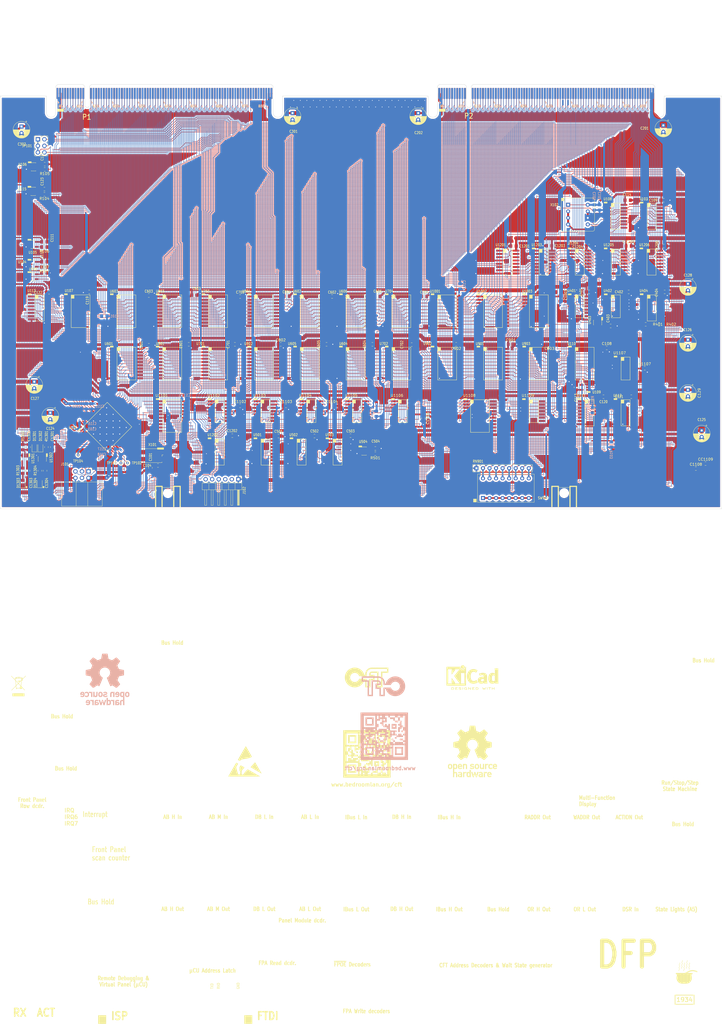
<source format=kicad_pcb>
(kicad_pcb (version 20171130) (host pcbnew 5.1.4-e60b266~84~ubuntu18.04.1)
  (layers (0 F.Cu mixed) (31 B.Cu mixed) (34 B.Paste user) (35 F.Paste user) (36 B.SilkS user) (37 F.SilkS user) (38 B.Mask user) (39 F.Mask user) (44 Edge.Cuts user))
  (net 0 "")
  (net 1 GND)
  (net 2 +5V)
  (net 3 /POWER)
  (net 4 /SWD3)
  (net 5 /SWD2)
  (net 6 /SWD1)
  (net 7 /SWD0)
  (net 8 /SWA3)
  (net 9 /SWA2)
  (net 10 /SWA1)
  (net 11 /SWA0)
  (net 12 /~LTSON)
  (net 13 /ALE)
  (net 14 /FPA3)
  (net 15 /FPA4)
  (net 16 /FPA5)
  (net 17 /FPA6)
  (net 18 /FPA7)
  (net 19 /FPA0)
  (net 20 /FPA1)
  (net 21 /FPA2)
  (net 22 /CLK3)
  (net 23 /CLK4)
  (net 24 /WSTB)
  (net 25 /~RSTHOLD)
  (net 26 /CLK1)
  (net 27 /CLK2)
  (net 28 /T34)
  (net 29 /~RESET)
  (net 30 /~SYSDEV)
  (net 31 /~IODEV1xx)
  (net 32 /~IODEV2xx)
  (net 33 /~IODEV3xx)
  (net 34 /~R)
  (net 35 /~W)
  (net 36 /~ENDEXT)
  (net 37 /~SKIPEXT)
  (net 38 /~MEM)
  (net 39 /~IO)
  (net 40 /~WS)
  (net 41 /~IRQ)
  (net 42 /~IRQS)
  (net 43 /~HALT)
  (net 44 /SCANEN)
  (net 45 /~RD)
  (net 46 /~WR)
  (net 47 /~SCANEN)
  (net 48 /SCANCLK)
  (net 49 "/Left Edge Connector/C29")
  (net 50 "/Left Edge Connector/C31")
  (net 51 "/Left Edge Connector/C33")
  (net 52 "/Left Edge Connector/C28")
  (net 53 "/Left Edge Connector/C30")
  (net 54 "/Left Edge Connector/C32")
  (net 55 "/Left Edge Connector/C34")
  (net 56 /~µCRST)
  (net 57 /MOSI)
  (net 58 /SCK)
  (net 59 /MISO)
  (net 60 /~ROW5)
  (net 61 /~ROW3)
  (net 62 /~ROW2)
  (net 63 /~ROW1)
  (net 64 /~IRQ6)
  (net 65 /~IRQ7)
  (net 66 /CLRWS)
  (net 67 /FPCLKEN)
  (net 68 /~FPRAM~∕ROM)
  (net 69 /~CLR)
  (net 70 /~FPRSTHOLD)
  (net 71 /~FPRESET)
  (net 72 /BUSCP)
  (net 73 /~FPIRQ)
  (net 74 /TXD)
  (net 75 /RXD)
  (net 76 /~WABL)
  (net 77 /~WABH)
  (net 78 /~WDBL)
  (net 79 /~WDBH)
  (net 80 /~WIBL)
  (net 81 /~WIBH)
  (net 82 "/FP Scan Logic/Decoder/~LMOE0")
  (net 83 "/FP Scan Logic/Decoder/~LMOE3")
  (net 84 "/FP Scan Logic/Decoder/~LMOE2")
  (net 85 "/FP Scan Logic/Decoder/~LMOE1")
  (net 86 "/FP Scan Logic/Decoder/~FPOE31")
  (net 87 /~RABL)
  (net 88 /~RABH)
  (net 89 /~RDBL)
  (net 90 /~RDBH)
  (net 91 /~RIBL)
  (net 92 /~RIBH)
  (net 93 /~µSTEP)
  (net 94 /~WAIT)
  (net 95 /~WORL)
  (net 96 /~WORH)
  (net 97 /~RDSR)
  (net 98 /~µCVOE)
  (net 99 "Net-(JP101-Pad1)")
  (net 100 "/Bus Hold/RADDR0")
  (net 101 "/Bus Hold/RADDR1")
  (net 102 "/Bus Hold/RADDR2")
  (net 103 "/Bus Hold/RADDR3")
  (net 104 "/Bus Hold/RADDR4")
  (net 105 "/Bus Hold/WADDR0")
  (net 106 "/Bus Hold/WADDR1")
  (net 107 "/Bus Hold/WADDR2")
  (net 108 "/Bus Hold/WADDR3")
  (net 109 "/Bus Hold/WADDR4")
  (net 110 "/Bus Hold/ACTION0")
  (net 111 "/Bus Hold/ACTION1")
  (net 112 "/Bus Hold/ACTION2")
  (net 113 "/Bus Hold/ACTION3")
  (net 114 /~ROW4)
  (net 115 /FPD0)
  (net 116 /FPD1)
  (net 117 /FPD2)
  (net 118 /FPD3)
  (net 119 /FPD4)
  (net 120 /FPD5)
  (net 121 /FPD6)
  (net 122 /FPD7)
  (net 123 /FPµSTEP)
  (net 124 /~IBOE)
  (net 125 /~ABOE)
  (net 126 /~DBOE)
  (net 127 /STEP∕~RUN)
  (net 128 /~PANELEN)
  (net 129 /~IOINT)
  (net 130 /µCCLK)
  (net 131 "Net-(U101-Pad23)")
  (net 132 /FPµSTEP-IN)
  (net 133 /FPCLKEN-IN)
  (net 134 /MFD1)
  (net 135 /MFD0)
  (net 136 "/Run Control State Machine/µSTEPPING")
  (net 137 "Net-(U401-Pad8)")
  (net 138 "Net-(U401-Pad6)")
  (net 139 "/Run Control State Machine/STEPPING")
  (net 140 "Net-(U402-Pad9)")
  (net 141 "Net-(U402-Pad8)")
  (net 142 "Net-(U402-Pad6)")
  (net 143 "/Run Control State Machine/RESETTING")
  (net 144 /~DBOE1)
  (net 145 /~WABM)
  (net 146 /~RABM)
  (net 147 /~µCVCPL)
  (net 148 /~µCVCPM)
  (net 149 /~µCVCPH)
  (net 150 "Net-(U1201-Pad14)")
  (net 151 "Net-(U1201-Pad13)")
  (net 152 "Net-(U1201-Pad12)")
  (net 153 "Net-(U1202-Pad10)")
  (net 154 "Net-(U1202-Pad9)")
  (net 155 "Net-(U1202-Pad7)")
  (net 156 /~FPOE9)
  (net 157 /~FPOE15)
  (net 158 /~FPSPHOE)
  (net 159 /~FPOE8)
  (net 160 /~FPDRHOE)
  (net 161 /~FPOE3)
  (net 162 /~FPOE2)
  (net 163 /~FPOE5)
  (net 164 /~FPOE4)
  (net 165 /~FPOE7)
  (net 166 /~FPOE6)
  (net 167 /~FPOE1)
  (net 168 /~FPOE10)
  (net 169 /~FPOE11)
  (net 170 /~FPOE12)
  (net 171 /~FPDRLOE)
  (net 172 /~FPSPLOE)
  (net 173 /~FPOE16)
  (net 174 /~FPOE18)
  (net 175 /~FPOE0)
  (net 176 /~FPOE17)
  (net 177 /FPFETCH∕~EXEC)
  (net 178 /~LED-STOP)
  (net 179 /~LED-FETCH)
  (net 180 "Net-(J102-Pad2)")
  (net 181 "Net-(J102-Pad3)")
  (net 182 "Net-(J102-Pad6)")
  (net 183 "/Left Edge Connector/C35")
  (net 184 "/Left Edge Connector/C37")
  (net 185 "/Left Edge Connector/C36")
  (net 186 /~FPOE19)
  (net 187 /~FPOE28)
  (net 188 /~FPOE22)
  (net 189 /~FPOE24)
  (net 190 /~FPOE26)
  (net 191 /~FPOE29)
  (net 192 /~FPOE21)
  (net 193 /~FPOE23)
  (net 194 /~FPOE25)
  (net 195 /~FPOE27)
  (net 196 /~ORLOE)
  (net 197 /~ORHOE)
  (net 198 /~FPOE13)
  (net 199 /~FPOE14)
  (net 200 /~SCANCLR)
  (net 201 "/Address Decoder & Wait States/~DFPSEL")
  (net 202 "Net-(RN901-Pad2)")
  (net 203 "Net-(RN901-Pad3)")
  (net 204 "Net-(RN901-Pad4)")
  (net 205 "Net-(RN901-Pad5)")
  (net 206 "Net-(RN901-Pad6)")
  (net 207 "Net-(RN901-Pad7)")
  (net 208 "Net-(RN901-Pad8)")
  (net 209 "Net-(RN901-Pad9)")
  (net 210 "Net-(TP104-Pad1)")
  (net 211 "Net-(U103-Pad7)")
  (net 212 "Net-(U103-Pad9)")
  (net 213 "Net-(U108-Pad9)")
  (net 214 "Net-(U108-Pad7)")
  (net 215 "Net-(U108-Pad6)")
  (net 216 "Net-(U108-Pad5)")
  (net 217 "Net-(U112-Pad11)")
  (net 218 "Net-(U112-Pad10)")
  (net 219 "Net-(U112-Pad9)")
  (net 220 "Net-(U112-Pad7)")
  (net 221 "Net-(U501-Pad14)")
  (net 222 "Net-(U501-Pad13)")
  (net 223 "Net-(U501-Pad12)")
  (net 224 "Net-(U501-Pad11)")
  (net 225 "Net-(U501-Pad10)")
  (net 226 "Net-(U501-Pad9)")
  (net 227 "Net-(U501-Pad7)")
  (net 228 "Net-(U1201-Pad15)")
  (net 229 "Net-(U1001-Pad12)")
  (net 230 "Net-(U1001-Pad14)")
  (net 231 "Net-(U1001-Pad13)")
  (net 232 "Net-(U1002-Pad12)")
  (net 233 "Net-(U1002-Pad14)")
  (net 234 "Net-(U1002-Pad13)")
  (net 235 "Net-(U1003-Pad12)")
  (net 236 "Net-(U1003-Pad15)")
  (net 237 "Net-(U1003-Pad14)")
  (net 238 "Net-(U1003-Pad13)")
  (net 239 /~FPOE30)
  (net 240 "Net-(C1301-Pad1)")
  (net 241 "Net-(C1302-Pad1)")
  (net 242 "Net-(D1303-Pad2)")
  (net 243 "Net-(D1304-Pad2)")
  (net 244 "Net-(R1303-Pad2)")
  (net 245 "Net-(R1304-Pad2)")
  (net 246 "Net-(U502-Pad5)")
  (net 247 "Net-(U502-Pad7)")
  (net 248 "Net-(U502-Pad9)")
  (net 249 "Net-(U503-Pad6)")
  (net 250 "/Address Bus Pod/AB0")
  (net 251 "/Address Bus Pod/AB1")
  (net 252 "/Address Bus Pod/AB2")
  (net 253 "/Address Bus Pod/AB3")
  (net 254 "/Address Bus Pod/AB4")
  (net 255 "/Address Bus Pod/AB5")
  (net 256 "/Address Bus Pod/AB6")
  (net 257 "/Address Bus Pod/AB7")
  (net 258 "/Address Bus Pod/AB8")
  (net 259 "/Address Bus Pod/AB9")
  (net 260 "/Address Bus Pod/AB10")
  (net 261 "/Address Bus Pod/AB11")
  (net 262 "/Address Bus Pod/AB12")
  (net 263 "/Address Bus Pod/AB13")
  (net 264 "/Address Bus Pod/AB14")
  (net 265 "/Address Bus Pod/AB15")
  (net 266 "/Address Bus Pod/AB16")
  (net 267 "/Address Bus Pod/AB17")
  (net 268 "/Address Bus Pod/AB18")
  (net 269 "/Address Bus Pod/AB19")
  (net 270 "/Address Bus Pod/AB20")
  (net 271 "/Address Bus Pod/AB21")
  (net 272 "/Address Bus Pod/AB22")
  (net 273 "/Address Bus Pod/AB23")
  (net 274 "/Bus Hold/DB7")
  (net 275 "/Bus Hold/DB6")
  (net 276 "/Bus Hold/DB5")
  (net 277 "/Bus Hold/DB4")
  (net 278 "/Bus Hold/DB3")
  (net 279 "/Bus Hold/DB2")
  (net 280 "/Bus Hold/DB1")
  (net 281 "/Bus Hold/DB0")
  (net 282 "/Bus Hold/DB15")
  (net 283 "/Bus Hold/DB14")
  (net 284 "/Bus Hold/DB13")
  (net 285 "/Bus Hold/DB12")
  (net 286 "/Bus Hold/DB11")
  (net 287 "/Bus Hold/DB10")
  (net 288 "/Bus Hold/DB9")
  (net 289 "/Bus Hold/DB8")
  (net 290 "/Bus Hold/IBUS5")
  (net 291 "/Bus Hold/IBUS4")
  (net 292 "/Bus Hold/IBUS3")
  (net 293 "/Bus Hold/IBUS2")
  (net 294 "/Bus Hold/IBUS1")
  (net 295 "/Bus Hold/IBUS0")
  (net 296 "/Bus Hold/IBUS15")
  (net 297 "/Bus Hold/IBUS14")
  (net 298 "/Bus Hold/IBUS13")
  (net 299 "/Bus Hold/IBUS12")
  (net 300 "/Bus Hold/IBUS11")
  (net 301 "/Bus Hold/IBUS10")
  (net 302 "/Bus Hold/IBUS9")
  (net 303 "/Bus Hold/IBUS8")
  (net 304 "/Bus Hold/IBUS7")
  (net 305 "/Bus Hold/IBUS6")
  (net 306 /~FPHALT)
  (net 307 "Net-(TP101-Pad1)")
  (net 308 "Net-(TP102-Pad1)")
  (net 309 "/Left Edge Connector/RSVD8")
  (net 310 "/Left Edge Connector/RSVD7")
  (net 311 "/Left Edge Connector/~IRQ5")
  (net 312 "/Left Edge Connector/~IRQ4")
  (net 313 "/Left Edge Connector/~IRQ3")
  (net 314 "/Left Edge Connector/~IRQ2")
  (net 315 "/Left Edge Connector/~IRQ1")
  (net 316 "/Left Edge Connector/~IRQ0")
  (net 317 "/Left Edge Connector/RSVD1")
  (net 318 "/Left Edge Connector/RSVD6")
  (net 319 "/Left Edge Connector/RSVD5")
  (net 320 "/Left Edge Connector/RSVD4")
  (net 321 "/Left Edge Connector/RSVD3")
  (net 322 "/Left Edge Connector/RSVD2")
  (net 323 "Net-(R401-Pad2)")
  (net 324 "Net-(R402-Pad2)")
  (net 325 "Net-(R501-Pad2)")
  (net 326 "Net-(U1106-Pad13)")
  (net 327 "Net-(R104-Pad2)")
  (net 328 "Net-(R105-Pad2)")
  (net 329 "Net-(R106-Pad2)")
  (net 330 "Net-(R107-Pad2)")
  (net 331 "/Right Edge Connector/C2")
  (net 332 "Net-(U1108-Pad8)")
  (net 333 "Net-(U1108-Pad9)")
  (net 334 "Net-(U1108-Pad12)")
  (net 335 "Net-(U1108-Pad13)")
  (net 336 "Net-(U1109-Pad8)")
  (net 337 "Net-(U1109-Pad9)")
  (net 338 "Net-(U1109-Pad12)")
  (net 339 "Net-(U1109-Pad13)")
  (net 340 "Net-(U1109-Pad14)")
  (net 341 "Net-(U1109-Pad7)")
  (net 342 "Net-(U1108-Pad10)")
  (net 343 "Net-(U1108-Pad11)")
  (net 344 "Net-(U1107-Pad9)")
  (net 345 "Net-(U1107-Pad8)")
  (module alexios:SOIC-14 (layer F.Cu) (at 300.158 163.87)
    (fp_text reference U1107 (at -1.6 -2.25) (layer F.SilkS) (effects (justify left)))
    (fp_text value SN74ACT1071)
    (pad 14 smd rect (at 6.466 0) (size 2.54 0.72) (layers F.Cu F.Paste F.Mask) (net 116 /FPD1))
    (pad 13 smd rect (at 6.466 1.27) (size 2.54 0.72) (layers F.Cu F.Paste F.Mask) (net 118 /FPD3))
    (pad 12 smd rect (at 6.466 2.54) (size 2.54 0.72) (layers F.Cu F.Paste F.Mask) (net 119 /FPD4))
    (pad 11 smd rect (at 6.466 3.81) (size 2.54 0.72) (layers F.Cu F.Paste F.Mask) (net 2 +5V))
    (pad 10 smd rect (at 6.466 5.08) (size 2.54 0.72) (layers F.Cu F.Paste F.Mask) (net 2 +5V))
    (pad 9 smd rect (at 6.466 6.35) (size 2.54 0.72) (layers F.Cu F.Paste F.Mask) (net 344 "Net-(U1107-Pad9)"))
    (pad 8 smd rect (at 6.466 7.62) (size 2.54 0.72) (layers F.Cu F.Paste F.Mask) (net 345 "Net-(U1107-Pad8)"))
    (pad 7 smd rect (at 0.008 7.62) (size 2.54 0.72) (layers F.Cu F.Paste F.Mask) (net 122 /FPD7))
    (pad 6 smd rect (at 0.008 6.35) (size 2.54 0.72) (layers F.Cu F.Paste F.Mask) (net 121 /FPD6))
    (pad 5 smd rect (at 0.008 5.08) (size 2.54 0.72) (layers F.Cu F.Paste F.Mask) (net 120 /FPD5))
    (pad 4 smd rect (at 0.008 3.81) (size 2.54 0.72) (layers F.Cu F.Paste F.Mask) (net 1 GND))
    (pad 3 smd rect (at 0 2.54) (size 2.54 0.72) (layers F.Cu F.Paste F.Mask) (net 1 GND))
    (pad 2 smd rect (at 0 1.27) (size 2.54 0.72) (layers F.Cu F.Paste F.Mask) (net 117 /FPD2))
    (pad 1 smd rect (at 0.012 0) (size 2.54 0.72) (layers F.Cu F.Paste F.Mask) (net 115 /FPD0))
  )
  (module alexios:SOIC-16 (layer F.Cu) (at 286.188 180.38)
    (fp_text reference U111 (at -1.6 -2.25) (layer F.SilkS) (effects (font (size 1 0.83)) (justify left)))
    (fp_text value 74HC138)
    (pad 16 smd rect (at 6.466 0) (size 2.54 0.72) (layers F.Cu F.Paste F.Mask) (net 2 +5V))
    (pad 15 smd rect (at 6.466 1.27) (size 2.54 0.72) (layers F.Cu F.Paste F.Mask) (net 76 /~WABL))
    (pad 14 smd rect (at 6.466 2.54) (size 2.54 0.72) (layers F.Cu F.Paste F.Mask) (net 145 /~WABM))
    (pad 13 smd rect (at 6.466 3.81) (size 2.54 0.72) (layers F.Cu F.Paste F.Mask) (net 77 /~WABH))
    (pad 12 smd rect (at 6.466 5.08) (size 2.54 0.72) (layers F.Cu F.Paste F.Mask) (net 78 /~WDBL))
    (pad 11 smd rect (at 6.466 6.35) (size 2.54 0.72) (layers F.Cu F.Paste F.Mask) (net 79 /~WDBH))
    (pad 10 smd rect (at 6.466 7.62) (size 2.54 0.72) (layers F.Cu F.Paste F.Mask) (net 80 /~WIBL))
    (pad 9 smd rect (at 6.466 8.89) (size 2.54 0.72) (layers F.Cu F.Paste F.Mask) (net 81 /~WIBH))
    (pad 8 smd rect (at 0.008 8.89) (size 2.54 0.72) (layers F.Cu F.Paste F.Mask) (net 1 GND))
    (pad 7 smd rect (at 0.008 7.62) (size 2.54 0.72) (layers F.Cu F.Paste F.Mask) (net 95 /~WORL))
    (pad 6 smd rect (at 0.008 6.35) (size 2.54 0.72) (layers F.Cu F.Paste F.Mask) (net 17 /FPA6))
    (pad 5 smd rect (at 0.008 5.08) (size 2.54 0.72) (layers F.Cu F.Paste F.Mask) (net 46 /~WR))
    (pad 4 smd rect (at 0.008 3.81) (size 2.54 0.72) (layers F.Cu F.Paste F.Mask) (net 18 /FPA7))
    (pad 3 smd rect (at 0 2.54) (size 2.54 0.72) (layers F.Cu F.Paste F.Mask) (net 21 /FPA2))
    (pad 2 smd rect (at 0 1.27) (size 2.54 0.72) (layers F.Cu F.Paste F.Mask) (net 20 /FPA1))
    (pad 1 smd rect (at 0.012 0) (size 2.54 0.72) (layers F.Cu F.Paste F.Mask) (net 19 /FPA0))
  )
  (module Resistor_SMD:R_0805_2012Metric_Pad1.15x1.40mm_HandSolder (layer F.Cu) (at 77.92 128.31 180)
    (fp_text reference R107 (at 0 -1.65) (layer F.SilkS))
    (fp_text value 30Ω)
    (pad 2 smd roundrect (at 1.025 0 180) (size 1.15 1.4) (layers F.Cu F.Paste F.Mask) (roundrect_rratio 0.217391) (net 330 "Net-(R107-Pad2)"))
    (pad 1 smd roundrect (at -1.025 0 180) (size 1.15 1.4) (layers F.Cu F.Paste F.Mask) (roundrect_rratio 0.217391) (net 29 /~RESET))
  )
  (module Resistor_SMD:R_0805_2012Metric_Pad1.15x1.40mm_HandSolder (layer F.Cu) (at 77.92 120.563 180)
    (fp_text reference R106 (at 0 -1.65) (layer F.SilkS))
    (fp_text value 30Ω)
    (pad 2 smd roundrect (at 1.025 0 180) (size 1.15 1.4) (layers F.Cu F.Paste F.Mask) (roundrect_rratio 0.217391) (net 329 "Net-(R106-Pad2)"))
    (pad 1 smd roundrect (at -1.025 0 180) (size 1.15 1.4) (layers F.Cu F.Paste F.Mask) (roundrect_rratio 0.217391) (net 25 /~RSTHOLD))
  )
  (module Resistor_SMD:R_0805_2012Metric_Pad1.15x1.40mm_HandSolder (layer F.Cu) (at 78.047 90.464 180)
    (fp_text reference R105 (at 0 -1.65) (layer F.SilkS))
    (fp_text value 30Ω)
    (pad 2 smd roundrect (at 1.025 0 180) (size 1.15 1.4) (layers F.Cu F.Paste F.Mask) (roundrect_rratio 0.217391) (net 328 "Net-(R105-Pad2)"))
    (pad 1 smd roundrect (at -1.025 0 180) (size 1.15 1.4) (layers F.Cu F.Paste F.Mask) (roundrect_rratio 0.217391) (net 99 "Net-(JP101-Pad1)"))
  )
  (module Resistor_SMD:R_0805_2012Metric_Pad1.15x1.40mm_HandSolder (layer F.Cu) (at 77.92 100.116 180)
    (fp_text reference R104 (at 0 -1.65) (layer F.SilkS))
    (fp_text value 30Ω)
    (pad 2 smd roundrect (at 1.025 0 180) (size 1.15 1.4) (layers F.Cu F.Paste F.Mask) (roundrect_rratio 0.217391) (net 327 "Net-(R104-Pad2)"))
    (pad 1 smd roundrect (at -1.025 0 180) (size 1.15 1.4) (layers F.Cu F.Paste F.Mask) (roundrect_rratio 0.217391) (net 43 /~HALT))
  )
  (module alexios:SOIC-20W (layer F.Cu) (at 246.83 139.74)
    (fp_text reference U1002 (at -1.397 -2.032) (layer F.SilkS) (effects (font (size 1 0.83)) (justify left)))
    (fp_text value 74HC574)
    (pad 12 smd rect (at 10.264 10.16) (size 2.54 0.72) (layers F.Cu F.Paste F.Mask) (net 232 "Net-(U1002-Pad12)"))
    (pad 11 smd rect (at 10.264 11.43) (size 2.54 0.72) (layers F.Cu F.Paste F.Mask) (net 148 /~µCVCPM))
    (pad 9 smd rect (at -0.004 10.16) (size 2.54 0.72) (layers F.Cu F.Paste F.Mask) (net 122 /FPD7))
    (pad 10 smd rect (at -0.004 11.43) (size 2.54 0.72) (layers F.Cu F.Paste F.Mask) (net 1 GND))
    (pad 20 smd rect (at 10.264 0) (size 2.54 0.72) (layers F.Cu F.Paste F.Mask) (net 2 +5V))
    (pad 19 smd rect (at 10.264 1.27) (size 2.54 0.72) (layers F.Cu F.Paste F.Mask) (net 105 "/Bus Hold/WADDR0"))
    (pad 18 smd rect (at 10.264 2.54) (size 2.54 0.72) (layers F.Cu F.Paste F.Mask) (net 106 "/Bus Hold/WADDR1"))
    (pad 17 smd rect (at 10.264 3.81) (size 2.54 0.72) (layers F.Cu F.Paste F.Mask) (net 107 "/Bus Hold/WADDR2"))
    (pad 16 smd rect (at 10.264 5.08) (size 2.54 0.72) (layers F.Cu F.Paste F.Mask) (net 108 "/Bus Hold/WADDR3"))
    (pad 15 smd rect (at 10.264 6.35) (size 2.54 0.72) (layers F.Cu F.Paste F.Mask) (net 109 "/Bus Hold/WADDR4"))
    (pad 14 smd rect (at 10.264 7.62) (size 2.54 0.72) (layers F.Cu F.Paste F.Mask) (net 233 "Net-(U1002-Pad14)"))
    (pad 13 smd rect (at 10.264 8.89) (size 2.54 0.72) (layers F.Cu F.Paste F.Mask) (net 234 "Net-(U1002-Pad13)"))
    (pad 8 smd rect (at -0.004 8.89) (size 2.54 0.72) (layers F.Cu F.Paste F.Mask) (net 121 /FPD6))
    (pad 7 smd rect (at -0.004 7.62) (size 2.54 0.72) (layers F.Cu F.Paste F.Mask) (net 120 /FPD5))
    (pad 6 smd rect (at -0.004 6.35) (size 2.54 0.72) (layers F.Cu F.Paste F.Mask) (net 119 /FPD4))
    (pad 5 smd rect (at -0.004 5.08) (size 2.54 0.72) (layers F.Cu F.Paste F.Mask) (net 118 /FPD3))
    (pad 4 smd rect (at -0.004 3.81) (size 2.54 0.72) (layers F.Cu F.Paste F.Mask) (net 117 /FPD2))
    (pad 3 smd rect (at -0.012 2.54) (size 2.54 0.72) (layers F.Cu F.Paste F.Mask) (net 116 /FPD1))
    (pad 2 smd rect (at -0.012 1.27) (size 2.54 0.72) (layers F.Cu F.Paste F.Mask) (net 115 /FPD0))
    (pad 1 smd rect (at 0 0) (size 2.54 0.72) (layers F.Cu F.Paste F.Mask) (net 98 /~µCVOE))
  )
  (module Capacitor_SMD:C_0805_2012Metric_Pad1.15x1.40mm_HandSolder (layer B.Cu) (at 239.21 135.794 90)
    (fp_text reference C1001 (at 0 1.65 270) (layer B.SilkS) (effects (justify mirror)))
    (fp_text value 100nF)
    (pad 2 smd roundrect (at 1.025 0 90) (size 1.15 1.4) (layers B.Cu B.Paste B.Mask) (roundrect_rratio 0.217391) (net 1 GND))
    (pad 1 smd roundrect (at -1.025 0 90) (size 1.15 1.4) (layers B.Cu B.Paste B.Mask) (roundrect_rratio 0.217391) (net 2 +5V))
  )
  (module alexios:SOIC-14 (layer F.Cu) (at 213.81 180.38)
    (fp_text reference U1106 (at -1.6 -2.25) (layer F.SilkS) (effects (justify left)))
    (fp_text value SN74ACT1071)
    (pad 14 smd rect (at 6.466 0) (size 2.54 0.72) (layers F.Cu F.Paste F.Mask) (net 31 /~IODEV1xx))
    (pad 13 smd rect (at 6.466 1.27) (size 2.54 0.72) (layers F.Cu F.Paste F.Mask) (net 326 "Net-(U1106-Pad13)"))
    (pad 12 smd rect (at 6.466 2.54) (size 2.54 0.72) (layers F.Cu F.Paste F.Mask) (net 282 "/Bus Hold/DB15"))
    (pad 11 smd rect (at 6.466 3.81) (size 2.54 0.72) (layers F.Cu F.Paste F.Mask) (net 2 +5V))
    (pad 10 smd rect (at 6.466 5.08) (size 2.54 0.72) (layers F.Cu F.Paste F.Mask) (net 2 +5V))
    (pad 9 smd rect (at 6.466 6.35) (size 2.54 0.72) (layers F.Cu F.Paste F.Mask) (net 283 "/Bus Hold/DB14"))
    (pad 8 smd rect (at 6.466 7.62) (size 2.54 0.72) (layers F.Cu F.Paste F.Mask) (net 284 "/Bus Hold/DB13"))
    (pad 7 smd rect (at 0.008 7.62) (size 2.54 0.72) (layers F.Cu F.Paste F.Mask) (net 285 "/Bus Hold/DB12"))
    (pad 6 smd rect (at 0.008 6.35) (size 2.54 0.72) (layers F.Cu F.Paste F.Mask) (net 286 "/Bus Hold/DB11"))
    (pad 5 smd rect (at 0.008 5.08) (size 2.54 0.72) (layers F.Cu F.Paste F.Mask) (net 287 "/Bus Hold/DB10"))
    (pad 4 smd rect (at 0.008 3.81) (size 2.54 0.72) (layers F.Cu F.Paste F.Mask) (net 1 GND))
    (pad 3 smd rect (at 0 2.54) (size 2.54 0.72) (layers F.Cu F.Paste F.Mask) (net 1 GND))
    (pad 2 smd rect (at 0 1.27) (size 2.54 0.72) (layers F.Cu F.Paste F.Mask) (net 288 "/Bus Hold/DB9"))
    (pad 1 smd rect (at 0.012 0) (size 2.54 0.72) (layers F.Cu F.Paste F.Mask) (net 289 "/Bus Hold/DB8"))
  )
  (module alexios:SOIC-14 (layer F.Cu) (at 196.03 180.38)
    (fp_text reference U1105 (at -1.6 -2.25) (layer F.SilkS) (effects (justify left)))
    (fp_text value SN74ACT1071)
    (pad 14 smd rect (at 6.466 0) (size 2.54 0.72) (layers F.Cu F.Paste F.Mask) (net 28 /T34))
    (pad 13 smd rect (at 6.466 1.27) (size 2.54 0.72) (layers F.Cu F.Paste F.Mask) (net 24 /WSTB))
    (pad 12 smd rect (at 6.466 2.54) (size 2.54 0.72) (layers F.Cu F.Paste F.Mask) (net 273 "/Address Bus Pod/AB23"))
    (pad 11 smd rect (at 6.466 3.81) (size 2.54 0.72) (layers F.Cu F.Paste F.Mask) (net 2 +5V))
    (pad 10 smd rect (at 6.466 5.08) (size 2.54 0.72) (layers F.Cu F.Paste F.Mask) (net 2 +5V))
    (pad 9 smd rect (at 6.466 6.35) (size 2.54 0.72) (layers F.Cu F.Paste F.Mask) (net 272 "/Address Bus Pod/AB22"))
    (pad 8 smd rect (at 6.466 7.62) (size 2.54 0.72) (layers F.Cu F.Paste F.Mask) (net 271 "/Address Bus Pod/AB21"))
    (pad 7 smd rect (at 0.008 7.62) (size 2.54 0.72) (layers F.Cu F.Paste F.Mask) (net 270 "/Address Bus Pod/AB20"))
    (pad 6 smd rect (at 0.008 6.35) (size 2.54 0.72) (layers F.Cu F.Paste F.Mask) (net 269 "/Address Bus Pod/AB19"))
    (pad 5 smd rect (at 0.008 5.08) (size 2.54 0.72) (layers F.Cu F.Paste F.Mask) (net 268 "/Address Bus Pod/AB18"))
    (pad 4 smd rect (at 0.008 3.81) (size 2.54 0.72) (layers F.Cu F.Paste F.Mask) (net 1 GND))
    (pad 3 smd rect (at 0 2.54) (size 2.54 0.72) (layers F.Cu F.Paste F.Mask) (net 1 GND))
    (pad 2 smd rect (at 0 1.27) (size 2.54 0.72) (layers F.Cu F.Paste F.Mask) (net 267 "/Address Bus Pod/AB17"))
    (pad 1 smd rect (at 0.012 0) (size 2.54 0.72) (layers F.Cu F.Paste F.Mask) (net 266 "/Address Bus Pod/AB16"))
  )
  (module alexios:SOIC-14 (layer F.Cu) (at 178.25 180.38)
    (fp_text reference U1104 (at -1.6 -2.25) (layer F.SilkS) (effects (justify left)))
    (fp_text value SN74ACT1071)
    (pad 14 smd rect (at 6.466 0) (size 2.54 0.72) (layers F.Cu F.Paste F.Mask) (net 27 /CLK2))
    (pad 13 smd rect (at 6.466 1.27) (size 2.54 0.72) (layers F.Cu F.Paste F.Mask) (net 26 /CLK1))
    (pad 12 smd rect (at 6.466 2.54) (size 2.54 0.72) (layers F.Cu F.Paste F.Mask) (net 265 "/Address Bus Pod/AB15"))
    (pad 11 smd rect (at 6.466 3.81) (size 2.54 0.72) (layers F.Cu F.Paste F.Mask) (net 2 +5V))
    (pad 10 smd rect (at 6.466 5.08) (size 2.54 0.72) (layers F.Cu F.Paste F.Mask) (net 2 +5V))
    (pad 9 smd rect (at 6.466 6.35) (size 2.54 0.72) (layers F.Cu F.Paste F.Mask) (net 264 "/Address Bus Pod/AB14"))
    (pad 8 smd rect (at 6.466 7.62) (size 2.54 0.72) (layers F.Cu F.Paste F.Mask) (net 263 "/Address Bus Pod/AB13"))
    (pad 7 smd rect (at 0.008 7.62) (size 2.54 0.72) (layers F.Cu F.Paste F.Mask) (net 262 "/Address Bus Pod/AB12"))
    (pad 6 smd rect (at 0.008 6.35) (size 2.54 0.72) (layers F.Cu F.Paste F.Mask) (net 261 "/Address Bus Pod/AB11"))
    (pad 5 smd rect (at 0.008 5.08) (size 2.54 0.72) (layers F.Cu F.Paste F.Mask) (net 260 "/Address Bus Pod/AB10"))
    (pad 4 smd rect (at 0.008 3.81) (size 2.54 0.72) (layers F.Cu F.Paste F.Mask) (net 1 GND))
    (pad 3 smd rect (at 0 2.54) (size 2.54 0.72) (layers F.Cu F.Paste F.Mask) (net 1 GND))
    (pad 2 smd rect (at 0 1.27) (size 2.54 0.72) (layers F.Cu F.Paste F.Mask) (net 259 "/Address Bus Pod/AB9"))
    (pad 1 smd rect (at 0.012 0) (size 2.54 0.72) (layers F.Cu F.Paste F.Mask) (net 258 "/Address Bus Pod/AB8"))
  )
  (module alexios:SOIC-14 (layer F.Cu) (at 160.47 180.38)
    (fp_text reference U1103 (at -1.6 -2.25) (layer F.SilkS) (effects (justify left)))
    (fp_text value SN74ACT1071)
    (pad 14 smd rect (at 6.466 0) (size 2.54 0.72) (layers F.Cu F.Paste F.Mask) (net 23 /CLK4))
    (pad 13 smd rect (at 6.466 1.27) (size 2.54 0.72) (layers F.Cu F.Paste F.Mask) (net 22 /CLK3))
    (pad 12 smd rect (at 6.466 2.54) (size 2.54 0.72) (layers F.Cu F.Paste F.Mask) (net 296 "/Bus Hold/IBUS15"))
    (pad 11 smd rect (at 6.466 3.81) (size 2.54 0.72) (layers F.Cu F.Paste F.Mask) (net 2 +5V))
    (pad 10 smd rect (at 6.466 5.08) (size 2.54 0.72) (layers F.Cu F.Paste F.Mask) (net 2 +5V))
    (pad 9 smd rect (at 6.466 6.35) (size 2.54 0.72) (layers F.Cu F.Paste F.Mask) (net 297 "/Bus Hold/IBUS14"))
    (pad 8 smd rect (at 6.466 7.62) (size 2.54 0.72) (layers F.Cu F.Paste F.Mask) (net 298 "/Bus Hold/IBUS13"))
    (pad 7 smd rect (at 0.008 7.62) (size 2.54 0.72) (layers F.Cu F.Paste F.Mask) (net 299 "/Bus Hold/IBUS12"))
    (pad 6 smd rect (at 0.008 6.35) (size 2.54 0.72) (layers F.Cu F.Paste F.Mask) (net 300 "/Bus Hold/IBUS11"))
    (pad 5 smd rect (at 0.008 5.08) (size 2.54 0.72) (layers F.Cu F.Paste F.Mask) (net 301 "/Bus Hold/IBUS10"))
    (pad 4 smd rect (at 0.008 3.81) (size 2.54 0.72) (layers F.Cu F.Paste F.Mask) (net 1 GND))
    (pad 3 smd rect (at 0 2.54) (size 2.54 0.72) (layers F.Cu F.Paste F.Mask) (net 1 GND))
    (pad 2 smd rect (at 0 1.27) (size 2.54 0.72) (layers F.Cu F.Paste F.Mask) (net 302 "/Bus Hold/IBUS9"))
    (pad 1 smd rect (at 0.012 0) (size 2.54 0.72) (layers F.Cu F.Paste F.Mask) (net 303 "/Bus Hold/IBUS8"))
  )
  (module alexios:SOIC-14 (layer F.Cu) (at 142.678 180.38)
    (fp_text reference U1102 (at -1.6 -2.25) (layer F.SilkS) (effects (justify left)))
    (fp_text value SN74ACT1071)
    (pad 14 smd rect (at 6.466 0) (size 2.54 0.72) (layers F.Cu F.Paste F.Mask) (net 35 /~W))
    (pad 13 smd rect (at 6.466 1.27) (size 2.54 0.72) (layers F.Cu F.Paste F.Mask) (net 34 /~R))
    (pad 12 smd rect (at 6.466 2.54) (size 2.54 0.72) (layers F.Cu F.Paste F.Mask) (net 274 "/Bus Hold/DB7"))
    (pad 11 smd rect (at 6.466 3.81) (size 2.54 0.72) (layers F.Cu F.Paste F.Mask) (net 2 +5V))
    (pad 10 smd rect (at 6.466 5.08) (size 2.54 0.72) (layers F.Cu F.Paste F.Mask) (net 2 +5V))
    (pad 9 smd rect (at 6.466 6.35) (size 2.54 0.72) (layers F.Cu F.Paste F.Mask) (net 275 "/Bus Hold/DB6"))
    (pad 8 smd rect (at 6.466 7.62) (size 2.54 0.72) (layers F.Cu F.Paste F.Mask) (net 276 "/Bus Hold/DB5"))
    (pad 7 smd rect (at 0.008 7.62) (size 2.54 0.72) (layers F.Cu F.Paste F.Mask) (net 277 "/Bus Hold/DB4"))
    (pad 6 smd rect (at 0.008 6.35) (size 2.54 0.72) (layers F.Cu F.Paste F.Mask) (net 278 "/Bus Hold/DB3"))
    (pad 5 smd rect (at 0.008 5.08) (size 2.54 0.72) (layers F.Cu F.Paste F.Mask) (net 279 "/Bus Hold/DB2"))
    (pad 4 smd rect (at 0.008 3.81) (size 2.54 0.72) (layers F.Cu F.Paste F.Mask) (net 1 GND))
    (pad 3 smd rect (at 0 2.54) (size 2.54 0.72) (layers F.Cu F.Paste F.Mask) (net 1 GND))
    (pad 2 smd rect (at 0 1.27) (size 2.54 0.72) (layers F.Cu F.Paste F.Mask) (net 280 "/Bus Hold/DB1"))
    (pad 1 smd rect (at 0.012 0) (size 2.54 0.72) (layers F.Cu F.Paste F.Mask) (net 281 "/Bus Hold/DB0"))
  )
  (module alexios:SOIC-20W (layer F.Cu) (at 122.37 180.38)
    (fp_text reference U1101 (at -1.507 -2.25) (layer F.SilkS) (effects (justify left)))
    (fp_text value SN74ACT1073)
    (pad 12 smd rect (at 10.264 10.16) (size 2.54 0.72) (layers F.Cu F.Paste F.Mask) (net 305 "/Bus Hold/IBUS6"))
    (pad 11 smd rect (at 10.264 11.43) (size 2.54 0.72) (layers F.Cu F.Paste F.Mask) (net 304 "/Bus Hold/IBUS7"))
    (pad 9 smd rect (at -0.004 10.16) (size 2.54 0.72) (layers F.Cu F.Paste F.Mask) (net 256 "/Address Bus Pod/AB6"))
    (pad 10 smd rect (at -0.004 11.43) (size 2.54 0.72) (layers F.Cu F.Paste F.Mask) (net 257 "/Address Bus Pod/AB7"))
    (pad 20 smd rect (at 10.264 0) (size 2.54 0.72) (layers F.Cu F.Paste F.Mask) (net 295 "/Bus Hold/IBUS0"))
    (pad 19 smd rect (at 10.264 1.27) (size 2.54 0.72) (layers F.Cu F.Paste F.Mask) (net 294 "/Bus Hold/IBUS1"))
    (pad 18 smd rect (at 10.264 2.54) (size 2.54 0.72) (layers F.Cu F.Paste F.Mask) (net 293 "/Bus Hold/IBUS2"))
    (pad 17 smd rect (at 10.264 3.81) (size 2.54 0.72) (layers F.Cu F.Paste F.Mask) (net 292 "/Bus Hold/IBUS3"))
    (pad 16 smd rect (at 10.264 5.08) (size 2.54 0.72) (layers F.Cu F.Paste F.Mask) (net 2 +5V))
    (pad 15 smd rect (at 10.264 6.35) (size 2.54 0.72) (layers F.Cu F.Paste F.Mask) (net 2 +5V))
    (pad 14 smd rect (at 10.264 7.62) (size 2.54 0.72) (layers F.Cu F.Paste F.Mask) (net 291 "/Bus Hold/IBUS4"))
    (pad 13 smd rect (at 10.264 8.89) (size 2.54 0.72) (layers F.Cu F.Paste F.Mask) (net 290 "/Bus Hold/IBUS5"))
    (pad 8 smd rect (at -0.004 8.89) (size 2.54 0.72) (layers F.Cu F.Paste F.Mask) (net 255 "/Address Bus Pod/AB5"))
    (pad 7 smd rect (at -0.004 7.62) (size 2.54 0.72) (layers F.Cu F.Paste F.Mask) (net 254 "/Address Bus Pod/AB4"))
    (pad 6 smd rect (at -0.004 6.35) (size 2.54 0.72) (layers F.Cu F.Paste F.Mask) (net 1 GND))
    (pad 5 smd rect (at -0.004 5.08) (size 2.54 0.72) (layers F.Cu F.Paste F.Mask) (net 1 GND))
    (pad 4 smd rect (at -0.004 3.81) (size 2.54 0.72) (layers F.Cu F.Paste F.Mask) (net 253 "/Address Bus Pod/AB3"))
    (pad 3 smd rect (at -0.012 2.54) (size 2.54 0.72) (layers F.Cu F.Paste F.Mask) (net 252 "/Address Bus Pod/AB2"))
    (pad 2 smd rect (at -0.012 1.27) (size 2.54 0.72) (layers F.Cu F.Paste F.Mask) (net 251 "/Address Bus Pod/AB1"))
    (pad 1 smd rect (at 0 0) (size 2.54 0.72) (layers F.Cu F.Paste F.Mask) (net 250 "/Address Bus Pod/AB0"))
  )
  (module Capacitor_SMD:C_0805_2012Metric_Pad1.15x1.40mm_HandSolder (layer B.Cu) (at 132.267 179.618 180)
    (fp_text reference C1101 (at 0 1.65 180) (layer B.SilkS) (effects (justify mirror)))
    (fp_text value 100nF)
    (pad 2 smd roundrect (at 1.025 0 180) (size 1.15 1.4) (layers B.Cu B.Paste B.Mask) (roundrect_rratio 0.217391) (net 2 +5V))
    (pad 1 smd roundrect (at -1.025 0 180) (size 1.15 1.4) (layers B.Cu B.Paste B.Mask) (roundrect_rratio 0.217) (net 1 GND))
  )
  (module Resistor_SMD:R_0805_2012Metric_Pad1.15x1.40mm_HandSolder (layer F.Cu) (at 206.317 200.7 180)
    (fp_text reference R501 (at 0 -1.65) (layer F.SilkS))
    (fp_text value 30Ω)
    (pad 2 smd roundrect (at 1.025 0 180) (size 1.15 1.4) (layers F.Cu F.Paste F.Mask) (roundrect_rratio 0.217391) (net 325 "Net-(R501-Pad2)"))
    (pad 1 smd roundrect (at -1.025 0 180) (size 1.15 1.4) (layers F.Cu F.Paste F.Mask) (roundrect_rratio 0.217391) (net 40 /~WS))
  )
  (module alexios:SOIC-20W (layer F.Cu) (at 122.37 139.74)
    (fp_text reference U803 (at -1.27 -2.032) (layer F.SilkS) (effects (font (size 1 0.83)) (justify left)))
    (fp_text value 74HC574)
    (pad 12 smd rect (at 10.264 10.16) (size 2.54 0.72) (layers F.Cu F.Paste F.Mask) (net 122 /FPD7))
    (pad 11 smd rect (at 10.264 11.43) (size 2.54 0.72) (layers F.Cu F.Paste F.Mask) (net 72 /BUSCP))
    (pad 9 smd rect (at -0.004 10.16) (size 2.54 0.72) (layers F.Cu F.Paste F.Mask) (net 304 "/Bus Hold/IBUS7"))
    (pad 10 smd rect (at -0.004 11.43) (size 2.54 0.72) (layers F.Cu F.Paste F.Mask) (net 1 GND))
    (pad 20 smd rect (at 10.264 0) (size 2.54 0.72) (layers F.Cu F.Paste F.Mask) (net 2 +5V))
    (pad 19 smd rect (at 10.264 1.27) (size 2.54 0.72) (layers F.Cu F.Paste F.Mask) (net 115 /FPD0))
    (pad 18 smd rect (at 10.264 2.54) (size 2.54 0.72) (layers F.Cu F.Paste F.Mask) (net 116 /FPD1))
    (pad 17 smd rect (at 10.264 3.81) (size 2.54 0.72) (layers F.Cu F.Paste F.Mask) (net 117 /FPD2))
    (pad 16 smd rect (at 10.264 5.08) (size 2.54 0.72) (layers F.Cu F.Paste F.Mask) (net 118 /FPD3))
    (pad 15 smd rect (at 10.264 6.35) (size 2.54 0.72) (layers F.Cu F.Paste F.Mask) (net 119 /FPD4))
    (pad 14 smd rect (at 10.264 7.62) (size 2.54 0.72) (layers F.Cu F.Paste F.Mask) (net 120 /FPD5))
    (pad 13 smd rect (at 10.264 8.89) (size 2.54 0.72) (layers F.Cu F.Paste F.Mask) (net 121 /FPD6))
    (pad 8 smd rect (at -0.004 8.89) (size 2.54 0.72) (layers F.Cu F.Paste F.Mask) (net 305 "/Bus Hold/IBUS6"))
    (pad 7 smd rect (at -0.004 7.62) (size 2.54 0.72) (layers F.Cu F.Paste F.Mask) (net 290 "/Bus Hold/IBUS5"))
    (pad 6 smd rect (at -0.004 6.35) (size 2.54 0.72) (layers F.Cu F.Paste F.Mask) (net 291 "/Bus Hold/IBUS4"))
    (pad 5 smd rect (at -0.004 5.08) (size 2.54 0.72) (layers F.Cu F.Paste F.Mask) (net 292 "/Bus Hold/IBUS3"))
    (pad 4 smd rect (at -0.004 3.81) (size 2.54 0.72) (layers F.Cu F.Paste F.Mask) (net 293 "/Bus Hold/IBUS2"))
    (pad 3 smd rect (at -0.012 2.54) (size 2.54 0.72) (layers F.Cu F.Paste F.Mask) (net 294 "/Bus Hold/IBUS1"))
    (pad 2 smd rect (at -0.012 1.27) (size 2.54 0.72) (layers F.Cu F.Paste F.Mask) (net 295 "/Bus Hold/IBUS0"))
    (pad 1 smd rect (at 0 0) (size 2.54 0.72) (layers F.Cu F.Paste F.Mask) (net 91 /~RIBL))
  )
  (module alexios:CFT-2019-Card-Edge-Double-Width (layer F.Cu) (at 83 61)
    (fp_text reference P1 (at 11.3492 9.144 180) (layer F.SilkS) (effects (font (size 2 1.75) (thickness 0.3))))
    (fp_text value CFT-2019-Bus)
    (fp_text user B80 (at 80.4 4.9 180) (layer B.SilkS) (effects (font (size 1 0.83)) (justify left mirror)))
    (fp_text user B70 (at 74 4.9 180) (layer B.SilkS) (effects (font (size 1 0.83)) (justify left mirror)))
    (fp_text user B12 (at 16.1 4.9 180) (layer B.SilkS) (effects (font (size 1 0.83)) (justify left mirror)))
    (fp_line (start 147.45 7.425) (end 147.45 -2.8) (layer Edge.Cuts) (width 0.1))
    (fp_line (start 148.15 -3.5) (end 147.45 -2.8) (layer Edge.Cuts) (width 0.1))
    (fp_line (start 148.15 -3.5) (end 157.95 -3.5) (layer Edge.Cuts) (width 0.1))
    (fp_line (start 157.95 -3.5) (end 158.65 -2.8) (layer Edge.Cuts) (width 0.1))
    (fp_line (start 158.65 -2.8) (end 158.65 4.5) (layer Edge.Cuts) (width 0.1))
    (fp_arc (start 159.6 4.5) (end 158.65 4.5) (angle -180) (layer Edge.Cuts) (width 0.1))
    (fp_line (start 160.55 4.5) (end 160.55 -2.8) (layer Edge.Cuts) (width 0.1))
    (fp_line (start 161.25 -3.5) (end 160.55 -2.8) (layer Edge.Cuts) (width 0.1))
    (fp_line (start 161.25 -3.5) (end 231.05 -3.5) (layer Edge.Cuts) (width 0.1))
    (fp_line (start 257.75 1) (end 235.4 1) (layer Edge.Cuts) (width 0.1))
    (fp_arc (start 145.625 7.425) (end 143.8 7.425) (angle -180) (layer Edge.Cuts) (width 0.1))
    (fp_line (start 143.8 1) (end 143.8 7.425) (layer Edge.Cuts) (width 0.1))
    (fp_line (start 257.75 161.05) (end 257.75 1) (layer Edge.Cuts) (width 0.1))
    (fp_arc (start 233.575 7.425) (end 235.4 7.425) (angle 180) (layer Edge.Cuts) (width 0.1))
    (fp_line (start 231.05 -3.5) (end 231.75 -2.8) (layer Edge.Cuts) (width 0.1))
    (fp_line (start 231.75 7.425) (end 231.75 -2.8) (layer Edge.Cuts) (width 0.1))
    (fp_line (start 235.4 1) (end 235.4 7.425) (layer Edge.Cuts) (width 0.1))
    (fp_line (start 87.3 1) (end 143.8 1) (layer Edge.Cuts) (width 0.1))
    (fp_line (start 257.75 161.05) (end -22.25 161.05) (layer Edge.Cuts) (width 0.1))
    (fp_text user A1 (at 0.3 4.9) (layer F.SilkS) (effects (font (size 1 0.83)) (justify left)))
    (fp_text user A11 (at 7.3 4.9) (layer F.SilkS) (effects (font (size 1 0.83)) (justify left)))
    (fp_text user A20 (at 21.4 4.9) (layer F.SilkS) (effects (font (size 1 0.83)) (justify left)))
    (fp_text user A30 (at 31.5 4.9) (layer F.SilkS) (effects (font (size 1 0.83)) (justify left)))
    (fp_text user A40 (at 41.5 4.9) (layer F.SilkS) (effects (font (size 1 0.83)) (justify left)))
    (fp_text user A50 (at 51.5 4.9) (layer F.SilkS) (effects (font (size 1 0.83)) (justify left)))
    (fp_text user A60 (at 61.5 4.9) (layer F.SilkS) (effects (font (size 1 0.83)) (justify left)))
    (fp_text user A70 (at 71.5 4.9) (layer F.SilkS) (effects (font (size 1 0.83)) (justify left)))
    (fp_text user A80 (at 77.9 4.9) (layer F.SilkS) (effects (font (size 1 0.83)) (justify left)))
    (fp_text user A12 (at 13.6 4.9) (layer F.SilkS) (effects (font (size 1 0.83)) (justify left)))
    (fp_text user B1 (at 1.9 4.9 180) (layer B.SilkS) (effects (font (size 1 0.83)) (justify left mirror)))
    (fp_text user B11 (at 7.2 4.9 180) (layer B.SilkS) (effects (font (size 1 0.83)) (justify right mirror)))
    (fp_line (start -0.65 7.425) (end -0.65 -2.8) (layer Edge.Cuts) (width 0.1))
    (fp_line (start 0.05 -3.5) (end -0.65 -2.8) (layer Edge.Cuts) (width 0.1))
    (fp_line (start 0.05 -3.5) (end 9.85 -3.5) (layer Edge.Cuts) (width 0.1))
    (fp_line (start 9.85 -3.5) (end 10.55 -2.8) (layer Edge.Cuts) (width 0.1))
    (fp_line (start 10.55 -2.8) (end 10.55 4.5) (layer Edge.Cuts) (width 0.1))
    (fp_arc (start 11.5 4.5) (end 10.55 4.5) (angle -180) (layer Edge.Cuts) (width 0.1))
    (fp_line (start 12.45 4.5) (end 12.45 -2.8) (layer Edge.Cuts) (width 0.1))
    (fp_line (start 13.15 -3.5) (end 12.45 -2.8) (layer Edge.Cuts) (width 0.1))
    (fp_line (start 13.15 -3.5) (end 82.95 -3.5) (layer Edge.Cuts) (width 0.1))
    (fp_arc (start -2.475 7.425) (end -4.3 7.425) (angle -180) (layer Edge.Cuts) (width 0.1))
    (fp_line (start -4.3 1) (end -4.3 7.425) (layer Edge.Cuts) (width 0.1))
    (fp_arc (start 85.475 7.425) (end 87.3 7.425) (angle 180) (layer Edge.Cuts) (width 0.1))
    (fp_line (start 82.95 -3.5) (end 83.65 -2.8) (layer Edge.Cuts) (width 0.1))
    (fp_line (start 83.65 7.425) (end 83.65 -2.8) (layer Edge.Cuts) (width 0.1))
    (fp_line (start 87.3 1) (end 87.3 7.425) (layer Edge.Cuts) (width 0.1))
    (fp_line (start -22.25 1) (end -4.3 1) (layer Edge.Cuts) (width 0.1))
    (fp_line (start -22.25 161.05) (end -22.25 1) (layer Edge.Cuts) (width 0.1))
    (fp_text user B20 (at 23.9 4.9 180) (layer B.SilkS) (effects (font (size 1 0.83)) (justify left mirror)))
    (fp_text user B30 (at 34 4.9 180) (layer B.SilkS) (effects (font (size 1 0.83)) (justify left mirror)))
    (fp_text user B40 (at 44 4.9 180) (layer B.SilkS) (effects (font (size 1 0.83)) (justify left mirror)))
    (fp_text user B50 (at 54 4.9 180) (layer B.SilkS) (effects (font (size 1 0.83)) (justify left mirror)))
    (fp_text user B60 (at 63.9 4.9 180) (layer B.SilkS) (effects (font (size 1 0.83)) (justify left mirror)))
    (pad B82 connect rect (at 83 0 180) (size 0.7 4.2) (layers B.Cu B.Mask) (net 1 GND))
    (pad B81 connect rect (at 82 0 180) (size 0.7 4.2) (layers B.Cu B.Mask) (net 1 GND))
    (pad B80 connect rect (at 81 0 180) (size 0.7 4.2) (layers B.Cu B.Mask) (net 1 GND))
    (pad B79 connect rect (at 80 0 180) (size 0.7 4.2) (layers B.Cu B.Mask) (net 75 /RXD))
    (pad B78 connect rect (at 79 0 180) (size 0.7 4.2) (layers B.Cu B.Mask) (net 185 "/Left Edge Connector/C36"))
    (pad B77 connect rect (at 78 0 180) (size 0.7 4.2) (layers B.Cu B.Mask) (net 55 "/Left Edge Connector/C34"))
    (pad B76 connect rect (at 77 0 180) (size 0.7 4.2) (layers B.Cu B.Mask) (net 54 "/Left Edge Connector/C32"))
    (pad B75 connect rect (at 76 0 180) (size 0.7 4.2) (layers B.Cu B.Mask) (net 53 "/Left Edge Connector/C30"))
    (pad B74 connect rect (at 75 0 180) (size 0.7 4.2) (layers B.Cu B.Mask) (net 52 "/Left Edge Connector/C28"))
    (pad B73 connect rect (at 74 0 180) (size 0.7 4.2) (layers B.Cu B.Mask) (net 122 /FPD7))
    (pad B72 connect rect (at 73 0 180) (size 0.7 4.2) (layers B.Cu B.Mask) (net 121 /FPD6))
    (pad B71 connect rect (at 72 0 180) (size 0.7 4.2) (layers B.Cu B.Mask) (net 12 /~LTSON))
    (pad B70 connect rect (at 71 0 180) (size 0.7 4.2) (layers B.Cu B.Mask) (net 5 /SWD2))
    (pad B69 connect rect (at 70 0 180) (size 0.7 4.2) (layers B.Cu B.Mask) (net 120 /FPD5))
    (pad B68 connect rect (at 69 0 180) (size 0.7 4.2) (layers B.Cu B.Mask) (net 119 /FPD4))
    (pad B67 connect rect (at 68 0 180) (size 0.7 4.2) (layers B.Cu B.Mask) (net 7 /SWD0))
    (pad B66 connect rect (at 67 0 180) (size 0.7 4.2) (layers B.Cu B.Mask) (net 118 /FPD3))
    (pad B65 connect rect (at 66 0 180) (size 0.7 4.2) (layers B.Cu B.Mask) (net 117 /FPD2))
    (pad B64 connect rect (at 65 0 180) (size 0.7 4.2) (layers B.Cu B.Mask) (net 116 /FPD1))
    (pad B63 connect rect (at 64 0 180) (size 0.7 4.2) (layers B.Cu B.Mask) (net 115 /FPD0))
    (pad B62 connect rect (at 63 0 180) (size 0.7 4.2) (layers B.Cu B.Mask) (net 60 /~ROW5))
    (pad B61 connect rect (at 62 0 180) (size 0.7 4.2) (layers B.Cu B.Mask) (net 11 /SWA0))
    (pad B60 connect rect (at 61 0 180) (size 0.7 4.2) (layers B.Cu B.Mask) (net 43 /~HALT))
    (pad B59 connect rect (at 60 0 180) (size 0.7 4.2) (layers B.Cu B.Mask) (net 61 /~ROW3))
    (pad B58 connect rect (at 59 0 180) (size 0.7 4.2) (layers B.Cu B.Mask) (net 114 /~ROW4))
    (pad B57 connect rect (at 58 0 180) (size 0.7 4.2) (layers B.Cu B.Mask) (net 62 /~ROW2))
    (pad B56 connect rect (at 57 0 180) (size 0.7 4.2) (layers B.Cu B.Mask) (net 63 /~ROW1))
    (pad B55 connect rect (at 56 0 180) (size 0.7 4.2) (layers B.Cu B.Mask) (net 122 /FPD7))
    (pad B54 connect rect (at 55 0 180) (size 0.7 4.2) (layers B.Cu B.Mask) (net 121 /FPD6))
    (pad B53 connect rect (at 54 0 180) (size 0.7 4.2) (layers B.Cu B.Mask) (net 120 /FPD5))
    (pad B52 connect rect (at 53 0 180) (size 0.7 4.2) (layers B.Cu B.Mask) (net 119 /FPD4))
    (pad B51 connect rect (at 52 0 180) (size 0.7 4.2) (layers B.Cu B.Mask) (net 118 /FPD3))
    (pad B50 connect rect (at 51 0 180) (size 0.7 4.2) (layers B.Cu B.Mask) (net 117 /FPD2))
    (pad B49 connect rect (at 50 0 180) (size 0.7 4.2) (layers B.Cu B.Mask) (net 116 /FPD1))
    (pad B48 connect rect (at 49 0 180) (size 0.7 4.2) (layers B.Cu B.Mask) (net 115 /FPD0))
    (pad B47 connect rect (at 48 0 180) (size 0.7 4.2) (layers B.Cu B.Mask) (net 20 /FPA1))
    (pad B46 connect rect (at 47 0 180) (size 0.7 4.2) (layers B.Cu B.Mask) (net 19 /FPA0))
    (pad B45 connect rect (at 46 0 180) (size 0.7 4.2) (layers B.Cu B.Mask) (net 2 +5V))
    (pad B44 connect rect (at 45 0 180) (size 0.7 4.2) (layers B.Cu B.Mask) (net 2 +5V))
    (pad B43 connect rect (at 44 0 180) (size 0.7 4.2) (layers B.Cu B.Mask) (net 42 /~IRQS))
    (pad B42 connect rect (at 43 0 180) (size 0.7 4.2) (layers B.Cu B.Mask) (net 41 /~IRQ))
    (pad B41 connect rect (at 42 0 180) (size 0.7 4.2) (layers B.Cu B.Mask) (net 296 "/Bus Hold/IBUS15"))
    (pad B40 connect rect (at 41 0 180) (size 0.7 4.2) (layers B.Cu B.Mask) (net 297 "/Bus Hold/IBUS14"))
    (pad B39 connect rect (at 40 0 180) (size 0.7 4.2) (layers B.Cu B.Mask) (net 298 "/Bus Hold/IBUS13"))
    (pad B38 connect rect (at 39 0 180) (size 0.7 4.2) (layers B.Cu B.Mask) (net 299 "/Bus Hold/IBUS12"))
    (pad B37 connect rect (at 38 0 180) (size 0.7 4.2) (layers B.Cu B.Mask) (net 300 "/Bus Hold/IBUS11"))
    (pad B36 connect rect (at 37 0 180) (size 0.7 4.2) (layers B.Cu B.Mask) (net 301 "/Bus Hold/IBUS10"))
    (pad B35 connect rect (at 36 0 180) (size 0.7 4.2) (layers B.Cu B.Mask) (net 302 "/Bus Hold/IBUS9"))
    (pad B34 connect rect (at 35 0 180) (size 0.7 4.2) (layers B.Cu B.Mask) (net 303 "/Bus Hold/IBUS8"))
    (pad B33 connect rect (at 34 0 180) (size 0.7 4.2) (layers B.Cu B.Mask) (net 113 "/Bus Hold/ACTION3"))
    (pad B32 connect rect (at 33 0 180) (size 0.7 4.2) (layers B.Cu B.Mask) (net 112 "/Bus Hold/ACTION2"))
    (pad B31 connect rect (at 32 0 180) (size 0.7 4.2) (layers B.Cu B.Mask) (net 111 "/Bus Hold/ACTION1"))
    (pad B30 connect rect (at 31 0 180) (size 0.7 4.2) (layers B.Cu B.Mask) (net 110 "/Bus Hold/ACTION0"))
    (pad B29 connect rect (at 30 0 180) (size 0.7 4.2) (layers B.Cu B.Mask) (net 309 "/Left Edge Connector/RSVD8"))
    (pad B28 connect rect (at 29 0 180) (size 0.7 4.2) (layers B.Cu B.Mask) (net 310 "/Left Edge Connector/RSVD7"))
    (pad B27 connect rect (at 28 0 180) (size 0.7 4.2) (layers B.Cu B.Mask) (net 40 /~WS))
    (pad B26 connect rect (at 27 0 180) (size 0.7 4.2) (layers B.Cu B.Mask) (net 39 /~IO))
    (pad B25 connect rect (at 26 0 180) (size 0.7 4.2) (layers B.Cu B.Mask) (net 38 /~MEM))
    (pad B24 connect rect (at 25 0 180) (size 0.7 4.2) (layers B.Cu B.Mask) (net 109 "/Bus Hold/WADDR4"))
    (pad B23 connect rect (at 24 0 180) (size 0.7 4.2) (layers B.Cu B.Mask) (net 108 "/Bus Hold/WADDR3"))
    (pad B22 connect rect (at 23 0 180) (size 0.7 4.2) (layers B.Cu B.Mask) (net 107 "/Bus Hold/WADDR2"))
    (pad B21 connect rect (at 22 0 180) (size 0.7 4.2) (layers B.Cu B.Mask) (net 106 "/Bus Hold/WADDR1"))
    (pad B20 connect rect (at 21 0 180) (size 0.7 4.2) (layers B.Cu B.Mask) (net 105 "/Bus Hold/WADDR0"))
    (pad B19 connect rect (at 20 0 180) (size 0.7 4.2) (layers B.Cu B.Mask) (net 104 "/Bus Hold/RADDR4"))
    (pad B18 connect rect (at 19 0 180) (size 0.7 4.2) (layers B.Cu B.Mask) (net 103 "/Bus Hold/RADDR3"))
    (pad B17 connect rect (at 18 0 180) (size 0.7 4.2) (layers B.Cu B.Mask) (net 102 "/Bus Hold/RADDR2"))
    (pad B16 connect rect (at 17 0 180) (size 0.7 4.2) (layers B.Cu B.Mask) (net 101 "/Bus Hold/RADDR1"))
    (pad B15 connect rect (at 16 0 180) (size 0.7 4.2) (layers B.Cu B.Mask) (net 100 "/Bus Hold/RADDR0"))
    (pad B14 connect rect (at 15 0 180) (size 0.7 4.2) (layers B.Cu B.Mask) (net 304 "/Bus Hold/IBUS7"))
    (pad B13 connect rect (at 14 0 180) (size 0.7 4.2) (layers B.Cu B.Mask) (net 305 "/Bus Hold/IBUS6"))
    (pad A82 connect rect (at 83 0 180) (size 0.7 4.2) (layers F.Cu F.Mask) (net 2 +5V))
    (pad A81 connect rect (at 82 0 180) (size 0.7 4.2) (layers F.Cu F.Mask) (net 2 +5V))
    (pad A80 connect rect (at 81 0 180) (size 0.7 4.2) (layers F.Cu F.Mask) (net 74 /TXD))
    (pad A79 connect rect (at 80 0 180) (size 0.7 4.2) (layers F.Cu F.Mask) (net 184 "/Left Edge Connector/C37"))
    (pad A78 connect rect (at 79 0 180) (size 0.7 4.2) (layers F.Cu F.Mask) (net 183 "/Left Edge Connector/C35"))
    (pad A77 connect rect (at 78 0 180) (size 0.7 4.2) (layers F.Cu F.Mask) (net 51 "/Left Edge Connector/C33"))
    (pad A76 connect rect (at 77 0 180) (size 0.7 4.2) (layers F.Cu F.Mask) (net 50 "/Left Edge Connector/C31"))
    (pad A75 connect rect (at 76 0 180) (size 0.7 4.2) (layers F.Cu F.Mask) (net 49 "/Left Edge Connector/C29"))
    (pad A74 connect rect (at 75 0 180) (size 0.7 4.2) (layers F.Cu F.Mask) (net 3 /POWER))
    (pad A73 connect rect (at 74 0 180) (size 0.7 4.2) (layers F.Cu F.Mask) (net 37 /~SKIPEXT))
    (pad A72 connect rect (at 73 0 180) (size 0.7 4.2) (layers F.Cu F.Mask) (net 36 /~ENDEXT))
    (pad A71 connect rect (at 72 0 180) (size 0.7 4.2) (layers F.Cu F.Mask) (net 4 /SWD3))
    (pad A70 connect rect (at 71 0 180) (size 0.7 4.2) (layers F.Cu F.Mask) (net 65 /~IRQ7))
    (pad A69 connect rect (at 70 0 180) (size 0.7 4.2) (layers F.Cu F.Mask) (net 6 /SWD1))
    (pad A68 connect rect (at 69 0 180) (size 0.7 4.2) (layers F.Cu F.Mask) (net 64 /~IRQ6))
    (pad A67 connect rect (at 68 0 180) (size 0.7 4.2) (layers F.Cu F.Mask) (net 311 "/Left Edge Connector/~IRQ5"))
    (pad A66 connect rect (at 67 0 180) (size 0.7 4.2) (layers F.Cu F.Mask) (net 8 /SWA3))
    (pad A65 connect rect (at 66 0 180) (size 0.7 4.2) (layers F.Cu F.Mask) (net 9 /SWA2))
    (pad A64 connect rect (at 65 0 180) (size 0.7 4.2) (layers F.Cu F.Mask) (net 10 /SWA1))
    (pad A63 connect rect (at 64 0 180) (size 0.7 4.2) (layers F.Cu F.Mask) (net 282 "/Bus Hold/DB15"))
    (pad A62 connect rect (at 63 0 180) (size 0.7 4.2) (layers F.Cu F.Mask) (net 283 "/Bus Hold/DB14"))
    (pad A61 connect rect (at 62 0 180) (size 0.7 4.2) (layers F.Cu F.Mask) (net 284 "/Bus Hold/DB13"))
    (pad A60 connect rect (at 61 0 180) (size 0.7 4.2) (layers F.Cu F.Mask) (net 285 "/Bus Hold/DB12"))
    (pad A59 connect rect (at 60 0 180) (size 0.7 4.2) (layers F.Cu F.Mask) (net 286 "/Bus Hold/DB11"))
    (pad A58 connect rect (at 59 0 180) (size 0.7 4.2) (layers F.Cu F.Mask) (net 287 "/Bus Hold/DB10"))
    (pad A57 connect rect (at 58 0 180) (size 0.7 4.2) (layers F.Cu F.Mask) (net 288 "/Bus Hold/DB9"))
    (pad A56 connect rect (at 57 0 180) (size 0.7 4.2) (layers F.Cu F.Mask) (net 289 "/Bus Hold/DB8"))
    (pad A55 connect rect (at 56 0 180) (size 0.7 4.2) (layers F.Cu F.Mask) (net 312 "/Left Edge Connector/~IRQ4"))
    (pad A54 connect rect (at 55 0 180) (size 0.7 4.2) (layers F.Cu F.Mask) (net 313 "/Left Edge Connector/~IRQ3"))
    (pad A53 connect rect (at 54 0 180) (size 0.7 4.2) (layers F.Cu F.Mask) (net 314 "/Left Edge Connector/~IRQ2"))
    (pad A52 connect rect (at 53 0 180) (size 0.7 4.2) (layers F.Cu F.Mask) (net 315 "/Left Edge Connector/~IRQ1"))
    (pad A51 connect rect (at 52 0 180) (size 0.7 4.2) (layers F.Cu F.Mask) (net 316 "/Left Edge Connector/~IRQ0"))
    (pad A50 connect rect (at 51 0 180) (size 0.7 4.2) (layers F.Cu F.Mask) (net 317 "/Left Edge Connector/RSVD1"))
    (pad A49 connect rect (at 50 0 180) (size 0.7 4.2) (layers F.Cu F.Mask) (net 273 "/Address Bus Pod/AB23"))
    (pad A48 connect rect (at 49 0 180) (size 0.7 4.2) (layers F.Cu F.Mask) (net 272 "/Address Bus Pod/AB22"))
    (pad A47 connect rect (at 48 0 180) (size 0.7 4.2) (layers F.Cu F.Mask) (net 271 "/Address Bus Pod/AB21"))
    (pad A46 connect rect (at 47 0 180) (size 0.7 4.2) (layers F.Cu F.Mask) (net 270 "/Address Bus Pod/AB20"))
    (pad A45 connect rect (at 46 0 180) (size 0.7 4.2) (layers F.Cu F.Mask) (net 269 "/Address Bus Pod/AB19"))
    (pad A44 connect rect (at 45 0 180) (size 0.7 4.2) (layers F.Cu F.Mask) (net 268 "/Address Bus Pod/AB18"))
    (pad A43 connect rect (at 44 0 180) (size 0.7 4.2) (layers F.Cu F.Mask) (net 267 "/Address Bus Pod/AB17"))
    (pad A42 connect rect (at 43 0 180) (size 0.7 4.2) (layers F.Cu F.Mask) (net 266 "/Address Bus Pod/AB16"))
    (pad A41 connect rect (at 42 0 180) (size 0.7 4.2) (layers F.Cu F.Mask) (net 265 "/Address Bus Pod/AB15"))
    (pad A40 connect rect (at 41 0 180) (size 0.7 4.2) (layers F.Cu F.Mask) (net 264 "/Address Bus Pod/AB14"))
    (pad A39 connect rect (at 40 0 180) (size 0.7 4.2) (layers F.Cu F.Mask) (net 263 "/Address Bus Pod/AB13"))
    (pad A38 connect rect (at 39 0 180) (size 0.7 4.2) (layers F.Cu F.Mask) (net 262 "/Address Bus Pod/AB12"))
    (pad A37 connect rect (at 38 0 180) (size 0.7 4.2) (layers F.Cu F.Mask) (net 261 "/Address Bus Pod/AB11"))
    (pad A36 connect rect (at 37 0 180) (size 0.7 4.2) (layers F.Cu F.Mask) (net 260 "/Address Bus Pod/AB10"))
    (pad A35 connect rect (at 36 0 180) (size 0.7 4.2) (layers F.Cu F.Mask) (net 259 "/Address Bus Pod/AB9"))
    (pad A34 connect rect (at 35 0 180) (size 0.7 4.2) (layers F.Cu F.Mask) (net 258 "/Address Bus Pod/AB8"))
    (pad A33 connect rect (at 34 0 180) (size 0.7 4.2) (layers F.Cu F.Mask) (net 318 "/Left Edge Connector/RSVD6"))
    (pad A32 connect rect (at 33 0 180) (size 0.7 4.2) (layers F.Cu F.Mask) (net 319 "/Left Edge Connector/RSVD5"))
    (pad A31 connect rect (at 32 0 180) (size 0.7 4.2) (layers F.Cu F.Mask) (net 320 "/Left Edge Connector/RSVD4"))
    (pad A30 connect rect (at 31 0 180) (size 0.7 4.2) (layers F.Cu F.Mask) (net 321 "/Left Edge Connector/RSVD3"))
    (pad A29 connect rect (at 30 0 180) (size 0.7 4.2) (layers F.Cu F.Mask) (net 322 "/Left Edge Connector/RSVD2"))
    (pad A28 connect rect (at 29 0 180) (size 0.7 4.2) (layers F.Cu F.Mask) (net 35 /~W))
    (pad A27 connect rect (at 28 0 180) (size 0.7 4.2) (layers F.Cu F.Mask) (net 34 /~R))
    (pad A26 connect rect (at 27 0 180) (size 0.7 4.2) (layers F.Cu F.Mask) (net 33 /~IODEV3xx))
    (pad A25 connect rect (at 26 0 180) (size 0.7 4.2) (layers F.Cu F.Mask) (net 32 /~IODEV2xx))
    (pad A24 connect rect (at 25 0 180) (size 0.7 4.2) (layers F.Cu F.Mask) (net 31 /~IODEV1xx))
    (pad A23 connect rect (at 24 0 180) (size 0.7 4.2) (layers F.Cu F.Mask) (net 30 /~SYSDEV))
    (pad A22 connect rect (at 23 0 180) (size 0.7 4.2) (layers F.Cu F.Mask) (net 274 "/Bus Hold/DB7"))
    (pad A21 connect rect (at 22 0 180) (size 0.7 4.2) (layers F.Cu F.Mask) (net 275 "/Bus Hold/DB6"))
    (pad A20 connect rect (at 21 0 180) (size 0.7 4.2) (layers F.Cu F.Mask) (net 276 "/Bus Hold/DB5"))
    (pad A19 connect rect (at 20 0 180) (size 0.7 4.2) (layers F.Cu F.Mask) (net 277 "/Bus Hold/DB4"))
    (pad A18 connect rect (at 19 0 180) (size 0.7 4.2) (layers F.Cu F.Mask) (net 278 "/Bus Hold/DB3"))
    (pad A17 connect rect (at 18 0 180) (size 0.7 4.2) (layers F.Cu F.Mask) (net 279 "/Bus Hold/DB2"))
    (pad A16 connect rect (at 17 0 180) (size 0.7 4.2) (layers F.Cu F.Mask) (net 280 "/Bus Hold/DB1"))
    (pad A15 connect rect (at 16 0 180) (size 0.7 4.2) (layers F.Cu F.Mask) (net 281 "/Bus Hold/DB0"))
    (pad A14 connect rect (at 15 0 180) (size 0.7 4.2) (layers F.Cu F.Mask) (net 257 "/Address Bus Pod/AB7"))
    (pad A13 connect rect (at 14 0 180) (size 0.7 4.2) (layers F.Cu F.Mask) (net 256 "/Address Bus Pod/AB6"))
    (pad B12 connect rect (at 13 0 180) (size 0.7 4.2) (layers B.Cu B.Mask) (net 290 "/Bus Hold/IBUS5"))
    (pad B11 connect rect (at 10 0 180) (size 0.7 4.2) (layers B.Cu B.Mask) (net 291 "/Bus Hold/IBUS4"))
    (pad B10 connect rect (at 9 0 180) (size 0.7 4.2) (layers B.Cu B.Mask) (net 292 "/Bus Hold/IBUS3"))
    (pad B9 connect rect (at 8 0 180) (size 0.7 4.2) (layers B.Cu B.Mask) (net 293 "/Bus Hold/IBUS2"))
    (pad B8 connect rect (at 7 0 180) (size 0.7 4.2) (layers B.Cu B.Mask) (net 294 "/Bus Hold/IBUS1"))
    (pad B7 connect rect (at 6 0 180) (size 0.7 4.2) (layers B.Cu B.Mask) (net 295 "/Bus Hold/IBUS0"))
    (pad B6 connect rect (at 5 0 180) (size 0.7 4.2) (layers B.Cu B.Mask) (net 29 /~RESET))
    (pad B5 connect rect (at 4 0 180) (size 0.7 4.2) (layers B.Cu B.Mask) (net 28 /T34))
    (pad B4 connect rect (at 3 0 180) (size 0.7 4.2) (layers B.Cu B.Mask) (net 27 /CLK2))
    (pad B3 connect rect (at 2 0 180) (size 0.7 4.2) (layers B.Cu B.Mask) (net 26 /CLK1))
    (pad B2 connect rect (at 1 0 180) (size 0.7 4.2) (layers B.Cu B.Mask) (net 1 GND))
    (pad B1 connect rect (at 0 0 180) (size 0.7 4.2) (layers B.Cu B.Mask) (net 1 GND))
    (pad A12 connect rect (at 13 0 180) (size 0.7 4.2) (layers F.Cu F.Mask) (net 255 "/Address Bus Pod/AB5"))
    (pad A11 connect rect (at 10 0 180) (size 0.7 4.2) (layers F.Cu F.Mask) (net 254 "/Address Bus Pod/AB4"))
    (pad A10 connect rect (at 9 0 180) (size 0.7 4.2) (layers F.Cu F.Mask) (net 253 "/Address Bus Pod/AB3"))
    (pad A9 connect rect (at 8 0 180) (size 0.7 4.2) (layers F.Cu F.Mask) (net 252 "/Address Bus Pod/AB2"))
    (pad A8 connect rect (at 7 0 180) (size 0.7 4.2) (layers F.Cu F.Mask) (net 251 "/Address Bus Pod/AB1"))
    (pad A7 connect rect (at 6 0 180) (size 0.7 4.2) (layers F.Cu F.Mask) (net 250 "/Address Bus Pod/AB0"))
    (pad A6 connect rect (at 5 0 180) (size 0.7 4.2) (layers F.Cu F.Mask) (net 25 /~RSTHOLD))
    (pad A5 connect rect (at 4 0 180) (size 0.7 4.2) (layers F.Cu F.Mask) (net 24 /WSTB))
    (pad A4 connect rect (at 3 0 180) (size 0.7 4.2) (layers F.Cu F.Mask) (net 23 /CLK4))
    (pad A3 connect rect (at 2 0 180) (size 0.7 4.2) (layers F.Cu F.Mask) (net 22 /CLK3))
    (pad A2 connect rect (at 1 0 180) (size 0.7 4.2) (layers F.Cu F.Mask) (net 2 +5V))
    (pad A1 connect rect (at 0 0 180) (size 0.7 4.2) (layers F.Cu F.Mask) (net 2 +5V))
  )
  (module alexios:CFT-2019-Card-Edge-P2-Connector (layer F.Cu) (at 231.07916 61)
    (fp_text reference P2 (at 11.4952 8.7376 180) (layer F.SilkS) (effects (font (size 2 1.75) (thickness 0.3))))
    (fp_text value CFT-2019-Bus)
    (fp_text user B1 (at 1.9 4.9 180) (layer B.SilkS) (effects (font (size 1 0.83)) (justify left mirror)))
    (fp_text user A12 (at 13.6 4.9) (layer F.SilkS) (effects (font (size 1 0.83)) (justify left)))
    (fp_text user B30 (at 34 4.9 180) (layer B.SilkS) (effects (font (size 1 0.83)) (justify left mirror)))
    (fp_text user B60 (at 63.9 4.9 180) (layer B.SilkS) (effects (font (size 1 0.83)) (justify left mirror)))
    (fp_text user B70 (at 74 4.9 180) (layer B.SilkS) (effects (font (size 1 0.83)) (justify left mirror)))
    (fp_text user B80 (at 80.4 4.9 180) (layer B.SilkS) (effects (font (size 1 0.83)) (justify left mirror)))
    (fp_text user B50 (at 54 4.9 180) (layer B.SilkS) (effects (font (size 1 0.83)) (justify left mirror)))
    (fp_text user B40 (at 44 4.9 180) (layer B.SilkS) (effects (font (size 1 0.83)) (justify left mirror)))
    (fp_text user A1 (at 0.3 4.9) (layer F.SilkS) (effects (font (size 1 0.83)) (justify left)))
    (fp_text user B11 (at 7.2 4.9 180) (layer B.SilkS) (effects (font (size 1 0.83)) (justify right mirror)))
    (fp_text user A80 (at 77.9 4.9) (layer F.SilkS) (effects (font (size 1 0.83)) (justify left)))
    (fp_text user A70 (at 71.5 4.9) (layer F.SilkS) (effects (font (size 1 0.83)) (justify left)))
    (fp_text user A60 (at 61.5 4.9) (layer F.SilkS) (effects (font (size 1 0.83)) (justify left)))
    (fp_text user A50 (at 51.5 4.9) (layer F.SilkS) (effects (font (size 1 0.83)) (justify left)))
    (fp_text user A40 (at 41.5 4.9) (layer F.SilkS) (effects (font (size 1 0.83)) (justify left)))
    (fp_text user A30 (at 31.5 4.9) (layer F.SilkS) (effects (font (size 1 0.83)) (justify left)))
    (fp_text user A20 (at 21.4 4.9) (layer F.SilkS) (effects (font (size 1 0.83)) (justify left)))
    (fp_text user A11 (at 7.3 4.9) (layer F.SilkS) (effects (font (size 1 0.83)) (justify left)))
    (fp_text user B12 (at 16.1 4.9 180) (layer B.SilkS) (effects (font (size 1 0.83)) (justify left mirror)))
    (fp_text user B20 (at 23.9 4.9 180) (layer B.SilkS) (effects (font (size 1 0.83)) (justify left mirror)))
    (pad B74 connect rect (at 75.0144 0 180) (size 0.7 4.2) (layers B.Cu B.Mask) (net 168 /~FPOE10))
    (pad B49 connect rect (at 50.0144 0 180) (size 0.7 4.2) (layers B.Cu B.Mask) (net 1 GND))
    (pad B48 connect rect (at 49.0144 0 180) (size 0.7 4.2) (layers B.Cu B.Mask) (net 123 /FPµSTEP))
    (pad A40 connect rect (at 41.0144 0 180) (size 0.7 4.2) (layers F.Cu F.Mask) (net 264 "/Address Bus Pod/AB14"))
    (pad A39 connect rect (at 40.0144 0 180) (size 0.7 4.2) (layers F.Cu F.Mask) (net 263 "/Address Bus Pod/AB13"))
    (pad A38 connect rect (at 39.0144 0 180) (size 0.7 4.2) (layers F.Cu F.Mask) (net 262 "/Address Bus Pod/AB12"))
    (pad A37 connect rect (at 38.0144 0 180) (size 0.7 4.2) (layers F.Cu F.Mask) (net 261 "/Address Bus Pod/AB11"))
    (pad A36 connect rect (at 37.0144 0 180) (size 0.7 4.2) (layers F.Cu F.Mask) (net 260 "/Address Bus Pod/AB10"))
    (pad A35 connect rect (at 36.0144 0 180) (size 0.7 4.2) (layers F.Cu F.Mask) (net 259 "/Address Bus Pod/AB9"))
    (pad A34 connect rect (at 35.0144 0 180) (size 0.7 4.2) (layers F.Cu F.Mask) (net 258 "/Address Bus Pod/AB8"))
    (pad A33 connect rect (at 34.0144 0 180) (size 0.7 4.2) (layers F.Cu F.Mask) (net 318 "/Left Edge Connector/RSVD6"))
    (pad A32 connect rect (at 33.0144 0 180) (size 0.7 4.2) (layers F.Cu F.Mask) (net 319 "/Left Edge Connector/RSVD5"))
    (pad A31 connect rect (at 32.0144 0 180) (size 0.7 4.2) (layers F.Cu F.Mask) (net 320 "/Left Edge Connector/RSVD4"))
    (pad A30 connect rect (at 31.0144 0 180) (size 0.7 4.2) (layers F.Cu F.Mask) (net 321 "/Left Edge Connector/RSVD3"))
    (pad A29 connect rect (at 30.0144 0 180) (size 0.7 4.2) (layers F.Cu F.Mask) (net 322 "/Left Edge Connector/RSVD2"))
    (pad A28 connect rect (at 29.0144 0 180) (size 0.7 4.2) (layers F.Cu F.Mask) (net 35 /~W))
    (pad A27 connect rect (at 28.0144 0 180) (size 0.7 4.2) (layers F.Cu F.Mask) (net 34 /~R))
    (pad A26 connect rect (at 27.0144 0 180) (size 0.7 4.2) (layers F.Cu F.Mask) (net 33 /~IODEV3xx))
    (pad A25 connect rect (at 26.0144 0 180) (size 0.7 4.2) (layers F.Cu F.Mask) (net 32 /~IODEV2xx))
    (pad A24 connect rect (at 25.0144 0 180) (size 0.7 4.2) (layers F.Cu F.Mask) (net 31 /~IODEV1xx))
    (pad A23 connect rect (at 24.0144 0 180) (size 0.7 4.2) (layers F.Cu F.Mask) (net 30 /~SYSDEV))
    (pad A22 connect rect (at 23.0144 0 180) (size 0.7 4.2) (layers F.Cu F.Mask) (net 274 "/Bus Hold/DB7"))
    (pad A21 connect rect (at 22.0144 0 180) (size 0.7 4.2) (layers F.Cu F.Mask) (net 275 "/Bus Hold/DB6"))
    (pad A20 connect rect (at 21.0144 0 180) (size 0.7 4.2) (layers F.Cu F.Mask) (net 276 "/Bus Hold/DB5"))
    (pad A19 connect rect (at 20.0144 0 180) (size 0.7 4.2) (layers F.Cu F.Mask) (net 277 "/Bus Hold/DB4"))
    (pad A18 connect rect (at 19.0144 0 180) (size 0.7 4.2) (layers F.Cu F.Mask) (net 278 "/Bus Hold/DB3"))
    (pad A17 connect rect (at 18.0144 0 180) (size 0.7 4.2) (layers F.Cu F.Mask) (net 279 "/Bus Hold/DB2"))
    (pad A16 connect rect (at 17.0144 0 180) (size 0.7 4.2) (layers F.Cu F.Mask) (net 280 "/Bus Hold/DB1"))
    (pad A15 connect rect (at 16.0144 0 180) (size 0.7 4.2) (layers F.Cu F.Mask) (net 281 "/Bus Hold/DB0"))
    (pad A14 connect rect (at 15.0144 0 180) (size 0.7 4.2) (layers F.Cu F.Mask) (net 257 "/Address Bus Pod/AB7"))
    (pad A13 connect rect (at 14.0144 0 180) (size 0.7 4.2) (layers F.Cu F.Mask) (net 256 "/Address Bus Pod/AB6"))
    (pad B12 connect rect (at 13.0144 0 180) (size 0.7 4.2) (layers B.Cu B.Mask) (net 290 "/Bus Hold/IBUS5"))
    (pad B11 connect rect (at 10.0144 0 180) (size 0.7 4.2) (layers B.Cu B.Mask) (net 291 "/Bus Hold/IBUS4"))
    (pad B10 connect rect (at 9.0144 0 180) (size 0.7 4.2) (layers B.Cu B.Mask) (net 292 "/Bus Hold/IBUS3"))
    (pad B9 connect rect (at 8.0144 0 180) (size 0.7 4.2) (layers B.Cu B.Mask) (net 293 "/Bus Hold/IBUS2"))
    (pad B8 connect rect (at 7.0144 0 180) (size 0.7 4.2) (layers B.Cu B.Mask) (net 294 "/Bus Hold/IBUS1"))
    (pad B7 connect rect (at 6.0144 0 180) (size 0.7 4.2) (layers B.Cu B.Mask) (net 295 "/Bus Hold/IBUS0"))
    (pad B6 connect rect (at 5.0144 0 180) (size 0.7 4.2) (layers B.Cu B.Mask) (net 29 /~RESET))
    (pad B5 connect rect (at 4.0144 0 180) (size 0.7 4.2) (layers B.Cu B.Mask) (net 28 /T34))
    (pad B4 connect rect (at 3.0144 0 180) (size 0.7 4.2) (layers B.Cu B.Mask) (net 27 /CLK2))
    (pad B3 connect rect (at 2.0144 0 180) (size 0.7 4.2) (layers B.Cu B.Mask) (net 26 /CLK1))
    (pad B2 connect rect (at 1.0144 0 180) (size 0.7 4.2) (layers B.Cu B.Mask) (net 1 GND))
    (pad B1 connect rect (at 0.0144 0 180) (size 0.7 4.2) (layers B.Cu B.Mask) (net 1 GND))
    (pad A12 connect rect (at 13.0144 0 180) (size 0.7 4.2) (layers F.Cu F.Mask) (net 255 "/Address Bus Pod/AB5"))
    (pad A11 connect rect (at 10.0144 0 180) (size 0.7 4.2) (layers F.Cu F.Mask) (net 254 "/Address Bus Pod/AB4"))
    (pad B52 connect rect (at 53.0144 0 180) (size 0.7 4.2) (layers B.Cu B.Mask) (net 177 /FPFETCH∕~EXEC))
    (pad B51 connect rect (at 52.0144 0 180) (size 0.7 4.2) (layers B.Cu B.Mask) (net 68 /~FPRAM~∕ROM))
    (pad B50 connect rect (at 51.0144 0 180) (size 0.7 4.2) (layers B.Cu B.Mask) (net 71 /~FPRESET))
    (pad B42 connect rect (at 43.0144 0 180) (size 0.7 4.2) (layers B.Cu B.Mask) (net 41 /~IRQ))
    (pad B41 connect rect (at 42.0144 0 180) (size 0.7 4.2) (layers B.Cu B.Mask) (net 296 "/Bus Hold/IBUS15"))
    (pad B40 connect rect (at 41.0144 0 180) (size 0.7 4.2) (layers B.Cu B.Mask) (net 297 "/Bus Hold/IBUS14"))
    (pad B39 connect rect (at 40.0144 0 180) (size 0.7 4.2) (layers B.Cu B.Mask) (net 298 "/Bus Hold/IBUS13"))
    (pad B38 connect rect (at 39.0144 0 180) (size 0.7 4.2) (layers B.Cu B.Mask) (net 299 "/Bus Hold/IBUS12"))
    (pad A79 connect rect (at 80.0144 0 180) (size 0.7 4.2) (layers F.Cu F.Mask) (net 169 /~FPOE11))
    (pad A78 connect rect (at 79.0144 0 180) (size 0.7 4.2) (layers F.Cu F.Mask) (net 186 /~FPOE19))
    (pad A77 connect rect (at 78.0144 0 180) (size 0.7 4.2) (layers F.Cu F.Mask) (net 195 /~FPOE27))
    (pad A76 connect rect (at 77.0144 0 180) (size 0.7 4.2) (layers F.Cu F.Mask) (net 171 /~FPDRLOE))
    (pad A75 connect rect (at 76.0144 0 180) (size 0.7 4.2) (layers F.Cu F.Mask) (net 172 /~FPSPLOE))
    (pad A74 connect rect (at 75.0144 0 180) (size 0.7 4.2) (layers F.Cu F.Mask) (net 166 /~FPOE6))
    (pad A73 connect rect (at 74.0144 0 180) (size 0.7 4.2) (layers F.Cu F.Mask) (net 37 /~SKIPEXT))
    (pad A72 connect rect (at 73.0144 0 180) (size 0.7 4.2) (layers F.Cu F.Mask) (net 36 /~ENDEXT))
    (pad A71 connect rect (at 72.0144 0 180) (size 0.7 4.2) (layers F.Cu F.Mask) (net 174 /~FPOE18))
    (pad A70 connect rect (at 71.0144 0 180) (size 0.7 4.2) (layers F.Cu F.Mask) (net 65 /~IRQ7))
    (pad A69 connect rect (at 70.0144 0 180) (size 0.7 4.2) (layers F.Cu F.Mask) (net 239 /~FPOE30))
    (pad A68 connect rect (at 69.0144 0 180) (size 0.7 4.2) (layers F.Cu F.Mask) (net 64 /~IRQ6))
    (pad A67 connect rect (at 68.0144 0 180) (size 0.7 4.2) (layers F.Cu F.Mask) (net 311 "/Left Edge Connector/~IRQ5"))
    (pad A66 connect rect (at 67.0144 0 180) (size 0.7 4.2) (layers F.Cu F.Mask) (net 163 /~FPOE5))
    (pad A65 connect rect (at 66.0144 0 180) (size 0.7 4.2) (layers F.Cu F.Mask) (net 156 /~FPOE9))
    (pad A64 connect rect (at 65.0144 0 180) (size 0.7 4.2) (layers F.Cu F.Mask) (net 176 /~FPOE17))
    (pad A63 connect rect (at 64.0144 0 180) (size 0.7 4.2) (layers F.Cu F.Mask) (net 282 "/Bus Hold/DB15"))
    (pad A62 connect rect (at 63.0144 0 180) (size 0.7 4.2) (layers F.Cu F.Mask) (net 283 "/Bus Hold/DB14"))
    (pad A61 connect rect (at 62.0144 0 180) (size 0.7 4.2) (layers F.Cu F.Mask) (net 284 "/Bus Hold/DB13"))
    (pad A60 connect rect (at 61.0144 0 180) (size 0.7 4.2) (layers F.Cu F.Mask) (net 285 "/Bus Hold/DB12"))
    (pad A59 connect rect (at 60.0144 0 180) (size 0.7 4.2) (layers F.Cu F.Mask) (net 286 "/Bus Hold/DB11"))
    (pad A58 connect rect (at 59.0144 0 180) (size 0.7 4.2) (layers F.Cu F.Mask) (net 287 "/Bus Hold/DB10"))
    (pad A57 connect rect (at 58.0144 0 180) (size 0.7 4.2) (layers F.Cu F.Mask) (net 288 "/Bus Hold/DB9"))
    (pad A56 connect rect (at 57.0144 0 180) (size 0.7 4.2) (layers F.Cu F.Mask) (net 289 "/Bus Hold/DB8"))
    (pad A55 connect rect (at 56.0144 0 180) (size 0.7 4.2) (layers F.Cu F.Mask) (net 312 "/Left Edge Connector/~IRQ4"))
    (pad A54 connect rect (at 55.0144 0 180) (size 0.7 4.2) (layers F.Cu F.Mask) (net 313 "/Left Edge Connector/~IRQ3"))
    (pad A53 connect rect (at 54.0144 0 180) (size 0.7 4.2) (layers F.Cu F.Mask) (net 314 "/Left Edge Connector/~IRQ2"))
    (pad A52 connect rect (at 53.0144 0 180) (size 0.7 4.2) (layers F.Cu F.Mask) (net 315 "/Left Edge Connector/~IRQ1"))
    (pad A51 connect rect (at 52.0144 0 180) (size 0.7 4.2) (layers F.Cu F.Mask) (net 316 "/Left Edge Connector/~IRQ0"))
    (pad A50 connect rect (at 51.0144 0 180) (size 0.7 4.2) (layers F.Cu F.Mask) (net 317 "/Left Edge Connector/RSVD1"))
    (pad A49 connect rect (at 50.0144 0 180) (size 0.7 4.2) (layers F.Cu F.Mask) (net 273 "/Address Bus Pod/AB23"))
    (pad A48 connect rect (at 49.0144 0 180) (size 0.7 4.2) (layers F.Cu F.Mask) (net 272 "/Address Bus Pod/AB22"))
    (pad A47 connect rect (at 48.0144 0 180) (size 0.7 4.2) (layers F.Cu F.Mask) (net 271 "/Address Bus Pod/AB21"))
    (pad A46 connect rect (at 47.0144 0 180) (size 0.7 4.2) (layers F.Cu F.Mask) (net 270 "/Address Bus Pod/AB20"))
    (pad A45 connect rect (at 46.0144 0 180) (size 0.7 4.2) (layers F.Cu F.Mask) (net 269 "/Address Bus Pod/AB19"))
    (pad A44 connect rect (at 45.0144 0 180) (size 0.7 4.2) (layers F.Cu F.Mask) (net 268 "/Address Bus Pod/AB18"))
    (pad A43 connect rect (at 44.0144 0 180) (size 0.7 4.2) (layers F.Cu F.Mask) (net 267 "/Address Bus Pod/AB17"))
    (pad A42 connect rect (at 43.0144 0 180) (size 0.7 4.2) (layers F.Cu F.Mask) (net 266 "/Address Bus Pod/AB16"))
    (pad A41 connect rect (at 42.0144 0 180) (size 0.7 4.2) (layers F.Cu F.Mask) (net 265 "/Address Bus Pod/AB15"))
    (pad B37 connect rect (at 38.0144 0 180) (size 0.7 4.2) (layers B.Cu B.Mask) (net 300 "/Bus Hold/IBUS11"))
    (pad B36 connect rect (at 37.0144 0 180) (size 0.7 4.2) (layers B.Cu B.Mask) (net 301 "/Bus Hold/IBUS10"))
    (pad B35 connect rect (at 36.0144 0 180) (size 0.7 4.2) (layers B.Cu B.Mask) (net 302 "/Bus Hold/IBUS9"))
    (pad B34 connect rect (at 35.0144 0 180) (size 0.7 4.2) (layers B.Cu B.Mask) (net 303 "/Bus Hold/IBUS8"))
    (pad B33 connect rect (at 34.0144 0 180) (size 0.7 4.2) (layers B.Cu B.Mask) (net 113 "/Bus Hold/ACTION3"))
    (pad B32 connect rect (at 33.0144 0 180) (size 0.7 4.2) (layers B.Cu B.Mask) (net 112 "/Bus Hold/ACTION2"))
    (pad B31 connect rect (at 32.0144 0 180) (size 0.7 4.2) (layers B.Cu B.Mask) (net 111 "/Bus Hold/ACTION1"))
    (pad B30 connect rect (at 31.0144 0 180) (size 0.7 4.2) (layers B.Cu B.Mask) (net 110 "/Bus Hold/ACTION0"))
    (pad B29 connect rect (at 30.0144 0 180) (size 0.7 4.2) (layers B.Cu B.Mask) (net 309 "/Left Edge Connector/RSVD8"))
    (pad B28 connect rect (at 29.0144 0 180) (size 0.7 4.2) (layers B.Cu B.Mask) (net 310 "/Left Edge Connector/RSVD7"))
    (pad B27 connect rect (at 28.0144 0 180) (size 0.7 4.2) (layers B.Cu B.Mask) (net 40 /~WS))
    (pad B26 connect rect (at 27.0144 0 180) (size 0.7 4.2) (layers B.Cu B.Mask) (net 39 /~IO))
    (pad B25 connect rect (at 26.0144 0 180) (size 0.7 4.2) (layers B.Cu B.Mask) (net 38 /~MEM))
    (pad B24 connect rect (at 25.0144 0 180) (size 0.7 4.2) (layers B.Cu B.Mask) (net 109 "/Bus Hold/WADDR4"))
    (pad B23 connect rect (at 24.0144 0 180) (size 0.7 4.2) (layers B.Cu B.Mask) (net 108 "/Bus Hold/WADDR3"))
    (pad B22 connect rect (at 23.0144 0 180) (size 0.7 4.2) (layers B.Cu B.Mask) (net 107 "/Bus Hold/WADDR2"))
    (pad B21 connect rect (at 22.0144 0 180) (size 0.7 4.2) (layers B.Cu B.Mask) (net 106 "/Bus Hold/WADDR1"))
    (pad B20 connect rect (at 21.0144 0 180) (size 0.7 4.2) (layers B.Cu B.Mask) (net 105 "/Bus Hold/WADDR0"))
    (pad B19 connect rect (at 20.0144 0 180) (size 0.7 4.2) (layers B.Cu B.Mask) (net 104 "/Bus Hold/RADDR4"))
    (pad B18 connect rect (at 19.0144 0 180) (size 0.7 4.2) (layers B.Cu B.Mask) (net 103 "/Bus Hold/RADDR3"))
    (pad B17 connect rect (at 18.0144 0 180) (size 0.7 4.2) (layers B.Cu B.Mask) (net 102 "/Bus Hold/RADDR2"))
    (pad B16 connect rect (at 17.0144 0 180) (size 0.7 4.2) (layers B.Cu B.Mask) (net 101 "/Bus Hold/RADDR1"))
    (pad B15 connect rect (at 16.0144 0 180) (size 0.7 4.2) (layers B.Cu B.Mask) (net 100 "/Bus Hold/RADDR0"))
    (pad B14 connect rect (at 15.0144 0 180) (size 0.7 4.2) (layers B.Cu B.Mask) (net 304 "/Bus Hold/IBUS7"))
    (pad B13 connect rect (at 14.0144 0 180) (size 0.7 4.2) (layers B.Cu B.Mask) (net 305 "/Bus Hold/IBUS6"))
    (pad A82 connect rect (at 83.0144 0 180) (size 0.7 4.2) (layers F.Cu F.Mask) (net 2 +5V))
    (pad A81 connect rect (at 82.0144 0 180) (size 0.7 4.2) (layers F.Cu F.Mask) (net 2 +5V))
    (pad A80 connect rect (at 81.0144 0 180) (size 0.7 4.2) (layers F.Cu F.Mask) (net 161 /~FPOE3))
    (pad A10 connect rect (at 9.0144 0 180) (size 0.7 4.2) (layers F.Cu F.Mask) (net 253 "/Address Bus Pod/AB3"))
    (pad A9 connect rect (at 8.0144 0 180) (size 0.7 4.2) (layers F.Cu F.Mask) (net 252 "/Address Bus Pod/AB2"))
    (pad A8 connect rect (at 7.0144 0 180) (size 0.7 4.2) (layers F.Cu F.Mask) (net 251 "/Address Bus Pod/AB1"))
    (pad A7 connect rect (at 6.0144 0 180) (size 0.7 4.2) (layers F.Cu F.Mask) (net 250 "/Address Bus Pod/AB0"))
    (pad A6 connect rect (at 5.0144 0 180) (size 0.7 4.2) (layers F.Cu F.Mask) (net 25 /~RSTHOLD))
    (pad A5 connect rect (at 4.0144 0 180) (size 0.7 4.2) (layers F.Cu F.Mask) (net 24 /WSTB))
    (pad A4 connect rect (at 3.0144 0 180) (size 0.7 4.2) (layers F.Cu F.Mask) (net 23 /CLK4))
    (pad A3 connect rect (at 2.0144 0 180) (size 0.7 4.2) (layers F.Cu F.Mask) (net 22 /CLK3))
    (pad A2 connect rect (at 1.0144 0 180) (size 0.7 4.2) (layers F.Cu F.Mask) (net 2 +5V))
    (pad A1 connect rect (at 0.0144 0 180) (size 0.7 4.2) (layers F.Cu F.Mask) (net 2 +5V))
    (pad B47 connect rect (at 48.0144 0 180) (size 0.7 4.2) (layers B.Cu B.Mask) (net 1 GND))
    (pad B46 connect rect (at 47.0144 0 180) (size 0.7 4.2) (layers B.Cu B.Mask) (net 67 /FPCLKEN))
    (pad B45 connect rect (at 46.0144 0 180) (size 0.7 4.2) (layers B.Cu B.Mask) (net 331 "/Right Edge Connector/C2"))
    (pad B44 connect rect (at 45.0144 0 180) (size 0.7 4.2) (layers B.Cu B.Mask) (net 3 /POWER))
    (pad B43 connect rect (at 44.0144 0 180) (size 0.7 4.2) (layers B.Cu B.Mask) (net 42 /~IRQS))
    (pad B53 connect rect (at 54.0144 0 180) (size 0.7 4.2) (layers B.Cu B.Mask) (net 187 /~FPOE28))
    (pad B59 connect rect (at 60.0144 0 180) (size 0.7 4.2) (layers B.Cu B.Mask) (net 191 /~FPOE29))
    (pad B80 connect rect (at 81.0144 0 180) (size 0.7 4.2) (layers B.Cu B.Mask) (net 165 /~FPOE7))
    (pad B58 connect rect (at 59.0144 0 180) (size 0.7 4.2) (layers B.Cu B.Mask) (net 175 /~FPOE0))
    (pad B78 connect rect (at 79.0144 0 180) (size 0.7 4.2) (layers B.Cu B.Mask) (net 193 /~FPOE23))
    (pad B56 connect rect (at 57.0144 0 180) (size 0.7 4.2) (layers B.Cu B.Mask) (net 159 /~FPOE8))
    (pad B57 connect rect (at 58.0144 0 180) (size 0.7 4.2) (layers B.Cu B.Mask) (net 164 /~FPOE4))
    (pad B54 connect rect (at 55.0144 0 180) (size 0.7 4.2) (layers B.Cu B.Mask) (net 189 /~FPOE24))
    (pad B55 connect rect (at 56.0144 0 180) (size 0.7 4.2) (layers B.Cu B.Mask) (net 170 /~FPOE12))
    (pad B64 connect rect (at 65.0144 0 180) (size 0.7 4.2) (layers B.Cu B.Mask) (net 116 /FPD1))
    (pad B67 connect rect (at 68.0144 0 180) (size 0.7 4.2) (layers B.Cu B.Mask) (net 167 /~FPOE1))
    (pad B81 connect rect (at 82.0144 0 180) (size 0.7 4.2) (layers B.Cu B.Mask) (net 1 GND))
    (pad B69 connect rect (at 70.0144 0 180) (size 0.7 4.2) (layers B.Cu B.Mask) (net 120 /FPD5))
    (pad B82 connect rect (at 83.0144 0 180) (size 0.7 4.2) (layers B.Cu B.Mask) (net 1 GND))
    (pad B72 connect rect (at 73.0144 0 180) (size 0.7 4.2) (layers B.Cu B.Mask) (net 121 /FPD6))
    (pad B62 connect rect (at 63.0144 0 180) (size 0.7 4.2) (layers B.Cu B.Mask) (net 192 /~FPOE21))
    (pad B68 connect rect (at 69.0144 0 180) (size 0.7 4.2) (layers B.Cu B.Mask) (net 119 /FPD4))
    (pad B70 connect rect (at 71.0144 0 180) (size 0.7 4.2) (layers B.Cu B.Mask) (net 190 /~FPOE26))
    (pad B63 connect rect (at 64.0144 0 180) (size 0.7 4.2) (layers B.Cu B.Mask) (net 115 /FPD0))
    (pad B71 connect rect (at 72.0144 0 180) (size 0.7 4.2) (layers B.Cu B.Mask) (net 188 /~FPOE22))
    (pad B77 connect rect (at 78.0144 0 180) (size 0.7 4.2) (layers B.Cu B.Mask) (net 160 /~FPDRHOE))
    (pad B73 connect rect (at 74.0144 0 180) (size 0.7 4.2) (layers B.Cu B.Mask) (net 122 /FPD7))
    (pad B65 connect rect (at 66.0144 0 180) (size 0.7 4.2) (layers B.Cu B.Mask) (net 117 /FPD2))
    (pad B76 connect rect (at 77.0144 0 180) (size 0.7 4.2) (layers B.Cu B.Mask) (net 158 /~FPSPHOE))
    (pad B79 connect rect (at 80.0144 0 180) (size 0.7 4.2) (layers B.Cu B.Mask) (net 157 /~FPOE15))
    (pad B60 connect rect (at 61.0144 0 180) (size 0.7 4.2) (layers B.Cu B.Mask) (net 43 /~HALT))
    (pad B66 connect rect (at 67.0144 0 180) (size 0.7 4.2) (layers B.Cu B.Mask) (net 118 /FPD3))
    (pad B75 connect rect (at 76.0144 0 180) (size 0.7 4.2) (layers B.Cu B.Mask) (net 162 /~FPOE2))
    (pad B61 connect rect (at 62.0144 0 180) (size 0.7 4.2) (layers B.Cu B.Mask) (net 194 /~FPOE25))
  )
  (module alexios:SOIC-14 (layer F.Cu) (at 296.36 139.74)
    (fp_text reference U402 (at -1.6 -2.25) (layer F.SilkS) (effects (font (size 1 0.83)) (justify left)))
    (fp_text value 74HC74)
    (pad 14 smd rect (at 6.466 0) (size 2.54 0.72) (layers F.Cu F.Paste F.Mask) (net 2 +5V))
    (pad 13 smd rect (at 6.466 1.27) (size 2.54 0.72) (layers F.Cu F.Paste F.Mask) (net 1 GND))
    (pad 12 smd rect (at 6.466 2.54) (size 2.54 0.72) (layers F.Cu F.Paste F.Mask) (net 1 GND))
    (pad 11 smd rect (at 6.466 3.81) (size 2.54 0.72) (layers F.Cu F.Paste F.Mask) (net 1 GND))
    (pad 10 smd rect (at 6.466 5.08) (size 2.54 0.72) (layers F.Cu F.Paste F.Mask) (net 1 GND))
    (pad 9 smd rect (at 6.466 6.35) (size 2.54 0.72) (layers F.Cu F.Paste F.Mask) (net 140 "Net-(U402-Pad9)"))
    (pad 8 smd rect (at 6.466 7.62) (size 2.54 0.72) (layers F.Cu F.Paste F.Mask) (net 141 "Net-(U402-Pad8)"))
    (pad 7 smd rect (at 0.008 7.62) (size 2.54 0.72) (layers F.Cu F.Paste F.Mask) (net 1 GND))
    (pad 6 smd rect (at 0.008 6.35) (size 2.54 0.72) (layers F.Cu F.Paste F.Mask) (net 142 "Net-(U402-Pad6)"))
    (pad 5 smd rect (at 0.008 5.08) (size 2.54 0.72) (layers F.Cu F.Paste F.Mask) (net 143 "/Run Control State Machine/RESETTING"))
    (pad 4 smd rect (at 0.008 3.81) (size 2.54 0.72) (layers F.Cu F.Paste F.Mask) (net 29 /~RESET))
    (pad 3 smd rect (at 0 2.54) (size 2.54 0.72) (layers F.Cu F.Paste F.Mask) (net 25 /~RSTHOLD))
    (pad 2 smd rect (at 0 1.27) (size 2.54 0.72) (layers F.Cu F.Paste F.Mask) (net 1 GND))
    (pad 1 smd rect (at 0.012 0) (size 2.54 0.72) (layers F.Cu F.Paste F.Mask) (net 69 /~CLR))
  )
  (module alexios:SOIC-14 (layer F.Cu) (at 282.378 139.74)
    (fp_text reference U401 (at -1.6 -2.25) (layer F.SilkS) (effects (font (size 1 0.83)) (justify left)))
    (fp_text value 74HC74)
    (pad 14 smd rect (at 6.466 0) (size 2.54 0.72) (layers F.Cu F.Paste F.Mask) (net 2 +5V))
    (pad 13 smd rect (at 6.466 1.27) (size 2.54 0.72) (layers F.Cu F.Paste F.Mask) (net 69 /~CLR))
    (pad 12 smd rect (at 6.466 2.54) (size 2.54 0.72) (layers F.Cu F.Paste F.Mask) (net 1 GND))
    (pad 11 smd rect (at 6.466 3.81) (size 2.54 0.72) (layers F.Cu F.Paste F.Mask) (net 23 /CLK4))
    (pad 10 smd rect (at 6.466 5.08) (size 2.54 0.72) (layers F.Cu F.Paste F.Mask) (net 93 /~µSTEP))
    (pad 9 smd rect (at 6.466 6.35) (size 2.54 0.72) (layers F.Cu F.Paste F.Mask) (net 136 "/Run Control State Machine/µSTEPPING"))
    (pad 8 smd rect (at 6.466 7.62) (size 2.54 0.72) (layers F.Cu F.Paste F.Mask) (net 137 "Net-(U401-Pad8)"))
    (pad 7 smd rect (at 0.008 7.62) (size 2.54 0.72) (layers F.Cu F.Paste F.Mask) (net 1 GND))
    (pad 6 smd rect (at 0.008 6.35) (size 2.54 0.72) (layers F.Cu F.Paste F.Mask) (net 138 "Net-(U401-Pad6)"))
    (pad 5 smd rect (at 0.008 5.08) (size 2.54 0.72) (layers F.Cu F.Paste F.Mask) (net 139 "/Run Control State Machine/STEPPING"))
    (pad 4 smd rect (at 0.008 3.81) (size 2.54 0.72) (layers F.Cu F.Paste F.Mask) (net 127 /STEP∕~RUN))
    (pad 3 smd rect (at 0 2.54) (size 2.54 0.72) (layers F.Cu F.Paste F.Mask) (net 177 /FPFETCH∕~EXEC))
    (pad 2 smd rect (at 0 1.27) (size 2.54 0.72) (layers F.Cu F.Paste F.Mask) (net 1 GND))
    (pad 1 smd rect (at 0.012 0) (size 2.54 0.72) (layers F.Cu F.Paste F.Mask) (net 69 /~CLR))
  )
  (module alexios:SOIC-20W (layer F.Cu) (at 193.49 139.74)
    (fp_text reference U606 (at -1.397 -2.032) (layer F.SilkS) (effects (font (size 1 0.83)) (justify left)))
    (fp_text value 74HC574)
    (pad 12 smd rect (at 10.264 10.16) (size 2.54 0.72) (layers F.Cu F.Paste F.Mask) (net 122 /FPD7))
    (pad 11 smd rect (at 10.264 11.43) (size 2.54 0.72) (layers F.Cu F.Paste F.Mask) (net 72 /BUSCP))
    (pad 9 smd rect (at -0.004 10.16) (size 2.54 0.72) (layers F.Cu F.Paste F.Mask) (net 273 "/Address Bus Pod/AB23"))
    (pad 10 smd rect (at -0.004 11.43) (size 2.54 0.72) (layers F.Cu F.Paste F.Mask) (net 1 GND))
    (pad 20 smd rect (at 10.264 0) (size 2.54 0.72) (layers F.Cu F.Paste F.Mask) (net 2 +5V))
    (pad 19 smd rect (at 10.264 1.27) (size 2.54 0.72) (layers F.Cu F.Paste F.Mask) (net 115 /FPD0))
    (pad 18 smd rect (at 10.264 2.54) (size 2.54 0.72) (layers F.Cu F.Paste F.Mask) (net 116 /FPD1))
    (pad 17 smd rect (at 10.264 3.81) (size 2.54 0.72) (layers F.Cu F.Paste F.Mask) (net 117 /FPD2))
    (pad 16 smd rect (at 10.264 5.08) (size 2.54 0.72) (layers F.Cu F.Paste F.Mask) (net 118 /FPD3))
    (pad 15 smd rect (at 10.264 6.35) (size 2.54 0.72) (layers F.Cu F.Paste F.Mask) (net 119 /FPD4))
    (pad 14 smd rect (at 10.264 7.62) (size 2.54 0.72) (layers F.Cu F.Paste F.Mask) (net 120 /FPD5))
    (pad 13 smd rect (at 10.264 8.89) (size 2.54 0.72) (layers F.Cu F.Paste F.Mask) (net 121 /FPD6))
    (pad 8 smd rect (at -0.004 8.89) (size 2.54 0.72) (layers F.Cu F.Paste F.Mask) (net 272 "/Address Bus Pod/AB22"))
    (pad 7 smd rect (at -0.004 7.62) (size 2.54 0.72) (layers F.Cu F.Paste F.Mask) (net 271 "/Address Bus Pod/AB21"))
    (pad 6 smd rect (at -0.004 6.35) (size 2.54 0.72) (layers F.Cu F.Paste F.Mask) (net 270 "/Address Bus Pod/AB20"))
    (pad 5 smd rect (at -0.004 5.08) (size 2.54 0.72) (layers F.Cu F.Paste F.Mask) (net 269 "/Address Bus Pod/AB19"))
    (pad 4 smd rect (at -0.004 3.81) (size 2.54 0.72) (layers F.Cu F.Paste F.Mask) (net 268 "/Address Bus Pod/AB18"))
    (pad 3 smd rect (at -0.012 2.54) (size 2.54 0.72) (layers F.Cu F.Paste F.Mask) (net 267 "/Address Bus Pod/AB17"))
    (pad 2 smd rect (at -0.012 1.27) (size 2.54 0.72) (layers F.Cu F.Paste F.Mask) (net 266 "/Address Bus Pod/AB16"))
    (pad 1 smd rect (at 0 0) (size 2.54 0.72) (layers F.Cu F.Paste F.Mask) (net 88 /~RABH))
  )
  (module alexios:SOIC-20W (layer F.Cu) (at 282.39 160.06)
    (fp_text reference U110 (at -1.651 -2.032) (layer F.SilkS) (effects (font (size 1 0.83)) (justify left)))
    (fp_text value 74HC540)
    (pad 12 smd rect (at 10.264 10.16) (size 2.54 0.72) (layers F.Cu F.Paste F.Mask) (net 121 /FPD6))
    (pad 11 smd rect (at 10.264 11.43) (size 2.54 0.72) (layers F.Cu F.Paste F.Mask) (net 122 /FPD7))
    (pad 9 smd rect (at -0.004 10.16) (size 2.54 0.72) (layers F.Cu F.Paste F.Mask) (net 1 GND))
    (pad 10 smd rect (at -0.004 11.43) (size 2.54 0.72) (layers F.Cu F.Paste F.Mask) (net 1 GND))
    (pad 20 smd rect (at 10.264 0) (size 2.54 0.72) (layers F.Cu F.Paste F.Mask) (net 2 +5V))
    (pad 19 smd rect (at 10.264 1.27) (size 2.54 0.72) (layers F.Cu F.Paste F.Mask) (net 1 GND))
    (pad 18 smd rect (at 10.264 2.54) (size 2.54 0.72) (layers F.Cu F.Paste F.Mask) (net 115 /FPD0))
    (pad 17 smd rect (at 10.264 3.81) (size 2.54 0.72) (layers F.Cu F.Paste F.Mask) (net 116 /FPD1))
    (pad 16 smd rect (at 10.264 5.08) (size 2.54 0.72) (layers F.Cu F.Paste F.Mask) (net 117 /FPD2))
    (pad 15 smd rect (at 10.264 6.35) (size 2.54 0.72) (layers F.Cu F.Paste F.Mask) (net 118 /FPD3))
    (pad 14 smd rect (at 10.264 7.62) (size 2.54 0.72) (layers F.Cu F.Paste F.Mask) (net 119 /FPD4))
    (pad 13 smd rect (at 10.264 8.89) (size 2.54 0.72) (layers F.Cu F.Paste F.Mask) (net 120 /FPD5))
    (pad 8 smd rect (at -0.004 8.89) (size 2.54 0.72) (layers F.Cu F.Paste F.Mask) (net 42 /~IRQS))
    (pad 7 smd rect (at -0.004 7.62) (size 2.54 0.72) (layers F.Cu F.Paste F.Mask) (net 177 /FPFETCH∕~EXEC))
    (pad 6 smd rect (at -0.004 6.35) (size 2.54 0.72) (layers F.Cu F.Paste F.Mask) (net 179 /~LED-FETCH))
    (pad 5 smd rect (at -0.004 5.08) (size 2.54 0.72) (layers F.Cu F.Paste F.Mask) (net 40 /~WS))
    (pad 4 smd rect (at -0.004 3.81) (size 2.54 0.72) (layers F.Cu F.Paste F.Mask) (net 178 /~LED-STOP))
    (pad 3 smd rect (at -0.012 2.54) (size 2.54 0.72) (layers F.Cu F.Paste F.Mask) (net 127 /STEP∕~RUN))
    (pad 2 smd rect (at -0.012 1.27) (size 2.54 0.72) (layers F.Cu F.Paste F.Mask) (net 25 /~RSTHOLD))
    (pad 1 smd rect (at 0 0) (size 2.54 0.72) (layers F.Cu F.Paste F.Mask) (net 173 /~FPOE16))
  )
  (module alexios:SOIC-20W (layer F.Cu) (at 264.61 139.74)
    (fp_text reference U1003 (at -1.524 -2.032) (layer F.SilkS) (effects (font (size 1 0.83)) (justify left)))
    (fp_text value 74HC574)
    (pad 12 smd rect (at 10.264 10.16) (size 2.54 0.72) (layers F.Cu F.Paste F.Mask) (net 235 "Net-(U1003-Pad12)"))
    (pad 11 smd rect (at 10.264 11.43) (size 2.54 0.72) (layers F.Cu F.Paste F.Mask) (net 149 /~µCVCPH))
    (pad 9 smd rect (at -0.004 10.16) (size 2.54 0.72) (layers F.Cu F.Paste F.Mask) (net 122 /FPD7))
    (pad 10 smd rect (at -0.004 11.43) (size 2.54 0.72) (layers F.Cu F.Paste F.Mask) (net 1 GND))
    (pad 20 smd rect (at 10.264 0) (size 2.54 0.72) (layers F.Cu F.Paste F.Mask) (net 2 +5V))
    (pad 19 smd rect (at 10.264 1.27) (size 2.54 0.72) (layers F.Cu F.Paste F.Mask) (net 110 "/Bus Hold/ACTION0"))
    (pad 18 smd rect (at 10.264 2.54) (size 2.54 0.72) (layers F.Cu F.Paste F.Mask) (net 111 "/Bus Hold/ACTION1"))
    (pad 17 smd rect (at 10.264 3.81) (size 2.54 0.72) (layers F.Cu F.Paste F.Mask) (net 112 "/Bus Hold/ACTION2"))
    (pad 16 smd rect (at 10.264 5.08) (size 2.54 0.72) (layers F.Cu F.Paste F.Mask) (net 113 "/Bus Hold/ACTION3"))
    (pad 15 smd rect (at 10.264 6.35) (size 2.54 0.72) (layers F.Cu F.Paste F.Mask) (net 236 "Net-(U1003-Pad15)"))
    (pad 14 smd rect (at 10.264 7.62) (size 2.54 0.72) (layers F.Cu F.Paste F.Mask) (net 237 "Net-(U1003-Pad14)"))
    (pad 13 smd rect (at 10.264 8.89) (size 2.54 0.72) (layers F.Cu F.Paste F.Mask) (net 238 "Net-(U1003-Pad13)"))
    (pad 8 smd rect (at -0.004 8.89) (size 2.54 0.72) (layers F.Cu F.Paste F.Mask) (net 121 /FPD6))
    (pad 7 smd rect (at -0.004 7.62) (size 2.54 0.72) (layers F.Cu F.Paste F.Mask) (net 120 /FPD5))
    (pad 6 smd rect (at -0.004 6.35) (size 2.54 0.72) (layers F.Cu F.Paste F.Mask) (net 119 /FPD4))
    (pad 5 smd rect (at -0.004 5.08) (size 2.54 0.72) (layers F.Cu F.Paste F.Mask) (net 118 /FPD3))
    (pad 4 smd rect (at -0.004 3.81) (size 2.54 0.72) (layers F.Cu F.Paste F.Mask) (net 117 /FPD2))
    (pad 3 smd rect (at -0.012 2.54) (size 2.54 0.72) (layers F.Cu F.Paste F.Mask) (net 116 /FPD1))
    (pad 2 smd rect (at -0.012 1.27) (size 2.54 0.72) (layers F.Cu F.Paste F.Mask) (net 115 /FPD0))
    (pad 1 smd rect (at 0 0) (size 2.54 0.72) (layers F.Cu F.Paste F.Mask) (net 98 /~µCVOE))
  )
  (module alexios:SOIC-20W (layer F.Cu) (at 211.27 139.74)
    (fp_text reference U704 (at -1.27 -2.032) (layer F.SilkS) (effects (font (size 1 0.83)) (justify left)))
    (fp_text value 74HC574)
    (pad 1 smd rect (at 0 0) (size 2.54 0.72) (layers F.Cu F.Paste F.Mask) (net 90 /~RDBH))
    (pad 2 smd rect (at -0.012 1.27) (size 2.54 0.72) (layers F.Cu F.Paste F.Mask) (net 289 "/Bus Hold/DB8"))
    (pad 3 smd rect (at -0.012 2.54) (size 2.54 0.72) (layers F.Cu F.Paste F.Mask) (net 288 "/Bus Hold/DB9"))
    (pad 4 smd rect (at -0.004 3.81) (size 2.54 0.72) (layers F.Cu F.Paste F.Mask) (net 287 "/Bus Hold/DB10"))
    (pad 5 smd rect (at -0.004 5.08) (size 2.54 0.72) (layers F.Cu F.Paste F.Mask) (net 286 "/Bus Hold/DB11"))
    (pad 6 smd rect (at -0.004 6.35) (size 2.54 0.72) (layers F.Cu F.Paste F.Mask) (net 285 "/Bus Hold/DB12"))
    (pad 7 smd rect (at -0.004 7.62) (size 2.54 0.72) (layers F.Cu F.Paste F.Mask) (net 284 "/Bus Hold/DB13"))
    (pad 8 smd rect (at -0.004 8.89) (size 2.54 0.72) (layers F.Cu F.Paste F.Mask) (net 283 "/Bus Hold/DB14"))
    (pad 13 smd rect (at 10.264 8.89) (size 2.54 0.72) (layers F.Cu F.Paste F.Mask) (net 121 /FPD6))
    (pad 14 smd rect (at 10.264 7.62) (size 2.54 0.72) (layers F.Cu F.Paste F.Mask) (net 120 /FPD5))
    (pad 15 smd rect (at 10.264 6.35) (size 2.54 0.72) (layers F.Cu F.Paste F.Mask) (net 119 /FPD4))
    (pad 16 smd rect (at 10.264 5.08) (size 2.54 0.72) (layers F.Cu F.Paste F.Mask) (net 118 /FPD3))
    (pad 17 smd rect (at 10.264 3.81) (size 2.54 0.72) (layers F.Cu F.Paste F.Mask) (net 117 /FPD2))
    (pad 18 smd rect (at 10.264 2.54) (size 2.54 0.72) (layers F.Cu F.Paste F.Mask) (net 116 /FPD1))
    (pad 19 smd rect (at 10.264 1.27) (size 2.54 0.72) (layers F.Cu F.Paste F.Mask) (net 115 /FPD0))
    (pad 20 smd rect (at 10.264 0) (size 2.54 0.72) (layers F.Cu F.Paste F.Mask) (net 2 +5V))
    (pad 10 smd rect (at -0.004 11.43) (size 2.54 0.72) (layers F.Cu F.Paste F.Mask) (net 1 GND))
    (pad 9 smd rect (at -0.004 10.16) (size 2.54 0.72) (layers F.Cu F.Paste F.Mask) (net 282 "/Bus Hold/DB15"))
    (pad 11 smd rect (at 10.264 11.43) (size 2.54 0.72) (layers F.Cu F.Paste F.Mask) (net 72 /BUSCP))
    (pad 12 smd rect (at 10.264 10.16) (size 2.54 0.72) (layers F.Cu F.Paste F.Mask) (net 122 /FPD7))
  )
  (module alexios:SOIC-20W (layer F.Cu) (at 157.93 139.74)
    (fp_text reference U804 (at -3.4 -2.032) (layer F.SilkS) (effects (font (size 1 0.83)) (justify left)))
    (fp_text value 74HC574)
    (pad 12 smd rect (at 10.264 10.16) (size 2.54 0.72) (layers F.Cu F.Paste F.Mask) (net 122 /FPD7))
    (pad 11 smd rect (at 10.264 11.43) (size 2.54 0.72) (layers F.Cu F.Paste F.Mask) (net 72 /BUSCP))
    (pad 9 smd rect (at -0.004 10.16) (size 2.54 0.72) (layers F.Cu F.Paste F.Mask) (net 296 "/Bus Hold/IBUS15"))
    (pad 10 smd rect (at -0.004 11.43) (size 2.54 0.72) (layers F.Cu F.Paste F.Mask) (net 1 GND))
    (pad 20 smd rect (at 10.264 0) (size 2.54 0.72) (layers F.Cu F.Paste F.Mask) (net 2 +5V))
    (pad 19 smd rect (at 10.264 1.27) (size 2.54 0.72) (layers F.Cu F.Paste F.Mask) (net 115 /FPD0))
    (pad 18 smd rect (at 10.264 2.54) (size 2.54 0.72) (layers F.Cu F.Paste F.Mask) (net 116 /FPD1))
    (pad 17 smd rect (at 10.264 3.81) (size 2.54 0.72) (layers F.Cu F.Paste F.Mask) (net 117 /FPD2))
    (pad 16 smd rect (at 10.264 5.08) (size 2.54 0.72) (layers F.Cu F.Paste F.Mask) (net 118 /FPD3))
    (pad 15 smd rect (at 10.264 6.35) (size 2.54 0.72) (layers F.Cu F.Paste F.Mask) (net 119 /FPD4))
    (pad 14 smd rect (at 10.264 7.62) (size 2.54 0.72) (layers F.Cu F.Paste F.Mask) (net 120 /FPD5))
    (pad 13 smd rect (at 10.264 8.89) (size 2.54 0.72) (layers F.Cu F.Paste F.Mask) (net 121 /FPD6))
    (pad 8 smd rect (at -0.004 8.89) (size 2.54 0.72) (layers F.Cu F.Paste F.Mask) (net 297 "/Bus Hold/IBUS14"))
    (pad 7 smd rect (at -0.004 7.62) (size 2.54 0.72) (layers F.Cu F.Paste F.Mask) (net 298 "/Bus Hold/IBUS13"))
    (pad 6 smd rect (at -0.004 6.35) (size 2.54 0.72) (layers F.Cu F.Paste F.Mask) (net 299 "/Bus Hold/IBUS12"))
    (pad 5 smd rect (at -0.004 5.08) (size 2.54 0.72) (layers F.Cu F.Paste F.Mask) (net 300 "/Bus Hold/IBUS11"))
    (pad 4 smd rect (at -0.004 3.81) (size 2.54 0.72) (layers F.Cu F.Paste F.Mask) (net 301 "/Bus Hold/IBUS10"))
    (pad 3 smd rect (at -0.012 2.54) (size 2.54 0.72) (layers F.Cu F.Paste F.Mask) (net 302 "/Bus Hold/IBUS9"))
    (pad 2 smd rect (at -0.012 1.27) (size 2.54 0.72) (layers F.Cu F.Paste F.Mask) (net 303 "/Bus Hold/IBUS8"))
    (pad 1 smd rect (at 0 0) (size 2.54 0.72) (layers F.Cu F.Paste F.Mask) (net 92 /~RIBH))
  )
  (module alexios:SOIC-20W (layer F.Cu) (at 229.05 139.74)
    (fp_text reference U1001 (at -1.651 -2.032) (layer F.SilkS) (effects (font (size 1 0.83)) (justify left)))
    (fp_text value 74HC574)
    (pad 12 smd rect (at 10.264 10.16) (size 2.54 0.72) (layers F.Cu F.Paste F.Mask) (net 229 "Net-(U1001-Pad12)"))
    (pad 11 smd rect (at 10.264 11.43) (size 2.54 0.72) (layers F.Cu F.Paste F.Mask) (net 147 /~µCVCPL))
    (pad 9 smd rect (at -0.004 10.16) (size 2.54 0.72) (layers F.Cu F.Paste F.Mask) (net 122 /FPD7))
    (pad 10 smd rect (at -0.004 11.43) (size 2.54 0.72) (layers F.Cu F.Paste F.Mask) (net 1 GND))
    (pad 20 smd rect (at 10.264 0) (size 2.54 0.72) (layers F.Cu F.Paste F.Mask) (net 2 +5V))
    (pad 19 smd rect (at 10.264 1.27) (size 2.54 0.72) (layers F.Cu F.Paste F.Mask) (net 100 "/Bus Hold/RADDR0"))
    (pad 18 smd rect (at 10.264 2.54) (size 2.54 0.72) (layers F.Cu F.Paste F.Mask) (net 101 "/Bus Hold/RADDR1"))
    (pad 17 smd rect (at 10.264 3.81) (size 2.54 0.72) (layers F.Cu F.Paste F.Mask) (net 102 "/Bus Hold/RADDR2"))
    (pad 16 smd rect (at 10.264 5.08) (size 2.54 0.72) (layers F.Cu F.Paste F.Mask) (net 103 "/Bus Hold/RADDR3"))
    (pad 15 smd rect (at 10.264 6.35) (size 2.54 0.72) (layers F.Cu F.Paste F.Mask) (net 104 "/Bus Hold/RADDR4"))
    (pad 14 smd rect (at 10.264 7.62) (size 2.54 0.72) (layers F.Cu F.Paste F.Mask) (net 230 "Net-(U1001-Pad14)"))
    (pad 13 smd rect (at 10.264 8.89) (size 2.54 0.72) (layers F.Cu F.Paste F.Mask) (net 231 "Net-(U1001-Pad13)"))
    (pad 8 smd rect (at -0.004 8.89) (size 2.54 0.72) (layers F.Cu F.Paste F.Mask) (net 121 /FPD6))
    (pad 7 smd rect (at -0.004 7.62) (size 2.54 0.72) (layers F.Cu F.Paste F.Mask) (net 120 /FPD5))
    (pad 6 smd rect (at -0.004 6.35) (size 2.54 0.72) (layers F.Cu F.Paste F.Mask) (net 119 /FPD4))
    (pad 5 smd rect (at -0.004 5.08) (size 2.54 0.72) (layers F.Cu F.Paste F.Mask) (net 118 /FPD3))
    (pad 4 smd rect (at -0.004 3.81) (size 2.54 0.72) (layers F.Cu F.Paste F.Mask) (net 117 /FPD2))
    (pad 3 smd rect (at -0.012 2.54) (size 2.54 0.72) (layers F.Cu F.Paste F.Mask) (net 116 /FPD1))
    (pad 2 smd rect (at -0.012 1.27) (size 2.54 0.72) (layers F.Cu F.Paste F.Mask) (net 115 /FPD0))
    (pad 1 smd rect (at 0 0) (size 2.54 0.72) (layers F.Cu F.Paste F.Mask) (net 98 /~µCVOE))
  )
  (module alexios:SOIC-20W (layer F.Cu) (at 104.59 139.74)
    (fp_text reference U603 (at -1.397 -2.032) (layer F.SilkS) (effects (font (size 1 0.83)) (justify left)))
    (fp_text value 74HC574)
    (pad 1 smd rect (at 0 0) (size 2.54 0.72) (layers F.Cu F.Paste F.Mask) (net 87 /~RABL))
    (pad 2 smd rect (at -0.012 1.27) (size 2.54 0.72) (layers F.Cu F.Paste F.Mask) (net 250 "/Address Bus Pod/AB0"))
    (pad 3 smd rect (at -0.012 2.54) (size 2.54 0.72) (layers F.Cu F.Paste F.Mask) (net 251 "/Address Bus Pod/AB1"))
    (pad 4 smd rect (at -0.004 3.81) (size 2.54 0.72) (layers F.Cu F.Paste F.Mask) (net 252 "/Address Bus Pod/AB2"))
    (pad 5 smd rect (at -0.004 5.08) (size 2.54 0.72) (layers F.Cu F.Paste F.Mask) (net 253 "/Address Bus Pod/AB3"))
    (pad 6 smd rect (at -0.004 6.35) (size 2.54 0.72) (layers F.Cu F.Paste F.Mask) (net 254 "/Address Bus Pod/AB4"))
    (pad 7 smd rect (at -0.004 7.62) (size 2.54 0.72) (layers F.Cu F.Paste F.Mask) (net 255 "/Address Bus Pod/AB5"))
    (pad 8 smd rect (at -0.004 8.89) (size 2.54 0.72) (layers F.Cu F.Paste F.Mask) (net 256 "/Address Bus Pod/AB6"))
    (pad 13 smd rect (at 10.264 8.89) (size 2.54 0.72) (layers F.Cu F.Paste F.Mask) (net 121 /FPD6))
    (pad 14 smd rect (at 10.264 7.62) (size 2.54 0.72) (layers F.Cu F.Paste F.Mask) (net 120 /FPD5))
    (pad 15 smd rect (at 10.264 6.35) (size 2.54 0.72) (layers F.Cu F.Paste F.Mask) (net 119 /FPD4))
    (pad 16 smd rect (at 10.264 5.08) (size 2.54 0.72) (layers F.Cu F.Paste F.Mask) (net 118 /FPD3))
    (pad 17 smd rect (at 10.264 3.81) (size 2.54 0.72) (layers F.Cu F.Paste F.Mask) (net 117 /FPD2))
    (pad 18 smd rect (at 10.264 2.54) (size 2.54 0.72) (layers F.Cu F.Paste F.Mask) (net 116 /FPD1))
    (pad 19 smd rect (at 10.264 1.27) (size 2.54 0.72) (layers F.Cu F.Paste F.Mask) (net 115 /FPD0))
    (pad 20 smd rect (at 10.264 0) (size 2.54 0.72) (layers F.Cu F.Paste F.Mask) (net 2 +5V))
    (pad 10 smd rect (at -0.004 11.43) (size 2.54 0.72) (layers F.Cu F.Paste F.Mask) (net 1 GND))
    (pad 9 smd rect (at -0.004 10.16) (size 2.54 0.72) (layers F.Cu F.Paste F.Mask) (net 257 "/Address Bus Pod/AB7"))
    (pad 11 smd rect (at 10.264 11.43) (size 2.54 0.72) (layers F.Cu F.Paste F.Mask) (net 72 /BUSCP))
    (pad 12 smd rect (at 10.264 10.16) (size 2.54 0.72) (layers F.Cu F.Paste F.Mask) (net 122 /FPD7))
  )
  (module alexios:SOIC-20W (layer F.Cu) (at 140.15 139.74)
    (fp_text reference U703 (at -1.524 -2.032) (layer F.SilkS) (effects (font (size 1 0.83)) (justify left)))
    (fp_text value 74HC574)
    (pad 12 smd rect (at 10.264 10.16) (size 2.54 0.72) (layers F.Cu F.Paste F.Mask) (net 122 /FPD7))
    (pad 11 smd rect (at 10.264 11.43) (size 2.54 0.72) (layers F.Cu F.Paste F.Mask) (net 72 /BUSCP))
    (pad 9 smd rect (at -0.004 10.16) (size 2.54 0.72) (layers F.Cu F.Paste F.Mask) (net 274 "/Bus Hold/DB7"))
    (pad 10 smd rect (at -0.004 11.43) (size 2.54 0.72) (layers F.Cu F.Paste F.Mask) (net 1 GND))
    (pad 20 smd rect (at 10.264 0) (size 2.54 0.72) (layers F.Cu F.Paste F.Mask) (net 2 +5V))
    (pad 19 smd rect (at 10.264 1.27) (size 2.54 0.72) (layers F.Cu F.Paste F.Mask) (net 115 /FPD0))
    (pad 18 smd rect (at 10.264 2.54) (size 2.54 0.72) (layers F.Cu F.Paste F.Mask) (net 116 /FPD1))
    (pad 17 smd rect (at 10.264 3.81) (size 2.54 0.72) (layers F.Cu F.Paste F.Mask) (net 117 /FPD2))
    (pad 16 smd rect (at 10.264 5.08) (size 2.54 0.72) (layers F.Cu F.Paste F.Mask) (net 118 /FPD3))
    (pad 15 smd rect (at 10.264 6.35) (size 2.54 0.72) (layers F.Cu F.Paste F.Mask) (net 119 /FPD4))
    (pad 14 smd rect (at 10.264 7.62) (size 2.54 0.72) (layers F.Cu F.Paste F.Mask) (net 120 /FPD5))
    (pad 13 smd rect (at 10.264 8.89) (size 2.54 0.72) (layers F.Cu F.Paste F.Mask) (net 121 /FPD6))
    (pad 8 smd rect (at -0.004 8.89) (size 2.54 0.72) (layers F.Cu F.Paste F.Mask) (net 275 "/Bus Hold/DB6"))
    (pad 7 smd rect (at -0.004 7.62) (size 2.54 0.72) (layers F.Cu F.Paste F.Mask) (net 276 "/Bus Hold/DB5"))
    (pad 6 smd rect (at -0.004 6.35) (size 2.54 0.72) (layers F.Cu F.Paste F.Mask) (net 277 "/Bus Hold/DB4"))
    (pad 5 smd rect (at -0.004 5.08) (size 2.54 0.72) (layers F.Cu F.Paste F.Mask) (net 278 "/Bus Hold/DB3"))
    (pad 4 smd rect (at -0.004 3.81) (size 2.54 0.72) (layers F.Cu F.Paste F.Mask) (net 279 "/Bus Hold/DB2"))
    (pad 3 smd rect (at -0.012 2.54) (size 2.54 0.72) (layers F.Cu F.Paste F.Mask) (net 280 "/Bus Hold/DB1"))
    (pad 2 smd rect (at -0.012 1.27) (size 2.54 0.72) (layers F.Cu F.Paste F.Mask) (net 281 "/Bus Hold/DB0"))
    (pad 1 smd rect (at 0 0) (size 2.54 0.72) (layers F.Cu F.Paste F.Mask) (net 89 /~RDBL))
  )
  (module alexios:SOIC-20W (layer F.Cu) (at 175.71 139.74)
    (fp_text reference U602 (at -1.524 -2.032) (layer F.SilkS) (effects (font (size 1 0.83)) (justify left)))
    (fp_text value 74HC574)
    (pad 12 smd rect (at 10.264 10.16) (size 2.54 0.72) (layers F.Cu F.Paste F.Mask) (net 122 /FPD7))
    (pad 11 smd rect (at 10.264 11.43) (size 2.54 0.72) (layers F.Cu F.Paste F.Mask) (net 72 /BUSCP))
    (pad 9 smd rect (at -0.004 10.16) (size 2.54 0.72) (layers F.Cu F.Paste F.Mask) (net 265 "/Address Bus Pod/AB15"))
    (pad 10 smd rect (at -0.004 11.43) (size 2.54 0.72) (layers F.Cu F.Paste F.Mask) (net 1 GND))
    (pad 20 smd rect (at 10.264 0) (size 2.54 0.72) (layers F.Cu F.Paste F.Mask) (net 2 +5V))
    (pad 19 smd rect (at 10.264 1.27) (size 2.54 0.72) (layers F.Cu F.Paste F.Mask) (net 115 /FPD0))
    (pad 18 smd rect (at 10.264 2.54) (size 2.54 0.72) (layers F.Cu F.Paste F.Mask) (net 116 /FPD1))
    (pad 17 smd rect (at 10.264 3.81) (size 2.54 0.72) (layers F.Cu F.Paste F.Mask) (net 117 /FPD2))
    (pad 16 smd rect (at 10.264 5.08) (size 2.54 0.72) (layers F.Cu F.Paste F.Mask) (net 118 /FPD3))
    (pad 15 smd rect (at 10.264 6.35) (size 2.54 0.72) (layers F.Cu F.Paste F.Mask) (net 119 /FPD4))
    (pad 14 smd rect (at 10.264 7.62) (size 2.54 0.72) (layers F.Cu F.Paste F.Mask) (net 120 /FPD5))
    (pad 13 smd rect (at 10.264 8.89) (size 2.54 0.72) (layers F.Cu F.Paste F.Mask) (net 121 /FPD6))
    (pad 8 smd rect (at -0.004 8.89) (size 2.54 0.72) (layers F.Cu F.Paste F.Mask) (net 264 "/Address Bus Pod/AB14"))
    (pad 7 smd rect (at -0.004 7.62) (size 2.54 0.72) (layers F.Cu F.Paste F.Mask) (net 263 "/Address Bus Pod/AB13"))
    (pad 6 smd rect (at -0.004 6.35) (size 2.54 0.72) (layers F.Cu F.Paste F.Mask) (net 262 "/Address Bus Pod/AB12"))
    (pad 5 smd rect (at -0.004 5.08) (size 2.54 0.72) (layers F.Cu F.Paste F.Mask) (net 261 "/Address Bus Pod/AB11"))
    (pad 4 smd rect (at -0.004 3.81) (size 2.54 0.72) (layers F.Cu F.Paste F.Mask) (net 260 "/Address Bus Pod/AB10"))
    (pad 3 smd rect (at -0.012 2.54) (size 2.54 0.72) (layers F.Cu F.Paste F.Mask) (net 259 "/Address Bus Pod/AB9"))
    (pad 2 smd rect (at -0.012 1.27) (size 2.54 0.72) (layers F.Cu F.Paste F.Mask) (net 258 "/Address Bus Pod/AB8"))
    (pad 1 smd rect (at 0 0) (size 2.54 0.72) (layers F.Cu F.Paste F.Mask) (net 146 /~RABM))
  )
  (module alexios:SOIC-20W (layer F.Cu) (at 122.37 160.06)
    (fp_text reference U801 (at -1.27 -2.032) (layer F.SilkS) (effects (font (size 1 0.83)) (justify left)))
    (fp_text value 74HC574)
    (pad 12 smd rect (at 10.264 10.16) (size 2.54 0.72) (layers F.Cu F.Paste F.Mask) (net 304 "/Bus Hold/IBUS7"))
    (pad 11 smd rect (at 10.264 11.43) (size 2.54 0.72) (layers F.Cu F.Paste F.Mask) (net 80 /~WIBL))
    (pad 9 smd rect (at -0.004 10.16) (size 2.54 0.72) (layers F.Cu F.Paste F.Mask) (net 122 /FPD7))
    (pad 10 smd rect (at -0.004 11.43) (size 2.54 0.72) (layers F.Cu F.Paste F.Mask) (net 1 GND))
    (pad 20 smd rect (at 10.264 0) (size 2.54 0.72) (layers F.Cu F.Paste F.Mask) (net 2 +5V))
    (pad 19 smd rect (at 10.264 1.27) (size 2.54 0.72) (layers F.Cu F.Paste F.Mask) (net 295 "/Bus Hold/IBUS0"))
    (pad 18 smd rect (at 10.264 2.54) (size 2.54 0.72) (layers F.Cu F.Paste F.Mask) (net 294 "/Bus Hold/IBUS1"))
    (pad 17 smd rect (at 10.264 3.81) (size 2.54 0.72) (layers F.Cu F.Paste F.Mask) (net 293 "/Bus Hold/IBUS2"))
    (pad 16 smd rect (at 10.264 5.08) (size 2.54 0.72) (layers F.Cu F.Paste F.Mask) (net 292 "/Bus Hold/IBUS3"))
    (pad 15 smd rect (at 10.264 6.35) (size 2.54 0.72) (layers F.Cu F.Paste F.Mask) (net 291 "/Bus Hold/IBUS4"))
    (pad 14 smd rect (at 10.264 7.62) (size 2.54 0.72) (layers F.Cu F.Paste F.Mask) (net 290 "/Bus Hold/IBUS5"))
    (pad 13 smd rect (at 10.264 8.89) (size 2.54 0.72) (layers F.Cu F.Paste F.Mask) (net 305 "/Bus Hold/IBUS6"))
    (pad 8 smd rect (at -0.004 8.89) (size 2.54 0.72) (layers F.Cu F.Paste F.Mask) (net 121 /FPD6))
    (pad 7 smd rect (at -0.004 7.62) (size 2.54 0.72) (layers F.Cu F.Paste F.Mask) (net 120 /FPD5))
    (pad 6 smd rect (at -0.004 6.35) (size 2.54 0.72) (layers F.Cu F.Paste F.Mask) (net 119 /FPD4))
    (pad 5 smd rect (at -0.004 5.08) (size 2.54 0.72) (layers F.Cu F.Paste F.Mask) (net 118 /FPD3))
    (pad 4 smd rect (at -0.004 3.81) (size 2.54 0.72) (layers F.Cu F.Paste F.Mask) (net 117 /FPD2))
    (pad 3 smd rect (at -0.012 2.54) (size 2.54 0.72) (layers F.Cu F.Paste F.Mask) (net 116 /FPD1))
    (pad 2 smd rect (at -0.012 1.27) (size 2.54 0.72) (layers F.Cu F.Paste F.Mask) (net 115 /FPD0))
    (pad 1 smd rect (at 0 0) (size 2.54 0.72) (layers F.Cu F.Paste F.Mask) (net 124 /~IBOE))
  )
  (module alexios:SOIC-20W (layer F.Cu) (at 211.27 160.06)
    (fp_text reference U702 (at -3.4 -2.032) (layer F.SilkS) (effects (font (size 1 0.83)) (justify left)))
    (fp_text value 74HC574)
    (pad 12 smd rect (at 10.264 10.16) (size 2.54 0.72) (layers F.Cu F.Paste F.Mask) (net 282 "/Bus Hold/DB15"))
    (pad 11 smd rect (at 10.264 11.43) (size 2.54 0.72) (layers F.Cu F.Paste F.Mask) (net 79 /~WDBH))
    (pad 9 smd rect (at -0.004 10.16) (size 2.54 0.72) (layers F.Cu F.Paste F.Mask) (net 122 /FPD7))
    (pad 10 smd rect (at -0.004 11.43) (size 2.54 0.72) (layers F.Cu F.Paste F.Mask) (net 1 GND))
    (pad 20 smd rect (at 10.264 0) (size 2.54 0.72) (layers F.Cu F.Paste F.Mask) (net 2 +5V))
    (pad 19 smd rect (at 10.264 1.27) (size 2.54 0.72) (layers F.Cu F.Paste F.Mask) (net 289 "/Bus Hold/DB8"))
    (pad 18 smd rect (at 10.264 2.54) (size 2.54 0.72) (layers F.Cu F.Paste F.Mask) (net 288 "/Bus Hold/DB9"))
    (pad 17 smd rect (at 10.264 3.81) (size 2.54 0.72) (layers F.Cu F.Paste F.Mask) (net 287 "/Bus Hold/DB10"))
    (pad 16 smd rect (at 10.264 5.08) (size 2.54 0.72) (layers F.Cu F.Paste F.Mask) (net 286 "/Bus Hold/DB11"))
    (pad 15 smd rect (at 10.264 6.35) (size 2.54 0.72) (layers F.Cu F.Paste F.Mask) (net 285 "/Bus Hold/DB12"))
    (pad 14 smd rect (at 10.264 7.62) (size 2.54 0.72) (layers F.Cu F.Paste F.Mask) (net 284 "/Bus Hold/DB13"))
    (pad 13 smd rect (at 10.264 8.89) (size 2.54 0.72) (layers F.Cu F.Paste F.Mask) (net 283 "/Bus Hold/DB14"))
    (pad 8 smd rect (at -0.004 8.89) (size 2.54 0.72) (layers F.Cu F.Paste F.Mask) (net 121 /FPD6))
    (pad 7 smd rect (at -0.004 7.62) (size 2.54 0.72) (layers F.Cu F.Paste F.Mask) (net 120 /FPD5))
    (pad 6 smd rect (at -0.004 6.35) (size 2.54 0.72) (layers F.Cu F.Paste F.Mask) (net 119 /FPD4))
    (pad 5 smd rect (at -0.004 5.08) (size 2.54 0.72) (layers F.Cu F.Paste F.Mask) (net 118 /FPD3))
    (pad 4 smd rect (at -0.004 3.81) (size 2.54 0.72) (layers F.Cu F.Paste F.Mask) (net 117 /FPD2))
    (pad 3 smd rect (at -0.012 2.54) (size 2.54 0.72) (layers F.Cu F.Paste F.Mask) (net 116 /FPD1))
    (pad 2 smd rect (at -0.012 1.27) (size 2.54 0.72) (layers F.Cu F.Paste F.Mask) (net 115 /FPD0))
    (pad 1 smd rect (at 0 0) (size 2.54 0.72) (layers F.Cu F.Paste F.Mask) (net 144 /~DBOE1))
  )
  (module alexios:SOIC-20W (layer F.Cu) (at 175.71 160.06)
    (fp_text reference U605 (at -3.4 -2.032) (layer F.SilkS) (effects (font (size 1 0.83)) (justify left)))
    (fp_text value 74HC574)
    (pad 12 smd rect (at 10.264 10.16) (size 2.54 0.72) (layers F.Cu F.Paste F.Mask) (net 265 "/Address Bus Pod/AB15"))
    (pad 11 smd rect (at 10.264 11.43) (size 2.54 0.72) (layers F.Cu F.Paste F.Mask) (net 145 /~WABM))
    (pad 9 smd rect (at -0.004 10.16) (size 2.54 0.72) (layers F.Cu F.Paste F.Mask) (net 122 /FPD7))
    (pad 10 smd rect (at -0.004 11.43) (size 2.54 0.72) (layers F.Cu F.Paste F.Mask) (net 1 GND))
    (pad 20 smd rect (at 10.264 0) (size 2.54 0.72) (layers F.Cu F.Paste F.Mask) (net 2 +5V))
    (pad 19 smd rect (at 10.264 1.27) (size 2.54 0.72) (layers F.Cu F.Paste F.Mask) (net 258 "/Address Bus Pod/AB8"))
    (pad 18 smd rect (at 10.264 2.54) (size 2.54 0.72) (layers F.Cu F.Paste F.Mask) (net 259 "/Address Bus Pod/AB9"))
    (pad 17 smd rect (at 10.264 3.81) (size 2.54 0.72) (layers F.Cu F.Paste F.Mask) (net 260 "/Address Bus Pod/AB10"))
    (pad 16 smd rect (at 10.264 5.08) (size 2.54 0.72) (layers F.Cu F.Paste F.Mask) (net 261 "/Address Bus Pod/AB11"))
    (pad 15 smd rect (at 10.264 6.35) (size 2.54 0.72) (layers F.Cu F.Paste F.Mask) (net 262 "/Address Bus Pod/AB12"))
    (pad 14 smd rect (at 10.264 7.62) (size 2.54 0.72) (layers F.Cu F.Paste F.Mask) (net 263 "/Address Bus Pod/AB13"))
    (pad 13 smd rect (at 10.264 8.89) (size 2.54 0.72) (layers F.Cu F.Paste F.Mask) (net 264 "/Address Bus Pod/AB14"))
    (pad 8 smd rect (at -0.004 8.89) (size 2.54 0.72) (layers F.Cu F.Paste F.Mask) (net 121 /FPD6))
    (pad 7 smd rect (at -0.004 7.62) (size 2.54 0.72) (layers F.Cu F.Paste F.Mask) (net 120 /FPD5))
    (pad 6 smd rect (at -0.004 6.35) (size 2.54 0.72) (layers F.Cu F.Paste F.Mask) (net 119 /FPD4))
    (pad 5 smd rect (at -0.004 5.08) (size 2.54 0.72) (layers F.Cu F.Paste F.Mask) (net 118 /FPD3))
    (pad 4 smd rect (at -0.004 3.81) (size 2.54 0.72) (layers F.Cu F.Paste F.Mask) (net 117 /FPD2))
    (pad 3 smd rect (at -0.012 2.54) (size 2.54 0.72) (layers F.Cu F.Paste F.Mask) (net 116 /FPD1))
    (pad 2 smd rect (at -0.012 1.27) (size 2.54 0.72) (layers F.Cu F.Paste F.Mask) (net 115 /FPD0))
    (pad 1 smd rect (at 0 0) (size 2.54 0.72) (layers F.Cu F.Paste F.Mask) (net 125 /~ABOE))
  )
  (module alexios:SOIC-20W (layer F.Cu) (at 246.83 160.06)
    (fp_text reference U901 (at -1.651 -2.032) (layer F.SilkS) (effects (font (size 1 0.83)) (justify left)))
    (fp_text value 74HC574)
    (pad 12 smd rect (at 10.264 10.16) (size 2.54 0.72) (layers F.Cu F.Paste F.Mask) (net 122 /FPD7))
    (pad 11 smd rect (at 10.264 11.43) (size 2.54 0.72) (layers F.Cu F.Paste F.Mask) (net 95 /~WORL))
    (pad 9 smd rect (at -0.004 10.16) (size 2.54 0.72) (layers F.Cu F.Paste F.Mask) (net 122 /FPD7))
    (pad 10 smd rect (at -0.004 11.43) (size 2.54 0.72) (layers F.Cu F.Paste F.Mask) (net 1 GND))
    (pad 20 smd rect (at 10.264 0) (size 2.54 0.72) (layers F.Cu F.Paste F.Mask) (net 2 +5V))
    (pad 19 smd rect (at 10.264 1.27) (size 2.54 0.72) (layers F.Cu F.Paste F.Mask) (net 115 /FPD0))
    (pad 18 smd rect (at 10.264 2.54) (size 2.54 0.72) (layers F.Cu F.Paste F.Mask) (net 116 /FPD1))
    (pad 17 smd rect (at 10.264 3.81) (size 2.54 0.72) (layers F.Cu F.Paste F.Mask) (net 117 /FPD2))
    (pad 16 smd rect (at 10.264 5.08) (size 2.54 0.72) (layers F.Cu F.Paste F.Mask) (net 118 /FPD3))
    (pad 15 smd rect (at 10.264 6.35) (size 2.54 0.72) (layers F.Cu F.Paste F.Mask) (net 119 /FPD4))
    (pad 14 smd rect (at 10.264 7.62) (size 2.54 0.72) (layers F.Cu F.Paste F.Mask) (net 120 /FPD5))
    (pad 13 smd rect (at 10.264 8.89) (size 2.54 0.72) (layers F.Cu F.Paste F.Mask) (net 121 /FPD6))
    (pad 8 smd rect (at -0.004 8.89) (size 2.54 0.72) (layers F.Cu F.Paste F.Mask) (net 121 /FPD6))
    (pad 7 smd rect (at -0.004 7.62) (size 2.54 0.72) (layers F.Cu F.Paste F.Mask) (net 120 /FPD5))
    (pad 6 smd rect (at -0.004 6.35) (size 2.54 0.72) (layers F.Cu F.Paste F.Mask) (net 119 /FPD4))
    (pad 5 smd rect (at -0.004 5.08) (size 2.54 0.72) (layers F.Cu F.Paste F.Mask) (net 118 /FPD3))
    (pad 4 smd rect (at -0.004 3.81) (size 2.54 0.72) (layers F.Cu F.Paste F.Mask) (net 117 /FPD2))
    (pad 3 smd rect (at -0.012 2.54) (size 2.54 0.72) (layers F.Cu F.Paste F.Mask) (net 116 /FPD1))
    (pad 2 smd rect (at -0.012 1.27) (size 2.54 0.72) (layers F.Cu F.Paste F.Mask) (net 115 /FPD0))
    (pad 1 smd rect (at 0 0) (size 2.54 0.72) (layers F.Cu F.Paste F.Mask) (net 196 /~ORLOE))
  )
  (module alexios:SOIC-20W (layer F.Cu) (at 264.61 160.06)
    (fp_text reference U903 (at -1.524 -2.032) (layer F.SilkS) (effects (font (size 1 0.83)) (justify left)))
    (fp_text value 74HC541)
    (pad 12 smd rect (at 10.264 10.16) (size 2.54 0.72) (layers F.Cu F.Paste F.Mask) (net 121 /FPD6))
    (pad 11 smd rect (at 10.264 11.43) (size 2.54 0.72) (layers F.Cu F.Paste F.Mask) (net 122 /FPD7))
    (pad 9 smd rect (at -0.004 10.16) (size 2.54 0.72) (layers F.Cu F.Paste F.Mask) (net 209 "Net-(RN901-Pad9)"))
    (pad 10 smd rect (at -0.004 11.43) (size 2.54 0.72) (layers F.Cu F.Paste F.Mask) (net 1 GND))
    (pad 20 smd rect (at 10.264 0) (size 2.54 0.72) (layers F.Cu F.Paste F.Mask) (net 2 +5V))
    (pad 19 smd rect (at 10.264 1.27) (size 2.54 0.72) (layers F.Cu F.Paste F.Mask) (net 1 GND))
    (pad 18 smd rect (at 10.264 2.54) (size 2.54 0.72) (layers F.Cu F.Paste F.Mask) (net 115 /FPD0))
    (pad 17 smd rect (at 10.264 3.81) (size 2.54 0.72) (layers F.Cu F.Paste F.Mask) (net 116 /FPD1))
    (pad 16 smd rect (at 10.264 5.08) (size 2.54 0.72) (layers F.Cu F.Paste F.Mask) (net 117 /FPD2))
    (pad 15 smd rect (at 10.264 6.35) (size 2.54 0.72) (layers F.Cu F.Paste F.Mask) (net 118 /FPD3))
    (pad 14 smd rect (at 10.264 7.62) (size 2.54 0.72) (layers F.Cu F.Paste F.Mask) (net 119 /FPD4))
    (pad 13 smd rect (at 10.264 8.89) (size 2.54 0.72) (layers F.Cu F.Paste F.Mask) (net 120 /FPD5))
    (pad 8 smd rect (at -0.004 8.89) (size 2.54 0.72) (layers F.Cu F.Paste F.Mask) (net 208 "Net-(RN901-Pad8)"))
    (pad 7 smd rect (at -0.004 7.62) (size 2.54 0.72) (layers F.Cu F.Paste F.Mask) (net 207 "Net-(RN901-Pad7)"))
    (pad 6 smd rect (at -0.004 6.35) (size 2.54 0.72) (layers F.Cu F.Paste F.Mask) (net 206 "Net-(RN901-Pad6)"))
    (pad 5 smd rect (at -0.004 5.08) (size 2.54 0.72) (layers F.Cu F.Paste F.Mask) (net 205 "Net-(RN901-Pad5)"))
    (pad 4 smd rect (at -0.004 3.81) (size 2.54 0.72) (layers F.Cu F.Paste F.Mask) (net 204 "Net-(RN901-Pad4)"))
    (pad 3 smd rect (at -0.012 2.54) (size 2.54 0.72) (layers F.Cu F.Paste F.Mask) (net 203 "Net-(RN901-Pad3)"))
    (pad 2 smd rect (at -0.012 1.27) (size 2.54 0.72) (layers F.Cu F.Paste F.Mask) (net 202 "Net-(RN901-Pad2)"))
    (pad 1 smd rect (at 0 0) (size 2.54 0.72) (layers F.Cu F.Paste F.Mask) (net 97 /~RDSR))
  )
  (module alexios:SOIC-20W (layer F.Cu) (at 104.59 160.06)
    (fp_text reference U601 (at -3.4 -2.032) (layer F.SilkS) (effects (font (size 1 0.83)) (justify left)))
    (fp_text value 74HC574)
    (pad 1 smd rect (at 0 0) (size 2.54 0.72) (layers F.Cu F.Paste F.Mask) (net 125 /~ABOE))
    (pad 2 smd rect (at -0.012 1.27) (size 2.54 0.72) (layers F.Cu F.Paste F.Mask) (net 115 /FPD0))
    (pad 3 smd rect (at -0.012 2.54) (size 2.54 0.72) (layers F.Cu F.Paste F.Mask) (net 116 /FPD1))
    (pad 4 smd rect (at -0.004 3.81) (size 2.54 0.72) (layers F.Cu F.Paste F.Mask) (net 117 /FPD2))
    (pad 5 smd rect (at -0.004 5.08) (size 2.54 0.72) (layers F.Cu F.Paste F.Mask) (net 118 /FPD3))
    (pad 6 smd rect (at -0.004 6.35) (size 2.54 0.72) (layers F.Cu F.Paste F.Mask) (net 119 /FPD4))
    (pad 7 smd rect (at -0.004 7.62) (size 2.54 0.72) (layers F.Cu F.Paste F.Mask) (net 120 /FPD5))
    (pad 8 smd rect (at -0.004 8.89) (size 2.54 0.72) (layers F.Cu F.Paste F.Mask) (net 121 /FPD6))
    (pad 13 smd rect (at 10.264 8.89) (size 2.54 0.72) (layers F.Cu F.Paste F.Mask) (net 256 "/Address Bus Pod/AB6"))
    (pad 14 smd rect (at 10.264 7.62) (size 2.54 0.72) (layers F.Cu F.Paste F.Mask) (net 255 "/Address Bus Pod/AB5"))
    (pad 15 smd rect (at 10.264 6.35) (size 2.54 0.72) (layers F.Cu F.Paste F.Mask) (net 254 "/Address Bus Pod/AB4"))
    (pad 16 smd rect (at 10.264 5.08) (size 2.54 0.72) (layers F.Cu F.Paste F.Mask) (net 253 "/Address Bus Pod/AB3"))
    (pad 17 smd rect (at 10.264 3.81) (size 2.54 0.72) (layers F.Cu F.Paste F.Mask) (net 252 "/Address Bus Pod/AB2"))
    (pad 18 smd rect (at 10.264 2.54) (size 2.54 0.72) (layers F.Cu F.Paste F.Mask) (net 251 "/Address Bus Pod/AB1"))
    (pad 19 smd rect (at 10.264 1.27) (size 2.54 0.72) (layers F.Cu F.Paste F.Mask) (net 250 "/Address Bus Pod/AB0"))
    (pad 20 smd rect (at 10.264 0) (size 2.54 0.72) (layers F.Cu F.Paste F.Mask) (net 2 +5V))
    (pad 10 smd rect (at -0.004 11.43) (size 2.54 0.72) (layers F.Cu F.Paste F.Mask) (net 1 GND))
    (pad 9 smd rect (at -0.004 10.16) (size 2.54 0.72) (layers F.Cu F.Paste F.Mask) (net 122 /FPD7))
    (pad 11 smd rect (at 10.264 11.43) (size 2.54 0.72) (layers F.Cu F.Paste F.Mask) (net 76 /~WABL))
    (pad 12 smd rect (at 10.264 10.16) (size 2.54 0.72) (layers F.Cu F.Paste F.Mask) (net 257 "/Address Bus Pod/AB7"))
  )
  (module alexios:SOIC-20W (layer F.Cu) (at 229.05 160.06)
    (fp_text reference U902 (at -4.191 -2.032) (layer F.SilkS) (effects (font (size 1 0.83)) (justify left)))
    (fp_text value 74HC574)
    (pad 12 smd rect (at 10.264 10.16) (size 2.54 0.72) (layers F.Cu F.Paste F.Mask) (net 122 /FPD7))
    (pad 11 smd rect (at 10.264 11.43) (size 2.54 0.72) (layers F.Cu F.Paste F.Mask) (net 96 /~WORH))
    (pad 9 smd rect (at -0.004 10.16) (size 2.54 0.72) (layers F.Cu F.Paste F.Mask) (net 122 /FPD7))
    (pad 10 smd rect (at -0.004 11.43) (size 2.54 0.72) (layers F.Cu F.Paste F.Mask) (net 1 GND))
    (pad 20 smd rect (at 10.264 0) (size 2.54 0.72) (layers F.Cu F.Paste F.Mask) (net 2 +5V))
    (pad 19 smd rect (at 10.264 1.27) (size 2.54 0.72) (layers F.Cu F.Paste F.Mask) (net 115 /FPD0))
    (pad 18 smd rect (at 10.264 2.54) (size 2.54 0.72) (layers F.Cu F.Paste F.Mask) (net 116 /FPD1))
    (pad 17 smd rect (at 10.264 3.81) (size 2.54 0.72) (layers F.Cu F.Paste F.Mask) (net 117 /FPD2))
    (pad 16 smd rect (at 10.264 5.08) (size 2.54 0.72) (layers F.Cu F.Paste F.Mask) (net 118 /FPD3))
    (pad 15 smd rect (at 10.264 6.35) (size 2.54 0.72) (layers F.Cu F.Paste F.Mask) (net 119 /FPD4))
    (pad 14 smd rect (at 10.264 7.62) (size 2.54 0.72) (layers F.Cu F.Paste F.Mask) (net 120 /FPD5))
    (pad 13 smd rect (at 10.264 8.89) (size 2.54 0.72) (layers F.Cu F.Paste F.Mask) (net 121 /FPD6))
    (pad 8 smd rect (at -0.004 8.89) (size 2.54 0.72) (layers F.Cu F.Paste F.Mask) (net 121 /FPD6))
    (pad 7 smd rect (at -0.004 7.62) (size 2.54 0.72) (layers F.Cu F.Paste F.Mask) (net 120 /FPD5))
    (pad 6 smd rect (at -0.004 6.35) (size 2.54 0.72) (layers F.Cu F.Paste F.Mask) (net 119 /FPD4))
    (pad 5 smd rect (at -0.004 5.08) (size 2.54 0.72) (layers F.Cu F.Paste F.Mask) (net 118 /FPD3))
    (pad 4 smd rect (at -0.004 3.81) (size 2.54 0.72) (layers F.Cu F.Paste F.Mask) (net 117 /FPD2))
    (pad 3 smd rect (at -0.012 2.54) (size 2.54 0.72) (layers F.Cu F.Paste F.Mask) (net 116 /FPD1))
    (pad 2 smd rect (at -0.012 1.27) (size 2.54 0.72) (layers F.Cu F.Paste F.Mask) (net 115 /FPD0))
    (pad 1 smd rect (at 0 0) (size 2.54 0.72) (layers F.Cu F.Paste F.Mask) (net 197 /~ORHOE))
  )
  (module alexios:SOIC-20W (layer F.Cu) (at 140.15 160.06)
    (fp_text reference U701 (at -3.4 -2.032) (layer F.SilkS) (effects (font (size 1 0.83)) (justify left)))
    (fp_text value 74HC574)
    (pad 12 smd rect (at 10.264 10.16) (size 2.54 0.72) (layers F.Cu F.Paste F.Mask) (net 274 "/Bus Hold/DB7"))
    (pad 11 smd rect (at 10.264 11.43) (size 2.54 0.72) (layers F.Cu F.Paste F.Mask) (net 78 /~WDBL))
    (pad 9 smd rect (at -0.004 10.16) (size 2.54 0.72) (layers F.Cu F.Paste F.Mask) (net 122 /FPD7))
    (pad 10 smd rect (at -0.004 11.43) (size 2.54 0.72) (layers F.Cu F.Paste F.Mask) (net 1 GND))
    (pad 20 smd rect (at 10.264 0) (size 2.54 0.72) (layers F.Cu F.Paste F.Mask) (net 2 +5V))
    (pad 19 smd rect (at 10.264 1.27) (size 2.54 0.72) (layers F.Cu F.Paste F.Mask) (net 281 "/Bus Hold/DB0"))
    (pad 18 smd rect (at 10.264 2.54) (size 2.54 0.72) (layers F.Cu F.Paste F.Mask) (net 280 "/Bus Hold/DB1"))
    (pad 17 smd rect (at 10.264 3.81) (size 2.54 0.72) (layers F.Cu F.Paste F.Mask) (net 279 "/Bus Hold/DB2"))
    (pad 16 smd rect (at 10.264 5.08) (size 2.54 0.72) (layers F.Cu F.Paste F.Mask) (net 278 "/Bus Hold/DB3"))
    (pad 15 smd rect (at 10.264 6.35) (size 2.54 0.72) (layers F.Cu F.Paste F.Mask) (net 277 "/Bus Hold/DB4"))
    (pad 14 smd rect (at 10.264 7.62) (size 2.54 0.72) (layers F.Cu F.Paste F.Mask) (net 276 "/Bus Hold/DB5"))
    (pad 13 smd rect (at 10.264 8.89) (size 2.54 0.72) (layers F.Cu F.Paste F.Mask) (net 275 "/Bus Hold/DB6"))
    (pad 8 smd rect (at -0.004 8.89) (size 2.54 0.72) (layers F.Cu F.Paste F.Mask) (net 121 /FPD6))
    (pad 7 smd rect (at -0.004 7.62) (size 2.54 0.72) (layers F.Cu F.Paste F.Mask) (net 120 /FPD5))
    (pad 6 smd rect (at -0.004 6.35) (size 2.54 0.72) (layers F.Cu F.Paste F.Mask) (net 119 /FPD4))
    (pad 5 smd rect (at -0.004 5.08) (size 2.54 0.72) (layers F.Cu F.Paste F.Mask) (net 118 /FPD3))
    (pad 4 smd rect (at -0.004 3.81) (size 2.54 0.72) (layers F.Cu F.Paste F.Mask) (net 117 /FPD2))
    (pad 3 smd rect (at -0.012 2.54) (size 2.54 0.72) (layers F.Cu F.Paste F.Mask) (net 116 /FPD1))
    (pad 2 smd rect (at -0.012 1.27) (size 2.54 0.72) (layers F.Cu F.Paste F.Mask) (net 115 /FPD0))
    (pad 1 smd rect (at 0 0) (size 2.54 0.72) (layers F.Cu F.Paste F.Mask) (net 144 /~DBOE1))
  )
  (module alexios:SOIC-20W (layer F.Cu) (at 157.93 160.06)
    (fp_text reference U802 (at -2.54 -2.032) (layer F.SilkS) (effects (font (size 1 0.83)) (justify left)))
    (fp_text value 74HC574)
    (pad 12 smd rect (at 10.264 10.16) (size 2.54 0.72) (layers F.Cu F.Paste F.Mask) (net 296 "/Bus Hold/IBUS15"))
    (pad 11 smd rect (at 10.264 11.43) (size 2.54 0.72) (layers F.Cu F.Paste F.Mask) (net 81 /~WIBH))
    (pad 9 smd rect (at -0.004 10.16) (size 2.54 0.72) (layers F.Cu F.Paste F.Mask) (net 122 /FPD7))
    (pad 10 smd rect (at -0.004 11.43) (size 2.54 0.72) (layers F.Cu F.Paste F.Mask) (net 1 GND))
    (pad 20 smd rect (at 10.264 0) (size 2.54 0.72) (layers F.Cu F.Paste F.Mask) (net 2 +5V))
    (pad 19 smd rect (at 10.264 1.27) (size 2.54 0.72) (layers F.Cu F.Paste F.Mask) (net 303 "/Bus Hold/IBUS8"))
    (pad 18 smd rect (at 10.264 2.54) (size 2.54 0.72) (layers F.Cu F.Paste F.Mask) (net 302 "/Bus Hold/IBUS9"))
    (pad 17 smd rect (at 10.264 3.81) (size 2.54 0.72) (layers F.Cu F.Paste F.Mask) (net 301 "/Bus Hold/IBUS10"))
    (pad 16 smd rect (at 10.264 5.08) (size 2.54 0.72) (layers F.Cu F.Paste F.Mask) (net 300 "/Bus Hold/IBUS11"))
    (pad 15 smd rect (at 10.264 6.35) (size 2.54 0.72) (layers F.Cu F.Paste F.Mask) (net 299 "/Bus Hold/IBUS12"))
    (pad 14 smd rect (at 10.264 7.62) (size 2.54 0.72) (layers F.Cu F.Paste F.Mask) (net 298 "/Bus Hold/IBUS13"))
    (pad 13 smd rect (at 10.264 8.89) (size 2.54 0.72) (layers F.Cu F.Paste F.Mask) (net 297 "/Bus Hold/IBUS14"))
    (pad 8 smd rect (at -0.004 8.89) (size 2.54 0.72) (layers F.Cu F.Paste F.Mask) (net 121 /FPD6))
    (pad 7 smd rect (at -0.004 7.62) (size 2.54 0.72) (layers F.Cu F.Paste F.Mask) (net 120 /FPD5))
    (pad 6 smd rect (at -0.004 6.35) (size 2.54 0.72) (layers F.Cu F.Paste F.Mask) (net 119 /FPD4))
    (pad 5 smd rect (at -0.004 5.08) (size 2.54 0.72) (layers F.Cu F.Paste F.Mask) (net 118 /FPD3))
    (pad 4 smd rect (at -0.004 3.81) (size 2.54 0.72) (layers F.Cu F.Paste F.Mask) (net 117 /FPD2))
    (pad 3 smd rect (at -0.012 2.54) (size 2.54 0.72) (layers F.Cu F.Paste F.Mask) (net 116 /FPD1))
    (pad 2 smd rect (at -0.012 1.27) (size 2.54 0.72) (layers F.Cu F.Paste F.Mask) (net 115 /FPD0))
    (pad 1 smd rect (at 0 0) (size 2.54 0.72) (layers F.Cu F.Paste F.Mask) (net 124 /~IBOE))
  )
  (module alexios:SOIC-20W (layer F.Cu) (at 193.49 160.06)
    (fp_text reference U604 (at -1.27 -2.032) (layer F.SilkS) (effects (font (size 1 0.83)) (justify left)))
    (fp_text value 74HC574)
    (pad 12 smd rect (at 10.264 10.16) (size 2.54 0.72) (layers F.Cu F.Paste F.Mask) (net 273 "/Address Bus Pod/AB23"))
    (pad 11 smd rect (at 10.264 11.43) (size 2.54 0.72) (layers F.Cu F.Paste F.Mask) (net 77 /~WABH))
    (pad 9 smd rect (at -0.004 10.16) (size 2.54 0.72) (layers F.Cu F.Paste F.Mask) (net 122 /FPD7))
    (pad 10 smd rect (at -0.004 11.43) (size 2.54 0.72) (layers F.Cu F.Paste F.Mask) (net 1 GND))
    (pad 20 smd rect (at 10.264 0) (size 2.54 0.72) (layers F.Cu F.Paste F.Mask) (net 2 +5V))
    (pad 19 smd rect (at 10.264 1.27) (size 2.54 0.72) (layers F.Cu F.Paste F.Mask) (net 266 "/Address Bus Pod/AB16"))
    (pad 18 smd rect (at 10.264 2.54) (size 2.54 0.72) (layers F.Cu F.Paste F.Mask) (net 267 "/Address Bus Pod/AB17"))
    (pad 17 smd rect (at 10.264 3.81) (size 2.54 0.72) (layers F.Cu F.Paste F.Mask) (net 268 "/Address Bus Pod/AB18"))
    (pad 16 smd rect (at 10.264 5.08) (size 2.54 0.72) (layers F.Cu F.Paste F.Mask) (net 269 "/Address Bus Pod/AB19"))
    (pad 15 smd rect (at 10.264 6.35) (size 2.54 0.72) (layers F.Cu F.Paste F.Mask) (net 270 "/Address Bus Pod/AB20"))
    (pad 14 smd rect (at 10.264 7.62) (size 2.54 0.72) (layers F.Cu F.Paste F.Mask) (net 271 "/Address Bus Pod/AB21"))
    (pad 13 smd rect (at 10.264 8.89) (size 2.54 0.72) (layers F.Cu F.Paste F.Mask) (net 272 "/Address Bus Pod/AB22"))
    (pad 8 smd rect (at -0.004 8.89) (size 2.54 0.72) (layers F.Cu F.Paste F.Mask) (net 121 /FPD6))
    (pad 7 smd rect (at -0.004 7.62) (size 2.54 0.72) (layers F.Cu F.Paste F.Mask) (net 120 /FPD5))
    (pad 6 smd rect (at -0.004 6.35) (size 2.54 0.72) (layers F.Cu F.Paste F.Mask) (net 119 /FPD4))
    (pad 5 smd rect (at -0.004 5.08) (size 2.54 0.72) (layers F.Cu F.Paste F.Mask) (net 118 /FPD3))
    (pad 4 smd rect (at -0.004 3.81) (size 2.54 0.72) (layers F.Cu F.Paste F.Mask) (net 117 /FPD2))
    (pad 3 smd rect (at -0.012 2.54) (size 2.54 0.72) (layers F.Cu F.Paste F.Mask) (net 116 /FPD1))
    (pad 2 smd rect (at -0.012 1.27) (size 2.54 0.72) (layers F.Cu F.Paste F.Mask) (net 115 /FPD0))
    (pad 1 smd rect (at 0 0) (size 2.54 0.72) (layers F.Cu F.Paste F.Mask) (net 125 /~ABOE))
  )
  (module alexios:SOIC-20W (layer F.Cu) (at 86.81 139.74)
    (fp_text reference U107 (at 0.63 -2.25) (layer F.SilkS) (effects (font (size 1 0.83))))
    (fp_text value 74AC573)
    (pad 12 smd rect (at 10.264 10.16) (size 2.54 0.72) (layers F.Cu F.Paste F.Mask) (net 18 /FPA7))
    (pad 11 smd rect (at 10.264 11.43) (size 2.54 0.72) (layers F.Cu F.Paste F.Mask) (net 13 /ALE))
    (pad 9 smd rect (at -0.004 10.16) (size 2.54 0.72) (layers F.Cu F.Paste F.Mask) (net 122 /FPD7))
    (pad 10 smd rect (at -0.004 11.43) (size 2.54 0.72) (layers F.Cu F.Paste F.Mask) (net 1 GND))
    (pad 20 smd rect (at 10.264 0) (size 2.54 0.72) (layers F.Cu F.Paste F.Mask) (net 2 +5V))
    (pad 19 smd rect (at 10.264 1.27) (size 2.54 0.72) (layers F.Cu F.Paste F.Mask) (net 19 /FPA0))
    (pad 18 smd rect (at 10.264 2.54) (size 2.54 0.72) (layers F.Cu F.Paste F.Mask) (net 20 /FPA1))
    (pad 17 smd rect (at 10.264 3.81) (size 2.54 0.72) (layers F.Cu F.Paste F.Mask) (net 21 /FPA2))
    (pad 16 smd rect (at 10.264 5.08) (size 2.54 0.72) (layers F.Cu F.Paste F.Mask) (net 14 /FPA3))
    (pad 15 smd rect (at 10.264 6.35) (size 2.54 0.72) (layers F.Cu F.Paste F.Mask) (net 15 /FPA4))
    (pad 14 smd rect (at 10.264 7.62) (size 2.54 0.72) (layers F.Cu F.Paste F.Mask) (net 16 /FPA5))
    (pad 13 smd rect (at 10.264 8.89) (size 2.54 0.72) (layers F.Cu F.Paste F.Mask) (net 17 /FPA6))
    (pad 8 smd rect (at -0.004 8.89) (size 2.54 0.72) (layers F.Cu F.Paste F.Mask) (net 121 /FPD6))
    (pad 7 smd rect (at -0.004 7.62) (size 2.54 0.72) (layers F.Cu F.Paste F.Mask) (net 120 /FPD5))
    (pad 6 smd rect (at -0.004 6.35) (size 2.54 0.72) (layers F.Cu F.Paste F.Mask) (net 119 /FPD4))
    (pad 5 smd rect (at -0.004 5.08) (size 2.54 0.72) (layers F.Cu F.Paste F.Mask) (net 118 /FPD3))
    (pad 4 smd rect (at -0.004 3.81) (size 2.54 0.72) (layers F.Cu F.Paste F.Mask) (net 117 /FPD2))
    (pad 3 smd rect (at -0.012 2.54) (size 2.54 0.72) (layers F.Cu F.Paste F.Mask) (net 116 /FPD1))
    (pad 2 smd rect (at -0.012 1.27) (size 2.54 0.72) (layers F.Cu F.Paste F.Mask) (net 115 /FPD0))
    (pad 1 smd rect (at 0 0) (size 2.54 0.72) (layers F.Cu F.Paste F.Mask) (net 44 /SCANEN))
  )
  (module alexios:TQFP-64 (layer F.Cu) (at 92.6146 191.4973 45)
    (fp_text reference U101 (at -0.643679 -1.997506) (layer F.SilkS) (effects (font (size 1 0.83)) (justify right)))
    (fp_text value ATmega64-16AU)
    (pad 64 smd rect (at 1.7 -1.7 135) (size 1.5 0.55) (layers F.Cu F.Paste F.Mask) (net 2 +5V))
    (pad 63 smd rect (at 2.499999 -1.7 135) (size 1.5 0.55) (layers F.Cu F.Paste F.Mask) (net 1 GND))
    (pad 62 smd rect (at 3.3 -1.7 135) (size 1.5 0.55) (layers F.Cu F.Paste F.Mask) (net 2 +5V))
    (pad 61 smd rect (at 4.1 -1.7 135) (size 1.5 0.55) (layers F.Cu F.Paste F.Mask) (net 11 /SWA0))
    (pad 60 smd rect (at 4.9 -1.7 135) (size 1.5 0.55) (layers F.Cu F.Paste F.Mask) (net 10 /SWA1))
    (pad 59 smd rect (at 5.7 -1.7 135) (size 1.5 0.55) (layers F.Cu F.Paste F.Mask) (net 9 /SWA2))
    (pad 58 smd rect (at 6.500001 -1.7 135) (size 1.5 0.55) (layers F.Cu F.Paste F.Mask) (net 8 /SWA3))
    (pad 57 smd rect (at 7.3 -1.7 135) (size 1.5 0.55) (layers F.Cu F.Paste F.Mask) (net 7 /SWD0))
    (pad 56 smd rect (at 8.099999 -1.7 135) (size 1.5 0.55) (layers F.Cu F.Paste F.Mask) (net 6 /SWD1))
    (pad 55 smd rect (at 8.9 -1.7 135) (size 1.5 0.55) (layers F.Cu F.Paste F.Mask) (net 5 /SWD2))
    (pad 54 smd rect (at 9.7 -1.7 135) (size 1.5 0.55) (layers F.Cu F.Paste F.Mask) (net 4 /SWD3))
    (pad 53 smd rect (at 10.5 -1.7 135) (size 1.5 0.55) (layers F.Cu F.Paste F.Mask) (net 1 GND))
    (pad 52 smd rect (at 11.3 -1.7 135) (size 1.5 0.55) (layers F.Cu F.Paste F.Mask) (net 2 +5V))
    (pad 51 smd rect (at 12.100001 -1.7 135) (size 1.5 0.55) (layers F.Cu F.Paste F.Mask) (net 115 /FPD0))
    (pad 50 smd rect (at 12.9 -1.7 135) (size 1.5 0.55) (layers F.Cu F.Paste F.Mask) (net 116 /FPD1))
    (pad 49 smd rect (at 13.699999 -1.7 135) (size 1.5 0.55) (layers F.Cu F.Paste F.Mask) (net 117 /FPD2))
    (pad 48 smd rect (at 15.399999 0 45) (size 1.5 0.55) (layers F.Cu F.Paste F.Mask) (net 118 /FPD3))
    (pad 47 smd rect (at 15.4 0.8 45) (size 1.5 0.55) (layers F.Cu F.Paste F.Mask) (net 119 /FPD4))
    (pad 46 smd rect (at 15.4 1.6 45) (size 1.5 0.55) (layers F.Cu F.Paste F.Mask) (net 120 /FPD5))
    (pad 45 smd rect (at 15.4 2.4 45) (size 1.5 0.55) (layers F.Cu F.Paste F.Mask) (net 121 /FPD6))
    (pad 44 smd rect (at 15.4 3.2 45) (size 1.5 0.55) (layers F.Cu F.Paste F.Mask) (net 122 /FPD7))
    (pad 43 smd rect (at 15.4 4.000001 45) (size 1.5 0.55) (layers F.Cu F.Paste F.Mask) (net 13 /ALE))
    (pad 42 smd rect (at 15.4 4.8 45) (size 1.5 0.55) (layers F.Cu F.Paste F.Mask) (net 35 /~W))
    (pad 41 smd rect (at 15.399999 5.6 45) (size 1.5 0.55) (layers F.Cu F.Paste F.Mask) (net 34 /~R))
    (pad 40 smd rect (at 15.4 6.4 45) (size 1.5 0.55) (layers F.Cu F.Paste F.Mask) (net 39 /~IO))
    (pad 39 smd rect (at 15.4 7.2 45) (size 1.5 0.55) (layers F.Cu F.Paste F.Mask) (net 38 /~MEM))
    (pad 38 smd rect (at 15.4 8 45) (size 1.5 0.55) (layers F.Cu F.Paste F.Mask) (net 126 /~DBOE))
    (pad 37 smd rect (at 15.4 8.8 45) (size 1.5 0.55) (layers F.Cu F.Paste F.Mask) (net 125 /~ABOE))
    (pad 36 smd rect (at 15.4 9.600001 45) (size 1.5 0.55) (layers F.Cu F.Paste F.Mask) (net 124 /~IBOE))
    (pad 35 smd rect (at 15.4 10.4 45) (size 1.5 0.55) (layers F.Cu F.Paste F.Mask) (net 66 /CLRWS))
    (pad 34 smd rect (at 15.399999 11.2 45) (size 1.5 0.55) (layers F.Cu F.Paste F.Mask) (net 45 /~RD))
    (pad 33 smd rect (at 15.4 12 45) (size 1.5 0.55) (layers F.Cu F.Paste F.Mask) (net 46 /~WR))
    (pad 32 smd rect (at 13.7 13.7 135) (size 1.5 0.55) (layers F.Cu F.Paste F.Mask) (net 93 /~µSTEP))
    (pad 31 smd rect (at 12.9 13.699999 135) (size 1.5 0.55) (layers F.Cu F.Paste F.Mask) (net 127 /STEP∕~RUN))
    (pad 30 smd rect (at 12.1 13.7 135) (size 1.5 0.55) (layers F.Cu F.Paste F.Mask) (net 178 /~LED-STOP))
    (pad 29 smd rect (at 11.300001 13.7 135) (size 1.5 0.55) (layers F.Cu F.Paste F.Mask) (net 128 /~PANELEN))
    (pad 28 smd rect (at 10.5 13.7 135) (size 1.5 0.55) (layers F.Cu F.Paste F.Mask) (net 47 /~SCANEN))
    (pad 27 smd rect (at 9.7 13.7 135) (size 1.5 0.55) (layers F.Cu F.Paste F.Mask) (net 12 /~LTSON))
    (pad 26 smd rect (at 8.9 13.7 135) (size 1.5 0.55) (layers F.Cu F.Paste F.Mask) (net 94 /~WAIT))
    (pad 25 smd rect (at 8.1 13.7 135) (size 1.5 0.55) (layers F.Cu F.Paste F.Mask) (net 129 /~IOINT))
    (pad 24 smd rect (at 7.3 13.699999 135) (size 1.5 0.55) (layers F.Cu F.Paste F.Mask) (net 130 /µCCLK))
    (pad 23 smd rect (at 6.5 13.7 135) (size 1.5 0.55) (layers F.Cu F.Paste F.Mask) (net 131 "Net-(U101-Pad23)"))
    (pad 22 smd rect (at 5.7 13.7 135) (size 1.5 0.55) (layers F.Cu F.Paste F.Mask) (net 1 GND))
    (pad 21 smd rect (at 4.9 13.7 135) (size 1.5 0.55) (layers F.Cu F.Paste F.Mask) (net 2 +5V))
    (pad 20 smd rect (at 4.1 13.7 135) (size 1.5 0.55) (layers F.Cu F.Paste F.Mask) (net 56 /~µCRST))
    (pad 19 smd rect (at 3.299999 13.7 135) (size 1.5 0.55) (layers F.Cu F.Paste F.Mask) (net 308 "Net-(TP102-Pad1)"))
    (pad 18 smd rect (at 2.5 13.7 135) (size 1.5 0.55) (layers F.Cu F.Paste F.Mask) (net 307 "Net-(TP101-Pad1)"))
    (pad 17 smd rect (at 1.7 13.699999 135) (size 1.5 0.55) (layers F.Cu F.Paste F.Mask) (net 72 /BUSCP))
    (pad 16 smd rect (at 0 11.999999 45) (size 1.5 0.55) (layers F.Cu F.Paste F.Mask) (net 132 /FPµSTEP-IN))
    (pad 15 smd rect (at 0 11.2 45) (size 1.5 0.55) (layers F.Cu F.Paste F.Mask) (net 133 /FPCLKEN-IN))
    (pad 14 smd rect (at 0 10.400001 45) (size 1.5 0.55) (layers F.Cu F.Paste F.Mask) (net 68 /~FPRAM~∕ROM))
    (pad 13 smd rect (at 0 9.6 45) (size 1.5 0.55) (layers F.Cu F.Paste F.Mask) (net 59 /MISO))
    (pad 12 smd rect (at 0 8.8 45) (size 1.5 0.55) (layers F.Cu F.Paste F.Mask) (net 57 /MOSI))
    (pad 11 smd rect (at 0 8 45) (size 1.5 0.55) (layers F.Cu F.Paste F.Mask) (net 58 /SCK))
    (pad 10 smd rect (at 0 7.2 45) (size 1.5 0.55) (layers F.Cu F.Paste F.Mask) (net 69 /~CLR))
    (pad 9 smd rect (at 0 6.399999 45) (size 1.5 0.55) (layers F.Cu F.Paste F.Mask) (net 70 /~FPRSTHOLD))
    (pad 8 smd rect (at 0 5.6 45) (size 1.5 0.55) (layers F.Cu F.Paste F.Mask) (net 71 /~FPRESET))
    (pad 7 smd rect (at 0 4.800001 45) (size 1.5 0.55) (layers F.Cu F.Paste F.Mask) (net 210 "Net-(TP104-Pad1)"))
    (pad 6 smd rect (at 0 4 45) (size 1.5 0.55) (layers F.Cu F.Paste F.Mask) (net 134 /MFD1))
    (pad 5 smd rect (at 0 3.2 45) (size 1.5 0.55) (layers F.Cu F.Paste F.Mask) (net 135 /MFD0))
    (pad 4 smd rect (at 0 2.4 45) (size 1.5 0.55) (layers F.Cu F.Paste F.Mask) (net 73 /~FPIRQ))
    (pad 3 smd rect (at 0 1.6 45) (size 1.5 0.55) (layers F.Cu F.Paste F.Mask) (net 74 /TXD))
    (pad 2 smd rect (at 0 0.799999 45) (size 1.5 0.55) (layers F.Cu F.Paste F.Mask) (net 75 /RXD))
    (pad 1 smd rect (at 0 0 45) (size 1.5 0.55) (layers F.Cu F.Paste F.Mask) (net 306 /~FPHALT))
  )
  (module alexios:SOT-23-5_HandSoldering (layer F.Cu) (at 288.994 175.935 180)
    (fp_text reference U109 (at -3.175 -0.889) (layer F.SilkS) (effects (font (size 1 0.83))))
    (fp_text value 74LVC1G04)
    (pad 5 smd rect (at 2.7 0 180) (size 1.56 0.65) (layers F.Cu F.Paste F.Mask) (net 2 +5V))
    (pad 4 smd rect (at 2.7 1.9 180) (size 1.56 0.65) (layers F.Cu F.Paste F.Mask) (net 179 /~LED-FETCH))
    (pad 3 smd rect (at 0 1.9 180) (size 1.56 0.65) (layers F.Cu F.Paste F.Mask) (net 1 GND))
    (pad 2 smd rect (at 0 0.95 180) (size 1.56 0.65) (layers F.Cu F.Paste F.Mask) (net 177 /FPFETCH∕~EXEC))
    (pad 1 smd rect (at 0 0 180) (size 1.56 0.65) (layers F.Cu F.Paste F.Mask))
  )
  (module alexios:SOT-23-5_HandSoldering (layer F.Cu) (at 72.22984 118.57418)
    (fp_text reference U105 (at 1.143 4.064) (layer F.SilkS) (effects (font (size 1 0.83))))
    (fp_text value 74LVC1G07)
    (pad 5 smd rect (at 2.7 0) (size 1.56 0.65) (layers F.Cu F.Paste F.Mask) (net 2 +5V))
    (pad 4 smd rect (at 2.7 1.9) (size 1.56 0.65) (layers F.Cu F.Paste F.Mask) (net 329 "Net-(R106-Pad2)"))
    (pad 3 smd rect (at 0 1.9) (size 1.56 0.65) (layers F.Cu F.Paste F.Mask) (net 1 GND))
    (pad 2 smd rect (at 0 0.95) (size 1.56 0.65) (layers F.Cu F.Paste F.Mask) (net 70 /~FPRSTHOLD))
    (pad 1 smd rect (at 0 0) (size 1.56 0.65) (layers F.Cu F.Paste F.Mask))
  )
  (module alexios:SOT-23-5_HandSoldering (layer F.Cu) (at 200.602 198.734)
    (fp_text reference U504 (at 1.016 -2.733) (layer F.SilkS) (effects (font (size 1 0.83))))
    (fp_text value 74LVC1G07)
    (pad 5 smd rect (at 2.7 0) (size 1.56 0.65) (layers F.Cu F.Paste F.Mask) (net 2 +5V))
    (pad 4 smd rect (at 2.7 1.9) (size 1.56 0.65) (layers F.Cu F.Paste F.Mask) (net 325 "Net-(R501-Pad2)"))
    (pad 3 smd rect (at 0 1.9) (size 1.56 0.65) (layers F.Cu F.Paste F.Mask) (net 1 GND))
    (pad 2 smd rect (at 0 0.95) (size 1.56 0.65) (layers F.Cu F.Paste F.Mask) (net 247 "Net-(U502-Pad7)"))
    (pad 1 smd rect (at 0 0) (size 1.56 0.65) (layers F.Cu F.Paste F.Mask))
  )
  (module alexios:SOT-23-5_HandSoldering (layer F.Cu) (at 72.22984 126.30082)
    (fp_text reference U104 (at -2.921 0.061 180) (layer F.SilkS) (effects (font (size 1 0.83))))
    (fp_text value 74LVC1G07)
    (pad 5 smd rect (at 2.7 0) (size 1.56 0.65) (layers F.Cu F.Paste F.Mask) (net 2 +5V))
    (pad 4 smd rect (at 2.7 1.9) (size 1.56 0.65) (layers F.Cu F.Paste F.Mask) (net 330 "Net-(R107-Pad2)"))
    (pad 3 smd rect (at 0 1.9) (size 1.56 0.65) (layers F.Cu F.Paste F.Mask) (net 1 GND))
    (pad 2 smd rect (at 0 0.95) (size 1.56 0.65) (layers F.Cu F.Paste F.Mask) (net 71 /~FPRESET))
    (pad 1 smd rect (at 0 0) (size 1.56 0.65) (layers F.Cu F.Paste F.Mask))
  )
  (module alexios:SOT-23-5_HandSoldering (layer F.Cu) (at 72.22984 98.03882)
    (fp_text reference U115 (at -2.921 0.002 180) (layer F.SilkS) (effects (font (size 1 0.83))))
    (fp_text value 74LVC1G07)
    (pad 5 smd rect (at 2.7 0) (size 1.56 0.65) (layers F.Cu F.Paste F.Mask) (net 2 +5V))
    (pad 4 smd rect (at 2.7 1.9) (size 1.56 0.65) (layers F.Cu F.Paste F.Mask) (net 327 "Net-(R104-Pad2)"))
    (pad 3 smd rect (at 0 1.9) (size 1.56 0.65) (layers F.Cu F.Paste F.Mask) (net 1 GND))
    (pad 2 smd rect (at 0 0.95) (size 1.56 0.65) (layers F.Cu F.Paste F.Mask) (net 306 /~FPHALT))
    (pad 1 smd rect (at 0 0) (size 1.56 0.65) (layers F.Cu F.Paste F.Mask))
  )
  (module alexios:SOT-23-5_HandSoldering (layer F.Cu) (at 72.35684 88.51382)
    (fp_text reference U106 (at -2.921 0.002 180) (layer F.SilkS) (effects (font (size 1 0.83))))
    (fp_text value 74LVC1G07)
    (pad 1 smd rect (at 0 0) (size 1.56 0.65) (layers F.Cu F.Paste F.Mask))
    (pad 2 smd rect (at 0 0.95) (size 1.56 0.65) (layers F.Cu F.Paste F.Mask) (net 73 /~FPIRQ))
    (pad 3 smd rect (at 0 1.9) (size 1.56 0.65) (layers F.Cu F.Paste F.Mask) (net 1 GND))
    (pad 4 smd rect (at 2.7 1.9) (size 1.56 0.65) (layers F.Cu F.Paste F.Mask) (net 328 "Net-(R105-Pad2)"))
    (pad 5 smd rect (at 2.7 0) (size 1.56 0.65) (layers F.Cu F.Paste F.Mask) (net 2 +5V))
  )
  (module alexios:SOT-23-5_HandSoldering (layer F.Cu) (at 78.05216 201.37918 270)
    (fp_text reference U1302 (at 0.769683 -2.447874 270) (layer F.SilkS) (effects (font (size 1 0.83))))
    (fp_text value 74LVC1G17)
    (pad 5 smd rect (at 2.7 0 270) (size 1.56 0.65) (layers F.Cu F.Paste F.Mask) (net 2 +5V))
    (pad 4 smd rect (at 2.7 1.9 270) (size 1.56 0.65) (layers F.Cu F.Paste F.Mask) (net 245 "Net-(R1304-Pad2)"))
    (pad 3 smd rect (at 0 1.9 270) (size 1.56 0.65) (layers F.Cu F.Paste F.Mask) (net 1 GND))
    (pad 2 smd rect (at 0 0.95 270) (size 1.56 0.65) (layers F.Cu F.Paste F.Mask) (net 240 "Net-(C1301-Pad1)"))
    (pad 1 smd rect (at 0 0 270) (size 1.56 0.65) (layers F.Cu F.Paste F.Mask))
  )
  (module alexios:SOT-23-5_HandSoldering (layer F.Cu) (at 71.26016 201.37918 270)
    (fp_text reference U1301 (at 1.142 -2.19 90) (layer F.SilkS) (effects (font (size 1 0.83))))
    (fp_text value 74LVC1G17)
    (pad 5 smd rect (at 2.7 0 270) (size 1.56 0.65) (layers F.Cu F.Paste F.Mask) (net 2 +5V))
    (pad 4 smd rect (at 2.7 1.9 270) (size 1.56 0.65) (layers F.Cu F.Paste F.Mask) (net 244 "Net-(R1303-Pad2)"))
    (pad 3 smd rect (at 0 1.9 270) (size 1.56 0.65) (layers F.Cu F.Paste F.Mask) (net 1 GND))
    (pad 2 smd rect (at 0 0.95 270) (size 1.56 0.65) (layers F.Cu F.Paste F.Mask) (net 241 "Net-(C1302-Pad1)"))
    (pad 1 smd rect (at 0 0 270) (size 1.56 0.65) (layers F.Cu F.Paste F.Mask))
  )
  (module alexios:SOT-23-5_HandSoldering (layer F.Cu) (at 72.205 131.104)
    (fp_text reference U102 (at 1.35 -1.95) (layer F.SilkS) (effects (font (size 1 0.83))))
    (fp_text value 74LVC1G04)
    (pad 5 smd rect (at 2.7 0) (size 1.56 0.65) (layers F.Cu F.Paste F.Mask) (net 2 +5V))
    (pad 4 smd rect (at 2.7 1.9) (size 1.56 0.65) (layers F.Cu F.Paste F.Mask) (net 44 /SCANEN))
    (pad 3 smd rect (at 0 1.9) (size 1.56 0.65) (layers F.Cu F.Paste F.Mask) (net 1 GND))
    (pad 2 smd rect (at 0 0.95) (size 1.56 0.65) (layers F.Cu F.Paste F.Mask) (net 47 /~SCANEN))
    (pad 1 smd rect (at 0 0) (size 1.56 0.65) (layers F.Cu F.Paste F.Mask))
  )
  (module alexios:SOT-23-6_Handsoldering (layer F.Cu) (at 293.52282 148.503 270)
    (fp_text reference U403 (at 0.38129 4.064 90) (layer F.SilkS) (effects (font (size 1 0.83))))
    (fp_text value 74LVC1G11)
    (pad 5 smd rect (at 2.7 0.95 270) (size 1.56 0.65) (layers F.Cu F.Paste F.Mask) (net 2 +5V))
    (pad 6 smd rect (at 2.7 0 270) (size 1.56 0.65) (layers F.Cu F.Paste F.Mask) (net 142 "Net-(U402-Pad6)"))
    (pad 4 smd rect (at 2.7 1.9 270) (size 1.56 0.65) (layers F.Cu F.Paste F.Mask) (net 94 /~WAIT))
    (pad 3 smd rect (at 0 1.9 270) (size 1.56 0.65) (layers F.Cu F.Paste F.Mask) (net 137 "Net-(U401-Pad8)"))
    (pad 2 smd rect (at 0 0.95 270) (size 1.56 0.65) (layers F.Cu F.Paste F.Mask) (net 1 GND))
    (pad 1 smd rect (at 0 0 270) (size 1.56 0.65) (layers F.Cu F.Paste F.Mask) (net 138 "Net-(U401-Pad6)"))
  )
  (module alexios:SOIC-16 (layer F.Cu) (at 310.33 139.74)
    (fp_text reference U404 (at -1.6 -2.25) (layer F.SilkS) (effects (font (size 1 0.83)) (justify left)))
    (fp_text value 74HC253)
    (pad 16 smd rect (at 6.466 0) (size 2.54 0.72) (layers F.Cu F.Paste F.Mask) (net 2 +5V))
    (pad 15 smd rect (at 6.466 1.27) (size 2.54 0.72) (layers F.Cu F.Paste F.Mask) (net 143 "/Run Control State Machine/RESETTING"))
    (pad 14 smd rect (at 6.466 2.54) (size 2.54 0.72) (layers F.Cu F.Paste F.Mask) (net 139 "/Run Control State Machine/STEPPING"))
    (pad 13 smd rect (at 6.466 3.81) (size 2.54 0.72) (layers F.Cu F.Paste F.Mask) (net 132 /FPµSTEP-IN))
    (pad 12 smd rect (at 6.466 5.08) (size 2.54 0.72) (layers F.Cu F.Paste F.Mask) (net 132 /FPµSTEP-IN))
    (pad 11 smd rect (at 6.466 6.35) (size 2.54 0.72) (layers F.Cu F.Paste F.Mask) (net 132 /FPµSTEP-IN))
    (pad 10 smd rect (at 6.466 7.62) (size 2.54 0.72) (layers F.Cu F.Paste F.Mask) (net 1 GND))
    (pad 9 smd rect (at 6.466 8.89) (size 2.54 0.72) (layers F.Cu F.Paste F.Mask) (net 324 "Net-(R402-Pad2)"))
    (pad 8 smd rect (at 0.008 8.89) (size 2.54 0.72) (layers F.Cu F.Paste F.Mask) (net 1 GND))
    (pad 7 smd rect (at 0.008 7.62) (size 2.54 0.72) (layers F.Cu F.Paste F.Mask) (net 323 "Net-(R401-Pad2)"))
    (pad 6 smd rect (at 0.008 6.35) (size 2.54 0.72) (layers F.Cu F.Paste F.Mask) (net 1 GND))
    (pad 5 smd rect (at 0.008 5.08) (size 2.54 0.72) (layers F.Cu F.Paste F.Mask) (net 133 /FPCLKEN-IN))
    (pad 4 smd rect (at 0.008 3.81) (size 2.54 0.72) (layers F.Cu F.Paste F.Mask) (net 133 /FPCLKEN-IN))
    (pad 3 smd rect (at 0 2.54) (size 2.54 0.72) (layers F.Cu F.Paste F.Mask) (net 133 /FPCLKEN-IN))
    (pad 2 smd rect (at 0 1.27) (size 2.54 0.72) (layers F.Cu F.Paste F.Mask) (net 136 "/Run Control State Machine/µSTEPPING"))
    (pad 1 smd rect (at 0.012 0) (size 2.54 0.72) (layers F.Cu F.Paste F.Mask) (net 143 "/Run Control State Machine/RESETTING"))
  )
  (module alexios:SOIC-16 (layer F.Cu) (at 160.47 195.62)
    (fp_text reference U501 (at -1.6 -2.25) (layer F.SilkS) (effects (font (size 1 0.83)) (justify left)))
    (fp_text value 74HC138)
    (pad 1 smd rect (at 0.012 0) (size 2.54 0.72) (layers F.Cu F.Paste F.Mask) (net 255 "/Address Bus Pod/AB5"))
    (pad 2 smd rect (at 0 1.27) (size 2.54 0.72) (layers F.Cu F.Paste F.Mask) (net 256 "/Address Bus Pod/AB6"))
    (pad 3 smd rect (at 0 2.54) (size 2.54 0.72) (layers F.Cu F.Paste F.Mask) (net 257 "/Address Bus Pod/AB7"))
    (pad 4 smd rect (at 0.008 3.81) (size 2.54 0.72) (layers F.Cu F.Paste F.Mask) (net 1 GND))
    (pad 5 smd rect (at 0.008 5.08) (size 2.54 0.72) (layers F.Cu F.Paste F.Mask) (net 31 /~IODEV1xx))
    (pad 6 smd rect (at 0.008 6.35) (size 2.54 0.72) (layers F.Cu F.Paste F.Mask) (net 2 +5V))
    (pad 7 smd rect (at 0.008 7.62) (size 2.54 0.72) (layers F.Cu F.Paste F.Mask) (net 227 "Net-(U501-Pad7)"))
    (pad 8 smd rect (at 0.008 8.89) (size 2.54 0.72) (layers F.Cu F.Paste F.Mask) (net 1 GND))
    (pad 9 smd rect (at 6.466 8.89) (size 2.54 0.72) (layers F.Cu F.Paste F.Mask) (net 226 "Net-(U501-Pad9)"))
    (pad 10 smd rect (at 6.466 7.62) (size 2.54 0.72) (layers F.Cu F.Paste F.Mask) (net 225 "Net-(U501-Pad10)"))
    (pad 11 smd rect (at 6.466 6.35) (size 2.54 0.72) (layers F.Cu F.Paste F.Mask) (net 224 "Net-(U501-Pad11)"))
    (pad 12 smd rect (at 6.466 5.08) (size 2.54 0.72) (layers F.Cu F.Paste F.Mask) (net 223 "Net-(U501-Pad12)"))
    (pad 13 smd rect (at 6.466 3.81) (size 2.54 0.72) (layers F.Cu F.Paste F.Mask) (net 222 "Net-(U501-Pad13)"))
    (pad 14 smd rect (at 6.466 2.54) (size 2.54 0.72) (layers F.Cu F.Paste F.Mask) (net 221 "Net-(U501-Pad14)"))
    (pad 15 smd rect (at 6.466 1.27) (size 2.54 0.72) (layers F.Cu F.Paste F.Mask) (net 201 "/Address Decoder & Wait States/~DFPSEL"))
    (pad 16 smd rect (at 6.466 0) (size 2.54 0.72) (layers F.Cu F.Paste F.Mask) (net 2 +5V))
  )
  (module alexios:SOIC-16 (layer F.Cu) (at 72.84 139.74)
    (fp_text reference U113 (at -1.6 -2.25) (layer F.SilkS) (effects (font (size 1 0.83)) (justify left)))
    (fp_text value 74HC138)
    (pad 16 smd rect (at 6.466 0) (size 2.54 0.72) (layers F.Cu F.Paste F.Mask) (net 2 +5V))
    (pad 15 smd rect (at 6.466 1.27) (size 2.54 0.72) (layers F.Cu F.Paste F.Mask) (net 87 /~RABL))
    (pad 14 smd rect (at 6.466 2.54) (size 2.54 0.72) (layers F.Cu F.Paste F.Mask) (net 146 /~RABM))
    (pad 13 smd rect (at 6.466 3.81) (size 2.54 0.72) (layers F.Cu F.Paste F.Mask) (net 88 /~RABH))
    (pad 12 smd rect (at 6.466 5.08) (size 2.54 0.72) (layers F.Cu F.Paste F.Mask) (net 89 /~RDBL))
    (pad 11 smd rect (at 6.466 6.35) (size 2.54 0.72) (layers F.Cu F.Paste F.Mask) (net 90 /~RDBH))
    (pad 10 smd rect (at 6.466 7.62) (size 2.54 0.72) (layers F.Cu F.Paste F.Mask) (net 91 /~RIBL))
    (pad 9 smd rect (at 6.466 8.89) (size 2.54 0.72) (layers F.Cu F.Paste F.Mask) (net 92 /~RIBH))
    (pad 8 smd rect (at 0.008 8.89) (size 2.54 0.72) (layers F.Cu F.Paste F.Mask) (net 1 GND))
    (pad 7 smd rect (at 0.008 7.62) (size 2.54 0.72) (layers F.Cu F.Paste F.Mask) (net 97 /~RDSR))
    (pad 6 smd rect (at 0.008 6.35) (size 2.54 0.72) (layers F.Cu F.Paste F.Mask) (net 17 /FPA6))
    (pad 5 smd rect (at 0.008 5.08) (size 2.54 0.72) (layers F.Cu F.Paste F.Mask) (net 45 /~RD))
    (pad 4 smd rect (at 0.008 3.81) (size 2.54 0.72) (layers F.Cu F.Paste F.Mask) (net 18 /FPA7))
    (pad 3 smd rect (at 0 2.54) (size 2.54 0.72) (layers F.Cu F.Paste F.Mask) (net 21 /FPA2))
    (pad 2 smd rect (at 0 1.27) (size 2.54 0.72) (layers F.Cu F.Paste F.Mask) (net 20 /FPA1))
    (pad 1 smd rect (at 0.012 0) (size 2.54 0.72) (layers F.Cu F.Paste F.Mask) (net 19 /FPA0))
  )
  (module alexios:SOIC-16 (layer F.Cu) (at 174.44 195.62)
    (fp_text reference U502 (at -1.6 -2.25) (layer F.SilkS) (effects (font (size 1 0.83)) (justify left)))
    (fp_text value 74HC112)
    (pad 1 smd rect (at 0.012 0) (size 2.54 0.72) (layers F.Cu F.Paste F.Mask) (net 201 "/Address Decoder & Wait States/~DFPSEL"))
    (pad 2 smd rect (at 0 1.27) (size 2.54 0.72) (layers F.Cu F.Paste F.Mask) (net 1 GND))
    (pad 3 smd rect (at 0 2.54) (size 2.54 0.72) (layers F.Cu F.Paste F.Mask) (net 2 +5V))
    (pad 4 smd rect (at 0.008 3.81) (size 2.54 0.72) (layers F.Cu F.Paste F.Mask) (net 2 +5V))
    (pad 5 smd rect (at 0.008 5.08) (size 2.54 0.72) (layers F.Cu F.Paste F.Mask) (net 246 "Net-(U502-Pad5)"))
    (pad 6 smd rect (at 0.008 6.35) (size 2.54 0.72) (layers F.Cu F.Paste F.Mask) (net 129 /~IOINT))
    (pad 7 smd rect (at 0.008 7.62) (size 2.54 0.72) (layers F.Cu F.Paste F.Mask) (net 247 "Net-(U502-Pad7)"))
    (pad 8 smd rect (at 0.008 8.89) (size 2.54 0.72) (layers F.Cu F.Paste F.Mask) (net 1 GND))
    (pad 9 smd rect (at 6.466 8.89) (size 2.54 0.72) (layers F.Cu F.Paste F.Mask) (net 248 "Net-(U502-Pad9)"))
    (pad 10 smd rect (at 6.466 7.62) (size 2.54 0.72) (layers F.Cu F.Paste F.Mask) (net 129 /~IOINT))
    (pad 11 smd rect (at 6.466 6.35) (size 2.54 0.72) (layers F.Cu F.Paste F.Mask) (net 1 GND))
    (pad 12 smd rect (at 6.466 5.08) (size 2.54 0.72) (layers F.Cu F.Paste F.Mask) (net 2 +5V))
    (pad 13 smd rect (at 6.466 3.81) (size 2.54 0.72) (layers F.Cu F.Paste F.Mask) (net 66 /CLRWS))
    (pad 14 smd rect (at 6.466 2.54) (size 2.54 0.72) (layers F.Cu F.Paste F.Mask) (net 2 +5V))
    (pad 15 smd rect (at 6.466 1.27) (size 2.54 0.72) (layers F.Cu F.Paste F.Mask) (net 129 /~IOINT))
    (pad 16 smd rect (at 6.466 0) (size 2.54 0.72) (layers F.Cu F.Paste F.Mask) (net 2 +5V))
  )
  (module alexios:SOIC-16 (layer F.Cu) (at 300.146 180.38)
    (fp_text reference U112 (at -1.6 -2.25) (layer F.SilkS) (effects (font (size 1 0.83)) (justify left)))
    (fp_text value 74HC138)
    (pad 16 smd rect (at 6.466 0) (size 2.54 0.72) (layers F.Cu F.Paste F.Mask) (net 2 +5V))
    (pad 15 smd rect (at 6.466 1.27) (size 2.54 0.72) (layers F.Cu F.Paste F.Mask) (net 96 /~WORH))
    (pad 14 smd rect (at 6.466 2.54) (size 2.54 0.72) (layers F.Cu F.Paste F.Mask) (net 147 /~µCVCPL))
    (pad 13 smd rect (at 6.466 3.81) (size 2.54 0.72) (layers F.Cu F.Paste F.Mask) (net 148 /~µCVCPM))
    (pad 12 smd rect (at 6.466 5.08) (size 2.54 0.72) (layers F.Cu F.Paste F.Mask) (net 149 /~µCVCPH))
    (pad 11 smd rect (at 6.466 6.35) (size 2.54 0.72) (layers F.Cu F.Paste F.Mask) (net 217 "Net-(U112-Pad11)"))
    (pad 10 smd rect (at 6.466 7.62) (size 2.54 0.72) (layers F.Cu F.Paste F.Mask) (net 218 "Net-(U112-Pad10)"))
    (pad 9 smd rect (at 6.466 8.89) (size 2.54 0.72) (layers F.Cu F.Paste F.Mask) (net 219 "Net-(U112-Pad9)"))
    (pad 8 smd rect (at 0.008 8.89) (size 2.54 0.72) (layers F.Cu F.Paste F.Mask) (net 1 GND))
    (pad 7 smd rect (at 0.008 7.62) (size 2.54 0.72) (layers F.Cu F.Paste F.Mask) (net 220 "Net-(U112-Pad7)"))
    (pad 6 smd rect (at 0.008 6.35) (size 2.54 0.72) (layers F.Cu F.Paste F.Mask) (net 18 /FPA7))
    (pad 5 smd rect (at 0.008 5.08) (size 2.54 0.72) (layers F.Cu F.Paste F.Mask) (net 46 /~WR))
    (pad 4 smd rect (at 0.008 3.81) (size 2.54 0.72) (layers F.Cu F.Paste F.Mask) (net 17 /FPA6))
    (pad 3 smd rect (at 0 2.54) (size 2.54 0.72) (layers F.Cu F.Paste F.Mask) (net 21 /FPA2))
    (pad 2 smd rect (at 0 1.27) (size 2.54 0.72) (layers F.Cu F.Paste F.Mask) (net 20 /FPA1))
    (pad 1 smd rect (at 0.012 0) (size 2.54 0.72) (layers F.Cu F.Paste F.Mask) (net 19 /FPA0))
  )
  (module alexios:SOIC-16 (layer F.Cu) (at 188.41 195.62)
    (fp_text reference U503 (at -1.6 -2.25) (layer F.SilkS) (effects (font (size 1 0.83)) (justify left)))
    (fp_text value 74HC251)
    (pad 1 smd rect (at 0.012 0) (size 2.54 0.72) (layers F.Cu F.Paste F.Mask) (net 2 +5V))
    (pad 2 smd rect (at 0 1.27) (size 2.54 0.72) (layers F.Cu F.Paste F.Mask) (net 1 GND))
    (pad 3 smd rect (at 0 2.54) (size 2.54 0.72) (layers F.Cu F.Paste F.Mask) (net 1 GND))
    (pad 4 smd rect (at 0.008 3.81) (size 2.54 0.72) (layers F.Cu F.Paste F.Mask) (net 1 GND))
    (pad 5 smd rect (at 0.008 5.08) (size 2.54 0.72) (layers F.Cu F.Paste F.Mask) (net 144 /~DBOE1))
    (pad 6 smd rect (at 0.008 6.35) (size 2.54 0.72) (layers F.Cu F.Paste F.Mask) (net 249 "Net-(U503-Pad6)"))
    (pad 7 smd rect (at 0.008 7.62) (size 2.54 0.72) (layers F.Cu F.Paste F.Mask) (net 1 GND))
    (pad 8 smd rect (at 0.008 8.89) (size 2.54 0.72) (layers F.Cu F.Paste F.Mask) (net 1 GND))
    (pad 9 smd rect (at 6.466 8.89) (size 2.54 0.72) (layers F.Cu F.Paste F.Mask) (net 201 "/Address Decoder & Wait States/~DFPSEL"))
    (pad 10 smd rect (at 6.466 7.62) (size 2.54 0.72) (layers F.Cu F.Paste F.Mask) (net 34 /~R))
    (pad 11 smd rect (at 6.466 6.35) (size 2.54 0.72) (layers F.Cu F.Paste F.Mask) (net 126 /~DBOE))
    (pad 12 smd rect (at 6.466 5.08) (size 2.54 0.72) (layers F.Cu F.Paste F.Mask) (net 2 +5V))
    (pad 13 smd rect (at 6.466 3.81) (size 2.54 0.72) (layers F.Cu F.Paste F.Mask) (net 1 GND))
    (pad 14 smd rect (at 6.466 2.54) (size 2.54 0.72) (layers F.Cu F.Paste F.Mask) (net 2 +5V))
    (pad 15 smd rect (at 6.466 1.27) (size 2.54 0.72) (layers F.Cu F.Paste F.Mask) (net 1 GND))
    (pad 16 smd rect (at 6.466 0) (size 2.54 0.72) (layers F.Cu F.Paste F.Mask) (net 2 +5V))
  )
  (module alexios:SOIC-16 (layer F.Cu) (at 282.39 121.96)
    (fp_text reference U1204 (at -1.397 -2.921) (layer F.SilkS) (effects (font (size 1 0.83)) (justify left)))
    (fp_text value 74HC138)
    (pad 16 smd rect (at 6.466 0) (size 2.54 0.72) (layers F.Cu F.Paste F.Mask) (net 2 +5V))
    (pad 15 smd rect (at 6.466 1.27) (size 2.54 0.72) (layers F.Cu F.Paste F.Mask) (net 167 /~FPOE1))
    (pad 14 smd rect (at 6.466 2.54) (size 2.54 0.72) (layers F.Cu F.Paste F.Mask) (net 163 /~FPOE5))
    (pad 13 smd rect (at 6.466 3.81) (size 2.54 0.72) (layers F.Cu F.Paste F.Mask) (net 156 /~FPOE9))
    (pad 12 smd rect (at 6.466 5.08) (size 2.54 0.72) (layers F.Cu F.Paste F.Mask) (net 198 /~FPOE13))
    (pad 11 smd rect (at 6.466 6.35) (size 2.54 0.72) (layers F.Cu F.Paste F.Mask) (net 176 /~FPOE17))
    (pad 10 smd rect (at 6.466 7.62) (size 2.54 0.72) (layers F.Cu F.Paste F.Mask) (net 192 /~FPOE21))
    (pad 9 smd rect (at 6.466 8.89) (size 2.54 0.72) (layers F.Cu F.Paste F.Mask) (net 194 /~FPOE25))
    (pad 8 smd rect (at 0.008 8.89) (size 2.54 0.72) (layers F.Cu F.Paste F.Mask) (net 1 GND))
    (pad 7 smd rect (at 0.008 7.62) (size 2.54 0.72) (layers F.Cu F.Paste F.Mask) (net 191 /~FPOE29))
    (pad 6 smd rect (at 0.008 6.35) (size 2.54 0.72) (layers F.Cu F.Paste F.Mask) (net 2 +5V))
    (pad 5 smd rect (at 0.008 5.08) (size 2.54 0.72) (layers F.Cu F.Paste F.Mask) (net 85 "/FP Scan Logic/Decoder/~LMOE1"))
    (pad 4 smd rect (at 0.008 3.81) (size 2.54 0.72) (layers F.Cu F.Paste F.Mask) (net 1 GND))
    (pad 3 smd rect (at 0 2.54) (size 2.54 0.72) (layers F.Cu F.Paste F.Mask) (net 15 /FPA4))
    (pad 2 smd rect (at 0 1.27) (size 2.54 0.72) (layers F.Cu F.Paste F.Mask) (net 14 /FPA3))
    (pad 1 smd rect (at 0.012 0) (size 2.54 0.72) (layers F.Cu F.Paste F.Mask) (net 21 /FPA2))
  )
  (module alexios:SOIC-16 (layer F.Cu) (at 254.45 121.96)
    (fp_text reference U1201 (at -1.6 -2.25) (layer F.SilkS) (effects (font (size 1 0.83)) (justify left)))
    (fp_text value 74HC138)
    (pad 16 smd rect (at 6.466 0) (size 2.54 0.72) (layers F.Cu F.Paste F.Mask) (net 2 +5V))
    (pad 15 smd rect (at 6.466 1.27) (size 2.54 0.72) (layers F.Cu F.Paste F.Mask) (net 228 "Net-(U1201-Pad15)"))
    (pad 14 smd rect (at 6.466 2.54) (size 2.54 0.72) (layers F.Cu F.Paste F.Mask) (net 150 "Net-(U1201-Pad14)"))
    (pad 13 smd rect (at 6.466 3.81) (size 2.54 0.72) (layers F.Cu F.Paste F.Mask) (net 151 "Net-(U1201-Pad13)"))
    (pad 12 smd rect (at 6.466 5.08) (size 2.54 0.72) (layers F.Cu F.Paste F.Mask) (net 152 "Net-(U1201-Pad12)"))
    (pad 11 smd rect (at 6.466 6.35) (size 2.54 0.72) (layers F.Cu F.Paste F.Mask) (net 82 "/FP Scan Logic/Decoder/~LMOE0"))
    (pad 10 smd rect (at 6.466 7.62) (size 2.54 0.72) (layers F.Cu F.Paste F.Mask) (net 85 "/FP Scan Logic/Decoder/~LMOE1"))
    (pad 9 smd rect (at 6.466 8.89) (size 2.54 0.72) (layers F.Cu F.Paste F.Mask) (net 84 "/FP Scan Logic/Decoder/~LMOE2"))
    (pad 8 smd rect (at 0.008 8.89) (size 2.54 0.72) (layers F.Cu F.Paste F.Mask) (net 1 GND))
    (pad 7 smd rect (at 0.008 7.62) (size 2.54 0.72) (layers F.Cu F.Paste F.Mask) (net 83 "/FP Scan Logic/Decoder/~LMOE3"))
    (pad 6 smd rect (at 0.008 6.35) (size 2.54 0.72) (layers F.Cu F.Paste F.Mask) (net 2 +5V))
    (pad 5 smd rect (at 0.008 5.08) (size 2.54 0.72) (layers F.Cu F.Paste F.Mask) (net 128 /~PANELEN))
    (pad 4 smd rect (at 0.008 3.81) (size 2.54 0.72) (layers F.Cu F.Paste F.Mask) (net 1 GND))
    (pad 3 smd rect (at 0 2.54) (size 2.54 0.72) (layers F.Cu F.Paste F.Mask) (net 2 +5V))
    (pad 2 smd rect (at 0 1.27) (size 2.54 0.72) (layers F.Cu F.Paste F.Mask) (net 20 /FPA1))
    (pad 1 smd rect (at 0.012 0) (size 2.54 0.72) (layers F.Cu F.Paste F.Mask) (net 19 /FPA0))
  )
  (module alexios:SOIC-16 (layer F.Cu) (at 310.214 121.96)
    (fp_text reference U1206 (at -1.6 -2.25) (layer F.SilkS) (effects (font (size 1 0.83)) (justify left)))
    (fp_text value 74HC138)
    (pad 16 smd rect (at 6.466 0) (size 2.54 0.72) (layers F.Cu F.Paste F.Mask) (net 2 +5V))
    (pad 15 smd rect (at 6.466 1.27) (size 2.54 0.72) (layers F.Cu F.Paste F.Mask) (net 161 /~FPOE3))
    (pad 14 smd rect (at 6.466 2.54) (size 2.54 0.72) (layers F.Cu F.Paste F.Mask) (net 165 /~FPOE7))
    (pad 13 smd rect (at 6.466 3.81) (size 2.54 0.72) (layers F.Cu F.Paste F.Mask) (net 169 /~FPOE11))
    (pad 12 smd rect (at 6.466 5.08) (size 2.54 0.72) (layers F.Cu F.Paste F.Mask) (net 157 /~FPOE15))
    (pad 11 smd rect (at 6.466 6.35) (size 2.54 0.72) (layers F.Cu F.Paste F.Mask) (net 186 /~FPOE19))
    (pad 10 smd rect (at 6.466 7.62) (size 2.54 0.72) (layers F.Cu F.Paste F.Mask) (net 193 /~FPOE23))
    (pad 9 smd rect (at 6.466 8.89) (size 2.54 0.72) (layers F.Cu F.Paste F.Mask) (net 195 /~FPOE27))
    (pad 8 smd rect (at 0.008 8.89) (size 2.54 0.72) (layers F.Cu F.Paste F.Mask) (net 1 GND))
    (pad 7 smd rect (at 0.008 7.62) (size 2.54 0.72) (layers F.Cu F.Paste F.Mask) (net 86 "/FP Scan Logic/Decoder/~FPOE31"))
    (pad 6 smd rect (at 0.008 6.35) (size 2.54 0.72) (layers F.Cu F.Paste F.Mask) (net 2 +5V))
    (pad 5 smd rect (at 0.008 5.08) (size 2.54 0.72) (layers F.Cu F.Paste F.Mask) (net 83 "/FP Scan Logic/Decoder/~LMOE3"))
    (pad 4 smd rect (at 0.008 3.81) (size 2.54 0.72) (layers F.Cu F.Paste F.Mask) (net 1 GND))
    (pad 3 smd rect (at 0 2.54) (size 2.54 0.72) (layers F.Cu F.Paste F.Mask) (net 15 /FPA4))
    (pad 2 smd rect (at 0 1.27) (size 2.54 0.72) (layers F.Cu F.Paste F.Mask) (net 14 /FPA3))
    (pad 1 smd rect (at 0.012 0) (size 2.54 0.72) (layers F.Cu F.Paste F.Mask) (net 21 /FPA2))
  )
  (module alexios:SOIC-16 (layer F.Cu) (at 296.36 121.96)
    (fp_text reference U1205 (at -1.6 -2.25) (layer F.SilkS) (effects (font (size 1 0.83)) (justify left)))
    (fp_text value 74HC138)
    (pad 16 smd rect (at 6.466 0) (size 2.54 0.72) (layers F.Cu F.Paste F.Mask) (net 2 +5V))
    (pad 15 smd rect (at 6.466 1.27) (size 2.54 0.72) (layers F.Cu F.Paste F.Mask) (net 162 /~FPOE2))
    (pad 14 smd rect (at 6.466 2.54) (size 2.54 0.72) (layers F.Cu F.Paste F.Mask) (net 166 /~FPOE6))
    (pad 13 smd rect (at 6.466 3.81) (size 2.54 0.72) (layers F.Cu F.Paste F.Mask) (net 168 /~FPOE10))
    (pad 12 smd rect (at 6.466 5.08) (size 2.54 0.72) (layers F.Cu F.Paste F.Mask) (net 199 /~FPOE14))
    (pad 11 smd rect (at 6.466 6.35) (size 2.54 0.72) (layers F.Cu F.Paste F.Mask) (net 174 /~FPOE18))
    (pad 10 smd rect (at 6.466 7.62) (size 2.54 0.72) (layers F.Cu F.Paste F.Mask) (net 188 /~FPOE22))
    (pad 9 smd rect (at 6.466 8.89) (size 2.54 0.72) (layers F.Cu F.Paste F.Mask) (net 190 /~FPOE26))
    (pad 8 smd rect (at 0.008 8.89) (size 2.54 0.72) (layers F.Cu F.Paste F.Mask) (net 1 GND))
    (pad 7 smd rect (at 0.008 7.62) (size 2.54 0.72) (layers F.Cu F.Paste F.Mask) (net 239 /~FPOE30))
    (pad 6 smd rect (at 0.008 6.35) (size 2.54 0.72) (layers F.Cu F.Paste F.Mask) (net 2 +5V))
    (pad 5 smd rect (at 0.008 5.08) (size 2.54 0.72) (layers F.Cu F.Paste F.Mask) (net 84 "/FP Scan Logic/Decoder/~LMOE2"))
    (pad 4 smd rect (at 0.008 3.81) (size 2.54 0.72) (layers F.Cu F.Paste F.Mask) (net 1 GND))
    (pad 3 smd rect (at 0 2.54) (size 2.54 0.72) (layers F.Cu F.Paste F.Mask) (net 15 /FPA4))
    (pad 2 smd rect (at 0 1.27) (size 2.54 0.72) (layers F.Cu F.Paste F.Mask) (net 14 /FPA3))
    (pad 1 smd rect (at 0.012 0) (size 2.54 0.72) (layers F.Cu F.Paste F.Mask) (net 21 /FPA2))
  )
  (module alexios:SOIC-16 (layer F.Cu) (at 268.42 121.96)
    (fp_text reference U1203 (at -1.6 -2.25) (layer F.SilkS) (effects (font (size 1 0.83)) (justify left)))
    (fp_text value 74HC138)
    (pad 16 smd rect (at 6.466 0) (size 2.54 0.72) (layers F.Cu F.Paste F.Mask) (net 2 +5V))
    (pad 15 smd rect (at 6.466 1.27) (size 2.54 0.72) (layers F.Cu F.Paste F.Mask) (net 175 /~FPOE0))
    (pad 14 smd rect (at 6.466 2.54) (size 2.54 0.72) (layers F.Cu F.Paste F.Mask) (net 164 /~FPOE4))
    (pad 13 smd rect (at 6.466 3.81) (size 2.54 0.72) (layers F.Cu F.Paste F.Mask) (net 159 /~FPOE8))
    (pad 12 smd rect (at 6.466 5.08) (size 2.54 0.72) (layers F.Cu F.Paste F.Mask) (net 170 /~FPOE12))
    (pad 11 smd rect (at 6.466 6.35) (size 2.54 0.72) (layers F.Cu F.Paste F.Mask) (net 173 /~FPOE16))
    (pad 10 smd rect (at 6.466 7.62) (size 2.54 0.72) (layers F.Cu F.Paste F.Mask) (net 200 /~SCANCLR))
    (pad 9 smd rect (at 6.466 8.89) (size 2.54 0.72) (layers F.Cu F.Paste F.Mask) (net 189 /~FPOE24))
    (pad 8 smd rect (at 0.008 8.89) (size 2.54 0.72) (layers F.Cu F.Paste F.Mask) (net 1 GND))
    (pad 7 smd rect (at 0.008 7.62) (size 2.54 0.72) (layers F.Cu F.Paste F.Mask) (net 187 /~FPOE28))
    (pad 6 smd rect (at 0.008 6.35) (size 2.54 0.72) (layers F.Cu F.Paste F.Mask) (net 2 +5V))
    (pad 5 smd rect (at 0.008 5.08) (size 2.54 0.72) (layers F.Cu F.Paste F.Mask) (net 82 "/FP Scan Logic/Decoder/~LMOE0"))
    (pad 4 smd rect (at 0.008 3.81) (size 2.54 0.72) (layers F.Cu F.Paste F.Mask) (net 1 GND))
    (pad 3 smd rect (at 0 2.54) (size 2.54 0.72) (layers F.Cu F.Paste F.Mask) (net 15 /FPA4))
    (pad 2 smd rect (at 0 1.27) (size 2.54 0.72) (layers F.Cu F.Paste F.Mask) (net 14 /FPA3))
    (pad 1 smd rect (at 0.012 0) (size 2.54 0.72) (layers F.Cu F.Paste F.Mask) (net 21 /FPA2))
  )
  (module alexios:SOIC-16 (layer F.Cu) (at 310.318 104.18)
    (fp_text reference U103 (at -1.6 -2.25) (layer F.SilkS) (effects (font (size 1 0.83)) (justify left)))
    (fp_text value 74HC139)
    (pad 16 smd rect (at 6.466 0) (size 2.54 0.72) (layers F.Cu F.Paste F.Mask) (net 2 +5V))
    (pad 15 smd rect (at 6.466 1.27) (size 2.54 0.72) (layers F.Cu F.Paste F.Mask) (net 199 /~FPOE14))
    (pad 14 smd rect (at 6.466 2.54) (size 2.54 0.72) (layers F.Cu F.Paste F.Mask) (net 135 /MFD0))
    (pad 13 smd rect (at 6.466 3.81) (size 2.54 0.72) (layers F.Cu F.Paste F.Mask) (net 134 /MFD1))
    (pad 12 smd rect (at 6.466 5.08) (size 2.54 0.72) (layers F.Cu F.Paste F.Mask) (net 196 /~ORLOE))
    (pad 11 smd rect (at 6.466 6.35) (size 2.54 0.72) (layers F.Cu F.Paste F.Mask) (net 171 /~FPDRLOE))
    (pad 10 smd rect (at 6.466 7.62) (size 2.54 0.72) (layers F.Cu F.Paste F.Mask) (net 172 /~FPSPLOE))
    (pad 9 smd rect (at 6.466 8.89) (size 2.54 0.72) (layers F.Cu F.Paste F.Mask) (net 212 "Net-(U103-Pad9)"))
    (pad 8 smd rect (at 0.008 8.89) (size 2.54 0.72) (layers F.Cu F.Paste F.Mask) (net 1 GND))
    (pad 7 smd rect (at 0.008 7.62) (size 2.54 0.72) (layers F.Cu F.Paste F.Mask) (net 211 "Net-(U103-Pad7)"))
    (pad 6 smd rect (at 0.008 6.35) (size 2.54 0.72) (layers F.Cu F.Paste F.Mask) (net 158 /~FPSPHOE))
    (pad 5 smd rect (at 0.008 5.08) (size 2.54 0.72) (layers F.Cu F.Paste F.Mask) (net 160 /~FPDRHOE))
    (pad 4 smd rect (at 0.008 3.81) (size 2.54 0.72) (layers F.Cu F.Paste F.Mask) (net 197 /~ORHOE))
    (pad 3 smd rect (at 0 2.54) (size 2.54 0.72) (layers F.Cu F.Paste F.Mask) (net 134 /MFD1))
    (pad 2 smd rect (at 0 1.27) (size 2.54 0.72) (layers F.Cu F.Paste F.Mask) (net 135 /MFD0))
    (pad 1 smd rect (at 0.012 0) (size 2.54 0.72) (layers F.Cu F.Paste F.Mask) (net 198 /~FPOE13))
  )
  (module alexios:SOIC-16 (layer F.Cu) (at 296.348 104.18)
    (fp_text reference U108 (at -1.6 -2.25) (layer F.SilkS) (effects (font (size 1 0.83)) (justify left)))
    (fp_text value 74HC590)
    (pad 16 smd rect (at 6.466 0) (size 2.54 0.72) (layers F.Cu F.Paste F.Mask) (net 2 +5V))
    (pad 15 smd rect (at 6.466 1.27) (size 2.54 0.72) (layers F.Cu F.Paste F.Mask) (net 19 /FPA0))
    (pad 14 smd rect (at 6.466 2.54) (size 2.54 0.72) (layers F.Cu F.Paste F.Mask) (net 47 /~SCANEN))
    (pad 13 smd rect (at 6.466 3.81) (size 2.54 0.72) (layers F.Cu F.Paste F.Mask) (net 48 /SCANCLK))
    (pad 12 smd rect (at 6.466 5.08) (size 2.54 0.72) (layers F.Cu F.Paste F.Mask) (net 1 GND))
    (pad 11 smd rect (at 6.466 6.35) (size 2.54 0.72) (layers F.Cu F.Paste F.Mask) (net 48 /SCANCLK))
    (pad 10 smd rect (at 6.466 7.62) (size 2.54 0.72) (layers F.Cu F.Paste F.Mask) (net 200 /~SCANCLR))
    (pad 9 smd rect (at 6.466 8.89) (size 2.54 0.72) (layers F.Cu F.Paste F.Mask) (net 213 "Net-(U108-Pad9)"))
    (pad 8 smd rect (at 0.008 8.89) (size 2.54 0.72) (layers F.Cu F.Paste F.Mask) (net 1 GND))
    (pad 7 smd rect (at 0.008 7.62) (size 2.54 0.72) (layers F.Cu F.Paste F.Mask) (net 214 "Net-(U108-Pad7)"))
    (pad 6 smd rect (at 0.008 6.35) (size 2.54 0.72) (layers F.Cu F.Paste F.Mask) (net 215 "Net-(U108-Pad6)"))
    (pad 5 smd rect (at 0.008 5.08) (size 2.54 0.72) (layers F.Cu F.Paste F.Mask) (net 216 "Net-(U108-Pad5)"))
    (pad 4 smd rect (at 0.008 3.81) (size 2.54 0.72) (layers F.Cu F.Paste F.Mask) (net 15 /FPA4))
    (pad 3 smd rect (at 0 2.54) (size 2.54 0.72) (layers F.Cu F.Paste F.Mask) (net 14 /FPA3))
    (pad 2 smd rect (at 0 1.27) (size 2.54 0.72) (layers F.Cu F.Paste F.Mask) (net 21 /FPA2))
    (pad 1 smd rect (at 0.012 0) (size 2.54 0.72) (layers F.Cu F.Paste F.Mask) (net 20 /FPA1))
  )
  (module alexios:SOIC-16 (layer F.Cu) (at 142.678 195.62)
    (fp_text reference U1202 (at -1.6 -2.25) (layer F.SilkS) (effects (font (size 1 0.83)) (justify left)))
    (fp_text value 74HC138)
    (pad 1 smd rect (at 0.012 0) (size 2.54 0.72) (layers F.Cu F.Paste F.Mask) (net 21 /FPA2))
    (pad 2 smd rect (at 0 1.27) (size 2.54 0.72) (layers F.Cu F.Paste F.Mask) (net 14 /FPA3))
    (pad 3 smd rect (at 0 2.54) (size 2.54 0.72) (layers F.Cu F.Paste F.Mask) (net 15 /FPA4))
    (pad 4 smd rect (at 0.008 3.81) (size 2.54 0.72) (layers F.Cu F.Paste F.Mask) (net 1 GND))
    (pad 5 smd rect (at 0.008 5.08) (size 2.54 0.72) (layers F.Cu F.Paste F.Mask) (net 1 GND))
    (pad 6 smd rect (at 0.008 6.35) (size 2.54 0.72) (layers F.Cu F.Paste F.Mask) (net 2 +5V))
    (pad 7 smd rect (at 0.008 7.62) (size 2.54 0.72) (layers F.Cu F.Paste F.Mask) (net 155 "Net-(U1202-Pad7)"))
    (pad 8 smd rect (at 0.008 8.89) (size 2.54 0.72) (layers F.Cu F.Paste F.Mask) (net 1 GND))
    (pad 9 smd rect (at 6.466 8.89) (size 2.54 0.72) (layers F.Cu F.Paste F.Mask) (net 154 "Net-(U1202-Pad9)"))
    (pad 10 smd rect (at 6.466 7.62) (size 2.54 0.72) (layers F.Cu F.Paste F.Mask) (net 153 "Net-(U1202-Pad10)"))
    (pad 11 smd rect (at 6.466 6.35) (size 2.54 0.72) (layers F.Cu F.Paste F.Mask) (net 60 /~ROW5))
    (pad 12 smd rect (at 6.466 5.08) (size 2.54 0.72) (layers F.Cu F.Paste F.Mask) (net 114 /~ROW4))
    (pad 13 smd rect (at 6.466 3.81) (size 2.54 0.72) (layers F.Cu F.Paste F.Mask) (net 61 /~ROW3))
    (pad 14 smd rect (at 6.466 2.54) (size 2.54 0.72) (layers F.Cu F.Paste F.Mask) (net 62 /~ROW2))
    (pad 15 smd rect (at 6.466 1.27) (size 2.54 0.72) (layers F.Cu F.Paste F.Mask) (net 63 /~ROW1))
    (pad 16 smd rect (at 6.466 0) (size 2.54 0.72) (layers F.Cu F.Paste F.Mask) (net 2 +5V))
  )
  (module Symbol:WEEE-Logo_5.6x8mm_SilkScreen (layer F.Cu) (at 67.86216 290.76118)
    (fp_text reference REF** hide)
    (fp_text value WEEE-Logo_5.6x8mm_SilkScreen hide)
  )
  (module Resistor_SMD:R_0805_2012Metric_Pad1.15x1.40mm_HandSolder (layer F.Cu) (at 316.426 150.535)
    (fp_text reference R402 (at 4.69 0) (layer F.SilkS))
    (fp_text value 30Ω)
    (pad 2 smd roundrect (at 1.025 0) (size 1.15 1.4) (layers F.Cu F.Paste F.Mask) (roundrect_rratio 0.217391) (net 324 "Net-(R402-Pad2)"))
    (pad 1 smd roundrect (at -1.025 0) (size 1.15 1.4) (layers F.Cu F.Paste F.Mask) (roundrect_rratio 0.217391) (net 123 /FPµSTEP))
  )
  (module Resistor_SMD:R_0805_2012Metric_Pad1.15x1.40mm_HandSolder (layer F.Cu) (at 311.219 150.535)
    (fp_text reference R401 (at 4.69 0) (layer F.SilkS))
    (fp_text value 30Ω)
    (pad 2 smd roundrect (at 1.025 0) (size 1.15 1.4) (layers F.Cu F.Paste F.Mask) (roundrect_rratio 0.217391) (net 323 "Net-(R401-Pad2)"))
    (pad 1 smd roundrect (at -1.025 0) (size 1.15 1.4) (layers F.Cu F.Paste F.Mask) (roundrect_rratio 0.217391) (net 67 /FPCLKEN))
  )
  (module Symbol:OSHW-Logo_19x20mm_SilkScreen (layer F.Cu) (at 244.01116 316.16118)
    (fp_text reference REF** hide)
    (fp_text value OSHW-Logo_19x20mm_SilkScreen hide)
  )
  (module Symbol:KiCad-Logo2_8mm_SilkScreen (layer F.Cu) (at 244.024204 286.656742)
    (fp_text reference REF** hide)
    (fp_text value KiCad-Logo2_8mm_SilkScreen hide)
  )
  (module Symbol:OSHW-Logo_19x20mm_SilkScreen (layer B.Cu) (at 101.39016 288.22118 180)
    (fp_text reference REF** hide)
    (fp_text value OSHW-Logo_19x20mm_SilkScreen hide)
  )
  (module alexios:CFT (layer B.Cu) (at 209.46716 290.88818 180)
    (fp_text reference G*** hide)
    (fp_text value LOGO hide)
  )
  (module Symbol:ESD-Logo_13.2x12mm_SilkScreen (layer F.Cu) (at 155.74616 319.97118)
    (fp_text reference REF** hide)
    (fp_text value ESD-Logo_13.2x12mm_SilkScreen hide)
  )
  (module Capacitor_SMD:C_0805_2012Metric_Pad1.15x1.40mm_HandSolder (layer F.Cu) (at 150.827 193.715)
    (fp_text reference C1202 (at -0.0635 -1.905 180) (layer F.SilkS) (effects (font (size 1 0.83))))
    (fp_text value 100nF)
    (pad 2 smd roundrect (at 1.025 0) (size 1.15 1.4) (layers F.Cu F.Paste F.Mask) (roundrect_rratio 0.217) (net 1 GND))
    (pad 1 smd roundrect (at -1.025 0) (size 1.15 1.4) (layers F.Cu F.Paste F.Mask) (roundrect_rratio 0.217391) (net 2 +5V))
  )
  (module alexios:QRCODE-CFT (layer B.Cu) (at 200.57716 301.04818)
    (fp_text reference REF** hide)
    (fp_text value QRCODE-CFT hide)
  )
  (module Connector_PinHeader_2.54mm:PinHeader_2x03_P2.54mm_Vertical (layer F.Cu) (at 75.38 78.78)
    (fp_text reference JP101 (at -4.191 2.54) (layer F.SilkS) (effects (font (size 1 0.83))))
    (fp_text value Conn_02x03_Odd_Even)
    (pad 6 thru_hole oval (at 2.54 5.08) (size 1.7 1.7) (drill 1) (layers *.Cu *.Mask) (net 41 /~IRQ))
    (pad 5 thru_hole oval (at 0 5.08) (size 1.7 1.7) (drill 1) (layers *.Cu *.Mask) (net 99 "Net-(JP101-Pad1)"))
    (pad 4 thru_hole oval (at 2.54 2.54) (size 1.7 1.7) (drill 1) (layers *.Cu *.Mask) (net 64 /~IRQ6))
    (pad 3 thru_hole oval (at 0 2.54) (size 1.7 1.7) (drill 1) (layers *.Cu *.Mask) (net 99 "Net-(JP101-Pad1)"))
    (pad 2 thru_hole oval (at 2.54 0) (size 1.7 1.7) (drill 1) (layers *.Cu *.Mask) (net 65 /~IRQ7))
    (pad 1 thru_hole rect (at 0 0) (size 1.7 1.7) (drill 1) (layers *.Cu *.Mask) (net 99 "Net-(JP101-Pad1)"))
  )
  (module alexios:SW_DIP_SPSTx08_Piano_10.8x21.88mm_W7.62mm_P2.54mm (layer F.Cu) (at 248.07516 217.88818 90)
    (fp_text reference SW901 (at 0 23.368 180) (layer F.SilkS) (effects (font (size 1 0.83))))
    (fp_text value SW_DIP_x08)
    (pad 16 thru_hole oval (at 7.62 0 90) (size 1.6 1.6) (drill 0.8) (layers *.Cu *.Mask) (net 202 "Net-(RN901-Pad2)"))
    (pad 8 thru_hole oval (at 0 17.78 90) (size 1.6 1.6) (drill 0.8) (layers *.Cu *.Mask) (net 2 +5V))
    (pad 15 thru_hole oval (at 7.62 2.54 90) (size 1.6 1.6) (drill 0.8) (layers *.Cu *.Mask) (net 203 "Net-(RN901-Pad3)"))
    (pad 7 thru_hole oval (at 0 15.24 90) (size 1.6 1.6) (drill 0.8) (layers *.Cu *.Mask) (net 2 +5V))
    (pad 14 thru_hole oval (at 7.62 5.08 90) (size 1.6 1.6) (drill 0.8) (layers *.Cu *.Mask) (net 204 "Net-(RN901-Pad4)"))
    (pad 6 thru_hole oval (at 0 12.7 90) (size 1.6 1.6) (drill 0.8) (layers *.Cu *.Mask) (net 2 +5V))
    (pad 13 thru_hole oval (at 7.62 7.62 90) (size 1.6 1.6) (drill 0.8) (layers *.Cu *.Mask) (net 205 "Net-(RN901-Pad5)"))
    (pad 5 thru_hole oval (at 0 10.16 90) (size 1.6 1.6) (drill 0.8) (layers *.Cu *.Mask) (net 2 +5V))
    (pad 12 thru_hole oval (at 7.62 10.16 90) (size 1.6 1.6) (drill 0.8) (layers *.Cu *.Mask) (net 206 "Net-(RN901-Pad6)"))
    (pad 4 thru_hole oval (at 0 7.62 90) (size 1.6 1.6) (drill 0.8) (layers *.Cu *.Mask) (net 2 +5V))
    (pad 11 thru_hole oval (at 7.62 12.7 90) (size 1.6 1.6) (drill 0.8) (layers *.Cu *.Mask) (net 207 "Net-(RN901-Pad7)"))
    (pad 3 thru_hole oval (at 0 5.08 90) (size 1.6 1.6) (drill 0.8) (layers *.Cu *.Mask) (net 2 +5V))
    (pad 10 thru_hole oval (at 7.62 15.24 90) (size 1.6 1.6) (drill 0.8) (layers *.Cu *.Mask) (net 208 "Net-(RN901-Pad8)"))
    (pad 2 thru_hole oval (at 0 2.54 90) (size 1.6 1.6) (drill 0.8) (layers *.Cu *.Mask) (net 2 +5V))
    (pad 9 thru_hole oval (at 7.62 17.78 90) (size 1.6 1.6) (drill 0.8) (layers *.Cu *.Mask) (net 209 "Net-(RN901-Pad9)"))
    (pad 1 thru_hole rect (at 0 0 90) (size 1.6 1.6) (drill 0.8) (layers *.Cu *.Mask) (net 2 +5V))
  )
  (module Capacitor_THT:CP_Radial_D6.3mm_P2.50mm (layer F.Cu) (at 327.602 134.827 270)
    (fp_text reference C128 (at -3.342 0) (layer F.SilkS) (effects (font (size 1 0.83))))
    (fp_text value 47µF)
    (pad 2 thru_hole circle (at 2.5 0 270) (size 1.6 1.6) (drill 0.8) (layers *.Cu *.Mask) (net 1 GND))
    (pad 1 thru_hole rect (at 0 0 270) (size 1.6 1.6) (drill 0.8) (layers *.Cu *.Mask) (net 2 +5V))
  )
  (module Capacitor_THT:CP_Radial_D6.3mm_P2.50mm (layer F.Cu) (at 73.983 172.8 270)
    (fp_text reference C127 (at 6.477 -0.254 180) (layer F.SilkS) (effects (font (size 1 0.83))))
    (fp_text value 47µF)
    (pad 2 thru_hole circle (at 2.5 0 270) (size 1.6 1.6) (drill 0.8) (layers *.Cu *.Mask) (net 1 GND))
    (pad 1 thru_hole rect (at 0 0 270) (size 1.6 1.6) (drill 0.8) (layers *.Cu *.Mask) (net 2 +5V))
  )
  (module Capacitor_THT:CP_Radial_D6.3mm_P2.50mm (layer F.Cu) (at 327.602 156.504 270)
    (fp_text reference C126 (at -3.85 0.127 180) (layer F.SilkS) (effects (font (size 1 0.83))))
    (fp_text value 47µF)
    (pad 2 thru_hole circle (at 2.5 0 270) (size 1.6 1.6) (drill 0.8) (layers *.Cu *.Mask) (net 1 GND))
    (pad 1 thru_hole rect (at 0 0 270) (size 1.6 1.6) (drill 0.8) (layers *.Cu *.Mask) (net 2 +5V))
  )
  (module Capacitor_THT:CP_Radial_D6.3mm_P2.50mm (layer F.Cu) (at 332.936 191.683 270)
    (fp_text reference C125 (at -4.191 0 180) (layer F.SilkS) (effects (font (size 1 0.83))))
    (fp_text value 47µF)
    (pad 2 thru_hole circle (at 2.5 0 270) (size 1.6 1.6) (drill 0.8) (layers *.Cu *.Mask) (net 1 GND))
    (pad 1 thru_hole rect (at 0 0 270) (size 1.6 1.6) (drill 0.8) (layers *.Cu *.Mask) (net 2 +5V))
  )
  (module Capacitor_THT:CP_Radial_D6.3mm_P2.50mm (layer F.Cu) (at 80.206 184.825 270)
    (fp_text reference C124 (at 6.096 0) (layer F.SilkS) (effects (font (size 1 0.83))))
    (fp_text value 47µF)
    (pad 2 thru_hole circle (at 2.5 0 270) (size 1.6 1.6) (drill 0.8) (layers *.Cu *.Mask) (net 1 GND))
    (pad 1 thru_hole rect (at 0 0 270) (size 1.6 1.6) (drill 0.8) (layers *.Cu *.Mask) (net 2 +5V))
  )
  (module alexios:LED_0805_2012Metric_Pad1.15x1.40mm_HandSolder (layer F.Cu) (at 69.51316 212.05518 90)
    (fp_text reference D1303 (at 0.009 -1.778 90) (layer F.SilkS) (effects (font (size 1 0.83))))
    (fp_text value LED_ALT)
    (pad 2 smd roundrect (at 1.025 0 90) (size 1.15 1.4) (layers F.Cu F.Paste F.Mask) (roundrect_rratio 0.217391) (net 242 "Net-(D1303-Pad2)"))
    (pad 1 smd roundrect (at -1.025 0 90) (size 1.15 1.4) (layers F.Cu F.Paste F.Mask) (roundrect_rratio 0.217) (net 1 GND))
  )
  (module alexios:LED_0805_2012Metric_Pad1.15x1.40mm_HandSolder (layer F.Cu) (at 76.11716 212.04618 90)
    (fp_text reference D1304 (at 0 -1.778 90) (layer F.SilkS) (effects (font (size 1 0.83))))
    (fp_text value LED_ALT)
    (pad 2 smd roundrect (at 1.025 0 90) (size 1.15 1.4) (layers F.Cu F.Paste F.Mask) (roundrect_rratio 0.217391) (net 243 "Net-(D1304-Pad2)"))
    (pad 1 smd roundrect (at -1.025 0 90) (size 1.15 1.4) (layers F.Cu F.Paste F.Mask) (roundrect_rratio 0.217) (net 1 GND))
  )
  (module Capacitor_SMD:C_0805_2012Metric_Pad1.15x1.40mm_HandSolder (layer F.Cu) (at 297.63 151.17)
    (fp_text reference C403 (at -1.016 -2.921 270) (layer F.SilkS) (effects (font (size 1 0.83))))
    (fp_text value 100nF)
    (pad 2 smd roundrect (at 1.025 0) (size 1.15 1.4) (layers F.Cu F.Paste F.Mask) (roundrect_rratio 0.217391) (net 1 GND))
    (pad 1 smd roundrect (at -1.025 0) (size 1.15 1.4) (layers F.Cu F.Paste F.Mask) (roundrect_rratio 0.217391) (net 2 +5V))
  )
  (module Capacitor_SMD:C_0805_2012Metric_Pad1.15x1.40mm_HandSolder (layer F.Cu) (at 304.624 137.962)
    (fp_text reference C402 (at -3.789 0) (layer F.SilkS) (effects (font (size 1 0.83))))
    (fp_text value 100nF)
    (pad 2 smd roundrect (at 1.025 0) (size 1.15 1.4) (layers F.Cu F.Paste F.Mask) (roundrect_rratio 0.217391) (net 1 GND))
    (pad 1 smd roundrect (at -1.025 0) (size 1.15 1.4) (layers F.Cu F.Paste F.Mask) (roundrect_rratio 0.217391) (net 2 +5V))
  )
  (module Capacitor_SMD:C_0805_2012Metric_Pad1.15x1.40mm_HandSolder (layer F.Cu) (at 289.248 137.962)
    (fp_text reference C401 (at -3.175 0.127 -90) (layer F.SilkS) (effects (font (size 1 0.83))))
    (fp_text value 100nF)
    (pad 2 smd roundrect (at 1.025 0) (size 1.15 1.4) (layers F.Cu F.Paste F.Mask) (roundrect_rratio 0.217391) (net 1 GND))
    (pad 1 smd roundrect (at -1.025 0) (size 1.15 1.4) (layers F.Cu F.Paste F.Mask) (roundrect_rratio 0.217391) (net 2 +5V))
  )
  (module Capacitor_SMD:C_0805_2012Metric_Pad1.15x1.40mm_HandSolder (layer F.Cu) (at 318.585 137.962)
    (fp_text reference C404 (at -3.175 0.254 -90) (layer F.SilkS) (effects (font (size 1 0.83))))
    (fp_text value 100nF)
    (pad 1 smd roundrect (at -1.025 0) (size 1.15 1.4) (layers F.Cu F.Paste F.Mask) (roundrect_rratio 0.217391) (net 2 +5V))
    (pad 2 smd roundrect (at 1.025 0) (size 1.15 1.4) (layers F.Cu F.Paste F.Mask) (roundrect_rratio 0.217391) (net 1 GND))
  )
  (module TestPoint:TestPoint_THTPad_D1.0mm_Drill0.5mm (layer F.Cu) (at 110.15316 204.29918 180)
    (fp_text reference TP102 (at -1.651 0) (layer F.SilkS) (effects (font (size 1 0.83)) (justify left)))
    (fp_text value TestPoint)
    (pad 1 thru_hole circle (at 0 0 180) (size 1 1) (drill 0.5) (layers *.Cu *.Mask) (net 308 "Net-(TP102-Pad1)"))
  )
  (module TestPoint:TestPoint_THTPad_D1.0mm_Drill0.5mm (layer F.Cu) (at 107.61316 204.29918 180)
    (fp_text reference TP101 (at 1.524 0) (layer F.SilkS) (effects (font (size 1 0.83)) (justify right)))
    (fp_text value TestPoint)
    (pad 1 thru_hole circle (at 0 0 180) (size 1 1) (drill 0.5) (layers *.Cu *.Mask) (net 307 "Net-(TP101-Pad1)"))
  )
  (module Capacitor_SMD:C_0805_2012Metric_Pad1.15x1.40mm_HandSolder (layer F.Cu) (at 77.929 98.084 180)
    (fp_text reference C123 (at 0.898 2.921 90) (layer F.SilkS) (effects (font (size 1 0.83))))
    (fp_text value 100nF)
    (pad 1 smd roundrect (at -1.025 0 180) (size 1.15 1.4) (layers F.Cu F.Paste F.Mask) (roundrect_rratio 0.217391) (net 1 GND))
    (pad 2 smd roundrect (at 1.025 0 180) (size 1.15 1.4) (layers F.Cu F.Paste F.Mask) (roundrect_rratio 0.217391) (net 2 +5V))
  )
  (module alexios:CFT (layer F.Cu) (at 202.928111 287.480318)
    (fp_text reference G*** hide)
    (fp_text value LOGO hide)
  )
  (module TestPoint:TestPoint_THTPad_D1.0mm_Drill0.5mm (layer F.Cu) (at 91.001 201.208)
    (fp_text reference TP104 (at 0 2.3495) (layer F.SilkS) (effects (font (size 1 0.83))))
    (fp_text value TestPoint)
    (pad 1 thru_hole circle (at 0 0) (size 1 1) (drill 0.5) (layers *.Cu *.Mask) (net 210 "Net-(TP104-Pad1)"))
  )
  (module Resistor_THT:R_Array_SIP9 (layer F.Cu) (at 245.53516 206.33118)
    (fp_text reference RN901 (at 0.635 -2.667) (layer F.SilkS) (effects (font (size 1 0.83))))
    (fp_text value 4.7kΩ)
    (pad 9 thru_hole oval (at 20.32 0) (size 1.6 1.6) (drill 0.8) (layers *.Cu *.Mask) (net 209 "Net-(RN901-Pad9)"))
    (pad 8 thru_hole oval (at 17.78 0) (size 1.6 1.6) (drill 0.8) (layers *.Cu *.Mask) (net 208 "Net-(RN901-Pad8)"))
    (pad 7 thru_hole oval (at 15.24 0) (size 1.6 1.6) (drill 0.8) (layers *.Cu *.Mask) (net 207 "Net-(RN901-Pad7)"))
    (pad 6 thru_hole oval (at 12.7 0) (size 1.6 1.6) (drill 0.8) (layers *.Cu *.Mask) (net 206 "Net-(RN901-Pad6)"))
    (pad 5 thru_hole oval (at 10.16 0) (size 1.6 1.6) (drill 0.8) (layers *.Cu *.Mask) (net 205 "Net-(RN901-Pad5)"))
    (pad 4 thru_hole oval (at 7.62 0) (size 1.6 1.6) (drill 0.8) (layers *.Cu *.Mask) (net 204 "Net-(RN901-Pad4)"))
    (pad 3 thru_hole oval (at 5.08 0) (size 1.6 1.6) (drill 0.8) (layers *.Cu *.Mask) (net 203 "Net-(RN901-Pad3)"))
    (pad 2 thru_hole oval (at 2.54 0) (size 1.6 1.6) (drill 0.8) (layers *.Cu *.Mask) (net 202 "Net-(RN901-Pad2)"))
    (pad 1 thru_hole rect (at 0 0) (size 1.6 1.6) (drill 0.8) (layers *.Cu *.Mask) (net 1 GND))
  )
  (module Capacitor_SMD:C_0805_2012Metric_Pad1.15x1.40mm_HandSolder (layer F.Cu) (at 294.845 178.602)
    (fp_text reference C120 (at 0 1.9685 -180) (layer F.SilkS) (effects (font (size 1 0.83))))
    (fp_text value 100nF)
    (pad 2 smd roundrect (at 1.025 0) (size 1.15 1.4) (layers F.Cu F.Paste F.Mask) (roundrect_rratio 0.217) (net 1 GND))
    (pad 1 smd roundrect (at -1.025 0) (size 1.15 1.4) (layers F.Cu F.Paste F.Mask) (roundrect_rratio 0.217) (net 2 +5V))
  )
  (module Capacitor_SMD:C_0805_2012Metric_Pad1.15x1.40mm_HandSolder (layer F.Cu) (at 79.707 138.089)
    (fp_text reference C122 (at -4.211 0.127 -180) (layer F.SilkS) (effects (font (size 1 0.83))))
    (fp_text value 100nF)
    (pad 2 smd roundrect (at 1.025 0) (size 1.15 1.4) (layers F.Cu F.Paste F.Mask) (roundrect_rratio 0.217391) (net 1 GND))
    (pad 1 smd roundrect (at -1.025 0) (size 1.15 1.4) (layers F.Cu F.Paste F.Mask) (roundrect_rratio 0.217) (net 2 +5V))
  )
  (module Capacitor_SMD:C_0805_2012Metric_Pad1.15x1.40mm_HandSolder (layer F.Cu) (at 305.622 178.602 180)
    (fp_text reference C121 (at 4.69 0 180) (layer F.SilkS) (effects (font (size 1 0.83))))
    (fp_text value 100nF)
    (pad 2 smd roundrect (at 1.025 0 180) (size 1.15 1.4) (layers F.Cu F.Paste F.Mask) (roundrect_rratio 0.217) (net 1 GND))
    (pad 1 smd roundrect (at -1.025 0 180) (size 1.15 1.4) (layers F.Cu F.Paste F.Mask) (roundrect_rratio 0.217391) (net 2 +5V))
  )
  (module Capacitor_SMD:C_0805_2012Metric_Pad1.15x1.40mm_HandSolder (layer F.Cu) (at 95.319 137.962 180)
    (fp_text reference C119 (at 0.753 -3.311 90) (layer F.SilkS) (effects (font (size 1 0.83))))
    (fp_text value 100nF)
    (pad 2 smd roundrect (at 1.025 0 180) (size 1.15 1.4) (layers F.Cu F.Paste F.Mask) (roundrect_rratio 0.217391) (net 1 GND))
    (pad 1 smd roundrect (at -1.025 0 180) (size 1.15 1.4) (layers F.Cu F.Paste F.Mask) (roundrect_rratio 0.217391) (net 2 +5V))
  )
  (module alexios:Crystal_SMD_7050-4Pin_7.0x5.0mm (layer F.Cu) (at 119.83 201.462 180)
    (fp_text reference X101 (at -0.013 4.284) (layer F.SilkS) (effects (font (size 1 0.83))))
    (fp_text value CXO)
    (pad 1 smd rect (at -3.15 1.35 180) (size 2.5 1.7) (layers F.Cu F.Paste F.Mask) (net 2 +5V))
    (pad 2 smd rect (at 3.15 1.35 180) (size 2.5 1.7) (layers F.Cu F.Paste F.Mask) (net 1 GND))
    (pad 3 smd rect (at 3.15 -1.35 180) (size 2.5 1.7) (layers F.Cu F.Paste F.Mask) (net 130 /µCCLK))
    (pad 4 smd rect (at -3.15 -1.35 180) (size 2.5 1.7) (layers F.Cu F.Paste F.Mask) (net 2 +5V))
  )
  (module Capacitor_SMD:C_0805_2012Metric_Pad1.15x1.40mm_HandSolder (layer F.Cu) (at 171.9 139.613)
    (fp_text reference C804 (at 0 -1.65) (layer F.SilkS) (effects (font (size 1 0.83))))
    (fp_text value 100nF)
    (pad 2 smd roundrect (at 1.025 0) (size 1.15 1.4) (layers F.Cu F.Paste F.Mask) (roundrect_rratio 0.217) (net 1 GND))
    (pad 1 smd roundrect (at -1.025 0) (size 1.15 1.4) (layers F.Cu F.Paste F.Mask) (roundrect_rratio 0.217) (net 2 +5V))
  )
  (module Capacitor_SMD:C_0805_2012Metric_Pad1.15x1.40mm_HandSolder (layer F.Cu) (at 136.086 139.232)
    (fp_text reference C803 (at 0.889 -2.54 180) (layer F.SilkS) (effects (font (size 1 0.83))))
    (fp_text value 100nF)
    (pad 1 smd roundrect (at -1.025 0) (size 1.15 1.4) (layers F.Cu F.Paste F.Mask) (roundrect_rratio 0.217) (net 2 +5V))
    (pad 2 smd roundrect (at 1.025 0) (size 1.15 1.4) (layers F.Cu F.Paste F.Mask) (roundrect_rratio 0.217391) (net 1 GND))
  )
  (module Capacitor_SMD:C_0805_2012Metric_Pad1.15x1.40mm_HandSolder (layer F.Cu) (at 151.834 158.282)
    (fp_text reference C701 (at -2.667 0 270) (layer F.SilkS) (effects (font (size 1 0.83))))
    (fp_text value 100nF)
    (pad 1 smd roundrect (at -1.025 0) (size 1.15 1.4) (layers F.Cu F.Paste F.Mask) (roundrect_rratio 0.217391) (net 2 +5V))
    (pad 2 smd roundrect (at 1.025 0) (size 1.15 1.4) (layers F.Cu F.Paste F.Mask) (roundrect_rratio 0.217391) (net 1 GND))
  )
  (module Capacitor_SMD:C_0805_2012Metric_Pad1.15x1.40mm_HandSolder (layer F.Cu) (at 187.385 158.282)
    (fp_text reference C605 (at -3.039 0 270) (layer F.SilkS) (effects (font (size 1 0.83))))
    (fp_text value 100nF)
    (pad 2 smd roundrect (at 1.025 0) (size 1.15 1.4) (layers F.Cu F.Paste F.Mask) (roundrect_rratio 0.217) (net 1 GND))
    (pad 1 smd roundrect (at -1.025 0) (size 1.15 1.4) (layers F.Cu F.Paste F.Mask) (roundrect_rratio 0.217391) (net 2 +5V))
  )
  (module Capacitor_SMD:C_0805_2012Metric_Pad1.15x1.40mm_HandSolder (layer B.Cu) (at 104.42616 200.88768 180)
    (fp_text reference C118 (at 4.273352 -0.089803) (layer B.SilkS) (effects (font (size 1 0.83)) (justify mirror)))
    (fp_text value 100nF)
    (pad 1 smd roundrect (at -1.025 0 180) (size 1.15 1.4) (layers B.Cu B.Paste B.Mask) (roundrect_rratio 0.217391) (net 2 +5V))
    (pad 2 smd roundrect (at 1.025 0 180) (size 1.15 1.4) (layers B.Cu B.Paste B.Mask) (roundrect_rratio 0.217391) (net 1 GND))
  )
  (module Capacitor_SMD:C_0805_2012Metric_Pad1.15x1.40mm_HandSolder (layer F.Cu) (at 133.927 158.282)
    (fp_text reference C801 (at -3.048 0.023 270) (layer F.SilkS) (effects (font (size 1 0.83))))
    (fp_text value 100nF)
    (pad 2 smd roundrect (at 1.025 0) (size 1.15 1.4) (layers F.Cu F.Paste F.Mask) (roundrect_rratio 0.217) (net 1 GND))
    (pad 1 smd roundrect (at -1.025 0) (size 1.15 1.4) (layers F.Cu F.Paste F.Mask) (roundrect_rratio 0.217391) (net 2 +5V))
  )
  (module Capacitor_SMD:C_0805_2012Metric_Pad1.15x1.40mm_HandSolder (layer F.Cu) (at 119.068 206.161 90)
    (fp_text reference C101 (at 4.182 0 270) (layer F.SilkS) (effects (font (size 1 0.83))))
    (fp_text value 1uF)
    (pad 2 smd roundrect (at 1.025 0 90) (size 1.15 1.4) (layers F.Cu F.Paste F.Mask) (roundrect_rratio 0.217391) (net 1 GND))
    (pad 1 smd roundrect (at -1.025 0 90) (size 1.15 1.4) (layers F.Cu F.Paste F.Mask) (roundrect_rratio 0.217) (net 2 +5V))
  )
  (module Connector_IDC:IDC-Header_2x03_P2.54mm_Horizontal (layer F.Cu) (at 95.02816 207.55518 270)
    (fp_text reference J101 (at -2.808 9.19 180) (layer F.SilkS) (effects (font (size 1 0.83))))
    (fp_text value AVR-ISP-6)
    (pad 1 thru_hole rect (at 0 0 270) (size 1.7272 1.7272) (drill 1.016) (layers *.Cu *.Mask) (net 59 /MISO))
    (pad 2 thru_hole oval (at 2.54 0 270) (size 1.7272 1.7272) (drill 1.016) (layers *.Cu *.Mask) (net 2 +5V))
    (pad 3 thru_hole oval (at 0 2.54 270) (size 1.7272 1.7272) (drill 1.016) (layers *.Cu *.Mask) (net 58 /SCK))
    (pad 4 thru_hole oval (at 2.54 2.54 270) (size 1.7272 1.7272) (drill 1.016) (layers *.Cu *.Mask) (net 57 /MOSI))
    (pad 5 thru_hole oval (at 0 5.08 270) (size 1.7272 1.7272) (drill 1.016) (layers *.Cu *.Mask) (net 56 /~µCRST))
    (pad 6 thru_hole oval (at 2.54 5.08 270) (size 1.7272 1.7272) (drill 1.016) (layers *.Cu *.Mask) (net 1 GND))
  )
  (module Capacitor_SMD:C_0805_2012Metric_Pad1.15x1.40mm_HandSolder (layer F.Cu) (at 304.243 102.402)
    (fp_text reference C114 (at -0.263 -2.159) (layer F.SilkS) (effects (font (size 1 0.83))))
    (fp_text value 100nF)
    (pad 2 smd roundrect (at 1.025 0) (size 1.15 1.4) (layers F.Cu F.Paste F.Mask) (roundrect_rratio 0.217) (net 1 GND))
    (pad 1 smd roundrect (at -1.025 0) (size 1.15 1.4) (layers F.Cu F.Paste F.Mask) (roundrect_rratio 0.217) (net 2 +5V))
  )
  (module Capacitor_SMD:C_0805_2012Metric_Pad1.15x1.40mm_HandSolder (layer F.Cu) (at 284.168 174.928 90)
    (fp_text reference C113 (at -4.055 0 90) (layer F.SilkS) (effects (font (size 1 0.83))))
    (fp_text value 100nF)
    (pad 2 smd roundrect (at 1.025 0 90) (size 1.15 1.4) (layers F.Cu F.Paste F.Mask) (roundrect_rratio 0.217) (net 1 GND))
    (pad 1 smd roundrect (at -1.025 0 90) (size 1.15 1.4) (layers F.Cu F.Paste F.Mask) (roundrect_rratio 0.217391) (net 2 +5V))
  )
  (module Capacitor_SMD:C_0805_2012Metric_Pad1.15x1.40mm_HandSolder (layer F.Cu) (at 118.424 139.359)
    (fp_text reference C603 (at 0 -1.65) (layer F.SilkS) (effects (font (size 1 0.83))))
    (fp_text value 100nF)
    (pad 1 smd roundrect (at -1.025 0) (size 1.15 1.4) (layers F.Cu F.Paste F.Mask) (roundrect_rratio 0.217) (net 2 +5V))
    (pad 2 smd roundrect (at 1.025 0) (size 1.15 1.4) (layers F.Cu F.Paste F.Mask) (roundrect_rratio 0.217) (net 1 GND))
  )
  (module Capacitor_SMD:C_0805_2012Metric_Pad1.15x1.40mm_HandSolder (layer F.Cu) (at 318.195 102.402)
    (fp_text reference C109 (at -4.073 0 180) (layer F.SilkS) (effects (font (size 1 0.83))))
    (fp_text value 100nF)
    (pad 1 smd roundrect (at -1.025 0) (size 1.15 1.4) (layers F.Cu F.Paste F.Mask) (roundrect_rratio 0.217391) (net 2 +5V))
    (pad 2 smd roundrect (at 1.025 0) (size 1.15 1.4) (layers F.Cu F.Paste F.Mask) (roundrect_rratio 0.217) (net 1 GND))
  )
  (module Capacitor_SMD:C_0805_2012Metric_Pad1.15x1.40mm_HandSolder (layer F.Cu) (at 153.866 139.74)
    (fp_text reference C703 (at 0 -1.65) (layer F.SilkS) (effects (font (size 1 0.83))))
    (fp_text value 100nF)
    (pad 2 smd roundrect (at 1.025 0) (size 1.15 1.4) (layers F.Cu F.Paste F.Mask) (roundrect_rratio 0.217) (net 1 GND))
    (pad 1 smd roundrect (at -1.025 0) (size 1.15 1.4) (layers F.Cu F.Paste F.Mask) (roundrect_rratio 0.217) (net 2 +5V))
  )
  (module Capacitor_SMD:C_0805_2012Metric_Pad1.15x1.40mm_HandSolder (layer F.Cu) (at 273.745 120.055 180)
    (fp_text reference C1203 (at -4.2 0) (layer F.SilkS) (effects (font (size 1 0.83))))
    (fp_text value 100nF)
    (pad 2 smd roundrect (at 1.025 0 180) (size 1.15 1.4) (layers F.Cu F.Paste F.Mask) (roundrect_rratio 0.217391) (net 1 GND))
    (pad 1 smd roundrect (at -1.025 0 180) (size 1.15 1.4) (layers F.Cu F.Paste F.Mask) (roundrect_rratio 0.217391) (net 2 +5V))
  )
  (module Capacitor_SMD:C_0805_2012Metric_Pad1.15x1.40mm_HandSolder (layer F.Cu) (at 289.257 120.182)
    (fp_text reference C1204 (at -4.445 0.254) (layer F.SilkS) (effects (font (size 1 0.83))))
    (fp_text value 100nF)
    (pad 2 smd roundrect (at 1.025 0) (size 1.15 1.4) (layers F.Cu F.Paste F.Mask) (roundrect_rratio 0.217391) (net 1 GND))
    (pad 1 smd roundrect (at -1.025 0) (size 1.15 1.4) (layers F.Cu F.Paste F.Mask) (roundrect_rratio 0.217) (net 2 +5V))
  )
  (module Capacitor_SMD:C_0805_2012Metric_Pad1.15x1.40mm_HandSolder (layer F.Cu) (at 77.92 126.278)
    (fp_text reference C110 (at -0.967 -2.921 90) (layer F.SilkS) (effects (font (size 1 0.83))))
    (fp_text value 100nF)
    (pad 2 smd roundrect (at 1.025 0) (size 1.15 1.4) (layers F.Cu F.Paste F.Mask) (roundrect_rratio 0.217391) (net 1 GND))
    (pad 1 smd roundrect (at -1.025 0) (size 1.15 1.4) (layers F.Cu F.Paste F.Mask) (roundrect_rratio 0.217391) (net 2 +5V))
  )
  (module Resistor_SMD:R_0805_2012Metric_Pad1.15x1.40mm_HandSolder (layer F.Cu) (at 76.15216 207.30118 90)
    (fp_text reference R1304 (at 0.127 -1.778 90) (layer F.SilkS) (effects (font (size 1 0.83))))
    (fp_text value 1.2kΩ)
    (pad 2 smd roundrect (at 1.025 0 90) (size 1.15 1.4) (layers F.Cu F.Paste F.Mask) (roundrect_rratio 0.217391) (net 245 "Net-(R1304-Pad2)"))
    (pad 1 smd roundrect (at -1.025 0 90) (size 1.15 1.4) (layers F.Cu F.Paste F.Mask) (roundrect_rratio 0.217391) (net 243 "Net-(D1304-Pad2)"))
  )
  (module Capacitor_SMD:C_0805_2012Metric_Pad1.15x1.40mm_HandSolder (layer B.Cu) (at 291.28 105.205 270)
    (fp_text reference C105 (at -4.445 0 90) (layer B.SilkS) (effects (font (size 1 0.83)) (justify mirror)))
    (fp_text value 100nF)
    (pad 1 smd roundrect (at -1.025 0 270) (size 1.15 1.4) (layers B.Cu B.Paste B.Mask) (roundrect_rratio 0.217) (net 2 +5V))
    (pad 2 smd roundrect (at 1.025 0 270) (size 1.15 1.4) (layers B.Cu B.Paste B.Mask) (roundrect_rratio 0.217391) (net 1 GND))
  )
  (module Capacitor_SMD:C_0805_2012Metric_Pad1.15x1.40mm_HandSolder (layer F.Cu) (at 278.072 140.511 270)
    (fp_text reference C1003 (at -1.406 -2.159 90) (layer F.SilkS) (effects (font (size 1 0.83))))
    (fp_text value 100nF)
    (pad 1 smd roundrect (at -1.025 0 270) (size 1.15 1.4) (layers F.Cu F.Paste F.Mask) (roundrect_rratio 0.217391) (net 2 +5V))
    (pad 2 smd roundrect (at 1.025 0 270) (size 1.15 1.4) (layers F.Cu F.Paste F.Mask) (roundrect_rratio 0.217391) (net 1 GND))
  )
  (module Capacitor_SMD:C_0805_2012Metric_Pad1.15x1.40mm_HandSolder (layer F.Cu) (at 189.544 139.74)
    (fp_text reference C602 (at 0 -1.65) (layer F.SilkS) (effects (font (size 1 0.83))))
    (fp_text value 100nF)
    (pad 2 smd roundrect (at 1.025 0) (size 1.15 1.4) (layers F.Cu F.Paste F.Mask) (roundrect_rratio 0.217) (net 1 GND))
    (pad 1 smd roundrect (at -1.025 0) (size 1.15 1.4) (layers F.Cu F.Paste F.Mask) (roundrect_rratio 0.217) (net 2 +5V))
  )
  (module Capacitor_SMD:C_0805_2012Metric_Pad1.15x1.40mm_HandSolder (layer B.Cu) (at 92.54616 191.14268)
    (fp_text reference C103 (at 3.937 0.012 180) (layer B.SilkS) (effects (font (size 1 0.83)) (justify mirror)))
    (fp_text value 1µF)
    (pad 2 smd roundrect (at 1.025 0) (size 1.15 1.4) (layers B.Cu B.Paste B.Mask) (roundrect_rratio 0.217391) (net 1 GND))
    (pad 1 smd roundrect (at -1.025 0) (size 1.15 1.4) (layers B.Cu B.Paste B.Mask) (roundrect_rratio 0.217391) (net 2 +5V))
  )
  (module alexios:Oscillator_DIP-8-socket (layer F.Cu) (at 281.12 104.18)
    (fp_text reference X102 (at -5.334 0 180) (layer F.SilkS) (effects (font (size 1 0.83))))
    (fp_text value "33 MHz?")
    (pad 1 thru_hole rect (at 0 0 270) (size 1.6 1.6) (drill 0.8) (layers *.Cu *.Mask) (net 2 +5V))
    (pad 8 thru_hole circle (at 7.62 0 270) (size 1.6 1.6) (drill 0.8) (layers *.Cu *.Mask) (net 2 +5V))
    (pad 5 thru_hole circle (at 7.62 7.62 270) (size 1.6 1.6) (drill 0.8) (layers *.Cu *.Mask) (net 48 /SCANCLK))
    (pad 4 thru_hole circle (at 0 7.62 270) (size 1.6 1.6) (drill 0.8) (layers *.Cu *.Mask) (net 1 GND))
    (pad 2 thru_hole circle (at 0 2.54 270) (size 1.524 1.524) (drill 0.762) (layers *.Cu *.Mask) (net 1 GND))
    (pad 3 thru_hole circle (at 0 5.08 270) (size 1.524 1.524) (drill 0.762) (layers *.Cu *.Mask) (net 1 GND))
    (pad 6 thru_hole circle (at 7.62 5.08 270) (size 1.524 1.524) (drill 0.762) (layers *.Cu *.Mask) (net 1 GND))
    (pad 7 thru_hole circle (at 7.62 2.54 270) (size 1.524 1.524) (drill 0.762) (layers *.Cu *.Mask) (net 1 GND))
  )
  (module Capacitor_SMD:C_0805_2012Metric_Pad1.15x1.40mm_HandSolder (layer F.Cu) (at 182.704 193.842 180)
    (fp_text reference C502 (at 0 1.905) (layer F.SilkS) (effects (font (size 1 0.83))))
    (fp_text value 100nF)
    (pad 1 smd roundrect (at -1.025 0 180) (size 1.15 1.4) (layers F.Cu F.Paste F.Mask) (roundrect_rratio 0.217391) (net 1 GND))
    (pad 2 smd roundrect (at 1.025 0 180) (size 1.15 1.4) (layers F.Cu F.Paste F.Mask) (roundrect_rratio 0.217) (net 2 +5V))
  )
  (module Capacitor_THT:CP_Radial_D6.3mm_P2.50mm (layer F.Cu) (at 318.077 73.359 270)
    (fp_text reference C201 (at 1.143 7.3025 180) (layer F.SilkS) (effects (font (size 1 0.83))))
    (fp_text value 47µF)
    (pad 2 thru_hole circle (at 2.5 0 270) (size 1.6 1.6) (drill 0.8) (layers *.Cu *.Mask) (net 1 GND))
    (pad 1 thru_hole rect (at 0 0 270) (size 1.6 1.6) (drill 0.8) (layers *.Cu *.Mask) (net 2 +5V))
  )
  (module Capacitor_SMD:C_0805_2012Metric_Pad1.15x1.40mm_HandSolder (layer F.Cu) (at 206.317 198.668)
    (fp_text reference C504 (at 0.127 -2.794 180) (layer F.SilkS) (effects (font (size 1 0.83))))
    (fp_text value 100nF)
    (pad 2 smd roundrect (at 1.025 0) (size 1.15 1.4) (layers F.Cu F.Paste F.Mask) (roundrect_rratio 0.217391) (net 1 GND))
    (pad 1 smd roundrect (at -1.025 0) (size 1.15 1.4) (layers F.Cu F.Paste F.Mask) (roundrect_rratio 0.217391) (net 2 +5V))
  )
  (module Capacitor_THT:CP_Radial_D6.3mm_P2.50mm (layer F.Cu) (at 222.954 68.62 270)
    (fp_text reference C202 (at 7.62 -0.127 180) (layer F.SilkS) (effects (font (size 1 0.83))))
    (fp_text value 47µF)
    (pad 2 thru_hole circle (at 2.5 0 270) (size 1.6 1.6) (drill 0.8) (layers *.Cu *.Mask) (net 1 GND))
    (pad 1 thru_hole rect (at 0 0 270) (size 1.6 1.6) (drill 0.8) (layers *.Cu *.Mask) (net 2 +5V))
  )
  (module Capacitor_SMD:C_0805_2012Metric_Pad1.15x1.40mm_HandSolder (layer F.Cu) (at 207.206 139.74)
    (fp_text reference C606 (at 0 -2.032) (layer F.SilkS) (effects (font (size 1 0.83))))
    (fp_text value 100nF)
    (pad 2 smd roundrect (at 1.025 0) (size 1.15 1.4) (layers F.Cu F.Paste F.Mask) (roundrect_rratio 0.217391) (net 1 GND))
    (pad 1 smd roundrect (at -1.025 0) (size 1.15 1.4) (layers F.Cu F.Paste F.Mask) (roundrect_rratio 0.217) (net 2 +5V))
  )
  (module Resistor_SMD:R_0805_2012Metric_Pad1.15x1.40mm_HandSolder (layer F.Cu) (at 69.54816 207.30118 90)
    (fp_text reference R1303 (at 0.127 -1.905 90) (layer F.SilkS) (effects (font (size 1 0.83))))
    (fp_text value 1.2kΩ)
    (pad 2 smd roundrect (at 1.025 0 90) (size 1.15 1.4) (layers F.Cu F.Paste F.Mask) (roundrect_rratio 0.217391) (net 244 "Net-(R1303-Pad2)"))
    (pad 1 smd roundrect (at -1.025 0 90) (size 1.15 1.4) (layers F.Cu F.Paste F.Mask) (roundrect_rratio 0.217391) (net 242 "Net-(D1303-Pad2)"))
  )
  (module Diode_SMD:D_0805_2012Metric_Pad1.15x1.40mm_HandSolder (layer F.Cu) (at 76.40616 198.15718 90)
    (fp_text reference D1302 (at 4.327 0 90) (layer F.SilkS) (effects (font (size 1 0.83))))
    (fp_text value D_ALT)
    (pad 2 smd roundrect (at 1.025 0 90) (size 1.15 1.4) (layers F.Cu F.Paste F.Mask) (roundrect_rratio 0.217391) (net 74 /TXD))
    (pad 1 smd roundrect (at -1.025 0 90) (size 1.15 1.4) (layers F.Cu F.Paste F.Mask) (roundrect_rratio 0.217391) (net 240 "Net-(C1301-Pad1)"))
  )
  (module Resistor_SMD:R_0805_2012Metric_Pad1.15x1.40mm_HandSolder (layer B.Cu) (at 290.645 183.8 90)
    (fp_text reference R102 (at 3.928 0 90) (layer B.SilkS) (effects (font (size 1 0.83)) (justify mirror)))
    (fp_text value 4.7kΩ)
    (pad 2 smd roundrect (at 1.025 0 90) (size 1.15 1.4) (layers B.Cu B.Paste B.Mask) (roundrect_rratio 0.217391) (net 1 GND))
    (pad 1 smd roundrect (at -1.025 0 90) (size 1.15 1.4) (layers B.Cu B.Paste B.Mask) (roundrect_rratio 0.217391) (net 18 /FPA7))
  )
  (module Capacitor_SMD:C_0805_2012Metric_Pad1.15x1.40mm_HandSolder (layer B.Cu) (at 293.312 105.196 270)
    (fp_text reference C102 (at -4.445 0 270) (layer B.SilkS) (effects (font (size 1 0.83)) (justify mirror)))
    (fp_text value 1uF)
    (pad 2 smd roundrect (at 1.025 0 270) (size 1.15 1.4) (layers B.Cu B.Paste B.Mask) (roundrect_rratio 0.217391) (net 1 GND))
    (pad 1 smd roundrect (at -1.025 0 270) (size 1.15 1.4) (layers B.Cu B.Paste B.Mask) (roundrect_rratio 0.217) (net 2 +5V))
  )
  (module Capacitor_SMD:C_0805_2012Metric_Pad1.15x1.40mm_HandSolder (layer F.Cu) (at 118.433 158.663)
    (fp_text reference C601 (at -2.93 0 90) (layer F.SilkS) (effects (font (size 1 0.83))))
    (fp_text value 100nF)
    (pad 2 smd roundrect (at 1.025 0) (size 1.15 1.4) (layers F.Cu F.Paste F.Mask) (roundrect_rratio 0.217) (net 1 GND))
    (pad 1 smd roundrect (at -1.025 0) (size 1.15 1.4) (layers F.Cu F.Paste F.Mask) (roundrect_rratio 0.217391) (net 2 +5V))
  )
  (module Capacitor_SMD:C_0805_2012Metric_Pad1.15x1.40mm_HandSolder (layer F.Cu) (at 220.414 158.409 180)
    (fp_text reference C702 (at 3.81 0 270) (layer F.SilkS) (effects (font (size 1 0.83))))
    (fp_text value 100nF)
    (pad 2 smd roundrect (at 1.025 0 180) (size 1.15 1.4) (layers F.Cu F.Paste F.Mask) (roundrect_rratio 0.217) (net 1 GND))
    (pad 1 smd roundrect (at -1.025 0 180) (size 1.15 1.4) (layers F.Cu F.Paste F.Mask) (roundrect_rratio 0.217391) (net 2 +5V))
  )
  (module Capacitor_SMD:C_0805_2012Metric_Pad1.15x1.40mm_HandSolder (layer B.Cu) (at 92.54616 188.98368)
    (fp_text reference C116 (at 3.937 0.012 180) (layer B.SilkS) (effects (font (size 1 0.83)) (justify mirror)))
    (fp_text value 100nF)
    (pad 2 smd roundrect (at 1.025 0) (size 1.15 1.4) (layers B.Cu B.Paste B.Mask) (roundrect_rratio 0.217391) (net 1 GND))
    (pad 1 smd roundrect (at -1.025 0) (size 1.15 1.4) (layers B.Cu B.Paste B.Mask) (roundrect_rratio 0.217391) (net 2 +5V))
  )
  (module Capacitor_SMD:C_0805_2012Metric_Pad1.15x1.40mm_HandSolder (layer B.Cu) (at 94.15116 182.32818 270)
    (fp_text reference C106 (at 0 3.81 180) (layer B.SilkS) (effects (font (size 1 0.83)) (justify mirror)))
    (fp_text value 1µF)
    (pad 1 smd roundrect (at -1.025 0 270) (size 1.15 1.4) (layers B.Cu B.Paste B.Mask) (roundrect_rratio 0.217391) (net 2 +5V))
    (pad 2 smd roundrect (at 1.025 0 270) (size 1.15 1.4) (layers B.Cu B.Paste B.Mask) (roundrect_rratio 0.217391) (net 1 GND))
  )
  (module Capacitor_SMD:C_0805_2012Metric_Pad1.15x1.40mm_HandSolder (layer F.Cu) (at 71.83416 198.15718 90)
    (fp_text reference C1302 (at 4.318 0.08 90) (layer F.SilkS) (effects (font (size 1 0.83))))
    (fp_text value 100nF)
    (pad 2 smd roundrect (at 1.025 0 90) (size 1.15 1.4) (layers F.Cu F.Paste F.Mask) (roundrect_rratio 0.217391) (net 1 GND))
    (pad 1 smd roundrect (at -1.025 0 90) (size 1.15 1.4) (layers F.Cu F.Paste F.Mask) (roundrect_rratio 0.217391) (net 241 "Net-(C1302-Pad1)"))
  )
  (module Connector_PinHeader_2.54mm:PinHeader_1x06_P2.54mm_Horizontal (layer F.Cu) (at 153.17516 210.60318 270)
    (fp_text reference J102 (at 4.385 -2.27 90) (layer F.SilkS) (effects (font (size 1 0.83))))
    (fp_text value Conn_01x06)
    (pad 1 thru_hole rect (at 0 0 270) (size 1.7 1.7) (drill 1) (layers *.Cu *.Mask) (net 1 GND))
    (pad 2 thru_hole oval (at 0 2.54 270) (size 1.7 1.7) (drill 1) (layers *.Cu *.Mask) (net 180 "Net-(J102-Pad2)"))
    (pad 3 thru_hole oval (at 0 5.08 270) (size 1.7 1.7) (drill 1) (layers *.Cu *.Mask) (net 181 "Net-(J102-Pad3)"))
    (pad 4 thru_hole oval (at 0 7.62 270) (size 1.7 1.7) (drill 1) (layers *.Cu *.Mask) (net 74 /TXD))
    (pad 5 thru_hole oval (at 0 10.16 270) (size 1.7 1.7) (drill 1) (layers *.Cu *.Mask) (net 75 /RXD))
    (pad 6 thru_hole oval (at 0 12.7 270) (size 1.7 1.7) (drill 1) (layers *.Cu *.Mask) (net 182 "Net-(J102-Pad6)"))
  )
  (module Capacitor_SMD:C_0805_2012Metric_Pad1.15x1.40mm_HandSolder (layer F.Cu) (at 78.18416 207.30118 270)
    (fp_text reference C1304 (at 4.745 -0.6 270) (layer F.SilkS) (effects (font (size 1 0.83))))
    (fp_text value 100nF)
    (pad 2 smd roundrect (at 1.025 0 270) (size 1.15 1.4) (layers F.Cu F.Paste F.Mask) (roundrect_rratio 0.217391) (net 1 GND))
    (pad 1 smd roundrect (at -1.025 0 270) (size 1.15 1.4) (layers F.Cu F.Paste F.Mask) (roundrect_rratio 0.217391) (net 2 +5V))
  )
  (module Capacitor_SMD:C_0805_2012Metric_Pad1.15x1.40mm_HandSolder (layer B.Cu) (at 104.42616 198.85568 180)
    (fp_text reference C117 (at 4.183549 0) (layer B.SilkS) (effects (font (size 1 0.83)) (justify mirror)))
    (fp_text value 1µF)
    (pad 1 smd roundrect (at -1.025 0 180) (size 1.15 1.4) (layers B.Cu B.Paste B.Mask) (roundrect_rratio 0.217391) (net 2 +5V))
    (pad 2 smd roundrect (at 1.025 0 180) (size 1.15 1.4) (layers B.Cu B.Paste B.Mask) (roundrect_rratio 0.217391) (net 1 GND))
  )
  (module Capacitor_SMD:C_0805_2012Metric_Pad1.15x1.40mm_HandSolder (layer F.Cu) (at 80.97816 198.14818 90)
    (fp_text reference C1301 (at 4.318 0 90) (layer F.SilkS) (effects (font (size 1 0.83))))
    (fp_text value 100nF)
    (pad 2 smd roundrect (at 1.025 0 90) (size 1.15 1.4) (layers F.Cu F.Paste F.Mask) (roundrect_rratio 0.217391) (net 1 GND))
    (pad 1 smd roundrect (at -1.025 0 90) (size 1.15 1.4) (layers F.Cu F.Paste F.Mask) (roundrect_rratio 0.217391) (net 240 "Net-(C1301-Pad1)"))
  )
  (module Capacitor_SMD:C_0805_2012Metric_Pad1.15x1.40mm_HandSolder (layer B.Cu) (at 96.18316 182.32818 270)
    (fp_text reference C115 (at 0 -3.302 180) (layer B.SilkS) (effects (font (size 1 0.83)) (justify mirror)))
    (fp_text value 100nF)
    (pad 1 smd roundrect (at -1.025 0 270) (size 1.15 1.4) (layers B.Cu B.Paste B.Mask) (roundrect_rratio 0.217391) (net 2 +5V))
    (pad 2 smd roundrect (at 1.025 0 270) (size 1.15 1.4) (layers B.Cu B.Paste B.Mask) (roundrect_rratio 0.217391) (net 1 GND))
  )
  (module Capacitor_THT:CP_Radial_D6.3mm_P2.50mm (layer F.Cu) (at 174.186 68.62 270)
    (fp_text reference C301 (at 7.112 -0.381 180) (layer F.SilkS) (effects (font (size 1 0.83))))
    (fp_text value 47µF)
    (pad 2 thru_hole circle (at 2.5 0 270) (size 1.6 1.6) (drill 0.8) (layers *.Cu *.Mask) (net 1 GND))
    (pad 1 thru_hole rect (at 0 0 270) (size 1.6 1.6) (drill 0.8) (layers *.Cu *.Mask) (net 2 +5V))
  )
  (module Capacitor_SMD:C_0805_2012Metric_Pad1.15x1.40mm_HandSolder (layer F.Cu) (at 318.213 120.182)
    (fp_text reference C1206 (at -2.676 0 90) (layer F.SilkS) (effects (font (size 1 0.83))))
    (fp_text value 100nF)
    (pad 2 smd roundrect (at 1.025 0) (size 1.15 1.4) (layers F.Cu F.Paste F.Mask) (roundrect_rratio 0.217391) (net 1 GND))
    (pad 1 smd roundrect (at -1.025 0) (size 1.15 1.4) (layers F.Cu F.Paste F.Mask) (roundrect_rratio 0.217391) (net 2 +5V))
  )
  (module Resistor_SMD:R_0805_2012Metric_Pad1.15x1.40mm_HandSolder (layer F.Cu) (at 69.54816 198.15718 270)
    (fp_text reference R1302 (at -4.327 0 90) (layer F.SilkS) (effects (font (size 1 0.83))))
    (fp_text value 220kΩ)
    (pad 2 smd roundrect (at 1.025 0 270) (size 1.15 1.4) (layers F.Cu F.Paste F.Mask) (roundrect_rratio 0.217391) (net 241 "Net-(C1302-Pad1)"))
    (pad 1 smd roundrect (at -1.025 0 270) (size 1.15 1.4) (layers F.Cu F.Paste F.Mask) (roundrect_rratio 0.217391) (net 1 GND))
  )
  (module Capacitor_SMD:C_0805_2012Metric_Pad1.15x1.40mm_HandSolder (layer F.Cu) (at 121.989 205.272 180)
    (fp_text reference C104 (at 4.182 0) (layer F.SilkS) (effects (font (size 1 0.83))))
    (fp_text value 100nF)
    (pad 2 smd roundrect (at 1.025 0 180) (size 1.15 1.4) (layers F.Cu F.Paste F.Mask) (roundrect_rratio 0.217391) (net 1 GND))
    (pad 1 smd roundrect (at -1.025 0 180) (size 1.15 1.4) (layers F.Cu F.Paste F.Mask) (roundrect_rratio 0.217) (net 2 +5V))
  )
  (module Capacitor_SMD:C_0805_2012Metric_Pad1.15x1.40mm_HandSolder (layer F.Cu) (at 225.24 139.74)
    (fp_text reference C704 (at 0 -1.65 180) (layer F.SilkS) (effects (font (size 1 0.83))))
    (fp_text value 100nF)
    (pad 2 smd roundrect (at 1.025 0) (size 1.15 1.4) (layers F.Cu F.Paste F.Mask) (roundrect_rratio 0.217) (net 1 GND))
    (pad 1 smd roundrect (at -1.025 0) (size 1.15 1.4) (layers F.Cu F.Paste F.Mask) (roundrect_rratio 0.217) (net 2 +5V))
  )
  (module Capacitor_SMD:C_0805_2012Metric_Pad1.15x1.40mm_HandSolder (layer F.Cu) (at 71.58016 207.30118 270)
    (fp_text reference C1303 (at 4.745 -1.108 90) (layer F.SilkS) (effects (font (size 1 0.83))))
    (fp_text value 100nF)
    (pad 2 smd roundrect (at 1.025 0 270) (size 1.15 1.4) (layers F.Cu F.Paste F.Mask) (roundrect_rratio 0.217391) (net 1 GND))
    (pad 1 smd roundrect (at -1.025 0 270) (size 1.15 1.4) (layers F.Cu F.Paste F.Mask) (roundrect_rratio 0.217391) (net 2 +5V))
  )
  (module Capacitor_SMD:C_0805_2012Metric_Pad1.15x1.40mm_HandSolder (layer F.Cu) (at 205.183 158.282)
    (fp_text reference C604 (at -3.057 0 270) (layer F.SilkS) (effects (font (size 1 0.83))))
    (fp_text value 100nF)
    (pad 2 smd roundrect (at 1.025 0) (size 1.15 1.4) (layers F.Cu F.Paste F.Mask) (roundrect_rratio 0.217) (net 1 GND))
    (pad 1 smd roundrect (at -1.025 0) (size 1.15 1.4) (layers F.Cu F.Paste F.Mask) (roundrect_rratio 0.217391) (net 2 +5V))
  )
  (module Capacitor_SMD:C_0805_2012Metric_Pad1.15x1.40mm_HandSolder (layer F.Cu) (at 259.911 120.182 180)
    (fp_text reference C1201 (at -4.318 0) (layer F.SilkS) (effects (font (size 1 0.83))))
    (fp_text value 100nF)
    (pad 2 smd roundrect (at 1.025 0 180) (size 1.15 1.4) (layers F.Cu F.Paste F.Mask) (roundrect_rratio 0.217391) (net 1 GND))
    (pad 1 smd roundrect (at -1.025 0 180) (size 1.15 1.4) (layers F.Cu F.Paste F.Mask) (roundrect_rratio 0.217) (net 2 +5V))
  )
  (module Capacitor_SMD:C_0805_2012Metric_Pad1.15x1.40mm_HandSolder (layer F.Cu) (at 77.911 130.596)
    (fp_text reference C107 (at 0.254 -2.286 -180) (layer F.SilkS) (effects (font (size 1 0.83))))
    (fp_text value 100nF)
    (pad 2 smd roundrect (at 1.025 0) (size 1.15 1.4) (layers F.Cu F.Paste F.Mask) (roundrect_rratio 0.217391) (net 1 GND))
    (pad 1 smd roundrect (at -1.025 0) (size 1.15 1.4) (layers F.Cu F.Paste F.Mask) (roundrect_rratio 0.217) (net 2 +5V))
  )
  (module Capacitor_SMD:C_0805_2012Metric_Pad1.15x1.40mm_HandSolder (layer F.Cu) (at 77.92 118.531)
    (fp_text reference C111 (at 2.9555 -1.524 270) (layer F.SilkS) (effects (font (size 1 0.83))))
    (fp_text value 100nF)
    (pad 1 smd roundrect (at -1.025 0) (size 1.15 1.4) (layers F.Cu F.Paste F.Mask) (roundrect_rratio 0.217391) (net 2 +5V))
    (pad 2 smd roundrect (at 1.025 0) (size 1.15 1.4) (layers F.Cu F.Paste F.Mask) (roundrect_rratio 0.217391) (net 1 GND))
  )
  (module Capacitor_THT:CP_Radial_D6.3mm_P2.50mm (layer F.Cu) (at 69.03 73.827 270)
    (fp_text reference C302 (at 6.858 -0.127 180) (layer F.SilkS) (effects (font (size 1 0.83))))
    (fp_text value 47µF)
    (pad 2 thru_hole circle (at 2.5 0 270) (size 1.6 1.6) (drill 0.8) (layers *.Cu *.Mask) (net 1 GND))
    (pad 1 thru_hole rect (at 0 0 270) (size 1.6 1.6) (drill 0.8) (layers *.Cu *.Mask) (net 2 +5V))
  )
  (module Resistor_SMD:R_0805_2012Metric_Pad1.15x1.40mm_HandSolder (layer B.Cu) (at 101.17 147.36)
    (fp_text reference R101 (at 3.928 0) (layer B.SilkS) (effects (font (size 1 0.83)) (justify mirror)))
    (fp_text value 4.7kΩ)
    (pad 1 smd roundrect (at -1.025 0) (size 1.15 1.4) (layers B.Cu B.Paste B.Mask) (roundrect_rratio 0.217391) (net 16 /FPA5))
    (pad 2 smd roundrect (at 1.025 0) (size 1.15 1.4) (layers B.Cu B.Paste B.Mask) (roundrect_rratio 0.217391) (net 1 GND))
  )
  (module Capacitor_SMD:C_0805_2012Metric_Pad1.15x1.40mm_HandSolder (layer F.Cu) (at 78.056 88.432)
    (fp_text reference C112 (at -1.032 -2.921 270) (layer F.SilkS) (effects (font (size 1 0.83))))
    (fp_text value 100nF)
    (pad 1 smd roundrect (at -1.025 0) (size 1.15 1.4) (layers F.Cu F.Paste F.Mask) (roundrect_rratio 0.217391) (net 2 +5V))
    (pad 2 smd roundrect (at 1.025 0) (size 1.15 1.4) (layers F.Cu F.Paste F.Mask) (roundrect_rratio 0.217391) (net 1 GND))
  )
  (module Capacitor_SMD:C_0805_2012Metric_Pad1.15x1.40mm_HandSolder (layer F.Cu) (at 168.734 193.842 180)
    (fp_text reference C501 (at 0 1.778) (layer F.SilkS) (effects (font (size 1 0.83))))
    (fp_text value 100nF)
    (pad 1 smd roundrect (at -1.025 0 180) (size 1.15 1.4) (layers F.Cu F.Paste F.Mask) (roundrect_rratio 0.217391) (net 1 GND))
    (pad 2 smd roundrect (at 1.025 0 180) (size 1.15 1.4) (layers F.Cu F.Paste F.Mask) (roundrect_rratio 0.217) (net 2 +5V))
  )
  (module Resistor_SMD:R_0805_2012Metric_Pad1.15x1.40mm_HandSolder (layer B.Cu) (at 297.884 197.153 270)
    (fp_text reference R103 (at 3.928 0 90) (layer B.SilkS) (effects (font (size 1 0.83)) (justify mirror)))
    (fp_text value 4.7kΩ)
    (pad 1 smd roundrect (at -1.025 0 270) (size 1.15 1.4) (layers B.Cu B.Paste B.Mask) (roundrect_rratio 0.217391) (net 17 /FPA6))
    (pad 2 smd roundrect (at 1.025 0 270) (size 1.15 1.4) (layers B.Cu B.Paste B.Mask) (roundrect_rratio 0.217391) (net 1 GND))
  )
  (module Capacitor_SMD:C_0805_2012Metric_Pad1.15x1.40mm_HandSolder (layer F.Cu) (at 196.692 193.715 180)
    (fp_text reference C503 (at 0 1.778) (layer F.SilkS) (effects (font (size 1 0.83))))
    (fp_text value 100nF)
    (pad 2 smd roundrect (at 1.025 0 180) (size 1.15 1.4) (layers F.Cu F.Paste F.Mask) (roundrect_rratio 0.217) (net 2 +5V))
    (pad 1 smd roundrect (at -1.025 0 180) (size 1.15 1.4) (layers F.Cu F.Paste F.Mask) (roundrect_rratio 0.217391) (net 1 GND))
  )
  (module Resistor_SMD:R_0805_2012Metric_Pad1.15x1.40mm_HandSolder (layer F.Cu) (at 78.69216 198.14818 270)
    (fp_text reference R1301 (at -4.318 0 90) (layer F.SilkS) (effects (font (size 1 0.83))))
    (fp_text value 220kΩ)
    (pad 2 smd roundrect (at 1.025 0 270) (size 1.15 1.4) (layers F.Cu F.Paste F.Mask) (roundrect_rratio 0.217391) (net 240 "Net-(C1301-Pad1)"))
    (pad 1 smd roundrect (at -1.025 0 270) (size 1.15 1.4) (layers F.Cu F.Paste F.Mask) (roundrect_rratio 0.217391) (net 1 GND))
  )
  (module Diode_SMD:D_0805_2012Metric_Pad1.15x1.40mm_HandSolder (layer F.Cu) (at 74.07316 198.15718 90)
    (fp_text reference D1301 (at 4.327 0 90) (layer F.SilkS) (effects (font (size 1 0.83))))
    (fp_text value D_ALT)
    (pad 2 smd roundrect (at 1.025 0 90) (size 1.15 1.4) (layers F.Cu F.Paste F.Mask) (roundrect_rratio 0.217391) (net 75 /RXD))
    (pad 1 smd roundrect (at -1.025 0 90) (size 1.15 1.4) (layers F.Cu F.Paste F.Mask) (roundrect_rratio 0.217391) (net 241 "Net-(C1302-Pad1)"))
  )
  (module alexios:vero-card-handle-type-C (layer F.Cu) (at 279.58816 215.99718)
    (fp_text reference REF** hide)
    (fp_text value vero-card-handle-type-C)
    (pad "" np_thru_hole circle (at 0 0) (size 2.6 2.6) (drill 2.6) (layers *.Cu *.Mask))
  )
  (module alexios:vero-card-handle-type-C (layer F.Cu) (at 125.83816 215.99718)
    (fp_text reference REF** hide)
    (fp_text value vero-card-handle-type-C)
    (pad "" np_thru_hole circle (at 0 0) (size 2.6 2.6) (drill 2.6) (layers *.Cu *.Mask))
  )
  (module alexios:QRCODE-CFT (layer F.Cu) (at 193.84616 326.32118)
    (fp_text reference REF** hide)
    (fp_text value QRCODE-CFT hide)
  )
  (module alexios:SIGNATURE (layer F.Cu) (at 323.25916 406.45818)
    (fp_text reference REF** hide)
    (fp_text value SIGNATURESILK hide)
  )
  (module alexios:SOIC-20W (layer F.Cu) (at 241.75 180.38)
    (fp_text reference U1108 (at -1.507 -2.25) (layer F.SilkS) (effects (justify left)))
    (fp_text value SN74ACT1073)
    (pad 1 smd rect (at 0 0) (size 2.54 0.72) (layers F.Cu F.Paste F.Mask) (net 100 "/Bus Hold/RADDR0"))
    (pad 2 smd rect (at -0.012 1.27) (size 2.54 0.72) (layers F.Cu F.Paste F.Mask) (net 101 "/Bus Hold/RADDR1"))
    (pad 3 smd rect (at -0.012 2.54) (size 2.54 0.72) (layers F.Cu F.Paste F.Mask) (net 102 "/Bus Hold/RADDR2"))
    (pad 4 smd rect (at -0.004 3.81) (size 2.54 0.72) (layers F.Cu F.Paste F.Mask) (net 103 "/Bus Hold/RADDR3"))
    (pad 5 smd rect (at -0.004 5.08) (size 2.54 0.72) (layers F.Cu F.Paste F.Mask) (net 1 GND))
    (pad 6 smd rect (at -0.004 6.35) (size 2.54 0.72) (layers F.Cu F.Paste F.Mask) (net 1 GND))
    (pad 7 smd rect (at -0.004 7.62) (size 2.54 0.72) (layers F.Cu F.Paste F.Mask) (net 104 "/Bus Hold/RADDR4"))
    (pad 8 smd rect (at -0.004 8.89) (size 2.54 0.72) (layers F.Cu F.Paste F.Mask) (net 332 "Net-(U1108-Pad8)"))
    (pad 13 smd rect (at 10.264 8.89) (size 2.54 0.72) (layers F.Cu F.Paste F.Mask) (net 335 "Net-(U1108-Pad13)"))
    (pad 14 smd rect (at 10.264 7.62) (size 2.54 0.72) (layers F.Cu F.Paste F.Mask) (net 109 "/Bus Hold/WADDR4"))
    (pad 15 smd rect (at 10.264 6.35) (size 2.54 0.72) (layers F.Cu F.Paste F.Mask) (net 2 +5V))
    (pad 16 smd rect (at 10.264 5.08) (size 2.54 0.72) (layers F.Cu F.Paste F.Mask) (net 2 +5V))
    (pad 17 smd rect (at 10.264 3.81) (size 2.54 0.72) (layers F.Cu F.Paste F.Mask) (net 108 "/Bus Hold/WADDR3"))
    (pad 18 smd rect (at 10.264 2.54) (size 2.54 0.72) (layers F.Cu F.Paste F.Mask) (net 107 "/Bus Hold/WADDR2"))
    (pad 19 smd rect (at 10.264 1.27) (size 2.54 0.72) (layers F.Cu F.Paste F.Mask) (net 106 "/Bus Hold/WADDR1"))
    (pad 20 smd rect (at 10.264 0) (size 2.54 0.72) (layers F.Cu F.Paste F.Mask) (net 105 "/Bus Hold/WADDR0"))
    (pad 10 smd rect (at -0.004 11.43) (size 2.54 0.72) (layers F.Cu F.Paste F.Mask) (net 342 "Net-(U1108-Pad10)"))
    (pad 9 smd rect (at -0.004 10.16) (size 2.54 0.72) (layers F.Cu F.Paste F.Mask) (net 333 "Net-(U1108-Pad9)"))
    (pad 11 smd rect (at 10.264 11.43) (size 2.54 0.72) (layers F.Cu F.Paste F.Mask) (net 343 "Net-(U1108-Pad11)"))
    (pad 12 smd rect (at 10.264 10.16) (size 2.54 0.72) (layers F.Cu F.Paste F.Mask) (net 334 "Net-(U1108-Pad12)"))
  )
  (module alexios:SOIC-14 (layer F.Cu) (at 264.598 180.38)
    (fp_text reference U1109 (at -1.6 -2.25) (layer F.SilkS) (effects (justify left)))
    (fp_text value SN74ACT1071)
    (pad 1 smd rect (at 0.012 0) (size 2.54 0.72) (layers F.Cu F.Paste F.Mask) (net 110 "/Bus Hold/ACTION0"))
    (pad 2 smd rect (at 0 1.27) (size 2.54 0.72) (layers F.Cu F.Paste F.Mask) (net 111 "/Bus Hold/ACTION1"))
    (pad 3 smd rect (at 0 2.54) (size 2.54 0.72) (layers F.Cu F.Paste F.Mask) (net 1 GND))
    (pad 4 smd rect (at 0.008 3.81) (size 2.54 0.72) (layers F.Cu F.Paste F.Mask) (net 1 GND))
    (pad 5 smd rect (at 0.008 5.08) (size 2.54 0.72) (layers F.Cu F.Paste F.Mask) (net 112 "/Bus Hold/ACTION2"))
    (pad 6 smd rect (at 0.008 6.35) (size 2.54 0.72) (layers F.Cu F.Paste F.Mask) (net 113 "/Bus Hold/ACTION3"))
    (pad 7 smd rect (at 0.008 7.62) (size 2.54 0.72) (layers F.Cu F.Paste F.Mask) (net 341 "Net-(U1109-Pad7)"))
    (pad 8 smd rect (at 6.466 7.62) (size 2.54 0.72) (layers F.Cu F.Paste F.Mask) (net 336 "Net-(U1109-Pad8)"))
    (pad 9 smd rect (at 6.466 6.35) (size 2.54 0.72) (layers F.Cu F.Paste F.Mask) (net 337 "Net-(U1109-Pad9)"))
    (pad 10 smd rect (at 6.466 5.08) (size 2.54 0.72) (layers F.Cu F.Paste F.Mask) (net 2 +5V))
    (pad 11 smd rect (at 6.466 3.81) (size 2.54 0.72) (layers F.Cu F.Paste F.Mask) (net 2 +5V))
    (pad 12 smd rect (at 6.466 2.54) (size 2.54 0.72) (layers F.Cu F.Paste F.Mask) (net 338 "Net-(U1109-Pad12)"))
    (pad 13 smd rect (at 6.466 1.27) (size 2.54 0.72) (layers F.Cu F.Paste F.Mask) (net 339 "Net-(U1109-Pad13)"))
    (pad 14 smd rect (at 6.466 0) (size 2.54 0.72) (layers F.Cu F.Paste F.Mask) (net 340 "Net-(U1109-Pad14)"))
  )
  (module Capacitor_SMD:C_0805_2012Metric_Pad1.15x1.40mm_HandSolder (layer F.Cu) (at 296.106 159.679)
    (fp_text reference C108 (at 0 -1.65) (layer F.SilkS))
    (fp_text value 100nF)
    (pad 1 smd roundrect (at -1.025 0) (size 1.15 1.4) (layers F.Cu F.Paste F.Mask) (roundrect_rratio 0.217391) (net 2 +5V))
    (pad 2 smd roundrect (at 1.025 0) (size 1.15 1.4) (layers F.Cu F.Paste F.Mask) (roundrect_rratio 0.217) (net 1 GND))
  )
  (module Capacitor_THT:CP_Radial_D6.3mm_P2.50mm (layer F.Cu) (at 327.602 175.935 270)
    (fp_text reference C129 (at 1.25 -4.4 90) (layer F.SilkS))
    (fp_text value 47µF)
    (pad 1 thru_hole rect (at 0 0 270) (size 1.6 1.6) (drill 0.8) (layers *.Cu *.Mask) (net 2 +5V))
    (pad 2 thru_hole circle (at 2.5 0 270) (size 1.6 1.6) (drill 0.8) (layers *.Cu *.Mask) (net 1 GND))
  )
  (module Capacitor_SMD:C_0805_2012Metric_Pad1.15x1.40mm_HandSolder (layer F.Cu) (at 169.614 158.282)
    (fp_text reference C802 (at 0 -1.65) (layer F.SilkS))
    (fp_text value 100nF)
    (pad 2 smd roundrect (at 1.025 0) (size 1.15 1.4) (layers F.Cu F.Paste F.Mask) (roundrect_rratio 0.217) (net 1 GND))
    (pad 1 smd roundrect (at -1.025 0) (size 1.15 1.4) (layers F.Cu F.Paste F.Mask) (roundrect_rratio 0.217391) (net 2 +5V))
  )
  (module Capacitor_SMD:C_0805_2012Metric_Pad1.15x1.40mm_HandSolder (layer F.Cu) (at 258.904 158.282)
    (fp_text reference C901 (at 0 -1.65) (layer F.SilkS))
    (fp_text value 100nF)
    (pad 1 smd roundrect (at -1.025 0) (size 1.15 1.4) (layers F.Cu F.Paste F.Mask) (roundrect_rratio 0.217391) (net 2 +5V))
    (pad 2 smd roundrect (at 1.025 0) (size 1.15 1.4) (layers F.Cu F.Paste F.Mask) (roundrect_rratio 0.217) (net 1 GND))
  )
  (module Capacitor_SMD:C_0805_2012Metric_Pad1.15x1.40mm_HandSolder (layer F.Cu) (at 237.686 158.282 180)
    (fp_text reference C902 (at 0 -1.65 180) (layer F.SilkS))
    (fp_text value 100nF)
    (pad 2 smd roundrect (at 1.025 0 180) (size 1.15 1.4) (layers F.Cu F.Paste F.Mask) (roundrect_rratio 0.217) (net 1 GND))
    (pad 1 smd roundrect (at -1.025 0 180) (size 1.15 1.4) (layers F.Cu F.Paste F.Mask) (roundrect_rratio 0.217391) (net 2 +5V))
  )
  (module Capacitor_SMD:C_0805_2012Metric_Pad1.15x1.40mm_HandSolder (layer F.Cu) (at 273.872 158.282 180)
    (fp_text reference C903 (at 0 -1.65 180) (layer F.SilkS))
    (fp_text value 100nF)
    (pad 1 smd roundrect (at -1.025 0 180) (size 1.15 1.4) (layers F.Cu F.Paste F.Mask) (roundrect_rratio 0.217391) (net 2 +5V))
    (pad 2 smd roundrect (at 1.025 0 180) (size 1.15 1.4) (layers F.Cu F.Paste F.Mask) (roundrect_rratio 0.217) (net 1 GND))
  )
  (module Capacitor_SMD:C_0805_2012Metric_Pad1.15x1.40mm_HandSolder (layer B.Cu) (at 256.99 140.883 270)
    (fp_text reference C1002 (at 0 1.65 270) (layer B.SilkS) (effects (justify mirror)))
    (fp_text value 100nF)
    (pad 2 smd roundrect (at 1.025 0 270) (size 1.15 1.4) (layers B.Cu B.Paste B.Mask) (roundrect_rratio 0.217391) (net 1 GND))
    (pad 1 smd roundrect (at -1.025 0 270) (size 1.15 1.4) (layers B.Cu B.Paste B.Mask) (roundrect_rratio 0.217391) (net 2 +5V))
  )
  (module Capacitor_SMD:C_0805_2012Metric_Pad1.15x1.40mm_HandSolder (layer F.Cu) (at 153.857 182.158)
    (fp_text reference C1102 (at 0 -1.65) (layer F.SilkS))
    (fp_text value 100nF)
    (pad 2 smd roundrect (at 1.025 0) (size 1.15 1.4) (layers F.Cu F.Paste F.Mask) (roundrect_rratio 0.217391) (net 1 GND))
    (pad 1 smd roundrect (at -1.025 0) (size 1.15 1.4) (layers F.Cu F.Paste F.Mask) (roundrect_rratio 0.217391) (net 2 +5V))
  )
  (module Capacitor_SMD:C_0805_2012Metric_Pad1.15x1.40mm_HandSolder (layer F.Cu) (at 171.637 182.158)
    (fp_text reference C1103 (at 0 -1.65) (layer F.SilkS))
    (fp_text value 100nF)
    (pad 1 smd roundrect (at -1.025 0) (size 1.15 1.4) (layers F.Cu F.Paste F.Mask) (roundrect_rratio 0.217391) (net 2 +5V))
    (pad 2 smd roundrect (at 1.025 0) (size 1.15 1.4) (layers F.Cu F.Paste F.Mask) (roundrect_rratio 0.217391) (net 1 GND))
  )
  (module Capacitor_SMD:C_0805_2012Metric_Pad1.15x1.40mm_HandSolder (layer F.Cu) (at 189.426 182.158)
    (fp_text reference C1104 (at 0 -1.65) (layer F.SilkS))
    (fp_text value 100nF)
    (pad 2 smd roundrect (at 1.025 0) (size 1.15 1.4) (layers F.Cu F.Paste F.Mask) (roundrect_rratio 0.217391) (net 1 GND))
    (pad 1 smd roundrect (at -1.025 0) (size 1.15 1.4) (layers F.Cu F.Paste F.Mask) (roundrect_rratio 0.217391) (net 2 +5V))
  )
  (module Capacitor_SMD:C_0805_2012Metric_Pad1.15x1.40mm_HandSolder (layer B.Cu) (at 206.698 185.206 270)
    (fp_text reference C1105 (at 0 1.65 90) (layer B.SilkS) (effects (justify mirror)))
    (fp_text value 100nF)
    (pad 1 smd roundrect (at -1.025 0 270) (size 1.15 1.4) (layers B.Cu B.Paste B.Mask) (roundrect_rratio 0.217391) (net 2 +5V))
    (pad 2 smd roundrect (at 1.025 0 270) (size 1.15 1.4) (layers B.Cu B.Paste B.Mask) (roundrect_rratio 0.217391) (net 1 GND))
  )
  (module Capacitor_SMD:C_0805_2012Metric_Pad1.15x1.40mm_HandSolder (layer F.Cu) (at 224.986 186.993 270)
    (fp_text reference C1106 (at 0 -1.65 90) (layer F.SilkS))
    (fp_text value 100nF)
    (pad 1 smd roundrect (at -1.025 0 270) (size 1.15 1.4) (layers F.Cu F.Paste F.Mask) (roundrect_rratio 0.217391) (net 2 +5V))
    (pad 2 smd roundrect (at 1.025 0 270) (size 1.15 1.4) (layers F.Cu F.Paste F.Mask) (roundrect_rratio 0.217391) (net 1 GND))
  )
  (module Capacitor_SMD:C_0805_2012Metric_Pad1.15x1.40mm_HandSolder (layer F.Cu) (at 310.847 167.553)
    (fp_text reference C1107 (at 0 -1.65 180) (layer F.SilkS))
    (fp_text value 100nF)
    (pad 1 smd roundrect (at -1.025 0) (size 1.15 1.4) (layers F.Cu F.Paste F.Mask) (roundrect_rratio 0.217391) (net 2 +5V))
    (pad 2 smd roundrect (at 1.025 0) (size 1.15 1.4) (layers F.Cu F.Paste F.Mask) (roundrect_rratio 0.217391) (net 1 GND))
  )
  (module Capacitor_SMD:C_0805_2012Metric_Pad1.15x1.40mm_HandSolder (layer F.Cu) (at 330.687001 206.480001)
    (fp_text reference C1108 (at 0 -1.65) (layer F.SilkS))
    (fp_text value 100nF)
    (pad 2 smd roundrect (at 1.025 0) (size 1.15 1.4) (layers F.Cu F.Paste F.Mask) (roundrect_rratio 0.217391) (net 1 GND))
    (pad 1 smd roundrect (at -1.025 0) (size 1.15 1.4) (layers F.Cu F.Paste F.Mask) (roundrect_rratio 0.217391) (net 2 +5V))
  )
  (module Capacitor_SMD:C_0805_2012Metric_Pad1.15x1.40mm_HandSolder (layer F.Cu) (at 304.606 120.182)
    (fp_text reference C1205 (at 0 -1.65) (layer F.SilkS))
    (fp_text value 100nF)
    (pad 2 smd roundrect (at 1.025 0) (size 1.15 1.4) (layers F.Cu F.Paste F.Mask) (roundrect_rratio 0.217391) (net 1 GND))
    (pad 1 smd roundrect (at -1.025 0) (size 1.15 1.4) (layers F.Cu F.Paste F.Mask) (roundrect_rratio 0.217391) (net 2 +5V))
  )
  (module Capacitor_SMD:C_0805_2012Metric_Pad1.15x1.40mm_HandSolder (layer F.Cu) (at 334.437001 204.530001)
    (fp_text reference CC1109 (at 0 -1.65) (layer F.SilkS))
    (fp_text value 100nF)
    (pad 1 smd roundrect (at -1.025 0) (size 1.15 1.4) (layers F.Cu F.Paste F.Mask) (roundrect_rratio 0.217391) (net 2 +5V))
    (pad 2 smd roundrect (at 1.025 0) (size 1.15 1.4) (layers F.Cu F.Paste F.Mask) (roundrect_rratio 0.217391) (net 1 GND))
  )
  (gr_text "CFT Address Decoders & Wait State generator" (at 230.93016 399.09218) (layer F.SilkS) (effects (font (size 1.5 1.25) (thickness 0.3)) (justify left)))
  (gr_text "FPA Write decoders" (at 202.86316 416.87218) (layer F.SilkS) (effects (font (size 1.5 1.25) (thickness 0.3))))
  (gr_text "Panel Module dcdr." (at 177.97116 381.69318) (layer F.SilkS) (effects (font (size 1.5 1.25) (thickness 0.3))))
  (gr_text "~FPOE~ Decoders" (at 197.40216 398.75818) (layer F.SilkS) (effects (font (size 1.5 1.25) (thickness 0.3))))
  (gr_text "FPA Read dcdr." (at 168.31916 398.20318) (layer F.SilkS) (effects (font (size 1.5 1.25) (thickness 0.3))))
  (gr_text "µCU Address Latch" (at 143.17316 401.12418) (layer F.SilkS) (effects (font (size 1.5 1.25) (thickness 0.3))))
  (gr_text "Remote Debugging &\nVirtual Panel (µCU)" (at 108.62916 405.31518) (layer F.SilkS) (effects (font (size 1.5 1.25) (thickness 0.3))))
  (gr_text "Run/Stop/Step\nState Machine" (at 324.52916 329.49618) (layer F.SilkS) (effects (font (size 1.5 1.25) (thickness 0.3))))
  (gr_text "Bus Hold" (at 333.67316 280.85518) (layer F.SilkS) (effects (font (size 1.5 1.25) (thickness 0.3))))
  (gr_text "Multi-Function\nDisplay" (at 285.15916 335.33818) (layer F.SilkS) (effects (font (size 1.5 1.25) (thickness 0.3)) (justify left)))
  (gr_text "Front Panel\nRow dcdr." (at 73.19616 336.10018) (layer F.SilkS) (effects (font (size 1.5 1.25) (thickness 0.3))))
  (gr_text "State Lights (A5)" (at 323.13216 377.37518) (layer F.SilkS) (effects (font (size 1.5 1.25) (thickness 0.3))))
  (gr_text "DSR In" (at 305.35216 377.37518) (layer F.SilkS) (effects (font (size 1.5 1.25) (thickness 0.3))))
  (gr_text "OR L Out" (at 287.57216 377.37518) (layer F.SilkS) (effects (font (size 1.5 1.25) (thickness 0.3))))
  (gr_text "OR H Out" (at 269.79216 377.37518) (layer F.SilkS) (effects (font (size 1.5 1.25) (thickness 0.3))))
  (gr_text "Bus Hold" (at 86.27716 322.76518) (layer F.SilkS) (effects (font (size 1.5 1.25) (thickness 0.3))))
  (gr_text "Bus Hold" (at 84.75316 302.57218) (layer F.SilkS) (effects (font (size 1.5 1.25) (thickness 0.3))))
  (gr_text "Bus Hold" (at 127.55216 273.99718) (layer F.SilkS) (effects (font (size 1.5 1.25) (thickness 0.3))))
  (gr_text "Bus Hold" (at 325.67216 344.35518) (layer F.SilkS) (effects (font (size 1.5 1.25) (thickness 0.3))))
  (gr_text "Bus Hold" (at 254.04416 377.37518) (layer F.SilkS) (effects (font (size 1.5 1.25) (thickness 0.3))))
  (gr_text "DB H Out" (at 216.57916 377.24818) (layer F.SilkS) (effects (font (size 1.5 1.25) (thickness 0.3))))
  (gr_text "IBus H Out" (at 234.99416 377.37518) (layer F.SilkS) (effects (font (size 1.5 1.25) (thickness 0.3))))
  (gr_text "AB L Out" (at 181.01916 377.24818) (layer F.SilkS) (effects (font (size 1.5 1.25) (thickness 0.3))))
  (gr_text "AB H Out" (at 127.67916 377.24818) (layer F.SilkS) (effects (font (size 1.5 1.25) (thickness 0.3))))
  (gr_text "AB M Out" (at 145.45916 377.24818) (layer F.SilkS) (effects (font (size 1.5 1.25) (thickness 0.3))))
  (gr_text "IBus L Out" (at 198.92616 377.37518) (layer F.SilkS) (effects (font (size 1.5 1.25) (thickness 0.3))))
  (gr_text "DB L Out" (at 163.23916 377.24818) (layer F.SilkS) (effects (font (size 1.5 1.25) (thickness 0.3))))
  (gr_text "ACTION Out" (at 304.84416 341.68818) (layer F.SilkS) (effects (font (size 1.5 1.25) (thickness 0.3))))
  (gr_text "WADDR Out" (at 288.33416 341.68818) (layer F.SilkS) (effects (font (size 1.5 1.25) (thickness 0.3))))
  (gr_text "RADDR Out" (at 269.28416 341.68818) (layer F.SilkS) (effects (font (size 1.5 1.25) (thickness 0.3))))
  (gr_text "IBus H In" (at 234.99416 341.68818) (layer F.SilkS) (effects (font (size 1.5 1.25) (thickness 0.3))))
  (gr_text "DB H In" (at 216.57916 341.56118) (layer F.SilkS) (effects (font (size 1.5 1.25) (thickness 0.3))))
  (gr_text "IBus L In" (at 198.92616 341.68818) (layer F.SilkS) (effects (font (size 1.5 1.25) (thickness 0.3))))
  (gr_text "AB L In" (at 181.01916 341.56118) (layer F.SilkS) (effects (font (size 1.5 1.25) (thickness 0.3))))
  (gr_text "DB L In" (at 163.23916 341.56118) (layer F.SilkS) (effects (font (size 1.5 1.25) (thickness 0.3))))
  (gr_text "AB M In" (at 145.45916 341.56118) (layer F.SilkS) (effects (font (size 1.5 1.25) (thickness 0.3))))
  (gr_text "AB H In" (at 127.67916 341.56118) (layer F.SilkS) (effects (font (size 1.5 1.25) (thickness 0.3))))
  (gr_text "Bus Hold" (at 99.86616 374.45418) (layer F.SilkS) (effects (font (size 2 1.5) (thickness 0.3))))
  (gr_text "Front Panel\nscan counter" (at 96.18316 355.78518) (layer F.SilkS) (effects (font (size 2 1.5) (thickness 0.3)) (justify left)))
  (gr_text Interrupt (at 97.58016 340.54518) (layer F.SilkS) (effects (font (size 2 1.5) (thickness 0.3))))
  (gr_text www.bedroomlan.org/cft (at 208.19716 322.63818) (layer B.SilkS) (effects (font (size 1.5 1.5) (thickness 0.3)) (justify mirror)))
  (gr_text www.bedroomlan.org/cft (at 202.92866 328.98818) (layer F.SilkS) (effects (font (size 1.5 1.5) (thickness 0.3))))
  (gr_line (start 329.99016 414.20518) (end 322.62416 414.20518) (layer F.SilkS) (width 0.3048))
  (gr_line (start 329.99016 410.64918) (end 329.99016 414.20518) (layer F.SilkS) (width 0.3048))
  (gr_line (start 322.62416 414.20518) (end 322.62416 410.64918) (layer F.SilkS) (width 0.3048))
  (gr_line (start 322.62416 410.64918) (end 329.99016 410.64918) (layer F.SilkS) (width 0.3048))
  (gr_text 1934 (at 326.30716 412.42718) (layer F.SilkS) (effects (font (size 1.66 1.66) (thickness 0.3))))
  (gr_text DFP (at 304.20916 395.02818) (layer F.SilkS) (effects (font (size 10 8.3) (thickness 1.6))))
  (gr_text IRQ6 (at 85.51516 341.56118) (layer F.SilkS) (effects (font (size 1.5 1.5) (thickness 0.3)) (justify left)))
  (gr_text IRQ7 (at 85.51516 344.10118) (layer F.SilkS) (effects (font (size 1.5 1.5) (thickness 0.3)) (justify left)))
  (gr_text IRQ (at 85.51516 339.02118) (layer F.SilkS) (effects (font (size 1.5 1.5) (thickness 0.3)) (justify left)))
  (gr_text GND (at 153.10766 407.035846 90) (layer F.SilkS) (effects (font (size 1 0.83))))
  (gr_text RXD (at 145.48766 407.07537 90) (layer F.SilkS) (effects (font (size 1 0.83))))
  (gr_text TXD (at 142.94766 407.17418 90) (layer F.SilkS) (effects (font (size 1 0.83))))
  (gr_poly (pts (xy 155.50916 418.47718) (xy 155.50916 421.72718) (xy 158.50916 421.72718) (xy 158.50916 418.47718)) (layer F.SilkS) (width 0.1))
  (gr_text FTDI (at 164.57316 418.73118) (layer F.SilkS) (effects (font (size 2.999999 2.66) (thickness 0.6))))
  (gr_poly (pts (xy 98.83816 418.49718) (xy 98.83816 421.74718) (xy 101.83816 421.74718) (xy 101.83816 418.49718)) (layer F.SilkS) (width 0.1))
  (gr_text ISP (at 107.08816 418.74718) (layer F.SilkS) (effects (font (size 2.999999 2.66) (thickness 0.6))))
  (gr_text RX (at 68.35816 417.46118) (layer F.SilkS) (effects (font (size 3 2.66) (thickness 0.6))))
  (gr_text ACT (at 78.51816 417.46118) (layer F.SilkS) (effects (font (size 3 2.66) (thickness 0.6))))
  (segment (start 72.22984 128.20082) (end 70.808 128.20082) (width 0.6096) (layer F.Cu) (net 1))
  (via (at 70.808 128.20082) (size 0.8) (drill 0.4) (layers F.Cu B.Cu) (net 1))
  (segment (start 72.22984 120.47418) (end 70.808 120.47418) (width 0.4064) (layer F.Cu) (net 1))
  (via (at 70.808 120.51282) (size 0.8) (drill 0.4) (layers F.Cu B.Cu) (net 1))
  (segment (start 72.22984 99.93882) (end 70.808 99.93882) (width 0.4064) (layer F.Cu) (net 1))
  (via (at 70.808 99.93882) (size 0.8) (drill 0.4) (layers F.Cu B.Cu) (net 1))
  (segment (start 200.62684 200.64982) (end 199.205 200.64982) (width 0.4064) (layer F.Cu) (net 1))
  (via (at 199.205 200.64982) (size 0.8) (drill 0.4) (layers F.Cu B.Cu) (net 1))
  (via (at 120.592 138.47) (size 0.8) (drill 0.4) (layers F.Cu B.Cu) (net 1))
  (via (at 191.712 138.597) (size 0.8) (drill 0.4) (layers F.Cu B.Cu) (net 1))
  (via (at 227.272 138.724) (size 0.8) (drill 0.4) (layers F.Cu B.Cu) (net 1))
  (segment (start 305.631 139.359) (end 305.631 137.835) (width 0.7874) (layer F.Cu) (net 1))
  (via (at 305.631 139.359) (size 0.8) (drill 0.4) (layers F.Cu B.Cu) (net 1))
  (segment (start 319.601 139.359) (end 319.601 137.835) (width 0.7874) (layer F.Cu) (net 1))
  (via (at 319.601 139.359) (size 0.8) (drill 0.4) (layers F.Cu B.Cu) (net 1))
  (via (at 183.711 195.239) (size 0.8) (drill 0.4) (layers F.Cu B.Cu) (net 1))
  (segment (start 183.711 195.239) (end 183.711 193.715) (width 0.7874) (layer F.Cu) (net 1))
  (via (at 171.265 194.096) (size 0.8) (drill 0.4) (layers F.Cu B.Cu) (net 1))
  (segment (start 171.265 194.096) (end 169.741 194.096) (width 0.7874) (layer F.Cu) (net 1))
  (via (at 280.485 141.01) (size 0.508) (drill 0.3) (layers F.Cu B.Cu) (net 1))
  (segment (start 282.401 141.01) (end 280.485 141.01) (width 0.1778) (layer F.Cu) (net 1))
  (via (at 290.772 142.28) (size 0.508) (drill 0.3) (layers F.Cu B.Cu) (net 1))
  (segment (start 288.856 142.28) (end 290.772 142.28) (width 0.1778) (layer F.Cu) (net 1))
  (via (at 294.455 141.01) (size 0.508) (drill 0.3) (layers F.Cu B.Cu) (net 1))
  (segment (start 296.371 141.01) (end 294.455 141.01) (width 0.1778) (layer F.Cu) (net 1))
  (via (at 304.742 142.28) (size 0.508) (drill 0.3) (layers F.Cu B.Cu) (net 1))
  (segment (start 302.826 142.28) (end 304.742 142.28) (width 0.1778) (layer F.Cu) (net 1))
  (via (at 304.742 141.01) (size 0.508) (drill 0.3) (layers F.Cu B.Cu) (net 1))
  (segment (start 302.826 141.01) (end 304.742 141.01) (width 0.1778) (layer F.Cu) (net 1))
  (via (at 308.425 146.09) (size 0.508) (drill 0.3) (layers F.Cu B.Cu) (net 1))
  (segment (start 310.341 146.09) (end 308.425 146.09) (width 0.1778) (layer F.Cu) (net 1))
  (via (at 318.712 147.36) (size 0.508) (drill 0.3) (layers F.Cu B.Cu) (net 1))
  (segment (start 316.796 147.36) (end 318.712 147.36) (width 0.1778) (layer F.Cu) (net 1))
  (via (at 294.582 161.33) (size 0.508) (drill 0.3) (layers F.Cu B.Cu) (net 1))
  (segment (start 292.666 161.33) (end 294.582 161.33) (width 0.1778) (layer F.Cu) (net 1))
  (via (at 280.485 170.22) (size 0.508) (drill 0.3) (layers F.Cu B.Cu) (net 1))
  (segment (start 282.401 170.22) (end 280.485 170.22) (width 0.1778) (layer F.Cu) (net 1))
  (via (at 276.802 161.33) (size 0.508) (drill 0.3) (layers F.Cu B.Cu) (net 1))
  (segment (start 274.886 161.33) (end 276.802 161.33) (width 0.1778) (layer F.Cu) (net 1))
  (via (at 158.565 199.43) (size 0.508) (drill 0.3) (layers F.Cu B.Cu) (net 1))
  (segment (start 160.481 199.43) (end 158.565 199.43) (width 0.1778) (layer F.Cu) (net 1))
  (via (at 186.378 204.51) (size 0.8) (drill 0.4) (layers F.Cu B.Cu) (net 1))
  (segment (start 188.406 204.51) (end 186.378 204.51) (width 0.6096) (layer F.Cu) (net 1))
  (via (at 172.408 204.51) (size 0.8) (drill 0.4) (layers F.Cu B.Cu) (net 1))
  (segment (start 174.436 204.51) (end 172.408 204.51) (width 0.6096) (layer F.Cu) (net 1))
  (via (at 158.438 204.51) (size 0.8) (drill 0.4) (layers F.Cu B.Cu) (net 1))
  (segment (start 160.466 204.51) (end 158.438 204.51) (width 0.6096) (layer F.Cu) (net 1))
  (via (at 102.558 151.297) (size 0.8) (drill 0.4) (layers F.Cu B.Cu) (net 1))
  (segment (start 102.685 151.17) (end 102.558 151.297) (width 0.6096) (layer F.Cu) (net 1))
  (segment (start 104.586 151.17) (end 102.685 151.17) (width 0.6096) (layer F.Cu) (net 1))
  (segment (start 157.926 151.17) (end 156.025 151.17) (width 0.6096) (layer F.Cu) (net 1))
  (segment (start 156.025 151.17) (end 155.898 151.297) (width 0.6096) (layer F.Cu) (net 1))
  (via (at 155.898 151.297) (size 0.8) (drill 0.4) (layers F.Cu B.Cu) (net 1))
  (segment (start 175.706 151.17) (end 173.805 151.17) (width 0.6096) (layer F.Cu) (net 1))
  (segment (start 173.805 151.17) (end 173.678 151.297) (width 0.6096) (layer F.Cu) (net 1))
  (via (at 173.678 151.297) (size 0.8) (drill 0.4) (layers F.Cu B.Cu) (net 1))
  (via (at 174.66916 63.71018) (size 0.508) (drill 0.3) (layers F.Cu B.Cu) (net 1))
  (via (at 177.20916 63.71018) (size 0.508) (drill 0.3) (layers F.Cu B.Cu) (net 1))
  (via (at 179.74916 63.71018) (size 0.508) (drill 0.3) (layers F.Cu B.Cu) (net 1))
  (via (at 182.28916 63.71018) (size 0.508) (drill 0.3) (layers F.Cu B.Cu) (net 1))
  (via (at 184.82916 63.71018) (size 0.508) (drill 0.3) (layers F.Cu B.Cu) (net 1))
  (via (at 187.36916 63.71018) (size 0.508) (drill 0.3) (layers F.Cu B.Cu) (net 1))
  (via (at 189.90916 63.71018) (size 0.508) (drill 0.3) (layers F.Cu B.Cu) (net 1))
  (via (at 192.44916 63.71018) (size 0.508) (drill 0.3) (layers F.Cu B.Cu) (net 1))
  (via (at 194.98916 63.71018) (size 0.508) (drill 0.3) (layers F.Cu B.Cu) (net 1))
  (via (at 197.52916 63.71018) (size 0.508) (drill 0.3) (layers F.Cu B.Cu) (net 1))
  (via (at 200.06916 63.71018) (size 0.508) (drill 0.3) (layers F.Cu B.Cu) (net 1))
  (via (at 202.60916 63.71018) (size 0.508) (drill 0.3) (layers F.Cu B.Cu) (net 1))
  (via (at 205.14916 63.71018) (size 0.508) (drill 0.3) (layers F.Cu B.Cu) (net 1))
  (via (at 207.68916 63.71018) (size 0.508) (drill 0.3) (layers F.Cu B.Cu) (net 1))
  (via (at 210.22916 63.71018) (size 0.508) (drill 0.3) (layers F.Cu B.Cu) (net 1))
  (via (at 212.76916 63.71018) (size 0.508) (drill 0.3) (layers F.Cu B.Cu) (net 1))
  (via (at 215.30916 63.71018) (size 0.508) (drill 0.3) (layers F.Cu B.Cu) (net 1))
  (via (at 217.84916 63.71018) (size 0.508) (drill 0.3) (layers F.Cu B.Cu) (net 1))
  (via (at 220.38916 63.71018) (size 0.508) (drill 0.3) (layers F.Cu B.Cu) (net 1))
  (via (at 222.92916 63.71018) (size 0.508) (drill 0.3) (layers F.Cu B.Cu) (net 1))
  (via (at 225.46916 63.71018) (size 0.508) (drill 0.3) (layers F.Cu B.Cu) (net 1))
  (via (at 219.11916 66.25018) (size 0.508) (drill 0.3) (layers F.Cu B.Cu) (net 1))
  (via (at 181.01916 66.25018) (size 0.508) (drill 0.3) (layers F.Cu B.Cu) (net 1))
  (via (at 196.25916 66.25018) (size 0.508) (drill 0.3) (layers F.Cu B.Cu) (net 1))
  (via (at 183.55916 66.25018) (size 0.508) (drill 0.3) (layers F.Cu B.Cu) (net 1))
  (via (at 186.09916 66.25018) (size 0.508) (drill 0.3) (layers F.Cu B.Cu) (net 1))
  (via (at 206.41916 66.25018) (size 0.508) (drill 0.3) (layers F.Cu B.Cu) (net 1))
  (via (at 214.03916 66.25018) (size 0.508) (drill 0.3) (layers F.Cu B.Cu) (net 1))
  (via (at 193.71916 66.25018) (size 0.508) (drill 0.3) (layers F.Cu B.Cu) (net 1))
  (via (at 224.19916 66.25018) (size 0.508) (drill 0.3) (layers F.Cu B.Cu) (net 1))
  (via (at 178.47916 66.25018) (size 0.508) (drill 0.3) (layers F.Cu B.Cu) (net 1))
  (via (at 188.63916 66.25018) (size 0.508) (drill 0.3) (layers F.Cu B.Cu) (net 1))
  (via (at 175.93916 66.25018) (size 0.508) (drill 0.3) (layers F.Cu B.Cu) (net 1))
  (via (at 221.65916 66.25018) (size 0.508) (drill 0.3) (layers F.Cu B.Cu) (net 1))
  (via (at 203.87916 66.25018) (size 0.508) (drill 0.3) (layers F.Cu B.Cu) (net 1))
  (via (at 201.33916 66.25018) (size 0.508) (drill 0.3) (layers F.Cu B.Cu) (net 1))
  (via (at 208.95916 66.25018) (size 0.508) (drill 0.3) (layers F.Cu B.Cu) (net 1))
  (via (at 216.57916 66.25018) (size 0.508) (drill 0.3) (layers F.Cu B.Cu) (net 1))
  (via (at 211.49916 66.25018) (size 0.508) (drill 0.3) (layers F.Cu B.Cu) (net 1))
  (via (at 198.79916 66.25018) (size 0.508) (drill 0.3) (layers F.Cu B.Cu) (net 1))
  (via (at 191.17916 66.25018) (size 0.508) (drill 0.3) (layers F.Cu B.Cu) (net 1))
  (via (at 173.39916 66.25018) (size 0.508) (drill 0.3) (layers F.Cu B.Cu) (net 1))
  (segment (start 118.306 200.192) (end 116.655 200.192) (width 0.5588) (layer F.Cu) (net 1))
  (segment (start 119.576 205.018) (end 119.576 201.462) (width 0.5588) (layer F.Cu) (net 1))
  (segment (start 119.576 201.462) (end 118.306 200.192) (width 0.5588) (layer F.Cu) (net 1))
  (segment (start 188.41 196.89) (end 188.41 199.43) (width 0.1778) (layer F.Cu) (net 1))
  (segment (start 296.356 113.07) (end 296.233 113.07) (width 0.1778) (layer F.Cu) (net 1))
  (segment (start 296.233 113.07) (end 299.281 113.07) (width 0.1778) (layer F.Cu) (net 1))
  (segment (start 299.281 113.07) (end 301.186 111.165) (width 0.1778) (layer F.Cu) (net 1))
  (segment (start 301.186 111.165) (end 304.361 111.165) (width 0.1778) (layer F.Cu) (net 1))
  (segment (start 304.361 111.165) (end 304.615 110.911) (width 0.1778) (layer F.Cu) (net 1))
  (segment (start 304.615 110.911) (end 304.615 109.514) (width 0.1778) (layer F.Cu) (net 1))
  (segment (start 304.615 109.514) (end 304.361 109.26) (width 0.1778) (layer F.Cu) (net 1))
  (segment (start 304.361 109.26) (end 302.837 109.26) (width 0.1778) (layer F.Cu) (net 1))
  (segment (start 296.356 113.07) (end 296.36 113.07) (width 0.1778) (layer F.Cu) (net 1))
  (segment (start 296.356 113.07) (end 290.772 113.07) (width 0.6096) (layer F.Cu) (net 1))
  (segment (start 290.772 113.07) (end 290.137 113.705) (width 0.6096) (layer F.Cu) (net 1))
  (segment (start 290.137 113.705) (end 283.025 113.705) (width 0.6096) (layer F.Cu) (net 1))
  (segment (start 283.025 113.705) (end 280.993 111.673) (width 0.6096) (layer F.Cu) (net 1))
  (segment (start 291.407 111.927) (end 288.74 109.26) (width 0.1778) (layer F.Cu) (net 1))
  (segment (start 294.0105 111.927) (end 291.407 111.927) (width 0.1778) (layer F.Cu) (net 1))
  (segment (start 299.4612 111.165) (end 294.7725 111.165) (width 0.1778) (layer F.Cu) (net 1))
  (segment (start 302.814 109.26) (end 301.3662 109.26) (width 0.1778) (layer F.Cu) (net 1))
  (segment (start 294.7725 111.165) (end 294.0105 111.927) (width 0.1778) (layer F.Cu) (net 1))
  (segment (start 301.3662 109.26) (end 299.4612 111.165) (width 0.1778) (layer F.Cu) (net 1))
  (via (at 266.642 125.77) (size 0.508) (drill 0.3) (layers F.Cu B.Cu) (net 1))
  (segment (start 268.428 125.77) (end 266.642 125.77) (width 0.1778) (layer F.Cu) (net 1))
  (via (at 294.582 125.77) (size 0.508) (drill 0.3) (layers F.Cu B.Cu) (net 1))
  (segment (start 296.368 125.77) (end 294.582 125.77) (width 0.1778) (layer F.Cu) (net 1))
  (via (at 308.425 125.77) (size 0.508) (drill 0.3) (layers F.Cu B.Cu) (net 1))
  (segment (start 310.211 125.77) (end 308.425 125.77) (width 0.1778) (layer F.Cu) (net 1))
  (via (at 172.535 196.89) (size 0.508) (drill 0.3) (layers F.Cu B.Cu) (net 1))
  (segment (start 174.44 196.89) (end 172.535 196.89) (width 0.1778) (layer F.Cu) (net 1))
  (via (at 179.012 201.97) (size 0.508) (drill 0.3) (layers F.Cu B.Cu) (net 1))
  (segment (start 180.917 201.97) (end 179.012 201.97) (width 0.1778) (layer F.Cu) (net 1))
  (via (at 190.315 196.89) (size 0.508) (drill 0.3) (layers F.Cu B.Cu) (net 1))
  (segment (start 188.41 196.89) (end 190.315 196.89) (width 0.1778) (layer F.Cu) (net 1))
  (segment (start 188.418 204.51) (end 188.418 203.24) (width 0.1778) (layer F.Cu) (net 1))
  (segment (start 142.686 199.43) (end 142.686 200.696) (width 0.1778) (layer F.Cu) (net 1))
  (via (at 140.785 200.7) (size 0.508) (drill 0.3) (layers F.Cu B.Cu) (net 1))
  (segment (start 142.686 200.7) (end 140.785 200.7) (width 0.1778) (layer F.Cu) (net 1))
  (via (at 309.822 102.402) (size 0.8) (drill 0.4) (layers F.Cu B.Cu) (net 1))
  (via (at 101.796 171.49) (size 0.8) (drill 0.4) (layers F.Cu B.Cu) (net 1))
  (segment (start 104.586 171.49) (end 101.796 171.49) (width 0.7874) (layer F.Cu) (net 1))
  (via (at 102.05 190.54) (size 0.8) (drill 0.4) (layers F.Cu B.Cu) (net 1))
  (via (at 102.05 188) (size 0.8) (drill 0.4) (layers F.Cu B.Cu) (net 1))
  (via (at 102.05 185.46) (size 0.8) (drill 0.4) (layers F.Cu B.Cu) (net 1))
  (via (at 102.05 182.92) (size 0.8) (drill 0.4) (layers F.Cu B.Cu) (net 1))
  (via (at 102.05 193.08) (size 0.8) (drill 0.4) (layers F.Cu B.Cu) (net 1))
  (via (at 102.05 195.62) (size 0.8) (drill 0.4) (layers F.Cu B.Cu) (net 1))
  (via (at 102.05 198.16) (size 0.8) (drill 0.4) (layers F.Cu B.Cu) (net 1))
  (via (at 104.59 195.62) (size 0.8) (drill 0.4) (layers F.Cu B.Cu) (net 1))
  (via (at 107.13 193.08) (size 0.8) (drill 0.4) (layers F.Cu B.Cu) (net 1))
  (via (at 109.67 190.54) (size 0.8) (drill 0.4) (layers F.Cu B.Cu) (net 1))
  (via (at 107.13 188) (size 0.8) (drill 0.4) (layers F.Cu B.Cu) (net 1))
  (via (at 104.59 185.46) (size 0.8) (drill 0.4) (layers F.Cu B.Cu) (net 1))
  (via (at 99.51 185.46) (size 0.8) (drill 0.4) (layers F.Cu B.Cu) (net 1))
  (via (at 96.97 188) (size 0.8) (drill 0.4) (layers F.Cu B.Cu) (net 1))
  (via (at 96.97 193.08) (size 0.8) (drill 0.4) (layers F.Cu B.Cu) (net 1))
  (via (at 99.51 195.62) (size 0.8) (drill 0.4) (layers F.Cu B.Cu) (net 1))
  (via (at 99.51 193.08) (size 0.8) (drill 0.4) (layers F.Cu B.Cu) (net 1))
  (via (at 96.97 190.54) (size 0.8) (drill 0.4) (layers F.Cu B.Cu) (net 1))
  (via (at 99.51 188) (size 0.8) (drill 0.4) (layers F.Cu B.Cu) (net 1))
  (via (at 104.59 188) (size 0.8) (drill 0.4) (layers F.Cu B.Cu) (net 1))
  (via (at 107.13 190.54) (size 0.8) (drill 0.4) (layers F.Cu B.Cu) (net 1))
  (via (at 99.51 190.54) (size 0.8) (drill 0.4) (layers F.Cu B.Cu) (net 1))
  (via (at 104.59 190.54) (size 0.8) (drill 0.4) (layers F.Cu B.Cu) (net 1))
  (via (at 104.59 193.08) (size 0.8) (drill 0.4) (layers F.Cu B.Cu) (net 1))
  (segment (start 98.83714 182.870597) (end 100.018 184.051457) (width 0.4064) (layer F.Cu) (net 1))
  (segment (start 93.180285 188.527452) (end 94.430833 189.778) (width 0.5588) (layer F.Cu) (net 1))
  (segment (start 104.798318 195.62) (end 104.59 195.62) (width 0.5588) (layer F.Cu) (net 1))
  (segment (start 106.332472 197.154154) (end 104.798318 195.62) (width 0.5588) (layer F.Cu) (net 1))
  (via (at 308.425 113.07) (size 0.8) (drill 0.4) (layers F.Cu B.Cu) (net 1))
  (segment (start 310.326 113.07) (end 308.425 113.07) (width 0.6096) (layer F.Cu) (net 1))
  (segment (start 310.199 130.85) (end 308.298 130.85) (width 0.6096) (layer F.Cu) (net 1))
  (via (at 308.298 130.85) (size 0.8) (drill 0.4) (layers F.Cu B.Cu) (net 1))
  (via (at 294.455 130.85) (size 0.8) (drill 0.4) (layers F.Cu B.Cu) (net 1))
  (segment (start 296.356 130.85) (end 294.455 130.85) (width 0.6096) (layer F.Cu) (net 1))
  (segment (start 310.326 148.63) (end 308.425 148.63) (width 0.6096) (layer F.Cu) (net 1))
  (via (at 308.425 148.63) (size 0.8) (drill 0.4) (layers F.Cu B.Cu) (net 1))
  (via (at 298.265 147.36) (size 0.8) (drill 0.4) (layers F.Cu B.Cu) (net 1))
  (segment (start 296.364 147.36) (end 298.265 147.36) (width 0.6096) (layer F.Cu) (net 1))
  (via (at 248.735 151.551) (size 0.8) (drill 0.4) (layers F.Cu B.Cu) (net 1))
  (segment (start 246.826 151.17) (end 248.354 151.17) (width 0.6096) (layer F.Cu) (net 1))
  (segment (start 248.354 151.17) (end 248.735 151.551) (width 0.6096) (layer F.Cu) (net 1))
  (via (at 227.145 151.17) (size 0.8) (drill 0.4) (layers F.Cu B.Cu) (net 1))
  (segment (start 229.046 151.17) (end 227.145 151.17) (width 0.6096) (layer F.Cu) (net 1))
  (via (at 209.238 151.297) (size 0.8) (drill 0.4) (layers F.Cu B.Cu) (net 1))
  (segment (start 211.266 151.17) (end 209.365 151.17) (width 0.6096) (layer F.Cu) (net 1))
  (segment (start 209.365 151.17) (end 209.238 151.297) (width 0.6096) (layer F.Cu) (net 1))
  (segment (start 193.486 151.17) (end 191.585 151.17) (width 0.6096) (layer F.Cu) (net 1))
  (segment (start 191.585 151.17) (end 191.458 151.297) (width 0.6096) (layer F.Cu) (net 1))
  (via (at 191.458 151.297) (size 0.8) (drill 0.4) (layers F.Cu B.Cu) (net 1))
  (segment (start 140.146 151.17) (end 138.245 151.17) (width 0.6096) (layer F.Cu) (net 1))
  (via (at 138.118 151.297) (size 0.8) (drill 0.4) (layers F.Cu B.Cu) (net 1))
  (segment (start 138.245 151.17) (end 138.118 151.297) (width 0.6096) (layer F.Cu) (net 1))
  (via (at 120.338 151.297) (size 0.8) (drill 0.4) (layers F.Cu B.Cu) (net 1))
  (segment (start 122.366 151.17) (end 120.465 151.17) (width 0.6096) (layer F.Cu) (net 1))
  (segment (start 120.465 151.17) (end 120.338 151.297) (width 0.6096) (layer F.Cu) (net 1))
  (via (at 262.578 171.744) (size 0.8) (drill 0.4) (layers F.Cu B.Cu) (net 1))
  (segment (start 264.606 171.49) (end 262.832 171.49) (width 0.6096) (layer F.Cu) (net 1))
  (segment (start 262.832 171.49) (end 262.578 171.744) (width 0.6096) (layer F.Cu) (net 1))
  (via (at 244.798 171.744) (size 0.8) (drill 0.4) (layers F.Cu B.Cu) (net 1))
  (via (at 208.603 171.49) (size 0.8) (drill 0.4) (layers F.Cu B.Cu) (net 1))
  (via (at 191.458 171.49) (size 0.8) (drill 0.4) (layers F.Cu B.Cu) (net 1))
  (segment (start 193.486 171.49) (end 191.458 171.49) (width 0.6096) (layer F.Cu) (net 1))
  (via (at 173.678 171.49) (size 0.8) (drill 0.4) (layers F.Cu B.Cu) (net 1))
  (segment (start 175.706 171.49) (end 173.678 171.49) (width 0.6096) (layer F.Cu) (net 1))
  (via (at 155.771 171.49) (size 0.8) (drill 0.4) (layers F.Cu B.Cu) (net 1))
  (segment (start 157.926 171.49) (end 155.898 171.49) (width 0.6096) (layer F.Cu) (net 1))
  (segment (start 140.146 171.49) (end 140.15 171.49) (width 0.6096) (layer F.Cu) (net 1))
  (segment (start 140.15 171.49) (end 141.674 171.49) (width 0.6096) (layer F.Cu) (net 1))
  (via (at 148.151 171.998) (size 0.8) (drill 0.4) (layers F.Cu B.Cu) (net 1))
  (segment (start 141.674 171.49) (end 142.182 171.998) (width 0.6096) (layer F.Cu) (net 1))
  (segment (start 142.182 171.998) (end 148.151 171.998) (width 0.6096) (layer F.Cu) (net 1))
  (via (at 120.338 171.871) (size 0.8) (drill 0.4) (layers F.Cu B.Cu) (net 1))
  (segment (start 122.366 171.49) (end 120.719 171.49) (width 0.6096) (layer F.Cu) (net 1))
  (segment (start 120.719 171.49) (end 120.338 171.871) (width 0.6096) (layer F.Cu) (net 1))
  (via (at 140.658 204.637) (size 0.8) (drill 0.4) (layers F.Cu B.Cu) (net 1))
  (via (at 77.92 150.027) (size 0.8) (drill 0.4) (layers F.Cu B.Cu) (net 1))
  (via (at 196.792 196.89) (size 0.508) (drill 0.3) (layers F.Cu B.Cu) (net 1))
  (segment (start 194.876 196.89) (end 196.792 196.89) (width 0.1778) (layer F.Cu) (net 1))
  (via (at 196.792 199.43) (size 0.508) (drill 0.3) (layers F.Cu B.Cu) (net 1))
  (segment (start 194.876 199.43) (end 196.792 199.43) (width 0.1778) (layer F.Cu) (net 1))
  (via (at 197.681 195.239) (size 0.8) (drill 0.4) (layers F.Cu B.Cu) (net 1))
  (segment (start 197.681 195.239) (end 197.681 193.715) (width 0.7874) (layer F.Cu) (net 1))
  (via (at 270.452 131.103996) (size 0.8) (drill 0.4) (layers F.Cu B.Cu) (net 1))
  (segment (start 268.428 130.85) (end 270.3076 130.85) (width 0.6096) (layer F.Cu) (net 1))
  (segment (start 270.452 130.9944) (end 270.452 131.103996) (width 0.6096) (layer F.Cu) (net 1))
  (segment (start 270.3076 130.85) (end 270.452 130.9944) (width 0.6096) (layer F.Cu) (net 1))
  (via (at 174.567 138.47) (size 0.8) (drill 0.4) (layers F.Cu B.Cu) (net 1))
  (via (at 291.788 138.216) (size 0.8) (drill 0.4) (layers F.Cu B.Cu) (net 1))
  (segment (start 291.788 138.216) (end 290.264 138.216) (width 0.7874) (layer F.Cu) (net 1))
  (via (at 138.372 138.597) (size 0.8) (drill 0.4) (layers F.Cu B.Cu) (net 1))
  (via (at 93.033 138.216) (size 0.8) (drill 0.4) (layers F.Cu B.Cu) (net 1))
  (segment (start 94.176 138.216) (end 93.033 138.216) (width 0.7874) (layer F.Cu) (net 1))
  (via (at 210.127 138.47) (size 0.8) (drill 0.4) (layers F.Cu B.Cu) (net 1))
  (via (at 70.935 90.41382) (size 0.8) (drill 0.4) (layers F.Cu B.Cu) (net 1))
  (segment (start 72.35684 90.41382) (end 70.935 90.41382) (width 0.4064) (layer F.Cu) (net 1))
  (via (at 281.496998 172.76) (size 0.8) (drill 0.4) (layers F.Cu B.Cu) (net 1))
  (segment (start 281.493 171.49) (end 281.493 172.756002) (width 0.6096) (layer F.Cu) (net 1))
  (segment (start 281.493 172.756002) (end 281.496998 172.76) (width 0.6096) (layer F.Cu) (net 1))
  (via (at 291.534 174.03) (size 0.8) (drill 0.4) (layers F.Cu B.Cu) (net 1))
  (via (at 282.644 173.903) (size 0.8) (drill 0.4) (layers F.Cu B.Cu) (net 1))
  (segment (start 284.168 173.903) (end 282.644 173.903) (width 0.6096) (layer F.Cu) (net 1))
  (via (at 284.422 130.850004) (size 0.8) (drill 0.4) (layers F.Cu B.Cu) (net 1))
  (segment (start 282.386 130.85) (end 282.386004 130.850004) (width 0.6096) (layer F.Cu) (net 1))
  (segment (start 282.386004 130.850004) (end 284.422 130.850004) (width 0.6096) (layer F.Cu) (net 1))
  (via (at 278.072 142.788) (size 0.8) (drill 0.4) (layers F.Cu B.Cu) (net 1))
  (via (at 319.22 121.579) (size 0.8) (drill 0.4) (layers F.Cu B.Cu) (net 1))
  (segment (start 319.238 121.561) (end 319.22 121.579) (width 0.7874) (layer F.Cu) (net 1))
  (segment (start 319.238 120.182) (end 319.238 121.561) (width 0.7874) (layer F.Cu) (net 1))
  (via (at 231.209 171.490002) (size 0.8) (drill 0.4) (layers F.Cu B.Cu) (net 1))
  (segment (start 231.208998 171.49) (end 231.209 171.490002) (width 0.6096) (layer F.Cu) (net 1))
  (segment (start 229.046 171.49) (end 231.208998 171.49) (width 0.6096) (layer F.Cu) (net 1))
  (segment (start 211.266 171.49) (end 208.603 171.49) (width 0.6096) (layer F.Cu) (net 1))
  (segment (start 292.57282 148.503) (end 292.57282 147.106) (width 0.4064) (layer F.Cu) (net 1))
  (via (at 292.57282 147.106) (size 0.508) (drill 0.3) (layers F.Cu B.Cu) (net 1))
  (via (at 304.742 143.55) (size 0.508) (drill 0.3) (layers F.Cu B.Cu) (net 1))
  (segment (start 302.826 143.55) (end 304.742 143.55) (width 0.1778) (layer F.Cu) (net 1))
  (segment (start 302.826 144.82) (end 304.742 144.82) (width 0.1778) (layer F.Cu) (net 1))
  (via (at 304.742 144.82) (size 0.508) (drill 0.3) (layers F.Cu B.Cu) (net 1))
  (via (at 282.39 148.375994) (size 0.8) (drill 0.4) (layers F.Cu B.Cu) (net 1))
  (segment (start 282.386 147.36) (end 282.386 148.371994) (width 0.6096) (layer F.Cu) (net 1))
  (segment (start 282.386 148.371994) (end 282.39 148.375994) (width 0.6096) (layer F.Cu) (net 1))
  (via (at 80.206 130.596) (size 0.508) (drill 0.3) (layers F.Cu B.Cu) (net 1))
  (segment (start 78.936 130.596) (end 80.206 130.596) (width 0.254) (layer F.Cu) (net 1))
  (segment (start 72.22984 133.02182) (end 70.808 133.02182) (width 0.6096) (layer F.Cu) (net 1))
  (via (at 70.808 133.02182) (size 0.8) (drill 0.4) (layers F.Cu B.Cu) (net 1))
  (segment (start 75.003 148.634) (end 76.396 150.027) (width 0.6096) (layer F.Cu) (net 1))
  (segment (start 72.84 148.634) (end 75.003 148.634) (width 0.6096) (layer F.Cu) (net 1))
  (segment (start 76.396 150.027) (end 77.92 150.027) (width 0.6096) (layer F.Cu) (net 1))
  (via (at 266.76269 151.424) (size 0.8) (drill 0.4) (layers F.Cu B.Cu) (net 1))
  (segment (start 286.196 189.27) (end 284.168 189.27) (width 0.6096) (layer F.Cu) (net 1))
  (via (at 284.168 189.27) (size 0.8) (drill 0.4) (layers F.Cu B.Cu) (net 1))
  (segment (start 266.50869 151.17) (end 266.76269 151.424) (width 0.6096) (layer F.Cu) (net 1))
  (segment (start 264.606 151.17) (end 266.50869 151.17) (width 0.6096) (layer F.Cu) (net 1))
  (via (at 245.306 130.85) (size 0.8) (drill 0.4) (layers F.Cu B.Cu) (net 1))
  (segment (start 254.458 130.85) (end 245.306 130.85) (width 0.6096) (layer F.Cu) (net 1))
  (via (at 302.328998 189.27) (size 0.8) (drill 0.4) (layers F.Cu B.Cu) (net 1))
  (segment (start 300.166 189.27) (end 302.328998 189.27) (width 0.6096) (layer F.Cu) (net 1))
  (segment (start 291.529 174.035) (end 291.534 174.03) (width 0.6096) (layer F.Cu) (net 1))
  (segment (start 288.994 174.035) (end 291.529 174.035) (width 0.6096) (layer F.Cu) (net 1))
  (segment (start 140.785 204.51) (end 140.658 204.637) (width 0.6096) (layer F.Cu) (net 1))
  (segment (start 142.686 204.51) (end 140.785 204.51) (width 0.6096) (layer F.Cu) (net 1))
  (segment (start 245.052 171.49) (end 244.798 171.744) (width 0.6096) (layer F.Cu) (net 1))
  (segment (start 246.826 171.49) (end 245.052 171.49) (width 0.6096) (layer F.Cu) (net 1))
  (segment (start 119.885878 139.176122) (end 119.410342 139.176122) (width 0.7874) (layer F.Cu) (net 1))
  (segment (start 120.592 138.47) (end 119.885878 139.176122) (width 0.7874) (layer F.Cu) (net 1))
  (segment (start 137.737 138.597) (end 137.102 139.232) (width 0.7874) (layer F.Cu) (net 1))
  (segment (start 138.372 138.597) (end 137.737 138.597) (width 0.7874) (layer F.Cu) (net 1))
  (via (at 156.025 138.978) (size 0.8) (drill 0.4) (layers F.Cu B.Cu) (net 1))
  (segment (start 155.263 139.74) (end 156.025 138.978) (width 0.6096) (layer F.Cu) (net 1))
  (segment (start 155.018 139.74) (end 155.263 139.74) (width 0.6096) (layer F.Cu) (net 1))
  (segment (start 174.059 138.47) (end 172.916 139.613) (width 0.7874) (layer F.Cu) (net 1))
  (segment (start 174.567 138.47) (end 174.059 138.47) (width 0.7874) (layer F.Cu) (net 1))
  (segment (start 191.712 138.597) (end 190.569 139.74) (width 0.7874) (layer F.Cu) (net 1))
  (segment (start 209.492 138.47) (end 208.222 139.74) (width 0.7874) (layer F.Cu) (net 1))
  (segment (start 210.127 138.47) (end 209.492 138.47) (width 0.7874) (layer F.Cu) (net 1))
  (segment (start 227.272 138.724) (end 226.256 139.74) (width 0.7874) (layer F.Cu) (net 1))
  (segment (start 278.072 142.788) (end 278.072 141.518) (width 0.7874) (layer F.Cu) (net 1))
  (via (at 170.639 159.679006) (size 0.8) (drill 0.4) (layers F.Cu B.Cu) (net 1))
  (segment (start 170.639 158.282) (end 170.639 159.679006) (width 0.7874) (layer F.Cu) (net 1))
  (via (at 134.943 159.679002) (size 0.8) (drill 0.4) (layers F.Cu B.Cu) (net 1))
  (segment (start 134.943 158.282) (end 134.943 159.679002) (width 0.6096) (layer F.Cu) (net 1))
  (via (at 189.807 158.282) (size 0.8) (drill 0.4) (layers F.Cu B.Cu) (net 1))
  (segment (start 188.777 158.282) (end 189.241315 158.282) (width 0.7874) (layer F.Cu) (net 1))
  (segment (start 189.241315 158.282) (end 189.807 158.282) (width 0.7874) (layer F.Cu) (net 1))
  (via (at 206.19 159.806) (size 0.8) (drill 0.4) (layers F.Cu B.Cu) (net 1))
  (segment (start 206.19 159.806) (end 206.19 158.282) (width 0.7874) (layer F.Cu) (net 1))
  (segment (start 219.389 159.209) (end 219.398 159.218) (width 0.6096) (layer F.Cu) (net 1))
  (segment (start 219.389 158.409) (end 219.389 159.209) (width 0.6096) (layer F.Cu) (net 1))
  (via (at 219.398 160.06) (size 0.8) (drill 0.4) (layers F.Cu B.Cu) (net 1))
  (segment (start 219.398 159.218) (end 219.398 160.06) (width 0.6096) (layer F.Cu) (net 1))
  (segment (start 236.67 158.964) (end 236.67 159.806) (width 0.6096) (layer F.Cu) (net 1))
  (via (at 236.67 159.806) (size 0.8) (drill 0.4) (layers F.Cu B.Cu) (net 1))
  (segment (start 236.661 158.955) (end 236.67 158.964) (width 0.6096) (layer F.Cu) (net 1))
  (segment (start 236.661 158.155) (end 236.661 158.955) (width 0.6096) (layer F.Cu) (net 1))
  (via (at 261.181 158.282) (size 0.8) (drill 0.4) (layers F.Cu B.Cu) (net 1))
  (segment (start 259.929 158.282) (end 261.181 158.282) (width 0.6096) (layer F.Cu) (net 1))
  (via (at 270.833 158.282) (size 0.8) (drill 0.4) (layers F.Cu B.Cu) (net 1))
  (segment (start 272.847 158.282) (end 270.833 158.282) (width 0.6096) (layer F.Cu) (net 1))
  (via (at 297.122 161.203) (size 0.8) (drill 0.4) (layers F.Cu B.Cu) (net 1))
  (segment (start 297.131 161.194) (end 297.122 161.203) (width 0.6096) (layer F.Cu) (net 1))
  (segment (start 297.131 159.679) (end 297.131 161.194) (width 0.6096) (layer F.Cu) (net 1))
  (via (at 311.854 169.077) (size 0.8) (drill 0.4) (layers F.Cu B.Cu) (net 1))
  (segment (start 311.836 169.059) (end 311.854 169.077) (width 0.6096) (layer F.Cu) (net 1))
  (segment (start 311.836 167.553) (end 311.836 169.059) (width 0.6096) (layer F.Cu) (net 1))
  (via (at 300.17 151.17) (size 0.8) (drill 0.4) (layers F.Cu B.Cu) (net 1))
  (segment (start 298.655 151.17) (end 300.17 151.17) (width 0.254) (layer F.Cu) (net 1))
  (via (at 257.4917 120.182) (size 0.8) (drill 0.4) (layers F.Cu B.Cu) (net 1))
  (segment (start 258.886 120.182) (end 257.4917 120.182) (width 0.7874) (layer F.Cu) (net 1))
  (via (at 271.341 120.055) (size 0.8) (drill 0.4) (layers F.Cu B.Cu) (net 1))
  (segment (start 272.72 120.055) (end 271.341 120.055) (width 0.7874) (layer F.Cu) (net 1))
  (via (at 291.661 120.182) (size 0.8) (drill 0.4) (layers F.Cu B.Cu) (net 1))
  (segment (start 290.282 120.182) (end 291.661 120.182) (width 0.7874) (layer F.Cu) (net 1))
  (via (at 307.282 120.182) (size 0.8) (drill 0.4) (layers F.Cu B.Cu) (net 1))
  (segment (start 305.758 120.182) (end 307.282 120.182) (width 0.7874) (layer F.Cu) (net 1))
  (via (at 278.58 89.702) (size 0.508) (drill 0.3) (layers F.Cu B.Cu) (net 1))
  (segment (start 278.58 65.99916) (end 278.58 89.702) (width 0.1778) (layer B.Cu) (net 1))
  (segment (start 279.07916 65.5) (end 278.58 65.99916) (width 0.1778) (layer B.Cu) (net 1))
  (segment (start 279.07916 61) (end 279.07916 65.5) (width 0.1778) (layer B.Cu) (net 1))
  (via (at 320.617 102.402) (size 0.8) (drill 0.4) (layers F.Cu B.Cu) (net 1))
  (segment (start 319.238 102.402) (end 320.617 102.402) (width 0.7874) (layer F.Cu) (net 1))
  (via (at 298.265 166.41) (size 0.508) (drill 0.3) (layers F.Cu B.Cu) (net 1))
  (segment (start 300.158 166.41) (end 298.265 166.41) (width 0.4064) (layer F.Cu) (net 1))
  (via (at 298.265 167.68) (size 0.508) (drill 0.3) (layers F.Cu B.Cu) (net 1))
  (segment (start 300.158 167.68) (end 298.265 167.68) (width 0.4064) (layer F.Cu) (net 1))
  (via (at 209.619 182.92) (size 0.508) (drill 0.3) (layers F.Cu B.Cu) (net 1))
  (via (at 209.619 184.19) (size 0.508) (drill 0.3) (layers F.Cu B.Cu) (net 1))
  (via (at 193.998 182.92) (size 0.508) (drill 0.3) (layers F.Cu B.Cu) (net 1))
  (segment (start 196.03 182.92) (end 193.998 182.92) (width 0.4064) (layer F.Cu) (net 1))
  (segment (start 196.03 184.19) (end 193.998 184.19) (width 0.4064) (layer F.Cu) (net 1))
  (via (at 193.998 184.19) (size 0.508) (drill 0.3) (layers F.Cu B.Cu) (net 1))
  (segment (start 178.25 182.92) (end 176.218 182.92) (width 0.4064) (layer F.Cu) (net 1))
  (segment (start 178.25 184.19) (end 176.218 184.19) (width 0.4064) (layer F.Cu) (net 1))
  (via (at 176.218 182.92) (size 0.508) (drill 0.3) (layers F.Cu B.Cu) (net 1))
  (via (at 176.218 184.19) (size 0.508) (drill 0.3) (layers F.Cu B.Cu) (net 1))
  (via (at 158.438 182.92) (size 0.508) (drill 0.3) (layers F.Cu B.Cu) (net 1))
  (via (at 158.438 184.19) (size 0.508) (drill 0.3) (layers F.Cu B.Cu) (net 1))
  (segment (start 160.47 184.19) (end 158.438 184.19) (width 0.4064) (layer F.Cu) (net 1))
  (segment (start 160.47 182.92) (end 158.438 182.92) (width 0.4064) (layer F.Cu) (net 1))
  (via (at 136.34 182.92) (size 0.508) (drill 0.3) (layers F.Cu B.Cu) (net 1))
  (via (at 136.34 184.19) (size 0.508) (drill 0.3) (layers F.Cu B.Cu) (net 1))
  (via (at 125.926 185.841) (size 0.508) (drill 0.3) (layers F.Cu B.Cu) (net 1))
  (segment (start 125.545 185.46) (end 125.926 185.841) (width 0.4064) (layer F.Cu) (net 1))
  (segment (start 122.366 185.46) (end 125.545 185.46) (width 0.4064) (layer F.Cu) (net 1))
  (segment (start 122.366 186.73) (end 125.037 186.73) (width 0.4064) (layer F.Cu) (net 1))
  (via (at 125.291 186.984) (size 0.508) (drill 0.3) (layers F.Cu B.Cu) (net 1))
  (segment (start 125.037 186.73) (end 125.291 186.984) (width 0.4064) (layer F.Cu) (net 1))
  (via (at 262.705 182.92) (size 0.508) (drill 0.3) (layers F.Cu B.Cu) (net 1))
  (segment (start 264.598 182.92) (end 262.705 182.92) (width 0.4064) (layer F.Cu) (net 1))
  (segment (start 264.606 184.19) (end 262.9296 184.19) (width 0.4064) (layer F.Cu) (net 1))
  (via (at 262.705 184.19) (size 0.508) (drill 0.3) (layers F.Cu B.Cu) (net 1))
  (segment (start 262.9296 184.19) (end 262.705 184.19) (width 0.4064) (layer F.Cu) (net 1))
  (via (at 243.909 185.46) (size 0.508) (drill 0.3) (layers F.Cu B.Cu) (net 1))
  (segment (start 241.746 185.46) (end 243.909 185.46) (width 0.4064) (layer F.Cu) (net 1))
  (segment (start 241.742 186.73) (end 243.905 186.73) (width 0.4064) (layer F.Cu) (net 1))
  (via (at 243.905 186.73) (size 0.508) (drill 0.3) (layers F.Cu B.Cu) (net 1))
  (via (at 245.306 125.77) (size 0.508) (drill 0.3) (layers F.Cu B.Cu) (net 1))
  (segment (start 254.458 125.77) (end 245.306 125.77) (width 0.254) (layer F.Cu) (net 1))
  (via (at 280.612 125.77) (size 0.508) (drill 0.3) (layers F.Cu B.Cu) (net 1))
  (segment (start 282.398 125.77) (end 280.612 125.77) (width 0.254) (layer F.Cu) (net 1))
  (via (at 120.846 158.663) (size 0.8) (drill 0.4) (layers F.Cu B.Cu) (net 1))
  (segment (start 119.458 158.663) (end 120.846 158.663) (width 0.7874) (layer F.Cu) (net 1))
  (via (at 71.824 195.874) (size 0.508) (drill 0.3) (layers F.Cu B.Cu) (net 1))
  (segment (start 71.83416 197.13218) (end 71.83416 195.88416) (width 0.1778) (layer F.Cu) (net 1))
  (segment (start 71.83416 195.88416) (end 71.824 195.874) (width 0.1778) (layer F.Cu) (net 1))
  (via (at 78.682 195.874) (size 0.508) (drill 0.3) (layers F.Cu B.Cu) (net 1))
  (segment (start 78.69216 197.12318) (end 78.69216 195.88416) (width 0.1778) (layer F.Cu) (net 1))
  (segment (start 78.69216 195.88416) (end 78.682 195.874) (width 0.1778) (layer F.Cu) (net 1))
  (segment (start 69.54816 197.13218) (end 71.81218 197.13218) (width 0.6096) (layer F.Cu) (net 1))
  (segment (start 71.81218 197.13218) (end 71.824 197.144) (width 0.6096) (layer F.Cu) (net 1))
  (segment (start 80.97816 197.12318) (end 78.70282 197.12318) (width 0.6096) (layer F.Cu) (net 1))
  (via (at 74.872 201.335) (size 0.508) (drill 0.3) (layers F.Cu B.Cu) (net 1))
  (segment (start 107.084318 197.906) (end 106.368 197.189682) (width 0.5588) (layer F.Cu) (net 1))
  (segment (start 108.146 197.906) (end 107.084318 197.906) (width 0.5588) (layer F.Cu) (net 1))
  (segment (start 120.973 205.145) (end 115.385 205.145) (width 0.5588) (layer F.Cu) (net 1))
  (segment (start 115.385 205.145) (end 108.146 197.906) (width 0.5588) (layer F.Cu) (net 1))
  (via (at 153.231 193.714994) (size 0.8) (drill 0.4) (layers F.Cu B.Cu) (net 1))
  (segment (start 151.834 193.715) (end 151.834006 193.714994) (width 0.7874) (layer F.Cu) (net 1))
  (segment (start 152.665315 193.714994) (end 153.231 193.714994) (width 0.7874) (layer F.Cu) (net 1))
  (segment (start 151.834006 193.714994) (end 152.665315 193.714994) (width 0.7874) (layer F.Cu) (net 1))
  (via (at 154.882 183.555) (size 0.8) (drill 0.4) (layers F.Cu B.Cu) (net 1))
  (segment (start 154.882 182.158) (end 154.882 183.555) (width 0.7874) (layer F.Cu) (net 1))
  (segment (start 172.662 182.158) (end 172.662 183.555) (width 0.7874) (layer F.Cu) (net 1))
  (via (at 172.662 183.555) (size 0.8) (drill 0.4) (layers F.Cu B.Cu) (net 1))
  (segment (start 190.442 182.158) (end 190.442 183.555) (width 0.7874) (layer F.Cu) (net 1))
  (via (at 190.442 183.555) (size 0.8) (drill 0.4) (layers F.Cu B.Cu) (net 1))
  (segment (start 213.81 182.92) (end 209.619 182.92) (width 0.4064) (layer F.Cu) (net 1))
  (segment (start 213.818 184.19) (end 209.619 184.19) (width 0.4064) (layer F.Cu) (net 1))
  (segment (start 224.986 188.018) (end 224.986 188) (width 0.4064) (layer F.Cu) (net 1))
  (via (at 224.986 189.397) (size 0.8) (drill 0.4) (layers F.Cu B.Cu) (net 1))
  (segment (start 224.986 188.018) (end 224.986 189.397) (width 0.7874) (layer F.Cu) (net 1))
  (segment (start 142.678 182.92) (end 136.34 182.92) (width 0.4064) (layer F.Cu) (net 1))
  (segment (start 142.678 184.19) (end 136.34 184.19) (width 0.4064) (layer F.Cu) (net 1))
  (via (at 154.119996 158.282) (size 0.8) (drill 0.4) (layers F.Cu B.Cu) (net 1))
  (segment (start 152.859 158.282) (end 154.119996 158.282) (width 0.6096) (layer F.Cu) (net 1))
  (via (at 208.603 198.668) (size 0.8) (drill 0.4) (layers F.Cu B.Cu) (net 1))
  (segment (start 207.342 198.668) (end 208.603 198.668) (width 0.7874) (layer F.Cu) (net 1))
  (via (at 91.89 161.33) (size 0.508) (drill 0.3) (layers F.Cu B.Cu) (net 1))
  (via (at 114.75 189.27) (size 0.508) (drill 0.3) (layers F.Cu B.Cu) (net 1))
  (via (at 155.39 185.46) (size 0.508) (drill 0.3) (layers F.Cu B.Cu) (net 1))
  (via (at 284.422 137.2) (size 0.508) (drill 0.3) (layers F.Cu B.Cu) (net 1))
  (via (at 271.849 147.36) (size 0.508) (drill 0.3) (layers F.Cu B.Cu) (net 1))
  (via (at 271.849 138.343) (size 0.508) (drill 0.3) (layers F.Cu B.Cu) (net 1))
  (via (at 246.83 158.282) (size 0.508) (drill 0.3) (layers F.Cu B.Cu) (net 1))
  (via (at 311.727 102.275) (size 0.508) (drill 0.3) (layers F.Cu B.Cu) (net 1))
  (via (at 281.12 119.547) (size 0.508) (drill 0.3) (layers F.Cu B.Cu) (net 1))
  (segment (start 281.07916 61) (end 281.07916 65.5) (width 0.1778) (layer B.Cu) (net 1))
  (segment (start 281.07916 65.5) (end 280.57916 66) (width 0.1778) (layer B.Cu) (net 1))
  (segment (start 280.57916 88.59184) (end 280.231 88.94) (width 0.1778) (layer B.Cu) (net 1))
  (via (at 280.231 88.94) (size 0.508) (drill 0.3) (layers F.Cu B.Cu) (net 1))
  (segment (start 280.57916 71.06584) (end 280.57916 88.59184) (width 0.1778) (layer B.Cu) (net 1))
  (segment (start 280.57916 71.06584) (end 280.57916 71.16) (width 0.1778) (layer B.Cu) (net 1))
  (segment (start 280.57916 66) (end 280.57916 71.06584) (width 0.1778) (layer B.Cu) (net 1))
  (segment (start 305.268 102.402) (end 309.822 102.402) (width 0.7874) (layer F.Cu) (net 1))
  (segment (start 281.12 106.72) (end 281.12 111.8) (width 0.7874) (layer F.Cu) (net 1))
  (segment (start 288.74 106.72) (end 288.74 109.26) (width 0.7874) (layer F.Cu) (net 1))
  (segment (start 317.569 137.708) (end 317.569 139.74) (width 0.6096) (layer F.Cu) (net 2))
  (segment (start 303.599 137.708) (end 303.599 139.74) (width 0.6096) (layer F.Cu) (net 2))
  (segment (start 115.385 139.74) (end 117.417 139.74) (width 0.6096) (layer F.Cu) (net 2))
  (segment (start 96.335 137.708) (end 96.335 139.74) (width 0.6096) (layer F.Cu) (net 2))
  (segment (start 149.802 193.588) (end 149.802 195.62) (width 0.6096) (layer F.Cu) (net 2))
  (segment (start 167.709 193.588) (end 167.709 195.62) (width 0.6096) (layer F.Cu) (net 2))
  (segment (start 181.679 193.588) (end 181.679 195.62) (width 0.6096) (layer F.Cu) (net 2))
  (via (at 293.185 102.91) (size 0.8) (drill 0.4) (layers F.Cu B.Cu) (net 2))
  (segment (start 293.185 102.91) (end 293.185 104.18) (width 0.7874) (layer B.Cu) (net 2))
  (segment (start 223.081 68.62) (end 174.186 68.62) (width 1.524) (layer F.Cu) (net 2))
  (segment (start 122.98 202.812) (end 122.98 200.09) (width 0.4064) (layer F.Cu) (net 2))
  (segment (start 122.98 200.09) (end 123.005 200.065) (width 0.7874) (layer F.Cu) (net 2))
  (segment (start 123.005 200.065) (end 123.386 200.446) (width 0.7874) (layer F.Cu) (net 2))
  (segment (start 292.57282 151.203) (end 292.55 151.22582) (width 0.6096) (layer F.Cu) (net 2))
  (segment (start 281.12 104.18) (end 288.74 104.18) (width 0.1778) (layer F.Cu) (net 2))
  (segment (start 248.07516 217.88818) (end 265.96382 217.88818) (width 0.6096) (layer F.Cu) (net 2))
  (segment (start 265.96382 217.88818) (end 266.007 217.845) (width 0.6096) (layer F.Cu) (net 2))
  (segment (start 71.26016 204.07918) (end 71.26016 206.288) (width 0.6096) (layer F.Cu) (net 2))
  (segment (start 78.05216 204.07918) (end 78.05216 206.288) (width 0.6096) (layer F.Cu) (net 2))
  (segment (start 313.07916 61) (end 313.07916 62.5) (width 0.1778) (layer F.Cu) (net 2))
  (segment (start 75.05684 88.51382) (end 77.031 88.51382) (width 0.6096) (layer F.Cu) (net 2))
  (segment (start 74.92984 98.03882) (end 76.904 98.03882) (width 0.6096) (layer F.Cu) (net 2))
  (segment (start 203.302 198.734) (end 205.301 198.734) (width 0.6096) (layer F.Cu) (net 2))
  (segment (start 174.44 198.16) (end 174.44 199.43) (width 0.1778) (layer F.Cu) (net 2))
  (segment (start 128.5 66) (end 128.5 68.5) (width 0.1778) (layer B.Cu) (net 2))
  (segment (start 129 65.5) (end 128.5 66) (width 0.1778) (layer B.Cu) (net 2))
  (segment (start 129 61) (end 129 65.5) (width 0.1778) (layer B.Cu) (net 2))
  (segment (start 128 61) (end 128 66.5) (width 0.1778) (layer B.Cu) (net 2))
  (segment (start 127.5 67) (end 127.5 68.5) (width 0.1778) (layer B.Cu) (net 2))
  (segment (start 128 66.5) (end 127.5 67) (width 0.1778) (layer B.Cu) (net 2))
  (segment (start 288.74 104.18) (end 293.185 104.18) (width 0.7874) (layer B.Cu) (net 2))
  (segment (start 298.138 101.894) (end 299.916 100.116) (width 0.7874) (layer F.Cu) (net 2))
  (segment (start 293.185 102.91) (end 294.201 101.894) (width 0.7874) (layer F.Cu) (net 2))
  (segment (start 294.201 101.894) (end 298.138 101.894) (width 0.7874) (layer F.Cu) (net 2))
  (segment (start 303.218 102.402) (end 303.218 100.243) (width 0.6096) (layer F.Cu) (net 2))
  (segment (start 299.916 100.116) (end 303.345 100.116) (width 0.7874) (layer F.Cu) (net 2))
  (segment (start 303.218 100.243) (end 303.345 100.116) (width 0.4064) (layer F.Cu) (net 2))
  (segment (start 303.218 102.402) (end 303.218 104.18) (width 0.6096) (layer F.Cu) (net 2))
  (segment (start 317.188 102.402) (end 317.188 100.243) (width 0.6096) (layer F.Cu) (net 2))
  (segment (start 317.188 102.402) (end 317.188 104.18) (width 0.6096) (layer F.Cu) (net 2))
  (segment (start 317.188 120.182) (end 317.188 121.96) (width 0.7874) (layer F.Cu) (net 2))
  (segment (start 314.09356 61) (end 314.09356 69.372756) (width 0.7874) (layer F.Cu) (net 2))
  (segment (start 314.09356 69.372756) (end 314.09356 69.543005) (width 1.016) (layer F.Cu) (net 2))
  (segment (start 303.345 100.116) (end 333.063 100.116) (width 1.524) (layer F.Cu) (net 2))
  (segment (start 69.03 73.7) (end 65.22 77.51) (width 0.7874) (layer F.Cu) (net 2))
  (segment (start 80.46 73.7) (end 69.03 73.7) (width 0.7874) (layer F.Cu) (net 2))
  (segment (start 84 61) (end 84.103899 61) (width 0.7874) (layer F.Cu) (net 2))
  (segment (start 84.103899 70.056101) (end 80.46 73.7) (width 0.7874) (layer F.Cu) (net 2))
  (segment (start 84.103899 61) (end 84.103899 70.056101) (width 0.7874) (layer F.Cu) (net 2))
  (segment (start 94.15116 181.30318) (end 96.208 181.30318) (width 0.7874) (layer B.Cu) (net 2))
  (segment (start 96.208 181.30318) (end 96.208 181.269) (width 0.7874) (layer B.Cu) (net 2))
  (segment (start 91.52116 188.98368) (end 91.52116 191.175) (width 0.7874) (layer B.Cu) (net 2))
  (segment (start 91.52116 191.175) (end 91.509 191.175) (width 0.7874) (layer B.Cu) (net 2))
  (segment (start 105.45116 198.85568) (end 105.45116 200.954) (width 0.7874) (layer B.Cu) (net 2))
  (segment (start 105.45116 200.954) (end 105.352 200.954) (width 0.7874) (layer B.Cu) (net 2))
  (segment (start 94.15116 181.30318) (end 94.15116 181.29384) (width 0.7874) (layer B.Cu) (net 2))
  (via (at 97.732 181.269) (size 0.8) (drill 0.4) (layers F.Cu B.Cu) (net 2))
  (segment (start 99.402825 182.304912) (end 98.366913 181.269) (width 0.5588) (layer F.Cu) (net 2))
  (segment (start 98.366913 181.269) (end 97.732 181.269) (width 0.5588) (layer F.Cu) (net 2))
  (segment (start 96.208 181.269) (end 97.732 181.269) (width 0.7874) (layer B.Cu) (net 2))
  (segment (start 96.18316 181.29384) (end 96.208 181.269) (width 0.6096) (layer B.Cu) (net 2))
  (via (at 86.302 181.142) (size 0.8) (drill 0.4) (layers F.Cu B.Cu) (net 2))
  (segment (start 195.649 193.588) (end 195.649 195.62) (width 0.6096) (layer F.Cu) (net 2))
  (segment (start 167.709 193.842) (end 167.709 192.064) (width 0.6096) (layer F.Cu) (net 2))
  (segment (start 181.679 193.842) (end 181.679 191.937) (width 0.6096) (layer F.Cu) (net 2))
  (segment (start 149.802 192.699) (end 149.802 193.715) (width 1.016) (layer F.Cu) (net 2))
  (segment (start 150.818 191.683) (end 149.802 192.699) (width 1.016) (layer F.Cu) (net 2))
  (segment (start 195.667 191.792) (end 195.776 191.683) (width 0.6096) (layer F.Cu) (net 2))
  (segment (start 195.667 193.715) (end 195.667 191.792) (width 0.6096) (layer F.Cu) (net 2))
  (segment (start 195.776 191.683) (end 150.818 191.683) (width 1.016) (layer F.Cu) (net 2))
  (segment (start 150.945 139.74) (end 152.977 139.74) (width 0.6096) (layer F.Cu) (net 2))
  (segment (start 288.232 137.708) (end 288.232 139.74) (width 0.6096) (layer F.Cu) (net 2))
  (segment (start 74.872 118.57418) (end 76.84616 118.57418) (width 0.6096) (layer F.Cu) (net 2))
  (segment (start 74.872 126.30082) (end 76.84616 126.30082) (width 0.6096) (layer F.Cu) (net 2))
  (segment (start 76.396 86.781) (end 65.22 86.781) (width 0.4064) (layer F.Cu) (net 2))
  (segment (start 77.031 87.416) (end 76.396 86.781) (width 0.4064) (layer F.Cu) (net 2))
  (segment (start 77.031 88.432) (end 77.031 87.416) (width 0.4064) (layer F.Cu) (net 2))
  (segment (start 76.904 97.068) (end 76.269 96.433) (width 0.4064) (layer F.Cu) (net 2))
  (segment (start 76.269 96.433) (end 65.093 96.433) (width 0.4064) (layer F.Cu) (net 2))
  (segment (start 76.904 98.084) (end 76.904 97.068) (width 0.4064) (layer F.Cu) (net 2))
  (segment (start 76.904 117.515) (end 76.269 116.88) (width 0.4064) (layer F.Cu) (net 2))
  (segment (start 76.904 118.531) (end 76.904 117.515) (width 0.4064) (layer F.Cu) (net 2))
  (segment (start 76.269 116.88) (end 65.093 116.88) (width 0.4064) (layer F.Cu) (net 2))
  (segment (start 76.269 124.627) (end 65.093 124.627) (width 0.4064) (layer F.Cu) (net 2))
  (segment (start 76.904 126.278) (end 76.904 125.262) (width 0.4064) (layer F.Cu) (net 2))
  (segment (start 76.904 125.262) (end 76.269 124.627) (width 0.4064) (layer F.Cu) (net 2))
  (segment (start 286.294 175.935) (end 284.534 175.935) (width 0.6096) (layer F.Cu) (net 2))
  (segment (start 314.09356 69.543005) (end 317.615555 73.065) (width 2.54) (layer F.Cu) (net 2))
  (segment (start 328.618 73.065) (end 332.936 77.383) (width 2.54) (layer F.Cu) (net 2))
  (segment (start 317.615555 73.065) (end 328.618 73.065) (width 2.54) (layer F.Cu) (net 2))
  (segment (start 205.301 198.795) (end 205.301 191.683) (width 0.4064) (layer F.Cu) (net 2))
  (segment (start 65.22 184.825) (end 80.079 184.825) (width 1.524) (layer F.Cu) (net 2))
  (via (at 89.61616 191.14268) (size 0.8) (drill 0.4) (layers F.Cu B.Cu) (net 2))
  (segment (start 74.905 131.104) (end 76.904 131.104) (width 0.3556) (layer F.Cu) (net 2))
  (segment (start 134.435 139.74) (end 135.07 139.105) (width 0.6096) (layer F.Cu) (net 2))
  (segment (start 132.634 139.74) (end 134.435 139.74) (width 0.6096) (layer F.Cu) (net 2))
  (segment (start 170.757 139.74) (end 170.884 139.613) (width 0.6096) (layer F.Cu) (net 2))
  (segment (start 168.217 139.74) (end 170.757 139.74) (width 0.6096) (layer F.Cu) (net 2))
  (segment (start 186.124 139.74) (end 188.537 139.74) (width 0.6096) (layer F.Cu) (net 2))
  (segment (start 203.777 139.74) (end 206.19 139.74) (width 0.6096) (layer F.Cu) (net 2))
  (segment (start 221.43 139.74) (end 224.224 139.74) (width 0.6096) (layer F.Cu) (net 2))
  (via (at 238.829 138.724) (size 0.8) (drill 0.4) (layers F.Cu B.Cu) (net 2))
  (via (at 240.734 137.073) (size 0.8) (drill 0.4) (layers F.Cu B.Cu) (net 2))
  (segment (start 239.21 137.073) (end 240.734 137.073) (width 0.6096) (layer B.Cu) (net 2))
  (segment (start 238.829 138.724) (end 238.829 139.74) (width 0.6096) (layer F.Cu) (net 2))
  (segment (start 238.829 137.2) (end 239.21 136.819) (width 0.6096) (layer B.Cu) (net 2))
  (segment (start 238.829 138.724) (end 238.829 137.2) (width 0.6096) (layer B.Cu) (net 2))
  (via (at 257.117 138.597) (size 0.8) (drill 0.4) (layers F.Cu B.Cu) (net 2))
  (segment (start 257.094 138.62) (end 257.117 138.597) (width 0.6096) (layer F.Cu) (net 2))
  (segment (start 257.094 139.74) (end 257.094 138.62) (width 0.6096) (layer F.Cu) (net 2))
  (segment (start 257.117 138.597) (end 257.117 140.121) (width 0.6096) (layer B.Cu) (net 2))
  (segment (start 274.874 139.74) (end 278.072 139.74) (width 0.6096) (layer F.Cu) (net 2))
  (segment (start 332.936 77.383) (end 332.936 134.787) (width 2.54) (layer F.Cu) (net 2))
  (segment (start 242.385 137.327) (end 242.131 137.073) (width 1.016) (layer F.Cu) (net 2))
  (segment (start 288.613 134.787) (end 287.978 135.422) (width 1.524) (layer F.Cu) (net 2))
  (segment (start 287.978 135.422) (end 280.866 135.422) (width 1.524) (layer F.Cu) (net 2))
  (segment (start 269.055 135.93) (end 267.658 137.327) (width 1.524) (layer F.Cu) (net 2))
  (segment (start 280.866 135.422) (end 280.358 135.93) (width 1.524) (layer F.Cu) (net 2))
  (segment (start 332.936 134.787) (end 317.569 134.787) (width 1.524) (layer F.Cu) (net 2))
  (segment (start 317.569 134.787) (end 317.569 137.962) (width 0.7874) (layer F.Cu) (net 2))
  (segment (start 303.599 137.962) (end 303.599 134.787) (width 0.7874) (layer F.Cu) (net 2))
  (segment (start 303.599 134.787) (end 288.613 134.787) (width 1.524) (layer F.Cu) (net 2))
  (segment (start 317.569 134.787) (end 303.599 134.787) (width 1.524) (layer F.Cu) (net 2))
  (segment (start 288.223 135.667) (end 287.978 135.422) (width 0.7874) (layer F.Cu) (net 2))
  (segment (start 288.223 137.962) (end 288.223 135.667) (width 0.7874) (layer F.Cu) (net 2))
  (segment (start 278.072 139.486) (end 278.072 136.057) (width 0.7874) (layer F.Cu) (net 2))
  (segment (start 278.072 136.057) (end 278.199 135.93) (width 0.7874) (layer F.Cu) (net 2))
  (segment (start 278.199 135.93) (end 269.055 135.93) (width 1.524) (layer F.Cu) (net 2))
  (segment (start 280.358 135.93) (end 278.199 135.93) (width 1.524) (layer F.Cu) (net 2))
  (segment (start 257.117 137.327) (end 242.385 137.327) (width 1.524) (layer F.Cu) (net 2))
  (segment (start 257.117 138.597) (end 257.117 137.327) (width 0.7874) (layer F.Cu) (net 2))
  (segment (start 267.658 137.327) (end 257.117 137.327) (width 1.524) (layer F.Cu) (net 2))
  (segment (start 224.224 137.073) (end 224.224 139.74) (width 0.7874) (layer F.Cu) (net 2))
  (segment (start 242.131 137.073) (end 224.224 137.073) (width 1.016) (layer F.Cu) (net 2))
  (segment (start 206.19 138.931) (end 206.19 137.073) (width 0.7874) (layer F.Cu) (net 2))
  (segment (start 206.181 138.94) (end 206.19 138.931) (width 0.7874) (layer F.Cu) (net 2))
  (segment (start 206.181 139.74) (end 206.181 138.94) (width 0.7874) (layer F.Cu) (net 2))
  (segment (start 224.224 137.073) (end 206.19 137.073) (width 1.016) (layer F.Cu) (net 2))
  (segment (start 188.519 139.74) (end 188.519 137.073) (width 0.7874) (layer F.Cu) (net 2))
  (segment (start 206.19 137.073) (end 188.519 137.073) (width 1.016) (layer F.Cu) (net 2))
  (segment (start 170.875 137.191) (end 170.757 137.073) (width 0.7874) (layer F.Cu) (net 2))
  (segment (start 170.875 139.613) (end 170.875 137.191) (width 0.7874) (layer F.Cu) (net 2))
  (segment (start 188.519 137.073) (end 170.757 137.073) (width 1.016) (layer F.Cu) (net 2))
  (segment (start 152.841 139.74) (end 152.841 137.209) (width 0.7874) (layer F.Cu) (net 2))
  (segment (start 152.841 137.209) (end 152.977 137.073) (width 0.7874) (layer F.Cu) (net 2))
  (segment (start 170.757 137.073) (end 152.977 137.073) (width 1.016) (layer F.Cu) (net 2))
  (segment (start 135.061 137.082) (end 135.07 137.073) (width 0.7874) (layer F.Cu) (net 2))
  (segment (start 135.061 139.232) (end 135.061 137.082) (width 0.7874) (layer F.Cu) (net 2))
  (segment (start 152.977 137.073) (end 135.07 137.073) (width 1.016) (layer F.Cu) (net 2))
  (segment (start 117.399 139.359) (end 117.399 137.182) (width 0.7874) (layer F.Cu) (net 2))
  (segment (start 117.399 137.182) (end 117.29 137.073) (width 0.7874) (layer F.Cu) (net 2))
  (segment (start 135.07 137.073) (end 117.29 137.073) (width 1.016) (layer F.Cu) (net 2))
  (segment (start 65.22 129.707) (end 76.015 129.707) (width 0.4064) (layer F.Cu) (net 2))
  (segment (start 65.22 77.51) (end 65.22 129.707) (width 2.54) (layer F.Cu) (net 2))
  (segment (start 76.015 129.707) (end 76.904 130.596) (width 0.4064) (layer F.Cu) (net 2))
  (segment (start 78.682 137.962) (end 78.682 139.74) (width 0.6096) (layer F.Cu) (net 2))
  (segment (start 97.351 137.073) (end 96.335 138.089) (width 1.016) (layer F.Cu) (net 2))
  (segment (start 117.29 137.073) (end 97.351 137.073) (width 1.016) (layer F.Cu) (net 2))
  (segment (start 65.22 134.914) (end 77.539 134.914) (width 0.6096) (layer F.Cu) (net 2))
  (segment (start 65.22 129.707) (end 65.22 134.914) (width 2.54) (layer F.Cu) (net 2))
  (segment (start 78.682 136.057) (end 77.539 134.914) (width 0.6096) (layer F.Cu) (net 2))
  (segment (start 78.682 138.089) (end 78.682 136.057) (width 0.6096) (layer F.Cu) (net 2))
  (segment (start 65.22 214.162) (end 66.744 215.686) (width 2.54) (layer F.Cu) (net 2))
  (segment (start 65.22 172.76) (end 65.22 214.162) (width 2.54) (layer F.Cu) (net 2))
  (segment (start 66.744 215.686) (end 73.094 215.686) (width 1.524) (layer F.Cu) (net 2))
  (segment (start 73.094 215.686) (end 73.475 215.305) (width 0.6096) (layer F.Cu) (net 2))
  (segment (start 73.475 215.305) (end 73.475 207.177) (width 0.6096) (layer F.Cu) (net 2))
  (segment (start 73.475 207.177) (end 72.586 206.288) (width 0.6096) (layer F.Cu) (net 2))
  (segment (start 72.586 206.288) (end 71.57 206.288) (width 0.6096) (layer F.Cu) (net 2))
  (segment (start 79.96216 207.16518) (end 79.07316 206.27618) (width 0.6096) (layer F.Cu) (net 2))
  (segment (start 79.07316 206.27618) (end 78.05716 206.27618) (width 0.6096) (layer F.Cu) (net 2))
  (segment (start 79.96216 215.29318) (end 79.96216 207.16518) (width 0.6096) (layer F.Cu) (net 2))
  (segment (start 79.58116 215.67418) (end 79.96216 215.29318) (width 1.524) (layer F.Cu) (net 2))
  (segment (start 79.56934 215.686) (end 79.96216 215.29318) (width 0.6096) (layer F.Cu) (net 2))
  (segment (start 73.094 215.686) (end 79.56934 215.686) (width 1.524) (layer F.Cu) (net 2))
  (segment (start 105.45116 200.88768) (end 105.45116 201.68768) (width 0.6096) (layer B.Cu) (net 2))
  (segment (start 102.05 209.971) (end 102.05 210.098) (width 0.6096) (layer B.Cu) (net 2))
  (via (at 102.05 210.098) (size 0.8) (drill 0.4) (layers F.Cu B.Cu) (net 2))
  (segment (start 102.04718 210.09518) (end 102.05 210.098) (width 0.6096) (layer F.Cu) (net 2))
  (segment (start 91.509 187.987537) (end 91.509 187.619) (width 0.5588) (layer F.Cu) (net 2))
  (via (at 91.509 187.619) (size 0.508) (drill 0.3) (layers F.Cu B.Cu) (net 2))
  (segment (start 92.6146 189.093137) (end 91.509 187.987537) (width 0.5588) (layer F.Cu) (net 2))
  (segment (start 91.509 187.619) (end 91.509 189.016) (width 0.5588) (layer B.Cu) (net 2))
  (segment (start 168.589 158.282) (end 168.589 159.924) (width 0.6096) (layer F.Cu) (net 2))
  (segment (start 150.809 158.282) (end 150.809 160.051) (width 0.6096) (layer F.Cu) (net 2))
  (segment (start 150.809 160.051) (end 150.818 160.06) (width 0.6096) (layer F.Cu) (net 2))
  (segment (start 132.911 158.282) (end 132.911 160.06) (width 0.6096) (layer F.Cu) (net 2))
  (segment (start 186.346 158.282) (end 186.346 159.924) (width 0.6096) (layer F.Cu) (net 2))
  (segment (start 204.158 158.291) (end 204.158 159.933) (width 0.6096) (layer F.Cu) (net 2))
  (segment (start 221.439 158.409) (end 221.439 160.051) (width 0.6096) (layer F.Cu) (net 2))
  (segment (start 221.439 160.051) (end 221.43 160.06) (width 0.6096) (layer F.Cu) (net 2))
  (segment (start 238.711 159.082) (end 238.702 159.091) (width 0.6096) (layer F.Cu) (net 2))
  (segment (start 238.711 158.282) (end 238.711 159.082) (width 0.6096) (layer F.Cu) (net 2))
  (segment (start 238.702 159.091) (end 238.702 159.933) (width 0.6096) (layer F.Cu) (net 2))
  (segment (start 257.879 158.282) (end 257.879 159.082) (width 0.6096) (layer F.Cu) (net 2))
  (segment (start 257.879 159.082) (end 257.879 159.933) (width 0.6096) (layer F.Cu) (net 2))
  (segment (start 274.897 158.282) (end 274.897 159.082) (width 0.6096) (layer F.Cu) (net 2))
  (segment (start 274.897 159.082) (end 274.897 159.933) (width 0.6096) (layer F.Cu) (net 2))
  (segment (start 294.5336 160.06) (end 294.9146 159.679) (width 0.6096) (layer F.Cu) (net 2))
  (segment (start 292.654 160.06) (end 294.5336 160.06) (width 0.6096) (layer F.Cu) (net 2))
  (segment (start 294.9146 159.679) (end 295.09 159.679) (width 0.6096) (layer F.Cu) (net 2))
  (segment (start 306.624 167.68) (end 306.624 168.95) (width 0.6096) (layer F.Cu) (net 2))
  (segment (start 332.936 156.504) (end 317.569 156.504) (width 1.524) (layer F.Cu) (net 2))
  (segment (start 317.061 156.504) (end 316.807 156.25) (width 1.524) (layer F.Cu) (net 2))
  (segment (start 317.569 156.504) (end 317.061 156.504) (width 1.524) (layer F.Cu) (net 2))
  (segment (start 225.24 156.25) (end 223.843 154.853) (width 1.524) (layer F.Cu) (net 2))
  (segment (start 179.393 154.853) (end 178.377 155.869) (width 1.524) (layer F.Cu) (net 2))
  (segment (start 150.809 157.482) (end 150.818 157.473) (width 0.6096) (layer F.Cu) (net 2))
  (segment (start 161.994 155.869) (end 150.818 155.869) (width 1.016) (layer F.Cu) (net 2))
  (segment (start 150.809 158.282) (end 150.809 157.482) (width 0.6096) (layer F.Cu) (net 2))
  (segment (start 150.818 155.869) (end 143.706 155.869) (width 1.016) (layer F.Cu) (net 2))
  (segment (start 168.589 158.282) (end 168.589 157.482) (width 0.6096) (layer F.Cu) (net 2))
  (segment (start 178.377 155.869) (end 168.598 155.869) (width 1.524) (layer F.Cu) (net 2))
  (segment (start 168.589 157.482) (end 168.598 157.473) (width 0.6096) (layer F.Cu) (net 2))
  (segment (start 168.598 155.869) (end 161.994 155.869) (width 1.524) (layer F.Cu) (net 2))
  (segment (start 186.36 157.482) (end 186.378 157.464) (width 0.4064) (layer F.Cu) (net 2))
  (segment (start 186.36 158.282) (end 186.36 157.482) (width 0.4064) (layer F.Cu) (net 2))
  (segment (start 186.378 154.853) (end 179.393 154.853) (width 1.524) (layer F.Cu) (net 2))
  (segment (start 204.158 154.853) (end 186.378 154.853) (width 1.524) (layer F.Cu) (net 2))
  (segment (start 204.158 158.282) (end 204.158 154.853) (width 0.7874) (layer F.Cu) (net 2))
  (segment (start 186.378 158.409) (end 186.378 154.853) (width 0.7874) (layer F.Cu) (net 2))
  (segment (start 150.818 158.282) (end 150.818 155.869) (width 0.7874) (layer F.Cu) (net 2))
  (segment (start 168.598 158.282) (end 168.598 155.869) (width 0.7874) (layer F.Cu) (net 2))
  (segment (start 221.43 157.6) (end 221.43 154.853) (width 0.7874) (layer F.Cu) (net 2))
  (segment (start 221.439 157.609) (end 221.43 157.6) (width 0.7874) (layer F.Cu) (net 2))
  (segment (start 221.439 158.409) (end 221.439 157.609) (width 0.7874) (layer F.Cu) (net 2))
  (segment (start 223.843 154.853) (end 221.43 154.853) (width 1.524) (layer F.Cu) (net 2))
  (segment (start 221.43 154.853) (end 204.158 154.853) (width 1.524) (layer F.Cu) (net 2))
  (segment (start 238.711 156.259) (end 238.702 156.25) (width 0.7874) (layer F.Cu) (net 2))
  (segment (start 238.711 158.282) (end 238.711 156.259) (width 0.7874) (layer F.Cu) (net 2))
  (segment (start 238.702 156.25) (end 225.24 156.25) (width 1.524) (layer F.Cu) (net 2))
  (segment (start 257.879 158.282) (end 257.879 156.25) (width 0.7874) (layer F.Cu) (net 2))
  (segment (start 257.879 156.25) (end 238.702 156.25) (width 1.524) (layer F.Cu) (net 2))
  (segment (start 274.897 156.25) (end 257.879 156.25) (width 1.524) (layer F.Cu) (net 2))
  (segment (start 274.897 158.282) (end 274.897 156.25) (width 0.7874) (layer F.Cu) (net 2))
  (segment (start 295.09 158.87) (end 295.09 156.25) (width 0.7874) (layer F.Cu) (net 2))
  (segment (start 295.081 158.879) (end 295.09 158.87) (width 0.7874) (layer F.Cu) (net 2))
  (segment (start 295.081 159.679) (end 295.081 158.879) (width 0.7874) (layer F.Cu) (net 2))
  (segment (start 295.09 156.25) (end 274.897 156.25) (width 1.524) (layer F.Cu) (net 2))
  (segment (start 292.57282 152.237) (end 293.15682 152.821) (width 0.254) (layer F.Cu) (net 2))
  (segment (start 292.57282 151.203) (end 292.57282 152.237) (width 0.254) (layer F.Cu) (net 2))
  (segment (start 293.15682 152.821) (end 296.106 152.821) (width 0.254) (layer F.Cu) (net 2))
  (segment (start 296.106 152.821) (end 296.614 152.313) (width 0.254) (layer F.Cu) (net 2))
  (segment (start 296.614 152.313) (end 296.614 151.17) (width 0.254) (layer F.Cu) (net 2))
  (segment (start 296.605 150.37) (end 296.614 150.361) (width 0.254) (layer F.Cu) (net 2))
  (segment (start 296.605 151.17) (end 296.605 150.37) (width 0.254) (layer F.Cu) (net 2))
  (segment (start 296.614 150.361) (end 296.614 149.9) (width 0.254) (layer F.Cu) (net 2))
  (segment (start 296.614 149.9) (end 297.249 149.265) (width 0.254) (layer F.Cu) (net 2))
  (segment (start 297.249 149.265) (end 305.885 149.265) (width 0.254) (layer F.Cu) (net 2))
  (segment (start 305.885 149.265) (end 310.33 153.71) (width 0.254) (layer F.Cu) (net 2))
  (segment (start 324.835434 153.71) (end 332.936 153.71) (width 0.254) (layer F.Cu) (net 2))
  (segment (start 310.33 153.71) (end 324.835434 153.71) (width 0.254) (layer F.Cu) (net 2))
  (segment (start 332.936 134.787) (end 332.936 153.71) (width 2.54) (layer F.Cu) (net 2))
  (segment (start 260.916 121.96) (end 260.916 120.193) (width 0.7874) (layer F.Cu) (net 2))
  (segment (start 260.927 119.373) (end 260.927 117.134) (width 0.7874) (layer F.Cu) (net 2))
  (segment (start 260.936 119.382) (end 260.927 119.373) (width 0.7874) (layer F.Cu) (net 2))
  (segment (start 260.936 120.182) (end 260.936 119.382) (width 0.7874) (layer F.Cu) (net 2))
  (segment (start 274.77 120.055) (end 274.77 120.855) (width 0.7874) (layer F.Cu) (net 2))
  (segment (start 274.77 120.855) (end 274.77 121.833) (width 0.7874) (layer F.Cu) (net 2))
  (segment (start 274.77 120.055) (end 274.77 119.255) (width 0.7874) (layer F.Cu) (net 2))
  (segment (start 274.77 119.255) (end 274.77 117.134) (width 0.7874) (layer F.Cu) (net 2))
  (segment (start 288.232 120.182) (end 288.232 120.982) (width 0.7874) (layer F.Cu) (net 2))
  (segment (start 288.232 120.982) (end 288.232 121.833) (width 0.7874) (layer F.Cu) (net 2))
  (segment (start 288.232 120.182) (end 288.232 117.134) (width 0.7874) (layer F.Cu) (net 2))
  (segment (start 274.77 117.134) (end 288.232 117.134) (width 1.524) (layer F.Cu) (net 2))
  (segment (start 303.581 120.182) (end 303.581 121.815) (width 0.7874) (layer F.Cu) (net 2))
  (segment (start 317.188 117.261) (end 317.061 117.134) (width 0.6096) (layer F.Cu) (net 2))
  (segment (start 317.188 120.182) (end 317.188 117.261) (width 0.7874) (layer F.Cu) (net 2))
  (segment (start 303.581 120.182) (end 303.581 117.279) (width 0.7874) (layer F.Cu) (net 2))
  (segment (start 303.581 117.279) (end 303.726 117.134) (width 0.7874) (layer F.Cu) (net 2))
  (segment (start 303.726 117.134) (end 332.555 117.134) (width 1.524) (layer F.Cu) (net 2))
  (segment (start 288.232 117.134) (end 303.726 117.134) (width 1.524) (layer F.Cu) (net 2))
  (segment (start 260.927 117.134) (end 274.77 117.134) (width 1.524) (layer F.Cu) (net 2))
  (segment (start 143.706 155.869) (end 133.546 155.869) (width 1.016) (layer F.Cu) (net 2))
  (segment (start 133.546 155.869) (end 132.911 156.504) (width 1.016) (layer F.Cu) (net 2))
  (segment (start 132.911 156.504) (end 132.911 158.282) (width 0.7874) (layer F.Cu) (net 2))
  (segment (start 95.065 211.368) (end 95.065 210.098) (width 1.524) (layer F.Cu) (net 2))
  (segment (start 82.49034 212.765) (end 93.668 212.765) (width 1.524) (layer F.Cu) (net 2))
  (segment (start 93.668 212.765) (end 95.065 211.368) (width 1.524) (layer F.Cu) (net 2))
  (segment (start 79.96216 215.29318) (end 82.49034 212.765) (width 1.524) (layer F.Cu) (net 2))
  (segment (start 309.810372 156.261628) (end 309.822 156.25) (width 0.7874) (layer F.Cu) (net 2))
  (segment (start 309.810372 167.056628) (end 309.810372 156.261628) (width 0.7874) (layer F.Cu) (net 2))
  (segment (start 316.807 156.25) (end 309.822 156.25) (width 1.524) (layer F.Cu) (net 2))
  (segment (start 309.822 156.25) (end 295.09 156.25) (width 1.524) (layer F.Cu) (net 2))
  (segment (start 188.422 195.62) (end 191.458 195.62) (width 0.1778) (layer F.Cu) (net 2))
  (segment (start 191.458 195.62) (end 194.887 195.62) (width 0.1778) (layer F.Cu) (net 2))
  (via (at 191.458 195.62) (size 0.508) (drill 0.3) (layers F.Cu B.Cu) (net 2))
  (via (at 191.458 200.7) (size 0.508) (drill 0.3) (layers F.Cu B.Cu) (net 2))
  (segment (start 191.458 195.62) (end 191.458 200.7) (width 0.1778) (layer B.Cu) (net 2))
  (segment (start 191.458 200.7) (end 191.81721 200.7) (width 0.1778) (layer F.Cu) (net 2))
  (segment (start 191.81721 200.7) (end 194.887 200.7) (width 0.1778) (layer F.Cu) (net 2))
  (via (at 191.458 198.16) (size 0.508) (drill 0.3) (layers F.Cu B.Cu) (net 2))
  (segment (start 194.876 198.16) (end 191.458 198.16) (width 0.1778) (layer F.Cu) (net 2))
  (segment (start 180.906 198.16) (end 178.377 198.16) (width 0.1778) (layer F.Cu) (net 2))
  (segment (start 178.377 198.16) (end 174.44 198.16) (width 0.1778) (layer F.Cu) (net 2))
  (via (at 178.377 198.16) (size 0.508) (drill 0.3) (layers F.Cu B.Cu) (net 2))
  (via (at 178.377 195.62) (size 0.508) (drill 0.3) (layers F.Cu B.Cu) (net 2))
  (segment (start 178.377 198.16) (end 178.377 195.62) (width 0.1778) (layer B.Cu) (net 2))
  (segment (start 178.377 195.62) (end 180.917 195.62) (width 0.1778) (layer F.Cu) (net 2))
  (via (at 163.772 201.97) (size 0.508) (drill 0.3) (layers F.Cu B.Cu) (net 2))
  (segment (start 160.478 201.97) (end 163.772 201.97) (width 0.1778) (layer F.Cu) (net 2))
  (via (at 163.772 195.62) (size 0.508) (drill 0.3) (layers F.Cu B.Cu) (net 2))
  (segment (start 163.772 201.97) (end 163.772 195.62) (width 0.1778) (layer B.Cu) (net 2))
  (segment (start 163.772 195.62) (end 166.947 195.62) (width 0.1778) (layer F.Cu) (net 2))
  (segment (start 252.014 185.46) (end 252.014 186.707) (width 0.4064) (layer F.Cu) (net 2))
  (segment (start 254.45 124.5) (end 257.017434 124.5) (width 0.1778) (layer F.Cu) (net 2))
  (segment (start 257.017434 124.5) (end 257.625 124.5) (width 0.1778) (layer F.Cu) (net 2))
  (segment (start 257.625 124.5) (end 258.387 123.738) (width 0.1778) (layer F.Cu) (net 2))
  (segment (start 258.387 123.738) (end 258.387 122.468) (width 0.1778) (layer F.Cu) (net 2))
  (segment (start 258.387 122.468) (end 258.895 121.96) (width 0.1778) (layer F.Cu) (net 2))
  (segment (start 258.895 121.96) (end 261.054 121.96) (width 0.254) (layer F.Cu) (net 2))
  (segment (start 254.458 128.31) (end 258.387 128.31) (width 0.1778) (layer F.Cu) (net 2))
  (segment (start 258.387 128.31) (end 258.895 127.802) (width 0.1778) (layer F.Cu) (net 2))
  (segment (start 258.895 124.246) (end 258.387 123.738) (width 0.1778) (layer F.Cu) (net 2))
  (segment (start 258.895 127.802) (end 258.895 124.246) (width 0.1778) (layer F.Cu) (net 2))
  (via (at 272.611 128.31) (size 0.508) (drill 0.3) (layers F.Cu B.Cu) (net 2))
  (segment (start 268.428 128.31) (end 272.611 128.31) (width 0.254) (layer F.Cu) (net 2))
  (via (at 272.611 117.515) (size 0.508) (drill 0.3) (layers F.Cu B.Cu) (net 2))
  (segment (start 272.611 128.31) (end 272.611 117.515) (width 0.254) (layer B.Cu) (net 2))
  (via (at 280.612 128.31) (size 0.508) (drill 0.3) (layers F.Cu B.Cu) (net 2))
  (segment (start 282.398 128.31) (end 280.612 128.31) (width 0.254) (layer F.Cu) (net 2))
  (via (at 280.612 135.676) (size 0.508) (drill 0.3) (layers F.Cu B.Cu) (net 2))
  (segment (start 280.612 128.31) (end 280.612 135.676) (width 0.254) (layer B.Cu) (net 2))
  (segment (start 65.22 158.79) (end 65.22 172.76) (width 2.54) (layer F.Cu) (net 2))
  (segment (start 65.22 134.914) (end 65.22 158.79) (width 2.54) (layer F.Cu) (net 2))
  (segment (start 117.408 158.663) (end 117.417 158.663) (width 0.7874) (layer F.Cu) (net 2))
  (segment (start 123.005 202.859) (end 123.005 205.272) (width 0.7874) (layer F.Cu) (net 2))
  (via (at 102.939 209.209) (size 0.8) (drill 0.4) (layers F.Cu B.Cu) (net 2))
  (segment (start 95.02816 210.09518) (end 102.05282 210.09518) (width 1.524) (layer F.Cu) (net 2))
  (segment (start 102.939 209.082) (end 102.05 209.971) (width 1.524) (layer B.Cu) (net 2))
  (segment (start 105.45116 201.68768) (end 102.939 204.19984) (width 1.524) (layer B.Cu) (net 2))
  (segment (start 102.939 204.19984) (end 102.939 209.082) (width 1.524) (layer B.Cu) (net 2))
  (segment (start 123.005 206.415) (end 123.005 205.145) (width 0.7874) (layer F.Cu) (net 2))
  (segment (start 122.243 207.177) (end 123.005 206.415) (width 0.7874) (layer F.Cu) (net 2))
  (segment (start 114.75 209.209) (end 116.782 207.177) (width 0.7874) (layer F.Cu) (net 2))
  (segment (start 102.05 210.098) (end 102.939 209.209) (width 0.7874) (layer F.Cu) (net 2))
  (segment (start 116.782 207.177) (end 122.243 207.177) (width 0.7874) (layer F.Cu) (net 2))
  (segment (start 102.939 209.209) (end 114.75 209.209) (width 0.7874) (layer F.Cu) (net 2))
  (via (at 151.326 184.19) (size 0.508) (drill 0.3) (layers F.Cu B.Cu) (net 2))
  (segment (start 149.144 184.19) (end 151.326 184.19) (width 0.4064) (layer F.Cu) (net 2))
  (via (at 151.326 185.46) (size 0.508) (drill 0.3) (layers F.Cu B.Cu) (net 2))
  (segment (start 149.144 185.46) (end 151.326 185.46) (width 0.4064) (layer F.Cu) (net 2))
  (segment (start 151.326 184.19) (end 151.326 185.46) (width 0.6096) (layer B.Cu) (net 2))
  (segment (start 151.961 184.19) (end 151.326 184.19) (width 0.6096) (layer F.Cu) (net 2))
  (segment (start 152.832 182.158) (end 152.832 183.319) (width 0.6096) (layer F.Cu) (net 2))
  (segment (start 152.832 183.319) (end 151.961 184.19) (width 0.6096) (layer F.Cu) (net 2))
  (segment (start 332.936 153.71) (end 332.936 175.935) (width 2.54) (layer F.Cu) (net 2))
  (segment (start 293.312 175.935) (end 291.026 178.221) (width 1.016) (layer F.Cu) (net 2))
  (segment (start 284.168 178.094) (end 284.295 178.221) (width 0.7874) (layer F.Cu) (net 2))
  (segment (start 284.168 175.953) (end 284.168 178.094) (width 0.7874) (layer F.Cu) (net 2))
  (segment (start 291.026 178.221) (end 284.295 178.221) (width 1.016) (layer F.Cu) (net 2))
  (segment (start 284.295 178.221) (end 255.212 178.221) (width 1.016) (layer F.Cu) (net 2))
  (segment (start 293.82 178.602) (end 293.82 176.062) (width 0.7874) (layer F.Cu) (net 2))
  (segment (start 293.82 176.062) (end 293.947 175.935) (width 0.7874) (layer F.Cu) (net 2))
  (segment (start 293.947 175.935) (end 293.312 175.935) (width 1.016) (layer F.Cu) (net 2))
  (segment (start 306.647 178.602) (end 306.647 180.253) (width 0.7874) (layer F.Cu) (net 2))
  (segment (start 306.647 178.602) (end 306.647 175.935) (width 0.7874) (layer F.Cu) (net 2))
  (segment (start 332.936 175.935) (end 306.647 175.935) (width 1.016) (layer F.Cu) (net 2))
  (segment (start 306.647 175.935) (end 293.947 175.935) (width 1.016) (layer F.Cu) (net 2))
  (via (at 272.611 193.334) (size 0.508) (drill 0.3) (layers F.Cu B.Cu) (net 2))
  (via (at 272.611008 217.845) (size 0.508) (drill 0.3) (layers F.Cu B.Cu) (net 2))
  (segment (start 272.611 217.844992) (end 272.611008 217.845) (width 0.6096) (layer B.Cu) (net 2))
  (segment (start 272.611 193.334) (end 272.611 217.844992) (width 0.6096) (layer B.Cu) (net 2))
  (segment (start 272.611008 217.845) (end 265.88 217.845) (width 0.6096) (layer F.Cu) (net 2))
  (segment (start 85.6035 189.2065) (end 87.6355 189.2065) (width 1.524) (layer F.Cu) (net 2))
  (segment (start 80.206 184.825) (end 81.222 184.825) (width 1.524) (layer F.Cu) (net 2))
  (segment (start 87.6355 189.2065) (end 89.57168 191.14268) (width 1.524) (layer F.Cu) (net 2))
  (segment (start 81.222 184.825) (end 85.6035 189.2065) (width 1.524) (layer F.Cu) (net 2))
  (via (at 85.413 180.253) (size 0.8) (drill 0.4) (layers F.Cu B.Cu) (net 2))
  (via (at 88.715 190.286) (size 0.8) (drill 0.4) (layers F.Cu B.Cu) (net 2))
  (segment (start 89.57168 191.14268) (end 91.52116 191.14268) (width 0.7874) (layer B.Cu) (net 2))
  (segment (start 88.715 190.286) (end 89.57168 191.14268) (width 0.7874) (layer B.Cu) (net 2))
  (via (at 107.13 198.922) (size 0.508) (drill 0.3) (layers F.Cu B.Cu) (net 2))
  (via (at 107.765 199.43) (size 0.508) (drill 0.3) (layers F.Cu B.Cu) (net 2))
  (segment (start 107.257 198.922) (end 105.479 198.922) (width 0.7874) (layer B.Cu) (net 2))
  (segment (start 107.765 199.43) (end 107.257 198.922) (width 0.7874) (layer B.Cu) (net 2))
  (segment (start 106.477973 198.431027) (end 106.714947 198.668001) (width 0.5588) (layer F.Cu) (net 2))
  (segment (start 105.766786 197.71984) (end 106.477973 198.431027) (width 0.5588) (layer F.Cu) (net 2))
  (segment (start 107.257 198.922) (end 107.765 199.43) (width 0.5588) (layer F.Cu) (net 2))
  (segment (start 107.13 198.922) (end 107.257 198.922) (width 0.1778) (layer F.Cu) (net 2))
  (segment (start 106.968946 198.922) (end 107.257 198.922) (width 0.5588) (layer F.Cu) (net 2))
  (segment (start 106.477973 198.431027) (end 106.968946 198.922) (width 0.5588) (layer F.Cu) (net 2))
  (segment (start 332.936 175.935) (end 332.936 191.556) (width 2.54) (layer F.Cu) (net 2))
  (segment (start 293.82 178.602) (end 293.566 178.856) (width 0.4064) (layer F.Cu) (net 2))
  (segment (start 293.566 178.856) (end 293.439 178.983) (width 0.4064) (layer F.Cu) (net 2))
  (segment (start 293.566 178.983) (end 293.566 180.38) (width 0.4064) (layer F.Cu) (net 2))
  (segment (start 180.906 200.7) (end 177.996 200.7) (width 0.1778) (layer F.Cu) (net 2))
  (segment (start 177.996 200.7) (end 176.726 199.43) (width 0.1778) (layer F.Cu) (net 2))
  (segment (start 176.726 199.43) (end 174.44 199.43) (width 0.1778) (layer F.Cu) (net 2))
  (via (at 129.482 201.97) (size 0.508) (drill 0.3) (layers F.Cu B.Cu) (net 2))
  (via (at 131.133 178.094) (size 0.8) (drill 0.4) (layers F.Cu B.Cu) (net 2))
  (via (at 130.879 185.46) (size 0.508) (drill 0.3) (layers F.Cu B.Cu) (net 2))
  (via (at 130.879 186.73) (size 0.508) (drill 0.3) (layers F.Cu B.Cu) (net 2))
  (segment (start 132.634 185.46) (end 130.879 185.46) (width 0.1778) (layer F.Cu) (net 2))
  (segment (start 132.634 186.73) (end 130.879 186.73) (width 0.1778) (layer F.Cu) (net 2))
  (segment (start 131.006 179.745) (end 131.133 179.618) (width 0.6096) (layer B.Cu) (net 2))
  (segment (start 131.006 184.825) (end 131.006 179.745) (width 0.6096) (layer B.Cu) (net 2))
  (segment (start 130.879 186.73) (end 130.879 184.952) (width 0.6096) (layer B.Cu) (net 2))
  (segment (start 131.133 179.618) (end 131.133 178.094) (width 0.6096) (layer B.Cu) (net 2))
  (segment (start 130.879 184.952) (end 131.006 184.825) (width 0.6096) (layer B.Cu) (net 2))
  (segment (start 152.832 182.158) (end 152.832 178.203) (width 0.7874) (layer F.Cu) (net 2))
  (segment (start 152.832 178.203) (end 152.723 178.094) (width 0.7874) (layer F.Cu) (net 2))
  (segment (start 170.612 182.158) (end 170.612 183.319) (width 0.6096) (layer F.Cu) (net 2))
  (segment (start 169.741 184.19) (end 169.106 184.19) (width 0.6096) (layer F.Cu) (net 2))
  (segment (start 166.924 184.19) (end 169.106 184.19) (width 0.4064) (layer F.Cu) (net 2))
  (via (at 169.106 184.19) (size 0.508) (drill 0.3) (layers F.Cu B.Cu) (net 2))
  (segment (start 170.612 183.319) (end 169.741 184.19) (width 0.6096) (layer F.Cu) (net 2))
  (via (at 169.106 185.46) (size 0.508) (drill 0.3) (layers F.Cu B.Cu) (net 2))
  (segment (start 166.924 185.46) (end 169.106 185.46) (width 0.4064) (layer F.Cu) (net 2))
  (segment (start 170.612 182.158) (end 170.612 178.203) (width 0.7874) (layer F.Cu) (net 2))
  (segment (start 169.106 184.19) (end 169.106 185.46) (width 0.6096) (layer B.Cu) (net 2))
  (segment (start 306.624 167.68) (end 309.695 167.68) (width 0.6096) (layer F.Cu) (net 2))
  (segment (start 184.704 184.19) (end 186.886 184.19) (width 0.4064) (layer F.Cu) (net 2))
  (via (at 186.886 185.46) (size 0.508) (drill 0.3) (layers F.Cu B.Cu) (net 2))
  (segment (start 186.886 184.19) (end 186.886 185.46) (width 0.6096) (layer B.Cu) (net 2))
  (segment (start 184.704 185.46) (end 186.886 185.46) (width 0.4064) (layer F.Cu) (net 2))
  (via (at 186.886 184.19) (size 0.508) (drill 0.3) (layers F.Cu B.Cu) (net 2))
  (segment (start 188.392 182.158) (end 188.392 183.319) (width 0.6096) (layer F.Cu) (net 2))
  (segment (start 187.521 184.19) (end 186.886 184.19) (width 0.6096) (layer F.Cu) (net 2))
  (segment (start 188.392 182.158) (end 188.392 178.203) (width 0.7874) (layer F.Cu) (net 2))
  (segment (start 188.392 183.319) (end 187.521 184.19) (width 0.6096) (layer F.Cu) (net 2))
  (via (at 206.825 181.396) (size 0.8) (drill 0.4) (layers F.Cu B.Cu) (net 2))
  (segment (start 206.825 184.19) (end 206.825 181.396002) (width 0.7874) (layer B.Cu) (net 2))
  (via (at 205.047 184.19) (size 0.508) (drill 0.3) (layers F.Cu B.Cu) (net 2))
  (segment (start 202.496 184.19) (end 205.047 184.19) (width 0.4064) (layer F.Cu) (net 2))
  (segment (start 205.056 184.181) (end 205.047 184.19) (width 0.6096) (layer B.Cu) (net 2))
  (segment (start 206.698 184.181) (end 205.056 184.181) (width 0.6096) (layer B.Cu) (net 2))
  (via (at 205.047 185.46) (size 0.508) (drill 0.3) (layers F.Cu B.Cu) (net 2))
  (segment (start 202.496 185.46) (end 205.047 185.46) (width 0.4064) (layer F.Cu) (net 2))
  (segment (start 205.047 184.19) (end 205.047 185.46) (width 0.6096) (layer B.Cu) (net 2))
  (segment (start 220.276 184.19) (end 220.276 185.449) (width 0.6096) (layer F.Cu) (net 2))
  (segment (start 328.11 191.81) (end 333.19 191.81) (width 1.016) (layer F.Cu) (net 2))
  (segment (start 235.654 191.683) (end 237.305 193.334) (width 1.016) (layer F.Cu) (net 2))
  (segment (start 317.95 193.08) (end 326.84 193.08) (width 1.016) (layer F.Cu) (net 2))
  (segment (start 317.696 193.334) (end 317.95 193.08) (width 1.016) (layer F.Cu) (net 2))
  (segment (start 237.305 193.334) (end 317.696 193.334) (width 1.016) (layer F.Cu) (net 2))
  (segment (start 326.84 193.08) (end 328.11 191.81) (width 1.016) (layer F.Cu) (net 2))
  (segment (start 224.986 185.968) (end 227.399 185.968) (width 0.6604) (layer F.Cu) (net 2))
  (segment (start 228.669 187.238) (end 228.669 191.683) (width 0.6604) (layer F.Cu) (net 2))
  (segment (start 227.399 185.968) (end 228.669 187.238) (width 0.6604) (layer F.Cu) (net 2))
  (segment (start 195.776 191.683) (end 233.241 191.683) (width 1.016) (layer F.Cu) (net 2))
  (segment (start 233.241 191.683) (end 235.654 191.683) (width 1.016) (layer F.Cu) (net 2))
  (segment (start 224.478 185.46) (end 224.986 185.968) (width 0.6604) (layer F.Cu) (net 2))
  (segment (start 220.287 185.46) (end 224.478 185.46) (width 0.6604) (layer F.Cu) (net 2))
  (segment (start 116.147 159.933) (end 115.639 159.933) (width 0.7874) (layer F.Cu) (net 2))
  (segment (start 117.417 158.663) (end 116.147 159.933) (width 0.7874) (layer F.Cu) (net 2))
  (segment (start 117.408 158.663) (end 117.408 156.885) (width 0.7874) (layer F.Cu) (net 2))
  (segment (start 114.75 158.409) (end 116.274 156.885) (width 1.016) (layer F.Cu) (net 2))
  (segment (start 65.601 158.409) (end 114.75 158.409) (width 1.016) (layer F.Cu) (net 2))
  (segment (start 126.942 156.504) (end 132.911 156.504) (width 1.016) (layer F.Cu) (net 2))
  (segment (start 116.274 156.885) (end 126.561 156.885) (width 1.016) (layer F.Cu) (net 2))
  (segment (start 126.561 156.885) (end 126.942 156.504) (width 1.016) (layer F.Cu) (net 2))
  (segment (start 82.873 177.713) (end 86.302 181.142) (width 1.524) (layer F.Cu) (net 2))
  (segment (start 65.22 172.76) (end 77.92 172.76) (width 1.524) (layer F.Cu) (net 2))
  (segment (start 77.92 172.76) (end 82.873 177.713) (width 1.524) (layer F.Cu) (net 2))
  (segment (start 86.46318 181.30318) (end 85.413 180.253) (width 1.016) (layer B.Cu) (net 2))
  (segment (start 94.15116 181.30318) (end 86.46318 181.30318) (width 1.016) (layer B.Cu) (net 2))
  (segment (start 86.429 181.269) (end 86.302 181.142) (width 0.254) (layer F.Cu) (net 2))
  (segment (start 93.745971 187.961766) (end 87.053205 181.269) (width 0.254) (layer F.Cu) (net 2))
  (segment (start 87.053205 181.269) (end 86.429 181.269) (width 0.254) (layer F.Cu) (net 2))
  (segment (start 130.879 187.746) (end 130.879 186.73) (width 0.1778) (layer B.Cu) (net 2))
  (segment (start 130.117 188.508) (end 130.879 187.746) (width 0.1778) (layer B.Cu) (net 2))
  (segment (start 130.117 192.191) (end 130.117 188.508) (width 0.1778) (layer B.Cu) (net 2))
  (segment (start 129.482 201.97) (end 129.482 192.826) (width 0.1778) (layer B.Cu) (net 2))
  (segment (start 129.482 192.826) (end 130.117 192.191) (width 0.1778) (layer B.Cu) (net 2))
  (segment (start 142.686 201.97) (end 129.482 201.97) (width 0.1778) (layer F.Cu) (net 2))
  (segment (start 206.825 180.761) (end 206.825 181.396) (width 1.016) (layer F.Cu) (net 2))
  (segment (start 152.723 178.094) (end 204.158 178.094) (width 1.016) (layer F.Cu) (net 2))
  (segment (start 204.158 178.094) (end 206.825 180.761) (width 1.016) (layer F.Cu) (net 2))
  (segment (start 110.94 178.094) (end 152.723 178.094) (width 1.016) (layer F.Cu) (net 2))
  (segment (start 108.781 175.935) (end 110.94 178.094) (width 1.016) (layer F.Cu) (net 2))
  (segment (start 99.383 175.935) (end 108.781 175.935) (width 1.016) (layer F.Cu) (net 2))
  (segment (start 94.049 158.409) (end 94.049 170.601) (width 1.016) (layer F.Cu) (net 2))
  (segment (start 94.049 170.601) (end 99.383 175.935) (width 1.016) (layer F.Cu) (net 2))
  (segment (start 66.236 158.79) (end 93.668 158.79) (width 1.524) (layer F.Cu) (net 2))
  (segment (start 166 61) (end 166 61.058) (width 0.7874) (layer F.Cu) (net 2))
  (segment (start 166.566 71.287) (end 165 69.721) (width 0.7874) (layer F.Cu) (net 2))
  (segment (start 170.122 71.287) (end 166.566 71.287) (width 0.7874) (layer F.Cu) (net 2))
  (segment (start 174.186 68.62) (end 172.789 68.62) (width 0.7874) (layer F.Cu) (net 2))
  (segment (start 172.789 68.62) (end 170.122 71.287) (width 0.7874) (layer F.Cu) (net 2))
  (segment (start 224.5414 68.62) (end 227.2084 71.287) (width 0.7874) (layer F.Cu) (net 2))
  (segment (start 222.954 68.62) (end 224.5414 68.62) (width 0.7874) (layer F.Cu) (net 2))
  (segment (start 227.2084 71.287) (end 229.812 71.287) (width 0.7874) (layer F.Cu) (net 2))
  (segment (start 229.812 71.287) (end 231.971 69.128) (width 0.7874) (layer F.Cu) (net 2))
  (segment (start 231.971 64.76484) (end 231.971 65.318) (width 0.7874) (layer F.Cu) (net 2))
  (segment (start 231.09356 63.8874) (end 231.971 64.76484) (width 0.7874) (layer F.Cu) (net 2))
  (segment (start 231.09356 61) (end 231.09356 63.8874) (width 0.7874) (layer F.Cu) (net 2))
  (segment (start 231.971 69.128) (end 231.971 65.318) (width 0.7874) (layer F.Cu) (net 2))
  (segment (start 231.971 65.318) (end 231.971 61.127) (width 0.7874) (layer F.Cu) (net 2))
  (segment (start 165 69.721) (end 165 61) (width 0.7874) (layer F.Cu) (net 2))
  (segment (start 276.07906 66.5) (end 275.57906 67) (width 0.1778) (layer B.Cu) (net 3))
  (segment (start 275.57906 67) (end 275.57906 68.5) (width 0.1778) (layer B.Cu) (net 3))
  (via (at 158 67.5) (size 0.508) (drill 0.3) (layers F.Cu B.Cu) (net 3))
  (segment (start 158 61) (end 158 67.5) (width 0.1778) (layer F.Cu) (net 3))
  (via (at 158 72.43) (size 0.508) (drill 0.3) (layers F.Cu B.Cu) (net 3))
  (segment (start 158 67.5) (end 158 72.246) (width 0.1778) (layer B.Cu) (net 3))
  (segment (start 158.35921 72.43) (end 275.532 72.43) (width 0.1778) (layer F.Cu) (net 3))
  (segment (start 158 72.43) (end 158.35921 72.43) (width 0.1778) (layer F.Cu) (net 3))
  (segment (start 275.532 72.43) (end 275.532 72.43) (width 0.1778) (layer F.Cu) (net 3))
  (via (at 275.57916 72.43) (size 0.508) (drill 0.3) (layers F.Cu B.Cu) (net 3))
  (segment (start 275.57916 67) (end 275.57916 72.43) (width 0.1778) (layer B.Cu) (net 3))
  (segment (start 276.07916 66.5) (end 275.57916 67) (width 0.1778) (layer B.Cu) (net 3))
  (segment (start 276.07916 61) (end 276.07916 66.5) (width 0.1778) (layer B.Cu) (net 3))
  (segment (start 155 61) (end 155 62.5) (width 0.1778) (layer F.Cu) (net 4))
  (via (at 155 66.5) (size 0.508) (drill 0.3) (layers F.Cu B.Cu) (net 4))
  (segment (start 155 61) (end 155 66.5) (width 0.1778) (layer F.Cu) (net 4))
  (segment (start 76.523 165.775) (end 76.523 165.775) (width 0.1778) (layer F.Cu) (net 4))
  (via (at 76.523 165.775) (size 0.508) (drill 0.3) (layers F.Cu B.Cu) (net 4))
  (via (at 78.682 106.974) (size 0.508) (drill 0.3) (layers F.Cu B.Cu) (net 4))
  (via (at 95 106.974) (size 0.508) (drill 0.3) (layers F.Cu B.Cu) (net 4))
  (segment (start 78.682 106.974) (end 95.0047 106.974) (width 0.1778) (layer F.Cu) (net 4))
  (via (at 95 78.272) (size 0.508) (drill 0.3) (layers F.Cu B.Cu) (net 4))
  (via (at 155.0047 72.938) (size 0.508) (drill 0.3) (layers F.Cu B.Cu) (net 4))
  (segment (start 138.118 72.938) (end 155.0047 72.938) (width 0.1778) (layer F.Cu) (net 4))
  (segment (start 95 78.272) (end 126.053 78.272) (width 0.1778) (layer F.Cu) (net 4))
  (segment (start 126.053 78.272) (end 130.879 73.446) (width 0.1778) (layer F.Cu) (net 4))
  (segment (start 130.879 73.446) (end 137.61 73.446) (width 0.1778) (layer F.Cu) (net 4))
  (segment (start 137.61 73.446) (end 138.118 72.938) (width 0.1778) (layer F.Cu) (net 4))
  (segment (start 95 106.974) (end 95 78.272) (width 0.1778) (layer B.Cu) (net 4))
  (segment (start 155 72.9333) (end 155.0047 72.938) (width 0.1778) (layer B.Cu) (net 4))
  (segment (start 155 66.5) (end 155 72.9333) (width 0.1778) (layer B.Cu) (net 4))
  (segment (start 78.682 136.184) (end 78.682 106.974) (width 0.1778) (layer B.Cu) (net 4))
  (segment (start 76.523 165.775) (end 76.523 138.343) (width 0.1778) (layer B.Cu) (net 4))
  (segment (start 76.523 138.343) (end 78.682 136.184) (width 0.1778) (layer B.Cu) (net 4))
  (segment (start 98.271451 183.436286) (end 95.013083 180.177917) (width 0.1778) (layer F.Cu) (net 4))
  (segment (start 95.013083 180.177917) (end 95.013083 178.123493) (width 0.1778) (layer F.Cu) (net 4))
  (segment (start 82.66459 165.775) (end 83.403795 166.514205) (width 0.1778) (layer F.Cu) (net 4))
  (segment (start 76.523 165.775) (end 82.66459 165.775) (width 0.1778) (layer F.Cu) (net 4))
  (segment (start 95.013083 178.123493) (end 83.403795 166.514205) (width 0.1778) (layer F.Cu) (net 4))
  (segment (start 83.403795 166.514205) (end 83.276795 166.387205) (width 0.1778) (layer F.Cu) (net 4))
  (segment (start 75.888 166.41) (end 75.888 166.41) (width 0.1778) (layer F.Cu) (net 5))
  (via (at 75.888 166.41) (size 0.508) (drill 0.3) (layers F.Cu B.Cu) (net 5))
  (via (at 78.047 106.339) (size 0.508) (drill 0.3) (layers F.Cu B.Cu) (net 5))
  (via (at 94.5 106.339) (size 0.508) (drill 0.3) (layers F.Cu B.Cu) (net 5))
  (segment (start 78.047 106.339) (end 94.557 106.339) (width 0.1778) (layer F.Cu) (net 5))
  (via (at 153.5 72.43) (size 0.508) (drill 0.3) (layers F.Cu B.Cu) (net 5))
  (via (at 94.5 77.764) (size 0.508) (drill 0.3) (layers F.Cu B.Cu) (net 5))
  (segment (start 125.672 77.764) (end 94.557 77.764) (width 0.1778) (layer F.Cu) (net 5))
  (segment (start 130.498 72.938) (end 125.672 77.764) (width 0.1778) (layer F.Cu) (net 5))
  (segment (start 137.864 72.43) (end 153.5 72.43) (width 0.1778) (layer F.Cu) (net 5))
  (segment (start 137.356 72.938) (end 137.864 72.43) (width 0.1778) (layer F.Cu) (net 5))
  (segment (start 130.498 72.938) (end 137.356 72.938) (width 0.1778) (layer F.Cu) (net 5))
  (segment (start 94.5 106.339) (end 94.5 77.764) (width 0.1778) (layer B.Cu) (net 5))
  (segment (start 153.5 67) (end 153.5 72.43) (width 0.1778) (layer B.Cu) (net 5))
  (segment (start 154 66.5) (end 153.5 67) (width 0.1778) (layer B.Cu) (net 5))
  (segment (start 154 61) (end 154 66.5) (width 0.1778) (layer B.Cu) (net 5))
  (segment (start 78.047 135.803) (end 78.047 106.339) (width 0.1778) (layer B.Cu) (net 5))
  (segment (start 75.888 166.41) (end 75.888 137.962) (width 0.1778) (layer B.Cu) (net 5))
  (segment (start 75.888 137.962) (end 78.047 135.803) (width 0.1778) (layer B.Cu) (net 5))
  (segment (start 97.705766 184.001971) (end 94.383898 180.680102) (width 0.1778) (layer F.Cu) (net 5))
  (segment (start 94.383898 180.680102) (end 94.383898 178.625678) (width 0.1778) (layer F.Cu) (net 5))
  (segment (start 82.16822 166.41) (end 82.83811 167.07989) (width 0.1778) (layer F.Cu) (net 5))
  (segment (start 75.888 166.41) (end 82.16822 166.41) (width 0.1778) (layer F.Cu) (net 5))
  (segment (start 94.383898 178.625678) (end 82.83811 167.07989) (width 0.1778) (layer F.Cu) (net 5))
  (segment (start 82.83811 167.07989) (end 82.71111 166.95289) (width 0.1778) (layer F.Cu) (net 5))
  (via (at 94 75.764) (size 0.508) (drill 0.3) (layers F.Cu B.Cu) (net 6))
  (segment (start 153 61) (end 153 62.5) (width 0.1778) (layer F.Cu) (net 6))
  (via (at 153 66.5) (size 0.508) (drill 0.3) (layers F.Cu B.Cu) (net 6))
  (segment (start 153 61) (end 153 66.5) (width 0.1778) (layer F.Cu) (net 6))
  (segment (start 75.253 167.045) (end 75.253 167.045) (width 0.1778) (layer F.Cu) (net 6))
  (via (at 75.253 167.045) (size 0.508) (drill 0.3) (layers F.Cu B.Cu) (net 6))
  (via (at 77.412 105.704) (size 0.508) (drill 0.3) (layers F.Cu B.Cu) (net 6))
  (via (at 94 105.704) (size 0.508) (drill 0.3) (layers F.Cu B.Cu) (net 6))
  (segment (start 77.412 105.704) (end 94.176 105.704) (width 0.1778) (layer F.Cu) (net 6))
  (via (at 152.9953 71.922) (size 0.508) (drill 0.3) (layers F.Cu B.Cu) (net 6))
  (segment (start 149.929 71.922) (end 152.9953 71.922) (width 0.1778) (layer F.Cu) (net 6))
  (segment (start 148.786 70.779) (end 149.929 71.922) (width 0.1778) (layer F.Cu) (net 6))
  (segment (start 137.229 70.779) (end 148.786 70.779) (width 0.1778) (layer F.Cu) (net 6))
  (segment (start 94 75.764) (end 124.751 75.764) (width 0.1778) (layer F.Cu) (net 6))
  (segment (start 124.751 75.764) (end 129.228 71.287) (width 0.1778) (layer F.Cu) (net 6))
  (segment (start 129.228 71.287) (end 136.721 71.287) (width 0.1778) (layer F.Cu) (net 6))
  (segment (start 136.721 71.287) (end 137.229 70.779) (width 0.1778) (layer F.Cu) (net 6))
  (segment (start 153 71.9173) (end 152.9953 71.922) (width 0.1778) (layer B.Cu) (net 6))
  (segment (start 153 66.5) (end 153 71.9173) (width 0.1778) (layer B.Cu) (net 6))
  (segment (start 94 105.704) (end 94 75.764) (width 0.1778) (layer B.Cu) (net 6))
  (segment (start 77.412 135.422) (end 77.412 105.704) (width 0.1778) (layer B.Cu) (net 6))
  (segment (start 75.253 167.045) (end 75.253 137.581) (width 0.1778) (layer B.Cu) (net 6))
  (segment (start 75.253 137.581) (end 77.412 135.422) (width 0.1778) (layer B.Cu) (net 6))
  (segment (start 97.140081 184.567656) (end 93.754713 181.182287) (width 0.1778) (layer F.Cu) (net 6))
  (segment (start 93.754713 181.182287) (end 93.754713 179.127863) (width 0.1778) (layer F.Cu) (net 6))
  (segment (start 81.67185 167.045) (end 82.272425 167.645575) (width 0.1778) (layer F.Cu) (net 6))
  (segment (start 75.253 167.045) (end 81.67185 167.045) (width 0.1778) (layer F.Cu) (net 6))
  (segment (start 93.754713 179.127863) (end 82.272425 167.645575) (width 0.1778) (layer F.Cu) (net 6))
  (segment (start 82.272425 167.645575) (end 82.145425 167.518575) (width 0.1778) (layer F.Cu) (net 6))
  (via (at 93.5 75.264) (size 0.508) (drill 0.3) (layers F.Cu B.Cu) (net 7))
  (segment (start 151 61) (end 151 65.5) (width 0.1778) (layer B.Cu) (net 7))
  (segment (start 151 65.5) (end 150.5 66) (width 0.1778) (layer B.Cu) (net 7))
  (via (at 74.618 167.68) (size 0.508) (drill 0.3) (layers F.Cu B.Cu) (net 7))
  (via (at 76.777 105.069) (size 0.508) (drill 0.3) (layers F.Cu B.Cu) (net 7))
  (via (at 93.4953 105.069) (size 0.508) (drill 0.3) (layers F.Cu B.Cu) (net 7))
  (segment (start 76.777 105.069) (end 93.4953 105.069) (width 0.1778) (layer F.Cu) (net 7))
  (via (at 150.5 71.287) (size 0.508) (drill 0.3) (layers F.Cu B.Cu) (net 7))
  (segment (start 150.5 66) (end 150.5 67.477) (width 0.1778) (layer B.Cu) (net 7))
  (segment (start 150.5 67.477) (end 150.5 68.5) (width 0.1778) (layer B.Cu) (net 7))
  (segment (start 150.5 71.287) (end 150.5 67.477) (width 0.1778) (layer B.Cu) (net 7))
  (segment (start 149.357 70.144) (end 150.5 71.287) (width 0.1778) (layer F.Cu) (net 7))
  (segment (start 136.975 70.144) (end 149.357 70.144) (width 0.1778) (layer F.Cu) (net 7))
  (segment (start 128.72 70.779) (end 136.34 70.779) (width 0.1778) (layer F.Cu) (net 7))
  (segment (start 93.5 75.264) (end 124.235 75.264) (width 0.1778) (layer F.Cu) (net 7))
  (segment (start 124.235 75.264) (end 128.72 70.779) (width 0.1778) (layer F.Cu) (net 7))
  (segment (start 136.34 70.779) (end 136.975 70.144) (width 0.1778) (layer F.Cu) (net 7))
  (segment (start 93.5 105.069) (end 93.5 75.264) (width 0.1778) (layer B.Cu) (net 7))
  (segment (start 74.618 167.68) (end 74.618 137.327) (width 0.1778) (layer B.Cu) (net 7))
  (segment (start 76.777 135.168) (end 76.777 105.069) (width 0.1778) (layer B.Cu) (net 7))
  (segment (start 74.618 137.327) (end 76.777 135.168) (width 0.1778) (layer B.Cu) (net 7))
  (segment (start 96.574396 185.133341) (end 92.998528 181.557472) (width 0.1778) (layer F.Cu) (net 7))
  (segment (start 92.998528 181.557472) (end 92.998528 179.503048) (width 0.1778) (layer F.Cu) (net 7))
  (segment (start 81.17548 167.68) (end 81.77024 168.27476) (width 0.1778) (layer F.Cu) (net 7))
  (segment (start 74.618 167.68) (end 81.17548 167.68) (width 0.1778) (layer F.Cu) (net 7))
  (segment (start 92.998528 179.503048) (end 81.77024 168.27476) (width 0.1778) (layer F.Cu) (net 7))
  (segment (start 81.77024 168.27476) (end 81.57974 168.08426) (width 0.1778) (layer F.Cu) (net 7))
  (via (at 150 67.5) (size 0.508) (drill 0.3) (layers F.Cu B.Cu) (net 8))
  (segment (start 150 61) (end 150 67.5) (width 0.1778) (layer F.Cu) (net 8))
  (via (at 73.983 168.442) (size 0.508) (drill 0.3) (layers F.Cu B.Cu) (net 8))
  (segment (start 76.142 104.434) (end 76.142 104.434) (width 0.1778) (layer B.Cu) (net 8))
  (via (at 76.142 104.434) (size 0.508) (drill 0.3) (layers F.Cu B.Cu) (net 8))
  (via (at 83.889 104.434) (size 0.508) (drill 0.3) (layers F.Cu B.Cu) (net 8))
  (segment (start 83.889 104.434) (end 83.889 104.434) (width 0.1778) (layer B.Cu) (net 8))
  (segment (start 76.142 104.434) (end 83.889 104.434) (width 0.1778) (layer F.Cu) (net 8))
  (segment (start 150 76.946) (end 150 76.946) (width 0.1778) (layer B.Cu) (net 8))
  (segment (start 150 67.5) (end 150 76.946) (width 0.1778) (layer B.Cu) (net 8))
  (segment (start 150 76.946) (end 150.056 77.002) (width 0.1778) (layer B.Cu) (net 8))
  (via (at 150 77.002) (size 0.508) (drill 0.3) (layers F.Cu B.Cu) (net 8))
  (via (at 83.889 82.209) (size 0.508) (drill 0.3) (layers F.Cu B.Cu) (net 8))
  (segment (start 83.889 104.434) (end 83.889 101.005) (width 0.1778) (layer B.Cu) (net 8))
  (segment (start 83.889 101.005) (end 83.254 100.37) (width 0.1778) (layer B.Cu) (net 8))
  (segment (start 83.254 100.37) (end 83.254 82.844) (width 0.1778) (layer B.Cu) (net 8))
  (segment (start 83.254 82.844) (end 84.0047 82.0933) (width 0.1778) (layer B.Cu) (net 8))
  (segment (start 145.738 77.51) (end 146.246 77.002) (width 0.1778) (layer F.Cu) (net 8))
  (segment (start 142.436 77.51) (end 145.738 77.51) (width 0.1778) (layer F.Cu) (net 8))
  (segment (start 141.42 78.526) (end 142.436 77.51) (width 0.1778) (layer F.Cu) (net 8))
  (segment (start 139.134 78.526) (end 141.42 78.526) (width 0.1778) (layer F.Cu) (net 8))
  (segment (start 83.889 82.209) (end 130.625 82.209) (width 0.1778) (layer F.Cu) (net 8))
  (segment (start 132.657 80.177) (end 137.483 80.177) (width 0.1778) (layer F.Cu) (net 8))
  (segment (start 146.246 77.002) (end 150 77.002) (width 0.1778) (layer F.Cu) (net 8))
  (segment (start 130.625 82.209) (end 132.657 80.177) (width 0.1778) (layer F.Cu) (net 8))
  (segment (start 137.483 80.177) (end 139.134 78.526) (width 0.1778) (layer F.Cu) (net 8))
  (segment (start 76.142 134.914) (end 76.142 104.434) (width 0.1778) (layer B.Cu) (net 8))
  (segment (start 73.983 168.442) (end 73.983 137.073) (width 0.1778) (layer B.Cu) (net 8))
  (segment (start 73.983 137.073) (end 76.142 134.914) (width 0.1778) (layer B.Cu) (net 8))
  (segment (start 96.008711 185.699026) (end 92.305842 181.996158) (width 0.1778) (layer F.Cu) (net 8))
  (segment (start 92.305842 181.996158) (end 92.305842 179.941732) (width 0.1778) (layer F.Cu) (net 8))
  (segment (start 73.983 168.442) (end 80.80611 168.442) (width 0.1778) (layer F.Cu) (net 8))
  (segment (start 92.305842 179.941732) (end 81.141055 168.776945) (width 0.1778) (layer F.Cu) (net 8))
  (segment (start 80.80611 168.442) (end 81.141055 168.776945) (width 0.1778) (layer F.Cu) (net 8))
  (segment (start 81.141055 168.776945) (end 81.014055 168.649945) (width 0.1778) (layer F.Cu) (net 8))
  (segment (start 149 61) (end 149 62.5) (width 0.1778) (layer F.Cu) (net 9))
  (via (at 149 66.5) (size 0.508) (drill 0.3) (layers F.Cu B.Cu) (net 9))
  (segment (start 149 61) (end 149 66.5) (width 0.1778) (layer F.Cu) (net 9))
  (segment (start 149 66.5) (end 149 68.5) (width 0.1778) (layer B.Cu) (net 9))
  (via (at 73.348 169.077) (size 0.508) (drill 0.3) (layers F.Cu B.Cu) (net 9))
  (via (at 75.507 103.799) (size 0.508) (drill 0.3) (layers F.Cu B.Cu) (net 9))
  (via (at 83.254 103.799) (size 0.508) (drill 0.3) (layers F.Cu B.Cu) (net 9))
  (segment (start 75.507 103.799) (end 83.254 103.799) (width 0.1778) (layer F.Cu) (net 9))
  (via (at 83.254 77.256) (size 0.508) (drill 0.3) (layers F.Cu B.Cu) (net 9))
  (via (at 149 71.922) (size 0.508) (drill 0.3) (layers F.Cu B.Cu) (net 9))
  (segment (start 137.697 71.922) (end 149 71.922) (width 0.1778) (layer F.Cu) (net 9))
  (segment (start 137.189 72.43) (end 137.697 71.922) (width 0.1778) (layer F.Cu) (net 9))
  (segment (start 83.341 77.256) (end 125.251 77.256) (width 0.1778) (layer F.Cu) (net 9))
  (segment (start 125.251 77.256) (end 130.077 72.43) (width 0.1778) (layer F.Cu) (net 9))
  (segment (start 130.077 72.43) (end 137.189 72.43) (width 0.1778) (layer F.Cu) (net 9))
  (segment (start 83.254 80.431) (end 83.254 77.256) (width 0.1778) (layer B.Cu) (net 9))
  (segment (start 83.254 103.799) (end 83.254 101.386) (width 0.1778) (layer B.Cu) (net 9))
  (segment (start 82.619 81.066) (end 83.254 80.431) (width 0.1778) (layer B.Cu) (net 9))
  (segment (start 83.254 101.386) (end 82.619 100.751) (width 0.1778) (layer B.Cu) (net 9))
  (segment (start 82.619 100.751) (end 82.619 81.066) (width 0.1778) (layer B.Cu) (net 9))
  (segment (start 149 66.5) (end 149 71.922) (width 0.1778) (layer B.Cu) (net 9))
  (segment (start 75.507 134.66) (end 75.507 103.799) (width 0.1778) (layer B.Cu) (net 9))
  (segment (start 73.348 169.077) (end 73.348 136.819) (width 0.1778) (layer B.Cu) (net 9))
  (segment (start 73.348 136.819) (end 75.507 134.66) (width 0.1778) (layer B.Cu) (net 9))
  (segment (start 95.443027 186.26471) (end 95.443027 186.219027) (width 0.1778) (layer F.Cu) (net 9))
  (segment (start 95.443026 186.264711) (end 91.613158 182.434842) (width 0.1778) (layer F.Cu) (net 9))
  (segment (start 91.613158 182.434842) (end 91.613158 180.380418) (width 0.1778) (layer F.Cu) (net 9))
  (segment (start 80.30974 169.077) (end 80.70237 169.46963) (width 0.1778) (layer F.Cu) (net 9))
  (segment (start 73.348 169.077) (end 80.30974 169.077) (width 0.1778) (layer F.Cu) (net 9))
  (segment (start 91.613158 180.380418) (end 80.70237 169.46963) (width 0.1778) (layer F.Cu) (net 9))
  (segment (start 80.70237 169.46963) (end 80.44837 169.21563) (width 0.1778) (layer F.Cu) (net 9))
  (via (at 148 67.5) (size 0.508) (drill 0.3) (layers F.Cu B.Cu) (net 10))
  (segment (start 148 61) (end 148 67.5) (width 0.1778) (layer F.Cu) (net 10))
  (via (at 72.713 169.712) (size 0.508) (drill 0.3) (layers F.Cu B.Cu) (net 10))
  (via (at 74.872 103.291) (size 0.508) (drill 0.3) (layers F.Cu B.Cu) (net 10))
  (via (at 82.619 103.291) (size 0.508) (drill 0.3) (layers F.Cu B.Cu) (net 10))
  (segment (start 74.872 103.291) (end 82.619 103.291) (width 0.1778) (layer F.Cu) (net 10))
  (segment (start 81.984 80.812) (end 82.619 80.177) (width 0.1778) (layer B.Cu) (net 10))
  (segment (start 81.984 101.132) (end 81.984 80.812) (width 0.1778) (layer B.Cu) (net 10))
  (segment (start 82.619 101.767) (end 81.984 101.132) (width 0.1778) (layer B.Cu) (net 10))
  (segment (start 82.619 103.291) (end 82.619 101.767) (width 0.1778) (layer B.Cu) (net 10))
  (via (at 82.619 76.621) (size 0.508) (drill 0.3) (layers F.Cu B.Cu) (net 10))
  (segment (start 82.619 80.177) (end 82.619 76.621) (width 0.1778) (layer B.Cu) (net 10))
  (via (at 148.024 71.414) (size 0.508) (drill 0.3) (layers F.Cu B.Cu) (net 10))
  (segment (start 137.61 71.414) (end 148.024 71.414) (width 0.1778) (layer F.Cu) (net 10))
  (segment (start 137.102 71.922) (end 137.61 71.414) (width 0.1778) (layer F.Cu) (net 10))
  (segment (start 82.619 76.621) (end 124.91 76.621) (width 0.1778) (layer F.Cu) (net 10))
  (segment (start 129.609 71.922) (end 137.102 71.922) (width 0.1778) (layer F.Cu) (net 10))
  (segment (start 124.91 76.621) (end 129.609 71.922) (width 0.1778) (layer F.Cu) (net 10))
  (segment (start 148 71.39) (end 148.024 71.414) (width 0.1778) (layer B.Cu) (net 10))
  (segment (start 148 67.5) (end 148 71.39) (width 0.1778) (layer B.Cu) (net 10))
  (segment (start 74.872 134.406) (end 74.872 103.291) (width 0.1778) (layer B.Cu) (net 10))
  (segment (start 72.713 169.712) (end 72.713 136.565) (width 0.1778) (layer B.Cu) (net 10))
  (segment (start 72.713 136.565) (end 74.872 134.406) (width 0.1778) (layer B.Cu) (net 10))
  (segment (start 94.877342 186.830395) (end 90.874 182.827053) (width 0.1778) (layer F.Cu) (net 10))
  (segment (start 94.877341 186.830396) (end 90.920472 182.873528) (width 0.1778) (layer F.Cu) (net 10))
  (segment (start 90.920472 182.873528) (end 90.920472 180.819102) (width 0.1778) (layer F.Cu) (net 10))
  (segment (start 79.81337 169.712) (end 80.073185 169.971815) (width 0.1778) (layer F.Cu) (net 10))
  (segment (start 90.920472 180.819102) (end 80.073185 169.971815) (width 0.1778) (layer F.Cu) (net 10))
  (segment (start 72.713 169.712) (end 79.81337 169.712) (width 0.1778) (layer F.Cu) (net 10))
  (segment (start 80.073185 169.971815) (end 79.882685 169.781315) (width 0.1778) (layer F.Cu) (net 10))
  (segment (start 144.5 66) (end 144.5 68.5) (width 0.1778) (layer B.Cu) (net 11))
  (segment (start 145 61) (end 145 65.5) (width 0.1778) (layer B.Cu) (net 11))
  (segment (start 145 65.5) (end 144.5 66) (width 0.1778) (layer B.Cu) (net 11))
  (segment (start 144.499902 71.414098) (end 144.499902 80.05) (width 0.1778) (layer B.Cu) (net 11))
  (segment (start 144.5 66.5) (end 144.5 71.541) (width 0.1778) (layer B.Cu) (net 11))
  (via (at 72.078 170.347) (size 0.508) (drill 0.3) (layers F.Cu B.Cu) (net 11))
  (via (at 74.237 102.656) (size 0.508) (drill 0.3) (layers F.Cu B.Cu) (net 11))
  (via (at 81.984 102.656) (size 0.508) (drill 0.3) (layers F.Cu B.Cu) (net 11))
  (segment (start 74.237 102.656) (end 81.984 102.656) (width 0.1778) (layer F.Cu) (net 11))
  (via (at 144.499902 80.05) (size 0.508) (drill 0.3) (layers F.Cu B.Cu) (net 11))
  (via (at 81.349 82.717) (size 0.508) (drill 0.3) (layers F.Cu B.Cu) (net 11))
  (segment (start 138.753 82.717) (end 81.349 82.717) (width 0.1778) (layer F.Cu) (net 11))
  (segment (start 144.499902 80.05) (end 143.706 80.05) (width 0.1778) (layer F.Cu) (net 11))
  (segment (start 140.404 81.066) (end 138.753 82.717) (width 0.1778) (layer F.Cu) (net 11))
  (segment (start 143.706 80.05) (end 142.69 81.066) (width 0.1778) (layer F.Cu) (net 11))
  (segment (start 142.69 81.066) (end 140.404 81.066) (width 0.1778) (layer F.Cu) (net 11))
  (segment (start 81.349 101.513) (end 81.349 82.717) (width 0.1778) (layer B.Cu) (net 11))
  (segment (start 81.984 102.148) (end 81.349 101.513) (width 0.1778) (layer B.Cu) (net 11))
  (segment (start 81.984 102.656) (end 81.984 102.148) (width 0.1778) (layer B.Cu) (net 11))
  (segment (start 74.237 134.152) (end 74.237 102.656) (width 0.1778) (layer B.Cu) (net 11))
  (segment (start 72.078 170.347) (end 72.078 136.311) (width 0.1778) (layer B.Cu) (net 11))
  (segment (start 72.078 136.311) (end 74.237 134.152) (width 0.1778) (layer B.Cu) (net 11))
  (segment (start 78.174 170.347) (end 72.078 170.347) (width 0.1778) (layer F.Cu) (net 11))
  (segment (start 90.239 181.269) (end 79.317 170.347) (width 0.1778) (layer F.Cu) (net 11))
  (segment (start 79.317 170.347) (end 78.174 170.347) (width 0.1778) (layer F.Cu) (net 11))
  (segment (start 94.311656 187.396081) (end 90.239 183.323425) (width 0.1778) (layer F.Cu) (net 11))
  (segment (start 90.239 183.323425) (end 90.239 181.269) (width 0.1778) (layer F.Cu) (net 11))
  (via (at 124.402 196.89) (size 0.508) (drill 0.3) (layers F.Cu B.Cu) (net 12))
  (segment (start 111.725172 196.89) (end 124.529 196.89) (width 0.1778) (layer F.Cu) (net 12))
  (segment (start 109.160899 194.325727) (end 111.725172 196.89) (width 0.1778) (layer F.Cu) (net 12))
  (segment (start 154.5 66) (end 154.5 73.953) (width 0.1778) (layer B.Cu) (net 12))
  (segment (start 155 65.5) (end 154.5 66) (width 0.1778) (layer B.Cu) (net 12))
  (segment (start 155 61) (end 155 65.5) (width 0.1778) (layer B.Cu) (net 12))
  (segment (start 154.5 73.953) (end 154.501 73.954) (width 0.1778) (layer B.Cu) (net 12))
  (via (at 154.5 73.953) (size 0.508) (drill 0.3) (layers F.Cu B.Cu) (net 12))
  (via (at 128.5 76.748) (size 0.508) (drill 0.3) (layers F.Cu B.Cu) (net 12))
  (segment (start 131.295 73.953) (end 128.5 76.748) (width 0.1778) (layer F.Cu) (net 12))
  (segment (start 154.5 73.953) (end 131.295 73.953) (width 0.1778) (layer F.Cu) (net 12))
  (segment (start 124.402 156.885) (end 124.402 196.89) (width 0.1778) (layer B.Cu) (net 12))
  (segment (start 123.767 156.25) (end 124.402 156.885) (width 0.1778) (layer B.Cu) (net 12))
  (segment (start 123.767 139.232) (end 123.767 156.25) (width 0.1778) (layer B.Cu) (net 12))
  (segment (start 128.5 76.748) (end 128.5 120.529) (width 0.1778) (layer B.Cu) (net 12))
  (segment (start 128.5 120.529) (end 124.402 124.627) (width 0.1778) (layer B.Cu) (net 12))
  (segment (start 124.402 124.627) (end 124.402 138.597) (width 0.1778) (layer B.Cu) (net 12))
  (segment (start 124.402 138.597) (end 123.767 139.232) (width 0.1778) (layer B.Cu) (net 12))
  (via (at 110.178 179.618) (size 0.508) (drill 0.3) (layers F.Cu B.Cu) (net 13))
  (segment (start 106.332472 183.436283) (end 110.150755 179.618) (width 0.1778) (layer F.Cu) (net 13))
  (segment (start 110.150755 179.618) (end 110.178 179.618) (width 0.1778) (layer F.Cu) (net 13))
  (via (at 110.178 172.125) (size 0.508) (drill 0.3) (layers F.Cu B.Cu) (net 13))
  (via (at 99.129 151.17) (size 0.508) (drill 0.3) (layers F.Cu B.Cu) (net 13))
  (segment (start 99.129 151.17) (end 97.097 151.17) (width 0.1778) (layer F.Cu) (net 13))
  (via (at 99.129 172.125) (size 0.508) (drill 0.3) (layers F.Cu B.Cu) (net 13))
  (segment (start 110.178 179.618) (end 110.178 172.125) (width 0.1778) (layer B.Cu) (net 13))
  (segment (start 99.129 172.0615) (end 99.1925 172.125) (width 0.1778) (layer B.Cu) (net 13))
  (segment (start 99.129 151.17) (end 99.129 172.0615) (width 0.1778) (layer B.Cu) (net 13))
  (segment (start 99.891 172.887) (end 99.129 172.125) (width 0.1778) (layer F.Cu) (net 13))
  (segment (start 106.114 172.887) (end 99.891 172.887) (width 0.1778) (layer F.Cu) (net 13))
  (segment (start 110.178 172.125) (end 106.876 172.125) (width 0.1778) (layer F.Cu) (net 13))
  (segment (start 106.876 172.125) (end 106.114 172.887) (width 0.1778) (layer F.Cu) (net 13))
  (segment (start 304.996 123.865) (end 305.631 123.23) (width 0.1778) (layer F.Cu) (net 14))
  (segment (start 300.678 123.865) (end 304.996 123.865) (width 0.1778) (layer F.Cu) (net 14))
  (segment (start 296.372 123.23) (end 300.043 123.23) (width 0.1778) (layer F.Cu) (net 14))
  (segment (start 300.043 123.23) (end 300.678 123.865) (width 0.1778) (layer F.Cu) (net 14))
  (segment (start 305.631 123.23) (end 310.203 123.23) (width 0.1778) (layer F.Cu) (net 14))
  (segment (start 286.073 123.23) (end 286.708 123.865) (width 0.1778) (layer F.Cu) (net 14))
  (segment (start 282.402 123.23) (end 286.073 123.23) (width 0.1778) (layer F.Cu) (net 14))
  (segment (start 291.026 123.865) (end 291.661 123.23) (width 0.1778) (layer F.Cu) (net 14))
  (segment (start 286.708 123.865) (end 291.026 123.865) (width 0.1778) (layer F.Cu) (net 14))
  (segment (start 291.661 123.23) (end 296.233 123.23) (width 0.1778) (layer F.Cu) (net 14))
  (via (at 100.907 144.82) (size 0.508) (drill 0.3) (layers F.Cu B.Cu) (net 14))
  (segment (start 97.074 144.82) (end 100.907 144.82) (width 0.1778) (layer F.Cu) (net 14))
  (via (at 100.907 133.898) (size 0.508) (drill 0.3) (layers F.Cu B.Cu) (net 14))
  (segment (start 100.907 144.82) (end 100.907 133.898) (width 0.1778) (layer B.Cu) (net 14))
  (segment (start 296.348 106.72) (end 295.438 106.72) (width 0.1778) (layer F.Cu) (net 14))
  (via (at 305.885 106.085) (size 0.508) (drill 0.3) (layers F.Cu B.Cu) (net 14))
  (via (at 305.885 123.23) (size 0.508) (drill 0.3) (layers F.Cu B.Cu) (net 14))
  (segment (start 305.885 106.085) (end 305.885 123.23) (width 0.1778) (layer B.Cu) (net 14))
  (segment (start 272.103 123.23) (end 272.738 123.865) (width 0.1778) (layer F.Cu) (net 14))
  (via (at 278.707 133.263) (size 0.508) (drill 0.3) (layers F.Cu B.Cu) (net 14))
  (segment (start 277.691 123.23) (end 278.707 123.23) (width 0.1778) (layer F.Cu) (net 14))
  (via (at 278.707 123.23) (size 0.508) (drill 0.3) (layers F.Cu B.Cu) (net 14))
  (segment (start 272.738 123.865) (end 277.056 123.865) (width 0.1778) (layer F.Cu) (net 14))
  (segment (start 277.056 123.865) (end 277.691 123.23) (width 0.1778) (layer F.Cu) (net 14))
  (segment (start 278.707 123.23) (end 282.263 123.23) (width 0.1778) (layer F.Cu) (net 14))
  (segment (start 268.432 123.23) (end 272.103 123.23) (width 0.1778) (layer F.Cu) (net 14))
  (segment (start 142.678 196.89) (end 137.229 196.89) (width 0.1778) (layer F.Cu) (net 14))
  (via (at 137.229 196.89) (size 0.508) (drill 0.3) (layers F.Cu B.Cu) (net 14))
  (via (at 137.229 207.558) (size 0.508) (drill 0.3) (layers F.Cu B.Cu) (net 14))
  (segment (start 137.229 196.89) (end 137.229 207.558) (width 0.1778) (layer B.Cu) (net 14))
  (via (at 226.637 207.558) (size 0.508) (drill 0.3) (layers F.Cu B.Cu) (net 14))
  (via (at 226.002 133.898) (size 0.508) (drill 0.3) (layers F.Cu B.Cu) (net 14))
  (segment (start 265.626 133.898) (end 100.907 133.898) (width 0.1778) (layer F.Cu) (net 14))
  (segment (start 266.261 133.263) (end 265.626 133.898) (width 0.1778) (layer F.Cu) (net 14))
  (segment (start 278.707 133.263) (end 266.261 133.263) (width 0.1778) (layer F.Cu) (net 14))
  (segment (start 278.707 123.23) (end 278.707 133.263) (width 0.1778) (layer B.Cu) (net 14))
  (segment (start 299.154 106.085) (end 305.885 106.085) (width 0.1778) (layer F.Cu) (net 14))
  (segment (start 296.348 106.72) (end 296.348 106.732) (width 0.1778) (layer F.Cu) (net 14))
  (segment (start 298.519 106.72) (end 299.154 106.085) (width 0.1778) (layer F.Cu) (net 14))
  (segment (start 296.348 106.732) (end 296.36 106.72) (width 0.1778) (layer F.Cu) (net 14))
  (segment (start 296.36 106.72) (end 298.519 106.72) (width 0.1778) (layer F.Cu) (net 14))
  (segment (start 137.229 207.558) (end 226.637 207.558) (width 0.1778) (layer F.Cu) (net 14))
  (segment (start 226.002 140.756) (end 226.002 133.898) (width 0.1778) (layer B.Cu) (net 14))
  (segment (start 226.637 207.558) (end 226.637 162.092) (width 0.1778) (layer B.Cu) (net 14))
  (segment (start 226.637 162.092) (end 225.367 160.822) (width 0.1778) (layer B.Cu) (net 14))
  (segment (start 225.367 141.391) (end 226.002 140.756) (width 0.1778) (layer B.Cu) (net 14))
  (segment (start 225.367 160.822) (end 225.367 141.391) (width 0.1778) (layer B.Cu) (net 14))
  (segment (start 305.377 125.135) (end 306.012 124.5) (width 0.1778) (layer F.Cu) (net 15))
  (segment (start 306.012 124.5) (end 310.203 124.5) (width 0.1778) (layer F.Cu) (net 15))
  (segment (start 300.297 125.135) (end 305.377 125.135) (width 0.1778) (layer F.Cu) (net 15))
  (segment (start 296.372 124.5) (end 299.662 124.5) (width 0.1778) (layer F.Cu) (net 15))
  (segment (start 299.662 124.5) (end 300.297 125.135) (width 0.1778) (layer F.Cu) (net 15))
  (segment (start 286.327 125.135) (end 291.407 125.135) (width 0.1778) (layer F.Cu) (net 15))
  (segment (start 282.402 124.5) (end 285.692 124.5) (width 0.1778) (layer F.Cu) (net 15))
  (segment (start 285.692 124.5) (end 286.327 125.135) (width 0.1778) (layer F.Cu) (net 15))
  (segment (start 291.407 125.135) (end 292.042 124.5) (width 0.1778) (layer F.Cu) (net 15))
  (segment (start 292.042 124.5) (end 296.233 124.5) (width 0.1778) (layer F.Cu) (net 15))
  (segment (start 277.437 125.135) (end 278.072 124.5) (width 0.1778) (layer F.Cu) (net 15))
  (segment (start 278.072 124.5) (end 282.263 124.5) (width 0.1778) (layer F.Cu) (net 15))
  (segment (start 271.722 124.5) (end 272.357 125.135) (width 0.1778) (layer F.Cu) (net 15))
  (segment (start 268.432 124.5) (end 271.722 124.5) (width 0.1778) (layer F.Cu) (net 15))
  (segment (start 272.357 125.135) (end 277.437 125.135) (width 0.1778) (layer F.Cu) (net 15))
  (via (at 101.542 146.09) (size 0.508) (drill 0.3) (layers F.Cu B.Cu) (net 15))
  (segment (start 97.074 146.09) (end 101.542 146.09) (width 0.1778) (layer F.Cu) (net 15))
  (via (at 101.542 134.533) (size 0.508) (drill 0.3) (layers F.Cu B.Cu) (net 15))
  (segment (start 101.542 146.09) (end 101.542 134.533) (width 0.1778) (layer B.Cu) (net 15))
  (via (at 319.982 108.625) (size 0.508) (drill 0.3) (layers F.Cu B.Cu) (net 15))
  (segment (start 310.214 124.5) (end 310.203 124.5) (width 0.1778) (layer F.Cu) (net 15))
  (via (at 319.982 123.865) (size 0.508) (drill 0.3) (layers F.Cu B.Cu) (net 15))
  (segment (start 319.982 108.625) (end 319.982 123.865) (width 0.1778) (layer B.Cu) (net 15))
  (segment (start 315.029 123.865) (end 319.982 123.865) (width 0.1778) (layer F.Cu) (net 15))
  (segment (start 314.394 124.5) (end 315.029 123.865) (width 0.1778) (layer F.Cu) (net 15))
  (segment (start 310.203 124.5) (end 314.394 124.5) (width 0.1778) (layer F.Cu) (net 15))
  (segment (start 265.88 134.533) (end 101.542 134.533) (width 0.1778) (layer F.Cu) (net 15))
  (via (at 265.88 134.533) (size 0.508) (drill 0.3) (layers F.Cu B.Cu) (net 15))
  (via (at 265.88 124.5) (size 0.508) (drill 0.3) (layers F.Cu B.Cu) (net 15))
  (segment (start 265.88 134.533) (end 265.88 124.5) (width 0.1778) (layer B.Cu) (net 15))
  (segment (start 265.88 124.5) (end 268.42 124.5) (width 0.1778) (layer F.Cu) (net 15))
  (via (at 137.864 198.16) (size 0.508) (drill 0.3) (layers F.Cu B.Cu) (net 15))
  (segment (start 142.678 198.16) (end 137.864 198.16) (width 0.1778) (layer F.Cu) (net 15))
  (via (at 137.864 206.923) (size 0.508) (drill 0.3) (layers F.Cu B.Cu) (net 15))
  (segment (start 137.864 198.16) (end 137.864 206.923) (width 0.1778) (layer B.Cu) (net 15))
  (via (at 227.272 206.923) (size 0.508) (drill 0.3) (layers F.Cu B.Cu) (net 15))
  (via (at 226.637 134.533) (size 0.508) (drill 0.3) (layers F.Cu B.Cu) (net 15))
  (segment (start 314.267 108.625) (end 319.855 108.625) (width 0.1778) (layer F.Cu) (net 15))
  (segment (start 299.281 107.99) (end 299.916 107.355) (width 0.1778) (layer F.Cu) (net 15))
  (segment (start 299.916 107.355) (end 312.997 107.355) (width 0.1778) (layer F.Cu) (net 15))
  (segment (start 296.356 107.99) (end 299.281 107.99) (width 0.1778) (layer F.Cu) (net 15))
  (segment (start 312.997 107.355) (end 314.267 108.625) (width 0.1778) (layer F.Cu) (net 15))
  (segment (start 137.864 206.923) (end 227.272 206.923) (width 0.1778) (layer F.Cu) (net 15))
  (segment (start 226.637 141.137) (end 226.637 134.533) (width 0.1778) (layer B.Cu) (net 15))
  (segment (start 227.272 206.923) (end 227.272 161.711) (width 0.1778) (layer B.Cu) (net 15))
  (segment (start 226.002 141.772) (end 226.637 141.137) (width 0.1778) (layer B.Cu) (net 15))
  (segment (start 227.272 161.711) (end 226.002 160.441) (width 0.1778) (layer B.Cu) (net 15))
  (segment (start 226.002 160.441) (end 226.002 141.772) (width 0.1778) (layer B.Cu) (net 15))
  (via (at 99.129 147.36) (size 0.508) (drill 0.3) (layers F.Cu B.Cu) (net 16))
  (segment (start 97.074 147.36) (end 99.129 147.36) (width 0.1778) (layer F.Cu) (net 16))
  (segment (start 99.129 147.36) (end 100.399 147.36) (width 0.1778) (layer B.Cu) (net 16))
  (segment (start 77.285 147.995) (end 75.38 146.09) (width 0.1778) (layer F.Cu) (net 17))
  (segment (start 90.112 147.995) (end 77.285 147.995) (width 0.1778) (layer F.Cu) (net 17))
  (segment (start 97.074 148.63) (end 90.747 148.63) (width 0.1778) (layer F.Cu) (net 17))
  (segment (start 90.747 148.63) (end 90.112 147.995) (width 0.1778) (layer F.Cu) (net 17))
  (segment (start 72.848 146.09) (end 75.38 146.09) (width 0.1778) (layer F.Cu) (net 17))
  (via (at 297.884 187.365) (size 0.508) (drill 0.3) (layers F.Cu B.Cu) (net 17))
  (via (at 297.884 184.19) (size 0.508) (drill 0.3) (layers F.Cu B.Cu) (net 17))
  (segment (start 297.884 187.365) (end 297.884 184.19) (width 0.1778) (layer B.Cu) (net 17))
  (segment (start 300.154 184.19) (end 297.884 184.19) (width 0.1778) (layer F.Cu) (net 17))
  (segment (start 72.848 146.09) (end 70.046 146.09) (width 0.1778) (layer F.Cu) (net 17))
  (via (at 70.173 146.09) (size 0.508) (drill 0.3) (layers F.Cu B.Cu) (net 17))
  (via (at 224.732 216.829) (size 0.508) (drill 0.3) (layers F.Cu B.Cu) (net 17))
  (via (at 70.173 218.607) (size 0.508) (drill 0.3) (layers F.Cu B.Cu) (net 17))
  (via (at 224.732 194.731) (size 0.508) (drill 0.3) (layers F.Cu B.Cu) (net 17))
  (via (at 297.884 194.731) (size 0.508) (drill 0.3) (layers F.Cu B.Cu) (net 17))
  (segment (start 224.732 194.731) (end 297.884 194.731) (width 0.1778) (layer F.Cu) (net 17))
  (segment (start 297.884 187.365) (end 297.884 194.731) (width 0.1778) (layer B.Cu) (net 17))
  (segment (start 287.724 186.73) (end 288.359 187.365) (width 0.1778) (layer F.Cu) (net 17))
  (segment (start 286.196 186.73) (end 287.724 186.73) (width 0.1778) (layer F.Cu) (net 17))
  (segment (start 297.52479 187.365) (end 297.884 187.365) (width 0.1778) (layer F.Cu) (net 17))
  (segment (start 288.359 187.365) (end 297.52479 187.365) (width 0.1778) (layer F.Cu) (net 17))
  (segment (start 297.884 194.731) (end 297.884 196.128) (width 0.1778) (layer B.Cu) (net 17))
  (segment (start 224.732 194.858) (end 224.732 216.829) (width 0.1778) (layer B.Cu) (net 17))
  (segment (start 81.095 218.607) (end 70.173 218.607) (width 0.1778) (layer F.Cu) (net 17))
  (segment (start 167.836 216.829) (end 167.201 217.464) (width 0.1778) (layer F.Cu) (net 17))
  (segment (start 224.732 216.829) (end 167.836 216.829) (width 0.1778) (layer F.Cu) (net 17))
  (segment (start 128.466 219.369) (end 81.857 219.369) (width 0.1778) (layer F.Cu) (net 17))
  (segment (start 81.857 219.369) (end 81.095 218.607) (width 0.1778) (layer F.Cu) (net 17))
  (segment (start 167.201 217.464) (end 130.371 217.464) (width 0.1778) (layer F.Cu) (net 17))
  (segment (start 130.371 217.464) (end 128.466 219.369) (width 0.1778) (layer F.Cu) (net 17))
  (segment (start 70.173 218.607) (end 70.173 146.09) (width 0.1778) (layer B.Cu) (net 17))
  (via (at 70.808 143.55) (size 0.508) (drill 0.3) (layers F.Cu B.Cu) (net 18))
  (segment (start 70.681 143.55) (end 72.848 143.55) (width 0.1778) (layer F.Cu) (net 18))
  (via (at 70.808 217.972) (size 0.508) (drill 0.3) (layers F.Cu B.Cu) (net 18))
  (via (at 225.367 216.194) (size 0.508) (drill 0.3) (layers F.Cu B.Cu) (net 18))
  (segment (start 89.35 149.265) (end 76.904 149.265) (width 0.1778) (layer F.Cu) (net 18))
  (segment (start 89.985 149.9) (end 89.35 149.265) (width 0.1778) (layer F.Cu) (net 18))
  (segment (start 97.074 149.9) (end 89.985 149.9) (width 0.1778) (layer F.Cu) (net 18))
  (via (at 70.808 147.995) (size 0.508) (drill 0.3) (layers F.Cu B.Cu) (net 18))
  (segment (start 76.904 149.265) (end 75.634 147.995) (width 0.1778) (layer F.Cu) (net 18))
  (segment (start 75.634 147.995) (end 70.681 147.995) (width 0.1778) (layer F.Cu) (net 18))
  (segment (start 70.808 143.55) (end 70.808 147.995) (width 0.1778) (layer B.Cu) (net 18))
  (segment (start 302.329 184.063) (end 302.329 186.222) (width 0.1778) (layer F.Cu) (net 18))
  (segment (start 301.821 186.73) (end 300.043 186.73) (width 0.1778) (layer F.Cu) (net 18))
  (segment (start 301.821 183.555) (end 302.329 184.063) (width 0.1778) (layer F.Cu) (net 18))
  (segment (start 302.329 186.222) (end 301.821 186.73) (width 0.1778) (layer F.Cu) (net 18))
  (segment (start 296.868 183.555) (end 301.821 183.555) (width 0.1778) (layer F.Cu) (net 18))
  (segment (start 289.375 184.825) (end 289.375 184.825) (width 0.1778) (layer F.Cu) (net 18))
  (segment (start 295.598 184.825) (end 296.868 183.555) (width 0.1778) (layer F.Cu) (net 18))
  (via (at 225.367 195.366) (size 0.508) (drill 0.3) (layers F.Cu B.Cu) (net 18))
  (via (at 289.375 195.366) (size 0.508) (drill 0.3) (layers F.Cu B.Cu) (net 18))
  (segment (start 289.375 184.825) (end 295.598 184.825) (width 0.1778) (layer F.Cu) (net 18))
  (via (at 289.375 184.825) (size 0.508) (drill 0.3) (layers F.Cu B.Cu) (net 18))
  (segment (start 225.72621 195.366) (end 289.375 195.366) (width 0.1778) (layer F.Cu) (net 18))
  (segment (start 225.367 195.366) (end 225.72621 195.366) (width 0.1778) (layer F.Cu) (net 18))
  (segment (start 289.375 195.366) (end 289.375 184.825) (width 0.1778) (layer B.Cu) (net 18))
  (segment (start 288.74 184.19) (end 289.375 184.825) (width 0.1778) (layer F.Cu) (net 18))
  (segment (start 286.196 184.19) (end 288.74 184.19) (width 0.1778) (layer F.Cu) (net 18))
  (segment (start 289.375 184.825) (end 290.772 184.825) (width 0.1778) (layer B.Cu) (net 18))
  (segment (start 225.367 195.493) (end 225.367 216.194) (width 0.1778) (layer B.Cu) (net 18))
  (segment (start 167.455 216.194) (end 225.367 216.194) (width 0.1778) (layer F.Cu) (net 18))
  (segment (start 81.349 217.972) (end 82.111 218.734) (width 0.1778) (layer F.Cu) (net 18))
  (segment (start 82.111 218.734) (end 128.2755 218.734) (width 0.1778) (layer F.Cu) (net 18))
  (segment (start 70.808 217.972) (end 81.349 217.972) (width 0.1778) (layer F.Cu) (net 18))
  (segment (start 130.1805 216.829) (end 166.82 216.829) (width 0.1778) (layer F.Cu) (net 18))
  (segment (start 166.82 216.829) (end 167.455 216.194) (width 0.1778) (layer F.Cu) (net 18))
  (segment (start 128.2755 218.734) (end 130.1805 216.829) (width 0.1778) (layer F.Cu) (net 18))
  (segment (start 70.808 147.995) (end 70.808 217.972) (width 0.1778) (layer B.Cu) (net 18))
  (segment (start 72.852 139.74) (end 76.523 139.74) (width 0.1778) (layer F.Cu) (net 19))
  (segment (start 77.158 140.375) (end 76.523 139.74) (width 0.1778) (layer F.Cu) (net 19))
  (segment (start 94.557 140.375) (end 77.158 140.375) (width 0.1778) (layer F.Cu) (net 19))
  (segment (start 97.074 141.01) (end 95.192 141.01) (width 0.1778) (layer F.Cu) (net 19))
  (segment (start 95.192 141.01) (end 94.557 140.375) (width 0.1778) (layer F.Cu) (net 19))
  (segment (start 130 61) (end 130 66.5) (width 0.1778) (layer B.Cu) (net 19))
  (segment (start 130 66.5) (end 129.5 67) (width 0.1778) (layer B.Cu) (net 19))
  (segment (start 129.5 67) (end 129.5 68.5) (width 0.1778) (layer B.Cu) (net 19))
  (segment (start 129.5 118.93) (end 130.244 119.674) (width 0.1778) (layer B.Cu) (net 19))
  (segment (start 129.5 67) (end 129.5 118.93) (width 0.1778) (layer B.Cu) (net 19))
  (via (at 130.244 131.993) (size 0.508) (drill 0.3) (layers F.Cu B.Cu) (net 19))
  (segment (start 130.244 119.674) (end 130.244 131.866) (width 0.1778) (layer B.Cu) (net 19))
  (segment (start 97.074 141.01) (end 96.97 141.01) (width 0.1778) (layer F.Cu) (net 19))
  (via (at 321.252 131.993) (size 0.508) (drill 0.3) (layers F.Cu B.Cu) (net 19))
  (via (at 320.617 104.815) (size 0.508) (drill 0.3) (layers F.Cu B.Cu) (net 19))
  (segment (start 99.002 141.01) (end 99.002 131.993) (width 0.1778) (layer B.Cu) (net 19))
  (via (at 99.002 131.993) (size 0.508) (drill 0.3) (layers F.Cu B.Cu) (net 19))
  (segment (start 96.97 141.01) (end 99.002 141.01) (width 0.1778) (layer F.Cu) (net 19))
  (via (at 99.002 141.01) (size 0.508) (drill 0.3) (layers F.Cu B.Cu) (net 19))
  (segment (start 287.47 131.993) (end 99.002 131.993) (width 0.1778) (layer F.Cu) (net 19))
  (via (at 287.47 131.993) (size 0.508) (drill 0.3) (layers F.Cu B.Cu) (net 19))
  (segment (start 287.47 179.618) (end 288.232 180.38) (width 0.1778) (layer B.Cu) (net 19))
  (via (at 288.232 180.38) (size 0.508) (drill 0.3) (layers F.Cu B.Cu) (net 19))
  (segment (start 287.47 131.993) (end 287.47 179.618) (width 0.1778) (layer B.Cu) (net 19))
  (segment (start 295.078 180.38) (end 300.17 180.38) (width 0.1778) (layer F.Cu) (net 19))
  (segment (start 286.2 180.38) (end 290.518 180.38) (width 0.1778) (layer F.Cu) (net 19))
  (segment (start 294.443 181.015) (end 295.078 180.38) (width 0.1778) (layer F.Cu) (net 19))
  (segment (start 290.518 180.38) (end 291.153 181.015) (width 0.1778) (layer F.Cu) (net 19))
  (segment (start 291.153 181.015) (end 294.443 181.015) (width 0.1778) (layer F.Cu) (net 19))
  (via (at 256.863 121.96) (size 0.508) (drill 0.3) (layers F.Cu B.Cu) (net 19))
  (segment (start 254.462 121.96) (end 256.863 121.96) (width 0.1778) (layer F.Cu) (net 19))
  (via (at 256.86298 131.993) (size 0.508) (drill 0.3) (layers F.Cu B.Cu) (net 19))
  (segment (start 256.863 121.96) (end 256.863 131.99298) (width 0.1778) (layer B.Cu) (net 19))
  (segment (start 256.863 131.99298) (end 256.86298 131.993) (width 0.1778) (layer B.Cu) (net 19))
  (segment (start 321.252 131.993) (end 287.47 131.993) (width 0.1778) (layer F.Cu) (net 19))
  (segment (start 320.617 104.815) (end 320.617 108.244) (width 0.1778) (layer B.Cu) (net 19))
  (segment (start 321.252 108.879) (end 321.252 131.993) (width 0.1778) (layer B.Cu) (net 19))
  (segment (start 320.617 108.244) (end 321.252 108.879) (width 0.1778) (layer B.Cu) (net 19))
  (segment (start 304.8968 104.815) (end 320.617 104.815) (width 0.1778) (layer F.Cu) (net 19))
  (segment (start 302.814 105.45) (end 304.2618 105.45) (width 0.1778) (layer F.Cu) (net 19))
  (segment (start 304.2618 105.45) (end 304.8968 104.815) (width 0.1778) (layer F.Cu) (net 19))
  (segment (start 290.01 181.65) (end 290.645 182.285) (width 0.1778) (layer F.Cu) (net 20))
  (segment (start 76.777 141.645) (end 76.142 141.01) (width 0.1778) (layer F.Cu) (net 20))
  (segment (start 97.074 142.28) (end 94.557 142.28) (width 0.1778) (layer F.Cu) (net 20))
  (segment (start 93.922 141.645) (end 76.777 141.645) (width 0.1778) (layer F.Cu) (net 20))
  (segment (start 94.557 142.28) (end 93.922 141.645) (width 0.1778) (layer F.Cu) (net 20))
  (segment (start 76.142 141.01) (end 72.84 141.01) (width 0.1778) (layer F.Cu) (net 20))
  (segment (start 131 65.5) (end 130.5 66) (width 0.1778) (layer B.Cu) (net 20))
  (segment (start 130.5 66) (end 130.5 68.5) (width 0.1778) (layer B.Cu) (net 20))
  (segment (start 131 61) (end 131 65.5) (width 0.1778) (layer B.Cu) (net 20))
  (segment (start 131.006 119.166) (end 131.006 132.501) (width 0.1778) (layer B.Cu) (net 20))
  (segment (start 130.5 67) (end 130.5 118.66) (width 0.1778) (layer B.Cu) (net 20))
  (segment (start 130.5 118.66) (end 131.006 119.166) (width 0.1778) (layer B.Cu) (net 20))
  (via (at 131.006 132.628) (size 0.508) (drill 0.3) (layers F.Cu B.Cu) (net 20))
  (via (at 99.637 142.28) (size 0.508) (drill 0.3) (layers F.Cu B.Cu) (net 20))
  (segment (start 97.074 142.28) (end 99.637 142.28) (width 0.1778) (layer F.Cu) (net 20))
  (via (at 99.637 132.628) (size 0.508) (drill 0.3) (layers F.Cu B.Cu) (net 20))
  (segment (start 99.637 142.28) (end 99.637 132.628) (width 0.1778) (layer B.Cu) (net 20))
  (via (at 257.498 123.23) (size 0.508) (drill 0.3) (layers F.Cu B.Cu) (net 20))
  (via (at 257.498 132.628) (size 0.508) (drill 0.3) (layers F.Cu B.Cu) (net 20))
  (via (at 298.773 104.18) (size 0.508) (drill 0.3) (layers F.Cu B.Cu) (net 20))
  (segment (start 296.36 104.18) (end 298.773 104.18) (width 0.1778) (layer F.Cu) (net 20))
  (via (at 298.773 132.628) (size 0.508) (drill 0.3) (layers F.Cu B.Cu) (net 20))
  (segment (start 298.773 104.18) (end 298.773 132.628) (width 0.1778) (layer B.Cu) (net 20))
  (segment (start 298.773 132.628) (end 287.978 132.628) (width 0.1778) (layer F.Cu) (net 20))
  (segment (start 286.188 181.65) (end 288.232 181.65) (width 0.1778) (layer F.Cu) (net 20))
  (segment (start 287.978 132.628) (end 99.637 132.628) (width 0.1778) (layer F.Cu) (net 20))
  (via (at 288.105 132.628) (size 0.508) (drill 0.3) (layers F.Cu B.Cu) (net 20))
  (segment (start 288.105 179.11) (end 288.867 179.872) (width 0.1778) (layer B.Cu) (net 20))
  (segment (start 288.105 132.628) (end 288.105 179.11) (width 0.1778) (layer B.Cu) (net 20))
  (segment (start 288.867 179.872) (end 288.867 181.015) (width 0.1778) (layer B.Cu) (net 20))
  (segment (start 288.867 181.015) (end 288.232 181.65) (width 0.1778) (layer B.Cu) (net 20))
  (via (at 288.232 181.65) (size 0.508) (drill 0.3) (layers F.Cu B.Cu) (net 20))
  (segment (start 295.459 181.65) (end 300.17 181.65) (width 0.1778) (layer F.Cu) (net 20))
  (segment (start 288.232 181.65) (end 290.01 181.65) (width 0.1778) (layer F.Cu) (net 20))
  (segment (start 290.645 182.285) (end 294.824 182.285) (width 0.1778) (layer F.Cu) (net 20))
  (segment (start 294.824 182.285) (end 295.459 181.65) (width 0.1778) (layer F.Cu) (net 20))
  (segment (start 254.45 123.23) (end 257.498 123.23) (width 0.1778) (layer F.Cu) (net 20))
  (segment (start 257.498 123.23) (end 257.498 132.628) (width 0.1778) (layer B.Cu) (net 20))
  (segment (start 289.502 182.92) (end 290.137 183.555) (width 0.1778) (layer F.Cu) (net 21))
  (segment (start 76.396 142.915) (end 75.761 142.28) (width 0.1778) (layer F.Cu) (net 21))
  (segment (start 93.16 142.915) (end 76.396 142.915) (width 0.1778) (layer F.Cu) (net 21))
  (segment (start 96.312 143.55) (end 93.795 143.55) (width 0.1778) (layer F.Cu) (net 21))
  (segment (start 93.795 143.55) (end 93.16 142.915) (width 0.1778) (layer F.Cu) (net 21))
  (segment (start 75.761 142.28) (end 72.84 142.28) (width 0.1778) (layer F.Cu) (net 21))
  (segment (start 305.25 121.96) (end 310.203 121.96) (width 0.1778) (layer F.Cu) (net 21))
  (segment (start 304.615 122.595) (end 305.25 121.96) (width 0.1778) (layer F.Cu) (net 21))
  (segment (start 301.059 122.595) (end 304.615 122.595) (width 0.1778) (layer F.Cu) (net 21))
  (segment (start 296.372 121.96) (end 300.424 121.96) (width 0.1778) (layer F.Cu) (net 21))
  (segment (start 300.424 121.96) (end 301.059 122.595) (width 0.1778) (layer F.Cu) (net 21))
  (segment (start 287.089 122.595) (end 290.645 122.595) (width 0.1778) (layer F.Cu) (net 21))
  (segment (start 290.645 122.595) (end 291.28 121.96) (width 0.1778) (layer F.Cu) (net 21))
  (segment (start 286.454 121.96) (end 287.089 122.595) (width 0.1778) (layer F.Cu) (net 21))
  (segment (start 282.402 121.96) (end 286.454 121.96) (width 0.1778) (layer F.Cu) (net 21))
  (segment (start 291.28 121.96) (end 296.233 121.96) (width 0.1778) (layer F.Cu) (net 21))
  (segment (start 277.31 121.96) (end 282.263 121.96) (width 0.1778) (layer F.Cu) (net 21))
  (segment (start 268.432 121.96) (end 272.484 121.96) (width 0.1778) (layer F.Cu) (net 21))
  (segment (start 272.484 121.96) (end 273.119 122.595) (width 0.1778) (layer F.Cu) (net 21))
  (segment (start 273.119 122.595) (end 276.675 122.595) (width 0.1778) (layer F.Cu) (net 21))
  (segment (start 276.675 122.595) (end 277.31 121.96) (width 0.1778) (layer F.Cu) (net 21))
  (via (at 100.272 143.55) (size 0.508) (drill 0.3) (layers F.Cu B.Cu) (net 21))
  (segment (start 97.074 143.55) (end 100.272 143.55) (width 0.1778) (layer F.Cu) (net 21))
  (via (at 100.272 133.263) (size 0.508) (drill 0.3) (layers F.Cu B.Cu) (net 21))
  (segment (start 100.272 143.55) (end 100.272 133.263) (width 0.1778) (layer B.Cu) (net 21))
  (segment (start 296.348 105.45) (end 298.138 105.45) (width 0.1778) (layer F.Cu) (net 21))
  (via (at 298.138 105.45) (size 0.508) (drill 0.3) (layers F.Cu B.Cu) (net 21))
  (via (at 265.245 133.263) (size 0.508) (drill 0.3) (layers F.Cu B.Cu) (net 21))
  (via (at 265.245 121.96) (size 0.508) (drill 0.3) (layers F.Cu B.Cu) (net 21))
  (segment (start 265.245 133.263) (end 265.245 121.96) (width 0.1778) (layer B.Cu) (net 21))
  (segment (start 265.245 121.96) (end 268.547 121.96) (width 0.1778) (layer F.Cu) (net 21))
  (segment (start 298.138 105.45) (end 298.138 121.96) (width 0.1778) (layer B.Cu) (net 21))
  (via (at 298.138 121.96) (size 0.508) (drill 0.3) (layers F.Cu B.Cu) (net 21))
  (segment (start 265.245 133.263) (end 100.272 133.263) (width 0.1778) (layer F.Cu) (net 21))
  (via (at 258.26 133.263) (size 0.508) (drill 0.3) (layers F.Cu B.Cu) (net 21))
  (via (at 136.594 195.62) (size 0.508) (drill 0.3) (layers F.Cu B.Cu) (net 21))
  (segment (start 142.69 195.62) (end 136.594 195.62) (width 0.1778) (layer F.Cu) (net 21))
  (via (at 136.594 208.193) (size 0.508) (drill 0.3) (layers F.Cu B.Cu) (net 21))
  (segment (start 136.594 195.62) (end 136.594 208.193) (width 0.1778) (layer B.Cu) (net 21))
  (via (at 257.498 183.555) (size 0.508) (drill 0.3) (layers F.Cu B.Cu) (net 21))
  (via (at 226.00199 208.193) (size 0.508) (drill 0.3) (layers F.Cu B.Cu) (net 21))
  (segment (start 136.594 208.193) (end 226.00199 208.193) (width 0.1778) (layer F.Cu) (net 21))
  (via (at 226.002 196.001) (size 0.508) (drill 0.3) (layers F.Cu B.Cu) (net 21))
  (segment (start 226.00199 196.00101) (end 226.002 196.001) (width 0.1778) (layer B.Cu) (net 21))
  (segment (start 226.00199 208.193) (end 226.00199 196.00101) (width 0.1778) (layer B.Cu) (net 21))
  (via (at 288.232 196.001) (size 0.508) (drill 0.3) (layers F.Cu B.Cu) (net 21))
  (via (at 288.232 182.92) (size 0.508) (drill 0.3) (layers F.Cu B.Cu) (net 21))
  (segment (start 288.232 196.001) (end 288.232 182.92) (width 0.1778) (layer B.Cu) (net 21))
  (segment (start 226.002 196.001) (end 288.232 196.001) (width 0.1778) (layer F.Cu) (net 21))
  (segment (start 286.188 182.92) (end 288.232 182.92) (width 0.1778) (layer F.Cu) (net 21))
  (segment (start 288.232 182.92) (end 289.502 182.92) (width 0.1778) (layer F.Cu) (net 21))
  (segment (start 295.84 182.92) (end 300.031 182.92) (width 0.1778) (layer F.Cu) (net 21))
  (segment (start 290.137 183.555) (end 295.205 183.555) (width 0.1778) (layer F.Cu) (net 21))
  (segment (start 295.205 183.555) (end 295.84 182.92) (width 0.1778) (layer F.Cu) (net 21))
  (segment (start 258.26 153.964) (end 258.26 133.263) (width 0.1778) (layer B.Cu) (net 21))
  (segment (start 257.498 154.726) (end 258.26 153.964) (width 0.1778) (layer B.Cu) (net 21))
  (segment (start 257.498 183.555) (end 257.498 154.726) (width 0.1778) (layer B.Cu) (net 21))
  (segment (start 272.493342 183.555) (end 257.498 183.555) (width 0.1778) (layer F.Cu) (net 21))
  (segment (start 275.405 183.555) (end 272.493342 183.555) (width 0.1778) (layer F.Cu) (net 21))
  (segment (start 286.188 182.92) (end 276.04 182.92) (width 0.1778) (layer F.Cu) (net 21))
  (segment (start 276.04 182.92) (end 275.405 183.555) (width 0.1778) (layer F.Cu) (net 21))
  (segment (start 233.07916 61) (end 233.07916 62.5) (width 0.1778) (layer F.Cu) (net 22))
  (segment (start 233.07916 66.5) (end 233.07916 68.5) (width 0.1778) (layer B.Cu) (net 22))
  (segment (start 233.07916 61) (end 233.07916 66.5) (width 0.1778) (layer F.Cu) (net 22))
  (via (at 233.07906 130.85) (size 0.508) (drill 0.3) (layers F.Cu B.Cu) (net 22))
  (segment (start 233.07906 66.5) (end 233.07906 80.812) (width 0.1778) (layer B.Cu) (net 22))
  (segment (start 233.07906 66.5) (end 233.07906 68.5) (width 0.1778) (layer B.Cu) (net 22))
  (segment (start 85 130.85) (end 233.07906 130.85) (width 0.1778) (layer F.Cu) (net 22))
  (segment (start 233.07906 72.51218) (end 233.07906 130.85) (width 0.1778) (layer B.Cu) (net 22))
  (segment (start 85 61) (end 85 66.5) (width 0.1778) (layer F.Cu) (net 22))
  (segment (start 85 66.5) (end 85 68.5) (width 0.1778) (layer B.Cu) (net 22))
  (via (at 85 66.5) (size 0.508) (drill 0.3) (layers F.Cu B.Cu) (net 22))
  (segment (start 85 61) (end 85 62.5) (width 0.1778) (layer F.Cu) (net 22))
  (segment (start 85 72.51218) (end 85 130.85) (width 0.1778) (layer B.Cu) (net 22))
  (via (at 85 130.85) (size 0.508) (drill 0.3) (layers F.Cu B.Cu) (net 22))
  (segment (start 85 66.5) (end 85 80.812) (width 0.1778) (layer B.Cu) (net 22))
  (via (at 233.07906 66.5) (size 0.508) (drill 0.3) (layers F.Cu B.Cu) (net 22))
  (via (at 168.852 181.65) (size 0.508) (drill 0.3) (layers F.Cu B.Cu) (net 22))
  (segment (start 166.936 181.65) (end 168.852 181.65) (width 0.1778) (layer F.Cu) (net 22))
  (segment (start 168.852 181.65) (end 167.582 180.38) (width 0.1778) (layer B.Cu) (net 22))
  (segment (start 167.582 180.38) (end 167.582 159.298) (width 0.1778) (layer B.Cu) (net 22))
  (via (at 167.582 130.85) (size 0.508) (drill 0.3) (layers F.Cu B.Cu) (net 22))
  (segment (start 167.582 159.298) (end 167.582 130.85) (width 0.1778) (layer B.Cu) (net 22))
  (segment (start 234.07916 61) (end 234.07916 67.5) (width 0.1778) (layer F.Cu) (net 23))
  (via (at 234.07906 67.5) (size 0.508) (drill 0.3) (layers F.Cu B.Cu) (net 23))
  (segment (start 234.07906 67.5) (end 234.07906 68.5) (width 0.1778) (layer B.Cu) (net 23))
  (via (at 234.07906 129.834) (size 0.508) (drill 0.3) (layers F.Cu B.Cu) (net 23))
  (segment (start 234.07906 67.5) (end 234.07906 80.812) (width 0.1778) (layer B.Cu) (net 23))
  (segment (start 86 129.834) (end 168.217 129.834) (width 0.1778) (layer F.Cu) (net 23))
  (segment (start 234.07906 71.49618) (end 234.07906 129.834) (width 0.1778) (layer B.Cu) (net 23))
  (segment (start 86 71.49618) (end 86 129.834) (width 0.1778) (layer B.Cu) (net 23))
  (segment (start 86 61) (end 86 67.5) (width 0.1778) (layer F.Cu) (net 23))
  (segment (start 86 67.5) (end 86 68.5) (width 0.1778) (layer B.Cu) (net 23))
  (via (at 86 67.5) (size 0.508) (drill 0.3) (layers F.Cu B.Cu) (net 23))
  (via (at 86 129.834) (size 0.508) (drill 0.3) (layers F.Cu B.Cu) (net 23))
  (segment (start 86 67.5) (end 86 80.812) (width 0.1778) (layer B.Cu) (net 23))
  (via (at 286.835 143.55) (size 0.508) (drill 0.3) (layers F.Cu B.Cu) (net 23))
  (segment (start 288.844 143.55) (end 286.835 143.55) (width 0.1778) (layer F.Cu) (net 23))
  (via (at 236.543 135.168) (size 0.508) (drill 0.3) (layers F.Cu B.Cu) (net 23))
  (via (at 286.835 133.263) (size 0.508) (drill 0.3) (layers F.Cu B.Cu) (net 23))
  (segment (start 286.835 143.55) (end 286.835 133.263) (width 0.1778) (layer B.Cu) (net 23))
  (segment (start 279.723 133.263) (end 286.835 133.263) (width 0.1778) (layer F.Cu) (net 23))
  (segment (start 266.261 135.168) (end 267.531 133.898) (width 0.1778) (layer F.Cu) (net 23))
  (segment (start 236.543 135.168) (end 266.261 135.168) (width 0.1778) (layer F.Cu) (net 23))
  (segment (start 267.531 133.898) (end 279.088 133.898) (width 0.1778) (layer F.Cu) (net 23))
  (segment (start 279.088 133.898) (end 279.723 133.263) (width 0.1778) (layer F.Cu) (net 23))
  (segment (start 236.543 130.469) (end 236.543 135.168) (width 0.1778) (layer B.Cu) (net 23))
  (segment (start 235.908 129.834) (end 236.543 130.469) (width 0.1778) (layer B.Cu) (net 23))
  (segment (start 234.07906 129.834) (end 235.908 129.834) (width 0.1778) (layer B.Cu) (net 23))
  (via (at 168.852 180.38) (size 0.508) (drill 0.3) (layers F.Cu B.Cu) (net 23))
  (segment (start 166.936 180.38) (end 168.852 180.38) (width 0.1778) (layer F.Cu) (net 23))
  (segment (start 168.217 179.745) (end 168.217 129.834) (width 0.1778) (layer B.Cu) (net 23))
  (segment (start 168.852 180.38) (end 168.217 179.745) (width 0.1778) (layer B.Cu) (net 23))
  (segment (start 168.217 129.834) (end 234.07906 129.834) (width 0.1778) (layer F.Cu) (net 23))
  (via (at 168.217 129.834) (size 0.508) (drill 0.3) (layers F.Cu B.Cu) (net 23))
  (segment (start 235.07916 61) (end 235.07916 62.5) (width 0.1778) (layer F.Cu) (net 24))
  (segment (start 235.07916 66.5) (end 235.07916 68.5) (width 0.1778) (layer B.Cu) (net 24))
  (segment (start 235.07916 61) (end 235.07916 66.5) (width 0.1778) (layer F.Cu) (net 24))
  (segment (start 235.07906 66.5) (end 235.07906 80.812) (width 0.1778) (layer B.Cu) (net 24))
  (via (at 235.07906 128.818) (size 0.508) (drill 0.3) (layers F.Cu B.Cu) (net 24))
  (segment (start 235.07906 66.5) (end 235.07906 68.5) (width 0.1778) (layer B.Cu) (net 24))
  (via (at 235.07906 66.5) (size 0.508) (drill 0.3) (layers F.Cu B.Cu) (net 24))
  (segment (start 87 128.818) (end 235.07906 128.818) (width 0.1778) (layer F.Cu) (net 24))
  (segment (start 235.07906 70.48018) (end 235.07906 128.818) (width 0.1778) (layer B.Cu) (net 24))
  (segment (start 87 70.48018) (end 87 128.818) (width 0.1778) (layer B.Cu) (net 24))
  (via (at 87 128.818) (size 0.508) (drill 0.3) (layers F.Cu B.Cu) (net 24))
  (segment (start 87 66.5) (end 87 80.812) (width 0.1778) (layer B.Cu) (net 24))
  (via (at 87 66.5) (size 0.508) (drill 0.3) (layers F.Cu B.Cu) (net 24))
  (segment (start 87 66.5) (end 87 68.5) (width 0.1778) (layer B.Cu) (net 24))
  (segment (start 87 61) (end 87 62.5) (width 0.1778) (layer F.Cu) (net 24))
  (segment (start 87 61) (end 87 66.5) (width 0.1778) (layer F.Cu) (net 24))
  (segment (start 202.496 181.65) (end 202.496 181.661) (width 0.1778) (layer F.Cu) (net 24))
  (via (at 204.539 181.65) (size 0.508) (drill 0.3) (layers F.Cu B.Cu) (net 24))
  (segment (start 202.496 181.65) (end 204.539 181.65) (width 0.1778) (layer F.Cu) (net 24))
  (segment (start 204.539 181.65) (end 201.872 178.983) (width 0.1778) (layer B.Cu) (net 24))
  (segment (start 201.872 178.983) (end 201.872 171.871) (width 0.1778) (layer B.Cu) (net 24))
  (segment (start 201.872 171.871) (end 201.237 171.236) (width 0.1778) (layer B.Cu) (net 24))
  (via (at 201.237 128.818) (size 0.508) (drill 0.3) (layers F.Cu B.Cu) (net 24))
  (segment (start 201.237 171.236) (end 201.237 128.818) (width 0.1778) (layer B.Cu) (net 24))
  (segment (start 236.07916 61) (end 236.07916 67.5) (width 0.1778) (layer F.Cu) (net 25))
  (segment (start 236.07906 67.5) (end 236.07906 68.5) (width 0.1778) (layer B.Cu) (net 25))
  (segment (start 236.07906 67.5) (end 236.07906 80.812) (width 0.1778) (layer B.Cu) (net 25))
  (via (at 236.07906 67.5) (size 0.508) (drill 0.3) (layers F.Cu B.Cu) (net 25))
  (via (at 236.07906 127.802) (size 0.508) (drill 0.3) (layers F.Cu B.Cu) (net 25))
  (segment (start 88 127.802) (end 236.07906 127.802) (width 0.1778) (layer F.Cu) (net 25))
  (segment (start 236.07906 69.46418) (end 236.07906 127.802) (width 0.1778) (layer B.Cu) (net 25))
  (via (at 88 127.802) (size 0.508) (drill 0.3) (layers F.Cu B.Cu) (net 25))
  (segment (start 88 67.5) (end 88 80.812) (width 0.1778) (layer B.Cu) (net 25))
  (segment (start 88 61) (end 88 67.5) (width 0.1778) (layer F.Cu) (net 25))
  (segment (start 88 67.5) (end 88 68.5) (width 0.1778) (layer B.Cu) (net 25))
  (via (at 88 67.5) (size 0.508) (drill 0.3) (layers F.Cu B.Cu) (net 25))
  (segment (start 88 69.46418) (end 88 127.802) (width 0.1778) (layer B.Cu) (net 25))
  (via (at 87.9953 120.563) (size 0.508) (drill 0.3) (layers F.Cu B.Cu) (net 25))
  (segment (start 78.945 120.563) (end 87.9953 120.563) (width 0.1778) (layer F.Cu) (net 25))
  (via (at 279.215 153.71) (size 0.508) (drill 0.3) (layers F.Cu B.Cu) (net 25))
  (via (at 279.215 161.33) (size 0.508) (drill 0.3) (layers F.Cu B.Cu) (net 25))
  (segment (start 279.215 153.71) (end 279.215 161.33) (width 0.1778) (layer B.Cu) (net 25))
  (segment (start 279.215 161.33) (end 282.39 161.33) (width 0.1778) (layer F.Cu) (net 25))
  (via (at 279.215 142.915) (size 0.508) (drill 0.3) (layers F.Cu B.Cu) (net 25))
  (segment (start 279.215 153.71) (end 279.215 142.915) (width 0.1778) (layer B.Cu) (net 25))
  (via (at 237.813 153.710008) (size 0.508) (drill 0.3) (layers F.Cu B.Cu) (net 25))
  (segment (start 237.813 129.53594) (end 237.813 153.710008) (width 0.1778) (layer B.Cu) (net 25))
  (segment (start 236.07906 127.802) (end 237.813 129.53594) (width 0.1778) (layer B.Cu) (net 25))
  (segment (start 237.813008 153.71) (end 237.813 153.710008) (width 0.1778) (layer F.Cu) (net 25))
  (segment (start 279.215 153.71) (end 237.813008 153.71) (width 0.1778) (layer F.Cu) (net 25))
  (segment (start 291.915 142.28) (end 296.36 142.28) (width 0.1778) (layer F.Cu) (net 25))
  (segment (start 291.28 142.915) (end 291.915 142.28) (width 0.1778) (layer F.Cu) (net 25))
  (segment (start 279.215 142.915) (end 291.28 142.915) (width 0.1778) (layer F.Cu) (net 25))
  (segment (start 233.07916 61) (end 233.07916 65.5) (width 0.1778) (layer B.Cu) (net 26))
  (segment (start 233.07916 65.5) (end 232.57916 66) (width 0.1778) (layer B.Cu) (net 26))
  (segment (start 232.57916 66) (end 232.57916 68.5) (width 0.1778) (layer B.Cu) (net 26))
  (via (at 232.57906 131.358) (size 0.508) (drill 0.3) (layers F.Cu B.Cu) (net 26))
  (segment (start 232.57906 68.5) (end 232.57906 80.812) (width 0.1778) (layer B.Cu) (net 26))
  (segment (start 84.5 131.358) (end 232.57906 131.358) (width 0.1778) (layer F.Cu) (net 26))
  (segment (start 232.57906 73.02018) (end 232.57906 131.358) (width 0.1778) (layer B.Cu) (net 26))
  (segment (start 84.5 66) (end 84.5 80.812) (width 0.1778) (layer B.Cu) (net 26))
  (segment (start 84.5 73.02018) (end 84.5 131.358) (width 0.1778) (layer B.Cu) (net 26))
  (segment (start 85 61) (end 85 65.5) (width 0.1778) (layer B.Cu) (net 26))
  (segment (start 84.5 66) (end 84.5 68.5) (width 0.1778) (layer B.Cu) (net 26))
  (segment (start 85 65.5) (end 84.5 66) (width 0.1778) (layer B.Cu) (net 26))
  (via (at 84.5 131.358) (size 0.508) (drill 0.3) (layers F.Cu B.Cu) (net 26))
  (via (at 186.759 181.65) (size 0.508) (drill 0.3) (layers F.Cu B.Cu) (net 26))
  (segment (start 184.716 181.65) (end 186.759 181.65) (width 0.1778) (layer F.Cu) (net 26))
  (segment (start 186.759 181.65) (end 183.457 178.348) (width 0.1778) (layer B.Cu) (net 26))
  (via (at 183.457 131.358) (size 0.508) (drill 0.3) (layers F.Cu B.Cu) (net 26))
  (segment (start 183.457 178.348) (end 183.457 131.358) (width 0.1778) (layer B.Cu) (net 26))
  (segment (start 233.57916 67) (end 233.57916 68.5) (width 0.1778) (layer B.Cu) (net 27))
  (segment (start 234.07916 66.5) (end 233.57916 67) (width 0.1778) (layer B.Cu) (net 27))
  (segment (start 234.07916 61) (end 234.07916 66.5) (width 0.1778) (layer B.Cu) (net 27))
  (segment (start 233.57906 67) (end 233.57906 68.5) (width 0.1778) (layer B.Cu) (net 27))
  (segment (start 234.07906 66.5) (end 233.57906 67) (width 0.1778) (layer B.Cu) (net 27))
  (via (at 233.57906 130.342) (size 0.508) (drill 0.3) (layers F.Cu B.Cu) (net 27))
  (segment (start 233.57906 67) (end 233.57906 80.812) (width 0.1778) (layer B.Cu) (net 27))
  (segment (start 85.5 130.342) (end 233.57906 130.342) (width 0.1778) (layer F.Cu) (net 27))
  (segment (start 233.57906 72.00418) (end 233.57906 130.342) (width 0.1778) (layer B.Cu) (net 27))
  (segment (start 85.5 67) (end 85.5 80.812) (width 0.1778) (layer B.Cu) (net 27))
  (via (at 85.5 130.342) (size 0.508) (drill 0.3) (layers F.Cu B.Cu) (net 27))
  (segment (start 86 61) (end 86 66.5) (width 0.1778) (layer B.Cu) (net 27))
  (segment (start 85.5 67) (end 85.5 68.5) (width 0.1778) (layer B.Cu) (net 27))
  (segment (start 85.5 72.00418) (end 85.5 130.342) (width 0.1778) (layer B.Cu) (net 27))
  (segment (start 86 66.5) (end 85.5 67) (width 0.1778) (layer B.Cu) (net 27))
  (via (at 186.759 180.38) (size 0.508) (drill 0.3) (layers F.Cu B.Cu) (net 27))
  (segment (start 184.716 180.38) (end 186.759 180.38) (width 0.1778) (layer F.Cu) (net 27))
  (segment (start 186.759 180.38) (end 184.092 177.713) (width 0.1778) (layer B.Cu) (net 27))
  (via (at 184.092 130.342) (size 0.508) (drill 0.3) (layers F.Cu B.Cu) (net 27))
  (segment (start 184.092 177.713) (end 184.092 130.342) (width 0.1778) (layer B.Cu) (net 27))
  (segment (start 235.07916 61) (end 235.07916 65.5) (width 0.1778) (layer B.Cu) (net 28))
  (segment (start 235.07916 65.5) (end 234.57916 66) (width 0.1778) (layer B.Cu) (net 28))
  (segment (start 234.57916 66) (end 234.57916 68.5) (width 0.1778) (layer B.Cu) (net 28))
  (via (at 234.57906 129.326) (size 0.508) (drill 0.3) (layers F.Cu B.Cu) (net 28))
  (segment (start 234.57906 80.812) (end 234.57906 68.5) (width 0.1778) (layer B.Cu) (net 28))
  (segment (start 86.5 129.326) (end 201.872 129.326) (width 0.1778) (layer F.Cu) (net 28))
  (segment (start 234.57906 70.98818) (end 234.57906 129.326) (width 0.1778) (layer B.Cu) (net 28))
  (via (at 86.5 129.326) (size 0.508) (drill 0.3) (layers F.Cu B.Cu) (net 28))
  (segment (start 86.5 66) (end 86.5 80.812) (width 0.1778) (layer B.Cu) (net 28))
  (segment (start 86.5 66) (end 86.5 68.5) (width 0.1778) (layer B.Cu) (net 28))
  (segment (start 87 65.5) (end 86.5 66) (width 0.1778) (layer B.Cu) (net 28))
  (segment (start 87 61) (end 87 65.5) (width 0.1778) (layer B.Cu) (net 28))
  (segment (start 86.5 70.98818) (end 86.5 129.326) (width 0.1778) (layer B.Cu) (net 28))
  (segment (start 201.872 129.326) (end 234.57906 129.326) (width 0.1778) (layer F.Cu) (net 28))
  (via (at 201.872 129.326) (size 0.508) (drill 0.3) (layers F.Cu B.Cu) (net 28))
  (segment (start 201.872 129.326) (end 201.872 170.855) (width 0.1778) (layer B.Cu) (net 28))
  (segment (start 201.872 170.855) (end 202.507 171.49) (width 0.1778) (layer B.Cu) (net 28))
  (via (at 204.539 180.38) (size 0.508) (drill 0.3) (layers F.Cu B.Cu) (net 28))
  (segment (start 202.496 180.38) (end 204.539 180.38) (width 0.1778) (layer F.Cu) (net 28))
  (segment (start 202.507 178.348) (end 202.507 177.84) (width 0.1778) (layer B.Cu) (net 28))
  (segment (start 204.539 180.38) (end 202.507 178.348) (width 0.1778) (layer B.Cu) (net 28))
  (segment (start 202.507 177.84) (end 202.507 178.094) (width 0.1778) (layer B.Cu) (net 28))
  (segment (start 202.507 171.49) (end 202.507 177.84) (width 0.1778) (layer B.Cu) (net 28))
  (segment (start 236.07916 61) (end 236.07916 66.5) (width 0.1778) (layer B.Cu) (net 29))
  (segment (start 236.07916 66.5) (end 235.57916 67) (width 0.1778) (layer B.Cu) (net 29))
  (segment (start 235.57916 67) (end 235.57916 68.5) (width 0.1778) (layer B.Cu) (net 29))
  (segment (start 236.07906 66.5) (end 235.57906 67) (width 0.1778) (layer B.Cu) (net 29))
  (via (at 235.57906 128.31) (size 0.508) (drill 0.3) (layers F.Cu B.Cu) (net 29))
  (segment (start 235.57906 67) (end 235.57906 80.812) (width 0.1778) (layer B.Cu) (net 29))
  (segment (start 235.57906 67) (end 235.57906 68.5) (width 0.1778) (layer B.Cu) (net 29))
  (segment (start 87.5 128.31) (end 235.57906 128.31) (width 0.1778) (layer F.Cu) (net 29))
  (segment (start 235.57906 69.97218) (end 235.57906 128.31) (width 0.1778) (layer B.Cu) (net 29))
  (via (at 87.5 128.31) (size 0.508) (drill 0.3) (layers F.Cu B.Cu) (net 29))
  (segment (start 88 61) (end 88 66.5) (width 0.1778) (layer B.Cu) (net 29))
  (segment (start 88 66.5) (end 87.5 67) (width 0.1778) (layer B.Cu) (net 29))
  (segment (start 87.5 67) (end 87.5 68.5) (width 0.1778) (layer B.Cu) (net 29))
  (segment (start 87.5 67) (end 87.5 80.812) (width 0.1778) (layer B.Cu) (net 29))
  (segment (start 87.5 69.97218) (end 87.5 128.31) (width 0.1778) (layer B.Cu) (net 29))
  (segment (start 87.5 128.31) (end 78.809 128.31) (width 0.1778) (layer F.Cu) (net 29))
  (via (at 237.178 135.803) (size 0.508) (drill 0.3) (layers F.Cu B.Cu) (net 29))
  (via (at 293.185 143.55) (size 0.508) (drill 0.3) (layers F.Cu B.Cu) (net 29))
  (segment (start 296.368 143.55) (end 293.185 143.55) (width 0.1778) (layer F.Cu) (net 29))
  (via (at 293.185 133.263) (size 0.508) (drill 0.3) (layers F.Cu B.Cu) (net 29))
  (segment (start 293.185 143.55) (end 293.185 133.263) (width 0.1778) (layer B.Cu) (net 29))
  (segment (start 237.178 129.90894) (end 237.178 135.803) (width 0.1778) (layer B.Cu) (net 29))
  (segment (start 235.57906 128.31) (end 237.178 129.90894) (width 0.1778) (layer B.Cu) (net 29))
  (segment (start 287.851 133.263) (end 293.185 133.263) (width 0.1778) (layer F.Cu) (net 29))
  (segment (start 287.216 133.898) (end 287.851 133.263) (width 0.1778) (layer F.Cu) (net 29))
  (segment (start 280.104 133.898) (end 287.216 133.898) (width 0.1778) (layer F.Cu) (net 29))
  (segment (start 237.178 135.803) (end 266.769 135.803) (width 0.1778) (layer F.Cu) (net 29))
  (segment (start 266.769 135.803) (end 268.039 134.533) (width 0.1778) (layer F.Cu) (net 29))
  (segment (start 279.469 134.533) (end 280.104 133.898) (width 0.1778) (layer F.Cu) (net 29))
  (segment (start 268.039 134.533) (end 279.469 134.533) (width 0.1778) (layer F.Cu) (net 29))
  (segment (start 107 61) (end 107 62.5) (width 0.1778) (layer F.Cu) (net 30))
  (segment (start 107 66.5) (end 107 68.5) (width 0.1778) (layer B.Cu) (net 30))
  (via (at 107 66.5) (size 0.508) (drill 0.3) (layers F.Cu B.Cu) (net 30))
  (segment (start 107 61) (end 107 66.5) (width 0.1778) (layer F.Cu) (net 30))
  (segment (start 255.07916 61) (end 255.07916 62.5) (width 0.1778) (layer F.Cu) (net 30))
  (segment (start 255.07916 61) (end 255.07916 66.5) (width 0.1778) (layer F.Cu) (net 30))
  (segment (start 255.07916 66.5) (end 255.07916 68.5) (width 0.1778) (layer B.Cu) (net 30))
  (segment (start 107 66.5) (end 107 80.812) (width 0.1778) (layer B.Cu) (net 30))
  (via (at 107 110.53) (size 0.508) (drill 0.3) (layers F.Cu B.Cu) (net 30))
  (via (at 255.07906 110.53) (size 0.508) (drill 0.3) (layers F.Cu B.Cu) (net 30))
  (segment (start 255.07906 66.5) (end 255.07906 80.812) (width 0.1778) (layer B.Cu) (net 30))
  (via (at 255.07906 66.5) (size 0.508) (drill 0.3) (layers F.Cu B.Cu) (net 30))
  (segment (start 255.07906 66.5) (end 255.07906 68.5) (width 0.1778) (layer B.Cu) (net 30))
  (segment (start 107 110.53) (end 255.07906 110.53) (width 0.1778) (layer F.Cu) (net 30))
  (segment (start 107 68.46418) (end 107 110.53) (width 0.1778) (layer B.Cu) (net 30))
  (segment (start 255.07906 79.161) (end 255.07906 110.53) (width 0.1778) (layer B.Cu) (net 30))
  (via (at 108 67.5) (size 0.508) (drill 0.3) (layers F.Cu B.Cu) (net 31))
  (segment (start 108 67.5) (end 108 68.5) (width 0.1778) (layer B.Cu) (net 31))
  (segment (start 108 61) (end 108 67.5) (width 0.1778) (layer F.Cu) (net 31))
  (segment (start 256.07916 61) (end 256.07916 67.5) (width 0.1778) (layer F.Cu) (net 31))
  (segment (start 108 67.5) (end 108 80.812) (width 0.1778) (layer B.Cu) (net 31))
  (via (at 108 109.514) (size 0.508) (drill 0.3) (layers F.Cu B.Cu) (net 31))
  (segment (start 256.07906 67.5) (end 256.07906 68.5) (width 0.1778) (layer B.Cu) (net 31))
  (segment (start 256.07906 67.5) (end 256.07906 80.812) (width 0.1778) (layer B.Cu) (net 31))
  (via (at 256.07906 109.514) (size 0.508) (drill 0.3) (layers F.Cu B.Cu) (net 31))
  (via (at 256.07906 67.5) (size 0.508) (drill 0.3) (layers F.Cu B.Cu) (net 31))
  (segment (start 108 109.514) (end 222.446 109.514) (width 0.1778) (layer F.Cu) (net 31))
  (segment (start 108 67.44818) (end 108 109.514) (width 0.1778) (layer B.Cu) (net 31))
  (segment (start 256.07906 78.145) (end 256.07906 109.514) (width 0.1778) (layer B.Cu) (net 31))
  (via (at 164.407 200.7) (size 0.508) (drill 0.3) (layers F.Cu B.Cu) (net 31))
  (via (at 165.677 109.514) (size 0.508) (drill 0.3) (layers F.Cu B.Cu) (net 31))
  (segment (start 160.478 200.7) (end 164.407 200.7) (width 0.1778) (layer F.Cu) (net 31))
  (segment (start 165.042 183.936) (end 165.677 183.301) (width 0.1778) (layer B.Cu) (net 31))
  (segment (start 165.677 183.301) (end 165.677 109.514) (width 0.1778) (layer B.Cu) (net 31))
  (segment (start 165.042 187.365) (end 165.042 183.936) (width 0.1778) (layer B.Cu) (net 31))
  (segment (start 164.407 200.573) (end 164.407 188) (width 0.1778) (layer B.Cu) (net 31))
  (segment (start 164.407 188) (end 165.042 187.365) (width 0.1778) (layer B.Cu) (net 31))
  (via (at 226.002 180.38) (size 0.508) (drill 0.3) (layers F.Cu B.Cu) (net 31))
  (segment (start 222.446 109.514) (end 256.07906 109.514) (width 0.1778) (layer F.Cu) (net 31))
  (via (at 225.24 109.514) (size 0.508) (drill 0.3) (layers F.Cu B.Cu) (net 31))
  (segment (start 220.276 180.38) (end 226.002 180.38) (width 0.1778) (layer F.Cu) (net 31))
  (segment (start 224.732 161.203) (end 224.732 141.137) (width 0.1778) (layer B.Cu) (net 31))
  (segment (start 226.002 180.38) (end 226.002 162.473) (width 0.1778) (layer B.Cu) (net 31))
  (segment (start 226.002 162.473) (end 224.732 161.203) (width 0.1778) (layer B.Cu) (net 31))
  (segment (start 224.732 141.137) (end 225.24 140.629) (width 0.1778) (layer B.Cu) (net 31))
  (segment (start 225.24 140.629) (end 225.24 130.85) (width 0.1778) (layer B.Cu) (net 31))
  (segment (start 225.24 130.85) (end 225.24 109.514) (width 0.1778) (layer B.Cu) (net 31))
  (segment (start 109 61) (end 109 62.5) (width 0.1778) (layer F.Cu) (net 32))
  (segment (start 109 66.5) (end 109 68.5) (width 0.1778) (layer B.Cu) (net 32))
  (via (at 109 66.5) (size 0.508) (drill 0.3) (layers F.Cu B.Cu) (net 32))
  (segment (start 109 61) (end 109 66.5) (width 0.1778) (layer F.Cu) (net 32))
  (segment (start 257.07916 61) (end 257.07916 62.5) (width 0.1778) (layer F.Cu) (net 32))
  (segment (start 257.07916 61) (end 257.07916 66.5) (width 0.1778) (layer F.Cu) (net 32))
  (segment (start 257.07916 66.5) (end 257.07916 68.5) (width 0.1778) (layer B.Cu) (net 32))
  (segment (start 109 66.5) (end 109 80.812) (width 0.1778) (layer B.Cu) (net 32))
  (via (at 109 108.498) (size 0.508) (drill 0.3) (layers F.Cu B.Cu) (net 32))
  (via (at 257.07906 108.498) (size 0.508) (drill 0.3) (layers F.Cu B.Cu) (net 32))
  (via (at 257.07906 66.5) (size 0.508) (drill 0.3) (layers F.Cu B.Cu) (net 32))
  (segment (start 257.07906 66.5) (end 257.07906 68.5) (width 0.1778) (layer B.Cu) (net 32))
  (segment (start 257.07906 66.5) (end 257.07906 80.812) (width 0.1778) (layer B.Cu) (net 32))
  (segment (start 109 108.498) (end 257.07906 108.498) (width 0.1778) (layer F.Cu) (net 32))
  (segment (start 109 76.08418) (end 109 108.498) (width 0.1778) (layer B.Cu) (net 32))
  (segment (start 257.07906 77.129) (end 257.07906 108.498) (width 0.1778) (layer B.Cu) (net 32))
  (via (at 110 67.5) (size 0.508) (drill 0.3) (layers F.Cu B.Cu) (net 33))
  (segment (start 110 67.5) (end 110 68.5) (width 0.1778) (layer B.Cu) (net 33))
  (segment (start 110 61) (end 110 67.5) (width 0.1778) (layer F.Cu) (net 33))
  (segment (start 258.07916 61) (end 258.07916 67.5) (width 0.1778) (layer F.Cu) (net 33))
  (segment (start 110 67.5) (end 110 80.812) (width 0.1778) (layer B.Cu) (net 33))
  (via (at 110 107.482) (size 0.508) (drill 0.3) (layers F.Cu B.Cu) (net 33))
  (segment (start 258.07906 67.5) (end 258.07906 68.5) (width 0.1778) (layer B.Cu) (net 33))
  (segment (start 258.07906 67.5) (end 258.07906 80.812) (width 0.1778) (layer B.Cu) (net 33))
  (via (at 258.07906 107.482) (size 0.508) (drill 0.3) (layers F.Cu B.Cu) (net 33))
  (via (at 258.07906 67.5) (size 0.508) (drill 0.3) (layers F.Cu B.Cu) (net 33))
  (segment (start 110 107.482) (end 258.07906 107.482) (width 0.1778) (layer F.Cu) (net 33))
  (segment (start 110 75.06818) (end 110 107.482) (width 0.1778) (layer B.Cu) (net 33))
  (segment (start 258.07906 76.113) (end 258.07906 107.482) (width 0.1778) (layer B.Cu) (net 33))
  (segment (start 111 61) (end 111 62.5) (width 0.1778) (layer F.Cu) (net 34))
  (segment (start 111 66.5) (end 111 68.5) (width 0.1778) (layer B.Cu) (net 34))
  (via (at 111 66.5) (size 0.508) (drill 0.3) (layers F.Cu B.Cu) (net 34))
  (segment (start 111 61) (end 111 66.5) (width 0.1778) (layer F.Cu) (net 34))
  (segment (start 259.07916 61) (end 259.07916 66.5) (width 0.1778) (layer F.Cu) (net 34))
  (segment (start 259.07916 61) (end 259.07916 62.5) (width 0.1778) (layer F.Cu) (net 34))
  (segment (start 259.07916 66.5) (end 259.07916 68.5) (width 0.1778) (layer B.Cu) (net 34))
  (segment (start 111 66.5) (end 111 80.812) (width 0.1778) (layer B.Cu) (net 34))
  (via (at 111 106.466) (size 0.508) (drill 0.3) (layers F.Cu B.Cu) (net 34))
  (via (at 259.07906 66.5) (size 0.508) (drill 0.3) (layers F.Cu B.Cu) (net 34))
  (segment (start 259.07906 66.5) (end 259.07906 68.5) (width 0.1778) (layer B.Cu) (net 34))
  (segment (start 259.07906 66.5) (end 259.07906 80.812) (width 0.1778) (layer B.Cu) (net 34))
  (segment (start 111 106.466) (end 259.07906 106.466) (width 0.1778) (layer F.Cu) (net 34))
  (via (at 259.07906 106.466) (size 0.508) (drill 0.3) (layers F.Cu B.Cu) (net 34))
  (segment (start 111 74.05218) (end 111 106.466) (width 0.1778) (layer B.Cu) (net 34))
  (segment (start 259.07906 75.097) (end 259.07906 106.466) (width 0.1778) (layer B.Cu) (net 34))
  (via (at 136.34 106.466) (size 0.508) (drill 0.3) (layers F.Cu B.Cu) (net 34))
  (via (at 111.575 179.872) (size 0.508) (drill 0.3) (layers F.Cu B.Cu) (net 34))
  (segment (start 107.463842 184.567654) (end 111.575 180.456496) (width 0.1778) (layer F.Cu) (net 34))
  (segment (start 111.575 180.456496) (end 111.575 179.872) (width 0.1778) (layer F.Cu) (net 34))
  (via (at 111.575 175.554) (size 0.508) (drill 0.3) (layers F.Cu B.Cu) (net 34))
  (via (at 137.991 175.427) (size 0.508) (drill 0.3) (layers F.Cu B.Cu) (net 34))
  (via (at 192.728 203.24) (size 0.508) (drill 0.3) (layers F.Cu B.Cu) (net 34))
  (segment (start 194.876 203.24) (end 192.728 203.24) (width 0.1778) (layer F.Cu) (net 34))
  (via (at 192.093 174.157) (size 0.508) (drill 0.3) (layers F.Cu B.Cu) (net 34))
  (segment (start 192.093 202.605) (end 192.093 174.284) (width 0.1778) (layer B.Cu) (net 34))
  (segment (start 192.728 203.24) (end 192.093 202.605) (width 0.1778) (layer B.Cu) (net 34))
  (segment (start 112.083 176.062) (end 136.975 176.062) (width 0.1778) (layer F.Cu) (net 34))
  (segment (start 111.575 175.554) (end 112.083 176.062) (width 0.1778) (layer F.Cu) (net 34))
  (segment (start 111.575 179.872) (end 111.575 175.554) (width 0.1778) (layer B.Cu) (net 34))
  (segment (start 175.329 174.157) (end 192.093 174.157) (width 0.1778) (layer F.Cu) (net 34))
  (segment (start 174.694 174.792) (end 175.329 174.157) (width 0.1778) (layer F.Cu) (net 34))
  (segment (start 136.975 176.062) (end 137.61 175.427) (width 0.1778) (layer F.Cu) (net 34))
  (segment (start 157.422 174.792) (end 174.694 174.792) (width 0.1778) (layer F.Cu) (net 34))
  (segment (start 137.61 175.427) (end 156.787 175.427) (width 0.1778) (layer F.Cu) (net 34))
  (segment (start 156.787 175.427) (end 157.422 174.792) (width 0.1778) (layer F.Cu) (net 34))
  (segment (start 137.991 174.665) (end 137.991 175.427) (width 0.1778) (layer B.Cu) (net 34))
  (segment (start 136.34 106.466) (end 136.34 152.059) (width 0.1778) (layer B.Cu) (net 34))
  (segment (start 136.34 152.059) (end 136.975 152.694) (width 0.1778) (layer B.Cu) (net 34))
  (segment (start 136.975 173.649) (end 137.991 174.665) (width 0.1778) (layer B.Cu) (net 34))
  (segment (start 136.975 152.694) (end 136.975 173.649) (width 0.1778) (layer B.Cu) (net 34))
  (via (at 151.326 181.65) (size 0.508) (drill 0.3) (layers F.Cu B.Cu) (net 34))
  (segment (start 149.144 181.65) (end 151.326 181.65) (width 0.1778) (layer F.Cu) (net 34))
  (via (at 151.326 175.427) (size 0.508) (drill 0.3) (layers F.Cu B.Cu) (net 34))
  (segment (start 151.326 181.65) (end 151.326 175.427) (width 0.1778) (layer B.Cu) (net 34))
  (via (at 112 67.5) (size 0.508) (drill 0.3) (layers F.Cu B.Cu) (net 35))
  (segment (start 112 67.5) (end 112 68.5) (width 0.1778) (layer B.Cu) (net 35))
  (segment (start 112 61) (end 112 67.5) (width 0.1778) (layer F.Cu) (net 35))
  (segment (start 260.07916 61) (end 260.07916 67.5) (width 0.1778) (layer F.Cu) (net 35))
  (segment (start 112 67.5) (end 112 80.812) (width 0.1778) (layer B.Cu) (net 35))
  (via (at 112 105.45) (size 0.508) (drill 0.3) (layers F.Cu B.Cu) (net 35))
  (segment (start 260.07906 67.5) (end 260.07906 80.812) (width 0.1778) (layer B.Cu) (net 35))
  (segment (start 260.07906 67.5) (end 260.07906 68.5) (width 0.1778) (layer B.Cu) (net 35))
  (via (at 260.07906 67.5) (size 0.508) (drill 0.3) (layers F.Cu B.Cu) (net 35))
  (segment (start 112 105.45) (end 260.07906 105.45) (width 0.1778) (layer F.Cu) (net 35))
  (via (at 260.07906 105.45) (size 0.508) (drill 0.3) (layers F.Cu B.Cu) (net 35))
  (segment (start 112 73.03618) (end 112 105.45) (width 0.1778) (layer B.Cu) (net 35))
  (segment (start 260.07906 74.081) (end 260.07906 105.45) (width 0.1778) (layer B.Cu) (net 35))
  (via (at 136.975 105.45) (size 0.508) (drill 0.3) (layers F.Cu B.Cu) (net 35))
  (via (at 110.559 180.38) (size 0.508) (drill 0.3) (layers F.Cu B.Cu) (net 35))
  (segment (start 106.898157 184.001968) (end 110.520125 180.38) (width 0.1778) (layer F.Cu) (net 35))
  (segment (start 110.520125 180.38) (end 110.559 180.38) (width 0.1778) (layer F.Cu) (net 35))
  (via (at 110.94 176.062) (size 0.508) (drill 0.3) (layers F.Cu B.Cu) (net 35))
  (via (at 138.88 176.062) (size 0.508) (drill 0.3) (layers F.Cu B.Cu) (net 35))
  (segment (start 110.94 179.999) (end 110.94 176.062) (width 0.1778) (layer B.Cu) (net 35))
  (segment (start 110.559 180.38) (end 110.94 179.999) (width 0.1778) (layer B.Cu) (net 35))
  (via (at 136.848 181.015) (size 0.508) (drill 0.3) (layers F.Cu B.Cu) (net 35))
  (segment (start 138.88 174.538) (end 138.88 176.062) (width 0.1778) (layer B.Cu) (net 35))
  (segment (start 136.975 105.45) (end 136.975 151.678) (width 0.1778) (layer B.Cu) (net 35))
  (segment (start 137.61 152.313) (end 137.61 173.268) (width 0.1778) (layer B.Cu) (net 35))
  (segment (start 136.975 151.678) (end 137.61 152.313) (width 0.1778) (layer B.Cu) (net 35))
  (segment (start 137.61 173.268) (end 138.88 174.538) (width 0.1778) (layer B.Cu) (net 35))
  (segment (start 136.848 178.094) (end 136.848 181.015) (width 0.1778) (layer B.Cu) (net 35))
  (segment (start 138.88 176.062) (end 136.848 178.094) (width 0.1778) (layer B.Cu) (net 35))
  (segment (start 138.372 176.062) (end 138.88 176.062) (width 0.1778) (layer F.Cu) (net 35))
  (segment (start 137.737 176.697) (end 138.372 176.062) (width 0.1778) (layer F.Cu) (net 35))
  (segment (start 111.575 176.697) (end 137.737 176.697) (width 0.1778) (layer F.Cu) (net 35))
  (segment (start 110.94 176.062) (end 111.575 176.697) (width 0.1778) (layer F.Cu) (net 35))
  (segment (start 144.976 180.38) (end 149.167 180.38) (width 0.1778) (layer F.Cu) (net 35))
  (segment (start 144.341 181.015) (end 144.976 180.38) (width 0.1778) (layer F.Cu) (net 35))
  (segment (start 136.848 181.015) (end 144.341 181.015) (width 0.1778) (layer F.Cu) (net 35))
  (via (at 156 67.5) (size 0.508) (drill 0.3) (layers F.Cu B.Cu) (net 36))
  (segment (start 156 61) (end 156 67.5) (width 0.1778) (layer F.Cu) (net 36))
  (segment (start 156 73.954) (end 304.07916 73.954) (width 0.1778) (layer F.Cu) (net 36))
  (via (at 156 73.954) (size 0.508) (drill 0.3) (layers F.Cu B.Cu) (net 36))
  (segment (start 156 67.5) (end 156 73.954) (width 0.1778) (layer B.Cu) (net 36))
  (via (at 304.07906 73.954) (size 0.508) (drill 0.3) (layers F.Cu B.Cu) (net 36))
  (segment (start 304.07906 67.5) (end 304.07906 73.954) (width 0.1778) (layer B.Cu) (net 36))
  (via (at 304.08375 67.5) (size 0.508) (drill 0.3) (layers F.Cu B.Cu) (net 36))
  (segment (start 304.07916 61) (end 304.08375 61.00459) (width 0.1778) (layer F.Cu) (net 36))
  (segment (start 304.08375 61.00459) (end 304.08375 67.5) (width 0.1778) (layer F.Cu) (net 36))
  (segment (start 157 61) (end 157 62.5) (width 0.1778) (layer F.Cu) (net 37))
  (via (at 157 66.5) (size 0.508) (drill 0.3) (layers F.Cu B.Cu) (net 37))
  (segment (start 157 61) (end 157 66.5) (width 0.1778) (layer F.Cu) (net 37))
  (segment (start 305.07916 61) (end 305.07916 62.5) (width 0.1778) (layer F.Cu) (net 37))
  (segment (start 305.07916 61) (end 305.07916 66.5) (width 0.1778) (layer F.Cu) (net 37))
  (segment (start 157 66.5) (end 157 70.103) (width 0.1778) (layer B.Cu) (net 37))
  (segment (start 305.07906 66.5) (end 305.07906 70.103) (width 0.1778) (layer B.Cu) (net 37))
  (via (at 305.07906 66.5) (size 0.508) (drill 0.3) (layers F.Cu B.Cu) (net 37))
  (via (at 305.07906 72.938) (size 0.508) (drill 0.3) (layers F.Cu B.Cu) (net 37))
  (segment (start 305.07916 72.9379) (end 305.07906 72.938) (width 0.1778) (layer B.Cu) (net 37))
  (segment (start 305.07916 66.5) (end 305.07916 72.9379) (width 0.1778) (layer B.Cu) (net 37))
  (segment (start 157 72.938) (end 305.07916 72.938) (width 0.1778) (layer F.Cu) (net 37))
  (via (at 157 72.938) (size 0.508) (drill 0.3) (layers F.Cu B.Cu) (net 37))
  (segment (start 157 67.858) (end 157 72.938) (width 0.1778) (layer B.Cu) (net 37))
  (segment (start 109 61) (end 109 65.5) (width 0.1778) (layer B.Cu) (net 38))
  (segment (start 109 65.5) (end 108.5 66) (width 0.1778) (layer B.Cu) (net 38))
  (segment (start 108.5 66) (end 108.5 68.5) (width 0.1778) (layer B.Cu) (net 38))
  (segment (start 256.57916 66) (end 256.57916 68.5) (width 0.1778) (layer B.Cu) (net 38))
  (segment (start 257.07916 65.5) (end 256.57916 66) (width 0.1778) (layer B.Cu) (net 38))
  (segment (start 257.07916 61) (end 257.07916 65.5) (width 0.1778) (layer B.Cu) (net 38))
  (segment (start 108.5 66) (end 108.5 80.812) (width 0.1778) (layer B.Cu) (net 38))
  (via (at 108.5 109.006) (size 0.508) (drill 0.3) (layers F.Cu B.Cu) (net 38))
  (segment (start 256.57906 80.812) (end 256.57906 68.5) (width 0.1778) (layer B.Cu) (net 38))
  (via (at 256.57906 109.006) (size 0.508) (drill 0.3) (layers F.Cu B.Cu) (net 38))
  (segment (start 108.5 109.006) (end 256.57906 109.006) (width 0.1778) (layer F.Cu) (net 38))
  (segment (start 108.5 76.59218) (end 108.5 109.006) (width 0.1778) (layer B.Cu) (net 38))
  (segment (start 256.57906 77.637) (end 256.57906 109.006) (width 0.1778) (layer B.Cu) (net 38))
  (via (at 135.07 109.006) (size 0.508) (drill 0.3) (layers F.Cu B.Cu) (net 38))
  (via (at 112.845 181.396) (size 0.508) (drill 0.3) (layers F.Cu B.Cu) (net 38))
  (via (at 112.845 174.538) (size 0.508) (drill 0.3) (layers F.Cu B.Cu) (net 38))
  (segment (start 112.845 181.396) (end 112.845 174.792) (width 0.1778) (layer B.Cu) (net 38))
  (segment (start 112.718 181.576237) (end 112.718 181.396) (width 0.1778) (layer F.Cu) (net 38))
  (segment (start 108.595213 185.699024) (end 112.718 181.576237) (width 0.1778) (layer F.Cu) (net 38))
  (via (at 135.705 174.792) (size 0.508) (drill 0.3) (layers F.Cu B.Cu) (net 38))
  (segment (start 113.099 174.792) (end 135.705 174.792) (width 0.1778) (layer F.Cu) (net 38))
  (segment (start 112.845 174.538) (end 113.099 174.792) (width 0.1778) (layer F.Cu) (net 38))
  (segment (start 135.705 153.456) (end 135.705 174.792) (width 0.1778) (layer B.Cu) (net 38))
  (segment (start 135.07 109.006) (end 135.07 152.821) (width 0.1778) (layer B.Cu) (net 38))
  (segment (start 135.07 152.821) (end 135.705 153.456) (width 0.1778) (layer B.Cu) (net 38))
  (segment (start 109.5 67) (end 109.5 68.5) (width 0.1778) (layer B.Cu) (net 39))
  (segment (start 110 66.5) (end 109.5 67) (width 0.1778) (layer B.Cu) (net 39))
  (segment (start 110 61) (end 110 66.5) (width 0.1778) (layer B.Cu) (net 39))
  (segment (start 258.07916 61) (end 258.07916 66.5) (width 0.1778) (layer B.Cu) (net 39))
  (segment (start 258.07916 66.5) (end 257.57916 67) (width 0.1778) (layer B.Cu) (net 39))
  (segment (start 257.57916 67) (end 257.57916 68.5) (width 0.1778) (layer B.Cu) (net 39))
  (segment (start 109.5 67) (end 109.5 80.812) (width 0.1778) (layer B.Cu) (net 39))
  (via (at 109.5 107.99) (size 0.508) (drill 0.3) (layers F.Cu B.Cu) (net 39))
  (segment (start 258.07906 66.5) (end 257.57906 67) (width 0.1778) (layer B.Cu) (net 39))
  (segment (start 257.57906 67) (end 257.57906 68.5) (width 0.1778) (layer B.Cu) (net 39))
  (segment (start 257.57906 67) (end 257.57906 80.812) (width 0.1778) (layer B.Cu) (net 39))
  (via (at 257.57906 107.99) (size 0.508) (drill 0.3) (layers F.Cu B.Cu) (net 39))
  (segment (start 109.5 107.99) (end 257.57906 107.99) (width 0.1778) (layer F.Cu) (net 39))
  (segment (start 109.5 75.57618) (end 109.5 107.99) (width 0.1778) (layer B.Cu) (net 39))
  (segment (start 257.57906 76.621) (end 257.57906 107.99) (width 0.1778) (layer B.Cu) (net 39))
  (via (at 135.705 107.99) (size 0.508) (drill 0.3) (layers F.Cu B.Cu) (net 39))
  (via (at 112.21 180.507) (size 0.508) (drill 0.3) (layers F.Cu B.Cu) (net 39))
  (via (at 112.21 175.046) (size 0.508) (drill 0.3) (layers F.Cu B.Cu) (net 39))
  (segment (start 112.21 180.952867) (end 112.21 180.507) (width 0.1778) (layer F.Cu) (net 39))
  (segment (start 108.029528 185.133339) (end 112.21 180.952867) (width 0.1778) (layer F.Cu) (net 39))
  (via (at 136.34 175.427) (size 0.508) (drill 0.3) (layers F.Cu B.Cu) (net 39))
  (segment (start 112.591 175.427) (end 136.34 175.427) (width 0.1778) (layer F.Cu) (net 39))
  (segment (start 112.21 175.046) (end 112.591 175.427) (width 0.1778) (layer F.Cu) (net 39))
  (segment (start 112.21 180.507) (end 112.21 175.046) (width 0.1778) (layer B.Cu) (net 39))
  (segment (start 135.705 107.99) (end 135.705 152.44) (width 0.1778) (layer B.Cu) (net 39))
  (segment (start 136.34 153.075) (end 136.34 175.427) (width 0.1778) (layer B.Cu) (net 39))
  (segment (start 135.705 152.44) (end 136.34 153.075) (width 0.1778) (layer B.Cu) (net 39))
  (segment (start 111 61) (end 111 65.5) (width 0.1778) (layer B.Cu) (net 40))
  (segment (start 111 65.5) (end 110.5 66) (width 0.1778) (layer B.Cu) (net 40))
  (segment (start 110.5 66) (end 110.5 68.5) (width 0.1778) (layer B.Cu) (net 40))
  (segment (start 259.07916 61) (end 259.07916 65.5) (width 0.1778) (layer B.Cu) (net 40))
  (segment (start 258.57916 66) (end 258.57916 68.5) (width 0.1778) (layer B.Cu) (net 40))
  (segment (start 259.07916 65.5) (end 258.57916 66) (width 0.1778) (layer B.Cu) (net 40))
  (segment (start 110.5 66) (end 110.5 80.812) (width 0.1778) (layer B.Cu) (net 40))
  (via (at 110.5 106.974) (size 0.508) (drill 0.3) (layers F.Cu B.Cu) (net 40))
  (segment (start 258.57906 80.812) (end 258.57906 68.5) (width 0.1778) (layer B.Cu) (net 40))
  (segment (start 110.5 106.974) (end 258.57906 106.974) (width 0.1778) (layer F.Cu) (net 40))
  (via (at 258.57906 106.974) (size 0.508) (drill 0.3) (layers F.Cu B.Cu) (net 40))
  (segment (start 110.5 74.56018) (end 110.5 106.974) (width 0.1778) (layer B.Cu) (net 40))
  (segment (start 258.57906 75.605) (end 258.57906 106.974) (width 0.1778) (layer B.Cu) (net 40))
  (via (at 258.895 153.075) (size 0.508) (drill 0.3) (layers F.Cu B.Cu) (net 40))
  (via (at 284.93 153.075) (size 0.508) (drill 0.3) (layers F.Cu B.Cu) (net 40))
  (via (at 284.93 165.14) (size 0.508) (drill 0.3) (layers F.Cu B.Cu) (net 40))
  (segment (start 284.93 153.075) (end 284.93 165.14) (width 0.1778) (layer B.Cu) (net 40))
  (segment (start 284.93 165.14) (end 282.39 165.14) (width 0.1778) (layer F.Cu) (net 40))
  (segment (start 258.895 153.075) (end 284.93 153.075) (width 0.1778) (layer F.Cu) (net 40))
  (segment (start 258.895 107.28994) (end 258.895 153.075) (width 0.1778) (layer B.Cu) (net 40))
  (segment (start 258.57906 106.974) (end 258.895 107.28994) (width 0.1778) (layer B.Cu) (net 40))
  (via (at 284.93 197.906) (size 0.508) (drill 0.3) (layers F.Cu B.Cu) (net 40))
  (segment (start 284.93 197.906) (end 284.93 165.14) (width 0.1778) (layer B.Cu) (net 40))
  (segment (start 231.209 197.906) (end 284.93 197.906) (width 0.1778) (layer F.Cu) (net 40))
  (segment (start 207.342 200.7) (end 228.415 200.7) (width 0.1778) (layer F.Cu) (net 40))
  (segment (start 228.415 200.7) (end 231.209 197.906) (width 0.1778) (layer F.Cu) (net 40))
  (segment (start 125.5 67) (end 125.5 68.5) (width 0.1778) (layer B.Cu) (net 41))
  (segment (start 126 66.5) (end 125.5 67) (width 0.1778) (layer B.Cu) (net 41))
  (segment (start 126 61) (end 126 66.5) (width 0.1778) (layer B.Cu) (net 41))
  (segment (start 274.07916 66.5) (end 273.57916 67) (width 0.1778) (layer B.Cu) (net 41))
  (segment (start 274.07916 61) (end 274.07916 66.5) (width 0.1778) (layer B.Cu) (net 41))
  (segment (start 273.57916 67) (end 273.57916 68.5) (width 0.1778) (layer B.Cu) (net 41))
  (segment (start 125.5 67) (end 125.5 80.812) (width 0.1778) (layer B.Cu) (net 41))
  (via (at 125.5 91.734) (size 0.508) (drill 0.3) (layers F.Cu B.Cu) (net 41))
  (segment (start 274.07906 66.5) (end 273.57906 67) (width 0.1778) (layer B.Cu) (net 41))
  (segment (start 273.57906 67) (end 273.57906 80.812) (width 0.1778) (layer B.Cu) (net 41))
  (segment (start 273.57906 67) (end 273.57906 68.5) (width 0.1778) (layer B.Cu) (net 41))
  (segment (start 125.5 91.734) (end 273.57906 91.734) (width 0.1778) (layer F.Cu) (net 41))
  (via (at 273.57906 91.734) (size 0.508) (drill 0.3) (layers F.Cu B.Cu) (net 41))
  (segment (start 125.5 68.97218) (end 125.5 91.734) (width 0.1778) (layer B.Cu) (net 41))
  (segment (start 273.57906 79.669) (end 273.57906 91.734) (width 0.1778) (layer B.Cu) (net 41))
  (via (at 125.5 83.86) (size 0.508) (drill 0.3) (layers F.Cu B.Cu) (net 41))
  (segment (start 79.317 83.86) (end 125.5 83.86) (width 0.1778) (layer F.Cu) (net 41))
  (segment (start 77.92 83.86) (end 79.317 83.86) (width 0.1778) (layer F.Cu) (net 41))
  (segment (start 127 61) (end 127 65.5) (width 0.1778) (layer B.Cu) (net 42))
  (segment (start 127 65.5) (end 126.5 66) (width 0.1778) (layer B.Cu) (net 42))
  (segment (start 126.5 66) (end 126.5 68.5) (width 0.1778) (layer B.Cu) (net 42))
  (segment (start 275.07916 61) (end 275.07916 65.5) (width 0.1778) (layer B.Cu) (net 42))
  (segment (start 274.57916 66) (end 274.57916 68.5) (width 0.1778) (layer B.Cu) (net 42))
  (segment (start 275.07916 65.5) (end 274.57916 66) (width 0.1778) (layer B.Cu) (net 42))
  (segment (start 126.5 66) (end 126.5 80.812) (width 0.1778) (layer B.Cu) (net 42))
  (via (at 126.5 90.718) (size 0.508) (drill 0.3) (layers F.Cu B.Cu) (net 42))
  (segment (start 274.57906 68.5) (end 274.57906 80.812) (width 0.1778) (layer B.Cu) (net 42))
  (segment (start 126.5 90.718) (end 274.57906 90.718) (width 0.1778) (layer F.Cu) (net 42))
  (via (at 274.57906 90.718) (size 0.508) (drill 0.3) (layers F.Cu B.Cu) (net 42))
  (segment (start 126.5 67.95618) (end 126.5 90.718) (width 0.1778) (layer B.Cu) (net 42))
  (segment (start 274.57906 78.653) (end 274.57906 90.718) (width 0.1778) (layer B.Cu) (net 42))
  (via (at 281.12 90.591) (size 0.508) (drill 0.3) (layers F.Cu B.Cu) (net 42))
  (via (at 279.215 169.331) (size 0.508) (drill 0.3) (layers F.Cu B.Cu) (net 42))
  (segment (start 279.596 168.95) (end 279.215 169.331) (width 0.1778) (layer F.Cu) (net 42))
  (segment (start 282.386 168.95) (end 279.596 168.95) (width 0.1778) (layer F.Cu) (net 42))
  (segment (start 279.215 162.473) (end 279.215 169.331) (width 0.1778) (layer B.Cu) (net 42))
  (segment (start 279.843699 161.844301) (end 279.215 162.473) (width 0.1778) (layer B.Cu) (net 42))
  (segment (start 279.843699 161.844301) (end 279.843699 102.148) (width 0.1778) (layer B.Cu) (net 42))
  (segment (start 279.843699 102.148) (end 279.85 102.148) (width 0.1778) (layer B.Cu) (net 42))
  (segment (start 279.85 99.382954) (end 281.12 98.112954) (width 0.1778) (layer B.Cu) (net 42))
  (segment (start 279.85 102.148) (end 279.85 99.382954) (width 0.1778) (layer B.Cu) (net 42))
  (segment (start 281.12 98.112954) (end 281.12 90.718) (width 0.1778) (layer B.Cu) (net 42))
  (segment (start 276.04 90.718) (end 276.167 90.591) (width 0.1778) (layer F.Cu) (net 42))
  (segment (start 274.57906 90.718) (end 276.04 90.718) (width 0.1778) (layer F.Cu) (net 42))
  (segment (start 276.167 90.591) (end 281.12 90.591) (width 0.1778) (layer F.Cu) (net 42))
  (segment (start 143.5 67) (end 143.5 68.5) (width 0.1778) (layer B.Cu) (net 43))
  (segment (start 144 66.5) (end 143.5 67) (width 0.1778) (layer B.Cu) (net 43))
  (segment (start 144 61) (end 144 66.5) (width 0.1778) (layer B.Cu) (net 43))
  (segment (start 292.07916 66.5) (end 291.57916 67) (width 0.1778) (layer B.Cu) (net 43))
  (segment (start 291.57916 67) (end 291.57916 68.5) (width 0.1778) (layer B.Cu) (net 43))
  (segment (start 292.07916 61) (end 292.07916 66.5) (width 0.1778) (layer B.Cu) (net 43))
  (segment (start 143.5 67) (end 143.5 80.812) (width 0.1778) (layer B.Cu) (net 43))
  (via (at 143.5 81.574) (size 0.508) (drill 0.3) (layers F.Cu B.Cu) (net 43))
  (segment (start 292.07906 66.5) (end 291.57906 67) (width 0.1778) (layer B.Cu) (net 43))
  (segment (start 291.57906 67) (end 291.57906 68.5) (width 0.1778) (layer B.Cu) (net 43))
  (segment (start 143.5 81.574) (end 291.57906 81.574) (width 0.1778) (layer F.Cu) (net 43))
  (segment (start 143.5 72.938) (end 143.5 81.574) (width 0.1778) (layer B.Cu) (net 43))
  (via (at 291.57906 81.574) (size 0.508) (drill 0.3) (layers F.Cu B.Cu) (net 43))
  (segment (start 291.57906 67) (end 291.57906 81.574) (width 0.1778) (layer B.Cu) (net 43))
  (via (at 83.889 100.116) (size 0.508) (drill 0.3) (layers F.Cu B.Cu) (net 43))
  (segment (start 78.945 100.116) (end 83.889 100.116) (width 0.1778) (layer F.Cu) (net 43))
  (via (at 83.889 83.225) (size 0.508) (drill 0.3) (layers F.Cu B.Cu) (net 43))
  (segment (start 139.007 83.225) (end 140.658 81.574) (width 0.1778) (layer F.Cu) (net 43))
  (segment (start 140.658 81.574) (end 143.5 81.574) (width 0.1778) (layer F.Cu) (net 43))
  (segment (start 83.889 83.225) (end 139.007 83.225) (width 0.1778) (layer F.Cu) (net 43))
  (segment (start 83.889 100.116) (end 83.889 83.225) (width 0.1778) (layer B.Cu) (net 43))
  (via (at 77.285 144.185) (size 0.508) (drill 0.3) (layers F.Cu B.Cu) (net 44))
  (via (at 84.651 144.185) (size 0.508) (drill 0.3) (layers F.Cu B.Cu) (net 44))
  (via (at 84.651 139.74) (size 0.508) (drill 0.3) (layers F.Cu B.Cu) (net 44))
  (segment (start 84.651 144.185) (end 84.651 139.74) (width 0.1778) (layer B.Cu) (net 44))
  (segment (start 84.651 139.74) (end 86.81 139.74) (width 0.1778) (layer F.Cu) (net 44))
  (via (at 79.317 133.009) (size 0.508) (drill 0.3) (layers F.Cu B.Cu) (net 44))
  (segment (start 77.285 144.185) (end 84.651 144.185) (width 0.1778) (layer F.Cu) (net 44))
  (segment (start 79.312 133.004) (end 79.317 133.009) (width 0.1778) (layer F.Cu) (net 44))
  (segment (start 74.905 133.004) (end 79.312 133.004) (width 0.1778) (layer F.Cu) (net 44))
  (segment (start 79.317001 133.009001) (end 79.317 133.009) (width 0.1778) (layer B.Cu) (net 44))
  (segment (start 79.317001 136.437999) (end 79.317001 133.009001) (width 0.1778) (layer B.Cu) (net 44))
  (segment (start 77.285 138.47) (end 79.317001 136.437999) (width 0.1778) (layer B.Cu) (net 44))
  (segment (start 77.285 144.185) (end 77.285 138.47) (width 0.1778) (layer B.Cu) (net 44))
  (via (at 114.75 186.73) (size 0.508) (drill 0.3) (layers F.Cu B.Cu) (net 45))
  (via (at 94.938 146.09) (size 0.508) (drill 0.3) (layers F.Cu B.Cu) (net 45))
  (segment (start 113.221092 186.73) (end 114.75 186.73) (width 0.1778) (layer F.Cu) (net 45))
  (segment (start 111.42364 188.527452) (end 113.221092 186.73) (width 0.1778) (layer F.Cu) (net 45))
  (segment (start 114.75 186.73) (end 114.75 156.504) (width 0.1778) (layer B.Cu) (net 45))
  (via (at 114.75 156.504) (size 0.508) (drill 0.3) (layers F.Cu B.Cu) (net 45))
  (segment (start 114.75 156.504) (end 107.638 156.504) (width 0.1778) (layer F.Cu) (net 45))
  (segment (start 107.638 156.504) (end 107.003 157.139) (width 0.1778) (layer F.Cu) (net 45))
  (via (at 94.938 157.139) (size 0.508) (drill 0.3) (layers F.Cu B.Cu) (net 45))
  (segment (start 107.003 157.139) (end 94.938 157.139) (width 0.1778) (layer F.Cu) (net 45))
  (segment (start 94.938 146.09) (end 94.938 157.139) (width 0.1778) (layer B.Cu) (net 45))
  (segment (start 91.602301 145.421301) (end 92.271 146.09) (width 0.1778) (layer F.Cu) (net 45))
  (segment (start 92.271 146.09) (end 94.938 146.09) (width 0.1778) (layer F.Cu) (net 45))
  (segment (start 72.848 144.82) (end 74.2958 144.82) (width 0.1778) (layer F.Cu) (net 45))
  (segment (start 74.2958 144.82) (end 74.897101 145.421301) (width 0.1778) (layer F.Cu) (net 45))
  (segment (start 74.897101 145.421301) (end 91.602301 145.421301) (width 0.1778) (layer F.Cu) (net 45))
  (via (at 118.052 187.238) (size 0.508) (drill 0.3) (layers F.Cu B.Cu) (net 46))
  (via (at 118.052 192.445) (size 0.508) (drill 0.3) (layers F.Cu B.Cu) (net 46))
  (segment (start 118.052 187.238) (end 118.052 192.445) (width 0.1778) (layer B.Cu) (net 46))
  (via (at 223.462 189.143) (size 0.508) (drill 0.3) (layers F.Cu B.Cu) (net 46))
  (segment (start 113.844463 187.238) (end 118.052 187.238) (width 0.1778) (layer F.Cu) (net 46))
  (segment (start 111.989326 189.093137) (end 113.844463 187.238) (width 0.1778) (layer F.Cu) (net 46))
  (segment (start 296.614 185.46) (end 300.17 185.46) (width 0.1778) (layer F.Cu) (net 46))
  (segment (start 286.196 185.46) (end 288.232 185.46) (width 0.1778) (layer F.Cu) (net 46))
  (segment (start 288.867 186.095) (end 295.979 186.095) (width 0.1778) (layer F.Cu) (net 46))
  (segment (start 295.979 186.095) (end 296.614 185.46) (width 0.1778) (layer F.Cu) (net 46))
  (via (at 224.097 201.335) (size 0.508) (drill 0.3) (layers F.Cu B.Cu) (net 46))
  (via (at 290.01 200.446) (size 0.508) (drill 0.3) (layers F.Cu B.Cu) (net 46))
  (via (at 290.01 186.095) (size 0.508) (drill 0.3) (layers F.Cu B.Cu) (net 46))
  (segment (start 288.232 185.46) (end 288.867 186.095) (width 0.1778) (layer F.Cu) (net 46))
  (segment (start 290.01 200.573) (end 290.01 186.095) (width 0.1778) (layer B.Cu) (net 46))
  (segment (start 148.659 189.143) (end 223.462 189.143) (width 0.1778) (layer F.Cu) (net 46))
  (segment (start 145.357 192.445) (end 148.659 189.143) (width 0.1778) (layer F.Cu) (net 46))
  (segment (start 118.052 192.445) (end 145.357 192.445) (width 0.1778) (layer F.Cu) (net 46))
  (segment (start 224.097 190.667) (end 224.097 201.335) (width 0.1778) (layer B.Cu) (net 46))
  (segment (start 223.462 189.143) (end 223.462 190.032) (width 0.1778) (layer B.Cu) (net 46))
  (segment (start 223.462 190.032) (end 224.097 190.667) (width 0.1778) (layer B.Cu) (net 46))
  (segment (start 230.447 199.811) (end 251.783 199.811) (width 0.1778) (layer F.Cu) (net 46))
  (segment (start 251.783 199.811) (end 252.418 200.446) (width 0.1778) (layer F.Cu) (net 46))
  (segment (start 224.097 201.335) (end 228.923 201.335) (width 0.1778) (layer F.Cu) (net 46))
  (segment (start 252.418 200.446) (end 290.01 200.446) (width 0.1778) (layer F.Cu) (net 46))
  (segment (start 228.923 201.335) (end 230.447 199.811) (width 0.1778) (layer F.Cu) (net 46))
  (via (at 123.767 196.255) (size 0.508) (drill 0.3) (layers F.Cu B.Cu) (net 47))
  (segment (start 112.221542 196.255) (end 123.767 196.255) (width 0.1778) (layer F.Cu) (net 47))
  (segment (start 109.726584 193.760042) (end 112.221542 196.255) (width 0.1778) (layer F.Cu) (net 47))
  (segment (start 123.767 196.255) (end 123.767 157.266) (width 0.1778) (layer B.Cu) (net 47))
  (segment (start 123.767 157.266) (end 123.132 156.631) (width 0.1778) (layer B.Cu) (net 47))
  (segment (start 123.132 156.631) (end 123.132 138.851) (width 0.1778) (layer B.Cu) (net 47))
  (segment (start 123.132 138.851) (end 123.767 138.216) (width 0.1778) (layer B.Cu) (net 47))
  (segment (start 123.767 138.216) (end 123.767 135.168) (width 0.1778) (layer B.Cu) (net 47))
  (via (at 123.767 135.168) (size 0.508) (drill 0.3) (layers F.Cu B.Cu) (net 47))
  (via (at 234.13 135.168) (size 0.508) (drill 0.3) (layers F.Cu B.Cu) (net 47))
  (segment (start 123.767 135.168) (end 234.13 135.168) (width 0.1778) (layer F.Cu) (net 47))
  (via (at 234.13 131.358) (size 0.508) (drill 0.3) (layers F.Cu B.Cu) (net 47))
  (segment (start 234.13 135.168) (end 234.13 131.358) (width 0.1778) (layer B.Cu) (net 47))
  (via (at 258.133 127.675) (size 0.508) (drill 0.3) (layers F.Cu B.Cu) (net 47))
  (via (at 258.133 115.61) (size 0.508) (drill 0.3) (layers F.Cu B.Cu) (net 47))
  (segment (start 258.133 127.675) (end 258.133 115.61) (width 0.1778) (layer B.Cu) (net 47))
  (via (at 277.437 115.61) (size 0.508) (drill 0.3) (layers F.Cu B.Cu) (net 47))
  (segment (start 258.133 115.61) (end 277.437 115.61) (width 0.1778) (layer F.Cu) (net 47))
  (via (at 277.437 105.45) (size 0.508) (drill 0.3) (layers F.Cu B.Cu) (net 47))
  (segment (start 298.9 107.388699) (end 291.567699 107.388699) (width 0.1778) (layer F.Cu) (net 47))
  (segment (start 291.567699 107.388699) (end 289.629 105.45) (width 0.1778) (layer F.Cu) (net 47))
  (segment (start 299.568699 106.72) (end 298.9 107.388699) (width 0.1778) (layer F.Cu) (net 47))
  (segment (start 302.814 106.72) (end 299.568699 106.72) (width 0.1778) (layer F.Cu) (net 47))
  (segment (start 289.629 105.45) (end 277.31 105.45) (width 0.1778) (layer F.Cu) (net 47))
  (segment (start 277.437 115.61) (end 277.437 105.45) (width 0.1778) (layer B.Cu) (net 47))
  (segment (start 72.144 131.993) (end 88.842 131.993) (width 0.1778) (layer F.Cu) (net 47))
  (segment (start 88.842 131.993) (end 88.969 131.993) (width 0.1778) (layer F.Cu) (net 47))
  (segment (start 88.842 131.993) (end 97.732 131.993) (width 0.1778) (layer F.Cu) (net 47))
  (segment (start 100.907 135.168) (end 123.767 135.168) (width 0.1778) (layer F.Cu) (net 47))
  (segment (start 97.732 131.993) (end 100.907 135.168) (width 0.1778) (layer F.Cu) (net 47))
  (segment (start 244.29 127.675) (end 258.133 127.675) (width 0.1778) (layer F.Cu) (net 47))
  (segment (start 240.607 131.358) (end 244.29 127.675) (width 0.1778) (layer F.Cu) (net 47))
  (segment (start 234.13 131.358) (end 240.607 131.358) (width 0.1778) (layer F.Cu) (net 47))
  (segment (start 299.154 112.435) (end 301.059 110.53) (width 0.1778) (layer F.Cu) (net 48))
  (segment (start 301.059 110.53) (end 302.837 110.53) (width 0.1778) (layer F.Cu) (net 48))
  (segment (start 290.645 112.435) (end 299.154 112.435) (width 0.1778) (layer F.Cu) (net 48))
  (segment (start 288.74 111.8) (end 290.01 111.8) (width 0.1778) (layer F.Cu) (net 48))
  (segment (start 290.01 111.8) (end 290.645 112.435) (width 0.1778) (layer F.Cu) (net 48))
  (via (at 293.947 109.895) (size 0.508) (drill 0.3) (layers F.Cu B.Cu) (net 48))
  (segment (start 299.662 109.895) (end 293.947 109.895) (width 0.1778) (layer F.Cu) (net 48))
  (segment (start 302.814 107.99) (end 301.567 107.99) (width 0.1778) (layer F.Cu) (net 48))
  (segment (start 301.567 107.99) (end 299.662 109.895) (width 0.1778) (layer F.Cu) (net 48))
  (segment (start 290.01 111.8) (end 288.74 111.8) (width 0.1778) (layer B.Cu) (net 48))
  (segment (start 293.947 109.895) (end 292.042 111.8) (width 0.1778) (layer B.Cu) (net 48))
  (segment (start 292.042 111.8) (end 290.01 111.8) (width 0.1778) (layer B.Cu) (net 48))
  (segment (start 159 61) (end 159 62.5) (width 0.1778) (layer F.Cu) (net 49))
  (segment (start 161 61) (end 161 62.5) (width 0.1778) (layer F.Cu) (net 51))
  (segment (start 105.201101 198.285525) (end 108.885576 201.97) (width 0.1778) (layer F.Cu) (net 56))
  (segment (start 108.885576 201.97) (end 108.908 201.97) (width 0.1778) (layer F.Cu) (net 56))
  (via (at 108.908 201.97) (size 0.508) (drill 0.3) (layers F.Cu B.Cu) (net 56))
  (segment (start 97.097 207.812) (end 97.097 207.812) (width 0.1778) (layer F.Cu) (net 56))
  (via (at 97.097 207.812) (size 0.508) (drill 0.3) (layers F.Cu B.Cu) (net 56))
  (segment (start 89.94816 207.55518) (end 91.22098 208.828) (width 0.1778) (layer B.Cu) (net 56))
  (segment (start 96.081 208.828) (end 97.097 207.812) (width 0.1778) (layer B.Cu) (net 56))
  (segment (start 91.22098 208.828) (end 96.081 208.828) (width 0.1778) (layer B.Cu) (net 56))
  (segment (start 108.908 201.97) (end 108.908 207.812) (width 0.1778) (layer B.Cu) (net 56))
  (via (at 108.908 206.669) (size 0.508) (drill 0.3) (layers F.Cu B.Cu) (net 56))
  (segment (start 98.24 206.669) (end 97.097 207.812) (width 0.1778) (layer F.Cu) (net 56))
  (segment (start 108.908 206.669) (end 98.24 206.669) (width 0.1778) (layer F.Cu) (net 56))
  (segment (start 93.795 206.542) (end 93.795 208.828) (width 0.1778) (layer F.Cu) (net 57))
  (segment (start 96.79449 203.54251) (end 93.795 206.542) (width 0.1778) (layer F.Cu) (net 57))
  (segment (start 93.795 208.828) (end 92.398 210.225) (width 0.1778) (layer F.Cu) (net 57))
  (segment (start 98.83714 197.71984) (end 96.79449 199.76249) (width 0.1778) (layer F.Cu) (net 57))
  (segment (start 96.79449 199.76249) (end 96.79449 203.54251) (width 0.1778) (layer F.Cu) (net 57))
  (segment (start 92.525 206.415) (end 92.525 207.558) (width 0.1778) (layer F.Cu) (net 58))
  (segment (start 95.911304 203.028696) (end 92.525 206.415) (width 0.1778) (layer F.Cu) (net 58))
  (segment (start 98.271454 197.154154) (end 95.911304 199.514304) (width 0.1778) (layer F.Cu) (net 58))
  (segment (start 95.911304 199.514304) (end 95.911304 203.028696) (width 0.1778) (layer F.Cu) (net 58))
  (segment (start 97.605 203.875) (end 95.065 206.415) (width 0.1778) (layer F.Cu) (net 59))
  (segment (start 95.065 206.415) (end 95.065 207.558) (width 0.1778) (layer F.Cu) (net 59))
  (segment (start 99.402825 198.285525) (end 97.605 200.08335) (width 0.1778) (layer F.Cu) (net 59))
  (segment (start 97.605 200.08335) (end 97.605 203.875) (width 0.1778) (layer F.Cu) (net 59))
  (via (at 147.262 201.97) (size 0.508) (drill 0.3) (layers F.Cu B.Cu) (net 60))
  (segment (start 149.144 201.97) (end 147.262 201.97) (width 0.1778) (layer F.Cu) (net 60))
  (segment (start 147.262 201.97) (end 147.262 189.143) (width 0.1778) (layer B.Cu) (net 60))
  (via (at 147.262 189.143) (size 0.508) (drill 0.3) (layers F.Cu B.Cu) (net 60))
  (via (at 141.801 189.143) (size 0.508) (drill 0.3) (layers F.Cu B.Cu) (net 60))
  (segment (start 147.262 189.143) (end 141.801 189.143) (width 0.1778) (layer F.Cu) (net 60))
  (segment (start 140.15 179.872) (end 140.15 185.841) (width 0.1778) (layer B.Cu) (net 60))
  (segment (start 142.182 177.84) (end 140.15 179.872) (width 0.1778) (layer B.Cu) (net 60))
  (segment (start 142.182 107.863) (end 142.182 177.84) (width 0.1778) (layer B.Cu) (net 60))
  (segment (start 146 66.5) (end 145.5 67) (width 0.1778) (layer B.Cu) (net 60))
  (segment (start 141.801 187.492) (end 141.801 189.143) (width 0.1778) (layer B.Cu) (net 60))
  (segment (start 143.452 106.593) (end 142.182 107.863) (width 0.1778) (layer B.Cu) (net 60))
  (segment (start 146 61) (end 146 66.5) (width 0.1778) (layer B.Cu) (net 60))
  (segment (start 145.5 67) (end 145.5 83.844) (width 0.1778) (layer B.Cu) (net 60))
  (segment (start 140.15 185.841) (end 141.801 187.492) (width 0.1778) (layer B.Cu) (net 60))
  (segment (start 143.452 85.892) (end 143.452 106.593) (width 0.1778) (layer B.Cu) (net 60))
  (segment (start 145.5 83.844) (end 143.452 85.892) (width 0.1778) (layer B.Cu) (net 60))
  (segment (start 149.144 199.43) (end 145.992 199.43) (width 0.1778) (layer F.Cu) (net 61))
  (via (at 145.992 199.43) (size 0.508) (drill 0.3) (layers F.Cu B.Cu) (net 61))
  (segment (start 143 61) (end 143 65.5) (width 0.1778) (layer B.Cu) (net 61))
  (segment (start 143 65.5) (end 142.5 66) (width 0.1778) (layer B.Cu) (net 61))
  (segment (start 142.5 66) (end 142.5 68.429) (width 0.1778) (layer B.Cu) (net 61))
  (segment (start 142.5 68.429) (end 142.5 68.5) (width 0.1778) (layer B.Cu) (net 61))
  (segment (start 145.992 199.43) (end 145.992 190.413) (width 0.1778) (layer B.Cu) (net 61))
  (via (at 145.992 190.413) (size 0.508) (drill 0.3) (layers F.Cu B.Cu) (net 61))
  (via (at 141.801 190.413) (size 0.508) (drill 0.3) (layers F.Cu B.Cu) (net 61))
  (segment (start 145.992 190.413) (end 141.801 190.413) (width 0.1778) (layer F.Cu) (net 61))
  (segment (start 141.547 107.482) (end 142.504699 106.524301) (width 0.1778) (layer B.Cu) (net 61))
  (segment (start 141.801 190.413) (end 141.801 190.032) (width 0.1778) (layer B.Cu) (net 61))
  (segment (start 141.166 189.397) (end 141.166 187.873) (width 0.1778) (layer B.Cu) (net 61))
  (segment (start 141.547 177.586) (end 141.547 107.482) (width 0.1778) (layer B.Cu) (net 61))
  (segment (start 139.515 186.222) (end 139.515 179.618) (width 0.1778) (layer B.Cu) (net 61))
  (segment (start 142.504699 68.433699) (end 142.5 68.429) (width 0.1778) (layer B.Cu) (net 61))
  (segment (start 142.504699 106.524301) (end 142.504699 68.433699) (width 0.1778) (layer B.Cu) (net 61))
  (segment (start 141.801 190.032) (end 141.166 189.397) (width 0.1778) (layer B.Cu) (net 61))
  (segment (start 139.515 179.618) (end 141.547 177.586) (width 0.1778) (layer B.Cu) (net 61))
  (segment (start 141.166 187.873) (end 139.515 186.222) (width 0.1778) (layer B.Cu) (net 61))
  (via (at 145.357 198.16) (size 0.508) (drill 0.3) (layers F.Cu B.Cu) (net 62))
  (segment (start 149.144 198.16) (end 145.357 198.16) (width 0.1778) (layer F.Cu) (net 62))
  (segment (start 141 61) (end 141 65.5) (width 0.1778) (layer B.Cu) (net 62))
  (segment (start 140.5 66) (end 140.5 68.5) (width 0.1778) (layer B.Cu) (net 62))
  (segment (start 141 65.5) (end 140.5 66) (width 0.1778) (layer B.Cu) (net 62))
  (segment (start 140.5 67) (end 140.5 80.527) (width 0.1778) (layer B.Cu) (net 62))
  (segment (start 145.357 198.16) (end 145.357 191.048) (width 0.1778) (layer B.Cu) (net 62))
  (via (at 145.357 191.048) (size 0.508) (drill 0.3) (layers F.Cu B.Cu) (net 62))
  (via (at 140.658 190.667) (size 0.508) (drill 0.3) (layers F.Cu B.Cu) (net 62))
  (segment (start 141.039 191.048) (end 140.658 190.667) (width 0.1778) (layer F.Cu) (net 62))
  (segment (start 145.357 191.048) (end 141.039 191.048) (width 0.1778) (layer F.Cu) (net 62))
  (segment (start 140.504699 106.111301) (end 140.504699 80.531699) (width 0.1778) (layer B.Cu) (net 62))
  (segment (start 139.896 189.905) (end 139.896 188.635) (width 0.1778) (layer B.Cu) (net 62))
  (segment (start 140.658 190.667) (end 139.896 189.905) (width 0.1778) (layer B.Cu) (net 62))
  (segment (start 138.245 186.984) (end 138.245 178.729) (width 0.1778) (layer B.Cu) (net 62))
  (segment (start 139.896 188.635) (end 138.245 186.984) (width 0.1778) (layer B.Cu) (net 62))
  (segment (start 138.245 178.729) (end 140.277 176.697) (width 0.1778) (layer B.Cu) (net 62))
  (segment (start 140.277 106.339) (end 140.504699 106.111301) (width 0.1778) (layer B.Cu) (net 62))
  (segment (start 140.277 176.697) (end 140.277 106.339) (width 0.1778) (layer B.Cu) (net 62))
  (via (at 144.722 196.89) (size 0.508) (drill 0.3) (layers F.Cu B.Cu) (net 63))
  (segment (start 149.144 196.89) (end 144.722 196.89) (width 0.1778) (layer F.Cu) (net 63))
  (segment (start 140 61) (end 140 66.5) (width 0.1778) (layer B.Cu) (net 63))
  (segment (start 140 66.5) (end 139.5 67) (width 0.1778) (layer B.Cu) (net 63))
  (segment (start 139.5 67) (end 139.5 68.5) (width 0.1778) (layer B.Cu) (net 63))
  (segment (start 144.722 196.89) (end 144.722 191.683) (width 0.1778) (layer B.Cu) (net 63))
  (via (at 144.722 191.683) (size 0.508) (drill 0.3) (layers F.Cu B.Cu) (net 63))
  (via (at 140.658 191.556) (size 0.508) (drill 0.3) (layers F.Cu B.Cu) (net 63))
  (segment (start 140.785 191.683) (end 140.658 191.556) (width 0.1778) (layer F.Cu) (net 63))
  (segment (start 144.722 191.683) (end 140.785 191.683) (width 0.1778) (layer F.Cu) (net 63))
  (segment (start 139.504699 106.201699) (end 139.504699 67.995301) (width 0.1778) (layer B.Cu) (net 63))
  (segment (start 139.642 106.339) (end 139.504699 106.201699) (width 0.1778) (layer B.Cu) (net 63))
  (segment (start 139.642 176.316) (end 139.642 106.339) (width 0.1778) (layer B.Cu) (net 63))
  (segment (start 140.658 191.556) (end 139.261 190.159) (width 0.1778) (layer B.Cu) (net 63))
  (segment (start 139.261 189.143) (end 137.483 187.365) (width 0.1778) (layer B.Cu) (net 63))
  (segment (start 137.483 187.365) (end 137.483 178.475) (width 0.1778) (layer B.Cu) (net 63))
  (segment (start 139.261 190.159) (end 139.261 189.143) (width 0.1778) (layer B.Cu) (net 63))
  (segment (start 137.483 178.475) (end 139.642 176.316) (width 0.1778) (layer B.Cu) (net 63))
  (via (at 152 67.5) (size 0.508) (drill 0.3) (layers F.Cu B.Cu) (net 64))
  (segment (start 152 67.5) (end 152 68.5) (width 0.1778) (layer B.Cu) (net 64))
  (segment (start 152 61) (end 152 67.5) (width 0.1778) (layer F.Cu) (net 64))
  (segment (start 300.07916 61) (end 300.07916 67.5) (width 0.1778) (layer F.Cu) (net 64))
  (via (at 152 75.986) (size 0.508) (drill 0.3) (layers F.Cu B.Cu) (net 64))
  (segment (start 300.07906 67.5) (end 300.07906 68.5) (width 0.1778) (layer B.Cu) (net 64))
  (via (at 300.07906 67.5) (size 0.508) (drill 0.3) (layers F.Cu B.Cu) (net 64))
  (segment (start 152 67.5) (end 152 75.986) (width 0.1778) (layer B.Cu) (net 64))
  (via (at 300.07906 75.986) (size 0.508) (drill 0.3) (layers F.Cu B.Cu) (net 64))
  (segment (start 300.07906 67.5) (end 300.07906 75.986) (width 0.1778) (layer B.Cu) (net 64))
  (segment (start 152 75.986) (end 300.07916 75.986) (width 0.1778) (layer F.Cu) (net 64))
  (segment (start 79.122081 81.32) (end 77.92 81.32) (width 0.1778) (layer F.Cu) (net 64))
  (segment (start 152 75.986) (end 131.072432 75.986) (width 0.1778) (layer F.Cu) (net 64))
  (segment (start 127.643432 79.415) (end 81.027081 79.415) (width 0.1778) (layer F.Cu) (net 64))
  (segment (start 81.027081 79.415) (end 79.122081 81.32) (width 0.1778) (layer F.Cu) (net 64))
  (segment (start 131.072432 75.986) (end 127.643432 79.415) (width 0.1778) (layer F.Cu) (net 64))
  (via (at 154 67.5) (size 0.508) (drill 0.3) (layers F.Cu B.Cu) (net 65))
  (segment (start 154 67.5) (end 154 68.5) (width 0.1778) (layer B.Cu) (net 65))
  (segment (start 154 61) (end 154 67.5) (width 0.1778) (layer F.Cu) (net 65))
  (segment (start 302.07916 61) (end 302.07916 67.5) (width 0.1778) (layer F.Cu) (net 65))
  (segment (start 154 74.97) (end 302.07916 74.97) (width 0.1778) (layer F.Cu) (net 65))
  (via (at 154 74.97) (size 0.508) (drill 0.3) (layers F.Cu B.Cu) (net 65))
  (segment (start 302.07906 67.5) (end 302.07906 68.5) (width 0.1778) (layer B.Cu) (net 65))
  (via (at 302.07906 67.5) (size 0.508) (drill 0.3) (layers F.Cu B.Cu) (net 65))
  (segment (start 154 67.5) (end 154 74.97) (width 0.1778) (layer B.Cu) (net 65))
  (via (at 302.07906 74.97) (size 0.508) (drill 0.3) (layers F.Cu B.Cu) (net 65))
  (segment (start 302.07906 67.5) (end 302.07906 74.97) (width 0.1778) (layer B.Cu) (net 65))
  (segment (start 79.19 78.78) (end 77.92 78.78) (width 0.1778) (layer F.Cu) (net 65))
  (segment (start 131.133 74.97) (end 127.323 78.78) (width 0.1778) (layer F.Cu) (net 65))
  (segment (start 127.323 78.78) (end 79.19 78.78) (width 0.1778) (layer F.Cu) (net 65))
  (segment (start 154 74.97) (end 131.133 74.97) (width 0.1778) (layer F.Cu) (net 65))
  (segment (start 110.857955 187.961766) (end 110.857955 187.790955) (width 0.1778) (layer F.Cu) (net 66))
  (via (at 117.417 185.587) (size 0.508) (drill 0.3) (layers F.Cu B.Cu) (net 66))
  (via (at 178.377 199.43) (size 0.508) (drill 0.3) (layers F.Cu B.Cu) (net 66))
  (segment (start 180.906 199.43) (end 178.377 199.43) (width 0.1778) (layer F.Cu) (net 66))
  (via (at 134.054 193.08) (size 0.508) (drill 0.3) (layers F.Cu B.Cu) (net 66))
  (via (at 177.361 202.605) (size 0.508) (drill 0.3) (layers F.Cu B.Cu) (net 66))
  (segment (start 117.417 185.587) (end 117.417 193.08) (width 0.1778) (layer B.Cu) (net 66))
  (via (at 117.417 193.08) (size 0.508) (drill 0.3) (layers F.Cu B.Cu) (net 66))
  (segment (start 117.544 193.08) (end 134.054 193.08) (width 0.1778) (layer F.Cu) (net 66))
  (segment (start 178.377 200.446) (end 178.377 199.43) (width 0.1778) (layer B.Cu) (net 66))
  (segment (start 177.361 201.462) (end 178.377 200.446) (width 0.1778) (layer B.Cu) (net 66))
  (segment (start 177.361 202.605) (end 177.361 201.462) (width 0.1778) (layer B.Cu) (net 66))
  (segment (start 113.226 185.587) (end 117.417 185.587) (width 0.1778) (layer F.Cu) (net 66))
  (segment (start 110.857955 187.955045) (end 113.226 185.587) (width 0.1778) (layer F.Cu) (net 66))
  (segment (start 110.857955 187.961766) (end 110.857955 187.955045) (width 0.1778) (layer F.Cu) (net 66))
  (via (at 135.959 202.605) (size 0.508) (drill 0.3) (layers F.Cu B.Cu) (net 66))
  (segment (start 177.361 202.605) (end 135.959 202.605) (width 0.1778) (layer F.Cu) (net 66))
  (segment (start 135.959 200.065) (end 135.959 202.605) (width 0.1778) (layer B.Cu) (net 66))
  (segment (start 134.054 193.08) (end 134.054 198.16) (width 0.1778) (layer B.Cu) (net 66))
  (segment (start 134.054 198.16) (end 135.959 200.065) (width 0.1778) (layer B.Cu) (net 66))
  (segment (start 278.07916 66.5) (end 277.57916 67) (width 0.1778) (layer B.Cu) (net 67))
  (segment (start 278.07916 61) (end 278.07916 66.5) (width 0.1778) (layer B.Cu) (net 67))
  (segment (start 277.57906 67.01506) (end 277.57906 92.48094) (width 0.1778) (layer B.Cu) (net 67))
  (via (at 277.57906 92.48094) (size 0.508) (drill 0.3) (layers F.Cu B.Cu) (net 67))
  (via (at 325.062 91.861) (size 0.508) (drill 0.3) (layers F.Cu B.Cu) (net 67))
  (via (at 325.062 152.694) (size 0.508) (drill 0.3) (layers F.Cu B.Cu) (net 67))
  (segment (start 325.062 91.861) (end 325.062 152.694) (width 0.1778) (layer B.Cu) (net 67))
  (segment (start 310.203 152.059) (end 310.203 150.535) (width 0.1778) (layer F.Cu) (net 67))
  (segment (start 325.062 152.694) (end 310.838 152.694) (width 0.1778) (layer F.Cu) (net 67))
  (segment (start 310.838 152.694) (end 310.203 152.059) (width 0.1778) (layer F.Cu) (net 67))
  (segment (start 283.12188 91.861) (end 325.062 91.861) (width 0.1778) (layer F.Cu) (net 67))
  (segment (start 277.57906 92.48094) (end 282.50194 92.48094) (width 0.1778) (layer F.Cu) (net 67))
  (segment (start 282.50194 92.48094) (end 283.12188 91.861) (width 0.1778) (layer F.Cu) (net 67))
  (segment (start 283.07916 61) (end 283.07916 65.5) (width 0.1778) (layer B.Cu) (net 68))
  (segment (start 283.07916 65.5) (end 282.57916 66) (width 0.1778) (layer B.Cu) (net 68))
  (via (at 99.002 202.859) (size 0.508) (drill 0.3) (layers F.Cu B.Cu) (net 68))
  (segment (start 99.002 199.817722) (end 99.002 202.859) (width 0.1778) (layer F.Cu) (net 68))
  (segment (start 99.968511 198.851211) (end 99.002 199.817722) (width 0.1778) (layer F.Cu) (net 68))
  (segment (start 99.129 203.112992) (end 99.129 218.099) (width 0.1778) (layer B.Cu) (net 68))
  (segment (start 99.002 202.985992) (end 99.129 203.112992) (width 0.1778) (layer B.Cu) (net 68))
  (via (at 99.129 218.099) (size 0.508) (drill 0.3) (layers F.Cu B.Cu) (net 68))
  (segment (start 282.57906 66) (end 282.57906 90.718) (width 0.1778) (layer B.Cu) (net 68))
  (via (at 282.57906 90.591) (size 0.508) (drill 0.3) (layers F.Cu B.Cu) (net 68))
  (via (at 323.792 90.591) (size 0.508) (drill 0.3) (layers F.Cu B.Cu) (net 68))
  (via (at 321.252 213.273) (size 0.508) (drill 0.3) (layers F.Cu B.Cu) (net 68))
  (segment (start 282.57906 90.591) (end 323.792 90.591) (width 0.1778) (layer F.Cu) (net 68))
  (segment (start 322.522 198.033) (end 321.252 199.303) (width 0.1778) (layer B.Cu) (net 68))
  (segment (start 322.522 157.012) (end 322.522 198.033) (width 0.1778) (layer B.Cu) (net 68))
  (segment (start 323.792 90.591) (end 323.792 155.742) (width 0.1778) (layer B.Cu) (net 68))
  (segment (start 321.252 199.303) (end 321.252 213.273) (width 0.1778) (layer B.Cu) (net 68))
  (segment (start 323.792 155.742) (end 322.522 157.012) (width 0.1778) (layer B.Cu) (net 68))
  (segment (start 290.391 213.273) (end 321.252 213.273) (width 0.1778) (layer F.Cu) (net 68))
  (segment (start 268.166 214.924) (end 269.817 213.273) (width 0.1778) (layer F.Cu) (net 68))
  (segment (start 260.546 214.924) (end 268.166 214.924) (width 0.1778) (layer F.Cu) (net 68))
  (segment (start 269.817 213.273) (end 290.391 213.273) (width 0.1778) (layer F.Cu) (net 68))
  (segment (start 128.085 218.099) (end 129.99 216.194) (width 0.1778) (layer F.Cu) (net 68))
  (segment (start 259.911 215.559) (end 260.546 214.924) (width 0.1778) (layer F.Cu) (net 68))
  (segment (start 129.99 216.194) (end 166.439 216.194) (width 0.1778) (layer F.Cu) (net 68))
  (segment (start 166.439 216.194) (end 167.074 215.559) (width 0.1778) (layer F.Cu) (net 68))
  (segment (start 99.129 218.099) (end 128.085 218.099) (width 0.1778) (layer F.Cu) (net 68))
  (segment (start 167.074 215.559) (end 259.911 215.559) (width 0.1778) (layer F.Cu) (net 68))
  (segment (start 286.835 141.01) (end 288.867 141.01) (width 0.1778) (layer F.Cu) (net 69))
  (segment (start 282.39 139.74) (end 284.295 139.74) (width 0.1778) (layer F.Cu) (net 69))
  (segment (start 285.565 139.74) (end 286.835 141.01) (width 0.1778) (layer F.Cu) (net 69))
  (segment (start 284.295 139.74) (end 285.565 139.74) (width 0.1778) (layer F.Cu) (net 69))
  (via (at 284.295 139.74) (size 0.508) (drill 0.3) (layers F.Cu B.Cu) (net 69))
  (via (at 285.565 211.368) (size 0.508) (drill 0.3) (layers F.Cu B.Cu) (net 69))
  (segment (start 293.058 141.01) (end 294.328 139.74) (width 0.1778) (layer F.Cu) (net 69))
  (segment (start 294.328 139.74) (end 296.36 139.74) (width 0.1778) (layer F.Cu) (net 69))
  (segment (start 288.844 141.01) (end 293.058 141.01) (width 0.1778) (layer F.Cu) (net 69))
  (via (at 88.08 205.272) (size 0.508) (drill 0.3) (layers F.Cu B.Cu) (net 69))
  (via (at 88.08 214.924) (size 0.508) (drill 0.3) (layers F.Cu B.Cu) (net 69))
  (segment (start 88.08 205.272) (end 88.08 214.924) (width 0.1778) (layer B.Cu) (net 69))
  (segment (start 92.144 205.272) (end 88.08 205.272) (width 0.1778) (layer F.Cu) (net 69))
  (segment (start 95.065 202.351) (end 92.144 205.272) (width 0.1778) (layer F.Cu) (net 69))
  (segment (start 95.065 199.229238) (end 95.065 202.351) (width 0.1778) (layer F.Cu) (net 69))
  (segment (start 97.705769 196.588469) (end 95.065 199.229238) (width 0.1778) (layer F.Cu) (net 69))
  (segment (start 268.547 211.368) (end 285.565 211.368) (width 0.1778) (layer F.Cu) (net 69))
  (segment (start 95.192 214.924) (end 95.827 214.289) (width 0.1778) (layer F.Cu) (net 69))
  (segment (start 99.637 213.019) (end 266.896 213.019) (width 0.1778) (layer F.Cu) (net 69))
  (segment (start 88.08 214.924) (end 95.192 214.924) (width 0.1778) (layer F.Cu) (net 69))
  (segment (start 95.827 214.289) (end 98.367 214.289) (width 0.1778) (layer F.Cu) (net 69))
  (segment (start 98.367 214.289) (end 99.637 213.019) (width 0.1778) (layer F.Cu) (net 69))
  (segment (start 266.896 213.019) (end 268.547 211.368) (width 0.1778) (layer F.Cu) (net 69))
  (segment (start 285.565 152.694) (end 285.565 211.368) (width 0.1778) (layer B.Cu) (net 69))
  (segment (start 284.93 152.059) (end 285.565 152.694) (width 0.1778) (layer B.Cu) (net 69))
  (segment (start 284.93 142.915) (end 284.93 152.059) (width 0.1778) (layer B.Cu) (net 69))
  (segment (start 284.295 139.74) (end 284.295 142.28) (width 0.1778) (layer B.Cu) (net 69))
  (segment (start 284.295 142.28) (end 284.93 142.915) (width 0.1778) (layer B.Cu) (net 69))
  (via (at 85.413 197.906) (size 0.508) (drill 0.3) (layers F.Cu B.Cu) (net 70))
  (via (at 85.413 193.334) (size 0.508) (drill 0.3) (layers F.Cu B.Cu) (net 70))
  (via (at 68.903 119.547) (size 0.508) (drill 0.3) (layers F.Cu B.Cu) (net 70))
  (segment (start 68.904028 119.545972) (end 68.903 119.547) (width 0.1778) (layer F.Cu) (net 70))
  (segment (start 72.208048 119.545972) (end 68.904028 119.545972) (width 0.1778) (layer F.Cu) (net 70))
  (segment (start 72.22984 119.52418) (end 72.208048 119.545972) (width 0.1778) (layer F.Cu) (net 70))
  (segment (start 95.256866 197.906) (end 85.413 197.906) (width 0.1778) (layer F.Cu) (net 70))
  (segment (start 97.140083 196.022783) (end 95.256866 197.906) (width 0.1778) (layer F.Cu) (net 70))
  (segment (start 85.413 197.906) (end 85.413 193.334) (width 0.1778) (layer B.Cu) (net 70))
  (segment (start 85.413 193.334) (end 68.903 193.334) (width 0.1778) (layer F.Cu) (net 70))
  (segment (start 68.903 193.334) (end 68.903 193.334) (width 0.1778) (layer F.Cu) (net 70))
  (via (at 68.903 193.334) (size 0.508) (drill 0.3) (layers F.Cu B.Cu) (net 70))
  (segment (start 68.903 193.334) (end 68.903 119.547) (width 0.1778) (layer B.Cu) (net 70))
  (segment (start 282.07916 66.5) (end 281.57916 67) (width 0.1778) (layer B.Cu) (net 71))
  (segment (start 282.07916 61) (end 282.07916 66.5) (width 0.1778) (layer B.Cu) (net 71))
  (segment (start 282.07906 66.5) (end 281.57906 67) (width 0.1778) (layer B.Cu) (net 71))
  (segment (start 281.57906 67) (end 281.57906 68.5) (width 0.1778) (layer B.Cu) (net 71))
  (via (at 84.778 197.144) (size 0.508) (drill 0.3) (layers F.Cu B.Cu) (net 71))
  (via (at 84.778 192.064) (size 0.508) (drill 0.3) (layers F.Cu B.Cu) (net 71))
  (via (at 71.443 192.064) (size 0.508) (drill 0.3) (layers F.Cu B.Cu) (net 71))
  (segment (start 84.905 192.064) (end 71.443 192.064) (width 0.1778) (layer F.Cu) (net 71))
  (via (at 73.602 127.25082) (size 0.508) (drill 0.3) (layers F.Cu B.Cu) (net 71))
  (segment (start 69.538 127.294) (end 72.332 127.294) (width 0.1778) (layer F.Cu) (net 71))
  (segment (start 94.887496 197.144) (end 84.778 197.144) (width 0.1778) (layer F.Cu) (net 71))
  (segment (start 96.574398 195.457098) (end 94.887496 197.144) (width 0.1778) (layer F.Cu) (net 71))
  (segment (start 84.778 197.144) (end 84.778 192.064) (width 0.1778) (layer B.Cu) (net 71))
  (via (at 84.778 216.194) (size 0.508) (drill 0.3) (layers F.Cu B.Cu) (net 71))
  (via (at 114.369 215.559) (size 0.508) (drill 0.3) (layers F.Cu B.Cu) (net 71))
  (segment (start 116.274 213.654) (end 116.274 184.825) (width 0.1778) (layer B.Cu) (net 71))
  (via (at 116.274 184.825) (size 0.508) (drill 0.3) (layers F.Cu B.Cu) (net 71))
  (segment (start 114.369 215.559) (end 116.274 213.654) (width 0.1778) (layer B.Cu) (net 71))
  (via (at 206.952 153.456) (size 0.508) (drill 0.3) (layers F.Cu B.Cu) (net 71))
  (via (at 268.928 152.44) (size 0.508) (drill 0.3) (layers F.Cu B.Cu) (net 71))
  (segment (start 258.641 152.44) (end 268.928 152.44) (width 0.1778) (layer F.Cu) (net 71))
  (segment (start 207.205999 153.202001) (end 257.878999 153.202001) (width 0.1778) (layer F.Cu) (net 71))
  (segment (start 257.878999 153.202001) (end 258.641 152.44) (width 0.1778) (layer F.Cu) (net 71))
  (segment (start 206.952 153.456) (end 207.205999 153.202001) (width 0.1778) (layer F.Cu) (net 71))
  (via (at 268.928 100.878) (size 0.508) (drill 0.3) (layers F.Cu B.Cu) (net 71))
  (segment (start 268.928 152.44) (end 268.928 100.878) (width 0.1778) (layer B.Cu) (net 71))
  (via (at 281.755 100.878) (size 0.508) (drill 0.3) (layers F.Cu B.Cu) (net 71))
  (segment (start 268.928 100.878) (end 281.628 100.878) (width 0.1778) (layer F.Cu) (net 71))
  (segment (start 281.57916 87.62116) (end 281.57916 68.5) (width 0.1778) (layer B.Cu) (net 71))
  (segment (start 281.755 87.797) (end 281.57916 87.62116) (width 0.1778) (layer B.Cu) (net 71))
  (segment (start 281.755 100.878) (end 281.755 87.797) (width 0.1778) (layer B.Cu) (net 71))
  (segment (start 84.778 197.144) (end 84.778 216.194) (width 0.1778) (layer B.Cu) (net 71))
  (segment (start 96.589 215.559) (end 114.369 215.559) (width 0.1778) (layer F.Cu) (net 71))
  (segment (start 95.954 216.194) (end 96.589 215.559) (width 0.1778) (layer F.Cu) (net 71))
  (segment (start 84.778 216.194) (end 95.954 216.194) (width 0.1778) (layer F.Cu) (net 71))
  (via (at 208.222 184.825) (size 0.508) (drill 0.3) (layers F.Cu B.Cu) (net 71))
  (segment (start 208.603 184.444) (end 208.222 184.825) (width 0.1778) (layer B.Cu) (net 71))
  (segment (start 206.952 153.456) (end 206.952 173.649) (width 0.1778) (layer B.Cu) (net 71))
  (segment (start 208.603 175.3) (end 208.603 184.444) (width 0.1778) (layer B.Cu) (net 71))
  (segment (start 206.952 173.649) (end 208.603 175.3) (width 0.1778) (layer B.Cu) (net 71))
  (segment (start 116.274 184.825) (end 208.222 184.825) (width 0.1778) (layer F.Cu) (net 71))
  (segment (start 71.316 192.064) (end 71.443 191.937) (width 0.1778) (layer B.Cu) (net 71))
  (segment (start 71.443 191.937) (end 71.443 135.9935) (width 0.1778) (layer B.Cu) (net 71))
  (segment (start 73.55882 127.25082) (end 73.602 127.294) (width 0.1778) (layer F.Cu) (net 71))
  (segment (start 72.22984 127.25082) (end 73.55882 127.25082) (width 0.1778) (layer F.Cu) (net 71))
  (segment (start 73.602 133.771) (end 72.84 134.533) (width 0.1778) (layer B.Cu) (net 71))
  (segment (start 73.602 127.25082) (end 73.602 133.771) (width 0.1778) (layer B.Cu) (net 71))
  (segment (start 71.443 135.93) (end 72.84 134.533) (width 0.1778) (layer B.Cu) (net 71))
  (segment (start 72.84 134.533) (end 72.967 134.406) (width 0.1778) (layer B.Cu) (net 71))
  (segment (start 114.854 151.17) (end 116.4149 151.17) (width 0.1778) (layer F.Cu) (net 72))
  (segment (start 116.4149 151.17) (end 117.0499 151.805) (width 0.1778) (layer F.Cu) (net 72))
  (segment (start 116.97945 151.73455) (end 117.0499 151.805) (width 0.1778) (layer F.Cu) (net 72))
  (segment (start 134.75945 151.73455) (end 134.8299 151.805) (width 0.1778) (layer F.Cu) (net 72))
  (segment (start 134.1949 151.17) (end 134.8299 151.805) (width 0.1778) (layer F.Cu) (net 72))
  (segment (start 132.634 151.17) (end 134.1949 151.17) (width 0.1778) (layer F.Cu) (net 72))
  (segment (start 151.9749 151.17) (end 152.6099 151.805) (width 0.1778) (layer F.Cu) (net 72))
  (segment (start 152.53945 151.73455) (end 152.6099 151.805) (width 0.1778) (layer F.Cu) (net 72))
  (segment (start 150.414 151.17) (end 151.9749 151.17) (width 0.1778) (layer F.Cu) (net 72))
  (segment (start 168.194 151.17) (end 169.7549 151.17) (width 0.1778) (layer F.Cu) (net 72))
  (segment (start 170.31945 151.73455) (end 170.3899 151.805) (width 0.1778) (layer F.Cu) (net 72))
  (segment (start 169.7549 151.17) (end 170.3899 151.805) (width 0.1778) (layer F.Cu) (net 72))
  (segment (start 185.974 151.17) (end 187.5349 151.17) (width 0.1778) (layer F.Cu) (net 72))
  (segment (start 187.5349 151.17) (end 188.1699 151.805) (width 0.1778) (layer F.Cu) (net 72))
  (segment (start 188.09945 151.73455) (end 188.1699 151.805) (width 0.1778) (layer F.Cu) (net 72))
  (segment (start 205.3149 151.17) (end 205.9499 151.805) (width 0.1778) (layer F.Cu) (net 72))
  (segment (start 205.87945 151.73455) (end 205.9499 151.805) (width 0.1778) (layer F.Cu) (net 72))
  (segment (start 203.754 151.17) (end 205.3149 151.17) (width 0.1778) (layer F.Cu) (net 72))
  (segment (start 202.253 151.17) (end 203.65 151.17) (width 0.1778) (layer F.Cu) (net 72))
  (segment (start 188.1699 151.805) (end 188.4239 152.059) (width 0.1778) (layer F.Cu) (net 72))
  (segment (start 201.364 152.059) (end 202.253 151.17) (width 0.1778) (layer F.Cu) (net 72))
  (segment (start 188.4239 152.059) (end 201.364 152.059) (width 0.1778) (layer F.Cu) (net 72))
  (segment (start 183.584 152.059) (end 184.473 151.17) (width 0.1778) (layer F.Cu) (net 72))
  (segment (start 170.3899 151.805) (end 170.6439 152.059) (width 0.1778) (layer F.Cu) (net 72))
  (segment (start 184.473 151.17) (end 185.87 151.17) (width 0.1778) (layer F.Cu) (net 72))
  (segment (start 170.6439 152.059) (end 183.584 152.059) (width 0.1778) (layer F.Cu) (net 72))
  (segment (start 166.693 151.17) (end 168.09 151.17) (width 0.1778) (layer F.Cu) (net 72))
  (segment (start 165.804 152.059) (end 166.693 151.17) (width 0.1778) (layer F.Cu) (net 72))
  (segment (start 152.6099 151.805) (end 152.8639 152.059) (width 0.1778) (layer F.Cu) (net 72))
  (segment (start 152.8639 152.059) (end 165.804 152.059) (width 0.1778) (layer F.Cu) (net 72))
  (segment (start 148.913 151.17) (end 150.31 151.17) (width 0.1778) (layer F.Cu) (net 72))
  (segment (start 148.024 152.059) (end 148.913 151.17) (width 0.1778) (layer F.Cu) (net 72))
  (segment (start 134.8299 151.805) (end 135.0839 152.059) (width 0.1778) (layer F.Cu) (net 72))
  (segment (start 135.0839 152.059) (end 148.024 152.059) (width 0.1778) (layer F.Cu) (net 72))
  (segment (start 131.133 151.17) (end 132.53 151.17) (width 0.1778) (layer F.Cu) (net 72))
  (segment (start 130.244 152.059) (end 131.133 151.17) (width 0.1778) (layer F.Cu) (net 72))
  (segment (start 117.0499 151.805) (end 117.3039 152.059) (width 0.1778) (layer F.Cu) (net 72))
  (segment (start 117.3039 152.059) (end 130.244 152.059) (width 0.1778) (layer F.Cu) (net 72))
  (segment (start 103.504044 199.982581) (end 105.606 202.084537) (width 0.1778) (layer F.Cu) (net 72))
  (via (at 105.606 204.256) (size 0.508) (drill 0.3) (layers F.Cu B.Cu) (net 72))
  (segment (start 105.606 202.084537) (end 105.606 204.256) (width 0.1778) (layer F.Cu) (net 72))
  (via (at 105.606 212.384) (size 0.508) (drill 0.3) (layers F.Cu B.Cu) (net 72))
  (segment (start 105.606 212.384) (end 190.061 212.384) (width 0.1778) (layer F.Cu) (net 72))
  (via (at 224.097 151.17) (size 0.508) (drill 0.3) (layers F.Cu B.Cu) (net 72))
  (segment (start 190.061 212.384) (end 190.442 212.384) (width 0.1778) (layer F.Cu) (net 72))
  (segment (start 105.606 204.256) (end 105.606 212.384) (width 0.1778) (layer B.Cu) (net 72))
  (segment (start 219.779 151.17) (end 221.43 151.17) (width 0.1778) (layer F.Cu) (net 72))
  (segment (start 218.89 152.059) (end 219.779 151.17) (width 0.1778) (layer F.Cu) (net 72))
  (segment (start 205.9499 151.805) (end 206.2039 152.059) (width 0.1778) (layer F.Cu) (net 72))
  (segment (start 206.2039 152.059) (end 218.89 152.059) (width 0.1778) (layer F.Cu) (net 72))
  (via (at 224.097 212.384) (size 0.508) (drill 0.3) (layers F.Cu B.Cu) (net 72))
  (segment (start 224.097 212.384) (end 224.0907 212.3777) (width 0.1778) (layer F.Cu) (net 72))
  (segment (start 190.0673 212.3777) (end 190.061 212.384) (width 0.1778) (layer F.Cu) (net 72))
  (segment (start 224.0907 212.3777) (end 190.0673 212.3777) (width 0.1778) (layer F.Cu) (net 72))
  (segment (start 224.097 202.478) (end 224.097 212.384) (width 0.1778) (layer B.Cu) (net 72))
  (segment (start 223.462 201.843) (end 224.097 202.478) (width 0.1778) (layer B.Cu) (net 72))
  (segment (start 221.534 151.17) (end 224.097 151.17) (width 0.1778) (layer F.Cu) (net 72))
  (segment (start 225.367 162.854) (end 225.367 181.65) (width 0.1778) (layer B.Cu) (net 72))
  (segment (start 224.097 151.17) (end 224.097 161.584) (width 0.1778) (layer B.Cu) (net 72))
  (segment (start 224.097 161.584) (end 225.367 162.854) (width 0.1778) (layer B.Cu) (net 72))
  (segment (start 225.367 181.65) (end 225.367 181.65) (width 0.1778) (layer B.Cu) (net 72))
  (via (at 225.367 181.65) (size 0.508) (drill 0.3) (layers F.Cu B.Cu) (net 72))
  (segment (start 223.462 191.048) (end 223.462 201.843) (width 0.1778) (layer B.Cu) (net 72))
  (segment (start 222.446 182.00921) (end 222.446 181.65) (width 0.1778) (layer B.Cu) (net 72))
  (segment (start 223.462 191.048) (end 222.446 190.032) (width 0.1778) (layer B.Cu) (net 72))
  (segment (start 222.446 190.032) (end 222.446 182.00921) (width 0.1778) (layer B.Cu) (net 72))
  (via (at 222.446 181.65) (size 0.508) (drill 0.3) (layers F.Cu B.Cu) (net 72))
  (segment (start 225.367 181.65) (end 222.446 181.65) (width 0.1778) (layer F.Cu) (net 72))
  (via (at 68.268 89.448) (size 0.508) (drill 0.3) (layers F.Cu B.Cu) (net 73))
  (segment (start 68.268 89.448) (end 72.332 89.448) (width 0.1778) (layer F.Cu) (net 73))
  (segment (start 92.904601 194.601411) (end 92.904601 194.604) (width 0.1778) (layer F.Cu) (net 73))
  (segment (start 94.311656 193.194356) (end 92.904601 194.601411) (width 0.1778) (layer F.Cu) (net 73))
  (via (at 86.048 195.239) (size 0.508) (drill 0.3) (layers F.Cu B.Cu) (net 73))
  (via (at 86.048 191.429) (size 0.508) (drill 0.3) (layers F.Cu B.Cu) (net 73))
  (segment (start 86.048 195.239) (end 86.048 191.429) (width 0.1778) (layer B.Cu) (net 73))
  (segment (start 92.267012 195.239) (end 86.048 195.239) (width 0.1778) (layer F.Cu) (net 73))
  (segment (start 92.904601 194.601411) (end 92.267012 195.239) (width 0.1778) (layer F.Cu) (net 73))
  (segment (start 68.268 146.344) (end 68.268 89.448) (width 0.1778) (layer B.Cu) (net 73))
  (segment (start 68.268 146.344) (end 68.268 160.949) (width 0.1778) (layer B.Cu) (net 73))
  (via (at 68.268 191.429) (size 0.508) (drill 0.3) (layers F.Cu B.Cu) (net 73))
  (segment (start 68.268 160.949) (end 68.268 191.429) (width 0.1778) (layer B.Cu) (net 73))
  (segment (start 68.268 191.429) (end 69.411 191.429) (width 0.1778) (layer F.Cu) (net 73))
  (segment (start 86.048 191.429) (end 69.411 191.429) (width 0.1778) (layer F.Cu) (net 73))
  (segment (start 69.411 191.429) (end 68.903 191.429) (width 0.1778) (layer F.Cu) (net 73))
  (segment (start 77.666 194.604) (end 76.396 195.874) (width 0.1778) (layer F.Cu) (net 74))
  (segment (start 91.770642 194.604) (end 77.666 194.604) (width 0.1778) (layer F.Cu) (net 74))
  (segment (start 93.745971 192.628671) (end 91.770642 194.604) (width 0.1778) (layer F.Cu) (net 74))
  (segment (start 76.396 195.874) (end 76.396 197.144) (width 0.1778) (layer F.Cu) (net 74))
  (via (at 145.484 214.924) (size 0.508) (drill 0.3) (layers F.Cu B.Cu) (net 74))
  (via (at 127.45 214.924) (size 0.508) (drill 0.3) (layers F.Cu B.Cu) (net 74))
  (segment (start 145.484 214.924) (end 127.45 214.924) (width 0.1778) (layer F.Cu) (net 74))
  (via (at 127.45 209.209) (size 0.508) (drill 0.3) (layers F.Cu B.Cu) (net 74))
  (via (at 118.687 209.209) (size 0.508) (drill 0.3) (layers F.Cu B.Cu) (net 74))
  (segment (start 127.45 209.209) (end 118.687 209.209) (width 0.1778) (layer F.Cu) (net 74))
  (via (at 118.687 214.924) (size 0.508) (drill 0.3) (layers F.Cu B.Cu) (net 74))
  (via (at 82.238 216.194) (size 0.508) (drill 0.3) (layers F.Cu B.Cu) (net 74))
  (via (at 82.238 194.604) (size 0.508) (drill 0.3) (layers F.Cu B.Cu) (net 74))
  (via (at 164 66.461) (size 0.508) (drill 0.3) (layers F.Cu B.Cu) (net 74))
  (segment (start 164 66.36) (end 163.899 66.461) (width 0.1778) (layer F.Cu) (net 74))
  (segment (start 164 61) (end 164 66.36) (width 0.1778) (layer F.Cu) (net 74))
  (via (at 165.677 214.924) (size 0.508) (drill 0.3) (layers F.Cu B.Cu) (net 74))
  (segment (start 165.804 214.924) (end 145.484 214.924) (width 0.1778) (layer F.Cu) (net 74))
  (segment (start 82.238 216.194) (end 82.238 194.604) (width 0.1778) (layer B.Cu) (net 74))
  (segment (start 118.56 214.924) (end 118.687 214.797) (width 0.1778) (layer F.Cu) (net 74))
  (segment (start 95.573 215.559) (end 96.208 214.924) (width 0.1778) (layer F.Cu) (net 74))
  (segment (start 82.238 216.194) (end 82.873 215.559) (width 0.1778) (layer F.Cu) (net 74))
  (segment (start 82.873 215.559) (end 95.573 215.559) (width 0.1778) (layer F.Cu) (net 74))
  (segment (start 96.208 214.924) (end 118.56 214.924) (width 0.1778) (layer F.Cu) (net 74))
  (segment (start 145.48682 210.60318) (end 145.484 210.606) (width 0.1778) (layer B.Cu) (net 74))
  (segment (start 145.484 210.606) (end 145.484 214.924) (width 0.1778) (layer B.Cu) (net 74))
  (segment (start 145.55516 210.60318) (end 145.48682 210.60318) (width 0.1778) (layer B.Cu) (net 74))
  (segment (start 166.312 188.127) (end 165.677 188.762) (width 0.1778) (layer B.Cu) (net 74))
  (segment (start 166.312 184.698) (end 166.312 188.127) (width 0.1778) (layer B.Cu) (net 74))
  (segment (start 166.947 184.063) (end 166.312 184.698) (width 0.1778) (layer B.Cu) (net 74))
  (segment (start 164 66.461) (end 164 89.549) (width 0.1778) (layer B.Cu) (net 74))
  (segment (start 165.677 188.762) (end 165.677 214.924) (width 0.1778) (layer B.Cu) (net 74))
  (segment (start 164 89.549) (end 166.312 91.861) (width 0.1778) (layer B.Cu) (net 74))
  (segment (start 166.947 108.879) (end 166.947 184.063) (width 0.1778) (layer B.Cu) (net 74))
  (segment (start 166.312 91.861) (end 166.312 108.244) (width 0.1778) (layer B.Cu) (net 74))
  (segment (start 166.312 108.244) (end 166.947 108.879) (width 0.1778) (layer B.Cu) (net 74))
  (segment (start 118.687 209.209) (end 118.687 214.924) (width 0.1778) (layer B.Cu) (net 74))
  (segment (start 127.45 214.924) (end 127.45 209.209) (width 0.1778) (layer B.Cu) (net 74))
  (segment (start 75.888 193.969) (end 73.983 195.874) (width 0.1778) (layer F.Cu) (net 75))
  (segment (start 91.27427 193.969) (end 82.873 193.969) (width 0.1778) (layer F.Cu) (net 75))
  (segment (start 93.180285 192.062985) (end 91.27427 193.969) (width 0.1778) (layer F.Cu) (net 75))
  (segment (start 73.983 195.874) (end 73.983 197.144) (width 0.1778) (layer F.Cu) (net 75))
  (via (at 144.722 200.065) (size 0.508) (drill 0.3) (layers F.Cu B.Cu) (net 75))
  (via (at 165.042 200.065) (size 0.508) (drill 0.3) (layers F.Cu B.Cu) (net 75))
  (segment (start 144.722 200.065) (end 165.042 200.065) (width 0.1778) (layer F.Cu) (net 75))
  (segment (start 165.042 188.381) (end 165.042 200.065) (width 0.1778) (layer B.Cu) (net 75))
  (segment (start 166.312 183.682) (end 165.677 184.317) (width 0.1778) (layer B.Cu) (net 75))
  (segment (start 165.677 184.317) (end 165.677 187.746) (width 0.1778) (layer B.Cu) (net 75))
  (segment (start 166.312 109.26) (end 166.312 183.682) (width 0.1778) (layer B.Cu) (net 75))
  (segment (start 165.677 187.746) (end 165.042 188.381) (width 0.1778) (layer B.Cu) (net 75))
  (segment (start 163 61) (end 163 89.565) (width 0.1778) (layer B.Cu) (net 75))
  (segment (start 165.677 108.625) (end 166.312 109.26) (width 0.1778) (layer B.Cu) (net 75))
  (segment (start 163 89.565) (end 165.677 92.242) (width 0.1778) (layer B.Cu) (net 75))
  (segment (start 165.677 92.242) (end 165.677 108.625) (width 0.1778) (layer B.Cu) (net 75))
  (segment (start 144.722 206.669) (end 144.722 200.065) (width 0.1778) (layer B.Cu) (net 75))
  (segment (start 143.01516 208.37584) (end 144.722 206.669) (width 0.1778) (layer B.Cu) (net 75))
  (segment (start 143.01516 210.60318) (end 143.01516 208.37584) (width 0.1778) (layer B.Cu) (net 75))
  (segment (start 82.873 193.969) (end 75.888 193.969) (width 0.1778) (layer F.Cu) (net 75))
  (via (at 82.873 193.969) (size 0.508) (drill 0.3) (layers F.Cu B.Cu) (net 75))
  (segment (start 82.873 193.969) (end 82.873 216.829) (width 0.1778) (layer B.Cu) (net 75))
  (via (at 82.873 216.829) (size 0.508) (drill 0.3) (layers F.Cu B.Cu) (net 75))
  (via (at 120.592 214.924) (size 0.508) (drill 0.3) (layers F.Cu B.Cu) (net 75))
  (via (at 120.592 210.479) (size 0.508) (drill 0.3) (layers F.Cu B.Cu) (net 75))
  (via (at 138.499 210.479) (size 0.508) (drill 0.3) (layers F.Cu B.Cu) (net 75))
  (segment (start 120.592 210.479) (end 138.499 210.479) (width 0.1778) (layer F.Cu) (net 75))
  (segment (start 141.547 209.209) (end 143.071 210.733) (width 0.1778) (layer B.Cu) (net 75))
  (segment (start 139.769 209.209) (end 141.547 209.209) (width 0.1778) (layer B.Cu) (net 75))
  (segment (start 138.499 210.479) (end 139.769 209.209) (width 0.1778) (layer B.Cu) (net 75))
  (segment (start 119.703 214.924) (end 120.592 214.924) (width 0.1778) (layer F.Cu) (net 75))
  (segment (start 96.97 216.194) (end 118.433 216.194) (width 0.1778) (layer F.Cu) (net 75))
  (segment (start 118.433 216.194) (end 119.703 214.924) (width 0.1778) (layer F.Cu) (net 75))
  (segment (start 82.873 216.829) (end 96.335 216.829) (width 0.1778) (layer F.Cu) (net 75))
  (segment (start 96.335 216.829) (end 96.97 216.194) (width 0.1778) (layer F.Cu) (net 75))
  (segment (start 120.592 214.924) (end 120.592 210.479) (width 0.1778) (layer B.Cu) (net 75))
  (segment (start 290.264 181.015) (end 290.899 181.65) (width 0.1778) (layer F.Cu) (net 76))
  (via (at 130.117 171.49) (size 0.508) (drill 0.3) (layers F.Cu B.Cu) (net 76))
  (via (at 130.117 187.365) (size 0.508) (drill 0.3) (layers F.Cu B.Cu) (net 76))
  (via (at 223.081 187.365) (size 0.508) (drill 0.3) (layers F.Cu B.Cu) (net 76))
  (segment (start 130.117 171.49) (end 130.117 187.365) (width 0.1778) (layer B.Cu) (net 76))
  (segment (start 232.733 181.015) (end 232.987 181.015) (width 0.1778) (layer F.Cu) (net 76))
  (segment (start 290.264 181.015) (end 232.733 181.015) (width 0.1778) (layer F.Cu) (net 76))
  (segment (start 292.654 181.65) (end 290.899 181.65) (width 0.1778) (layer F.Cu) (net 76))
  (segment (start 123.800699 170.888699) (end 124.402 171.49) (width 0.1778) (layer F.Cu) (net 76))
  (segment (start 120.390288 170.888699) (end 123.800699 170.888699) (width 0.1778) (layer F.Cu) (net 76))
  (segment (start 124.402 171.49) (end 130.117 171.49) (width 0.1778) (layer F.Cu) (net 76))
  (segment (start 114.854 171.49) (end 119.788987 171.49) (width 0.1778) (layer F.Cu) (net 76))
  (segment (start 119.788987 171.49) (end 120.390288 170.888699) (width 0.1778) (layer F.Cu) (net 76))
  (segment (start 232.733 181.015) (end 222.954 181.015) (width 0.1778) (layer F.Cu) (net 76))
  (via (at 222.954 181.015) (size 0.508) (drill 0.3) (layers F.Cu B.Cu) (net 76))
  (segment (start 223.081 181.142) (end 222.954 181.015) (width 0.1778) (layer B.Cu) (net 76))
  (segment (start 223.081 187.365) (end 223.081 181.142) (width 0.1778) (layer B.Cu) (net 76))
  (segment (start 129.99 187.365) (end 223.081 187.365) (width 0.1778) (layer F.Cu) (net 76))
  (via (at 206.317 171.49) (size 0.508) (drill 0.3) (layers F.Cu B.Cu) (net 77))
  (segment (start 203.754 171.49) (end 206.317 171.49) (width 0.1778) (layer F.Cu) (net 77))
  (via (at 207.968 183.555) (size 0.508) (drill 0.3) (layers F.Cu B.Cu) (net 77))
  (segment (start 207.968 175.554) (end 207.968 183.555) (width 0.1778) (layer B.Cu) (net 77))
  (segment (start 206.317 171.49) (end 206.317 173.903) (width 0.1778) (layer B.Cu) (net 77))
  (segment (start 206.317 173.903) (end 207.968 175.554) (width 0.1778) (layer B.Cu) (net 77))
  (segment (start 231.971 183.555) (end 207.968 183.555) (width 0.1778) (layer F.Cu) (net 77))
  (segment (start 275.438699 184.791301) (end 233.207301 184.791301) (width 0.1778) (layer F.Cu) (net 77))
  (segment (start 289.883 184.19) (end 289.248 183.555) (width 0.1778) (layer F.Cu) (net 77))
  (segment (start 292.654 184.19) (end 289.883 184.19) (width 0.1778) (layer F.Cu) (net 77))
  (segment (start 289.248 183.555) (end 276.675 183.555) (width 0.1778) (layer F.Cu) (net 77))
  (segment (start 276.675 183.555) (end 275.438699 184.791301) (width 0.1778) (layer F.Cu) (net 77))
  (segment (start 233.207301 184.791301) (end 231.971 183.555) (width 0.1778) (layer F.Cu) (net 77))
  (segment (start 150.414 171.49) (end 150.564 171.49) (width 0.1778) (layer F.Cu) (net 78))
  (via (at 152.977 171.49) (size 0.508) (drill 0.3) (layers F.Cu B.Cu) (net 78))
  (segment (start 150.564 171.49) (end 152.977 171.49) (width 0.1778) (layer F.Cu) (net 78))
  (via (at 152.977 176.062) (size 0.508) (drill 0.3) (layers F.Cu B.Cu) (net 78))
  (segment (start 152.977 171.49) (end 152.977 176.062) (width 0.1778) (layer B.Cu) (net 78))
  (via (at 276.548 184.825) (size 0.508) (drill 0.3) (layers F.Cu B.Cu) (net 78))
  (via (at 275.786 173.776) (size 0.508) (drill 0.3) (layers F.Cu B.Cu) (net 78))
  (segment (start 157.041 176.062) (end 152.977 176.062) (width 0.1778) (layer F.Cu) (net 78))
  (segment (start 157.676 175.427) (end 157.041 176.062) (width 0.1778) (layer F.Cu) (net 78))
  (segment (start 226.002 173.141) (end 225.367 172.506) (width 0.1778) (layer F.Cu) (net 78))
  (segment (start 192.855 174.792) (end 175.71 174.792) (width 0.1778) (layer F.Cu) (net 78))
  (segment (start 258.26 173.141) (end 226.002 173.141) (width 0.1778) (layer F.Cu) (net 78))
  (segment (start 175.71 174.792) (end 175.075 175.427) (width 0.1778) (layer F.Cu) (net 78))
  (segment (start 275.786 173.776) (end 258.895 173.776) (width 0.1778) (layer F.Cu) (net 78))
  (segment (start 225.367 172.506) (end 210.381 172.506) (width 0.1778) (layer F.Cu) (net 78))
  (segment (start 210.381 172.506) (end 209.492 173.395) (width 0.1778) (layer F.Cu) (net 78))
  (segment (start 209.492 173.395) (end 194.252 173.395) (width 0.1778) (layer F.Cu) (net 78))
  (segment (start 175.075 175.427) (end 157.676 175.427) (width 0.1778) (layer F.Cu) (net 78))
  (segment (start 258.895 173.776) (end 258.26 173.141) (width 0.1778) (layer F.Cu) (net 78))
  (segment (start 194.252 173.395) (end 192.855 174.792) (width 0.1778) (layer F.Cu) (net 78))
  (segment (start 292.654 185.46) (end 289.121 185.46) (width 0.1778) (layer F.Cu) (net 78))
  (segment (start 288.486 184.825) (end 276.548 184.825) (width 0.1778) (layer F.Cu) (net 78))
  (segment (start 289.121 185.46) (end 288.486 184.825) (width 0.1778) (layer F.Cu) (net 78))
  (segment (start 275.786 184.063) (end 275.786 173.776) (width 0.1778) (layer B.Cu) (net 78))
  (segment (start 276.548 184.825) (end 275.786 184.063) (width 0.1778) (layer B.Cu) (net 78))
  (segment (start 221.534 171.49) (end 221.684 171.49) (width 0.1778) (layer F.Cu) (net 79))
  (via (at 276.548 186.095) (size 0.508) (drill 0.3) (layers F.Cu B.Cu) (net 79))
  (via (at 275.151 173.141) (size 0.508) (drill 0.3) (layers F.Cu B.Cu) (net 79))
  (segment (start 221.534 171.49) (end 225.367 171.49) (width 0.1778) (layer F.Cu) (net 79))
  (segment (start 225.367 171.49) (end 226.383 172.506) (width 0.1778) (layer F.Cu) (net 79))
  (segment (start 226.383 172.506) (end 258.514 172.506) (width 0.1778) (layer F.Cu) (net 79))
  (segment (start 259.149 173.141) (end 275.151 173.141) (width 0.1778) (layer F.Cu) (net 79))
  (segment (start 258.514 172.506) (end 259.149 173.141) (width 0.1778) (layer F.Cu) (net 79))
  (segment (start 275.151 184.698) (end 276.548 186.095) (width 0.1778) (layer B.Cu) (net 79))
  (segment (start 275.151 173.141) (end 275.151 184.698) (width 0.1778) (layer B.Cu) (net 79))
  (segment (start 287.978 186.095) (end 276.548 186.095) (width 0.1778) (layer F.Cu) (net 79))
  (segment (start 292.654 186.73) (end 288.613 186.73) (width 0.1778) (layer F.Cu) (net 79))
  (segment (start 288.613 186.73) (end 287.978 186.095) (width 0.1778) (layer F.Cu) (net 79))
  (segment (start 295.3377 188) (end 295.3377 188) (width 0.1778) (layer F.Cu) (net 80))
  (segment (start 292.654 188) (end 295.3377 188) (width 0.1778) (layer F.Cu) (net 80))
  (segment (start 295.3377 188) (end 295.344 188.0063) (width 0.1778) (layer F.Cu) (net 80))
  (via (at 295.3377 188) (size 0.508) (drill 0.3) (layers F.Cu B.Cu) (net 80))
  (via (at 295.344 199.176) (size 0.508) (drill 0.3) (layers F.Cu B.Cu) (net 80))
  (segment (start 295.3377 199.1697) (end 295.344 199.176) (width 0.1778) (layer B.Cu) (net 80))
  (segment (start 295.3377 188) (end 295.3377 199.1697) (width 0.1778) (layer B.Cu) (net 80))
  (via (at 234.384 199.176) (size 0.508) (drill 0.3) (layers F.Cu B.Cu) (net 80))
  (segment (start 295.344 199.176) (end 234.384 199.176) (width 0.1778) (layer F.Cu) (net 80))
  (via (at 234.384 210.098) (size 0.508) (drill 0.3) (layers F.Cu B.Cu) (net 80))
  (segment (start 234.384 199.176) (end 234.384 210.098) (width 0.1778) (layer B.Cu) (net 80))
  (segment (start 234.384 210.098) (end 169.106 210.098) (width 0.1778) (layer F.Cu) (net 80))
  (via (at 135.07 171.49) (size 0.508) (drill 0.3) (layers F.Cu B.Cu) (net 80))
  (segment (start 132.634 171.49) (end 135.07 171.49) (width 0.1778) (layer F.Cu) (net 80))
  (segment (start 138.499 203.875) (end 138.499 203.875) (width 0.1778) (layer B.Cu) (net 80))
  (via (at 138.499 203.875) (size 0.508) (drill 0.3) (layers F.Cu B.Cu) (net 80))
  (via (at 156.533 203.875) (size 0.508) (drill 0.3) (layers F.Cu B.Cu) (net 80))
  (segment (start 138.499 203.875) (end 156.533 203.875) (width 0.1778) (layer F.Cu) (net 80))
  (via (at 156.533 209.463) (size 0.508) (drill 0.3) (layers F.Cu B.Cu) (net 80))
  (segment (start 156.533 203.875) (end 156.533 209.463) (width 0.1778) (layer B.Cu) (net 80))
  (segment (start 168.471 209.463) (end 169.106 210.098) (width 0.1778) (layer F.Cu) (net 80))
  (segment (start 156.533 209.463) (end 168.471 209.463) (width 0.1778) (layer F.Cu) (net 80))
  (segment (start 138.499 197.906) (end 138.499 203.875) (width 0.1778) (layer B.Cu) (net 80))
  (segment (start 137.864 197.271) (end 138.499 197.906) (width 0.1778) (layer B.Cu) (net 80))
  (segment (start 135.07 187.619) (end 136.594 189.143) (width 0.1778) (layer B.Cu) (net 80))
  (segment (start 136.594 189.143) (end 136.594 194.731) (width 0.1778) (layer B.Cu) (net 80))
  (segment (start 137.864 196.636) (end 137.864 197.271) (width 0.1778) (layer B.Cu) (net 80))
  (segment (start 136.594 194.731) (end 137.229 195.366) (width 0.1778) (layer B.Cu) (net 80))
  (segment (start 137.229 195.366) (end 137.229 196.001) (width 0.1778) (layer B.Cu) (net 80))
  (segment (start 137.229 196.001) (end 137.864 196.636) (width 0.1778) (layer B.Cu) (net 80))
  (segment (start 135.07 175.173) (end 135.07 187.619) (width 0.1778) (layer B.Cu) (net 80))
  (segment (start 135.07 171.49) (end 135.07 175.173) (width 0.1778) (layer B.Cu) (net 80))
  (segment (start 168.194 171.49) (end 170.122 171.49) (width 0.1778) (layer F.Cu) (net 81))
  (via (at 170.122 171.49) (size 0.508) (drill 0.3) (layers F.Cu B.Cu) (net 81))
  (via (at 169.995 209.463) (size 0.508) (drill 0.3) (layers F.Cu B.Cu) (net 81))
  (via (at 233.749 209.463) (size 0.508) (drill 0.3) (layers F.Cu B.Cu) (net 81))
  (via (at 233.749 198.541) (size 0.508) (drill 0.3) (layers F.Cu B.Cu) (net 81))
  (segment (start 233.749 209.463) (end 233.749 198.541) (width 0.1778) (layer B.Cu) (net 81))
  (via (at 294.709 198.541) (size 0.508) (drill 0.3) (layers F.Cu B.Cu) (net 81))
  (segment (start 233.749 198.541) (end 294.709 198.541) (width 0.1778) (layer F.Cu) (net 81))
  (via (at 294.709 189.27) (size 0.508) (drill 0.3) (layers F.Cu B.Cu) (net 81))
  (segment (start 294.709 198.541) (end 294.709 189.27) (width 0.1778) (layer B.Cu) (net 81))
  (segment (start 294.709 189.27) (end 292.677 189.27) (width 0.1778) (layer F.Cu) (net 81))
  (segment (start 169.995 209.463) (end 233.749 209.463) (width 0.1778) (layer F.Cu) (net 81))
  (segment (start 169.995 180.761) (end 169.995 209.463) (width 0.1778) (layer B.Cu) (net 81))
  (segment (start 169.995 180.507) (end 169.995 180.761) (width 0.1778) (layer B.Cu) (net 81))
  (segment (start 168.852 179.364) (end 169.995 180.507) (width 0.1778) (layer B.Cu) (net 81))
  (segment (start 170.122 171.49) (end 168.852 172.76) (width 0.1778) (layer B.Cu) (net 81))
  (segment (start 168.852 172.76) (end 168.852 179.364) (width 0.1778) (layer B.Cu) (net 81))
  (segment (start 266.134 127.04) (end 268.42 127.04) (width 0.1778) (layer F.Cu) (net 82))
  (segment (start 260.916 128.31) (end 264.864 128.31) (width 0.1778) (layer F.Cu) (net 82))
  (segment (start 264.864 128.31) (end 266.134 127.04) (width 0.1778) (layer F.Cu) (net 82))
  (segment (start 306.012 127.04) (end 310.203 127.04) (width 0.1778) (layer F.Cu) (net 83))
  (segment (start 286.327 126.405) (end 305.377 126.405) (width 0.1778) (layer F.Cu) (net 83))
  (segment (start 285.057 127.675) (end 286.327 126.405) (width 0.1778) (layer F.Cu) (net 83))
  (segment (start 278.58 127.675) (end 285.057 127.675) (width 0.1778) (layer F.Cu) (net 83))
  (segment (start 258.895 129.58) (end 259.53 130.215) (width 0.1778) (layer F.Cu) (net 83))
  (segment (start 305.377 126.405) (end 306.012 127.04) (width 0.1778) (layer F.Cu) (net 83))
  (segment (start 277.31 128.945) (end 278.58 127.675) (width 0.1778) (layer F.Cu) (net 83))
  (segment (start 259.53 130.215) (end 265.626 130.215) (width 0.1778) (layer F.Cu) (net 83))
  (segment (start 265.626 130.215) (end 266.896 128.945) (width 0.1778) (layer F.Cu) (net 83))
  (segment (start 254.458 129.58) (end 258.895 129.58) (width 0.1778) (layer F.Cu) (net 83))
  (segment (start 266.896 128.945) (end 277.31 128.945) (width 0.1778) (layer F.Cu) (net 83))
  (segment (start 295.725 127.675) (end 296.36 127.04) (width 0.1778) (layer F.Cu) (net 84))
  (segment (start 286.7715 127.675) (end 295.725 127.675) (width 0.1778) (layer F.Cu) (net 84))
  (segment (start 285.5015 128.945) (end 286.7715 127.675) (width 0.1778) (layer F.Cu) (net 84))
  (segment (start 280.739 128.945) (end 285.5015 128.945) (width 0.1778) (layer F.Cu) (net 84))
  (segment (start 260.916 130.85) (end 266.261 130.85) (width 0.1778) (layer F.Cu) (net 84))
  (segment (start 266.261 130.85) (end 266.902324 130.208676) (width 0.1778) (layer F.Cu) (net 84))
  (segment (start 266.902324 130.208676) (end 279.475324 130.208676) (width 0.1778) (layer F.Cu) (net 84))
  (segment (start 279.475324 130.208676) (end 280.739 128.945) (width 0.1778) (layer F.Cu) (net 84))
  (segment (start 277.945 127.04) (end 282.39 127.04) (width 0.1778) (layer F.Cu) (net 85))
  (segment (start 277.31 127.675) (end 277.945 127.04) (width 0.1778) (layer F.Cu) (net 85))
  (segment (start 266.515 127.675) (end 277.31 127.675) (width 0.1778) (layer F.Cu) (net 85))
  (segment (start 260.916 129.58) (end 264.61 129.58) (width 0.1778) (layer F.Cu) (net 85))
  (segment (start 264.61 129.58) (end 266.515 127.675) (width 0.1778) (layer F.Cu) (net 85))
  (segment (start 79.306 141.01) (end 79.306 140.894) (width 0.1778) (layer F.Cu) (net 87))
  (via (at 81.222 141.01) (size 0.508) (drill 0.3) (layers F.Cu B.Cu) (net 87))
  (segment (start 79.306 141.01) (end 81.222 141.01) (width 0.1778) (layer F.Cu) (net 87))
  (via (at 81.222 156.504) (size 0.508) (drill 0.3) (layers F.Cu B.Cu) (net 87))
  (via (at 106.622 156.504) (size 0.508) (drill 0.3) (layers F.Cu B.Cu) (net 87))
  (via (at 106.622 139.74) (size 0.508) (drill 0.3) (layers F.Cu B.Cu) (net 87))
  (segment (start 106.622 139.74) (end 104.59 139.74) (width 0.1778) (layer F.Cu) (net 87))
  (segment (start 106.622 156.504) (end 81.222 156.504) (width 0.1778) (layer F.Cu) (net 87))
  (segment (start 106.622 156.504) (end 106.622 139.74) (width 0.1778) (layer B.Cu) (net 87))
  (segment (start 81.222 141.01) (end 81.222 156.504) (width 0.1778) (layer B.Cu) (net 87))
  (via (at 195.522 139.74) (size 0.508) (drill 0.3) (layers F.Cu B.Cu) (net 88))
  (segment (start 193.49 139.74) (end 195.522 139.74) (width 0.1778) (layer F.Cu) (net 88))
  (via (at 84.397 153.329) (size 0.508) (drill 0.3) (layers F.Cu B.Cu) (net 88))
  (via (at 195.522 153.329) (size 0.508) (drill 0.3) (layers F.Cu B.Cu) (net 88))
  (via (at 82.492 143.55) (size 0.508) (drill 0.3) (layers F.Cu B.Cu) (net 88))
  (segment (start 195.522 153.329) (end 84.397 153.329) (width 0.1778) (layer F.Cu) (net 88))
  (segment (start 195.522 139.74) (end 195.522 153.329) (width 0.1778) (layer B.Cu) (net 88))
  (segment (start 83.762 147.36) (end 84.397 147.995) (width 0.1778) (layer B.Cu) (net 88))
  (segment (start 82.492 143.55) (end 83.127 144.185) (width 0.1778) (layer B.Cu) (net 88))
  (segment (start 84.397 147.995) (end 84.397 153.329) (width 0.1778) (layer B.Cu) (net 88))
  (segment (start 83.127 144.185) (end 83.127 145.582) (width 0.1778) (layer B.Cu) (net 88))
  (segment (start 83.127 145.582) (end 83.762 146.217) (width 0.1778) (layer B.Cu) (net 88))
  (segment (start 83.762 146.217) (end 83.762 147.36) (width 0.1778) (layer B.Cu) (net 88))
  (segment (start 79.306 143.55) (end 82.492 143.55) (width 0.1778) (layer F.Cu) (net 88))
  (via (at 82.492 155.234) (size 0.508) (drill 0.3) (layers F.Cu B.Cu) (net 89))
  (via (at 130.117 155.234) (size 0.508) (drill 0.3) (layers F.Cu B.Cu) (net 89))
  (via (at 130.117 140.375) (size 0.508) (drill 0.3) (layers F.Cu B.Cu) (net 89))
  (segment (start 130.117 140.375) (end 137.864 140.375) (width 0.1778) (layer F.Cu) (net 89))
  (segment (start 137.864 140.375) (end 138.499 139.74) (width 0.1778) (layer F.Cu) (net 89))
  (segment (start 138.499 139.74) (end 140.277 139.74) (width 0.1778) (layer F.Cu) (net 89))
  (via (at 81.857 144.82) (size 0.508) (drill 0.3) (layers F.Cu B.Cu) (net 89))
  (segment (start 79.306 144.82) (end 81.73 144.82) (width 0.1778) (layer F.Cu) (net 89))
  (segment (start 130.117 155.234) (end 82.492 155.234) (width 0.1778) (layer F.Cu) (net 89))
  (segment (start 130.117 155.234) (end 130.117 140.375) (width 0.1778) (layer B.Cu) (net 89))
  (segment (start 81.857 146.344) (end 81.857 144.82) (width 0.1778) (layer B.Cu) (net 89))
  (segment (start 82.492 146.979) (end 81.857 146.344) (width 0.1778) (layer B.Cu) (net 89))
  (segment (start 82.492 155.234) (end 82.492 146.979) (width 0.1778) (layer B.Cu) (net 89))
  (via (at 213.302 139.74) (size 0.508) (drill 0.3) (layers F.Cu B.Cu) (net 90))
  (segment (start 211.27 139.74) (end 213.302 139.74) (width 0.1778) (layer F.Cu) (net 90))
  (via (at 85.032 152.694) (size 0.508) (drill 0.3) (layers F.Cu B.Cu) (net 90))
  (via (at 84.396996 146.09) (size 0.508) (drill 0.3) (layers F.Cu B.Cu) (net 90))
  (segment (start 79.317 146.09) (end 84.396996 146.09) (width 0.1778) (layer F.Cu) (net 90))
  (segment (start 84.397 146.979) (end 84.397 146.090004) (width 0.1778) (layer B.Cu) (net 90))
  (segment (start 84.397 146.090004) (end 84.396996 146.09) (width 0.1778) (layer B.Cu) (net 90))
  (segment (start 85.032 147.614) (end 84.397 146.979) (width 0.1778) (layer B.Cu) (net 90))
  (segment (start 85.032 152.694) (end 85.032 147.614) (width 0.1778) (layer B.Cu) (net 90))
  (via (at 213.302 152.694) (size 0.508) (drill 0.3) (layers F.Cu B.Cu) (net 90))
  (segment (start 85.032 152.694) (end 213.302 152.694) (width 0.1778) (layer F.Cu) (net 90))
  (segment (start 213.302 139.74) (end 213.302 152.694) (width 0.1778) (layer B.Cu) (net 90))
  (via (at 81.857 147.36) (size 0.508) (drill 0.3) (layers F.Cu B.Cu) (net 91))
  (segment (start 79.306 147.36) (end 81.857 147.36) (width 0.1778) (layer F.Cu) (net 91))
  (via (at 81.857 155.869) (size 0.508) (drill 0.3) (layers F.Cu B.Cu) (net 91))
  (via (at 124.402 155.869) (size 0.508) (drill 0.3) (layers F.Cu B.Cu) (net 91))
  (via (at 124.402 139.74) (size 0.508) (drill 0.3) (layers F.Cu B.Cu) (net 91))
  (segment (start 124.402 139.74) (end 122.497 139.74) (width 0.1778) (layer F.Cu) (net 91))
  (segment (start 81.857 155.869) (end 124.402 155.869) (width 0.1778) (layer F.Cu) (net 91))
  (segment (start 124.402 155.869) (end 124.402 139.74) (width 0.1778) (layer B.Cu) (net 91))
  (segment (start 81.857 147.36) (end 81.857 155.869) (width 0.1778) (layer B.Cu) (net 91))
  (via (at 83.127 148.63) (size 0.508) (drill 0.3) (layers F.Cu B.Cu) (net 92))
  (segment (start 79.306 148.63) (end 83.127 148.63) (width 0.1778) (layer F.Cu) (net 92))
  (via (at 83.127 154.599) (size 0.508) (drill 0.3) (layers F.Cu B.Cu) (net 92))
  (via (at 159.962 154.599) (size 0.508) (drill 0.3) (layers F.Cu B.Cu) (net 92))
  (via (at 159.962 139.74) (size 0.508) (drill 0.3) (layers F.Cu B.Cu) (net 92))
  (segment (start 159.962 139.74) (end 157.93 139.74) (width 0.1778) (layer F.Cu) (net 92))
  (segment (start 83.127 154.599) (end 159.962 154.599) (width 0.1778) (layer F.Cu) (net 92))
  (segment (start 159.962 154.599) (end 159.962 139.74) (width 0.1778) (layer B.Cu) (net 92))
  (segment (start 83.127 148.63) (end 83.127 154.599) (width 0.1778) (layer B.Cu) (net 92))
  (via (at 278.58 144.185) (size 0.508) (drill 0.3) (layers F.Cu B.Cu) (net 93))
  (segment (start 285.311 144.185) (end 278.58 144.185) (width 0.1778) (layer F.Cu) (net 93))
  (segment (start 285.946 144.82) (end 285.311 144.185) (width 0.1778) (layer F.Cu) (net 93))
  (segment (start 288.844 144.82) (end 285.946 144.82) (width 0.1778) (layer F.Cu) (net 93))
  (via (at 211.27 189.778) (size 0.508) (drill 0.3) (layers F.Cu B.Cu) (net 93))
  (via (at 211.27 173.141) (size 0.508) (drill 0.3) (layers F.Cu B.Cu) (net 93))
  (via (at 278.58 173.141) (size 0.508) (drill 0.3) (layers F.Cu B.Cu) (net 93))
  (segment (start 149.04 189.778) (end 211.27 189.778) (width 0.1778) (layer F.Cu) (net 93))
  (segment (start 145.738 193.08) (end 149.04 189.778) (width 0.1778) (layer F.Cu) (net 93))
  (segment (start 135.324 193.08) (end 145.738 193.08) (width 0.1778) (layer F.Cu) (net 93))
  (segment (start 111.989326 191.4973) (end 112.478234 191.4973) (width 0.1778) (layer F.Cu) (net 93))
  (segment (start 112.478234 191.4973) (end 114.695934 193.715) (width 0.1778) (layer F.Cu) (net 93))
  (segment (start 114.695934 193.715) (end 134.689 193.715) (width 0.1778) (layer F.Cu) (net 93))
  (segment (start 134.689 193.715) (end 135.324 193.08) (width 0.1778) (layer F.Cu) (net 93))
  (segment (start 278.58 144.185) (end 278.58 173.141) (width 0.1778) (layer B.Cu) (net 93))
  (segment (start 211.27 189.778) (end 211.27 173.141) (width 0.1778) (layer B.Cu) (net 93))
  (segment (start 277.437 173.141) (end 278.58 173.141) (width 0.1778) (layer F.Cu) (net 93))
  (segment (start 276.167 174.411) (end 277.437 173.141) (width 0.1778) (layer F.Cu) (net 93))
  (segment (start 258.514 174.411) (end 276.167 174.411) (width 0.1778) (layer F.Cu) (net 93))
  (segment (start 211.27 173.141) (end 224.986 173.141) (width 0.1778) (layer F.Cu) (net 93))
  (segment (start 224.986 173.141) (end 225.621 173.776) (width 0.1778) (layer F.Cu) (net 93))
  (segment (start 225.621 173.776) (end 257.879 173.776) (width 0.1778) (layer F.Cu) (net 93))
  (segment (start 257.879 173.776) (end 258.514 174.411) (width 0.1778) (layer F.Cu) (net 93))
  (via (at 128.847 197.525) (size 0.508) (drill 0.3) (layers F.Cu B.Cu) (net 94))
  (via (at 128.847 208.828) (size 0.508) (drill 0.3) (layers F.Cu B.Cu) (net 94))
  (via (at 271.595 208.828) (size 0.508) (drill 0.3) (layers F.Cu B.Cu) (net 94))
  (via (at 272.357 152.44) (size 0.508) (drill 0.3) (layers F.Cu B.Cu) (net 94))
  (segment (start 128.847 197.525) (end 128.847 208.828) (width 0.1778) (layer B.Cu) (net 94))
  (segment (start 111.2288 197.525) (end 128.847 197.525) (width 0.1778) (layer F.Cu) (net 94))
  (segment (start 108.595213 194.891413) (end 111.2288 197.525) (width 0.1778) (layer F.Cu) (net 94))
  (segment (start 128.847 208.828) (end 271.595 208.828) (width 0.1778) (layer F.Cu) (net 94))
  (segment (start 290.264 152.44) (end 291.534 151.17) (width 0.1778) (layer F.Cu) (net 94))
  (segment (start 272.357 152.44) (end 290.264 152.44) (width 0.1778) (layer F.Cu) (net 94))
  (segment (start 272.357 159.044) (end 272.357 152.44) (width 0.1778) (layer B.Cu) (net 94))
  (segment (start 271.595 208.828) (end 271.595 159.806) (width 0.1778) (layer B.Cu) (net 94))
  (segment (start 271.595 159.806) (end 272.357 159.044) (width 0.1778) (layer B.Cu) (net 94))
  (via (at 279.723 172.506) (size 0.508) (drill 0.3) (layers F.Cu B.Cu) (net 95))
  (via (at 279.723 188) (size 0.508) (drill 0.3) (layers F.Cu B.Cu) (net 95))
  (segment (start 279.723 172.76) (end 279.723 188) (width 0.1778) (layer B.Cu) (net 95))
  (segment (start 279.723 188) (end 286.2 188) (width 0.1778) (layer F.Cu) (net 95))
  (segment (start 258.5418 171.49) (end 259.5578 172.506) (width 0.1778) (layer F.Cu) (net 95))
  (segment (start 259.5578 172.506) (end 279.723 172.506) (width 0.1778) (layer F.Cu) (net 95))
  (segment (start 257.094 171.49) (end 258.5418 171.49) (width 0.1778) (layer F.Cu) (net 95))
  (via (at 304.488 181.65) (size 0.508) (drill 0.3) (layers F.Cu B.Cu) (net 96))
  (segment (start 241.242 171.49) (end 239.337 171.49) (width 0.1778) (layer F.Cu) (net 96))
  (segment (start 306.612 181.65) (end 304.488 181.65) (width 0.1778) (layer F.Cu) (net 96))
  (via (at 253.434 170.855) (size 0.508) (drill 0.3) (layers F.Cu B.Cu) (net 96))
  (segment (start 241.877 170.855) (end 253.434 170.855) (width 0.1778) (layer F.Cu) (net 96))
  (segment (start 241.242 171.49) (end 241.877 170.855) (width 0.1778) (layer F.Cu) (net 96))
  (segment (start 254.323 186.095) (end 254.323 186.095) (width 0.1778) (layer B.Cu) (net 96))
  (via (at 273.119 186.73) (size 0.508) (drill 0.3) (layers F.Cu B.Cu) (net 96))
  (via (at 272.865 191.175) (size 0.508) (drill 0.3) (layers F.Cu B.Cu) (net 96))
  (via (at 304.488 191.175) (size 0.508) (drill 0.3) (layers F.Cu B.Cu) (net 96))
  (segment (start 272.865 191.175) (end 304.488 191.175) (width 0.1778) (layer F.Cu) (net 96))
  (segment (start 304.488 181.65) (end 304.488 191.175) (width 0.1778) (layer B.Cu) (net 96))
  (segment (start 253.434 185.459998) (end 253.815003 185.841001) (width 0.1778) (layer B.Cu) (net 96))
  (via (at 254.069002 186.095) (size 0.508) (drill 0.3) (layers F.Cu B.Cu) (net 96))
  (segment (start 253.815003 185.841001) (end 254.069002 186.095) (width 0.1778) (layer B.Cu) (net 96))
  (segment (start 253.434 170.855) (end 253.434 185.459998) (width 0.1778) (layer B.Cu) (net 96))
  (segment (start 272.484 186.095) (end 254.069002 186.095) (width 0.1778) (layer F.Cu) (net 96))
  (segment (start 273.119 186.73) (end 272.484 186.095) (width 0.1778) (layer F.Cu) (net 96))
  (segment (start 272.865 189.016) (end 272.865 191.175) (width 0.1778) (layer B.Cu) (net 96))
  (segment (start 273.119 186.73) (end 273.119 188.762) (width 0.1778) (layer B.Cu) (net 96))
  (segment (start 273.119 188.762) (end 272.865 189.016) (width 0.1778) (layer B.Cu) (net 96))
  (via (at 69.538 147.36) (size 0.508) (drill 0.3) (layers F.Cu B.Cu) (net 97))
  (via (at 69.538 217.337) (size 0.508) (drill 0.3) (layers F.Cu B.Cu) (net 97))
  (via (at 259.53 214.924) (size 0.508) (drill 0.3) (layers F.Cu B.Cu) (net 97))
  (via (at 260.673 160.06) (size 0.508) (drill 0.3) (layers F.Cu B.Cu) (net 97))
  (segment (start 264.61 160.06) (end 260.673 160.06) (width 0.1778) (layer F.Cu) (net 97))
  (segment (start 260.673 187.365) (end 260.673 160.06) (width 0.1778) (layer B.Cu) (net 97))
  (segment (start 259.53 188.508) (end 260.673 187.365) (width 0.1778) (layer B.Cu) (net 97))
  (segment (start 259.53 214.924) (end 259.53 188.508) (width 0.1778) (layer B.Cu) (net 97))
  (via (at 134.816 209.844) (size 0.508) (drill 0.3) (layers F.Cu B.Cu) (net 97))
  (via (at 134.816 215.559) (size 0.508) (drill 0.3) (layers F.Cu B.Cu) (net 97))
  (segment (start 134.816 209.844) (end 134.816 215.559) (width 0.1778) (layer B.Cu) (net 97))
  (segment (start 166.693 214.924) (end 259.403 214.924) (width 0.1778) (layer F.Cu) (net 97))
  (segment (start 134.816 215.559) (end 166.058 215.559) (width 0.1778) (layer F.Cu) (net 97))
  (segment (start 166.058 215.559) (end 166.693 214.924) (width 0.1778) (layer F.Cu) (net 97))
  (segment (start 69.538 147.36) (end 69.538 217.337) (width 0.1778) (layer B.Cu) (net 97))
  (segment (start 72.848 147.36) (end 69.538 147.36) (width 0.1778) (layer F.Cu) (net 97))
  (segment (start 117.417 211.749) (end 119.322 209.844) (width 0.1778) (layer F.Cu) (net 97))
  (segment (start 104.717 212.384) (end 105.352 211.749) (width 0.1778) (layer F.Cu) (net 97))
  (segment (start 119.322 209.844) (end 128.593 209.844) (width 0.1778) (layer F.Cu) (net 97))
  (segment (start 95.446 213.654) (end 97.986 213.654) (width 0.1778) (layer F.Cu) (net 97))
  (segment (start 80.079 217.337) (end 82.492 214.924) (width 0.1778) (layer F.Cu) (net 97))
  (segment (start 128.593 209.844) (end 134.816 209.844) (width 0.1778) (layer F.Cu) (net 97))
  (segment (start 105.352 211.749) (end 117.417 211.749) (width 0.1778) (layer F.Cu) (net 97))
  (segment (start 94.811 214.289) (end 95.446 213.654) (width 0.1778) (layer F.Cu) (net 97))
  (segment (start 97.986 213.654) (end 99.256 212.384) (width 0.1778) (layer F.Cu) (net 97))
  (segment (start 69.538 217.337) (end 80.079 217.337) (width 0.1778) (layer F.Cu) (net 97))
  (segment (start 82.492 214.924) (end 87.064 214.924) (width 0.1778) (layer F.Cu) (net 97))
  (segment (start 87.699 214.289) (end 94.811 214.289) (width 0.1778) (layer F.Cu) (net 97))
  (segment (start 99.256 212.384) (end 104.717 212.384) (width 0.1778) (layer F.Cu) (net 97))
  (segment (start 87.064 214.924) (end 87.699 214.289) (width 0.1778) (layer F.Cu) (net 97))
  (segment (start 259.53 139.74) (end 258.895 140.375) (width 0.1778) (layer F.Cu) (net 98))
  (segment (start 236.763301 139.74) (end 229.038 139.74) (width 0.1778) (layer F.Cu) (net 98))
  (segment (start 237.398301 140.375) (end 236.763301 139.74) (width 0.1778) (layer F.Cu) (net 98))
  (segment (start 240.861 140.375) (end 237.398301 140.375) (width 0.1778) (layer F.Cu) (net 98))
  (segment (start 246.83 139.74) (end 241.496 139.74) (width 0.1778) (layer F.Cu) (net 98))
  (segment (start 241.496 139.74) (end 240.861 140.375) (width 0.1778) (layer F.Cu) (net 98))
  (segment (start 259.53 139.74) (end 264.61 139.74) (width 0.1778) (layer F.Cu) (net 98))
  (segment (start 255.178301 140.375) (end 258.895 140.375) (width 0.1778) (layer F.Cu) (net 98))
  (segment (start 254.543301 139.74) (end 255.178301 140.375) (width 0.1778) (layer F.Cu) (net 98))
  (segment (start 246.818 139.74) (end 254.543301 139.74) (width 0.1778) (layer F.Cu) (net 98))
  (segment (start 75.38 83.86) (end 75.38 78.78) (width 0.4064) (layer B.Cu) (net 99))
  (via (at 80.206 90.464) (size 0.508) (drill 0.3) (layers F.Cu B.Cu) (net 99))
  (segment (start 79.072 90.464) (end 80.206 90.464) (width 0.1778) (layer F.Cu) (net 99))
  (via (at 80.206 81.828) (size 0.508) (drill 0.3) (layers F.Cu B.Cu) (net 99))
  (segment (start 80.206 90.464) (end 80.206 81.828) (width 0.1778) (layer B.Cu) (net 99))
  (segment (start 76.65 82.59) (end 76.229999 83.010001) (width 0.1778) (layer F.Cu) (net 99))
  (segment (start 80.206 81.828) (end 79.444 82.59) (width 0.1778) (layer F.Cu) (net 99))
  (segment (start 79.444 82.59) (end 76.65 82.59) (width 0.1778) (layer F.Cu) (net 99))
  (segment (start 76.229999 83.010001) (end 75.38 83.86) (width 0.1778) (layer F.Cu) (net 99))
  (segment (start 99 61) (end 99 65.5) (width 0.1778) (layer B.Cu) (net 100))
  (segment (start 99 65.5) (end 98.5 66) (width 0.1778) (layer B.Cu) (net 100))
  (segment (start 98.5 66) (end 98.5 68.5) (width 0.1778) (layer B.Cu) (net 100))
  (segment (start 247.07916 65.5) (end 246.57916 66) (width 0.1778) (layer B.Cu) (net 100))
  (segment (start 247.07916 61) (end 247.07916 65.5) (width 0.1778) (layer B.Cu) (net 100))
  (segment (start 246.57916 66) (end 246.57916 68.5) (width 0.1778) (layer B.Cu) (net 100))
  (segment (start 98.5 66) (end 98.5 80.812) (width 0.1778) (layer B.Cu) (net 100))
  (via (at 98.5 119.166) (size 0.508) (drill 0.3) (layers F.Cu B.Cu) (net 100))
  (segment (start 246.57906 68.5) (end 246.57906 80.812) (width 0.1778) (layer B.Cu) (net 100))
  (via (at 246.57906 119.166) (size 0.508) (drill 0.3) (layers F.Cu B.Cu) (net 100))
  (segment (start 98.5 119.166) (end 246.57906 119.166) (width 0.1778) (layer F.Cu) (net 100))
  (segment (start 98.5 68.44818) (end 98.5 119.166) (width 0.1778) (layer B.Cu) (net 100))
  (segment (start 246.57906 78.272) (end 246.57906 119.166) (width 0.1778) (layer B.Cu) (net 100))
  (via (at 241.242 141.01) (size 0.508) (drill 0.3) (layers F.Cu B.Cu) (net 100))
  (segment (start 239.314 141.01) (end 241.242 141.01) (width 0.1778) (layer F.Cu) (net 100))
  (segment (start 241.242 140.375) (end 241.242 141.01) (width 0.1778) (layer B.Cu) (net 100))
  (segment (start 246.57906 119.166) (end 246.57906 135.03794) (width 0.1778) (layer B.Cu) (net 100))
  (segment (start 246.57906 135.03794) (end 241.242 140.375) (width 0.1778) (layer B.Cu) (net 100))
  (via (at 238.956 180.38) (size 0.508) (drill 0.3) (layers F.Cu B.Cu) (net 100))
  (segment (start 241.242 178.094) (end 238.956 180.38) (width 0.1778) (layer B.Cu) (net 100))
  (segment (start 241.242 141.01) (end 241.242 178.094) (width 0.1778) (layer B.Cu) (net 100))
  (segment (start 238.956 180.38) (end 241.75 180.38) (width 0.1778) (layer F.Cu) (net 100))
  (segment (start 99.5 67) (end 99.5 68.5) (width 0.1778) (layer B.Cu) (net 101))
  (segment (start 100 66.5) (end 99.5 67) (width 0.1778) (layer B.Cu) (net 101))
  (segment (start 100 61) (end 100 66.5) (width 0.1778) (layer B.Cu) (net 101))
  (segment (start 248.07916 61) (end 248.07916 66.5) (width 0.1778) (layer B.Cu) (net 101))
  (segment (start 247.57916 67) (end 247.57916 68.5) (width 0.1778) (layer B.Cu) (net 101))
  (segment (start 248.07916 66.5) (end 247.57916 67) (width 0.1778) (layer B.Cu) (net 101))
  (segment (start 99.5 67) (end 99.5 80.812) (width 0.1778) (layer B.Cu) (net 101))
  (via (at 99.5 118.15) (size 0.508) (drill 0.3) (layers F.Cu B.Cu) (net 101))
  (via (at 247.57906 118.15) (size 0.508) (drill 0.3) (layers F.Cu B.Cu) (net 101))
  (segment (start 247.57906 67) (end 247.57906 68.5) (width 0.1778) (layer B.Cu) (net 101))
  (segment (start 247.57906 67) (end 247.57906 80.812) (width 0.1778) (layer B.Cu) (net 101))
  (segment (start 248.07906 66.5) (end 247.57906 67) (width 0.1778) (layer B.Cu) (net 101))
  (segment (start 99.5 118.15) (end 247.57906 118.15) (width 0.1778) (layer F.Cu) (net 101))
  (segment (start 99.5 76.08418) (end 99.5 118.15) (width 0.1778) (layer B.Cu) (net 101))
  (segment (start 247.57906 77.256) (end 247.57906 118.15) (width 0.1778) (layer B.Cu) (net 101))
  (segment (start 239.314 142.28) (end 241.877 142.28) (width 0.1778) (layer F.Cu) (net 101))
  (via (at 241.877 142.28) (size 0.508) (drill 0.3) (layers F.Cu B.Cu) (net 101))
  (segment (start 241.877 141.391) (end 241.877 142.28) (width 0.1778) (layer B.Cu) (net 101))
  (segment (start 247.57906 118.15) (end 247.57906 135.68894) (width 0.1778) (layer B.Cu) (net 101))
  (segment (start 247.57906 135.68894) (end 241.877 141.391) (width 0.1778) (layer B.Cu) (net 101))
  (via (at 238.956 181.65) (size 0.508) (drill 0.3) (layers F.Cu B.Cu) (net 101))
  (segment (start 241.877 178.729) (end 238.956 181.65) (width 0.1778) (layer B.Cu) (net 101))
  (segment (start 241.877 142.28) (end 241.877 178.729) (width 0.1778) (layer B.Cu) (net 101))
  (segment (start 238.956 181.65) (end 241.75 181.65) (width 0.1778) (layer F.Cu) (net 101))
  (segment (start 101 61) (end 101 65.5) (width 0.1778) (layer B.Cu) (net 102))
  (segment (start 101 65.5) (end 100.5 66) (width 0.1778) (layer B.Cu) (net 102))
  (segment (start 100.5 66) (end 100.5 68.5) (width 0.1778) (layer B.Cu) (net 102))
  (segment (start 249.07916 65.5) (end 248.57916 66) (width 0.1778) (layer B.Cu) (net 102))
  (segment (start 249.07916 61) (end 249.07916 65.5) (width 0.1778) (layer B.Cu) (net 102))
  (segment (start 248.57916 66) (end 248.57916 68.5) (width 0.1778) (layer B.Cu) (net 102))
  (segment (start 100.5 66) (end 100.5 80.812) (width 0.1778) (layer B.Cu) (net 102))
  (via (at 100.5 117.134) (size 0.508) (drill 0.3) (layers F.Cu B.Cu) (net 102))
  (segment (start 248.57906 68.5) (end 248.57906 80.812) (width 0.1778) (layer B.Cu) (net 102))
  (via (at 248.57906 117.134) (size 0.508) (drill 0.3) (layers F.Cu B.Cu) (net 102))
  (segment (start 100.5 117.134) (end 248.57906 117.134) (width 0.1778) (layer F.Cu) (net 102))
  (segment (start 100.5 75.06818) (end 100.5 117.134) (width 0.1778) (layer B.Cu) (net 102))
  (segment (start 248.57906 76.24) (end 248.57906 117.134) (width 0.1778) (layer B.Cu) (net 102))
  (via (at 242.512 143.55) (size 0.508) (drill 0.3) (layers F.Cu B.Cu) (net 102))
  (segment (start 239.314 143.55) (end 242.512 143.55) (width 0.1778) (layer F.Cu) (net 102))
  (segment (start 242.512 142.407) (end 242.512 143.55) (width 0.1778) (layer B.Cu) (net 102))
  (segment (start 248.57906 117.134) (end 248.57906 136.33994) (width 0.1778) (layer B.Cu) (net 102))
  (segment (start 248.57906 136.33994) (end 242.512 142.407) (width 0.1778) (layer B.Cu) (net 102))
  (via (at 238.956 182.92) (size 0.508) (drill 0.3) (layers F.Cu B.Cu) (net 102))
  (segment (start 242.512 179.364) (end 238.956 182.92) (width 0.1778) (layer B.Cu) (net 102))
  (segment (start 242.512 143.55) (end 242.512 179.364) (width 0.1778) (layer B.Cu) (net 102))
  (segment (start 238.956 182.92) (end 241.877 182.92) (width 0.1778) (layer F.Cu) (net 102))
  (segment (start 101.5 67) (end 101.5 68.5) (width 0.1778) (layer B.Cu) (net 103))
  (segment (start 102 66.5) (end 101.5 67) (width 0.1778) (layer B.Cu) (net 103))
  (segment (start 102 61) (end 102 66.5) (width 0.1778) (layer B.Cu) (net 103))
  (segment (start 250.07916 61) (end 250.07916 66.5) (width 0.1778) (layer B.Cu) (net 103))
  (segment (start 249.57916 67) (end 249.57916 68.5) (width 0.1778) (layer B.Cu) (net 103))
  (segment (start 250.07916 66.5) (end 249.57916 67) (width 0.1778) (layer B.Cu) (net 103))
  (segment (start 101.5 67) (end 101.5 80.812) (width 0.1778) (layer B.Cu) (net 103))
  (via (at 101.5 116.118) (size 0.508) (drill 0.3) (layers F.Cu B.Cu) (net 103))
  (segment (start 249.57906 67) (end 249.57906 80.812) (width 0.1778) (layer B.Cu) (net 103))
  (via (at 249.57906 116.118) (size 0.508) (drill 0.3) (layers F.Cu B.Cu) (net 103))
  (segment (start 249.57906 67) (end 249.57906 68.5) (width 0.1778) (layer B.Cu) (net 103))
  (segment (start 250.07906 66.5) (end 249.57906 67) (width 0.1778) (layer B.Cu) (net 103))
  (segment (start 101.5 116.118) (end 249.57906 116.118) (width 0.1778) (layer F.Cu) (net 103))
  (segment (start 101.5 74.05218) (end 101.5 116.118) (width 0.1778) (layer B.Cu) (net 103))
  (segment (start 249.57906 75.224) (end 249.57906 116.118) (width 0.1778) (layer B.Cu) (net 103))
  (via (at 243.528 144.312) (size 0.508) (drill 0.3) (layers F.Cu B.Cu) (net 103))
  (segment (start 243.02 144.82) (end 243.528 144.312) (width 0.1778) (layer F.Cu) (net 103))
  (segment (start 239.314 144.82) (end 243.02 144.82) (width 0.1778) (layer F.Cu) (net 103))
  (segment (start 243.528 143.169) (end 243.528 144.312) (width 0.1778) (layer B.Cu) (net 103))
  (segment (start 249.57906 116.118) (end 249.57906 137.11794) (width 0.1778) (layer B.Cu) (net 103))
  (segment (start 249.57906 137.11794) (end 243.528 143.169) (width 0.1778) (layer B.Cu) (net 103))
  (via (at 238.956 184.19) (size 0.508) (drill 0.3) (layers F.Cu B.Cu) (net 103))
  (segment (start 243.147 144.693) (end 243.147 179.999) (width 0.1778) (layer B.Cu) (net 103))
  (segment (start 243.528 144.312) (end 243.147 144.693) (width 0.1778) (layer B.Cu) (net 103))
  (segment (start 243.147 179.999) (end 238.956 184.19) (width 0.1778) (layer B.Cu) (net 103))
  (segment (start 238.956 184.19) (end 241.75 184.19) (width 0.1778) (layer F.Cu) (net 103))
  (segment (start 103 61) (end 103 65.5) (width 0.1778) (layer B.Cu) (net 104))
  (segment (start 103 65.5) (end 102.5 66) (width 0.1778) (layer B.Cu) (net 104))
  (segment (start 102.5 66) (end 102.5 68.5) (width 0.1778) (layer B.Cu) (net 104))
  (segment (start 250.57916 66) (end 250.57916 68.5) (width 0.1778) (layer B.Cu) (net 104))
  (segment (start 251.07916 61) (end 251.07916 65.5) (width 0.1778) (layer B.Cu) (net 104))
  (segment (start 251.07916 65.5) (end 250.57916 66) (width 0.1778) (layer B.Cu) (net 104))
  (segment (start 102.5 66) (end 102.5 80.812) (width 0.1778) (layer B.Cu) (net 104))
  (via (at 102.5 115.102) (size 0.508) (drill 0.3) (layers F.Cu B.Cu) (net 104))
  (segment (start 250.57906 80.812) (end 250.57906 68.5) (width 0.1778) (layer B.Cu) (net 104))
  (via (at 250.57906 115.102) (size 0.508) (drill 0.3) (layers F.Cu B.Cu) (net 104))
  (segment (start 102.5 115.102) (end 250.57906 115.102) (width 0.1778) (layer F.Cu) (net 104))
  (segment (start 102.5 73.03618) (end 102.5 115.102) (width 0.1778) (layer B.Cu) (net 104))
  (segment (start 250.57906 74.208) (end 250.57906 115.102) (width 0.1778) (layer B.Cu) (net 104))
  (segment (start 243.782 146.09) (end 244.417 145.455) (width 0.1778) (layer F.Cu) (net 104))
  (segment (start 239.314 146.09) (end 243.782 146.09) (width 0.1778) (layer F.Cu) (net 104))
  (via (at 244.798 145.455) (size 0.508) (drill 0.3) (layers F.Cu B.Cu) (net 104))
  (segment (start 244.417 145.455) (end 244.798 145.455) (width 0.1778) (layer F.Cu) (net 104))
  (segment (start 244.798 143.55) (end 244.798 145.455) (width 0.1778) (layer B.Cu) (net 104))
  (segment (start 250.57906 115.102) (end 250.57906 137.76894) (width 0.1778) (layer B.Cu) (net 104))
  (segment (start 250.57906 137.76894) (end 244.798 143.55) (width 0.1778) (layer B.Cu) (net 104))
  (segment (start 238.956 185.46) (end 238.956 185.46) (width 0.1778) (layer B.Cu) (net 104))
  (via (at 238.956 188) (size 0.508) (drill 0.3) (layers F.Cu B.Cu) (net 104))
  (segment (start 241.746 188) (end 241.623 188) (width 0.1778) (layer F.Cu) (net 104))
  (segment (start 238.956 188) (end 241.877 188) (width 0.1778) (layer F.Cu) (net 104))
  (segment (start 238.956 185.46) (end 238.956 188) (width 0.1778) (layer B.Cu) (net 104))
  (segment (start 244.798 145.455) (end 244.417 145.455) (width 0.1778) (layer B.Cu) (net 104))
  (segment (start 244.417 145.455) (end 243.782 146.09) (width 0.1778) (layer B.Cu) (net 104))
  (segment (start 243.782 180.634) (end 238.956 185.46) (width 0.1778) (layer B.Cu) (net 104))
  (segment (start 243.782 146.09) (end 243.782 180.634) (width 0.1778) (layer B.Cu) (net 104))
  (segment (start 103.5 67) (end 103.5 68.5) (width 0.1778) (layer B.Cu) (net 105))
  (segment (start 104 66.5) (end 103.5 67) (width 0.1778) (layer B.Cu) (net 105))
  (segment (start 104 61) (end 104 66.5) (width 0.1778) (layer B.Cu) (net 105))
  (segment (start 252.07916 66.5) (end 251.57916 67) (width 0.1778) (layer B.Cu) (net 105))
  (segment (start 251.57916 67) (end 251.57916 68.5) (width 0.1778) (layer B.Cu) (net 105))
  (segment (start 252.07916 61) (end 252.07916 66.5) (width 0.1778) (layer B.Cu) (net 105))
  (segment (start 103.5 67) (end 103.5 80.812) (width 0.1778) (layer B.Cu) (net 105))
  (via (at 103.5 114.086) (size 0.508) (drill 0.3) (layers F.Cu B.Cu) (net 105))
  (segment (start 252.07906 66.5) (end 251.57906 67) (width 0.1778) (layer B.Cu) (net 105))
  (segment (start 251.57906 67) (end 251.57906 80.812) (width 0.1778) (layer B.Cu) (net 105))
  (segment (start 251.57906 67) (end 251.57906 68.5) (width 0.1778) (layer B.Cu) (net 105))
  (via (at 251.57906 114.086) (size 0.508) (drill 0.3) (layers F.Cu B.Cu) (net 105))
  (segment (start 103.5 114.086) (end 251.57906 114.086) (width 0.1778) (layer F.Cu) (net 105))
  (segment (start 103.5 72.02018) (end 103.5 114.086) (width 0.1778) (layer B.Cu) (net 105))
  (segment (start 251.57906 73.192) (end 251.57906 114.086) (width 0.1778) (layer B.Cu) (net 105))
  (segment (start 257.094 141.01) (end 254.831 141.01) (width 0.1778) (layer F.Cu) (net 105))
  (segment (start 254.831 141.01) (end 254.196 140.375) (width 0.1778) (layer F.Cu) (net 105))
  (via (at 249.624 140.375) (size 0.508) (drill 0.3) (layers F.Cu B.Cu) (net 105))
  (segment (start 254.196 140.375) (end 249.624 140.375) (width 0.1778) (layer F.Cu) (net 105))
  (segment (start 251.57906 138.41994) (end 249.624 140.375) (width 0.1778) (layer B.Cu) (net 105))
  (segment (start 251.57906 114.086) (end 251.57906 138.41994) (width 0.1778) (layer B.Cu) (net 105))
  (segment (start 249.624 140.375) (end 249.624 141.645) (width 0.1778) (layer B.Cu) (net 105))
  (segment (start 249.623999 180.126001) (end 249.37 180.38) (width 0.1778) (layer B.Cu) (net 105))
  (segment (start 249.624 140.375) (end 249.623999 180.126001) (width 0.1778) (layer B.Cu) (net 105))
  (segment (start 252.014 180.38) (end 249.37 180.38) (width 0.1778) (layer F.Cu) (net 105))
  (via (at 249.37 180.38) (size 0.508) (drill 0.3) (layers F.Cu B.Cu) (net 105))
  (segment (start 252.014 181.65) (end 250.5662 181.65) (width 0.1778) (layer F.Cu) (net 106))
  (segment (start 250.5662 181.65) (end 250.005 181.65) (width 0.1778) (layer F.Cu) (net 106))
  (via (at 250.005 181.65) (size 0.508) (drill 0.3) (layers F.Cu B.Cu) (net 106))
  (segment (start 105 61) (end 105 65.5) (width 0.1778) (layer B.Cu) (net 106))
  (segment (start 105 65.5) (end 104.5 66) (width 0.1778) (layer B.Cu) (net 106))
  (segment (start 104.5 66) (end 104.5 68.5) (width 0.1778) (layer B.Cu) (net 106))
  (segment (start 252.57916 66) (end 252.57916 68.5) (width 0.1778) (layer B.Cu) (net 106))
  (segment (start 253.07916 61) (end 253.07916 65.5) (width 0.1778) (layer B.Cu) (net 106))
  (segment (start 253.07916 65.5) (end 252.57916 66) (width 0.1778) (layer B.Cu) (net 106))
  (segment (start 104.5 66) (end 104.5 80.812) (width 0.1778) (layer B.Cu) (net 106))
  (via (at 104.5 113.07) (size 0.508) (drill 0.3) (layers F.Cu B.Cu) (net 106))
  (segment (start 252.57906 80.812) (end 252.57906 68.5) (width 0.1778) (layer B.Cu) (net 106))
  (via (at 252.57906 113.07) (size 0.508) (drill 0.3) (layers F.Cu B.Cu) (net 106))
  (segment (start 104.5 113.07) (end 252.57906 113.07) (width 0.1778) (layer F.Cu) (net 106))
  (segment (start 104.5 71.00418) (end 104.5 113.07) (width 0.1778) (layer B.Cu) (net 106))
  (segment (start 252.57906 72.176) (end 252.57906 113.07) (width 0.1778) (layer B.Cu) (net 106))
  (via (at 250.259 141.645) (size 0.508) (drill 0.3) (layers F.Cu B.Cu) (net 106))
  (segment (start 253.434 141.645) (end 250.259 141.645) (width 0.1778) (layer F.Cu) (net 106))
  (segment (start 257.117 142.28) (end 254.069 142.28) (width 0.1778) (layer F.Cu) (net 106))
  (segment (start 254.069 142.28) (end 253.434 141.645) (width 0.1778) (layer F.Cu) (net 106))
  (segment (start 252.57906 139.32494) (end 252.57906 113.07) (width 0.1778) (layer B.Cu) (net 106))
  (segment (start 250.259 141.645) (end 252.57906 139.32494) (width 0.1778) (layer B.Cu) (net 106))
  (segment (start 250.259 181.396) (end 250.005 181.65) (width 0.1778) (layer B.Cu) (net 106))
  (segment (start 250.259 141.645) (end 250.259 181.396) (width 0.1778) (layer B.Cu) (net 106))
  (segment (start 252.014 182.92) (end 250.5662 182.92) (width 0.1778) (layer F.Cu) (net 107))
  (segment (start 250.5662 182.92) (end 250.005 182.92) (width 0.1778) (layer F.Cu) (net 107))
  (via (at 250.005 182.92) (size 0.508) (drill 0.3) (layers F.Cu B.Cu) (net 107))
  (segment (start 105.5 67) (end 105.5 68.5) (width 0.1778) (layer B.Cu) (net 107))
  (segment (start 106 66.5) (end 105.5 67) (width 0.1778) (layer B.Cu) (net 107))
  (segment (start 106 61) (end 106 66.5) (width 0.1778) (layer B.Cu) (net 107))
  (segment (start 254.07916 66.5) (end 253.57916 67) (width 0.1778) (layer B.Cu) (net 107))
  (segment (start 254.07916 61) (end 254.07916 66.5) (width 0.1778) (layer B.Cu) (net 107))
  (segment (start 253.57916 67) (end 253.57916 68.5) (width 0.1778) (layer B.Cu) (net 107))
  (segment (start 105.5 67) (end 105.5 80.812) (width 0.1778) (layer B.Cu) (net 107))
  (via (at 105.5 112.054) (size 0.508) (drill 0.3) (layers F.Cu B.Cu) (net 107))
  (via (at 253.57906 112.054) (size 0.508) (drill 0.3) (layers F.Cu B.Cu) (net 107))
  (segment (start 254.07906 66.5) (end 253.57906 67) (width 0.1778) (layer B.Cu) (net 107))
  (segment (start 253.57906 67) (end 253.57906 80.812) (width 0.1778) (layer B.Cu) (net 107))
  (segment (start 253.57906 67) (end 253.57906 68.5) (width 0.1778) (layer B.Cu) (net 107))
  (segment (start 105.5 112.054) (end 253.57906 112.054) (width 0.1778) (layer F.Cu) (net 107))
  (segment (start 105.5 69.98818) (end 105.5 112.054) (width 0.1778) (layer B.Cu) (net 107))
  (segment (start 253.57906 80.685) (end 253.57906 112.054) (width 0.1778) (layer B.Cu) (net 107))
  (via (at 250.894 142.915) (size 0.508) (drill 0.3) (layers F.Cu B.Cu) (net 107))
  (segment (start 252.672 142.915) (end 250.894 142.915) (width 0.1778) (layer F.Cu) (net 107))
  (segment (start 257.117 143.55) (end 253.307 143.55) (width 0.1778) (layer F.Cu) (net 107))
  (segment (start 253.307 143.55) (end 252.672 142.915) (width 0.1778) (layer F.Cu) (net 107))
  (segment (start 253.57906 140.22994) (end 250.894 142.915) (width 0.1778) (layer B.Cu) (net 107))
  (segment (start 253.57906 112.054) (end 253.57906 140.22994) (width 0.1778) (layer B.Cu) (net 107))
  (segment (start 250.894 182.031) (end 250.005 182.92) (width 0.1778) (layer B.Cu) (net 107))
  (segment (start 250.894 142.915) (end 250.894 182.031) (width 0.1778) (layer B.Cu) (net 107))
  (segment (start 252.014 184.19) (end 250.5662 184.19) (width 0.1778) (layer F.Cu) (net 108))
  (segment (start 250.5662 184.19) (end 250.005 184.19) (width 0.1778) (layer F.Cu) (net 108))
  (via (at 250.005 184.19) (size 0.508) (drill 0.3) (layers F.Cu B.Cu) (net 108))
  (segment (start 107 61) (end 107 65.5) (width 0.1778) (layer B.Cu) (net 108))
  (segment (start 107 65.5) (end 106.5 66) (width 0.1778) (layer B.Cu) (net 108))
  (segment (start 106.5 66) (end 106.5 68.5) (width 0.1778) (layer B.Cu) (net 108))
  (segment (start 254.57916 66) (end 254.57916 68.5) (width 0.1778) (layer B.Cu) (net 108))
  (segment (start 255.07916 65.5) (end 254.57916 66) (width 0.1778) (layer B.Cu) (net 108))
  (segment (start 255.07916 61) (end 255.07916 65.5) (width 0.1778) (layer B.Cu) (net 108))
  (segment (start 106.5 66) (end 106.5 80.812) (width 0.1778) (layer B.Cu) (net 108))
  (via (at 106.5 111.038) (size 0.508) (drill 0.3) (layers F.Cu B.Cu) (net 108))
  (segment (start 254.57906 80.812) (end 254.57906 68.5) (width 0.1778) (layer B.Cu) (net 108))
  (via (at 254.57906 111.038) (size 0.508) (drill 0.3) (layers F.Cu B.Cu) (net 108))
  (segment (start 106.5 111.038) (end 254.57906 111.038) (width 0.1778) (layer F.Cu) (net 108))
  (segment (start 106.5 68.97218) (end 106.5 111.038) (width 0.1778) (layer B.Cu) (net 108))
  (segment (start 254.57906 79.669) (end 254.57906 111.038) (width 0.1778) (layer B.Cu) (net 108))
  (via (at 251.529 144.185) (size 0.508) (drill 0.3) (layers F.Cu B.Cu) (net 108))
  (segment (start 251.91 144.185) (end 251.529 144.185) (width 0.1778) (layer F.Cu) (net 108))
  (segment (start 257.117 144.82) (end 252.545 144.82) (width 0.1778) (layer F.Cu) (net 108))
  (segment (start 252.545 144.82) (end 251.91 144.185) (width 0.1778) (layer F.Cu) (net 108))
  (segment (start 254.57906 141.13494) (end 254.57906 111.038) (width 0.1778) (layer B.Cu) (net 108))
  (segment (start 251.529 144.185) (end 254.57906 141.13494) (width 0.1778) (layer B.Cu) (net 108))
  (segment (start 251.529 182.666) (end 250.005 184.19) (width 0.1778) (layer B.Cu) (net 108))
  (segment (start 251.529 144.185) (end 251.529 182.666) (width 0.1778) (layer B.Cu) (net 108))
  (segment (start 252.014 188) (end 250.5662 188) (width 0.1778) (layer F.Cu) (net 109))
  (via (at 250.005 188) (size 0.508) (drill 0.3) (layers F.Cu B.Cu) (net 109))
  (segment (start 250.5662 188) (end 250.005 188) (width 0.1778) (layer F.Cu) (net 109))
  (segment (start 107.5 67) (end 107.5 68.5) (width 0.1778) (layer B.Cu) (net 109))
  (segment (start 108 66.5) (end 107.5 67) (width 0.1778) (layer B.Cu) (net 109))
  (segment (start 108 61) (end 108 66.5) (width 0.1778) (layer B.Cu) (net 109))
  (segment (start 256.07916 61) (end 256.07916 66.5) (width 0.1778) (layer B.Cu) (net 109))
  (segment (start 256.07916 66.5) (end 255.57916 67) (width 0.1778) (layer B.Cu) (net 109))
  (segment (start 255.57916 67) (end 255.57916 68.5) (width 0.1778) (layer B.Cu) (net 109))
  (segment (start 107.5 67) (end 107.5 80.812) (width 0.1778) (layer B.Cu) (net 109))
  (via (at 107.5 110.022) (size 0.508) (drill 0.3) (layers F.Cu B.Cu) (net 109))
  (via (at 255.57906 110.022) (size 0.508) (drill 0.3) (layers F.Cu B.Cu) (net 109))
  (segment (start 256.07906 66.5) (end 255.57906 67) (width 0.1778) (layer B.Cu) (net 109))
  (segment (start 255.57906 67) (end 255.57906 68.5) (width 0.1778) (layer B.Cu) (net 109))
  (segment (start 255.57906 67) (end 255.57906 80.812) (width 0.1778) (layer B.Cu) (net 109))
  (segment (start 107.5 110.022) (end 255.57906 110.022) (width 0.1778) (layer F.Cu) (net 109))
  (segment (start 107.5 67.95618) (end 107.5 110.022) (width 0.1778) (layer B.Cu) (net 109))
  (segment (start 255.57906 78.653) (end 255.57906 110.022) (width 0.1778) (layer B.Cu) (net 109))
  (via (at 252.164 146.09) (size 0.508) (drill 0.3) (layers F.Cu B.Cu) (net 109))
  (segment (start 257.117 146.09) (end 252.164 146.09) (width 0.1778) (layer F.Cu) (net 109))
  (segment (start 252.164 145.3915) (end 252.164 146.09) (width 0.1778) (layer B.Cu) (net 109))
  (segment (start 255.57906 110.022) (end 255.57906 141.97644) (width 0.1778) (layer B.Cu) (net 109))
  (segment (start 255.57906 141.97644) (end 252.164 145.3915) (width 0.1778) (layer B.Cu) (net 109))
  (segment (start 252.164 185.841) (end 250.005 188) (width 0.1778) (layer B.Cu) (net 109))
  (segment (start 252.164 146.09) (end 252.164 185.841) (width 0.1778) (layer B.Cu) (net 109))
  (segment (start 113.5 67) (end 113.5 68.5) (width 0.1778) (layer B.Cu) (net 110))
  (segment (start 114 66.5) (end 113.5 67) (width 0.1778) (layer B.Cu) (net 110))
  (segment (start 114 61) (end 114 66.5) (width 0.1778) (layer B.Cu) (net 110))
  (segment (start 262.07916 61) (end 262.07916 66.5) (width 0.1778) (layer B.Cu) (net 110))
  (segment (start 261.57916 67) (end 261.57916 68.5) (width 0.1778) (layer B.Cu) (net 110))
  (segment (start 262.07916 66.5) (end 261.57916 67) (width 0.1778) (layer B.Cu) (net 110))
  (segment (start 113.5 67) (end 113.5 80.812) (width 0.1778) (layer B.Cu) (net 110))
  (via (at 113.5 103.926) (size 0.508) (drill 0.3) (layers F.Cu B.Cu) (net 110))
  (segment (start 261.57906 67) (end 261.57906 80.812) (width 0.1778) (layer B.Cu) (net 110))
  (segment (start 261.57906 67) (end 261.57906 68.5) (width 0.1778) (layer B.Cu) (net 110))
  (segment (start 262.07906 66.5) (end 261.57906 67) (width 0.1778) (layer B.Cu) (net 110))
  (segment (start 113.5 103.926) (end 261.57906 103.926) (width 0.1778) (layer F.Cu) (net 110))
  (via (at 261.57906 103.926) (size 0.508) (drill 0.3) (layers F.Cu B.Cu) (net 110))
  (segment (start 113.5 71.51218) (end 113.5 103.926) (width 0.1778) (layer B.Cu) (net 110))
  (segment (start 261.57906 72.557) (end 261.57906 103.926) (width 0.1778) (layer B.Cu) (net 110))
  (via (at 260.8 140.35794) (size 0.508) (drill 0.3) (layers F.Cu B.Cu) (net 110))
  (segment (start 260.8 140.35794) (end 272.46694 140.35794) (width 0.1778) (layer F.Cu) (net 110))
  (segment (start 273.119 141.01) (end 274.897 141.01) (width 0.1778) (layer F.Cu) (net 110))
  (segment (start 272.46694 140.35794) (end 273.119 141.01) (width 0.1778) (layer F.Cu) (net 110))
  (segment (start 261.57906 139.57888) (end 260.8 140.35794) (width 0.1778) (layer B.Cu) (net 110))
  (segment (start 261.57906 103.926) (end 261.57906 139.57888) (width 0.1778) (layer B.Cu) (net 110))
  (via (at 258.133006 180.38) (size 0.508) (drill 0.3) (layers F.Cu B.Cu) (net 110))
  (segment (start 264.61 180.38) (end 258.133006 180.38) (width 0.1778) (layer F.Cu) (net 110))
  (segment (start 259.53 153.71) (end 259.53 141.62794) (width 0.1778) (layer B.Cu) (net 110))
  (segment (start 258.133006 155.106994) (end 259.53 153.71) (width 0.1778) (layer B.Cu) (net 110))
  (segment (start 259.53 141.62794) (end 260.8 140.35794) (width 0.1778) (layer B.Cu) (net 110))
  (segment (start 258.133006 180.38) (end 258.133006 155.106994) (width 0.1778) (layer B.Cu) (net 110))
  (segment (start 115 61) (end 115 65.5) (width 0.1778) (layer B.Cu) (net 111))
  (segment (start 115 65.5) (end 114.5 66) (width 0.1778) (layer B.Cu) (net 111))
  (segment (start 114.5 66) (end 114.5 68.5) (width 0.1778) (layer B.Cu) (net 111))
  (segment (start 262.57916 66) (end 262.57916 68.5) (width 0.1778) (layer B.Cu) (net 111))
  (segment (start 263.07916 65.5) (end 262.57916 66) (width 0.1778) (layer B.Cu) (net 111))
  (segment (start 263.07916 61) (end 263.07916 65.5) (width 0.1778) (layer B.Cu) (net 111))
  (segment (start 114.5 66) (end 114.5 80.812) (width 0.1778) (layer B.Cu) (net 111))
  (via (at 114.5 102.91) (size 0.508) (drill 0.3) (layers F.Cu B.Cu) (net 111))
  (segment (start 262.57906 68.5) (end 262.57906 80.812) (width 0.1778) (layer B.Cu) (net 111))
  (segment (start 114.5 102.91) (end 262.57906 102.91) (width 0.1778) (layer F.Cu) (net 111))
  (via (at 262.57906 102.91) (size 0.508) (drill 0.3) (layers F.Cu B.Cu) (net 111))
  (segment (start 114.5 70.49618) (end 114.5 102.91) (width 0.1778) (layer B.Cu) (net 111))
  (segment (start 262.57906 71.541) (end 262.57906 102.91) (width 0.1778) (layer B.Cu) (net 111))
  (via (at 261.435 141.62794) (size 0.508) (drill 0.3) (layers F.Cu B.Cu) (net 111))
  (segment (start 262.57906 140.48388) (end 262.57906 102.91) (width 0.1778) (layer B.Cu) (net 111))
  (segment (start 261.435 141.62794) (end 262.57906 140.48388) (width 0.1778) (layer B.Cu) (net 111))
  (segment (start 272.611 142.28) (end 274.897 142.28) (width 0.1778) (layer F.Cu) (net 111))
  (segment (start 261.435 141.62794) (end 271.95894 141.62794) (width 0.1778) (layer F.Cu) (net 111))
  (segment (start 271.95894 141.62794) (end 272.611 142.28) (width 0.1778) (layer F.Cu) (net 111))
  (via (at 258.768002 181.65) (size 0.508) (drill 0.3) (layers F.Cu B.Cu) (net 111))
  (segment (start 264.61 181.65) (end 258.768002 181.65) (width 0.1778) (layer F.Cu) (net 111))
  (segment (start 260.165 154.091) (end 258.768002 155.487998) (width 0.1778) (layer B.Cu) (net 111))
  (segment (start 258.768002 155.487998) (end 258.768002 181.65) (width 0.1778) (layer B.Cu) (net 111))
  (segment (start 260.165 142.89794) (end 260.165 154.091) (width 0.1778) (layer B.Cu) (net 111))
  (segment (start 261.435 141.62794) (end 260.165 142.89794) (width 0.1778) (layer B.Cu) (net 111))
  (segment (start 115.5 67) (end 115.5 68.5) (width 0.1778) (layer B.Cu) (net 112))
  (segment (start 116 66.5) (end 115.5 67) (width 0.1778) (layer B.Cu) (net 112))
  (segment (start 116 61) (end 116 66.5) (width 0.1778) (layer B.Cu) (net 112))
  (segment (start 264.07916 61) (end 264.07916 66.5) (width 0.1778) (layer B.Cu) (net 112))
  (segment (start 264.07916 66.5) (end 263.57916 67) (width 0.1778) (layer B.Cu) (net 112))
  (segment (start 263.57916 67) (end 263.57916 68.5) (width 0.1778) (layer B.Cu) (net 112))
  (segment (start 115.5 67) (end 115.5 80.812) (width 0.1778) (layer B.Cu) (net 112))
  (via (at 115.5 101.894) (size 0.508) (drill 0.3) (layers F.Cu B.Cu) (net 112))
  (segment (start 263.57906 67) (end 263.57906 80.812) (width 0.1778) (layer B.Cu) (net 112))
  (segment (start 264.07906 66.5) (end 263.57906 67) (width 0.1778) (layer B.Cu) (net 112))
  (segment (start 263.57906 67) (end 263.57906 68.5) (width 0.1778) (layer B.Cu) (net 112))
  (segment (start 115.5 101.894) (end 263.57906 101.894) (width 0.1778) (layer F.Cu) (net 112))
  (via (at 263.57906 101.894) (size 0.508) (drill 0.3) (layers F.Cu B.Cu) (net 112))
  (segment (start 115.5 69.48018) (end 115.5 101.894) (width 0.1778) (layer B.Cu) (net 112))
  (segment (start 263.57906 80.18394) (end 263.57906 101.894) (width 0.1778) (layer B.Cu) (net 112))
  (via (at 262.069998 142.89794) (size 0.508) (drill 0.3) (layers F.Cu B.Cu) (net 112))
  (segment (start 263.57906 141.388878) (end 262.069998 142.89794) (width 0.1778) (layer B.Cu) (net 112))
  (segment (start 263.57906 101.894) (end 263.57906 141.388878) (width 0.1778) (layer B.Cu) (net 112))
  (segment (start 271.57794 142.89794) (end 262.069998 142.89794) (width 0.1778) (layer F.Cu) (net 112))
  (segment (start 274.897 143.55) (end 272.23 143.55) (width 0.1778) (layer F.Cu) (net 112))
  (segment (start 272.23 143.55) (end 271.57794 142.89794) (width 0.1778) (layer F.Cu) (net 112))
  (via (at 259.403002 185.46) (size 0.508) (drill 0.3) (layers F.Cu B.Cu) (net 112))
  (segment (start 264.61 185.46) (end 259.403002 185.46) (width 0.1778) (layer F.Cu) (net 112))
  (segment (start 259.403002 155.869002) (end 259.403002 185.46) (width 0.1778) (layer B.Cu) (net 112))
  (segment (start 259.403 155.869) (end 259.403002 155.869002) (width 0.1778) (layer B.Cu) (net 112))
  (segment (start 262.069998 142.89794) (end 261.96006 142.89794) (width 0.1778) (layer B.Cu) (net 112))
  (segment (start 261.96006 142.89794) (end 260.8 144.058) (width 0.1778) (layer B.Cu) (net 112))
  (segment (start 260.8 144.058) (end 260.8 154.472) (width 0.1778) (layer B.Cu) (net 112))
  (segment (start 260.8 154.472) (end 259.403 155.869) (width 0.1778) (layer B.Cu) (net 112))
  (segment (start 117 61) (end 117 65.5) (width 0.1778) (layer B.Cu) (net 113))
  (segment (start 117 65.5) (end 116.5 66) (width 0.1778) (layer B.Cu) (net 113))
  (segment (start 116.5 66) (end 116.5 68.5) (width 0.1778) (layer B.Cu) (net 113))
  (segment (start 264.57916 66) (end 264.57916 68.5) (width 0.1778) (layer B.Cu) (net 113))
  (segment (start 265.07916 65.5) (end 264.57916 66) (width 0.1778) (layer B.Cu) (net 113))
  (segment (start 265.07916 61) (end 265.07916 65.5) (width 0.1778) (layer B.Cu) (net 113))
  (segment (start 116.5 66) (end 116.5 80.812) (width 0.1778) (layer B.Cu) (net 113))
  (via (at 116.5 100.878) (size 0.508) (drill 0.3) (layers F.Cu B.Cu) (net 113))
  (segment (start 264.57906 68.5) (end 264.57906 80.812) (width 0.1778) (layer B.Cu) (net 113))
  (segment (start 116.5 100.878) (end 264.57906 100.878) (width 0.1778) (layer F.Cu) (net 113))
  (via (at 264.57906 100.878) (size 0.508) (drill 0.3) (layers F.Cu B.Cu) (net 113))
  (segment (start 116.5 68.46418) (end 116.5 100.878) (width 0.1778) (layer B.Cu) (net 113))
  (segment (start 264.57906 79.16794) (end 264.57906 100.878) (width 0.1778) (layer B.Cu) (net 113))
  (via (at 262.705 144.16794) (size 0.508) (drill 0.3) (layers F.Cu B.Cu) (net 113))
  (segment (start 264.57906 142.29388) (end 264.57906 100.878) (width 0.1778) (layer B.Cu) (net 113))
  (segment (start 262.705 144.16794) (end 264.57906 142.29388) (width 0.1778) (layer B.Cu) (net 113))
  (segment (start 271.19694 144.16794) (end 262.705 144.16794) (width 0.1778) (layer F.Cu) (net 113))
  (segment (start 274.897 144.82) (end 271.849 144.82) (width 0.1778) (layer F.Cu) (net 113))
  (segment (start 271.849 144.82) (end 271.19694 144.16794) (width 0.1778) (layer F.Cu) (net 113))
  (via (at 260.038002 186.73) (size 0.508) (drill 0.3) (layers F.Cu B.Cu) (net 113))
  (segment (start 264.606 186.73) (end 260.038002 186.73) (width 0.1778) (layer F.Cu) (net 113))
  (segment (start 260.038002 156.249998) (end 260.038002 186.73) (width 0.1778) (layer B.Cu) (net 113))
  (segment (start 261.435 154.853) (end 260.038002 156.249998) (width 0.1778) (layer B.Cu) (net 113))
  (segment (start 261.435 145.43794) (end 261.435 154.853) (width 0.1778) (layer B.Cu) (net 113))
  (segment (start 262.705 144.16794) (end 261.435 145.43794) (width 0.1778) (layer B.Cu) (net 113))
  (via (at 146.627 200.7) (size 0.508) (drill 0.3) (layers F.Cu B.Cu) (net 114))
  (segment (start 149.144 200.7) (end 146.627 200.7) (width 0.1778) (layer F.Cu) (net 114))
  (segment (start 141.5 67) (end 141.5 68.5) (width 0.1778) (layer B.Cu) (net 114))
  (segment (start 142 61) (end 142 66.5) (width 0.1778) (layer B.Cu) (net 114))
  (segment (start 142 66.5) (end 141.5 67) (width 0.1778) (layer B.Cu) (net 114))
  (segment (start 146.627 200.7) (end 146.627 189.778) (width 0.1778) (layer B.Cu) (net 114))
  (via (at 146.627 189.778) (size 0.508) (drill 0.3) (layers F.Cu B.Cu) (net 114))
  (via (at 140.658 189.778) (size 0.508) (drill 0.3) (layers F.Cu B.Cu) (net 114))
  (segment (start 141.5 83.178) (end 141.5 83.686) (width 0.1778) (layer B.Cu) (net 114))
  (segment (start 141.5 67) (end 141.5 83.178) (width 0.1778) (layer B.Cu) (net 114))
  (segment (start 146.627 189.778) (end 140.658 189.778) (width 0.1778) (layer F.Cu) (net 114))
  (segment (start 140.912 106.847) (end 141.5 106.259) (width 0.1778) (layer B.Cu) (net 114))
  (segment (start 140.658 189.778) (end 140.531 189.651) (width 0.1778) (layer B.Cu) (net 114))
  (segment (start 140.531 188.254) (end 138.88 186.603) (width 0.1778) (layer B.Cu) (net 114))
  (segment (start 141.5 106.259) (end 141.5 83.178) (width 0.1778) (layer B.Cu) (net 114))
  (segment (start 140.531 189.651) (end 140.531 188.254) (width 0.1778) (layer B.Cu) (net 114))
  (segment (start 138.88 186.603) (end 138.88 179.237) (width 0.1778) (layer B.Cu) (net 114))
  (segment (start 138.88 179.237) (end 140.912 177.205) (width 0.1778) (layer B.Cu) (net 114))
  (segment (start 140.912 177.205) (end 140.912 106.847) (width 0.1778) (layer B.Cu) (net 114))
  (segment (start 147 61) (end 147 65.5) (width 0.1778) (layer B.Cu) (net 115))
  (segment (start 147 65.5) (end 146.5 66) (width 0.1778) (layer B.Cu) (net 115))
  (segment (start 146.5 66) (end 146.5 68.5) (width 0.1778) (layer B.Cu) (net 115))
  (segment (start 294.57916 66) (end 294.57916 68.5) (width 0.1778) (layer B.Cu) (net 115))
  (segment (start 295.07916 65.5) (end 294.57916 66) (width 0.1778) (layer B.Cu) (net 115))
  (segment (start 295.07916 61) (end 295.07916 65.5) (width 0.1778) (layer B.Cu) (net 115))
  (segment (start 146.5 79.542) (end 294.57916 79.542) (width 0.1778) (layer F.Cu) (net 115))
  (via (at 146.5 79.542) (size 0.508) (drill 0.3) (layers F.Cu B.Cu) (net 115))
  (segment (start 146.5 66) (end 146.5 79.542) (width 0.1778) (layer B.Cu) (net 115))
  (via (at 294.57906 79.542) (size 0.508) (drill 0.3) (layers F.Cu B.Cu) (net 115))
  (segment (start 294.57906 68.5) (end 294.57906 79.542) (width 0.1778) (layer B.Cu) (net 115))
  (segment (start 127.196 141.01) (end 126.561 141.645) (width 0.1778) (layer F.Cu) (net 115))
  (segment (start 126.561 141.645) (end 120.719 141.645) (width 0.1778) (layer F.Cu) (net 115))
  (segment (start 120.084 141.01) (end 114.854 141.01) (width 0.1778) (layer F.Cu) (net 115))
  (segment (start 120.719 141.645) (end 120.084 141.01) (width 0.1778) (layer F.Cu) (net 115))
  (segment (start 132.657 141.01) (end 127.196 141.01) (width 0.1778) (layer F.Cu) (net 115))
  (segment (start 144.341 141.645) (end 138.499 141.645) (width 0.1778) (layer F.Cu) (net 115))
  (segment (start 162.121 141.645) (end 156.279 141.645) (width 0.1778) (layer F.Cu) (net 115))
  (segment (start 179.901 141.645) (end 174.059 141.645) (width 0.1778) (layer F.Cu) (net 115))
  (segment (start 197.681 141.645) (end 191.839 141.645) (width 0.1778) (layer F.Cu) (net 115))
  (segment (start 215.461 141.645) (end 209.619 141.645) (width 0.1778) (layer F.Cu) (net 115))
  (segment (start 137.864 141.01) (end 132.634 141.01) (width 0.1778) (layer F.Cu) (net 115))
  (segment (start 155.644 141.01) (end 150.414 141.01) (width 0.1778) (layer F.Cu) (net 115))
  (segment (start 173.424 141.01) (end 168.194 141.01) (width 0.1778) (layer F.Cu) (net 115))
  (segment (start 191.204 141.01) (end 185.974 141.01) (width 0.1778) (layer F.Cu) (net 115))
  (segment (start 208.984 141.01) (end 203.754 141.01) (width 0.1778) (layer F.Cu) (net 115))
  (segment (start 144.976 141.01) (end 144.341 141.645) (width 0.1778) (layer F.Cu) (net 115))
  (segment (start 162.756 141.01) (end 162.121 141.645) (width 0.1778) (layer F.Cu) (net 115))
  (segment (start 180.536 141.01) (end 179.901 141.645) (width 0.1778) (layer F.Cu) (net 115))
  (segment (start 198.316 141.01) (end 197.681 141.645) (width 0.1778) (layer F.Cu) (net 115))
  (segment (start 216.096 141.01) (end 215.461 141.645) (width 0.1778) (layer F.Cu) (net 115))
  (segment (start 138.499 141.645) (end 137.864 141.01) (width 0.1778) (layer F.Cu) (net 115))
  (segment (start 156.279 141.645) (end 155.644 141.01) (width 0.1778) (layer F.Cu) (net 115))
  (segment (start 174.059 141.645) (end 173.424 141.01) (width 0.1778) (layer F.Cu) (net 115))
  (segment (start 191.839 141.645) (end 191.204 141.01) (width 0.1778) (layer F.Cu) (net 115))
  (segment (start 209.619 141.645) (end 208.984 141.01) (width 0.1778) (layer F.Cu) (net 115))
  (segment (start 150.437 141.01) (end 144.976 141.01) (width 0.1778) (layer F.Cu) (net 115))
  (segment (start 168.217 141.01) (end 162.756 141.01) (width 0.1778) (layer F.Cu) (net 115))
  (segment (start 185.997 141.01) (end 180.536 141.01) (width 0.1778) (layer F.Cu) (net 115))
  (segment (start 203.777 141.01) (end 198.316 141.01) (width 0.1778) (layer F.Cu) (net 115))
  (segment (start 221.557 141.01) (end 216.096 141.01) (width 0.1778) (layer F.Cu) (net 115))
  (segment (start 124.021 161.33) (end 124.656 161.965) (width 0.1778) (layer F.Cu) (net 115))
  (segment (start 141.801 161.33) (end 142.436 161.965) (width 0.1778) (layer F.Cu) (net 115))
  (segment (start 159.581 161.33) (end 160.216 161.965) (width 0.1778) (layer F.Cu) (net 115))
  (segment (start 177.361 161.33) (end 177.996 161.965) (width 0.1778) (layer F.Cu) (net 115))
  (segment (start 195.141 161.33) (end 195.776 161.965) (width 0.1778) (layer F.Cu) (net 115))
  (segment (start 212.921 161.33) (end 213.556 161.965) (width 0.1778) (layer F.Cu) (net 115))
  (segment (start 134.562 161.965) (end 135.197 161.33) (width 0.1778) (layer F.Cu) (net 115))
  (segment (start 152.342 161.965) (end 152.977 161.33) (width 0.1778) (layer F.Cu) (net 115))
  (segment (start 170.122 161.965) (end 170.757 161.33) (width 0.1778) (layer F.Cu) (net 115))
  (segment (start 187.902 161.965) (end 188.537 161.33) (width 0.1778) (layer F.Cu) (net 115))
  (segment (start 205.682 161.965) (end 206.317 161.33) (width 0.1778) (layer F.Cu) (net 115))
  (segment (start 122.358 161.33) (end 124.021 161.33) (width 0.1778) (layer F.Cu) (net 115))
  (segment (start 140.138 161.33) (end 141.801 161.33) (width 0.1778) (layer F.Cu) (net 115))
  (segment (start 157.918 161.33) (end 159.581 161.33) (width 0.1778) (layer F.Cu) (net 115))
  (segment (start 175.698 161.33) (end 177.361 161.33) (width 0.1778) (layer F.Cu) (net 115))
  (segment (start 193.478 161.33) (end 195.141 161.33) (width 0.1778) (layer F.Cu) (net 115))
  (segment (start 211.258 161.33) (end 212.921 161.33) (width 0.1778) (layer F.Cu) (net 115))
  (segment (start 135.197 161.33) (end 140.15 161.33) (width 0.1778) (layer F.Cu) (net 115))
  (segment (start 152.977 161.33) (end 157.93 161.33) (width 0.1778) (layer F.Cu) (net 115))
  (segment (start 170.757 161.33) (end 175.71 161.33) (width 0.1778) (layer F.Cu) (net 115))
  (segment (start 188.537 161.33) (end 193.49 161.33) (width 0.1778) (layer F.Cu) (net 115))
  (segment (start 206.317 161.33) (end 211.27 161.33) (width 0.1778) (layer F.Cu) (net 115))
  (segment (start 124.656 161.965) (end 134.562 161.965) (width 0.1778) (layer F.Cu) (net 115))
  (segment (start 142.436 161.965) (end 152.342 161.965) (width 0.1778) (layer F.Cu) (net 115))
  (segment (start 160.216 161.965) (end 170.122 161.965) (width 0.1778) (layer F.Cu) (net 115))
  (segment (start 177.996 161.965) (end 187.902 161.965) (width 0.1778) (layer F.Cu) (net 115))
  (segment (start 195.776 161.965) (end 205.682 161.965) (width 0.1778) (layer F.Cu) (net 115))
  (segment (start 213.556 161.965) (end 223.462 161.965) (width 0.1778) (layer F.Cu) (net 115))
  (segment (start 229.038 161.33) (end 230.701 161.33) (width 0.1778) (layer F.Cu) (net 115))
  (segment (start 224.097 161.33) (end 229.05 161.33) (width 0.1778) (layer F.Cu) (net 115))
  (segment (start 272.992 162.6) (end 274.897 162.6) (width 0.1778) (layer F.Cu) (net 115))
  (segment (start 272.357 161.965) (end 272.992 162.6) (width 0.1778) (layer F.Cu) (net 115))
  (segment (start 229.038 161.33) (end 231.082 161.33) (width 0.1778) (layer F.Cu) (net 115))
  (segment (start 246.818 161.33) (end 256.99 161.33) (width 0.1778) (layer F.Cu) (net 115))
  (segment (start 239.314 161.33) (end 246.83 161.33) (width 0.1778) (layer F.Cu) (net 115))
  (segment (start 262.324 161.33) (end 257.094 161.33) (width 0.1778) (layer F.Cu) (net 115))
  (segment (start 272.357 161.965) (end 262.959 161.965) (width 0.1778) (layer F.Cu) (net 115))
  (segment (start 262.959 161.965) (end 262.324 161.33) (width 0.1778) (layer F.Cu) (net 115))
  (segment (start 290.645 162.6) (end 292.654 162.6) (width 0.1778) (layer F.Cu) (net 115))
  (segment (start 290.01 161.965) (end 290.645 162.6) (width 0.1778) (layer F.Cu) (net 115))
  (segment (start 276.802 162.6) (end 277.437 161.965) (width 0.1778) (layer F.Cu) (net 115))
  (segment (start 277.437 161.965) (end 290.01 161.965) (width 0.1778) (layer F.Cu) (net 115))
  (segment (start 274.874 162.6) (end 276.802 162.6) (width 0.1778) (layer F.Cu) (net 115))
  (segment (start 223.462 161.965) (end 224.097 161.33) (width 0.1778) (layer F.Cu) (net 115))
  (segment (start 94.8745 141.645) (end 94.2395 141.01) (width 0.1778) (layer F.Cu) (net 115))
  (segment (start 94.2395 141.01) (end 86.406 141.01) (width 0.1778) (layer F.Cu) (net 115))
  (segment (start 108.781 141.645) (end 94.8745 141.645) (width 0.1778) (layer F.Cu) (net 115))
  (segment (start 114.877 141.01) (end 109.416 141.01) (width 0.1778) (layer F.Cu) (net 115))
  (segment (start 109.416 141.01) (end 108.781 141.645) (width 0.1778) (layer F.Cu) (net 115))
  (segment (start 229.177 141.01) (end 221.534 141.01) (width 0.1778) (layer F.Cu) (net 115))
  (segment (start 116.401 161.965) (end 117.036 161.33) (width 0.1778) (layer F.Cu) (net 115))
  (segment (start 117.036 161.33) (end 122.37 161.33) (width 0.1778) (layer F.Cu) (net 115))
  (segment (start 106.876 161.965) (end 116.401 161.965) (width 0.1778) (layer F.Cu) (net 115))
  (segment (start 104.578 161.33) (end 106.241 161.33) (width 0.1778) (layer F.Cu) (net 115))
  (segment (start 106.241 161.33) (end 106.876 161.965) (width 0.1778) (layer F.Cu) (net 115))
  (segment (start 104.578 161.33) (end 96.97 161.33) (width 0.1778) (layer F.Cu) (net 115))
  (via (at 96.843 177.586) (size 0.508) (drill 0.3) (layers F.Cu B.Cu) (net 115))
  (via (at 97.097 161.33) (size 0.508) (drill 0.3) (layers F.Cu B.Cu) (net 115))
  (segment (start 131.5 67) (end 131.5 68.5) (width 0.1778) (layer B.Cu) (net 115))
  (segment (start 132 66.5) (end 131.5 67) (width 0.1778) (layer B.Cu) (net 115))
  (segment (start 132 61) (end 132 66.5) (width 0.1778) (layer B.Cu) (net 115))
  (via (at 131.514 82.209) (size 0.508) (drill 0.3) (layers F.Cu B.Cu) (net 115))
  (segment (start 236.382301 141.01) (end 228.657 141.01) (width 0.1778) (layer F.Cu) (net 115))
  (segment (start 237.017301 141.645) (end 236.382301 141.01) (width 0.1778) (layer F.Cu) (net 115))
  (segment (start 241.623 141.645) (end 237.017301 141.645) (width 0.1778) (layer F.Cu) (net 115))
  (segment (start 246.449 141.01) (end 242.258 141.01) (width 0.1778) (layer F.Cu) (net 115))
  (segment (start 242.258 141.01) (end 241.623 141.645) (width 0.1778) (layer F.Cu) (net 115))
  (segment (start 259.276 141.645) (end 259.911 141.01) (width 0.1778) (layer F.Cu) (net 115))
  (via (at 171.9 141.01) (size 0.508) (drill 0.3) (layers F.Cu B.Cu) (net 115))
  (via (at 171.9 79.542) (size 0.508) (drill 0.3) (layers F.Cu B.Cu) (net 115))
  (segment (start 171.9 141.01) (end 171.9 79.542) (width 0.1778) (layer B.Cu) (net 115))
  (segment (start 292.654 162.6) (end 295.979 162.6) (width 0.1778) (layer F.Cu) (net 115))
  (segment (start 295.979 162.6) (end 297.249 163.87) (width 0.1778) (layer F.Cu) (net 115))
  (segment (start 297.249 163.87) (end 300.17 163.87) (width 0.1778) (layer F.Cu) (net 115))
  (segment (start 231.082 161.33) (end 239.21 161.33) (width 0.1778) (layer F.Cu) (net 115))
  (via (at 231.082 161.33) (size 0.508) (drill 0.3) (layers F.Cu B.Cu) (net 115))
  (via (at 231.082 141.01) (size 0.508) (drill 0.3) (layers F.Cu B.Cu) (net 115))
  (segment (start 231.082 141.01) (end 231.082 161.33) (width 0.1778) (layer B.Cu) (net 115))
  (segment (start 131.5 82.068) (end 131.514 82.082) (width 0.1778) (layer B.Cu) (net 115))
  (segment (start 131.5 67) (end 131.5 82.068) (width 0.1778) (layer B.Cu) (net 115))
  (segment (start 140.15 80.558) (end 138.499 82.209) (width 0.1778) (layer F.Cu) (net 115))
  (segment (start 142.436 80.558) (end 140.15 80.558) (width 0.1778) (layer F.Cu) (net 115))
  (segment (start 138.499 82.209) (end 137.991 82.209) (width 0.1778) (layer F.Cu) (net 115))
  (segment (start 137.991 82.209) (end 131.514 82.209) (width 0.1778) (layer F.Cu) (net 115))
  (segment (start 138.118 82.209) (end 137.991 82.209) (width 0.1778) (layer F.Cu) (net 115))
  (segment (start 143.452 79.542) (end 142.436 80.558) (width 0.1778) (layer F.Cu) (net 115))
  (segment (start 146.5 79.542) (end 143.452 79.542) (width 0.1778) (layer F.Cu) (net 115))
  (segment (start 259.911 141.01) (end 264.229 141.01) (width 0.1778) (layer F.Cu) (net 115))
  (segment (start 254.416301 141.645) (end 259.276 141.645) (width 0.1778) (layer F.Cu) (net 115))
  (segment (start 253.781301 141.01) (end 254.416301 141.645) (width 0.1778) (layer F.Cu) (net 115))
  (segment (start 246.437 141.01) (end 253.781301 141.01) (width 0.1778) (layer F.Cu) (net 115))
  (segment (start 96.843 177.205) (end 96.843 177.586) (width 0.1778) (layer B.Cu) (net 115))
  (segment (start 97.097 161.33) (end 97.097 176.951) (width 0.1778) (layer B.Cu) (net 115))
  (segment (start 97.097 176.951) (end 96.843 177.205) (width 0.1778) (layer B.Cu) (net 115))
  (segment (start 96.843 178.613715) (end 96.843 177.586) (width 0.1778) (layer F.Cu) (net 115))
  (segment (start 99.968511 181.739226) (end 96.843 178.613715) (width 0.1778) (layer F.Cu) (net 115))
  (via (at 231.717 162.6) (size 0.508) (drill 0.3) (layers F.Cu B.Cu) (net 116))
  (segment (start 147.5 67) (end 147.5 68.5) (width 0.1778) (layer B.Cu) (net 116))
  (segment (start 148 66.5) (end 147.5 67) (width 0.1778) (layer B.Cu) (net 116))
  (segment (start 148 61) (end 148 66.5) (width 0.1778) (layer B.Cu) (net 116))
  (segment (start 295.57916 67) (end 295.57916 68.5) (width 0.1778) (layer B.Cu) (net 116))
  (segment (start 296.07916 66.5) (end 295.57916 67) (width 0.1778) (layer B.Cu) (net 116))
  (segment (start 296.07916 61) (end 296.07916 66.5) (width 0.1778) (layer B.Cu) (net 116))
  (segment (start 147.5 78.526) (end 295.57916 78.526) (width 0.1778) (layer F.Cu) (net 116))
  (via (at 147.5 78.526) (size 0.508) (drill 0.3) (layers F.Cu B.Cu) (net 116))
  (segment (start 295.57906 67) (end 295.57906 68.5) (width 0.1778) (layer B.Cu) (net 116))
  (segment (start 296.07906 66.5) (end 295.57906 67) (width 0.1778) (layer B.Cu) (net 116))
  (segment (start 147.5 67) (end 147.5 78.526) (width 0.1778) (layer B.Cu) (net 116))
  (via (at 295.57906 78.526) (size 0.508) (drill 0.3) (layers F.Cu B.Cu) (net 116))
  (segment (start 295.57906 67) (end 295.57906 78.526) (width 0.1778) (layer B.Cu) (net 116))
  (segment (start 127.704 142.28) (end 127.069 142.915) (width 0.1778) (layer F.Cu) (net 116))
  (segment (start 132.657 142.28) (end 127.704 142.28) (width 0.1778) (layer F.Cu) (net 116))
  (segment (start 119.703 142.28) (end 114.854 142.28) (width 0.1778) (layer F.Cu) (net 116))
  (segment (start 127.069 142.915) (end 120.338 142.915) (width 0.1778) (layer F.Cu) (net 116))
  (segment (start 120.338 142.915) (end 119.703 142.28) (width 0.1778) (layer F.Cu) (net 116))
  (segment (start 144.849 142.915) (end 138.118 142.915) (width 0.1778) (layer F.Cu) (net 116))
  (segment (start 162.629 142.915) (end 155.898 142.915) (width 0.1778) (layer F.Cu) (net 116))
  (segment (start 180.409 142.915) (end 173.678 142.915) (width 0.1778) (layer F.Cu) (net 116))
  (segment (start 198.189 142.915) (end 191.458 142.915) (width 0.1778) (layer F.Cu) (net 116))
  (segment (start 215.969 142.915) (end 209.238 142.915) (width 0.1778) (layer F.Cu) (net 116))
  (segment (start 137.483 142.28) (end 132.634 142.28) (width 0.1778) (layer F.Cu) (net 116))
  (segment (start 155.263 142.28) (end 150.414 142.28) (width 0.1778) (layer F.Cu) (net 116))
  (segment (start 173.043 142.28) (end 168.194 142.28) (width 0.1778) (layer F.Cu) (net 116))
  (segment (start 190.823 142.28) (end 185.974 142.28) (width 0.1778) (layer F.Cu) (net 116))
  (segment (start 208.603 142.28) (end 203.754 142.28) (width 0.1778) (layer F.Cu) (net 116))
  (segment (start 226.383 142.28) (end 221.534 142.28) (width 0.1778) (layer F.Cu) (net 116))
  (segment (start 150.437 142.28) (end 145.484 142.28) (width 0.1778) (layer F.Cu) (net 116))
  (segment (start 168.217 142.28) (end 163.264 142.28) (width 0.1778) (layer F.Cu) (net 116))
  (segment (start 185.997 142.28) (end 181.044 142.28) (width 0.1778) (layer F.Cu) (net 116))
  (segment (start 203.777 142.28) (end 198.824 142.28) (width 0.1778) (layer F.Cu) (net 116))
  (segment (start 221.557 142.28) (end 216.604 142.28) (width 0.1778) (layer F.Cu) (net 116))
  (segment (start 138.118 142.915) (end 137.483 142.28) (width 0.1778) (layer F.Cu) (net 116))
  (segment (start 155.898 142.915) (end 155.263 142.28) (width 0.1778) (layer F.Cu) (net 116))
  (segment (start 173.678 142.915) (end 173.043 142.28) (width 0.1778) (layer F.Cu) (net 116))
  (segment (start 191.458 142.915) (end 190.823 142.28) (width 0.1778) (layer F.Cu) (net 116))
  (segment (start 209.238 142.915) (end 208.603 142.28) (width 0.1778) (layer F.Cu) (net 116))
  (segment (start 145.484 142.28) (end 144.849 142.915) (width 0.1778) (layer F.Cu) (net 116))
  (segment (start 163.264 142.28) (end 162.629 142.915) (width 0.1778) (layer F.Cu) (net 116))
  (segment (start 181.044 142.28) (end 180.409 142.915) (width 0.1778) (layer F.Cu) (net 116))
  (segment (start 198.824 142.28) (end 198.189 142.915) (width 0.1778) (layer F.Cu) (net 116))
  (segment (start 216.604 142.28) (end 215.969 142.915) (width 0.1778) (layer F.Cu) (net 116))
  (segment (start 124.656 163.235) (end 134.562 163.235) (width 0.1778) (layer F.Cu) (net 116))
  (segment (start 142.436 163.235) (end 152.342 163.235) (width 0.1778) (layer F.Cu) (net 116))
  (segment (start 160.216 163.235) (end 170.122 163.235) (width 0.1778) (layer F.Cu) (net 116))
  (segment (start 177.996 163.235) (end 187.902 163.235) (width 0.1778) (layer F.Cu) (net 116))
  (segment (start 195.776 163.235) (end 205.682 163.235) (width 0.1778) (layer F.Cu) (net 116))
  (segment (start 122.358 162.6) (end 124.021 162.6) (width 0.1778) (layer F.Cu) (net 116))
  (segment (start 140.138 162.6) (end 141.801 162.6) (width 0.1778) (layer F.Cu) (net 116))
  (segment (start 157.918 162.6) (end 159.581 162.6) (width 0.1778) (layer F.Cu) (net 116))
  (segment (start 175.698 162.6) (end 177.361 162.6) (width 0.1778) (layer F.Cu) (net 116))
  (segment (start 193.478 162.6) (end 195.141 162.6) (width 0.1778) (layer F.Cu) (net 116))
  (segment (start 134.562 163.235) (end 135.197 162.6) (width 0.1778) (layer F.Cu) (net 116))
  (segment (start 152.342 163.235) (end 152.977 162.6) (width 0.1778) (layer F.Cu) (net 116))
  (segment (start 170.122 163.235) (end 170.757 162.6) (width 0.1778) (layer F.Cu) (net 116))
  (segment (start 187.902 163.235) (end 188.537 162.6) (width 0.1778) (layer F.Cu) (net 116))
  (segment (start 205.682 163.235) (end 206.317 162.6) (width 0.1778) (layer F.Cu) (net 116))
  (segment (start 124.021 162.6) (end 124.656 163.235) (width 0.1778) (layer F.Cu) (net 116))
  (segment (start 141.801 162.6) (end 142.436 163.235) (width 0.1778) (layer F.Cu) (net 116))
  (segment (start 159.581 162.6) (end 160.216 163.235) (width 0.1778) (layer F.Cu) (net 116))
  (segment (start 177.361 162.6) (end 177.996 163.235) (width 0.1778) (layer F.Cu) (net 116))
  (segment (start 195.141 162.6) (end 195.776 163.235) (width 0.1778) (layer F.Cu) (net 116))
  (segment (start 135.197 162.6) (end 140.15 162.6) (width 0.1778) (layer F.Cu) (net 116))
  (segment (start 152.977 162.6) (end 157.93 162.6) (width 0.1778) (layer F.Cu) (net 116))
  (segment (start 170.757 162.6) (end 175.71 162.6) (width 0.1778) (layer F.Cu) (net 116))
  (segment (start 188.537 162.6) (end 193.49 162.6) (width 0.1778) (layer F.Cu) (net 116))
  (segment (start 206.317 162.6) (end 211.27 162.6) (width 0.1778) (layer F.Cu) (net 116))
  (segment (start 229.038 162.6) (end 230.701 162.6) (width 0.1778) (layer F.Cu) (net 116))
  (segment (start 272.357 163.87) (end 274.897 163.87) (width 0.1778) (layer F.Cu) (net 116))
  (segment (start 271.722 163.235) (end 272.357 163.87) (width 0.1778) (layer F.Cu) (net 116))
  (segment (start 229.177 142.28) (end 221.534 142.28) (width 0.1778) (layer F.Cu) (net 116))
  (segment (start 223.843 163.235) (end 224.478 162.6) (width 0.1778) (layer F.Cu) (net 116))
  (segment (start 289.629 163.235) (end 290.264 163.87) (width 0.1778) (layer F.Cu) (net 116))
  (segment (start 239.314 162.6) (end 246.83 162.6) (width 0.1778) (layer F.Cu) (net 116))
  (segment (start 229.038 162.6) (end 239.21 162.6) (width 0.1778) (layer F.Cu) (net 116))
  (segment (start 246.818 162.6) (end 256.99 162.6) (width 0.1778) (layer F.Cu) (net 116))
  (segment (start 261.943 162.6) (end 257.094 162.6) (width 0.1778) (layer F.Cu) (net 116))
  (segment (start 271.722 163.235) (end 262.578 163.235) (width 0.1778) (layer F.Cu) (net 116))
  (segment (start 262.578 163.235) (end 261.943 162.6) (width 0.1778) (layer F.Cu) (net 116))
  (segment (start 277.818 163.235) (end 289.629 163.235) (width 0.1778) (layer F.Cu) (net 116))
  (segment (start 277.183 163.87) (end 277.818 163.235) (width 0.1778) (layer F.Cu) (net 116))
  (segment (start 292.654 163.87) (end 290.264 163.87) (width 0.1778) (layer F.Cu) (net 116))
  (segment (start 274.874 163.87) (end 277.183 163.87) (width 0.1778) (layer F.Cu) (net 116))
  (segment (start 302.837 164.505) (end 303.472 163.87) (width 0.1778) (layer F.Cu) (net 116))
  (segment (start 296.834301 164.505) (end 302.837 164.505) (width 0.1778) (layer F.Cu) (net 116))
  (segment (start 303.472 163.87) (end 306.647 163.87) (width 0.1778) (layer F.Cu) (net 116))
  (segment (start 292.654 163.87) (end 296.199301 163.87) (width 0.1778) (layer F.Cu) (net 116))
  (segment (start 296.199301 163.87) (end 296.834301 164.505) (width 0.1778) (layer F.Cu) (net 116))
  (segment (start 211.258 162.6) (end 212.921 162.6) (width 0.1778) (layer F.Cu) (net 116))
  (segment (start 213.556 163.235) (end 223.843 163.235) (width 0.1778) (layer F.Cu) (net 116))
  (segment (start 212.921 162.6) (end 213.556 163.235) (width 0.1778) (layer F.Cu) (net 116))
  (segment (start 224.478 162.6) (end 229.05 162.6) (width 0.1778) (layer F.Cu) (net 116))
  (segment (start 94.176 142.915) (end 93.541 142.28) (width 0.1778) (layer F.Cu) (net 116))
  (segment (start 93.541 142.28) (end 86.406 142.28) (width 0.1778) (layer F.Cu) (net 116))
  (segment (start 109.289 142.915) (end 94.176 142.915) (width 0.1778) (layer F.Cu) (net 116))
  (segment (start 114.877 142.28) (end 109.924 142.28) (width 0.1778) (layer F.Cu) (net 116))
  (segment (start 109.924 142.28) (end 109.289 142.915) (width 0.1778) (layer F.Cu) (net 116))
  (segment (start 117.544 162.6) (end 122.37 162.6) (width 0.1778) (layer F.Cu) (net 116))
  (segment (start 106.876 163.235) (end 116.909 163.235) (width 0.1778) (layer F.Cu) (net 116))
  (segment (start 116.909 163.235) (end 117.544 162.6) (width 0.1778) (layer F.Cu) (net 116))
  (segment (start 104.578 162.6) (end 106.241 162.6) (width 0.1778) (layer F.Cu) (net 116))
  (segment (start 106.241 162.6) (end 106.876 163.235) (width 0.1778) (layer F.Cu) (net 116))
  (via (at 97.605 178.221) (size 0.508) (drill 0.3) (layers F.Cu B.Cu) (net 116))
  (segment (start 132.5 66) (end 132.5 68.5) (width 0.1778) (layer B.Cu) (net 116))
  (segment (start 133 65.5) (end 132.5 66) (width 0.1778) (layer B.Cu) (net 116))
  (segment (start 133 61) (end 133 65.5) (width 0.1778) (layer B.Cu) (net 116))
  (via (at 132.5 81.701) (size 0.508) (drill 0.3) (layers F.Cu B.Cu) (net 116))
  (segment (start 242.766 142.28) (end 246.449 142.28) (width 0.1778) (layer F.Cu) (net 116))
  (segment (start 236.636301 142.915) (end 242.131 142.915) (width 0.1778) (layer F.Cu) (net 116))
  (segment (start 228.657 142.28) (end 236.001301 142.28) (width 0.1778) (layer F.Cu) (net 116))
  (segment (start 242.131 142.915) (end 242.766 142.28) (width 0.1778) (layer F.Cu) (net 116))
  (segment (start 236.001301 142.28) (end 236.636301 142.915) (width 0.1778) (layer F.Cu) (net 116))
  (segment (start 259.657 142.915) (end 260.292 142.28) (width 0.1778) (layer F.Cu) (net 116))
  (via (at 171.9 142.28) (size 0.508) (drill 0.3) (layers F.Cu B.Cu) (net 116))
  (via (at 172.535 78.526) (size 0.508) (drill 0.3) (layers F.Cu B.Cu) (net 116))
  (segment (start 172.535 141.645) (end 172.535 78.526) (width 0.1778) (layer B.Cu) (net 116))
  (segment (start 171.9 142.28) (end 172.535 141.645) (width 0.1778) (layer B.Cu) (net 116))
  (via (at 231.717 142.28) (size 0.508) (drill 0.3) (layers F.Cu B.Cu) (net 116))
  (segment (start 231.717 142.28) (end 231.717 162.6) (width 0.1778) (layer B.Cu) (net 116))
  (segment (start 132.5 67) (end 132.5 81.701) (width 0.1778) (layer B.Cu) (net 116))
  (segment (start 138.245 81.701) (end 132.5 81.701) (width 0.1778) (layer F.Cu) (net 116))
  (segment (start 139.896 80.05) (end 138.245 81.701) (width 0.1778) (layer F.Cu) (net 116))
  (segment (start 142.182 80.05) (end 139.896 80.05) (width 0.1778) (layer F.Cu) (net 116))
  (segment (start 142.182 80.05) (end 143.198 79.034) (width 0.1778) (layer F.Cu) (net 116))
  (segment (start 143.198 79.034) (end 146.119 79.034) (width 0.1778) (layer F.Cu) (net 116))
  (segment (start 146.119 79.034) (end 146.627 78.526) (width 0.1778) (layer F.Cu) (net 116))
  (segment (start 146.627 78.526) (end 147.5 78.526) (width 0.1778) (layer F.Cu) (net 116))
  (segment (start 260.292 142.28) (end 264.229 142.28) (width 0.1778) (layer F.Cu) (net 116))
  (segment (start 253.654301 142.915) (end 259.657 142.915) (width 0.1778) (layer F.Cu) (net 116))
  (segment (start 253.019301 142.28) (end 253.654301 142.915) (width 0.1778) (layer F.Cu) (net 116))
  (segment (start 246.437 142.28) (end 253.019301 142.28) (width 0.1778) (layer F.Cu) (net 116))
  (via (at 97.732 161.965) (size 0.508) (drill 0.3) (layers F.Cu B.Cu) (net 116))
  (segment (start 97.605 178.221) (end 97.605 177.459) (width 0.1778) (layer B.Cu) (net 116))
  (segment (start 97.732 177.332) (end 97.732 161.965) (width 0.1778) (layer B.Cu) (net 116))
  (segment (start 97.605 177.459) (end 97.732 177.332) (width 0.1778) (layer B.Cu) (net 116))
  (segment (start 97.605 178.244345) (end 97.605 178.221) (width 0.1778) (layer F.Cu) (net 116))
  (segment (start 100.534196 181.173541) (end 97.605 178.244345) (width 0.1778) (layer F.Cu) (net 116))
  (segment (start 101.923 161.965) (end 97.732 161.965) (width 0.1778) (layer F.Cu) (net 116))
  (segment (start 104.578 162.6) (end 102.558 162.6) (width 0.1778) (layer F.Cu) (net 116))
  (segment (start 102.558 162.6) (end 101.923 161.965) (width 0.1778) (layer F.Cu) (net 116))
  (via (at 232.352 163.87) (size 0.508) (drill 0.3) (layers F.Cu B.Cu) (net 117))
  (segment (start 149 61) (end 149 65.5) (width 0.1778) (layer B.Cu) (net 117))
  (segment (start 149 65.5) (end 148.5 66) (width 0.1778) (layer B.Cu) (net 117))
  (segment (start 148.5 66) (end 148.5 68.5) (width 0.1778) (layer B.Cu) (net 117))
  (segment (start 296.57916 66) (end 296.57916 68.5) (width 0.1778) (layer B.Cu) (net 117))
  (segment (start 297.07916 65.5) (end 296.57916 66) (width 0.1778) (layer B.Cu) (net 117))
  (segment (start 297.07916 61) (end 297.07916 65.5) (width 0.1778) (layer B.Cu) (net 117))
  (segment (start 148.5 78.018) (end 296.57916 78.018) (width 0.1778) (layer F.Cu) (net 117))
  (via (at 148.5 78.018) (size 0.508) (drill 0.3) (layers F.Cu B.Cu) (net 117))
  (segment (start 148.5 66) (end 148.5 78.018) (width 0.1778) (layer B.Cu) (net 117))
  (via (at 296.57906 78.018) (size 0.508) (drill 0.3) (layers F.Cu B.Cu) (net 117))
  (segment (start 296.57906 68.5) (end 296.57906 78.018) (width 0.1778) (layer B.Cu) (net 117))
  (segment (start 128.212 143.55) (end 127.577 144.185) (width 0.1778) (layer F.Cu) (net 117))
  (segment (start 132.657 143.55) (end 128.212 143.55) (width 0.1778) (layer F.Cu) (net 117))
  (segment (start 119.322 143.55) (end 114.854 143.55) (width 0.1778) (layer F.Cu) (net 117))
  (segment (start 127.577 144.185) (end 119.957 144.185) (width 0.1778) (layer F.Cu) (net 117))
  (segment (start 119.957 144.185) (end 119.322 143.55) (width 0.1778) (layer F.Cu) (net 117))
  (segment (start 150.437 143.55) (end 145.992 143.55) (width 0.1778) (layer F.Cu) (net 117))
  (segment (start 168.217 143.55) (end 163.772 143.55) (width 0.1778) (layer F.Cu) (net 117))
  (segment (start 185.997 143.55) (end 181.552 143.55) (width 0.1778) (layer F.Cu) (net 117))
  (segment (start 203.777 143.55) (end 199.332 143.55) (width 0.1778) (layer F.Cu) (net 117))
  (segment (start 221.557 143.55) (end 217.112 143.55) (width 0.1778) (layer F.Cu) (net 117))
  (segment (start 137.102 143.55) (end 132.634 143.55) (width 0.1778) (layer F.Cu) (net 117))
  (segment (start 154.882 143.55) (end 150.414 143.55) (width 0.1778) (layer F.Cu) (net 117))
  (segment (start 172.662 143.55) (end 168.194 143.55) (width 0.1778) (layer F.Cu) (net 117))
  (segment (start 190.442 143.55) (end 185.974 143.55) (width 0.1778) (layer F.Cu) (net 117))
  (segment (start 208.222 143.55) (end 203.754 143.55) (width 0.1778) (layer F.Cu) (net 117))
  (segment (start 226.002 143.55) (end 221.534 143.55) (width 0.1778) (layer F.Cu) (net 117))
  (segment (start 145.992 143.55) (end 145.357 144.185) (width 0.1778) (layer F.Cu) (net 117))
  (segment (start 163.772 143.55) (end 163.137 144.185) (width 0.1778) (layer F.Cu) (net 117))
  (segment (start 181.552 143.55) (end 180.917 144.185) (width 0.1778) (layer F.Cu) (net 117))
  (segment (start 199.332 143.55) (end 198.697 144.185) (width 0.1778) (layer F.Cu) (net 117))
  (segment (start 217.112 143.55) (end 216.477 144.185) (width 0.1778) (layer F.Cu) (net 117))
  (segment (start 137.737 144.185) (end 137.102 143.55) (width 0.1778) (layer F.Cu) (net 117))
  (segment (start 155.517 144.185) (end 154.882 143.55) (width 0.1778) (layer F.Cu) (net 117))
  (segment (start 173.297 144.185) (end 172.662 143.55) (width 0.1778) (layer F.Cu) (net 117))
  (segment (start 191.077 144.185) (end 190.442 143.55) (width 0.1778) (layer F.Cu) (net 117))
  (segment (start 208.857 144.185) (end 208.222 143.55) (width 0.1778) (layer F.Cu) (net 117))
  (segment (start 145.357 144.185) (end 137.737 144.185) (width 0.1778) (layer F.Cu) (net 117))
  (segment (start 163.137 144.185) (end 155.517 144.185) (width 0.1778) (layer F.Cu) (net 117))
  (segment (start 180.917 144.185) (end 173.297 144.185) (width 0.1778) (layer F.Cu) (net 117))
  (segment (start 198.697 144.185) (end 191.077 144.185) (width 0.1778) (layer F.Cu) (net 117))
  (segment (start 216.477 144.185) (end 208.857 144.185) (width 0.1778) (layer F.Cu) (net 117))
  (segment (start 122.358 163.87) (end 124.021 163.87) (width 0.1778) (layer F.Cu) (net 117))
  (segment (start 140.138 163.87) (end 141.801 163.87) (width 0.1778) (layer F.Cu) (net 117))
  (segment (start 157.918 163.87) (end 159.581 163.87) (width 0.1778) (layer F.Cu) (net 117))
  (segment (start 175.698 163.87) (end 177.361 163.87) (width 0.1778) (layer F.Cu) (net 117))
  (segment (start 193.478 163.87) (end 195.141 163.87) (width 0.1778) (layer F.Cu) (net 117))
  (segment (start 124.656 164.505) (end 134.562 164.505) (width 0.1778) (layer F.Cu) (net 117))
  (segment (start 142.436 164.505) (end 152.342 164.505) (width 0.1778) (layer F.Cu) (net 117))
  (segment (start 160.216 164.505) (end 170.122 164.505) (width 0.1778) (layer F.Cu) (net 117))
  (segment (start 177.996 164.505) (end 187.902 164.505) (width 0.1778) (layer F.Cu) (net 117))
  (segment (start 195.776 164.505) (end 205.682 164.505) (width 0.1778) (layer F.Cu) (net 117))
  (segment (start 134.562 164.505) (end 135.197 163.87) (width 0.1778) (layer F.Cu) (net 117))
  (segment (start 152.342 164.505) (end 152.977 163.87) (width 0.1778) (layer F.Cu) (net 117))
  (segment (start 170.122 164.505) (end 170.757 163.87) (width 0.1778) (layer F.Cu) (net 117))
  (segment (start 187.902 164.505) (end 188.537 163.87) (width 0.1778) (layer F.Cu) (net 117))
  (segment (start 205.682 164.505) (end 206.317 163.87) (width 0.1778) (layer F.Cu) (net 117))
  (segment (start 124.021 163.87) (end 124.656 164.505) (width 0.1778) (layer F.Cu) (net 117))
  (segment (start 141.801 163.87) (end 142.436 164.505) (width 0.1778) (layer F.Cu) (net 117))
  (segment (start 159.581 163.87) (end 160.216 164.505) (width 0.1778) (layer F.Cu) (net 117))
  (segment (start 177.361 163.87) (end 177.996 164.505) (width 0.1778) (layer F.Cu) (net 117))
  (segment (start 195.141 163.87) (end 195.776 164.505) (width 0.1778) (layer F.Cu) (net 117))
  (segment (start 135.197 163.87) (end 140.15 163.87) (width 0.1778) (layer F.Cu) (net 117))
  (segment (start 152.977 163.87) (end 157.93 163.87) (width 0.1778) (layer F.Cu) (net 117))
  (segment (start 170.757 163.87) (end 175.71 163.87) (width 0.1778) (layer F.Cu) (net 117))
  (segment (start 188.537 163.87) (end 193.49 163.87) (width 0.1778) (layer F.Cu) (net 117))
  (segment (start 206.317 163.87) (end 211.27 163.87) (width 0.1778) (layer F.Cu) (net 117))
  (segment (start 229.038 163.87) (end 230.701 163.87) (width 0.1778) (layer F.Cu) (net 117))
  (segment (start 271.722 165.14) (end 274.897 165.14) (width 0.1778) (layer F.Cu) (net 117))
  (segment (start 271.087 164.505) (end 271.722 165.14) (width 0.1778) (layer F.Cu) (net 117))
  (segment (start 229.177 143.55) (end 221.534 143.55) (width 0.1778) (layer F.Cu) (net 117))
  (segment (start 224.224 164.505) (end 224.859 163.87) (width 0.1778) (layer F.Cu) (net 117))
  (segment (start 278.199 164.505) (end 286.835 164.505) (width 0.1778) (layer F.Cu) (net 117))
  (segment (start 278.199 164.505) (end 277.564 165.14) (width 0.1778) (layer F.Cu) (net 117))
  (segment (start 239.314 163.87) (end 246.83 163.87) (width 0.1778) (layer F.Cu) (net 117))
  (segment (start 229.038 163.87) (end 239.21 163.87) (width 0.1778) (layer F.Cu) (net 117))
  (segment (start 246.818 163.87) (end 256.99 163.87) (width 0.1778) (layer F.Cu) (net 117))
  (segment (start 261.562 163.87) (end 257.094 163.87) (width 0.1778) (layer F.Cu) (net 117))
  (segment (start 271.087 164.505) (end 262.197 164.505) (width 0.1778) (layer F.Cu) (net 117))
  (segment (start 262.197 164.505) (end 261.562 163.87) (width 0.1778) (layer F.Cu) (net 117))
  (segment (start 289.883 165.14) (end 292.654 165.14) (width 0.1778) (layer F.Cu) (net 117))
  (segment (start 278.199 164.505) (end 289.248 164.505) (width 0.1778) (layer F.Cu) (net 117))
  (segment (start 289.248 164.505) (end 289.883 165.14) (width 0.1778) (layer F.Cu) (net 117))
  (segment (start 274.874 165.14) (end 277.564 165.14) (width 0.1778) (layer F.Cu) (net 117))
  (segment (start 292.654 165.14) (end 300.17 165.14) (width 0.1778) (layer F.Cu) (net 117))
  (segment (start 213.556 164.505) (end 224.224 164.505) (width 0.1778) (layer F.Cu) (net 117))
  (segment (start 211.258 163.87) (end 212.921 163.87) (width 0.1778) (layer F.Cu) (net 117))
  (segment (start 212.921 163.87) (end 213.556 164.505) (width 0.1778) (layer F.Cu) (net 117))
  (segment (start 224.859 163.87) (end 229.05 163.87) (width 0.1778) (layer F.Cu) (net 117))
  (segment (start 93.414 144.185) (end 92.779 143.55) (width 0.1778) (layer F.Cu) (net 117))
  (segment (start 92.779 143.55) (end 86.406 143.55) (width 0.1778) (layer F.Cu) (net 117))
  (segment (start 109.797 144.185) (end 93.414 144.185) (width 0.1778) (layer F.Cu) (net 117))
  (segment (start 114.877 143.55) (end 110.432 143.55) (width 0.1778) (layer F.Cu) (net 117))
  (segment (start 110.432 143.55) (end 109.797 144.185) (width 0.1778) (layer F.Cu) (net 117))
  (segment (start 242.766 144.185) (end 243.401 143.55) (width 0.1778) (layer F.Cu) (net 117))
  (segment (start 118.306 164.505) (end 118.941 163.87) (width 0.1778) (layer F.Cu) (net 117))
  (segment (start 104.578 163.87) (end 106.241 163.87) (width 0.1778) (layer F.Cu) (net 117))
  (segment (start 118.941 163.87) (end 122.37 163.87) (width 0.1778) (layer F.Cu) (net 117))
  (segment (start 106.876 164.505) (end 118.306 164.505) (width 0.1778) (layer F.Cu) (net 117))
  (segment (start 106.241 163.87) (end 106.876 164.505) (width 0.1778) (layer F.Cu) (net 117))
  (segment (start 236.255301 144.185) (end 242.766 144.185) (width 0.1778) (layer F.Cu) (net 117))
  (segment (start 228.657 143.55) (end 235.620301 143.55) (width 0.1778) (layer F.Cu) (net 117))
  (segment (start 235.620301 143.55) (end 236.255301 144.185) (width 0.1778) (layer F.Cu) (net 117))
  (segment (start 243.401 143.55) (end 246.449 143.55) (width 0.1778) (layer F.Cu) (net 117))
  (via (at 98.748 178.221) (size 0.508) (drill 0.3) (layers F.Cu B.Cu) (net 117))
  (via (at 98.367 163.235) (size 0.508) (drill 0.3) (layers F.Cu B.Cu) (net 117))
  (segment (start 134 61) (end 134 66.5) (width 0.1778) (layer B.Cu) (net 117))
  (segment (start 133.5 67) (end 133.5 68.5) (width 0.1778) (layer B.Cu) (net 117))
  (segment (start 134 66.5) (end 133.5 67) (width 0.1778) (layer B.Cu) (net 117))
  (via (at 133.5047 81.193) (size 0.508) (drill 0.3) (layers F.Cu B.Cu) (net 117))
  (segment (start 260.038 144.185) (end 260.673 143.55) (width 0.1778) (layer F.Cu) (net 117))
  (via (at 171.9 143.55) (size 0.508) (drill 0.3) (layers F.Cu B.Cu) (net 117))
  (via (at 173.17 78.018) (size 0.508) (drill 0.3) (layers F.Cu B.Cu) (net 117))
  (segment (start 171.9 143.55) (end 173.17 142.28) (width 0.1778) (layer B.Cu) (net 117))
  (segment (start 173.17 142.28) (end 173.17 78.018) (width 0.1778) (layer B.Cu) (net 117))
  (via (at 232.352 143.55) (size 0.508) (drill 0.3) (layers F.Cu B.Cu) (net 117))
  (segment (start 232.352 143.55) (end 232.352 163.87) (width 0.1778) (layer B.Cu) (net 117))
  (segment (start 137.991 81.193) (end 133.5047 81.193) (width 0.1778) (layer F.Cu) (net 117))
  (segment (start 139.642 79.542) (end 137.991 81.193) (width 0.1778) (layer F.Cu) (net 117))
  (segment (start 141.928 79.542) (end 139.642 79.542) (width 0.1778) (layer F.Cu) (net 117))
  (segment (start 141.928 79.542) (end 142.944 78.526) (width 0.1778) (layer F.Cu) (net 117))
  (segment (start 142.944 78.526) (end 145.992 78.526) (width 0.1778) (layer F.Cu) (net 117))
  (segment (start 146.5 78.018) (end 148.5 78.018) (width 0.1778) (layer F.Cu) (net 117))
  (segment (start 145.992 78.526) (end 146.5 78.018) (width 0.1778) (layer F.Cu) (net 117))
  (segment (start 133.5 81.1883) (end 133.5047 81.193) (width 0.1778) (layer B.Cu) (net 117))
  (segment (start 133.5 67) (end 133.5 81.1883) (width 0.1778) (layer B.Cu) (net 117))
  (segment (start 260.673 143.55) (end 264.229 143.55) (width 0.1778) (layer F.Cu) (net 117))
  (segment (start 252.892301 144.185) (end 260.038 144.185) (width 0.1778) (layer F.Cu) (net 117))
  (segment (start 252.257301 143.55) (end 252.892301 144.185) (width 0.1778) (layer F.Cu) (net 117))
  (segment (start 246.437 143.55) (end 252.257301 143.55) (width 0.1778) (layer F.Cu) (net 117))
  (segment (start 98.367 177.84) (end 98.367 163.235) (width 0.1778) (layer B.Cu) (net 117))
  (segment (start 98.748 178.221) (end 98.367 177.84) (width 0.1778) (layer B.Cu) (net 117))
  (segment (start 98.748 178.255975) (end 98.748 178.221) (width 0.1778) (layer F.Cu) (net 117))
  (segment (start 101.099881 180.607856) (end 98.748 178.255975) (width 0.1778) (layer F.Cu) (net 117))
  (segment (start 101.415 163.235) (end 98.367 163.235) (width 0.1778) (layer F.Cu) (net 117))
  (segment (start 104.586 163.87) (end 102.05 163.87) (width 0.1778) (layer F.Cu) (net 117))
  (segment (start 102.05 163.87) (end 101.415 163.235) (width 0.1778) (layer F.Cu) (net 117))
  (via (at 232.987 165.14) (size 0.508) (drill 0.3) (layers F.Cu B.Cu) (net 118))
  (segment (start 149.5 67) (end 149.5 68.5) (width 0.1778) (layer B.Cu) (net 118))
  (segment (start 150 66.5) (end 149.5 67) (width 0.1778) (layer B.Cu) (net 118))
  (segment (start 150 61) (end 150 66.5) (width 0.1778) (layer B.Cu) (net 118))
  (segment (start 297.57916 67) (end 297.57916 68.5) (width 0.1778) (layer B.Cu) (net 118))
  (segment (start 298.07916 66.5) (end 297.57916 67) (width 0.1778) (layer B.Cu) (net 118))
  (segment (start 298.07916 61) (end 298.07916 66.5) (width 0.1778) (layer B.Cu) (net 118))
  (segment (start 149.5 77.51) (end 297.57916 77.51) (width 0.1778) (layer F.Cu) (net 118))
  (via (at 149.5 77.51) (size 0.508) (drill 0.3) (layers F.Cu B.Cu) (net 118))
  (segment (start 297.57906 67) (end 297.57906 68.5) (width 0.1778) (layer B.Cu) (net 118))
  (segment (start 298.07906 66.5) (end 297.57906 67) (width 0.1778) (layer B.Cu) (net 118))
  (segment (start 149.5 67) (end 149.5 77.51) (width 0.1778) (layer B.Cu) (net 118))
  (via (at 297.57906 77.51) (size 0.508) (drill 0.3) (layers F.Cu B.Cu) (net 118))
  (segment (start 297.57906 67) (end 297.57906 77.51) (width 0.1778) (layer B.Cu) (net 118))
  (segment (start 128.72 144.82) (end 128.085 145.455) (width 0.1778) (layer F.Cu) (net 118))
  (segment (start 132.657 144.82) (end 128.72 144.82) (width 0.1778) (layer F.Cu) (net 118))
  (segment (start 118.941 144.82) (end 114.854 144.82) (width 0.1778) (layer F.Cu) (net 118))
  (segment (start 128.085 145.455) (end 119.576 145.455) (width 0.1778) (layer F.Cu) (net 118))
  (segment (start 119.576 145.455) (end 118.941 144.82) (width 0.1778) (layer F.Cu) (net 118))
  (segment (start 136.721 144.82) (end 132.634 144.82) (width 0.1778) (layer F.Cu) (net 118))
  (segment (start 154.501 144.82) (end 150.414 144.82) (width 0.1778) (layer F.Cu) (net 118))
  (segment (start 172.281 144.82) (end 168.194 144.82) (width 0.1778) (layer F.Cu) (net 118))
  (segment (start 190.061 144.82) (end 185.974 144.82) (width 0.1778) (layer F.Cu) (net 118))
  (segment (start 207.841 144.82) (end 203.754 144.82) (width 0.1778) (layer F.Cu) (net 118))
  (segment (start 225.621 144.82) (end 221.534 144.82) (width 0.1778) (layer F.Cu) (net 118))
  (segment (start 137.356 145.455) (end 136.721 144.82) (width 0.1778) (layer F.Cu) (net 118))
  (segment (start 155.136 145.455) (end 154.501 144.82) (width 0.1778) (layer F.Cu) (net 118))
  (segment (start 172.916 145.455) (end 172.281 144.82) (width 0.1778) (layer F.Cu) (net 118))
  (segment (start 190.696 145.455) (end 190.061 144.82) (width 0.1778) (layer F.Cu) (net 118))
  (segment (start 208.476 145.455) (end 207.841 144.82) (width 0.1778) (layer F.Cu) (net 118))
  (segment (start 145.865 145.455) (end 137.356 145.455) (width 0.1778) (layer F.Cu) (net 118))
  (segment (start 163.645 145.455) (end 155.136 145.455) (width 0.1778) (layer F.Cu) (net 118))
  (segment (start 181.425 145.455) (end 172.916 145.455) (width 0.1778) (layer F.Cu) (net 118))
  (segment (start 199.205 145.455) (end 190.696 145.455) (width 0.1778) (layer F.Cu) (net 118))
  (segment (start 216.985 145.455) (end 208.476 145.455) (width 0.1778) (layer F.Cu) (net 118))
  (segment (start 150.437 144.82) (end 146.5 144.82) (width 0.1778) (layer F.Cu) (net 118))
  (segment (start 168.217 144.82) (end 164.28 144.82) (width 0.1778) (layer F.Cu) (net 118))
  (segment (start 185.997 144.82) (end 182.06 144.82) (width 0.1778) (layer F.Cu) (net 118))
  (segment (start 203.777 144.82) (end 199.84 144.82) (width 0.1778) (layer F.Cu) (net 118))
  (segment (start 221.557 144.82) (end 217.62 144.82) (width 0.1778) (layer F.Cu) (net 118))
  (segment (start 146.5 144.82) (end 145.865 145.455) (width 0.1778) (layer F.Cu) (net 118))
  (segment (start 164.28 144.82) (end 163.645 145.455) (width 0.1778) (layer F.Cu) (net 118))
  (segment (start 182.06 144.82) (end 181.425 145.455) (width 0.1778) (layer F.Cu) (net 118))
  (segment (start 199.84 144.82) (end 199.205 145.455) (width 0.1778) (layer F.Cu) (net 118))
  (segment (start 217.62 144.82) (end 216.985 145.455) (width 0.1778) (layer F.Cu) (net 118))
  (segment (start 124.021 165.14) (end 124.656 165.775) (width 0.1778) (layer F.Cu) (net 118))
  (segment (start 141.801 165.14) (end 142.436 165.775) (width 0.1778) (layer F.Cu) (net 118))
  (segment (start 159.581 165.14) (end 160.216 165.775) (width 0.1778) (layer F.Cu) (net 118))
  (segment (start 177.361 165.14) (end 177.996 165.775) (width 0.1778) (layer F.Cu) (net 118))
  (segment (start 195.141 165.14) (end 195.776 165.775) (width 0.1778) (layer F.Cu) (net 118))
  (segment (start 124.656 165.775) (end 134.562 165.775) (width 0.1778) (layer F.Cu) (net 118))
  (segment (start 142.436 165.775) (end 152.342 165.775) (width 0.1778) (layer F.Cu) (net 118))
  (segment (start 160.216 165.775) (end 170.122 165.775) (width 0.1778) (layer F.Cu) (net 118))
  (segment (start 177.996 165.775) (end 187.902 165.775) (width 0.1778) (layer F.Cu) (net 118))
  (segment (start 195.776 165.775) (end 205.682 165.775) (width 0.1778) (layer F.Cu) (net 118))
  (segment (start 135.197 165.14) (end 140.15 165.14) (width 0.1778) (layer F.Cu) (net 118))
  (segment (start 152.977 165.14) (end 157.93 165.14) (width 0.1778) (layer F.Cu) (net 118))
  (segment (start 170.757 165.14) (end 175.71 165.14) (width 0.1778) (layer F.Cu) (net 118))
  (segment (start 188.537 165.14) (end 193.49 165.14) (width 0.1778) (layer F.Cu) (net 118))
  (segment (start 206.317 165.14) (end 211.27 165.14) (width 0.1778) (layer F.Cu) (net 118))
  (segment (start 122.358 165.14) (end 124.021 165.14) (width 0.1778) (layer F.Cu) (net 118))
  (segment (start 140.138 165.14) (end 141.801 165.14) (width 0.1778) (layer F.Cu) (net 118))
  (segment (start 157.918 165.14) (end 159.581 165.14) (width 0.1778) (layer F.Cu) (net 118))
  (segment (start 175.698 165.14) (end 177.361 165.14) (width 0.1778) (layer F.Cu) (net 118))
  (segment (start 193.478 165.14) (end 195.141 165.14) (width 0.1778) (layer F.Cu) (net 118))
  (segment (start 134.562 165.775) (end 135.197 165.14) (width 0.1778) (layer F.Cu) (net 118))
  (segment (start 152.342 165.775) (end 152.977 165.14) (width 0.1778) (layer F.Cu) (net 118))
  (segment (start 170.122 165.775) (end 170.757 165.14) (width 0.1778) (layer F.Cu) (net 118))
  (segment (start 187.902 165.775) (end 188.537 165.14) (width 0.1778) (layer F.Cu) (net 118))
  (segment (start 205.682 165.775) (end 206.317 165.14) (width 0.1778) (layer F.Cu) (net 118))
  (segment (start 229.038 165.14) (end 230.701 165.14) (width 0.1778) (layer F.Cu) (net 118))
  (segment (start 271.087 166.41) (end 274.897 166.41) (width 0.1778) (layer F.Cu) (net 118))
  (segment (start 270.452 165.775) (end 271.087 166.41) (width 0.1778) (layer F.Cu) (net 118))
  (segment (start 229.177 144.82) (end 221.534 144.82) (width 0.1778) (layer F.Cu) (net 118))
  (segment (start 224.605 165.775) (end 225.24 165.14) (width 0.1778) (layer F.Cu) (net 118))
  (segment (start 278.58 165.775) (end 287.216 165.775) (width 0.1778) (layer F.Cu) (net 118))
  (segment (start 278.58 165.775) (end 277.945 166.41) (width 0.1778) (layer F.Cu) (net 118))
  (segment (start 239.314 165.14) (end 246.83 165.14) (width 0.1778) (layer F.Cu) (net 118))
  (segment (start 229.038 165.14) (end 239.21 165.14) (width 0.1778) (layer F.Cu) (net 118))
  (segment (start 246.818 165.14) (end 256.99 165.14) (width 0.1778) (layer F.Cu) (net 118))
  (segment (start 261.181 165.14) (end 257.094 165.14) (width 0.1778) (layer F.Cu) (net 118))
  (segment (start 270.452 165.775) (end 261.816 165.775) (width 0.1778) (layer F.Cu) (net 118))
  (segment (start 261.816 165.775) (end 261.181 165.14) (width 0.1778) (layer F.Cu) (net 118))
  (segment (start 278.58 165.775) (end 288.867 165.775) (width 0.1778) (layer F.Cu) (net 118))
  (segment (start 289.502 166.41) (end 292.654 166.41) (width 0.1778) (layer F.Cu) (net 118))
  (segment (start 288.867 165.775) (end 289.502 166.41) (width 0.1778) (layer F.Cu) (net 118))
  (segment (start 274.874 166.41) (end 277.945 166.41) (width 0.1778) (layer F.Cu) (net 118))
  (segment (start 303.853 165.14) (end 306.647 165.14) (width 0.1778) (layer F.Cu) (net 118))
  (segment (start 303.251699 165.741301) (end 303.853 165.14) (width 0.1778) (layer F.Cu) (net 118))
  (segment (start 296.774699 165.741301) (end 303.251699 165.741301) (width 0.1778) (layer F.Cu) (net 118))
  (segment (start 292.654 166.41) (end 296.106 166.41) (width 0.1778) (layer F.Cu) (net 118))
  (segment (start 296.106 166.41) (end 296.774699 165.741301) (width 0.1778) (layer F.Cu) (net 118))
  (segment (start 213.556 165.775) (end 224.605 165.775) (width 0.1778) (layer F.Cu) (net 118))
  (segment (start 211.258 165.14) (end 212.921 165.14) (width 0.1778) (layer F.Cu) (net 118))
  (segment (start 212.921 165.14) (end 213.556 165.775) (width 0.1778) (layer F.Cu) (net 118))
  (segment (start 225.24 165.14) (end 229.05 165.14) (width 0.1778) (layer F.Cu) (net 118))
  (segment (start 92.652 145.455) (end 92.017 144.82) (width 0.1778) (layer F.Cu) (net 118))
  (segment (start 92.017 144.82) (end 86.406 144.82) (width 0.1778) (layer F.Cu) (net 118))
  (segment (start 110.305 145.455) (end 92.652 145.455) (width 0.1778) (layer F.Cu) (net 118))
  (segment (start 114.877 144.82) (end 110.94 144.82) (width 0.1778) (layer F.Cu) (net 118))
  (segment (start 110.94 144.82) (end 110.305 145.455) (width 0.1778) (layer F.Cu) (net 118))
  (segment (start 118.56 165.775) (end 119.195 165.14) (width 0.1778) (layer F.Cu) (net 118))
  (segment (start 106.876 165.775) (end 118.56 165.775) (width 0.1778) (layer F.Cu) (net 118))
  (segment (start 119.195 165.14) (end 122.37 165.14) (width 0.1778) (layer F.Cu) (net 118))
  (segment (start 104.578 165.14) (end 106.241 165.14) (width 0.1778) (layer F.Cu) (net 118))
  (segment (start 106.241 165.14) (end 106.876 165.775) (width 0.1778) (layer F.Cu) (net 118))
  (via (at 106.368 177.713) (size 0.508) (drill 0.3) (layers F.Cu B.Cu) (net 118))
  (segment (start 103.504044 180.607856) (end 106.368 177.7439) (width 0.1778) (layer F.Cu) (net 118))
  (segment (start 106.368 177.7439) (end 106.368 177.713) (width 0.1778) (layer F.Cu) (net 118))
  (via (at 108.273 165.775) (size 0.508) (drill 0.3) (layers F.Cu B.Cu) (net 118))
  (segment (start 107.003 167.045) (end 108.273 165.775) (width 0.1778) (layer B.Cu) (net 118))
  (segment (start 106.368 177.713) (end 107.003 177.078) (width 0.1778) (layer B.Cu) (net 118))
  (segment (start 107.003 177.078) (end 107.003 167.045) (width 0.1778) (layer B.Cu) (net 118))
  (segment (start 135 65.5) (end 134.5 66) (width 0.1778) (layer B.Cu) (net 118))
  (segment (start 134.5 66) (end 134.5 68.5) (width 0.1778) (layer B.Cu) (net 118))
  (segment (start 135 61) (end 135 65.5) (width 0.1778) (layer B.Cu) (net 118))
  (via (at 134.5047 80.685) (size 0.508) (drill 0.3) (layers F.Cu B.Cu) (net 118))
  (segment (start 243.401 145.455) (end 244.036 144.82) (width 0.1778) (layer F.Cu) (net 118))
  (segment (start 235.874301 145.455) (end 243.401 145.455) (width 0.1778) (layer F.Cu) (net 118))
  (segment (start 244.036 144.82) (end 246.449 144.82) (width 0.1778) (layer F.Cu) (net 118))
  (segment (start 228.657 144.82) (end 235.239301 144.82) (width 0.1778) (layer F.Cu) (net 118))
  (segment (start 235.239301 144.82) (end 235.874301 145.455) (width 0.1778) (layer F.Cu) (net 118))
  (segment (start 260.419 145.455) (end 261.054 144.82) (width 0.1778) (layer F.Cu) (net 118))
  (via (at 171.9 144.82) (size 0.508) (drill 0.3) (layers F.Cu B.Cu) (net 118))
  (via (at 173.805 77.51) (size 0.508) (drill 0.3) (layers F.Cu B.Cu) (net 118))
  (segment (start 171.9 144.82) (end 173.805 142.915) (width 0.1778) (layer B.Cu) (net 118))
  (segment (start 173.805 142.915) (end 173.805 77.51) (width 0.1778) (layer B.Cu) (net 118))
  (via (at 232.987 144.82) (size 0.508) (drill 0.3) (layers F.Cu B.Cu) (net 118))
  (segment (start 232.987 144.82) (end 232.987 165.14) (width 0.1778) (layer B.Cu) (net 118))
  (segment (start 134.5 80.6803) (end 134.5047 80.685) (width 0.1778) (layer B.Cu) (net 118))
  (segment (start 134.5 67) (end 134.5 80.6803) (width 0.1778) (layer B.Cu) (net 118))
  (segment (start 142.69 78.018) (end 145.865 78.018) (width 0.1778) (layer F.Cu) (net 118))
  (segment (start 145.865 78.018) (end 146.373 77.51) (width 0.1778) (layer F.Cu) (net 118))
  (segment (start 139.388 79.034) (end 141.674 79.034) (width 0.1778) (layer F.Cu) (net 118))
  (segment (start 134.5047 80.685) (end 137.737 80.685) (width 0.1778) (layer F.Cu) (net 118))
  (segment (start 137.737 80.685) (end 139.388 79.034) (width 0.1778) (layer F.Cu) (net 118))
  (segment (start 146.373 77.51) (end 149.5 77.51) (width 0.1778) (layer F.Cu) (net 118))
  (segment (start 141.674 79.034) (end 142.69 78.018) (width 0.1778) (layer F.Cu) (net 118))
  (segment (start 261.054 144.82) (end 264.229 144.82) (width 0.1778) (layer F.Cu) (net 118))
  (segment (start 251.495301 144.82) (end 252.130301 145.455) (width 0.1778) (layer F.Cu) (net 118))
  (segment (start 252.130301 145.455) (end 260.419 145.455) (width 0.1778) (layer F.Cu) (net 118))
  (segment (start 246.437 144.82) (end 251.495301 144.82) (width 0.1778) (layer F.Cu) (net 118))
  (via (at 233.622 166.41) (size 0.508) (drill 0.3) (layers F.Cu B.Cu) (net 119))
  (segment (start 151.5 67) (end 151.5 68.5) (width 0.1778) (layer B.Cu) (net 119))
  (segment (start 152 66.5) (end 151.5 67) (width 0.1778) (layer B.Cu) (net 119))
  (segment (start 152 61) (end 152 66.5) (width 0.1778) (layer B.Cu) (net 119))
  (segment (start 300.07916 61) (end 300.07916 66.5) (width 0.1778) (layer B.Cu) (net 119))
  (segment (start 300.07916 66.5) (end 299.57916 67) (width 0.1778) (layer B.Cu) (net 119))
  (segment (start 299.57916 67) (end 299.57916 68.5) (width 0.1778) (layer B.Cu) (net 119))
  (segment (start 151.5 76.494) (end 299.57916 76.494) (width 0.1778) (layer F.Cu) (net 119))
  (via (at 151.5 76.494) (size 0.508) (drill 0.3) (layers F.Cu B.Cu) (net 119))
  (segment (start 300.07906 66.5) (end 299.57906 67) (width 0.1778) (layer B.Cu) (net 119))
  (segment (start 299.57906 67) (end 299.57906 68.5) (width 0.1778) (layer B.Cu) (net 119))
  (segment (start 151.5 67) (end 151.5 76.494) (width 0.1778) (layer B.Cu) (net 119))
  (via (at 299.57906 76.494) (size 0.508) (drill 0.3) (layers F.Cu B.Cu) (net 119))
  (segment (start 299.57906 67) (end 299.57906 76.494) (width 0.1778) (layer B.Cu) (net 119))
  (segment (start 129.228 146.09) (end 128.593 146.725) (width 0.1778) (layer F.Cu) (net 119))
  (segment (start 132.657 146.09) (end 129.228 146.09) (width 0.1778) (layer F.Cu) (net 119))
  (segment (start 118.56 146.09) (end 114.854 146.09) (width 0.1778) (layer F.Cu) (net 119))
  (segment (start 128.593 146.725) (end 119.195 146.725) (width 0.1778) (layer F.Cu) (net 119))
  (segment (start 119.195 146.725) (end 118.56 146.09) (width 0.1778) (layer F.Cu) (net 119))
  (segment (start 150.437 146.09) (end 147.008 146.09) (width 0.1778) (layer F.Cu) (net 119))
  (segment (start 168.217 146.09) (end 164.788 146.09) (width 0.1778) (layer F.Cu) (net 119))
  (segment (start 185.997 146.09) (end 182.568 146.09) (width 0.1778) (layer F.Cu) (net 119))
  (segment (start 203.777 146.09) (end 200.348 146.09) (width 0.1778) (layer F.Cu) (net 119))
  (segment (start 221.557 146.09) (end 218.128 146.09) (width 0.1778) (layer F.Cu) (net 119))
  (segment (start 146.373 146.725) (end 136.975 146.725) (width 0.1778) (layer F.Cu) (net 119))
  (segment (start 164.153 146.725) (end 154.755 146.725) (width 0.1778) (layer F.Cu) (net 119))
  (segment (start 181.933 146.725) (end 172.535 146.725) (width 0.1778) (layer F.Cu) (net 119))
  (segment (start 199.713 146.725) (end 190.315 146.725) (width 0.1778) (layer F.Cu) (net 119))
  (segment (start 217.493 146.725) (end 208.095 146.725) (width 0.1778) (layer F.Cu) (net 119))
  (segment (start 136.34 146.09) (end 132.634 146.09) (width 0.1778) (layer F.Cu) (net 119))
  (segment (start 154.12 146.09) (end 150.414 146.09) (width 0.1778) (layer F.Cu) (net 119))
  (segment (start 171.9 146.09) (end 168.194 146.09) (width 0.1778) (layer F.Cu) (net 119))
  (segment (start 189.68 146.09) (end 185.974 146.09) (width 0.1778) (layer F.Cu) (net 119))
  (segment (start 207.46 146.09) (end 203.754 146.09) (width 0.1778) (layer F.Cu) (net 119))
  (segment (start 225.24 146.09) (end 221.534 146.09) (width 0.1778) (layer F.Cu) (net 119))
  (segment (start 147.008 146.09) (end 146.373 146.725) (width 0.1778) (layer F.Cu) (net 119))
  (segment (start 164.788 146.09) (end 164.153 146.725) (width 0.1778) (layer F.Cu) (net 119))
  (segment (start 182.568 146.09) (end 181.933 146.725) (width 0.1778) (layer F.Cu) (net 119))
  (segment (start 200.348 146.09) (end 199.713 146.725) (width 0.1778) (layer F.Cu) (net 119))
  (segment (start 218.128 146.09) (end 217.493 146.725) (width 0.1778) (layer F.Cu) (net 119))
  (segment (start 136.975 146.725) (end 136.34 146.09) (width 0.1778) (layer F.Cu) (net 119))
  (segment (start 154.755 146.725) (end 154.12 146.09) (width 0.1778) (layer F.Cu) (net 119))
  (segment (start 172.535 146.725) (end 171.9 146.09) (width 0.1778) (layer F.Cu) (net 119))
  (segment (start 190.315 146.725) (end 189.68 146.09) (width 0.1778) (layer F.Cu) (net 119))
  (segment (start 208.095 146.725) (end 207.46 146.09) (width 0.1778) (layer F.Cu) (net 119))
  (segment (start 122.358 166.41) (end 124.021 166.41) (width 0.1778) (layer F.Cu) (net 119))
  (segment (start 140.138 166.41) (end 141.801 166.41) (width 0.1778) (layer F.Cu) (net 119))
  (segment (start 157.918 166.41) (end 159.581 166.41) (width 0.1778) (layer F.Cu) (net 119))
  (segment (start 175.698 166.41) (end 177.361 166.41) (width 0.1778) (layer F.Cu) (net 119))
  (segment (start 193.478 166.41) (end 195.141 166.41) (width 0.1778) (layer F.Cu) (net 119))
  (segment (start 135.197 166.41) (end 140.15 166.41) (width 0.1778) (layer F.Cu) (net 119))
  (segment (start 152.977 166.41) (end 157.93 166.41) (width 0.1778) (layer F.Cu) (net 119))
  (segment (start 170.757 166.41) (end 175.71 166.41) (width 0.1778) (layer F.Cu) (net 119))
  (segment (start 188.537 166.41) (end 193.49 166.41) (width 0.1778) (layer F.Cu) (net 119))
  (segment (start 206.317 166.41) (end 211.27 166.41) (width 0.1778) (layer F.Cu) (net 119))
  (segment (start 124.021 166.41) (end 124.656 167.045) (width 0.1778) (layer F.Cu) (net 119))
  (segment (start 141.801 166.41) (end 142.436 167.045) (width 0.1778) (layer F.Cu) (net 119))
  (segment (start 159.581 166.41) (end 160.216 167.045) (width 0.1778) (layer F.Cu) (net 119))
  (segment (start 177.361 166.41) (end 177.996 167.045) (width 0.1778) (layer F.Cu) (net 119))
  (segment (start 195.141 166.41) (end 195.776 167.045) (width 0.1778) (layer F.Cu) (net 119))
  (segment (start 134.562 167.045) (end 135.197 166.41) (width 0.1778) (layer F.Cu) (net 119))
  (segment (start 152.342 167.045) (end 152.977 166.41) (width 0.1778) (layer F.Cu) (net 119))
  (segment (start 170.122 167.045) (end 170.757 166.41) (width 0.1778) (layer F.Cu) (net 119))
  (segment (start 187.902 167.045) (end 188.537 166.41) (width 0.1778) (layer F.Cu) (net 119))
  (segment (start 205.682 167.045) (end 206.317 166.41) (width 0.1778) (layer F.Cu) (net 119))
  (segment (start 124.656 167.045) (end 134.562 167.045) (width 0.1778) (layer F.Cu) (net 119))
  (segment (start 142.436 167.045) (end 152.342 167.045) (width 0.1778) (layer F.Cu) (net 119))
  (segment (start 160.216 167.045) (end 170.122 167.045) (width 0.1778) (layer F.Cu) (net 119))
  (segment (start 177.996 167.045) (end 187.902 167.045) (width 0.1778) (layer F.Cu) (net 119))
  (segment (start 195.776 167.045) (end 205.682 167.045) (width 0.1778) (layer F.Cu) (net 119))
  (segment (start 229.038 166.41) (end 230.701 166.41) (width 0.1778) (layer F.Cu) (net 119))
  (segment (start 270.452 167.68) (end 275.024 167.68) (width 0.1778) (layer F.Cu) (net 119))
  (segment (start 269.817 167.045) (end 270.452 167.68) (width 0.1778) (layer F.Cu) (net 119))
  (segment (start 229.177 146.09) (end 221.534 146.09) (width 0.1778) (layer F.Cu) (net 119))
  (segment (start 224.986 167.045) (end 225.621 166.41) (width 0.1778) (layer F.Cu) (net 119))
  (segment (start 278.961 167.045) (end 287.597 167.045) (width 0.1778) (layer F.Cu) (net 119))
  (segment (start 278.961 167.045) (end 278.326 167.68) (width 0.1778) (layer F.Cu) (net 119))
  (segment (start 239.314 166.41) (end 246.83 166.41) (width 0.1778) (layer F.Cu) (net 119))
  (segment (start 229.038 166.41) (end 239.21 166.41) (width 0.1778) (layer F.Cu) (net 119))
  (segment (start 246.818 166.41) (end 256.99 166.41) (width 0.1778) (layer F.Cu) (net 119))
  (segment (start 260.8 166.41) (end 257.094 166.41) (width 0.1778) (layer F.Cu) (net 119))
  (segment (start 269.817 167.045) (end 261.435 167.045) (width 0.1778) (layer F.Cu) (net 119))
  (segment (start 261.435 167.045) (end 260.8 166.41) (width 0.1778) (layer F.Cu) (net 119))
  (segment (start 289.121 167.68) (end 292.654 167.68) (width 0.1778) (layer F.Cu) (net 119))
  (segment (start 278.961 167.045) (end 288.486 167.045) (width 0.1778) (layer F.Cu) (net 119))
  (segment (start 288.486 167.045) (end 289.121 167.68) (width 0.1778) (layer F.Cu) (net 119))
  (segment (start 274.874 167.68) (end 278.326 167.68) (width 0.1778) (layer F.Cu) (net 119))
  (segment (start 304.234 166.41) (end 306.647 166.41) (width 0.1778) (layer F.Cu) (net 119))
  (segment (start 302.362699 168.281301) (end 304.234 166.41) (width 0.1778) (layer F.Cu) (net 119))
  (segment (start 296.707301 168.281301) (end 302.362699 168.281301) (width 0.1778) (layer F.Cu) (net 119))
  (segment (start 292.654 167.68) (end 296.106 167.68) (width 0.1778) (layer F.Cu) (net 119))
  (segment (start 296.106 167.68) (end 296.707301 168.281301) (width 0.1778) (layer F.Cu) (net 119))
  (segment (start 213.556 167.045) (end 224.986 167.045) (width 0.1778) (layer F.Cu) (net 119))
  (segment (start 211.258 166.41) (end 212.921 166.41) (width 0.1778) (layer F.Cu) (net 119))
  (segment (start 212.921 166.41) (end 213.556 167.045) (width 0.1778) (layer F.Cu) (net 119))
  (segment (start 225.621 166.41) (end 229.05 166.41) (width 0.1778) (layer F.Cu) (net 119))
  (segment (start 91.89 146.725) (end 91.255 146.09) (width 0.1778) (layer F.Cu) (net 119))
  (segment (start 91.255 146.09) (end 86.406 146.09) (width 0.1778) (layer F.Cu) (net 119))
  (segment (start 110.813 146.725) (end 91.89 146.725) (width 0.1778) (layer F.Cu) (net 119))
  (segment (start 114.877 146.09) (end 111.448 146.09) (width 0.1778) (layer F.Cu) (net 119))
  (segment (start 111.448 146.09) (end 110.813 146.725) (width 0.1778) (layer F.Cu) (net 119))
  (segment (start 120.211 166.41) (end 122.37 166.41) (width 0.1778) (layer F.Cu) (net 119))
  (segment (start 119.576 167.045) (end 120.211 166.41) (width 0.1778) (layer F.Cu) (net 119))
  (segment (start 106.876 167.045) (end 119.576 167.045) (width 0.1778) (layer F.Cu) (net 119))
  (segment (start 104.578 166.41) (end 106.241 166.41) (width 0.1778) (layer F.Cu) (net 119))
  (segment (start 106.241 166.41) (end 106.876 167.045) (width 0.1778) (layer F.Cu) (net 119))
  (segment (start 104.06973 181.173541) (end 104.06973 181.02727) (width 0.1778) (layer F.Cu) (net 119))
  (segment (start 104.06973 181.173541) (end 107.257 177.986271) (width 0.1778) (layer F.Cu) (net 119))
  (via (at 107.257 177.586) (size 0.508) (drill 0.3) (layers F.Cu B.Cu) (net 119))
  (segment (start 107.257 177.986271) (end 107.257 177.586) (width 0.1778) (layer F.Cu) (net 119))
  (via (at 108.781 167.045) (size 0.508) (drill 0.3) (layers F.Cu B.Cu) (net 119))
  (segment (start 107.257 177.586) (end 107.13 177.459) (width 0.1778) (layer B.Cu) (net 119))
  (segment (start 107.638 168.188) (end 108.781 167.045) (width 0.1778) (layer B.Cu) (net 119))
  (segment (start 107.257 177.459) (end 107.638 177.078) (width 0.1778) (layer B.Cu) (net 119))
  (segment (start 107.638 177.078) (end 107.638 168.188) (width 0.1778) (layer B.Cu) (net 119))
  (segment (start 135.5 67) (end 135.5 68.5) (width 0.1778) (layer B.Cu) (net 119))
  (segment (start 136 66.5) (end 135.5 67) (width 0.1778) (layer B.Cu) (net 119))
  (segment (start 136 61) (end 136 66.5) (width 0.1778) (layer B.Cu) (net 119))
  (via (at 135.5 79.669) (size 0.508) (drill 0.3) (layers F.Cu B.Cu) (net 119))
  (segment (start 244.671 146.09) (end 246.449 146.09) (width 0.1778) (layer F.Cu) (net 119))
  (segment (start 244.036 146.725) (end 244.671 146.09) (width 0.1778) (layer F.Cu) (net 119))
  (segment (start 235.493301 146.725) (end 244.036 146.725) (width 0.1778) (layer F.Cu) (net 119))
  (segment (start 228.657 146.09) (end 234.858301 146.09) (width 0.1778) (layer F.Cu) (net 119))
  (segment (start 234.858301 146.09) (end 235.493301 146.725) (width 0.1778) (layer F.Cu) (net 119))
  (segment (start 260.8 146.725) (end 261.435 146.09) (width 0.1778) (layer F.Cu) (net 119))
  (via (at 207.46 146.09) (size 0.508) (drill 0.3) (layers F.Cu B.Cu) (net 119))
  (via (at 207.46 76.494) (size 0.508) (drill 0.3) (layers F.Cu B.Cu) (net 119))
  (segment (start 207.46 146.09) (end 207.46 76.494) (width 0.1778) (layer B.Cu) (net 119))
  (via (at 233.622 146.09) (size 0.508) (drill 0.3) (layers F.Cu B.Cu) (net 119))
  (segment (start 233.622 146.09) (end 233.622 166.41) (width 0.1778) (layer B.Cu) (net 119))
  (segment (start 137.229 79.669) (end 135.451 79.669) (width 0.1778) (layer F.Cu) (net 119))
  (segment (start 138.88 78.018) (end 137.229 79.669) (width 0.1778) (layer F.Cu) (net 119))
  (segment (start 141.166 78.018) (end 138.88 78.018) (width 0.1778) (layer F.Cu) (net 119))
  (segment (start 141.166 78.018) (end 142.182 77.002) (width 0.1778) (layer F.Cu) (net 119))
  (segment (start 142.182 77.002) (end 145.484 77.002) (width 0.1778) (layer F.Cu) (net 119))
  (segment (start 145.992 76.494) (end 151.5 76.494) (width 0.1778) (layer F.Cu) (net 119))
  (segment (start 145.484 77.002) (end 145.992 76.494) (width 0.1778) (layer F.Cu) (net 119))
  (segment (start 135.5 67) (end 135.5 79.669) (width 0.1778) (layer B.Cu) (net 119))
  (segment (start 261.435 146.09) (end 264.229 146.09) (width 0.1778) (layer F.Cu) (net 119))
  (segment (start 251.368301 146.725) (end 260.8 146.725) (width 0.1778) (layer F.Cu) (net 119))
  (segment (start 250.733301 146.09) (end 251.368301 146.725) (width 0.1778) (layer F.Cu) (net 119))
  (segment (start 246.437 146.09) (end 250.733301 146.09) (width 0.1778) (layer F.Cu) (net 119))
  (via (at 234.257 167.68) (size 0.508) (drill 0.3) (layers F.Cu B.Cu) (net 120))
  (segment (start 234.257 147.36) (end 234.257 167.68) (width 0.1778) (layer B.Cu) (net 120))
  (segment (start 153 61) (end 153 65.5) (width 0.1778) (layer B.Cu) (net 120))
  (segment (start 153 65.5) (end 152.5 66) (width 0.1778) (layer B.Cu) (net 120))
  (segment (start 152.5 66) (end 152.5 68.5) (width 0.1778) (layer B.Cu) (net 120))
  (segment (start 300.57916 66) (end 300.57916 68.5) (width 0.1778) (layer B.Cu) (net 120))
  (segment (start 301.07916 61) (end 301.07916 65.5) (width 0.1778) (layer B.Cu) (net 120))
  (segment (start 301.07916 65.5) (end 300.57916 66) (width 0.1778) (layer B.Cu) (net 120))
  (segment (start 152.5 75.478) (end 300.57916 75.478) (width 0.1778) (layer F.Cu) (net 120))
  (via (at 152.5 75.478) (size 0.508) (drill 0.3) (layers F.Cu B.Cu) (net 120))
  (segment (start 152.5 66) (end 152.5 75.478) (width 0.1778) (layer B.Cu) (net 120))
  (via (at 300.57906 75.478) (size 0.508) (drill 0.3) (layers F.Cu B.Cu) (net 120))
  (segment (start 300.57906 68.5) (end 300.57906 75.478) (width 0.1778) (layer B.Cu) (net 120))
  (segment (start 129.736 147.36) (end 129.101 147.995) (width 0.1778) (layer F.Cu) (net 120))
  (segment (start 132.657 147.36) (end 129.736 147.36) (width 0.1778) (layer F.Cu) (net 120))
  (segment (start 118.179 147.36) (end 114.854 147.36) (width 0.1778) (layer F.Cu) (net 120))
  (segment (start 129.101 147.995) (end 118.814 147.995) (width 0.1778) (layer F.Cu) (net 120))
  (segment (start 118.814 147.995) (end 118.179 147.36) (width 0.1778) (layer F.Cu) (net 120))
  (segment (start 150.437 147.36) (end 147.516 147.36) (width 0.1778) (layer F.Cu) (net 120))
  (segment (start 168.217 147.36) (end 165.296 147.36) (width 0.1778) (layer F.Cu) (net 120))
  (segment (start 185.997 147.36) (end 183.076 147.36) (width 0.1778) (layer F.Cu) (net 120))
  (segment (start 203.777 147.36) (end 200.856 147.36) (width 0.1778) (layer F.Cu) (net 120))
  (segment (start 221.557 147.36) (end 218.636 147.36) (width 0.1778) (layer F.Cu) (net 120))
  (segment (start 146.881 147.995) (end 136.594 147.995) (width 0.1778) (layer F.Cu) (net 120))
  (segment (start 164.661 147.995) (end 154.374 147.995) (width 0.1778) (layer F.Cu) (net 120))
  (segment (start 182.441 147.995) (end 172.154 147.995) (width 0.1778) (layer F.Cu) (net 120))
  (segment (start 200.221 147.995) (end 189.934 147.995) (width 0.1778) (layer F.Cu) (net 120))
  (segment (start 218.001 147.995) (end 207.714 147.995) (width 0.1778) (layer F.Cu) (net 120))
  (segment (start 135.959 147.36) (end 132.634 147.36) (width 0.1778) (layer F.Cu) (net 120))
  (segment (start 153.739 147.36) (end 150.414 147.36) (width 0.1778) (layer F.Cu) (net 120))
  (segment (start 171.519 147.36) (end 168.194 147.36) (width 0.1778) (layer F.Cu) (net 120))
  (segment (start 189.299 147.36) (end 185.974 147.36) (width 0.1778) (layer F.Cu) (net 120))
  (segment (start 207.079 147.36) (end 203.754 147.36) (width 0.1778) (layer F.Cu) (net 120))
  (segment (start 224.859 147.36) (end 221.534 147.36) (width 0.1778) (layer F.Cu) (net 120))
  (segment (start 147.516 147.36) (end 146.881 147.995) (width 0.1778) (layer F.Cu) (net 120))
  (segment (start 165.296 147.36) (end 164.661 147.995) (width 0.1778) (layer F.Cu) (net 120))
  (segment (start 183.076 147.36) (end 182.441 147.995) (width 0.1778) (layer F.Cu) (net 120))
  (segment (start 200.856 147.36) (end 200.221 147.995) (width 0.1778) (layer F.Cu) (net 120))
  (segment (start 218.636 147.36) (end 218.001 147.995) (width 0.1778) (layer F.Cu) (net 120))
  (segment (start 136.594 147.995) (end 135.959 147.36) (width 0.1778) (layer F.Cu) (net 120))
  (segment (start 154.374 147.995) (end 153.739 147.36) (width 0.1778) (layer F.Cu) (net 120))
  (segment (start 172.154 147.995) (end 171.519 147.36) (width 0.1778) (layer F.Cu) (net 120))
  (segment (start 189.934 147.995) (end 189.299 147.36) (width 0.1778) (layer F.Cu) (net 120))
  (segment (start 207.714 147.995) (end 207.079 147.36) (width 0.1778) (layer F.Cu) (net 120))
  (segment (start 124.021 167.68) (end 124.656 168.315) (width 0.1778) (layer F.Cu) (net 120))
  (segment (start 141.801 167.68) (end 142.436 168.315) (width 0.1778) (layer F.Cu) (net 120))
  (segment (start 159.581 167.68) (end 160.216 168.315) (width 0.1778) (layer F.Cu) (net 120))
  (segment (start 177.361 167.68) (end 177.996 168.315) (width 0.1778) (layer F.Cu) (net 120))
  (segment (start 195.141 167.68) (end 195.776 168.315) (width 0.1778) (layer F.Cu) (net 120))
  (segment (start 124.656 168.315) (end 134.562 168.315) (width 0.1778) (layer F.Cu) (net 120))
  (segment (start 142.436 168.315) (end 152.342 168.315) (width 0.1778) (layer F.Cu) (net 120))
  (segment (start 160.216 168.315) (end 170.122 168.315) (width 0.1778) (layer F.Cu) (net 120))
  (segment (start 177.996 168.315) (end 187.902 168.315) (width 0.1778) (layer F.Cu) (net 120))
  (segment (start 195.776 168.315) (end 205.682 168.315) (width 0.1778) (layer F.Cu) (net 120))
  (segment (start 134.562 168.315) (end 135.197 167.68) (width 0.1778) (layer F.Cu) (net 120))
  (segment (start 152.342 168.315) (end 152.977 167.68) (width 0.1778) (layer F.Cu) (net 120))
  (segment (start 170.122 168.315) (end 170.757 167.68) (width 0.1778) (layer F.Cu) (net 120))
  (segment (start 187.902 168.315) (end 188.537 167.68) (width 0.1778) (layer F.Cu) (net 120))
  (segment (start 205.682 168.315) (end 206.317 167.68) (width 0.1778) (layer F.Cu) (net 120))
  (segment (start 122.358 167.68) (end 124.021 167.68) (width 0.1778) (layer F.Cu) (net 120))
  (segment (start 140.138 167.68) (end 141.801 167.68) (width 0.1778) (layer F.Cu) (net 120))
  (segment (start 157.918 167.68) (end 159.581 167.68) (width 0.1778) (layer F.Cu) (net 120))
  (segment (start 175.698 167.68) (end 177.361 167.68) (width 0.1778) (layer F.Cu) (net 120))
  (segment (start 193.478 167.68) (end 195.141 167.68) (width 0.1778) (layer F.Cu) (net 120))
  (segment (start 135.197 167.68) (end 140.15 167.68) (width 0.1778) (layer F.Cu) (net 120))
  (segment (start 152.977 167.68) (end 157.93 167.68) (width 0.1778) (layer F.Cu) (net 120))
  (segment (start 170.757 167.68) (end 175.71 167.68) (width 0.1778) (layer F.Cu) (net 120))
  (segment (start 188.537 167.68) (end 193.49 167.68) (width 0.1778) (layer F.Cu) (net 120))
  (segment (start 206.317 167.68) (end 211.27 167.68) (width 0.1778) (layer F.Cu) (net 120))
  (segment (start 229.038 167.68) (end 230.701 167.68) (width 0.1778) (layer F.Cu) (net 120))
  (segment (start 269.817 168.95) (end 275.024 168.95) (width 0.1778) (layer F.Cu) (net 120))
  (segment (start 269.182 168.315) (end 269.817 168.95) (width 0.1778) (layer F.Cu) (net 120))
  (segment (start 229.177 147.36) (end 221.534 147.36) (width 0.1778) (layer F.Cu) (net 120))
  (segment (start 225.367 168.315) (end 226.002 167.68) (width 0.1778) (layer F.Cu) (net 120))
  (segment (start 279.342 168.315) (end 287.978 168.315) (width 0.1778) (layer F.Cu) (net 120))
  (segment (start 279.342 168.315) (end 278.707 168.95) (width 0.1778) (layer F.Cu) (net 120))
  (segment (start 239.314 167.68) (end 246.83 167.68) (width 0.1778) (layer F.Cu) (net 120))
  (segment (start 229.038 167.68) (end 239.21 167.68) (width 0.1778) (layer F.Cu) (net 120))
  (segment (start 246.818 167.68) (end 256.99 167.68) (width 0.1778) (layer F.Cu) (net 120))
  (segment (start 269.182 168.315) (end 261.054 168.315) (width 0.1778) (layer F.Cu) (net 120))
  (segment (start 260.419 167.68) (end 257.094 167.68) (width 0.1778) (layer F.Cu) (net 120))
  (segment (start 261.054 168.315) (end 260.419 167.68) (width 0.1778) (layer F.Cu) (net 120))
  (segment (start 288.74 168.95) (end 292.654 168.95) (width 0.1778) (layer F.Cu) (net 120))
  (segment (start 279.342 168.315) (end 288.105 168.315) (width 0.1778) (layer F.Cu) (net 120))
  (segment (start 288.105 168.315) (end 288.74 168.95) (width 0.1778) (layer F.Cu) (net 120))
  (segment (start 274.874 168.95) (end 278.707 168.95) (width 0.1778) (layer F.Cu) (net 120))
  (segment (start 292.654 168.95) (end 300.17 168.95) (width 0.1778) (layer F.Cu) (net 120))
  (segment (start 213.556 168.315) (end 225.367 168.315) (width 0.1778) (layer F.Cu) (net 120))
  (segment (start 211.258 167.68) (end 212.921 167.68) (width 0.1778) (layer F.Cu) (net 120))
  (segment (start 212.921 167.68) (end 213.556 168.315) (width 0.1778) (layer F.Cu) (net 120))
  (segment (start 226.002 167.68) (end 229.05 167.68) (width 0.1778) (layer F.Cu) (net 120))
  (segment (start 91.128 147.995) (end 90.493 147.36) (width 0.1778) (layer F.Cu) (net 120))
  (segment (start 90.493 147.36) (end 86.406 147.36) (width 0.1778) (layer F.Cu) (net 120))
  (segment (start 111.321 147.995) (end 91.128 147.995) (width 0.1778) (layer F.Cu) (net 120))
  (segment (start 114.877 147.36) (end 111.956 147.36) (width 0.1778) (layer F.Cu) (net 120))
  (segment (start 111.956 147.36) (end 111.321 147.995) (width 0.1778) (layer F.Cu) (net 120))
  (segment (start 244.544 147.36) (end 243.909 147.995) (width 0.1778) (layer F.Cu) (net 120))
  (segment (start 119.703 168.315) (end 120.338 167.68) (width 0.1778) (layer F.Cu) (net 120))
  (segment (start 120.338 167.68) (end 122.37 167.68) (width 0.1778) (layer F.Cu) (net 120))
  (segment (start 106.876 168.315) (end 119.703 168.315) (width 0.1778) (layer F.Cu) (net 120))
  (segment (start 104.578 167.68) (end 106.241 167.68) (width 0.1778) (layer F.Cu) (net 120))
  (segment (start 106.241 167.68) (end 106.876 168.315) (width 0.1778) (layer F.Cu) (net 120))
  (segment (start 234.477301 147.36) (end 228.657 147.36) (width 0.1778) (layer F.Cu) (net 120))
  (segment (start 243.909 147.995) (end 235.112301 147.995) (width 0.1778) (layer F.Cu) (net 120))
  (segment (start 235.112301 147.995) (end 234.477301 147.36) (width 0.1778) (layer F.Cu) (net 120))
  (segment (start 246.449 147.36) (end 244.544 147.36) (width 0.1778) (layer F.Cu) (net 120))
  (via (at 107.892 178.221) (size 0.508) (drill 0.3) (layers F.Cu B.Cu) (net 120))
  (segment (start 107.892 178.43883) (end 107.892 178.221) (width 0.1778) (layer F.Cu) (net 120))
  (segment (start 104.635415 181.739226) (end 104.635415 181.695415) (width 0.1778) (layer F.Cu) (net 120))
  (segment (start 104.635415 181.695415) (end 107.892 178.43883) (width 0.1778) (layer F.Cu) (net 120))
  (via (at 109.543 168.315) (size 0.508) (drill 0.3) (layers F.Cu B.Cu) (net 120))
  (segment (start 108.273 169.585) (end 109.543 168.315) (width 0.1778) (layer B.Cu) (net 120))
  (segment (start 107.892 178.221) (end 108.273 177.84) (width 0.1778) (layer B.Cu) (net 120))
  (segment (start 108.273 177.84) (end 108.273 169.585) (width 0.1778) (layer B.Cu) (net 120))
  (segment (start 137 65.5) (end 136.5 66) (width 0.1778) (layer B.Cu) (net 120))
  (segment (start 137 61) (end 137 65.5) (width 0.1778) (layer B.Cu) (net 120))
  (segment (start 136.5 66) (end 136.5 68.5) (width 0.1778) (layer B.Cu) (net 120))
  (via (at 136.4953 75.478) (size 0.508) (drill 0.3) (layers F.Cu B.Cu) (net 120))
  (segment (start 152.5 75.478) (end 136.4953 75.478) (width 0.1778) (layer F.Cu) (net 120))
  (segment (start 261.816 147.36) (end 261.181 147.995) (width 0.1778) (layer F.Cu) (net 120))
  (via (at 207.714 147.995) (size 0.508) (drill 0.3) (layers F.Cu B.Cu) (net 120))
  (via (at 208.095 75.478) (size 0.508) (drill 0.3) (layers F.Cu B.Cu) (net 120))
  (segment (start 207.714 147.995) (end 208.095 147.614) (width 0.1778) (layer B.Cu) (net 120))
  (segment (start 208.095 147.614) (end 208.095 75.4907) (width 0.1778) (layer B.Cu) (net 120))
  (segment (start 136.5 75.4733) (end 136.4953 75.478) (width 0.1778) (layer B.Cu) (net 120))
  (segment (start 136.5 67) (end 136.5 75.4733) (width 0.1778) (layer B.Cu) (net 120))
  (via (at 234.257 147.36) (size 0.508) (drill 0.3) (layers F.Cu B.Cu) (net 120))
  (segment (start 264.229 147.36) (end 261.816 147.36) (width 0.1778) (layer F.Cu) (net 120))
  (segment (start 250.606301 147.995) (end 249.971301 147.36) (width 0.1778) (layer F.Cu) (net 120))
  (segment (start 249.971301 147.36) (end 246.437 147.36) (width 0.1778) (layer F.Cu) (net 120))
  (segment (start 261.181 147.995) (end 250.606301 147.995) (width 0.1778) (layer F.Cu) (net 120))
  (via (at 234.892 168.95) (size 0.508) (drill 0.3) (layers F.Cu B.Cu) (net 121))
  (segment (start 138 66.5) (end 137.5 67) (width 0.1778) (layer B.Cu) (net 121))
  (segment (start 138 61) (end 138 66.5) (width 0.1778) (layer B.Cu) (net 121))
  (segment (start 137.5 67) (end 137.5 68.5) (width 0.1778) (layer B.Cu) (net 121))
  (segment (start 304.07916 61) (end 304.07916 66.5) (width 0.1778) (layer B.Cu) (net 121))
  (segment (start 304.07916 66.5) (end 303.599 66.98016) (width 0.1778) (layer B.Cu) (net 121))
  (via (at 155.5 74.462) (size 0.508) (drill 0.3) (layers F.Cu B.Cu) (net 121))
  (segment (start 155.5 74.462) (end 303.57916 74.462) (width 0.1778) (layer F.Cu) (net 121))
  (segment (start 156 61) (end 156 66.5) (width 0.1778) (layer B.Cu) (net 121))
  (segment (start 155.5 67) (end 155.5 74.462) (width 0.1778) (layer B.Cu) (net 121))
  (segment (start 156 66.5) (end 155.5 67) (width 0.1778) (layer B.Cu) (net 121))
  (via (at 303.57906 74.462) (size 0.508) (drill 0.3) (layers F.Cu B.Cu) (net 121))
  (segment (start 303.57906 67) (end 303.57906 74.462) (width 0.1778) (layer B.Cu) (net 121))
  (segment (start 304.07906 66.5) (end 303.57906 67) (width 0.1778) (layer B.Cu) (net 121))
  (segment (start 130.244 148.63) (end 129.609 149.265) (width 0.1778) (layer F.Cu) (net 121))
  (segment (start 132.657 148.63) (end 130.244 148.63) (width 0.1778) (layer F.Cu) (net 121))
  (segment (start 117.798 148.63) (end 114.854 148.63) (width 0.1778) (layer F.Cu) (net 121))
  (segment (start 118.433 149.265) (end 117.798 148.63) (width 0.1778) (layer F.Cu) (net 121))
  (segment (start 129.609 149.265) (end 118.433 149.265) (width 0.1778) (layer F.Cu) (net 121))
  (segment (start 150.437 148.63) (end 148.024 148.63) (width 0.1778) (layer F.Cu) (net 121))
  (segment (start 168.217 148.63) (end 165.804 148.63) (width 0.1778) (layer F.Cu) (net 121))
  (segment (start 185.997 148.63) (end 183.584 148.63) (width 0.1778) (layer F.Cu) (net 121))
  (segment (start 203.777 148.63) (end 201.364 148.63) (width 0.1778) (layer F.Cu) (net 121))
  (segment (start 221.557 148.63) (end 219.144 148.63) (width 0.1778) (layer F.Cu) (net 121))
  (segment (start 148.024 148.63) (end 147.389 149.265) (width 0.1778) (layer F.Cu) (net 121))
  (segment (start 165.804 148.63) (end 165.169 149.265) (width 0.1778) (layer F.Cu) (net 121))
  (segment (start 183.584 148.63) (end 182.949 149.265) (width 0.1778) (layer F.Cu) (net 121))
  (segment (start 201.364 148.63) (end 200.729 149.265) (width 0.1778) (layer F.Cu) (net 121))
  (segment (start 219.144 148.63) (end 218.509 149.265) (width 0.1778) (layer F.Cu) (net 121))
  (segment (start 136.213 149.265) (end 135.578 148.63) (width 0.1778) (layer F.Cu) (net 121))
  (segment (start 153.993 149.265) (end 153.358 148.63) (width 0.1778) (layer F.Cu) (net 121))
  (segment (start 171.773 149.265) (end 171.138 148.63) (width 0.1778) (layer F.Cu) (net 121))
  (segment (start 189.553 149.265) (end 188.918 148.63) (width 0.1778) (layer F.Cu) (net 121))
  (segment (start 207.333 149.265) (end 206.698 148.63) (width 0.1778) (layer F.Cu) (net 121))
  (segment (start 135.578 148.63) (end 132.634 148.63) (width 0.1778) (layer F.Cu) (net 121))
  (segment (start 153.358 148.63) (end 150.414 148.63) (width 0.1778) (layer F.Cu) (net 121))
  (segment (start 171.138 148.63) (end 168.194 148.63) (width 0.1778) (layer F.Cu) (net 121))
  (segment (start 188.918 148.63) (end 185.974 148.63) (width 0.1778) (layer F.Cu) (net 121))
  (segment (start 206.698 148.63) (end 203.754 148.63) (width 0.1778) (layer F.Cu) (net 121))
  (segment (start 224.478 148.63) (end 221.534 148.63) (width 0.1778) (layer F.Cu) (net 121))
  (segment (start 147.389 149.265) (end 136.213 149.265) (width 0.1778) (layer F.Cu) (net 121))
  (segment (start 165.169 149.265) (end 153.993 149.265) (width 0.1778) (layer F.Cu) (net 121))
  (segment (start 182.949 149.265) (end 171.773 149.265) (width 0.1778) (layer F.Cu) (net 121))
  (segment (start 200.729 149.265) (end 189.553 149.265) (width 0.1778) (layer F.Cu) (net 121))
  (segment (start 218.509 149.265) (end 207.333 149.265) (width 0.1778) (layer F.Cu) (net 121))
  (segment (start 147.4525 149.2015) (end 147.389 149.265) (width 0.1778) (layer F.Cu) (net 121))
  (segment (start 165.2325 149.2015) (end 165.169 149.265) (width 0.1778) (layer F.Cu) (net 121))
  (segment (start 183.0125 149.2015) (end 182.949 149.265) (width 0.1778) (layer F.Cu) (net 121))
  (segment (start 200.7925 149.2015) (end 200.729 149.265) (width 0.1778) (layer F.Cu) (net 121))
  (segment (start 218.5725 149.2015) (end 218.509 149.265) (width 0.1778) (layer F.Cu) (net 121))
  (segment (start 122.358 168.95) (end 124.021 168.95) (width 0.1778) (layer F.Cu) (net 121))
  (segment (start 140.138 168.95) (end 141.801 168.95) (width 0.1778) (layer F.Cu) (net 121))
  (segment (start 157.918 168.95) (end 159.581 168.95) (width 0.1778) (layer F.Cu) (net 121))
  (segment (start 175.698 168.95) (end 177.361 168.95) (width 0.1778) (layer F.Cu) (net 121))
  (segment (start 193.478 168.95) (end 195.141 168.95) (width 0.1778) (layer F.Cu) (net 121))
  (segment (start 124.021 168.95) (end 124.656 169.585) (width 0.1778) (layer F.Cu) (net 121))
  (segment (start 141.801 168.95) (end 142.436 169.585) (width 0.1778) (layer F.Cu) (net 121))
  (segment (start 159.581 168.95) (end 160.216 169.585) (width 0.1778) (layer F.Cu) (net 121))
  (segment (start 177.361 168.95) (end 177.996 169.585) (width 0.1778) (layer F.Cu) (net 121))
  (segment (start 195.141 168.95) (end 195.776 169.585) (width 0.1778) (layer F.Cu) (net 121))
  (segment (start 135.197 168.95) (end 140.15 168.95) (width 0.1778) (layer F.Cu) (net 121))
  (segment (start 152.977 168.95) (end 157.93 168.95) (width 0.1778) (layer F.Cu) (net 121))
  (segment (start 170.757 168.95) (end 175.71 168.95) (width 0.1778) (layer F.Cu) (net 121))
  (segment (start 188.537 168.95) (end 193.49 168.95) (width 0.1778) (layer F.Cu) (net 121))
  (segment (start 206.317 168.95) (end 211.27 168.95) (width 0.1778) (layer F.Cu) (net 121))
  (segment (start 134.562 169.585) (end 135.197 168.95) (width 0.1778) (layer F.Cu) (net 121))
  (segment (start 152.342 169.585) (end 152.977 168.95) (width 0.1778) (layer F.Cu) (net 121))
  (segment (start 170.122 169.585) (end 170.757 168.95) (width 0.1778) (layer F.Cu) (net 121))
  (segment (start 187.902 169.585) (end 188.537 168.95) (width 0.1778) (layer F.Cu) (net 121))
  (segment (start 205.682 169.585) (end 206.317 168.95) (width 0.1778) (layer F.Cu) (net 121))
  (segment (start 124.656 169.585) (end 134.562 169.585) (width 0.1778) (layer F.Cu) (net 121))
  (segment (start 142.436 169.585) (end 152.342 169.585) (width 0.1778) (layer F.Cu) (net 121))
  (segment (start 160.216 169.585) (end 170.122 169.585) (width 0.1778) (layer F.Cu) (net 121))
  (segment (start 177.996 169.585) (end 187.902 169.585) (width 0.1778) (layer F.Cu) (net 121))
  (segment (start 195.776 169.585) (end 205.682 169.585) (width 0.1778) (layer F.Cu) (net 121))
  (segment (start 229.038 168.95) (end 230.701 168.95) (width 0.1778) (layer F.Cu) (net 121))
  (segment (start 269.182 170.22) (end 275.024 170.22) (width 0.1778) (layer F.Cu) (net 121))
  (segment (start 268.547 169.585) (end 269.182 170.22) (width 0.1778) (layer F.Cu) (net 121))
  (segment (start 229.177 148.63) (end 221.534 148.63) (width 0.1778) (layer F.Cu) (net 121))
  (segment (start 225.748 169.585) (end 226.383 168.95) (width 0.1778) (layer F.Cu) (net 121))
  (segment (start 287.724 169.585) (end 288.359 170.22) (width 0.1778) (layer F.Cu) (net 121))
  (segment (start 239.314 168.95) (end 246.83 168.95) (width 0.1778) (layer F.Cu) (net 121))
  (segment (start 229.038 168.95) (end 239.21 168.95) (width 0.1778) (layer F.Cu) (net 121))
  (segment (start 246.818 168.95) (end 256.99 168.95) (width 0.1778) (layer F.Cu) (net 121))
  (segment (start 260.038 168.95) (end 257.094 168.95) (width 0.1778) (layer F.Cu) (net 121))
  (segment (start 268.547 169.585) (end 260.673 169.585) (width 0.1778) (layer F.Cu) (net 121))
  (segment (start 260.673 169.585) (end 260.038 168.95) (width 0.1778) (layer F.Cu) (net 121))
  (segment (start 292.654 170.22) (end 288.359 170.22) (width 0.1778) (layer F.Cu) (net 121))
  (segment (start 279.723 169.585) (end 287.724 169.585) (width 0.1778) (layer F.Cu) (net 121))
  (segment (start 279.088 170.22) (end 279.723 169.585) (width 0.1778) (layer F.Cu) (net 121))
  (segment (start 274.874 170.22) (end 279.088 170.22) (width 0.1778) (layer F.Cu) (net 121))
  (segment (start 292.654 170.22) (end 300.297 170.22) (width 0.1778) (layer F.Cu) (net 121))
  (segment (start 213.556 169.585) (end 225.748 169.585) (width 0.1778) (layer F.Cu) (net 121))
  (segment (start 211.258 168.95) (end 212.921 168.95) (width 0.1778) (layer F.Cu) (net 121))
  (segment (start 212.921 168.95) (end 213.556 169.585) (width 0.1778) (layer F.Cu) (net 121))
  (segment (start 226.383 168.95) (end 229.05 168.95) (width 0.1778) (layer F.Cu) (net 121))
  (segment (start 90.366 149.265) (end 89.731 148.63) (width 0.1778) (layer F.Cu) (net 121))
  (segment (start 89.731 148.63) (end 86.406 148.63) (width 0.1778) (layer F.Cu) (net 121))
  (segment (start 111.829 149.265) (end 90.366 149.265) (width 0.1778) (layer F.Cu) (net 121))
  (segment (start 114.877 148.63) (end 112.464 148.63) (width 0.1778) (layer F.Cu) (net 121))
  (segment (start 112.464 148.63) (end 111.829 149.265) (width 0.1778) (layer F.Cu) (net 121))
  (segment (start 244.925 148.63) (end 244.29 149.265) (width 0.1778) (layer F.Cu) (net 121))
  (segment (start 244.3535 149.2015) (end 244.29 149.265) (width 0.1778) (layer F.Cu) (net 121))
  (segment (start 120.465 168.95) (end 122.37 168.95) (width 0.1778) (layer F.Cu) (net 121))
  (segment (start 119.83 169.585) (end 120.465 168.95) (width 0.1778) (layer F.Cu) (net 121))
  (segment (start 106.876 169.585) (end 119.83 169.585) (width 0.1778) (layer F.Cu) (net 121))
  (segment (start 104.578 168.95) (end 106.241 168.95) (width 0.1778) (layer F.Cu) (net 121))
  (segment (start 106.241 168.95) (end 106.876 169.585) (width 0.1778) (layer F.Cu) (net 121))
  (segment (start 234.096301 148.63) (end 228.657 148.63) (width 0.1778) (layer F.Cu) (net 121))
  (segment (start 244.29 149.265) (end 234.731301 149.265) (width 0.1778) (layer F.Cu) (net 121))
  (segment (start 234.731301 149.265) (end 234.096301 148.63) (width 0.1778) (layer F.Cu) (net 121))
  (segment (start 244.925 148.63) (end 246.449 148.63) (width 0.1778) (layer F.Cu) (net 121))
  (segment (start 261.6255 149.2015) (end 261.562 149.265) (width 0.1778) (layer F.Cu) (net 121))
  (segment (start 262.197 148.63) (end 261.562 149.265) (width 0.1778) (layer F.Cu) (net 121))
  (via (at 108.908 178.094) (size 0.508) (drill 0.3) (layers F.Cu B.Cu) (net 121))
  (segment (start 108.908 178.598013) (end 108.908 178.094) (width 0.1778) (layer F.Cu) (net 121))
  (segment (start 105.201101 182.304912) (end 108.908 178.598013) (width 0.1778) (layer F.Cu) (net 121))
  (via (at 109.543 169.585) (size 0.508) (drill 0.3) (layers F.Cu B.Cu) (net 121))
  (segment (start 108.908 170.22) (end 109.543 169.585) (width 0.1778) (layer B.Cu) (net 121))
  (segment (start 108.908 178.094) (end 108.908 170.22) (width 0.1778) (layer B.Cu) (net 121))
  (via (at 137.4953 74.462) (size 0.508) (drill 0.3) (layers F.Cu B.Cu) (net 121))
  (segment (start 155.5 74.462) (end 137.4953 74.462) (width 0.1778) (layer F.Cu) (net 121))
  (via (at 207.714 149.265) (size 0.508) (drill 0.3) (layers F.Cu B.Cu) (net 121))
  (via (at 208.73 74.462) (size 0.508) (drill 0.3) (layers F.Cu B.Cu) (net 121))
  (segment (start 208.73 148.249) (end 207.714 149.265) (width 0.1778) (layer B.Cu) (net 121))
  (segment (start 208.73 74.462) (end 208.73 148.249) (width 0.1778) (layer B.Cu) (net 121))
  (segment (start 137.5 74.4573) (end 137.4953 74.462) (width 0.1778) (layer B.Cu) (net 121))
  (segment (start 137.5 67) (end 137.5 74.4573) (width 0.1778) (layer B.Cu) (net 121))
  (via (at 234.892 149.265) (size 0.508) (drill 0.3) (layers F.Cu B.Cu) (net 121))
  (segment (start 234.892 149.265) (end 234.892 168.95) (width 0.1778) (layer B.Cu) (net 121))
  (segment (start 262.197 148.63) (end 264.229 148.63) (width 0.1778) (layer F.Cu) (net 121))
  (segment (start 249.209301 148.63) (end 246.437 148.63) (width 0.1778) (layer F.Cu) (net 121))
  (segment (start 249.844301 149.265) (end 249.209301 148.63) (width 0.1778) (layer F.Cu) (net 121))
  (segment (start 261.562 149.265) (end 249.844301 149.265) (width 0.1778) (layer F.Cu) (net 121))
  (via (at 235.527 170.22) (size 0.508) (drill 0.3) (layers F.Cu B.Cu) (net 122))
  (segment (start 139 65.5) (end 138.5 66) (width 0.1778) (layer B.Cu) (net 122))
  (segment (start 139 61) (end 139 65.5) (width 0.1778) (layer B.Cu) (net 122))
  (segment (start 138.5 66) (end 138.5 68.5) (width 0.1778) (layer B.Cu) (net 122))
  (segment (start 118.052 150.535) (end 117.417 149.9) (width 0.1778) (layer F.Cu) (net 122))
  (segment (start 305.07916 61) (end 305.07916 65.5) (width 0.1778) (layer B.Cu) (net 122))
  (segment (start 305.07916 65.5) (end 304.57916 66) (width 0.1778) (layer B.Cu) (net 122))
  (segment (start 156.5 73.446) (end 304.57916 73.446) (width 0.1778) (layer F.Cu) (net 122))
  (via (at 156.5 73.446) (size 0.508) (drill 0.3) (layers F.Cu B.Cu) (net 122))
  (segment (start 156.5 66) (end 156.5 73.446) (width 0.1778) (layer B.Cu) (net 122))
  (segment (start 157 61) (end 157 65.5) (width 0.1778) (layer B.Cu) (net 122))
  (segment (start 157 65.5) (end 156.5 66) (width 0.1778) (layer B.Cu) (net 122))
  (via (at 304.57906 73.446) (size 0.508) (drill 0.3) (layers F.Cu B.Cu) (net 122))
  (segment (start 304.57906 66) (end 304.57906 73.446) (width 0.1778) (layer B.Cu) (net 122))
  (segment (start 117.417 149.9) (end 114.854 149.9) (width 0.1778) (layer F.Cu) (net 122))
  (segment (start 130.117 150.535) (end 118.052 150.535) (width 0.1778) (layer F.Cu) (net 122))
  (segment (start 132.657 149.9) (end 130.752 149.9) (width 0.1778) (layer F.Cu) (net 122))
  (segment (start 130.752 149.9) (end 130.117 150.535) (width 0.1778) (layer F.Cu) (net 122))
  (segment (start 135.832 150.535) (end 135.197 149.9) (width 0.1778) (layer F.Cu) (net 122))
  (segment (start 153.612 150.535) (end 152.977 149.9) (width 0.1778) (layer F.Cu) (net 122))
  (segment (start 171.392 150.535) (end 170.757 149.9) (width 0.1778) (layer F.Cu) (net 122))
  (segment (start 189.172 150.535) (end 188.537 149.9) (width 0.1778) (layer F.Cu) (net 122))
  (segment (start 206.952 150.535) (end 206.317 149.9) (width 0.1778) (layer F.Cu) (net 122))
  (segment (start 150.437 149.9) (end 148.532 149.9) (width 0.1778) (layer F.Cu) (net 122))
  (segment (start 168.217 149.9) (end 166.312 149.9) (width 0.1778) (layer F.Cu) (net 122))
  (segment (start 185.997 149.9) (end 184.092 149.9) (width 0.1778) (layer F.Cu) (net 122))
  (segment (start 203.777 149.9) (end 201.872 149.9) (width 0.1778) (layer F.Cu) (net 122))
  (segment (start 221.557 149.9) (end 219.652 149.9) (width 0.1778) (layer F.Cu) (net 122))
  (segment (start 148.532 149.9) (end 147.897 150.535) (width 0.1778) (layer F.Cu) (net 122))
  (segment (start 166.312 149.9) (end 165.677 150.535) (width 0.1778) (layer F.Cu) (net 122))
  (segment (start 184.092 149.9) (end 183.457 150.535) (width 0.1778) (layer F.Cu) (net 122))
  (segment (start 201.872 149.9) (end 201.237 150.535) (width 0.1778) (layer F.Cu) (net 122))
  (segment (start 219.652 149.9) (end 219.017 150.535) (width 0.1778) (layer F.Cu) (net 122))
  (segment (start 147.897 150.535) (end 135.832 150.535) (width 0.1778) (layer F.Cu) (net 122))
  (segment (start 165.677 150.535) (end 153.612 150.535) (width 0.1778) (layer F.Cu) (net 122))
  (segment (start 183.457 150.535) (end 171.392 150.535) (width 0.1778) (layer F.Cu) (net 122))
  (segment (start 201.237 150.535) (end 189.172 150.535) (width 0.1778) (layer F.Cu) (net 122))
  (segment (start 219.017 150.535) (end 206.952 150.535) (width 0.1778) (layer F.Cu) (net 122))
  (segment (start 135.197 149.9) (end 132.634 149.9) (width 0.1778) (layer F.Cu) (net 122))
  (segment (start 152.977 149.9) (end 150.414 149.9) (width 0.1778) (layer F.Cu) (net 122))
  (segment (start 170.757 149.9) (end 168.194 149.9) (width 0.1778) (layer F.Cu) (net 122))
  (segment (start 188.537 149.9) (end 185.974 149.9) (width 0.1778) (layer F.Cu) (net 122))
  (segment (start 206.317 149.9) (end 203.754 149.9) (width 0.1778) (layer F.Cu) (net 122))
  (segment (start 224.097 149.9) (end 221.534 149.9) (width 0.1778) (layer F.Cu) (net 122))
  (segment (start 124.656 170.855) (end 134.562 170.855) (width 0.1778) (layer F.Cu) (net 122))
  (segment (start 142.436 170.855) (end 152.342 170.855) (width 0.1778) (layer F.Cu) (net 122))
  (segment (start 160.216 170.855) (end 170.122 170.855) (width 0.1778) (layer F.Cu) (net 122))
  (segment (start 177.996 170.855) (end 187.902 170.855) (width 0.1778) (layer F.Cu) (net 122))
  (segment (start 122.358 170.22) (end 124.021 170.22) (width 0.1778) (layer F.Cu) (net 122))
  (segment (start 140.138 170.22) (end 141.801 170.22) (width 0.1778) (layer F.Cu) (net 122))
  (segment (start 157.918 170.22) (end 159.581 170.22) (width 0.1778) (layer F.Cu) (net 122))
  (segment (start 175.698 170.22) (end 177.361 170.22) (width 0.1778) (layer F.Cu) (net 122))
  (segment (start 135.197 170.22) (end 140.15 170.22) (width 0.1778) (layer F.Cu) (net 122))
  (segment (start 152.977 170.22) (end 157.93 170.22) (width 0.1778) (layer F.Cu) (net 122))
  (segment (start 170.757 170.22) (end 175.71 170.22) (width 0.1778) (layer F.Cu) (net 122))
  (segment (start 188.537 170.22) (end 193.49 170.22) (width 0.1778) (layer F.Cu) (net 122))
  (segment (start 134.562 170.855) (end 135.197 170.22) (width 0.1778) (layer F.Cu) (net 122))
  (segment (start 152.342 170.855) (end 152.977 170.22) (width 0.1778) (layer F.Cu) (net 122))
  (segment (start 170.122 170.855) (end 170.757 170.22) (width 0.1778) (layer F.Cu) (net 122))
  (segment (start 187.902 170.855) (end 188.537 170.22) (width 0.1778) (layer F.Cu) (net 122))
  (segment (start 124.021 170.22) (end 124.656 170.855) (width 0.1778) (layer F.Cu) (net 122))
  (segment (start 141.801 170.22) (end 142.436 170.855) (width 0.1778) (layer F.Cu) (net 122))
  (segment (start 159.581 170.22) (end 160.216 170.855) (width 0.1778) (layer F.Cu) (net 122))
  (segment (start 177.361 170.22) (end 177.996 170.855) (width 0.1778) (layer F.Cu) (net 122))
  (segment (start 229.038 170.22) (end 230.701 170.22) (width 0.1778) (layer F.Cu) (net 122))
  (segment (start 268.547 171.49) (end 275.024 171.49) (width 0.1778) (layer F.Cu) (net 122))
  (segment (start 267.912 170.855) (end 268.547 171.49) (width 0.1778) (layer F.Cu) (net 122))
  (segment (start 229.177 149.9) (end 221.534 149.9) (width 0.1778) (layer F.Cu) (net 122))
  (segment (start 226.129 170.855) (end 226.764 170.22) (width 0.1778) (layer F.Cu) (net 122))
  (segment (start 287.343 170.855) (end 287.978 171.49) (width 0.1778) (layer F.Cu) (net 122))
  (segment (start 239.314 170.22) (end 246.83 170.22) (width 0.1778) (layer F.Cu) (net 122))
  (segment (start 229.038 170.22) (end 239.21 170.22) (width 0.1778) (layer F.Cu) (net 122))
  (segment (start 246.818 170.22) (end 256.99 170.22) (width 0.1778) (layer F.Cu) (net 122))
  (segment (start 267.912 170.855) (end 260.292 170.855) (width 0.1778) (layer F.Cu) (net 122))
  (segment (start 259.657 170.22) (end 257.094 170.22) (width 0.1778) (layer F.Cu) (net 122))
  (segment (start 260.292 170.855) (end 259.657 170.22) (width 0.1778) (layer F.Cu) (net 122))
  (segment (start 292.654 171.49) (end 287.978 171.49) (width 0.1778) (layer F.Cu) (net 122))
  (segment (start 280.104 170.855) (end 287.343 170.855) (width 0.1778) (layer F.Cu) (net 122))
  (segment (start 279.469 171.49) (end 280.104 170.855) (width 0.1778) (layer F.Cu) (net 122))
  (segment (start 274.874 171.49) (end 279.469 171.49) (width 0.1778) (layer F.Cu) (net 122))
  (segment (start 292.654 171.49) (end 300.17 171.49) (width 0.1778) (layer F.Cu) (net 122))
  (segment (start 213.556 170.855) (end 226.129 170.855) (width 0.1778) (layer F.Cu) (net 122))
  (segment (start 211.258 170.22) (end 212.921 170.22) (width 0.1778) (layer F.Cu) (net 122))
  (segment (start 212.921 170.22) (end 213.556 170.855) (width 0.1778) (layer F.Cu) (net 122))
  (segment (start 226.764 170.22) (end 229.05 170.22) (width 0.1778) (layer F.Cu) (net 122))
  (segment (start 89.604 150.535) (end 88.969 149.9) (width 0.1778) (layer F.Cu) (net 122))
  (segment (start 88.969 149.9) (end 86.406 149.9) (width 0.1778) (layer F.Cu) (net 122))
  (segment (start 112.337 150.535) (end 89.604 150.535) (width 0.1778) (layer F.Cu) (net 122))
  (segment (start 114.877 149.9) (end 112.972 149.9) (width 0.1778) (layer F.Cu) (net 122))
  (segment (start 112.972 149.9) (end 112.337 150.535) (width 0.1778) (layer F.Cu) (net 122))
  (segment (start 244.671 150.535) (end 245.306 149.9) (width 0.1778) (layer F.Cu) (net 122))
  (segment (start 120.592 170.22) (end 122.37 170.22) (width 0.1778) (layer F.Cu) (net 122))
  (segment (start 106.876 170.855) (end 119.957 170.855) (width 0.1778) (layer F.Cu) (net 122))
  (segment (start 104.578 170.22) (end 106.241 170.22) (width 0.1778) (layer F.Cu) (net 122))
  (segment (start 119.957 170.855) (end 120.592 170.22) (width 0.1778) (layer F.Cu) (net 122))
  (segment (start 106.241 170.22) (end 106.876 170.855) (width 0.1778) (layer F.Cu) (net 122))
  (segment (start 234.350301 150.535) (end 244.671 150.535) (width 0.1778) (layer F.Cu) (net 122))
  (segment (start 228.657 149.9) (end 233.715301 149.9) (width 0.1778) (layer F.Cu) (net 122))
  (segment (start 233.715301 149.9) (end 234.350301 150.535) (width 0.1778) (layer F.Cu) (net 122))
  (segment (start 245.306 149.9) (end 246.449 149.9) (width 0.1778) (layer F.Cu) (net 122))
  (via (at 109.543 178.983) (size 0.508) (drill 0.3) (layers F.Cu B.Cu) (net 122))
  (segment (start 105.766786 182.870597) (end 109.416 179.221383) (width 0.1778) (layer F.Cu) (net 122))
  (segment (start 109.416 179.221383) (end 109.416 178.983) (width 0.1778) (layer F.Cu) (net 122))
  (via (at 109.543 170.855) (size 0.508) (drill 0.3) (layers F.Cu B.Cu) (net 122))
  (segment (start 109.543 178.983) (end 109.543 170.855) (width 0.1778) (layer B.Cu) (net 122))
  (segment (start 248.447302 149.9) (end 248.464151 149.916849) (width 0.1778) (layer F.Cu) (net 122))
  (segment (start 246.437 149.9) (end 248.447302 149.9) (width 0.1778) (layer F.Cu) (net 122))
  (segment (start 261.943 150.535) (end 262.578 149.9) (width 0.1778) (layer F.Cu) (net 122))
  (via (at 207.714 150.535) (size 0.508) (drill 0.3) (layers F.Cu B.Cu) (net 122))
  (via (at 209.365 73.446) (size 0.508) (drill 0.3) (layers F.Cu B.Cu) (net 122))
  (segment (start 209.365 148.884) (end 207.714 150.535) (width 0.1778) (layer B.Cu) (net 122))
  (segment (start 209.365 73.446) (end 209.365 148.884) (width 0.1778) (layer B.Cu) (net 122))
  (via (at 138.499 73.446) (size 0.508) (drill 0.3) (layers F.Cu B.Cu) (net 122))
  (segment (start 156.5 73.446) (end 138.499 73.446) (width 0.1778) (layer F.Cu) (net 122))
  (segment (start 138.5 73.445) (end 138.499 73.446) (width 0.1778) (layer B.Cu) (net 122))
  (segment (start 138.5 67) (end 138.5 73.445) (width 0.1778) (layer B.Cu) (net 122))
  (via (at 235.527 150.535) (size 0.508) (drill 0.3) (layers F.Cu B.Cu) (net 122))
  (segment (start 235.527 150.535) (end 235.527 170.22) (width 0.1778) (layer B.Cu) (net 122))
  (segment (start 205.682 170.855) (end 206.317 170.22) (width 0.1778) (layer F.Cu) (net 122))
  (segment (start 195.776 170.855) (end 205.682 170.855) (width 0.1778) (layer F.Cu) (net 122))
  (segment (start 195.141 170.22) (end 195.776 170.855) (width 0.1778) (layer F.Cu) (net 122))
  (segment (start 193.478 170.22) (end 195.141 170.22) (width 0.1778) (layer F.Cu) (net 122))
  (segment (start 206.317 170.22) (end 211.27 170.22) (width 0.1778) (layer F.Cu) (net 122))
  (segment (start 262.578 149.9) (end 264.229 149.9) (width 0.1778) (layer F.Cu) (net 122))
  (segment (start 249.082301 150.535) (end 261.943 150.535) (width 0.1778) (layer F.Cu) (net 122))
  (segment (start 248.447301 149.9) (end 249.082301 150.535) (width 0.1778) (layer F.Cu) (net 122))
  (segment (start 280.07916 66.5) (end 279.57916 67) (width 0.1778) (layer B.Cu) (net 123))
  (segment (start 280.07916 61) (end 280.07916 66.5) (width 0.1778) (layer B.Cu) (net 123))
  (via (at 324.427 152.059) (size 0.508) (drill 0.3) (layers F.Cu B.Cu) (net 123))
  (via (at 324.427 91.226) (size 0.508) (drill 0.3) (layers F.Cu B.Cu) (net 123))
  (segment (start 324.427 152.059) (end 324.427 91.226) (width 0.1778) (layer B.Cu) (net 123))
  (segment (start 279.57906 67) (end 279.57906 91.20906) (width 0.1778) (layer B.Cu) (net 123))
  (segment (start 280.07906 66.5) (end 279.57906 67) (width 0.1778) (layer B.Cu) (net 123))
  (via (at 279.57906 91.226) (size 0.508) (drill 0.3) (layers F.Cu B.Cu) (net 123))
  (segment (start 316.045 152.059) (end 324.427 152.059) (width 0.1778) (layer F.Cu) (net 123))
  (segment (start 315.401 150.535) (end 315.401 151.415) (width 0.1778) (layer F.Cu) (net 123))
  (segment (start 315.401 151.415) (end 316.045 152.059) (width 0.1778) (layer F.Cu) (net 123))
  (segment (start 324.427 91.226) (end 279.596 91.226) (width 0.1778) (layer F.Cu) (net 123))
  (via (at 117.544 160.06) (size 0.508) (drill 0.3) (layers F.Cu B.Cu) (net 124))
  (segment (start 117.544 160.06) (end 122.37 160.06) (width 0.1778) (layer F.Cu) (net 124))
  (via (at 115.385 172.887) (size 0.508) (drill 0.3) (layers F.Cu B.Cu) (net 124))
  (via (at 115.385 182.412) (size 0.508) (drill 0.3) (layers F.Cu B.Cu) (net 124))
  (segment (start 115.385 182.412) (end 115.385 172.887) (width 0.1778) (layer B.Cu) (net 124))
  (segment (start 115.276351 182.412) (end 115.385 182.412) (width 0.1778) (layer F.Cu) (net 124))
  (segment (start 110.29227 187.396081) (end 115.276351 182.412) (width 0.1778) (layer F.Cu) (net 124))
  (segment (start 116.274 160.06) (end 117.544 160.06) (width 0.1778) (layer B.Cu) (net 124))
  (segment (start 115.385 160.949) (end 116.274 160.06) (width 0.1778) (layer B.Cu) (net 124))
  (segment (start 115.385 172.887) (end 115.385 160.949) (width 0.1778) (layer B.Cu) (net 124))
  (via (at 153.612 160.695) (size 0.508) (drill 0.3) (layers F.Cu B.Cu) (net 124))
  (segment (start 137.737 173.522) (end 153.12579 173.522) (width 0.1778) (layer F.Cu) (net 124))
  (segment (start 137.102 172.887) (end 137.737 173.522) (width 0.1778) (layer F.Cu) (net 124))
  (via (at 153.612 173.522) (size 0.508) (drill 0.3) (layers F.Cu B.Cu) (net 124))
  (segment (start 115.385 172.887) (end 137.102 172.887) (width 0.1778) (layer F.Cu) (net 124))
  (segment (start 153.12579 173.522) (end 153.485 173.522) (width 0.1778) (layer F.Cu) (net 124))
  (segment (start 153.612 160.695) (end 153.612 173.522) (width 0.1778) (layer B.Cu) (net 124))
  (segment (start 157.93 160.06) (end 154.247 160.06) (width 0.1778) (layer F.Cu) (net 124))
  (segment (start 153.612002 160.695) (end 154.247 160.060002) (width 0.1778) (layer F.Cu) (net 124))
  (segment (start 154.247 160.06) (end 153.612002 160.695) (width 0.1778) (layer F.Cu) (net 124))
  (segment (start 188.537 160.06) (end 193.49 160.06) (width 0.1778) (layer F.Cu) (net 125))
  (segment (start 187.902 160.695) (end 188.537 160.06) (width 0.1778) (layer F.Cu) (net 125))
  (segment (start 175.71 160.06) (end 183.457 160.06) (width 0.1778) (layer F.Cu) (net 125))
  (segment (start 184.092 160.695) (end 187.902 160.695) (width 0.1778) (layer F.Cu) (net 125))
  (segment (start 183.457 160.06) (end 184.092 160.695) (width 0.1778) (layer F.Cu) (net 125))
  (segment (start 102.685 160.06) (end 104.59 160.06) (width 0.1778) (layer F.Cu) (net 125))
  (via (at 102.685 160.06) (size 0.508) (drill 0.3) (layers F.Cu B.Cu) (net 125))
  (via (at 173.805 173.522) (size 0.508) (drill 0.3) (layers F.Cu B.Cu) (net 125))
  (via (at 114.115 173.522) (size 0.508) (drill 0.3) (layers F.Cu B.Cu) (net 125))
  (segment (start 114.115 182.441979) (end 114.115 181.395992) (width 0.1778) (layer F.Cu) (net 125))
  (segment (start 109.726584 186.830395) (end 114.115 182.441979) (width 0.1778) (layer F.Cu) (net 125))
  (via (at 114.115 181.395992) (size 0.508) (drill 0.3) (layers F.Cu B.Cu) (net 125))
  (segment (start 114.115 173.522) (end 114.115 181.395992) (width 0.1778) (layer B.Cu) (net 125))
  (segment (start 102.685 160.06) (end 102.685 173.522) (width 0.1778) (layer B.Cu) (net 125))
  (via (at 102.685 173.521999) (size 0.508) (drill 0.3) (layers F.Cu B.Cu) (net 125))
  (via (at 172.916004 160.06) (size 0.508) (drill 0.3) (layers F.Cu B.Cu) (net 125))
  (segment (start 175.71 160.06) (end 172.916004 160.06) (width 0.1778) (layer F.Cu) (net 125))
  (segment (start 172.916004 172.633004) (end 172.916004 160.06) (width 0.1778) (layer B.Cu) (net 125))
  (segment (start 173.805 173.522) (end 172.916004 172.633004) (width 0.1778) (layer B.Cu) (net 125))
  (segment (start 102.685001 173.521999) (end 102.685 173.522) (width 0.1778) (layer F.Cu) (net 125))
  (segment (start 106.495001 173.521999) (end 102.685001 173.521999) (width 0.1778) (layer F.Cu) (net 125))
  (segment (start 107.13 172.887) (end 106.495001 173.521999) (width 0.1778) (layer F.Cu) (net 125))
  (segment (start 113.48 172.887) (end 107.13 172.887) (width 0.1778) (layer F.Cu) (net 125))
  (segment (start 136.847999 173.521999) (end 114.114999 173.521999) (width 0.1778) (layer F.Cu) (net 125))
  (segment (start 173.678 173.522) (end 156.914 173.522) (width 0.1778) (layer F.Cu) (net 125))
  (segment (start 137.483 174.157) (end 136.847999 173.521999) (width 0.1778) (layer F.Cu) (net 125))
  (segment (start 114.114999 173.521999) (end 113.48 172.887) (width 0.1778) (layer F.Cu) (net 125))
  (segment (start 156.914 173.522) (end 156.279 174.157) (width 0.1778) (layer F.Cu) (net 125))
  (segment (start 156.279 174.157) (end 137.483 174.157) (width 0.1778) (layer F.Cu) (net 125))
  (via (at 113.48 174.03) (size 0.508) (drill 0.3) (layers F.Cu B.Cu) (net 126))
  (segment (start 113.48 182.031) (end 113.48 174.157) (width 0.1778) (layer B.Cu) (net 126))
  (via (at 192.728 173.522) (size 0.508) (drill 0.3) (layers F.Cu B.Cu) (net 126))
  (via (at 192.728 201.97) (size 0.508) (drill 0.3) (layers F.Cu B.Cu) (net 126))
  (segment (start 192.728 201.97) (end 194.887 201.97) (width 0.1778) (layer F.Cu) (net 126))
  (via (at 113.48 181.904) (size 0.508) (drill 0.3) (layers F.Cu B.Cu) (net 126))
  (segment (start 109.160899 186.26471) (end 113.48 181.945609) (width 0.1778) (layer F.Cu) (net 126))
  (segment (start 113.48 181.945609) (end 113.48 181.904) (width 0.1778) (layer F.Cu) (net 126))
  (segment (start 192.728 173.522) (end 192.728 201.97) (width 0.1778) (layer B.Cu) (net 126))
  (segment (start 174.948 173.522) (end 192.728 173.522) (width 0.1778) (layer F.Cu) (net 126))
  (segment (start 157.168 174.157) (end 174.313 174.157) (width 0.1778) (layer F.Cu) (net 126))
  (segment (start 156.533 174.792) (end 157.168 174.157) (width 0.1778) (layer F.Cu) (net 126))
  (segment (start 113.48 174.03) (end 113.607 174.157) (width 0.1778) (layer F.Cu) (net 126))
  (segment (start 113.607 174.157) (end 136.594 174.157) (width 0.1778) (layer F.Cu) (net 126))
  (segment (start 136.594 174.157) (end 137.229 174.792) (width 0.1778) (layer F.Cu) (net 126))
  (segment (start 174.313 174.157) (end 174.948 173.522) (width 0.1778) (layer F.Cu) (net 126))
  (segment (start 137.229 174.792) (end 156.533 174.792) (width 0.1778) (layer F.Cu) (net 126))
  (via (at 280.104 162.6) (size 0.508) (drill 0.3) (layers F.Cu B.Cu) (net 127))
  (via (at 280.485 143.55) (size 0.508) (drill 0.3) (layers F.Cu B.Cu) (net 127))
  (segment (start 146.119 193.715) (end 149.421 190.413) (width 0.1778) (layer F.Cu) (net 127))
  (segment (start 111.42364 192.062985) (end 113.710655 194.35) (width 0.1778) (layer F.Cu) (net 127))
  (segment (start 135.705 193.715) (end 146.119 193.715) (width 0.1778) (layer F.Cu) (net 127))
  (segment (start 113.710655 194.35) (end 135.07 194.35) (width 0.1778) (layer F.Cu) (net 127))
  (segment (start 149.421 190.413) (end 210.635 190.413) (width 0.1778) (layer F.Cu) (net 127))
  (segment (start 135.07 194.35) (end 135.705 193.715) (width 0.1778) (layer F.Cu) (net 127))
  (via (at 210.635 190.413) (size 0.508) (drill 0.3) (layers F.Cu B.Cu) (net 127))
  (via (at 210.635 173.776) (size 0.508) (drill 0.3) (layers F.Cu B.Cu) (net 127))
  (via (at 279.215 173.776) (size 0.508) (drill 0.3) (layers F.Cu B.Cu) (net 127))
  (segment (start 280.104 162.6) (end 282.39 162.6) (width 0.1778) (layer F.Cu) (net 127))
  (segment (start 280.485 143.55) (end 282.39 143.55) (width 0.1778) (layer F.Cu) (net 127))
  (segment (start 280.485 162.219) (end 280.104 162.6) (width 0.1778) (layer B.Cu) (net 127))
  (segment (start 280.485 143.55) (end 280.485 162.219) (width 0.1778) (layer B.Cu) (net 127))
  (segment (start 210.635 190.413) (end 210.635 173.776) (width 0.1778) (layer B.Cu) (net 127))
  (segment (start 279.85 162.854) (end 280.104 162.6) (width 0.1778) (layer B.Cu) (net 127))
  (segment (start 279.85 169.839) (end 279.85 162.854) (width 0.1778) (layer B.Cu) (net 127))
  (segment (start 279.215 170.474) (end 279.85 169.839) (width 0.1778) (layer B.Cu) (net 127))
  (segment (start 279.215 173.776) (end 279.215 170.474) (width 0.1778) (layer B.Cu) (net 127))
  (segment (start 224.605 173.776) (end 210.635 173.776) (width 0.1778) (layer F.Cu) (net 127))
  (segment (start 257.498 174.411) (end 225.24 174.411) (width 0.1778) (layer F.Cu) (net 127))
  (segment (start 225.24 174.411) (end 224.605 173.776) (width 0.1778) (layer F.Cu) (net 127))
  (segment (start 279.215 173.776) (end 277.818 173.776) (width 0.1778) (layer F.Cu) (net 127))
  (segment (start 276.548 175.046) (end 258.133 175.046) (width 0.1778) (layer F.Cu) (net 127))
  (segment (start 277.818 173.776) (end 276.548 175.046) (width 0.1778) (layer F.Cu) (net 127))
  (segment (start 258.133 175.046) (end 257.498 174.411) (width 0.1778) (layer F.Cu) (net 127))
  (segment (start 112.717914 195.62) (end 123.132 195.62) (width 0.1778) (layer F.Cu) (net 128))
  (segment (start 110.29227 193.194356) (end 112.717914 195.62) (width 0.1778) (layer F.Cu) (net 128))
  (via (at 123.132 195.62) (size 0.508) (drill 0.3) (layers F.Cu B.Cu) (net 128))
  (segment (start 123.132 195.62) (end 123.132 157.647) (width 0.1778) (layer B.Cu) (net 128))
  (segment (start 123.132 157.647) (end 122.497 157.012) (width 0.1778) (layer B.Cu) (net 128))
  (segment (start 122.497 157.012) (end 122.497 138.47) (width 0.1778) (layer B.Cu) (net 128))
  (via (at 123.132 135.803) (size 0.508) (drill 0.3) (layers F.Cu B.Cu) (net 128))
  (segment (start 123.132 137.835) (end 123.132 135.803) (width 0.1778) (layer B.Cu) (net 128))
  (segment (start 122.497 138.47) (end 123.132 137.835) (width 0.1778) (layer B.Cu) (net 128))
  (segment (start 123.132 135.803) (end 234.765 135.803) (width 0.1778) (layer F.Cu) (net 128))
  (segment (start 234.765 135.803) (end 234.892 135.803) (width 0.1778) (layer F.Cu) (net 128))
  (via (at 234.765 135.803) (size 0.508) (drill 0.3) (layers F.Cu B.Cu) (net 128))
  (via (at 234.765 130.723) (size 0.508) (drill 0.3) (layers F.Cu B.Cu) (net 128))
  (segment (start 234.765 135.803) (end 234.765 130.723) (width 0.1778) (layer B.Cu) (net 128))
  (segment (start 243.655 127.04) (end 254.45 127.04) (width 0.1778) (layer F.Cu) (net 128))
  (segment (start 239.972 130.723) (end 243.655 127.04) (width 0.1778) (layer F.Cu) (net 128))
  (segment (start 234.765 130.723) (end 239.972 130.723) (width 0.1778) (layer F.Cu) (net 128))
  (via (at 128.212 198.16) (size 0.508) (drill 0.3) (layers F.Cu B.Cu) (net 129))
  (via (at 128.212 201.335) (size 0.508) (drill 0.3) (layers F.Cu B.Cu) (net 129))
  (segment (start 177.615 201.97) (end 174.448 201.97) (width 0.1778) (layer F.Cu) (net 129))
  (segment (start 182.568 196.89) (end 183.203 197.525) (width 0.1778) (layer F.Cu) (net 129))
  (segment (start 180.906 196.89) (end 182.568 196.89) (width 0.1778) (layer F.Cu) (net 129))
  (segment (start 183.203 197.525) (end 183.203 202.605) (width 0.1778) (layer F.Cu) (net 129))
  (segment (start 183.203 202.605) (end 182.568 203.24) (width 0.1778) (layer F.Cu) (net 129))
  (segment (start 182.568 203.24) (end 178.885 203.24) (width 0.1778) (layer F.Cu) (net 129))
  (segment (start 178.885 203.24) (end 177.615 201.97) (width 0.1778) (layer F.Cu) (net 129))
  (segment (start 171.646 201.97) (end 174.44 201.97) (width 0.1778) (layer F.Cu) (net 129))
  (segment (start 128.212 201.335) (end 171.011 201.335) (width 0.1778) (layer F.Cu) (net 129))
  (segment (start 171.011 201.335) (end 171.646 201.97) (width 0.1778) (layer F.Cu) (net 129))
  (segment (start 110.73243 198.16) (end 128.212 198.16) (width 0.1778) (layer F.Cu) (net 129))
  (segment (start 108.029528 195.457098) (end 110.73243 198.16) (width 0.1778) (layer F.Cu) (net 129))
  (segment (start 128.212 198.16) (end 128.212 201.335) (width 0.1778) (layer B.Cu) (net 129))
  (segment (start 107.463842 196.022783) (end 114.300059 202.859) (width 0.1778) (layer F.Cu) (net 130))
  (segment (start 114.300059 202.859) (end 116.655 202.859) (width 0.1778) (layer F.Cu) (net 130))
  (segment (start 101.099881 199.982581) (end 101.116419 199.982581) (width 0.1778) (layer F.Cu) (net 132))
  (via (at 100.272 201.843) (size 0.508) (drill 0.3) (layers F.Cu B.Cu) (net 132))
  (segment (start 101.116419 199.982581) (end 100.272 200.827) (width 0.1778) (layer F.Cu) (net 132))
  (segment (start 100.272 200.827) (end 100.272 201.843) (width 0.1778) (layer F.Cu) (net 132))
  (via (at 100.272 213.654) (size 0.508) (drill 0.3) (layers F.Cu B.Cu) (net 132))
  (via (at 320.617 212.003) (size 0.508) (drill 0.3) (layers F.Cu B.Cu) (net 132))
  (via (at 320.617 144.82) (size 0.508) (drill 0.3) (layers F.Cu B.Cu) (net 132))
  (segment (start 320.744 144.82) (end 316.807 144.82) (width 0.1778) (layer F.Cu) (net 132))
  (segment (start 316.796 143.55) (end 316.796 146.079) (width 0.1778) (layer F.Cu) (net 132))
  (segment (start 316.796 146.079) (end 316.807 146.09) (width 0.1778) (layer F.Cu) (net 132))
  (segment (start 100.272 201.843) (end 100.272 213.654) (width 0.1778) (layer B.Cu) (net 132))
  (segment (start 269.055 212.003) (end 320.617 212.003) (width 0.1778) (layer F.Cu) (net 132))
  (segment (start 100.272 213.654) (end 267.404 213.654) (width 0.1778) (layer F.Cu) (net 132))
  (segment (start 267.404 213.654) (end 269.055 212.003) (width 0.1778) (layer F.Cu) (net 132))
  (segment (start 320.617 212.003) (end 320.617 144.82) (width 0.1778) (layer B.Cu) (net 132))
  (via (at 99.637 202.351) (size 0.508) (drill 0.3) (layers F.Cu B.Cu) (net 133))
  (segment (start 100.534196 199.416896) (end 99.637 200.314092) (width 0.1778) (layer F.Cu) (net 133))
  (segment (start 99.637 200.314092) (end 99.637 202.351) (width 0.1778) (layer F.Cu) (net 133))
  (via (at 99.637 214.289) (size 0.508) (drill 0.3) (layers F.Cu B.Cu) (net 133))
  (via (at 319.982 212.638) (size 0.508) (drill 0.3) (layers F.Cu B.Cu) (net 133))
  (via (at 319.982 142.915) (size 0.508) (drill 0.3) (layers F.Cu B.Cu) (net 133))
  (segment (start 310.338 143.55) (end 310.33 143.55) (width 0.1778) (layer F.Cu) (net 133))
  (segment (start 310.33 143.55) (end 310.33 142.28) (width 0.1778) (layer F.Cu) (net 133))
  (segment (start 310.338 144.0878) (end 310.33 144.0958) (width 0.1778) (layer F.Cu) (net 133))
  (segment (start 310.338 143.55) (end 310.338 144.0878) (width 0.1778) (layer F.Cu) (net 133))
  (segment (start 310.33 144.0958) (end 310.33 144.82) (width 0.1778) (layer F.Cu) (net 133))
  (segment (start 313.1875 143.55) (end 310.33 143.55) (width 0.1778) (layer F.Cu) (net 133))
  (segment (start 320.109 142.915) (end 313.8225 142.915) (width 0.1778) (layer F.Cu) (net 133))
  (segment (start 313.8225 142.915) (end 313.1875 143.55) (width 0.1778) (layer F.Cu) (net 133))
  (segment (start 99.637 202.351) (end 99.637 214.289) (width 0.1778) (layer B.Cu) (net 133))
  (segment (start 99.637 214.289) (end 267.785 214.289) (width 0.1778) (layer F.Cu) (net 133))
  (segment (start 269.436 212.638) (end 319.982 212.638) (width 0.1778) (layer F.Cu) (net 133))
  (segment (start 267.785 214.289) (end 269.436 212.638) (width 0.1778) (layer F.Cu) (net 133))
  (segment (start 319.982 212.638) (end 319.982 142.915) (width 0.1778) (layer B.Cu) (net 133))
  (via (at 84.143 196.509) (size 0.508) (drill 0.3) (layers F.Cu B.Cu) (net 134))
  (via (at 84.143 217.464) (size 0.508) (drill 0.3) (layers F.Cu B.Cu) (net 134))
  (segment (start 93.281054 196.509) (end 84.143 196.509) (width 0.1778) (layer F.Cu) (net 134))
  (segment (start 95.443027 194.347027) (end 93.281054 196.509) (width 0.1778) (layer F.Cu) (net 134))
  (segment (start 95.443027 194.325727) (end 95.443027 194.347027) (width 0.1778) (layer F.Cu) (net 134))
  (segment (start 84.143 196.509) (end 84.143 217.464) (width 0.1778) (layer B.Cu) (net 134))
  (via (at 322.522 107.99) (size 0.508) (drill 0.3) (layers F.Cu B.Cu) (net 134))
  (segment (start 314.648 107.99) (end 316.807 107.99) (width 0.1778) (layer F.Cu) (net 134))
  (segment (start 313.378 106.72) (end 314.648 107.99) (width 0.1778) (layer F.Cu) (net 134))
  (segment (start 310.318 106.72) (end 313.378 106.72) (width 0.1778) (layer F.Cu) (net 134))
  (via (at 321.887 197.271) (size 0.508) (drill 0.3) (layers F.Cu B.Cu) (net 134))
  (via (at 228.542 197.271) (size 0.508) (drill 0.3) (layers F.Cu B.Cu) (net 134))
  (segment (start 84.143 217.464) (end 96.716 217.464) (width 0.1778) (layer F.Cu) (net 134))
  (via (at 119.322 216.829) (size 0.508) (drill 0.3) (layers F.Cu B.Cu) (net 134))
  (segment (start 97.351 216.829) (end 119.322 216.829) (width 0.1778) (layer F.Cu) (net 134))
  (segment (start 96.716 217.464) (end 97.351 216.829) (width 0.1778) (layer F.Cu) (net 134))
  (via (at 119.322 211.114) (size 0.508) (drill 0.3) (layers F.Cu B.Cu) (net 134))
  (via (at 135.324 211.114) (size 0.508) (drill 0.3) (layers F.Cu B.Cu) (net 134))
  (segment (start 119.322 211.114) (end 135.324 211.114) (width 0.1778) (layer F.Cu) (net 134))
  (via (at 135.324 205.653) (size 0.508) (drill 0.3) (layers F.Cu B.Cu) (net 134))
  (via (at 228.542 205.653) (size 0.508) (drill 0.3) (layers F.Cu B.Cu) (net 134))
  (segment (start 228.542 205.653) (end 228.542 197.271) (width 0.1778) (layer B.Cu) (net 134))
  (segment (start 135.324 205.653) (end 228.542 205.653) (width 0.1778) (layer F.Cu) (net 134))
  (segment (start 119.322 216.829) (end 119.322 211.114) (width 0.1778) (layer B.Cu) (net 134))
  (segment (start 135.324 211.114) (end 135.324 205.653) (width 0.1778) (layer B.Cu) (net 134))
  (segment (start 322.014 197.271) (end 228.542 197.271) (width 0.1778) (layer F.Cu) (net 134))
  (segment (start 316.784 107.99) (end 322.522 107.99) (width 0.1778) (layer F.Cu) (net 134))
  (segment (start 321.887 156.631) (end 321.887 197.271) (width 0.1778) (layer B.Cu) (net 134))
  (segment (start 322.522 155.996) (end 321.887 156.631) (width 0.1778) (layer B.Cu) (net 134))
  (segment (start 322.522 143.55) (end 322.522 155.996) (width 0.1778) (layer B.Cu) (net 134))
  (segment (start 322.522 107.99) (end 322.522 143.55) (width 0.1778) (layer B.Cu) (net 134))
  (via (at 83.508 195.874) (size 0.508) (drill 0.3) (layers F.Cu B.Cu) (net 135))
  (via (at 83.508 218.099) (size 0.508) (drill 0.3) (layers F.Cu B.Cu) (net 135))
  (segment (start 92.763384 195.874) (end 83.508 195.874) (width 0.1778) (layer F.Cu) (net 135))
  (segment (start 94.877342 193.760042) (end 92.763384 195.874) (width 0.1778) (layer F.Cu) (net 135))
  (segment (start 83.508 196.001) (end 83.508 218.099) (width 0.1778) (layer B.Cu) (net 135))
  (segment (start 83.508 218.099) (end 96.97 218.099) (width 0.1778) (layer F.Cu) (net 135))
  (segment (start 96.97 218.099) (end 97.605 217.464) (width 0.1778) (layer F.Cu) (net 135))
  (via (at 119.957 217.464) (size 0.508) (drill 0.3) (layers F.Cu B.Cu) (net 135))
  (segment (start 97.605 217.464) (end 119.957 217.464) (width 0.1778) (layer F.Cu) (net 135))
  (via (at 119.957 211.749) (size 0.508) (drill 0.3) (layers F.Cu B.Cu) (net 135))
  (via (at 135.959 211.749) (size 0.508) (drill 0.3) (layers F.Cu B.Cu) (net 135))
  (segment (start 119.957 211.749) (end 135.959 211.749) (width 0.1778) (layer F.Cu) (net 135))
  (via (at 135.959 206.288) (size 0.508) (drill 0.3) (layers F.Cu B.Cu) (net 135))
  (via (at 227.907 206.288) (size 0.508) (drill 0.3) (layers F.Cu B.Cu) (net 135))
  (via (at 227.907 196.636) (size 0.508) (drill 0.3) (layers F.Cu B.Cu) (net 135))
  (via (at 321.252 106.72) (size 0.508) (drill 0.3) (layers F.Cu B.Cu) (net 135))
  (via (at 321.252 196.636) (size 0.508) (drill 0.3) (layers F.Cu B.Cu) (net 135))
  (segment (start 315.029 106.72) (end 316.807 106.72) (width 0.1778) (layer F.Cu) (net 135))
  (segment (start 313.759 105.45) (end 315.029 106.72) (width 0.1778) (layer F.Cu) (net 135))
  (segment (start 310.318 105.45) (end 313.759 105.45) (width 0.1778) (layer F.Cu) (net 135))
  (segment (start 227.907 206.288) (end 227.907 196.636) (width 0.1778) (layer B.Cu) (net 135))
  (segment (start 135.959 206.288) (end 227.907 206.288) (width 0.1778) (layer F.Cu) (net 135))
  (segment (start 119.957 217.464) (end 119.957 211.749) (width 0.1778) (layer B.Cu) (net 135))
  (segment (start 135.959 211.749) (end 135.959 206.288) (width 0.1778) (layer B.Cu) (net 135))
  (segment (start 316.784 106.72) (end 321.252 106.72) (width 0.1778) (layer F.Cu) (net 135))
  (segment (start 321.887 108.498) (end 321.887 155.615) (width 0.1778) (layer B.Cu) (net 135))
  (segment (start 321.252 156.25) (end 321.252 196.636) (width 0.1778) (layer B.Cu) (net 135))
  (segment (start 321.252 106.72) (end 321.252 107.863) (width 0.1778) (layer B.Cu) (net 135))
  (segment (start 321.887 155.615) (end 321.252 156.25) (width 0.1778) (layer B.Cu) (net 135))
  (segment (start 321.252 107.863) (end 321.887 108.498) (width 0.1778) (layer B.Cu) (net 135))
  (segment (start 289.756 196.636) (end 321.379 196.636) (width 0.1778) (layer F.Cu) (net 135))
  (segment (start 227.907 196.636) (end 289.756 196.636) (width 0.1778) (layer F.Cu) (net 135))
  (via (at 308.171 141.01) (size 0.508) (drill 0.3) (layers F.Cu B.Cu) (net 136))
  (segment (start 310.33 141.01) (end 308.171 141.01) (width 0.1778) (layer F.Cu) (net 136))
  (via (at 308.171 144.185) (size 0.508) (drill 0.3) (layers F.Cu B.Cu) (net 136))
  (via (at 293.82 144.185) (size 0.508) (drill 0.3) (layers F.Cu B.Cu) (net 136))
  (segment (start 308.171 144.185) (end 293.82 144.185) (width 0.1778) (layer F.Cu) (net 136))
  (via (at 293.566 146.09) (size 0.508) (drill 0.3) (layers F.Cu B.Cu) (net 136))
  (segment (start 293.82 145.836) (end 293.566 146.09) (width 0.1778) (layer B.Cu) (net 136))
  (segment (start 293.82 144.185) (end 293.82 145.836) (width 0.1778) (layer B.Cu) (net 136))
  (segment (start 293.566 146.09) (end 288.74 146.09) (width 0.1778) (layer F.Cu) (net 136))
  (segment (start 308.171 141.01) (end 308.171 144.185) (width 0.1778) (layer B.Cu) (net 136))
  (segment (start 291.62282 147.5452) (end 291.43762 147.36) (width 0.1778) (layer F.Cu) (net 137))
  (segment (start 291.62282 148.503) (end 291.62282 147.5452) (width 0.1778) (layer F.Cu) (net 137))
  (segment (start 291.43762 147.36) (end 288.867 147.36) (width 0.1778) (layer F.Cu) (net 137))
  (via (at 285.565 146.09) (size 0.508) (drill 0.3) (layers F.Cu B.Cu) (net 138))
  (segment (start 285.565 146.09) (end 282.386 146.09) (width 0.1778) (layer F.Cu) (net 138))
  (via (at 286.073 149.773) (size 0.508) (drill 0.3) (layers F.Cu B.Cu) (net 138))
  (segment (start 285.565 149.265) (end 286.073 149.773) (width 0.1778) (layer B.Cu) (net 138))
  (segment (start 285.565 146.09) (end 285.565 149.265) (width 0.1778) (layer B.Cu) (net 138))
  (segment (start 288.994 149.773) (end 286.073 149.773) (width 0.1778) (layer F.Cu) (net 138))
  (segment (start 293.21062 149.773) (end 288.994 149.773) (width 0.1778) (layer F.Cu) (net 138))
  (segment (start 293.52282 149.4608) (end 293.21062 149.773) (width 0.1778) (layer F.Cu) (net 138))
  (segment (start 293.52282 148.503) (end 293.52282 149.4608) (width 0.1778) (layer F.Cu) (net 138))
  (segment (start 282.386 144.82) (end 283.296 144.82) (width 0.1778) (layer F.Cu) (net 139))
  (via (at 314.648 145.455) (size 0.508) (drill 0.3) (layers F.Cu B.Cu) (net 139))
  (via (at 314.648 142.28) (size 0.508) (drill 0.3) (layers F.Cu B.Cu) (net 139))
  (segment (start 314.648 145.455) (end 314.648 142.28) (width 0.1778) (layer B.Cu) (net 139))
  (segment (start 314.648 142.28) (end 316.807 142.28) (width 0.1778) (layer F.Cu) (net 139))
  (segment (start 285.311 145.455) (end 314.648 145.455) (width 0.1778) (layer F.Cu) (net 139))
  (segment (start 284.676 144.82) (end 285.311 145.455) (width 0.1778) (layer F.Cu) (net 139))
  (segment (start 282.386 144.82) (end 284.676 144.82) (width 0.1778) (layer F.Cu) (net 139))
  (segment (start 294.9202 146.09) (end 294.455 146.5552) (width 0.1778) (layer F.Cu) (net 142))
  (segment (start 296.368 146.09) (end 294.9202 146.09) (width 0.1778) (layer F.Cu) (net 142))
  (segment (start 294.455 146.5552) (end 294.455 149.773) (width 0.1778) (layer F.Cu) (net 142))
  (segment (start 294.455 149.773) (end 293.566 150.662) (width 0.1778) (layer F.Cu) (net 142))
  (segment (start 293.566 150.662) (end 293.566 151.17) (width 0.1778) (layer F.Cu) (net 142))
  (segment (start 314.902 141.01) (end 316.807 141.01) (width 0.1778) (layer F.Cu) (net 143))
  (segment (start 310.342 139.74) (end 313.632 139.74) (width 0.1778) (layer F.Cu) (net 143))
  (segment (start 313.632 139.74) (end 314.902 141.01) (width 0.1778) (layer F.Cu) (net 143))
  (via (at 298.519 144.82) (size 0.508) (drill 0.3) (layers F.Cu B.Cu) (net 143))
  (segment (start 296.368 144.82) (end 298.519 144.82) (width 0.1778) (layer F.Cu) (net 143))
  (via (at 298.519 140.375) (size 0.508) (drill 0.3) (layers F.Cu B.Cu) (net 143))
  (segment (start 298.519 144.82) (end 298.519 140.375) (width 0.1778) (layer B.Cu) (net 143))
  (segment (start 298.519 140.375) (end 307.409 140.375) (width 0.1778) (layer F.Cu) (net 143))
  (segment (start 307.409 140.375) (end 308.044 139.74) (width 0.1778) (layer F.Cu) (net 143))
  (segment (start 308.044 139.74) (end 310.33 139.74) (width 0.1778) (layer F.Cu) (net 143))
  (via (at 187.775 172.887) (size 0.508) (drill 0.3) (layers F.Cu B.Cu) (net 144))
  (via (at 138.245 172.887) (size 0.508) (drill 0.3) (layers F.Cu B.Cu) (net 144))
  (via (at 138.245 160.06) (size 0.508) (drill 0.3) (layers F.Cu B.Cu) (net 144))
  (segment (start 138.245 172.887) (end 138.245 160.06) (width 0.1778) (layer B.Cu) (net 144))
  (segment (start 138.245 160.06) (end 140.277 160.06) (width 0.1778) (layer F.Cu) (net 144))
  (via (at 209.365 160.06) (size 0.508) (drill 0.3) (layers F.Cu B.Cu) (net 144))
  (segment (start 209.365 160.06) (end 211.27 160.06) (width 0.1778) (layer F.Cu) (net 144))
  (segment (start 188.418 200.7) (end 188.41 200.7) (width 0.1778) (layer F.Cu) (net 144))
  (via (at 186.505 200.7) (size 0.508) (drill 0.3) (layers F.Cu B.Cu) (net 144))
  (segment (start 188.41 200.7) (end 186.505 200.7) (width 0.1778) (layer F.Cu) (net 144))
  (via (at 209.365 172.506) (size 0.508) (drill 0.3) (layers F.Cu B.Cu) (net 144))
  (segment (start 209.365 172.645682) (end 209.365 160.06) (width 0.1778) (layer B.Cu) (net 144))
  (segment (start 209.364992 172.64569) (end 209.365 172.645682) (width 0.1778) (layer B.Cu) (net 144))
  (segment (start 209.060211 172.810789) (end 209.365 172.506) (width 0.1778) (layer F.Cu) (net 144))
  (segment (start 138.680421 172.810789) (end 209.060211 172.810789) (width 0.1778) (layer F.Cu) (net 144))
  (segment (start 138.60421 172.887) (end 138.680421 172.810789) (width 0.1778) (layer F.Cu) (net 144))
  (segment (start 138.245 172.887) (end 138.60421 172.887) (width 0.1778) (layer F.Cu) (net 144))
  (segment (start 188.918 174.03) (end 187.775 172.887) (width 0.1778) (layer B.Cu) (net 144))
  (segment (start 186.505 200.7) (end 188.918 198.287) (width 0.1778) (layer B.Cu) (net 144))
  (segment (start 188.918 198.287) (end 188.918 174.03) (width 0.1778) (layer B.Cu) (net 144))
  (segment (start 289.756 182.285) (end 290.391 182.92) (width 0.1778) (layer F.Cu) (net 145))
  (via (at 201.237 172.252) (size 0.508) (drill 0.3) (layers F.Cu B.Cu) (net 145))
  (segment (start 188.664 172.252) (end 201.237 172.252) (width 0.1778) (layer F.Cu) (net 145))
  (segment (start 187.902 171.49) (end 188.664 172.252) (width 0.1778) (layer F.Cu) (net 145))
  (segment (start 185.974 171.49) (end 187.902 171.49) (width 0.1778) (layer F.Cu) (net 145))
  (via (at 200.475 184.146658) (size 0.508) (drill 0.3) (layers F.Cu B.Cu) (net 145))
  (segment (start 201.237 183.384658) (end 200.475 184.146658) (width 0.1778) (layer B.Cu) (net 145))
  (segment (start 201.237 172.252) (end 201.237 183.384658) (width 0.1778) (layer B.Cu) (net 145))
  (segment (start 200.475 184.146658) (end 201.066658 183.555) (width 0.1778) (layer F.Cu) (net 145))
  (segment (start 201.066658 183.555) (end 204.539 183.555) (width 0.1778) (layer F.Cu) (net 145))
  (segment (start 204.539 183.555) (end 205.809 182.285) (width 0.1778) (layer F.Cu) (net 145))
  (segment (start 205.809 182.285) (end 231.717 182.285) (width 0.1778) (layer F.Cu) (net 145))
  (segment (start 231.717 182.285) (end 232.606 182.285) (width 0.1778) (layer F.Cu) (net 145))
  (segment (start 289.756 182.285) (end 231.717 182.285) (width 0.1778) (layer F.Cu) (net 145))
  (segment (start 292.654 182.92) (end 290.391 182.92) (width 0.1778) (layer F.Cu) (net 145))
  (via (at 177.742 139.74) (size 0.508) (drill 0.3) (layers F.Cu B.Cu) (net 146))
  (segment (start 175.71 139.74) (end 177.742 139.74) (width 0.1778) (layer F.Cu) (net 146))
  (via (at 83.762 153.964) (size 0.508) (drill 0.3) (layers F.Cu B.Cu) (net 146))
  (via (at 177.742 153.964) (size 0.508) (drill 0.3) (layers F.Cu B.Cu) (net 146))
  (via (at 81.73 142.28) (size 0.508) (drill 0.3) (layers F.Cu B.Cu) (net 146))
  (segment (start 79.306 142.28) (end 81.73 142.28) (width 0.1778) (layer F.Cu) (net 146))
  (segment (start 83.762 153.964) (end 177.742 153.964) (width 0.1778) (layer F.Cu) (net 146))
  (segment (start 177.742 153.964) (end 177.742 139.74) (width 0.1778) (layer B.Cu) (net 146))
  (segment (start 83.127 147.741) (end 83.762 148.376) (width 0.1778) (layer B.Cu) (net 146))
  (segment (start 83.127 146.598) (end 83.127 147.741) (width 0.1778) (layer B.Cu) (net 146))
  (segment (start 83.762 148.376) (end 83.762 153.964) (width 0.1778) (layer B.Cu) (net 146))
  (segment (start 81.73 142.28) (end 81.73 143.804) (width 0.1778) (layer B.Cu) (net 146))
  (segment (start 82.492 145.963) (end 83.127 146.598) (width 0.1778) (layer B.Cu) (net 146))
  (segment (start 81.73 143.804) (end 82.492 144.566) (width 0.1778) (layer B.Cu) (net 146))
  (segment (start 82.492 144.566) (end 82.492 145.963) (width 0.1778) (layer B.Cu) (net 146))
  (via (at 309.568 182.92) (size 0.508) (drill 0.3) (layers F.Cu B.Cu) (net 147))
  (segment (start 306.612 182.92) (end 306.612 182.885) (width 0.1778) (layer F.Cu) (net 147))
  (via (at 252.79901 152.44) (size 0.508) (drill 0.3) (layers F.Cu B.Cu) (net 147))
  (segment (start 240.607 152.44) (end 252.4398 152.44) (width 0.1778) (layer F.Cu) (net 147))
  (segment (start 239.337 151.17) (end 240.607 152.44) (width 0.1778) (layer F.Cu) (net 147))
  (segment (start 252.4398 152.44) (end 252.79901 152.44) (width 0.1778) (layer F.Cu) (net 147))
  (via (at 252.799 199.811) (size 0.508) (drill 0.3) (layers F.Cu B.Cu) (net 147))
  (segment (start 252.79901 199.81099) (end 252.799 199.811) (width 0.1778) (layer B.Cu) (net 147))
  (segment (start 252.79901 152.44) (end 252.79901 199.81099) (width 0.1778) (layer B.Cu) (net 147))
  (via (at 309.568 197.906) (size 0.508) (drill 0.3) (layers F.Cu B.Cu) (net 147))
  (segment (start 309.568 197.906) (end 309.568 182.92) (width 0.1778) (layer B.Cu) (net 147))
  (segment (start 306.612 182.92) (end 309.568 182.92) (width 0.1778) (layer F.Cu) (net 147))
  (segment (start 297.884 197.906) (end 309.568 197.906) (width 0.1778) (layer F.Cu) (net 147))
  (segment (start 295.979 199.811) (end 297.884 197.906) (width 0.1778) (layer F.Cu) (net 147))
  (segment (start 252.799 199.811) (end 295.979 199.811) (width 0.1778) (layer F.Cu) (net 147))
  (segment (start 262.324 151.17) (end 262.959 150.535) (width 0.1778) (layer F.Cu) (net 148))
  (segment (start 257.094 151.17) (end 262.324 151.17) (width 0.1778) (layer F.Cu) (net 148))
  (via (at 285.565 150.535) (size 0.508) (drill 0.3) (layers F.Cu B.Cu) (net 148))
  (segment (start 262.959 150.535) (end 285.565 150.535) (width 0.1778) (layer F.Cu) (net 148))
  (segment (start 285.565 150.535) (end 285.565 151.678) (width 0.1778) (layer B.Cu) (net 148))
  (segment (start 285.565 151.678) (end 286.2 152.313) (width 0.1778) (layer B.Cu) (net 148))
  (via (at 308.933 184.19) (size 0.508) (drill 0.3) (layers F.Cu B.Cu) (net 148))
  (segment (start 308.806 153.71) (end 308.806 153.71) (width 0.1778) (layer B.Cu) (net 148))
  (segment (start 308.933 153.71) (end 308.933 184.19) (width 0.1778) (layer B.Cu) (net 148))
  (via (at 308.933 153.71) (size 0.508) (drill 0.3) (layers F.Cu B.Cu) (net 148))
  (via (at 286.2 153.71) (size 0.508) (drill 0.3) (layers F.Cu B.Cu) (net 148))
  (segment (start 308.933 153.71) (end 286.2 153.71) (width 0.1778) (layer F.Cu) (net 148))
  (segment (start 308.933 184.19) (end 306.647 184.19) (width 0.1778) (layer F.Cu) (net 148))
  (segment (start 286.2 152.313) (end 286.2 153.71) (width 0.1778) (layer B.Cu) (net 148))
  (via (at 272.23 191.81) (size 0.508) (drill 0.3) (layers F.Cu B.Cu) (net 149))
  (via (at 308.933 191.81) (size 0.508) (drill 0.3) (layers F.Cu B.Cu) (net 149))
  (via (at 308.933 185.46) (size 0.508) (drill 0.3) (layers F.Cu B.Cu) (net 149))
  (segment (start 308.933 191.81) (end 308.933 185.46) (width 0.1778) (layer B.Cu) (net 149))
  (segment (start 272.23 191.81) (end 308.933 191.81) (width 0.1778) (layer F.Cu) (net 149))
  (segment (start 308.933 185.46) (end 306.52 185.46) (width 0.1778) (layer F.Cu) (net 149))
  (via (at 272.992 151.17) (size 0.508) (drill 0.3) (layers F.Cu B.Cu) (net 149))
  (segment (start 274.897 151.17) (end 272.992 151.17) (width 0.1778) (layer F.Cu) (net 149))
  (segment (start 272.992 159.425) (end 272.992 151.17) (width 0.1778) (layer B.Cu) (net 149))
  (segment (start 272.23 191.81) (end 272.23 160.187) (width 0.1778) (layer B.Cu) (net 149))
  (segment (start 272.23 160.187) (end 272.992 159.425) (width 0.1778) (layer B.Cu) (net 149))
  (via (at 290.899 125.77) (size 0.508) (drill 0.3) (layers F.Cu B.Cu) (net 156))
  (segment (start 288.867 125.77) (end 290.899 125.77) (width 0.1778) (layer F.Cu) (net 156))
  (segment (start 287.978 122.849) (end 290.899 125.77) (width 0.1778) (layer B.Cu) (net 156))
  (segment (start 297.07916 61) (end 297.07916 66.5) (width 0.1778) (layer F.Cu) (net 156))
  (segment (start 297.07916 66.5) (end 297.07916 68.5) (width 0.1778) (layer B.Cu) (net 156))
  (segment (start 297.07916 61) (end 297.07916 62.5) (width 0.1778) (layer F.Cu) (net 156))
  (via (at 297.07906 66.5) (size 0.508) (drill 0.3) (layers F.Cu B.Cu) (net 156))
  (segment (start 285.565 120.436) (end 285.565 99.481) (width 0.1778) (layer B.Cu) (net 156))
  (segment (start 289.248 124.119) (end 285.565 120.436) (width 0.1778) (layer B.Cu) (net 156))
  (via (at 296.868 98.846) (size 0.508) (drill 0.3) (layers F.Cu B.Cu) (net 156))
  (via (at 285.565 99.481) (size 0.508) (drill 0.3) (layers F.Cu B.Cu) (net 156))
  (segment (start 296.233 99.481) (end 285.565 99.481) (width 0.1778) (layer F.Cu) (net 156))
  (segment (start 296.868 98.846) (end 296.233 99.481) (width 0.1778) (layer F.Cu) (net 156))
  (segment (start 296.868 78.78) (end 296.868 98.846) (width 0.1778) (layer B.Cu) (net 156))
  (segment (start 297.07906 66.5) (end 297.07906 78.56894) (width 0.1778) (layer B.Cu) (net 156))
  (segment (start 297.07906 78.56894) (end 296.868 78.78) (width 0.1778) (layer B.Cu) (net 156))
  (segment (start 316.68 127.04) (end 318.585 127.04) (width 0.1778) (layer F.Cu) (net 157))
  (via (at 318.712 127.04) (size 0.508) (drill 0.3) (layers F.Cu B.Cu) (net 157))
  (segment (start 318.585 127.04) (end 318.712 126.913) (width 0.1778) (layer F.Cu) (net 157))
  (segment (start 311.07916 65.5) (end 310.57916 66) (width 0.1778) (layer B.Cu) (net 157))
  (segment (start 311.07916 61) (end 311.07916 65.5) (width 0.1778) (layer B.Cu) (net 157))
  (segment (start 315.156 123.484) (end 318.712 127.04) (width 0.1778) (layer B.Cu) (net 157))
  (segment (start 315.156 82.844) (end 315.156 123.484) (width 0.1778) (layer B.Cu) (net 157))
  (segment (start 315.156 82.844) (end 310.57906 78.26706) (width 0.1778) (layer B.Cu) (net 157))
  (segment (start 310.57906 66) (end 310.57906 78.26706) (width 0.1778) (layer B.Cu) (net 157))
  (via (at 307.155 110.53) (size 0.508) (drill 0.3) (layers F.Cu B.Cu) (net 158))
  (segment (start 308.07916 61) (end 308.07916 66.5) (width 0.1778) (layer B.Cu) (net 158))
  (segment (start 308.07916 66.5) (end 307.599 66.98016) (width 0.1778) (layer B.Cu) (net 158))
  (segment (start 307.155 84.368) (end 307.155 110.53) (width 0.1778) (layer B.Cu) (net 158))
  (segment (start 307.57906 67) (end 307.57906 83.94394) (width 0.1778) (layer B.Cu) (net 158))
  (segment (start 307.57906 83.94394) (end 307.155 84.368) (width 0.1778) (layer B.Cu) (net 158))
  (segment (start 310.326 110.53) (end 307.155 110.53) (width 0.1778) (layer F.Cu) (net 158))
  (segment (start 288.07916 66.5) (end 287.57916 67) (width 0.1778) (layer B.Cu) (net 159))
  (segment (start 288.07916 61) (end 288.07916 66.5) (width 0.1778) (layer B.Cu) (net 159))
  (segment (start 287.57916 67) (end 287.57916 68.5) (width 0.1778) (layer B.Cu) (net 159))
  (segment (start 287.57906 67) (end 287.57906 95.036) (width 0.1778) (layer B.Cu) (net 159))
  (segment (start 288.07906 66.5) (end 287.57906 67) (width 0.1778) (layer B.Cu) (net 159))
  (via (at 287.57906 95.036) (size 0.508) (drill 0.3) (layers F.Cu B.Cu) (net 159))
  (segment (start 287.57906 95.036) (end 277.691 95.036) (width 0.1778) (layer F.Cu) (net 159))
  (segment (start 277.691 95.036) (end 275.151 97.576) (width 0.1778) (layer B.Cu) (net 159))
  (segment (start 275.151 97.576) (end 275.151 123.992) (width 0.1778) (layer B.Cu) (net 159))
  (via (at 277.691 95.036) (size 0.508) (drill 0.3) (layers F.Cu B.Cu) (net 159))
  (segment (start 275.151 123.992) (end 276.929 125.77) (width 0.1778) (layer B.Cu) (net 159))
  (segment (start 274.897 125.77) (end 276.929 125.77) (width 0.1778) (layer F.Cu) (net 159))
  (via (at 276.929 125.77) (size 0.508) (drill 0.3) (layers F.Cu B.Cu) (net 159))
  (via (at 308.425 109.26) (size 0.508) (drill 0.3) (layers F.Cu B.Cu) (net 160))
  (segment (start 309.07916 65.5) (end 308.57916 66) (width 0.1778) (layer B.Cu) (net 160))
  (segment (start 309.07916 61) (end 309.07916 65.5) (width 0.1778) (layer B.Cu) (net 160))
  (segment (start 310.326 109.26) (end 308.425 109.26) (width 0.1778) (layer F.Cu) (net 160))
  (segment (start 308.425 85.003) (end 308.425 109.26) (width 0.1778) (layer B.Cu) (net 160))
  (segment (start 308.57906 66) (end 308.57906 84.84894) (width 0.1778) (layer B.Cu) (net 160))
  (segment (start 308.57906 84.84894) (end 308.425 85.003) (width 0.1778) (layer B.Cu) (net 160))
  (segment (start 316.68 123.23) (end 318.712 123.23) (width 0.1778) (layer F.Cu) (net 161))
  (via (at 318.712 123.23) (size 0.508) (drill 0.3) (layers F.Cu B.Cu) (net 161))
  (segment (start 312.08375 61.00459) (end 312.08375 67.5) (width 0.1778) (layer F.Cu) (net 161))
  (via (at 312.08375 67.5) (size 0.508) (drill 0.3) (layers F.Cu B.Cu) (net 161))
  (segment (start 312.07916 61) (end 312.08375 61.00459) (width 0.1778) (layer F.Cu) (net 161))
  (segment (start 317.061 121.579) (end 318.712 123.23) (width 0.1778) (layer B.Cu) (net 161))
  (segment (start 317.061 80.939) (end 317.061 121.579) (width 0.1778) (layer B.Cu) (net 161))
  (segment (start 317.061 80.939) (end 312.08375 75.96175) (width 0.1778) (layer B.Cu) (net 161))
  (segment (start 312.08375 67.5) (end 312.08375 75.96175) (width 0.1778) (layer B.Cu) (net 161))
  (segment (start 302.837 123.23) (end 304.869 123.23) (width 0.1778) (layer F.Cu) (net 162))
  (via (at 304.869 123.23) (size 0.508) (drill 0.3) (layers F.Cu B.Cu) (net 162))
  (segment (start 303.218 121.579) (end 303.218 82.844) (width 0.1778) (layer B.Cu) (net 162))
  (segment (start 304.869 123.23) (end 303.218 121.579) (width 0.1778) (layer B.Cu) (net 162))
  (segment (start 307.07916 65.5) (end 307.07916 61) (width 0.1778) (layer B.Cu) (net 162))
  (segment (start 306.57916 66) (end 307.07916 65.5) (width 0.1778) (layer B.Cu) (net 162))
  (segment (start 303.218 82.844) (end 306.57916 79.48284) (width 0.1778) (layer B.Cu) (net 162))
  (segment (start 306.57916 79.48284) (end 306.57916 66) (width 0.1778) (layer B.Cu) (net 162))
  (via (at 290.899 124.5) (size 0.508) (drill 0.3) (layers F.Cu B.Cu) (net 163))
  (segment (start 290.772 124.5) (end 290.899 124.373) (width 0.1778) (layer F.Cu) (net 163))
  (segment (start 288.867 124.5) (end 290.772 124.5) (width 0.1778) (layer F.Cu) (net 163))
  (segment (start 290.899 124.5) (end 288.613 122.214) (width 0.1778) (layer B.Cu) (net 163))
  (segment (start 298.07916 61) (end 298.07916 67.5) (width 0.1778) (layer F.Cu) (net 163))
  (via (at 298.07906 67.5) (size 0.508) (drill 0.3) (layers F.Cu B.Cu) (net 163))
  (segment (start 286.2 119.801) (end 286.2 100.116) (width 0.1778) (layer B.Cu) (net 163))
  (segment (start 289.248 122.849) (end 286.2 119.801) (width 0.1778) (layer B.Cu) (net 163))
  (via (at 297.503 99.481) (size 0.508) (drill 0.3) (layers F.Cu B.Cu) (net 163))
  (via (at 286.2 100.116) (size 0.508) (drill 0.3) (layers F.Cu B.Cu) (net 163))
  (segment (start 296.868 100.116) (end 297.503 99.481) (width 0.1778) (layer F.Cu) (net 163))
  (segment (start 286.2 100.116) (end 296.868 100.116) (width 0.1778) (layer F.Cu) (net 163))
  (segment (start 297.503 83.153106) (end 297.503 99.481) (width 0.1778) (layer B.Cu) (net 163))
  (segment (start 297.63 79.161) (end 297.63 83.026106) (width 0.1778) (layer B.Cu) (net 163))
  (segment (start 298.07906 67.5) (end 298.07906 78.71194) (width 0.1778) (layer B.Cu) (net 163))
  (segment (start 297.63 83.026106) (end 297.503 83.153106) (width 0.1778) (layer B.Cu) (net 163))
  (segment (start 298.07906 78.71194) (end 297.63 79.161) (width 0.1778) (layer B.Cu) (net 163))
  (segment (start 274.897 124.5) (end 276.802 124.5) (width 0.1778) (layer F.Cu) (net 164))
  (segment (start 276.802 124.5) (end 276.929 124.373) (width 0.1778) (layer F.Cu) (net 164))
  (segment (start 289.07916 61) (end 289.07916 65.5) (width 0.1778) (layer B.Cu) (net 164))
  (segment (start 288.57916 66) (end 288.57916 95.671) (width 0.1778) (layer B.Cu) (net 164))
  (segment (start 289.07916 65.5) (end 288.57916 66) (width 0.1778) (layer B.Cu) (net 164))
  (via (at 288.57916 95.671) (size 0.508) (drill 0.3) (layers F.Cu B.Cu) (net 164))
  (via (at 276.929 124.5) (size 0.508) (drill 0.3) (layers F.Cu B.Cu) (net 164))
  (segment (start 288.57916 95.671) (end 278.326 95.671) (width 0.1778) (layer F.Cu) (net 164))
  (segment (start 275.786 98.211) (end 275.786 123.357) (width 0.1778) (layer B.Cu) (net 164))
  (via (at 278.326 95.671) (size 0.508) (drill 0.3) (layers F.Cu B.Cu) (net 164))
  (segment (start 278.326 95.671) (end 275.786 98.211) (width 0.1778) (layer B.Cu) (net 164))
  (segment (start 275.786 123.357) (end 276.929 124.5) (width 0.1778) (layer B.Cu) (net 164))
  (segment (start 318.585 124.5) (end 318.712 124.373) (width 0.1778) (layer F.Cu) (net 165))
  (via (at 318.712 124.5) (size 0.508) (drill 0.3) (layers F.Cu B.Cu) (net 165))
  (segment (start 316.68 124.5) (end 318.585 124.5) (width 0.1778) (layer F.Cu) (net 165))
  (segment (start 311.599 66.98016) (end 311.599 67.251704) (width 0.1778) (layer B.Cu) (net 165))
  (segment (start 312.07916 61) (end 312.07916 66.5) (width 0.1778) (layer B.Cu) (net 165))
  (segment (start 311.599 67.251704) (end 311.588449 67.262255) (width 0.1778) (layer B.Cu) (net 165))
  (segment (start 312.07916 66.5) (end 311.599 66.98016) (width 0.1778) (layer B.Cu) (net 165))
  (segment (start 316.426 122.214) (end 316.426 81.574) (width 0.1778) (layer B.Cu) (net 165))
  (segment (start 318.712 124.5) (end 316.426 122.214) (width 0.1778) (layer B.Cu) (net 165))
  (segment (start 316.426 81.574) (end 311.588449 76.736449) (width 0.1778) (layer B.Cu) (net 165))
  (segment (start 311.588449 67.262255) (end 311.588449 76.736449) (width 0.1778) (layer B.Cu) (net 165))
  (via (at 304.869 124.5) (size 0.508) (drill 0.3) (layers F.Cu B.Cu) (net 166))
  (segment (start 302.837 124.5) (end 304.742 124.5) (width 0.1778) (layer F.Cu) (net 166))
  (segment (start 304.742 124.5) (end 304.869 124.373) (width 0.1778) (layer F.Cu) (net 166))
  (segment (start 306.08375 61.00459) (end 306.08375 67.5) (width 0.1778) (layer F.Cu) (net 166))
  (via (at 306.08375 67.5) (size 0.508) (drill 0.3) (layers F.Cu B.Cu) (net 166))
  (segment (start 306.07916 61) (end 306.08375 61.00459) (width 0.1778) (layer F.Cu) (net 166))
  (segment (start 302.583 122.214) (end 302.583 82.209) (width 0.1778) (layer B.Cu) (net 166))
  (segment (start 304.869 124.5) (end 302.583 122.214) (width 0.1778) (layer B.Cu) (net 166))
  (segment (start 302.583 82.209) (end 306.07906 78.71294) (width 0.1778) (layer B.Cu) (net 166))
  (segment (start 306.07906 67.5) (end 306.07906 78.71294) (width 0.1778) (layer B.Cu) (net 166))
  (via (at 290.899 123.23) (size 0.508) (drill 0.3) (layers F.Cu B.Cu) (net 167))
  (segment (start 288.867 123.23) (end 290.899 123.23) (width 0.1778) (layer F.Cu) (net 167))
  (segment (start 286.835 119.166) (end 290.899 123.23) (width 0.1778) (layer B.Cu) (net 167))
  (via (at 298.138 100.116) (size 0.508) (drill 0.3) (layers F.Cu B.Cu) (net 167))
  (segment (start 286.835 100.751) (end 286.835 119.166) (width 0.1778) (layer B.Cu) (net 167))
  (via (at 286.835 100.751) (size 0.508) (drill 0.3) (layers F.Cu B.Cu) (net 167))
  (segment (start 297.503 100.751) (end 286.835 100.751) (width 0.1778) (layer F.Cu) (net 167))
  (segment (start 298.138 100.116) (end 297.503 100.751) (width 0.1778) (layer F.Cu) (net 167))
  (segment (start 298.57916 66) (end 298.57916 78.84684) (width 0.1778) (layer B.Cu) (net 167))
  (segment (start 298.57916 78.84684) (end 298.138 79.288) (width 0.1778) (layer B.Cu) (net 167))
  (segment (start 299.07916 61) (end 299.07916 65.5) (width 0.1778) (layer B.Cu) (net 167))
  (segment (start 298.138 79.288) (end 298.138 100.116) (width 0.1778) (layer B.Cu) (net 167))
  (segment (start 299.07916 65.5) (end 298.57916 66) (width 0.1778) (layer B.Cu) (net 167))
  (segment (start 302.837 125.77) (end 304.869 125.77) (width 0.1778) (layer F.Cu) (net 168))
  (via (at 304.869 125.77) (size 0.508) (drill 0.3) (layers F.Cu B.Cu) (net 168))
  (segment (start 306.07916 61) (end 306.07916 66.5) (width 0.1778) (layer B.Cu) (net 168))
  (segment (start 306.07916 66.5) (end 305.599 66.98016) (width 0.1778) (layer B.Cu) (net 168))
  (segment (start 301.948 122.849) (end 304.869 125.77) (width 0.1778) (layer B.Cu) (net 168))
  (segment (start 301.948 81.574) (end 301.948 122.849) (width 0.1778) (layer B.Cu) (net 168))
  (segment (start 301.948 81.574) (end 305.57906 77.94294) (width 0.1778) (layer B.Cu) (net 168))
  (segment (start 305.57906 67) (end 305.57906 77.94294) (width 0.1778) (layer B.Cu) (net 168))
  (segment (start 316.68 125.77) (end 318.712 125.77) (width 0.1778) (layer F.Cu) (net 169))
  (via (at 318.712 125.77) (size 0.508) (drill 0.3) (layers F.Cu B.Cu) (net 169))
  (segment (start 311.07916 61) (end 311.07916 62.5) (width 0.1778) (layer F.Cu) (net 169))
  (segment (start 311.07916 61) (end 311.07916 66.5) (width 0.1778) (layer F.Cu) (net 169))
  (via (at 311.07906 66.5) (size 0.508) (drill 0.3) (layers F.Cu B.Cu) (net 169))
  (segment (start 315.791 122.849) (end 318.712 125.77) (width 0.1778) (layer B.Cu) (net 169))
  (segment (start 315.791 82.209) (end 315.791 122.849) (width 0.1778) (layer B.Cu) (net 169))
  (segment (start 315.791 82.209) (end 311.07906 77.49706) (width 0.1778) (layer B.Cu) (net 169))
  (segment (start 311.07906 66.5) (end 311.07906 77.49706) (width 0.1778) (layer B.Cu) (net 169))
  (segment (start 274.897 127.04) (end 276.802 127.04) (width 0.1778) (layer F.Cu) (net 170))
  (segment (start 276.802 127.04) (end 276.929 126.913) (width 0.1778) (layer F.Cu) (net 170))
  (segment (start 286.57906 66) (end 286.57906 68.5) (width 0.1778) (layer B.Cu) (net 170))
  (segment (start 286.581 84.50025) (end 286.581 94.401) (width 0.1778) (layer B.Cu) (net 170))
  (segment (start 286.57916 84.49841) (end 286.581 84.50025) (width 0.1778) (layer B.Cu) (net 170))
  (segment (start 286.57916 66) (end 286.57916 84.49841) (width 0.1778) (layer B.Cu) (net 170))
  (segment (start 287.07916 61) (end 287.07916 65.5) (width 0.1778) (layer B.Cu) (net 170))
  (segment (start 287.07916 65.5) (end 286.57916 66) (width 0.1778) (layer B.Cu) (net 170))
  (via (at 286.581 94.401) (size 0.508) (drill 0.3) (layers F.Cu B.Cu) (net 170))
  (via (at 277.056 94.401) (size 0.508) (drill 0.3) (layers F.Cu B.Cu) (net 170))
  (segment (start 286.581 94.401) (end 277.183 94.401) (width 0.1778) (layer F.Cu) (net 170))
  (via (at 276.929 127.04) (size 0.508) (drill 0.3) (layers F.Cu B.Cu) (net 170))
  (segment (start 274.516 96.941) (end 274.516 124.627) (width 0.1778) (layer B.Cu) (net 170))
  (segment (start 277.056 94.401) (end 274.516 96.941) (width 0.1778) (layer B.Cu) (net 170))
  (segment (start 274.516 124.627) (end 276.929 127.04) (width 0.1778) (layer B.Cu) (net 170))
  (via (at 307.79 109.895) (size 0.508) (drill 0.3) (layers F.Cu B.Cu) (net 171))
  (segment (start 308.07916 61) (end 308.08375 61.00459) (width 0.1778) (layer F.Cu) (net 171))
  (via (at 308.08375 67.5) (size 0.508) (drill 0.3) (layers F.Cu B.Cu) (net 171))
  (segment (start 308.08375 61.00459) (end 308.08375 67.5) (width 0.1778) (layer F.Cu) (net 171))
  (segment (start 308.07906 67.5) (end 308.07906 84.45994) (width 0.1778) (layer B.Cu) (net 171))
  (segment (start 307.79 84.749) (end 307.79 109.895) (width 0.1778) (layer B.Cu) (net 171))
  (segment (start 308.07906 84.45994) (end 307.79 84.749) (width 0.1778) (layer B.Cu) (net 171))
  (segment (start 312.997 110.53) (end 316.807 110.53) (width 0.1778) (layer F.Cu) (net 171))
  (segment (start 312.362 109.895) (end 312.997 110.53) (width 0.1778) (layer F.Cu) (net 171))
  (segment (start 307.79 109.895) (end 312.362 109.895) (width 0.1778) (layer F.Cu) (net 171))
  (via (at 306.52 111.165) (size 0.508) (drill 0.3) (layers F.Cu B.Cu) (net 172))
  (segment (start 306.52 111.165) (end 306.52 83.86) (width 0.1778) (layer B.Cu) (net 172))
  (segment (start 307.07916 61) (end 307.07916 62.5) (width 0.1778) (layer F.Cu) (net 172))
  (segment (start 307.07916 61) (end 307.07916 66.5) (width 0.1778) (layer F.Cu) (net 172))
  (via (at 307.07906 66.5) (size 0.508) (drill 0.3) (layers F.Cu B.Cu) (net 172))
  (segment (start 307.07916 83.30084) (end 306.52 83.86) (width 0.1778) (layer B.Cu) (net 172))
  (segment (start 307.07916 66.5) (end 307.07916 83.30084) (width 0.1778) (layer B.Cu) (net 172))
  (segment (start 311.981 111.165) (end 306.52 111.165) (width 0.1778) (layer F.Cu) (net 172))
  (segment (start 312.616 111.8) (end 311.981 111.165) (width 0.1778) (layer F.Cu) (net 172))
  (segment (start 316.784 111.8) (end 312.616 111.8) (width 0.1778) (layer F.Cu) (net 172))
  (segment (start 274.886 128.31) (end 274.897 128.31) (width 0.1778) (layer F.Cu) (net 173))
  (segment (start 274.897 128.31) (end 276.929 128.31) (width 0.1778) (layer F.Cu) (net 173))
  (via (at 276.929 128.31) (size 0.508) (drill 0.3) (layers F.Cu B.Cu) (net 173))
  (via (at 276.929 160.06) (size 0.508) (drill 0.3) (layers F.Cu B.Cu) (net 173))
  (segment (start 276.929 128.31) (end 276.929 160.06) (width 0.1778) (layer B.Cu) (net 173))
  (segment (start 276.929 160.06) (end 282.263 160.06) (width 0.1778) (layer F.Cu) (net 173))
  (via (at 304.869 128.31) (size 0.508) (drill 0.3) (layers F.Cu B.Cu) (net 174))
  (segment (start 302.837 128.31) (end 304.869 128.31) (width 0.1778) (layer F.Cu) (net 174))
  (segment (start 303.07916 61) (end 303.07916 62.5) (width 0.1778) (layer F.Cu) (net 174))
  (segment (start 303.07916 61) (end 303.07916 66.5) (width 0.1778) (layer F.Cu) (net 174))
  (via (at 303.07906 66.5) (size 0.508) (drill 0.3) (layers F.Cu B.Cu) (net 174))
  (segment (start 303.07906 66.5) (end 303.07906 68.5) (width 0.1778) (layer B.Cu) (net 174))
  (segment (start 303.07916 78.53784) (end 303.07916 66.5) (width 0.1778) (layer B.Cu) (net 174))
  (segment (start 303.091 78.54968) (end 303.07916 78.53784) (width 0.1778) (layer B.Cu) (net 174))
  (segment (start 303.091 79.542) (end 303.091 78.54968) (width 0.1778) (layer B.Cu) (net 174))
  (segment (start 301.313 81.32) (end 303.091 79.542) (width 0.1778) (layer B.Cu) (net 174))
  (segment (start 304.869 128.31) (end 301.313 124.754) (width 0.1778) (layer B.Cu) (net 174))
  (segment (start 301.313 124.754) (end 301.313 81.32) (width 0.1778) (layer B.Cu) (net 174))
  (segment (start 290.07916 66.5) (end 289.57916 67) (width 0.1778) (layer B.Cu) (net 175))
  (segment (start 290.07916 61) (end 290.07916 66.5) (width 0.1778) (layer B.Cu) (net 175))
  (segment (start 289.57916 67) (end 289.57916 68.5) (width 0.1778) (layer B.Cu) (net 175))
  (segment (start 289.57906 67) (end 289.57906 96.306) (width 0.1778) (layer B.Cu) (net 175))
  (segment (start 290.07906 66.5) (end 289.57906 67) (width 0.1778) (layer B.Cu) (net 175))
  (via (at 289.57906 96.306) (size 0.508) (drill 0.3) (layers F.Cu B.Cu) (net 175))
  (via (at 276.929 123.23) (size 0.508) (drill 0.3) (layers F.Cu B.Cu) (net 175))
  (segment (start 289.57906 96.306) (end 278.961 96.306) (width 0.1778) (layer F.Cu) (net 175))
  (segment (start 274.897 123.23) (end 276.929 123.23) (width 0.1778) (layer F.Cu) (net 175))
  (segment (start 278.961 96.306) (end 276.421 98.846) (width 0.1778) (layer B.Cu) (net 175))
  (segment (start 276.421 122.722) (end 276.929 123.23) (width 0.1778) (layer B.Cu) (net 175))
  (segment (start 276.421 98.846) (end 276.421 122.722) (width 0.1778) (layer B.Cu) (net 175))
  (via (at 278.961 96.306) (size 0.508) (drill 0.3) (layers F.Cu B.Cu) (net 175))
  (via (at 290.899 128.31) (size 0.508) (drill 0.3) (layers F.Cu B.Cu) (net 176))
  (segment (start 288.867 128.31) (end 290.899 128.31) (width 0.1778) (layer F.Cu) (net 176))
  (segment (start 286.707996 124.118996) (end 290.899 128.31) (width 0.1778) (layer B.Cu) (net 176))
  (segment (start 285.056996 122.467996) (end 289.248 126.659) (width 0.1778) (layer B.Cu) (net 176))
  (segment (start 296.07916 61) (end 296.07916 67.5) (width 0.1778) (layer F.Cu) (net 176))
  (via (at 296.07906 67.5) (size 0.508) (drill 0.3) (layers F.Cu B.Cu) (net 176))
  (segment (start 284.93 114.467) (end 284.93 98.846) (width 0.1778) (layer B.Cu) (net 176))
  (segment (start 284.295 115.102) (end 284.93 114.467) (width 0.1778) (layer B.Cu) (net 176))
  (segment (start 285.057 122.468) (end 284.295 121.706) (width 0.1778) (layer B.Cu) (net 176))
  (segment (start 284.295 121.706) (end 284.295 115.102) (width 0.1778) (layer B.Cu) (net 176))
  (via (at 296.233 98.211) (size 0.508) (drill 0.3) (layers F.Cu B.Cu) (net 176))
  (via (at 284.93 98.846) (size 0.508) (drill 0.3) (layers F.Cu B.Cu) (net 176))
  (segment (start 295.598 98.846) (end 296.233 98.211) (width 0.1778) (layer F.Cu) (net 176))
  (segment (start 284.93 98.846) (end 295.598 98.846) (width 0.1778) (layer F.Cu) (net 176))
  (segment (start 296.233 79.21488) (end 296.233 98.211) (width 0.1778) (layer B.Cu) (net 176))
  (segment (start 296.07906 67.5) (end 296.07906 79.06094) (width 0.1778) (layer B.Cu) (net 176))
  (segment (start 296.07906 79.06094) (end 296.233 79.21488) (width 0.1778) (layer B.Cu) (net 176))
  (segment (start 284.07916 61) (end 284.07916 66.5) (width 0.1778) (layer B.Cu) (net 177))
  (segment (start 284.07916 66.5) (end 283.57916 67) (width 0.1778) (layer B.Cu) (net 177))
  (segment (start 282.386 167.68) (end 282.386 167.557) (width 0.1778) (layer F.Cu) (net 177))
  (via (at 290.645 174.985) (size 0.508) (drill 0.3) (layers F.Cu B.Cu) (net 177))
  (via (at 290.645 168.315) (size 0.508) (drill 0.3) (layers F.Cu B.Cu) (net 177))
  (segment (start 288.359 167.68) (end 282.263 167.68) (width 0.1778) (layer F.Cu) (net 177))
  (segment (start 288.994 168.315) (end 288.359 167.68) (width 0.1778) (layer F.Cu) (net 177))
  (segment (start 290.645 168.315) (end 288.994 168.315) (width 0.1778) (layer F.Cu) (net 177))
  (segment (start 288.994 174.985) (end 290.645 174.985) (width 0.1778) (layer F.Cu) (net 177))
  (segment (start 290.645 174.985) (end 290.645 168.315) (width 0.1778) (layer B.Cu) (net 177))
  (via (at 283.57906 92.496) (size 0.508) (drill 0.3) (layers F.Cu B.Cu) (net 177))
  (segment (start 284.07906 66.5) (end 283.533 67.04606) (width 0.1778) (layer B.Cu) (net 177))
  (via (at 325.697 92.496) (size 0.508) (drill 0.3) (layers F.Cu B.Cu) (net 177))
  (via (at 319.347 141.645) (size 0.508) (drill 0.3) (layers F.Cu B.Cu) (net 177))
  (via (at 319.347 173.903) (size 0.508) (drill 0.3) (layers F.Cu B.Cu) (net 177))
  (via (at 325.697 141.645) (size 0.508) (drill 0.3) (layers F.Cu B.Cu) (net 177))
  (segment (start 325.697 92.496) (end 325.697 141.645) (width 0.1778) (layer B.Cu) (net 177))
  (segment (start 283.57906 67) (end 283.57906 92.496) (width 0.1778) (layer B.Cu) (net 177))
  (segment (start 319.347 141.645) (end 319.347 173.903) (width 0.1778) (layer B.Cu) (net 177))
  (segment (start 292.23 174.985) (end 290.645 174.985) (width 0.1778) (layer F.Cu) (net 177))
  (segment (start 319.347 173.903) (end 293.312 173.903) (width 0.1778) (layer F.Cu) (net 177))
  (segment (start 293.312 173.903) (end 292.23 174.985) (width 0.1778) (layer F.Cu) (net 177))
  (segment (start 319.474 141.645) (end 325.697 141.645) (width 0.1778) (layer F.Cu) (net 177))
  (segment (start 284.4608 141.645) (end 319.474 141.645) (width 0.1778) (layer F.Cu) (net 177))
  (segment (start 282.378 142.28) (end 283.8258 142.28) (width 0.1778) (layer F.Cu) (net 177))
  (segment (start 283.8258 142.28) (end 284.4608 141.645) (width 0.1778) (layer F.Cu) (net 177))
  (segment (start 283.533 92.496) (end 325.697 92.496) (width 0.1778) (layer F.Cu) (net 177))
  (via (at 147.897 192.953) (size 0.508) (drill 0.3) (layers F.Cu B.Cu) (net 178))
  (segment (start 146.5 194.35) (end 147.897 192.953) (width 0.1778) (layer F.Cu) (net 178))
  (segment (start 136.086 194.35) (end 146.5 194.35) (width 0.1778) (layer F.Cu) (net 178))
  (segment (start 110.857955 192.628671) (end 110.857955 192.616955) (width 0.1778) (layer F.Cu) (net 178))
  (segment (start 110.857955 192.616955) (end 113.226 194.985) (width 0.1778) (layer F.Cu) (net 178))
  (segment (start 113.226 194.985) (end 135.451 194.985) (width 0.1778) (layer F.Cu) (net 178))
  (segment (start 135.451 194.985) (end 136.086 194.35) (width 0.1778) (layer F.Cu) (net 178))
  (via (at 147.897 176.062) (size 0.508) (drill 0.3) (layers F.Cu B.Cu) (net 178))
  (segment (start 147.897 192.953) (end 147.897 176.062) (width 0.1778) (layer B.Cu) (net 178))
  (via (at 277.691 175.046) (size 0.508) (drill 0.3) (layers F.Cu B.Cu) (net 178))
  (segment (start 282.386 163.87) (end 277.945 163.87) (width 0.1778) (layer F.Cu) (net 178))
  (via (at 277.31 164.505) (size 0.508) (drill 0.3) (layers F.Cu B.Cu) (net 178))
  (segment (start 277.945 163.87) (end 277.31 164.505) (width 0.1778) (layer F.Cu) (net 178))
  (segment (start 209.873 174.411) (end 224.224 174.411) (width 0.1778) (layer F.Cu) (net 178))
  (segment (start 157.422 176.697) (end 158.057 176.062) (width 0.1778) (layer F.Cu) (net 178))
  (segment (start 147.897 176.062) (end 151.961 176.062) (width 0.1778) (layer F.Cu) (net 178))
  (segment (start 152.596 176.697) (end 157.422 176.697) (width 0.1778) (layer F.Cu) (net 178))
  (segment (start 193.236 175.427) (end 194.633 174.03) (width 0.1778) (layer F.Cu) (net 178))
  (segment (start 194.633 174.03) (end 209.492 174.03) (width 0.1778) (layer F.Cu) (net 178))
  (segment (start 151.961 176.062) (end 152.596 176.697) (width 0.1778) (layer F.Cu) (net 178))
  (segment (start 158.057 176.062) (end 175.456 176.062) (width 0.1778) (layer F.Cu) (net 178))
  (segment (start 175.456 176.062) (end 176.091 175.427) (width 0.1778) (layer F.Cu) (net 178))
  (segment (start 176.091 175.427) (end 193.236 175.427) (width 0.1778) (layer F.Cu) (net 178))
  (segment (start 209.492 174.03) (end 209.873 174.411) (width 0.1778) (layer F.Cu) (net 178))
  (segment (start 224.224 174.411) (end 224.732 174.919) (width 0.1778) (layer F.Cu) (net 178))
  (segment (start 224.732 174.919) (end 224.859 175.046) (width 0.1778) (layer F.Cu) (net 178))
  (segment (start 256.99 175.046) (end 224.859 175.046) (width 0.1778) (layer F.Cu) (net 178))
  (segment (start 277.691 175.046) (end 277.437 175.046) (width 0.1778) (layer F.Cu) (net 178))
  (segment (start 276.802 175.681) (end 257.625 175.681) (width 0.1778) (layer F.Cu) (net 178))
  (segment (start 277.437 175.046) (end 276.802 175.681) (width 0.1778) (layer F.Cu) (net 178))
  (segment (start 257.625 175.681) (end 256.99 175.046) (width 0.1778) (layer F.Cu) (net 178))
  (segment (start 277.691 175.046) (end 277.945 174.792) (width 0.1778) (layer B.Cu) (net 178))
  (segment (start 277.945 165.14) (end 277.31 164.505) (width 0.1778) (layer B.Cu) (net 178))
  (segment (start 277.945 174.792) (end 277.945 165.14) (width 0.1778) (layer B.Cu) (net 178))
  (via (at 286.2 166.41) (size 0.508) (drill 0.3) (layers F.Cu B.Cu) (net 179))
  (segment (start 282.386 166.41) (end 286.327 166.41) (width 0.1778) (layer F.Cu) (net 179))
  (via (at 286.2 172.633) (size 0.508) (drill 0.3) (layers F.Cu B.Cu) (net 179))
  (segment (start 286.2 166.41) (end 286.2 172.633) (width 0.1778) (layer B.Cu) (net 179))
  (segment (start 286.2 172.633) (end 286.2 174.03) (width 0.1778) (layer F.Cu) (net 179))
  (segment (start 163 61) (end 163 62.5) (width 0.1778) (layer F.Cu) (net 184))
  (segment (start 316.68 128.31) (end 318.712 128.31) (width 0.1778) (layer F.Cu) (net 186))
  (via (at 318.712 128.31) (size 0.508) (drill 0.3) (layers F.Cu B.Cu) (net 186))
  (segment (start 310.08375 61.00459) (end 310.08375 67.5) (width 0.1778) (layer F.Cu) (net 186))
  (via (at 310.08375 67.5) (size 0.508) (drill 0.3) (layers F.Cu B.Cu) (net 186))
  (segment (start 310.07916 61) (end 310.08375 61.00459) (width 0.1778) (layer F.Cu) (net 186))
  (segment (start 314.521 83.479) (end 314.520996 83.479004) (width 0.1778) (layer B.Cu) (net 186))
  (segment (start 314.520996 124.118996) (end 318.712 128.31) (width 0.1778) (layer B.Cu) (net 186))
  (segment (start 314.520996 83.479004) (end 314.520996 124.118996) (width 0.1778) (layer B.Cu) (net 186))
  (segment (start 314.521 83.479) (end 314.521 83.47288) (width 0.1778) (layer B.Cu) (net 186))
  (segment (start 310.07906 67.5) (end 310.07906 79.03094) (width 0.1778) (layer B.Cu) (net 186))
  (segment (start 314.521 83.47288) (end 310.07906 79.03094) (width 0.1778) (layer B.Cu) (net 186))
  (via (at 272.611 129.58) (size 0.508) (drill 0.3) (layers F.Cu B.Cu) (net 187))
  (segment (start 284.57916 66) (end 284.57916 93.131) (width 0.1778) (layer B.Cu) (net 187))
  (segment (start 285.07916 61) (end 285.07916 65.5) (width 0.1778) (layer B.Cu) (net 187))
  (segment (start 285.07916 65.5) (end 284.57916 66) (width 0.1778) (layer B.Cu) (net 187))
  (via (at 284.57916 93.131) (size 0.508) (drill 0.3) (layers F.Cu B.Cu) (net 187))
  (via (at 275.786 93.131) (size 0.508) (drill 0.3) (layers F.Cu B.Cu) (net 187))
  (segment (start 284.57916 93.131) (end 275.786 93.131) (width 0.1778) (layer F.Cu) (net 187))
  (segment (start 273.246 95.671) (end 273.246 128.945) (width 0.1778) (layer B.Cu) (net 187))
  (segment (start 273.246 128.945) (end 272.611 129.58) (width 0.1778) (layer B.Cu) (net 187))
  (segment (start 275.786 93.131) (end 273.246 95.671) (width 0.1778) (layer B.Cu) (net 187))
  (segment (start 268.428 129.58) (end 272.611 129.58) (width 0.1778) (layer F.Cu) (net 187))
  (via (at 304.869 129.579994) (size 0.508) (drill 0.3) (layers F.Cu B.Cu) (net 188))
  (segment (start 302.837 129.58) (end 302.837006 129.579994) (width 0.1778) (layer F.Cu) (net 188))
  (segment (start 302.837006 129.579994) (end 304.869 129.579994) (width 0.1778) (layer F.Cu) (net 188))
  (segment (start 302.57906 66) (end 302.57906 68.5) (width 0.1778) (layer B.Cu) (net 188))
  (segment (start 302.583 79.161) (end 302.583 65.99616) (width 0.1778) (layer B.Cu) (net 188))
  (segment (start 303.07916 65.5) (end 303.07916 61) (width 0.1778) (layer B.Cu) (net 188))
  (segment (start 302.583 65.99616) (end 303.07916 65.5) (width 0.1778) (layer B.Cu) (net 188))
  (segment (start 304.869 129.58) (end 300.678 125.389) (width 0.1778) (layer B.Cu) (net 188))
  (segment (start 300.678 81.066) (end 302.583 79.161) (width 0.1778) (layer B.Cu) (net 188))
  (segment (start 300.678 125.389) (end 300.678 81.066) (width 0.1778) (layer B.Cu) (net 188))
  (segment (start 286.07916 61) (end 286.07916 66.5) (width 0.1778) (layer B.Cu) (net 189))
  (segment (start 285.57916 67) (end 285.57916 68.5) (width 0.1778) (layer B.Cu) (net 189))
  (segment (start 286.07916 66.5) (end 285.57916 67) (width 0.1778) (layer B.Cu) (net 189))
  (segment (start 285.57906 67) (end 285.57906 93.766) (width 0.1778) (layer B.Cu) (net 189))
  (segment (start 286.07906 66.5) (end 285.57906 67) (width 0.1778) (layer B.Cu) (net 189))
  (via (at 285.57906 93.766) (size 0.508) (drill 0.3) (layers F.Cu B.Cu) (net 189))
  (via (at 276.421 93.766) (size 0.508) (drill 0.3) (layers F.Cu B.Cu) (net 189))
  (segment (start 285.57906 93.766) (end 276.421 93.766) (width 0.1778) (layer F.Cu) (net 189))
  (segment (start 273.881 129.961) (end 272.992 130.85) (width 0.1778) (layer B.Cu) (net 189))
  (segment (start 273.881 96.306) (end 273.881 129.961) (width 0.1778) (layer B.Cu) (net 189))
  (via (at 272.992 130.85) (size 0.508) (drill 0.3) (layers F.Cu B.Cu) (net 189))
  (segment (start 276.421 93.766) (end 273.881 96.306) (width 0.1778) (layer B.Cu) (net 189))
  (segment (start 274.897 130.85) (end 272.992 130.85) (width 0.1778) (layer F.Cu) (net 189))
  (segment (start 302.837 130.85) (end 304.869 130.85) (width 0.1778) (layer F.Cu) (net 190))
  (via (at 304.869 130.85) (size 0.508) (drill 0.3) (layers F.Cu B.Cu) (net 190))
  (segment (start 302.07916 61) (end 302.07916 66.5) (width 0.1778) (layer B.Cu) (net 190))
  (segment (start 302.07916 66.5) (end 301.57916 67) (width 0.1778) (layer B.Cu) (net 190))
  (segment (start 301.57916 67) (end 301.57916 68.5) (width 0.1778) (layer B.Cu) (net 190))
  (segment (start 300.043 126.024008) (end 304.868992 130.85) (width 0.1778) (layer B.Cu) (net 190))
  (segment (start 300.043 80.812) (end 300.043 126.024008) (width 0.1778) (layer B.Cu) (net 190))
  (segment (start 301.57906 79.27594) (end 300.043 80.812) (width 0.1778) (layer B.Cu) (net 190))
  (segment (start 302.07906 66.5) (end 301.57906 67) (width 0.1778) (layer B.Cu) (net 190))
  (segment (start 301.57906 67) (end 301.57906 79.27594) (width 0.1778) (layer B.Cu) (net 190))
  (via (at 284.803 129.58) (size 0.508) (drill 0.3) (layers F.Cu B.Cu) (net 191))
  (segment (start 282.398 129.58) (end 284.803 129.58) (width 0.1778) (layer F.Cu) (net 191))
  (segment (start 283.025 113.451) (end 283.025 96.941) (width 0.1778) (layer B.Cu) (net 191))
  (segment (start 282.39 114.086) (end 283.025 113.451) (width 0.1778) (layer B.Cu) (net 191))
  (segment (start 282.39 123.611) (end 282.39 114.086) (width 0.1778) (layer B.Cu) (net 191))
  (segment (start 284.803 129.58) (end 284.803 126.024) (width 0.1778) (layer B.Cu) (net 191))
  (segment (start 284.803 126.024) (end 282.39 123.611) (width 0.1778) (layer B.Cu) (net 191))
  (segment (start 290.57916 66) (end 290.57916 96.941) (width 0.1778) (layer B.Cu) (net 191))
  (segment (start 291.07916 61) (end 291.07916 65.5) (width 0.1778) (layer B.Cu) (net 191))
  (segment (start 291.07916 65.5) (end 290.57916 66) (width 0.1778) (layer B.Cu) (net 191))
  (via (at 290.57916 96.941) (size 0.508) (drill 0.3) (layers F.Cu B.Cu) (net 191))
  (via (at 283.025 96.941) (size 0.508) (drill 0.3) (layers F.Cu B.Cu) (net 191))
  (segment (start 290.57916 96.941) (end 283.025 96.941) (width 0.1778) (layer F.Cu) (net 191))
  (segment (start 288.867 129.58) (end 290.899 129.58) (width 0.1778) (layer F.Cu) (net 192))
  (via (at 290.899 129.58) (size 0.508) (drill 0.3) (layers F.Cu B.Cu) (net 192))
  (segment (start 286.073 124.754) (end 290.899 129.58) (width 0.1778) (layer B.Cu) (net 192))
  (segment (start 294.07916 66.5) (end 293.57916 67) (width 0.1778) (layer B.Cu) (net 192))
  (segment (start 293.57916 67) (end 293.57916 68.5) (width 0.1778) (layer B.Cu) (net 192))
  (segment (start 294.07916 61) (end 294.07916 66.5) (width 0.1778) (layer B.Cu) (net 192))
  (segment (start 294.07906 66.5) (end 293.57906 67) (width 0.1778) (layer B.Cu) (net 192))
  (segment (start 293.57906 80.57106) (end 293.947 80.939) (width 0.1778) (layer B.Cu) (net 192))
  (segment (start 293.57906 67) (end 293.57906 80.57106) (width 0.1778) (layer B.Cu) (net 192))
  (via (at 293.947 80.939) (size 0.508) (drill 0.3) (layers F.Cu B.Cu) (net 192))
  (segment (start 284.295 114.086) (end 284.295 98.211) (width 0.1778) (layer B.Cu) (net 192))
  (segment (start 283.66 114.721) (end 284.295 114.086) (width 0.1778) (layer B.Cu) (net 192))
  (segment (start 289.248 127.929) (end 283.66 122.341) (width 0.1778) (layer B.Cu) (net 192))
  (segment (start 283.66 122.341) (end 283.66 114.721) (width 0.1778) (layer B.Cu) (net 192))
  (segment (start 293.947 80.939) (end 293.947 98.211) (width 0.1778) (layer B.Cu) (net 192))
  (via (at 293.947 98.211) (size 0.508) (drill 0.3) (layers F.Cu B.Cu) (net 192))
  (via (at 284.295 98.211) (size 0.508) (drill 0.3) (layers F.Cu B.Cu) (net 192))
  (segment (start 293.947 98.211) (end 284.295 98.211) (width 0.1778) (layer F.Cu) (net 192))
  (segment (start 310.07916 61) (end 310.07916 66.5) (width 0.1778) (layer B.Cu) (net 193))
  (segment (start 310.07916 66.5) (end 309.599 66.98016) (width 0.1778) (layer B.Cu) (net 193))
  (segment (start 316.68 129.58) (end 318.712 129.58) (width 0.1778) (layer F.Cu) (net 193))
  (via (at 318.712 129.58) (size 0.508) (drill 0.3) (layers F.Cu B.Cu) (net 193))
  (segment (start 313.886 124.754) (end 318.712 129.58) (width 0.1778) (layer B.Cu) (net 193))
  (segment (start 313.886 84.114) (end 313.886 124.754) (width 0.1778) (layer B.Cu) (net 193))
  (segment (start 313.886 84.114) (end 309.57906 79.80706) (width 0.1778) (layer B.Cu) (net 193))
  (segment (start 309.57906 67) (end 309.57906 79.80706) (width 0.1778) (layer B.Cu) (net 193))
  (segment (start 288.867 130.85) (end 290.899 130.85) (width 0.1778) (layer F.Cu) (net 194))
  (via (at 290.899 130.85) (size 0.508) (drill 0.3) (layers F.Cu B.Cu) (net 194))
  (segment (start 285.438 125.389008) (end 290.898992 130.85) (width 0.1778) (layer B.Cu) (net 194))
  (segment (start 283.787 123.738008) (end 289.247992 129.199) (width 0.1778) (layer B.Cu) (net 194))
  (segment (start 293.07916 61) (end 293.07916 65.5) (width 0.1778) (layer B.Cu) (net 194))
  (segment (start 293.07916 65.5) (end 292.57916 66) (width 0.1778) (layer B.Cu) (net 194))
  (segment (start 292.57916 66) (end 292.57916 68.5) (width 0.1778) (layer B.Cu) (net 194))
  (segment (start 283.025 114.34) (end 283.66 113.705) (width 0.1778) (layer B.Cu) (net 194))
  (segment (start 283.66 113.705) (end 283.66 97.576) (width 0.1778) (layer B.Cu) (net 194))
  (segment (start 283.787 123.738) (end 283.025 122.976) (width 0.1778) (layer B.Cu) (net 194))
  (segment (start 283.025 122.976) (end 283.025 114.34) (width 0.1778) (layer B.Cu) (net 194))
  (segment (start 292.57906 66) (end 292.57906 97.576) (width 0.1778) (layer B.Cu) (net 194))
  (via (at 292.57906 97.576) (size 0.508) (drill 0.3) (layers F.Cu B.Cu) (net 194))
  (via (at 283.66 97.576) (size 0.508) (drill 0.3) (layers F.Cu B.Cu) (net 194))
  (segment (start 283.66 97.576) (end 292.57906 97.576) (width 0.1778) (layer F.Cu) (net 194))
  (segment (start 309.07916 61) (end 309.07916 62.5) (width 0.1778) (layer F.Cu) (net 195))
  (segment (start 309.07916 61) (end 309.07916 66.5) (width 0.1778) (layer F.Cu) (net 195))
  (via (at 309.07906 66.5) (size 0.508) (drill 0.3) (layers F.Cu B.Cu) (net 195))
  (via (at 318.711992 130.85) (size 0.508) (drill 0.3) (layers F.Cu B.Cu) (net 195))
  (segment (start 316.68 130.85) (end 318.711992 130.85) (width 0.1778) (layer F.Cu) (net 195))
  (segment (start 313.251 125.389008) (end 318.711992 130.85) (width 0.1778) (layer B.Cu) (net 195))
  (segment (start 313.251 84.749) (end 313.251 125.389008) (width 0.1778) (layer B.Cu) (net 195))
  (segment (start 309.07906 66.5) (end 309.07906 80.57706) (width 0.1778) (layer B.Cu) (net 195))
  (segment (start 313.251 84.749) (end 309.07906 80.57706) (width 0.1778) (layer B.Cu) (net 195))
  (via (at 248.989 160.06) (size 0.508) (drill 0.3) (layers F.Cu B.Cu) (net 196))
  (segment (start 246.83 160.06) (end 248.989 160.06) (width 0.1778) (layer F.Cu) (net 196))
  (via (at 248.989 154.345) (size 0.508) (drill 0.3) (layers F.Cu B.Cu) (net 196))
  (segment (start 248.989 160.06) (end 248.989 154.345) (width 0.1778) (layer B.Cu) (net 196))
  (via (at 321.252 154.345) (size 0.508) (drill 0.3) (layers F.Cu B.Cu) (net 196))
  (via (at 320.617 109.26) (size 0.508) (drill 0.3) (layers F.Cu B.Cu) (net 196))
  (segment (start 320.617 109.26) (end 316.299 109.26) (width 0.1778) (layer F.Cu) (net 196))
  (segment (start 248.989 154.345) (end 321.252 154.345) (width 0.1778) (layer F.Cu) (net 196))
  (segment (start 320.617 132.628) (end 320.617 109.26) (width 0.1778) (layer B.Cu) (net 196))
  (segment (start 321.252 154.345) (end 321.252 133.263) (width 0.1778) (layer B.Cu) (net 196))
  (segment (start 321.252 133.263) (end 320.617 132.628) (width 0.1778) (layer B.Cu) (net 196))
  (via (at 227.018 160.06) (size 0.508) (drill 0.3) (layers F.Cu B.Cu) (net 197))
  (segment (start 229.05 160.06) (end 227.018 160.06) (width 0.1778) (layer F.Cu) (net 197))
  (via (at 227.018 154.98) (size 0.508) (drill 0.3) (layers F.Cu B.Cu) (net 197))
  (segment (start 227.018 160.06) (end 227.018 154.98) (width 0.1778) (layer B.Cu) (net 197))
  (via (at 323.157 154.98) (size 0.508) (drill 0.3) (layers F.Cu B.Cu) (net 197))
  (via (at 323.157 109.895) (size 0.508) (drill 0.3) (layers F.Cu B.Cu) (net 197))
  (segment (start 323.157 154.98) (end 323.157 109.895) (width 0.1778) (layer B.Cu) (net 197))
  (segment (start 314.352987 109.895) (end 323.157 109.895) (width 0.1778) (layer F.Cu) (net 197))
  (segment (start 310.326 107.99) (end 312.447987 107.99) (width 0.1778) (layer F.Cu) (net 197))
  (segment (start 312.447987 107.99) (end 314.352987 109.895) (width 0.1778) (layer F.Cu) (net 197))
  (segment (start 227.018 154.98) (end 323.157 154.98) (width 0.1778) (layer F.Cu) (net 197))
  (segment (start 287.343 123.484) (end 290.899 127.04) (width 0.1778) (layer B.Cu) (net 198))
  (segment (start 288.867 127.04) (end 290.772 127.04) (width 0.1778) (layer F.Cu) (net 198))
  (via (at 290.899 127.04) (size 0.508) (drill 0.3) (layers F.Cu B.Cu) (net 198))
  (segment (start 290.772 127.04) (end 290.899 126.913) (width 0.1778) (layer F.Cu) (net 198))
  (segment (start 284.93 121.071) (end 284.93 115.483) (width 0.1778) (layer B.Cu) (net 198))
  (segment (start 289.248 125.389) (end 284.93 121.071) (width 0.1778) (layer B.Cu) (net 198))
  (via (at 284.93 115.483) (size 0.508) (drill 0.3) (layers F.Cu B.Cu) (net 198))
  (via (at 312.616 115.483) (size 0.508) (drill 0.3) (layers F.Cu B.Cu) (net 198))
  (via (at 312.616 104.18) (size 0.508) (drill 0.3) (layers F.Cu B.Cu) (net 198))
  (segment (start 312.616 115.483) (end 312.616 104.18) (width 0.1778) (layer B.Cu) (net 198))
  (segment (start 284.93 115.483) (end 312.616 115.483) (width 0.1778) (layer F.Cu) (net 198))
  (segment (start 312.616 104.18) (end 310.33 104.18) (width 0.1778) (layer F.Cu) (net 198))
  (via (at 304.869 127.04) (size 0.508) (drill 0.3) (layers F.Cu B.Cu) (net 199))
  (segment (start 302.837 127.04) (end 304.869 127.04) (width 0.1778) (layer F.Cu) (net 199))
  (via (at 319.347 114.848) (size 0.508) (drill 0.3) (layers F.Cu B.Cu) (net 199))
  (via (at 319.347 105.45) (size 0.508) (drill 0.3) (layers F.Cu B.Cu) (net 199))
  (segment (start 319.347 105.45) (end 316.807 105.45) (width 0.1778) (layer F.Cu) (net 199))
  (segment (start 319.347 114.848) (end 319.347 105.45) (width 0.1778) (layer B.Cu) (net 199))
  (via (at 306.52 114.848) (size 0.508) (drill 0.3) (layers F.Cu B.Cu) (net 199))
  (segment (start 319.347 114.848) (end 306.647 114.848) (width 0.1778) (layer F.Cu) (net 199))
  (segment (start 306.52 125.389) (end 306.52 114.848) (width 0.1778) (layer B.Cu) (net 199))
  (segment (start 304.869 127.04) (end 306.52 125.389) (width 0.1778) (layer B.Cu) (net 199))
  (via (at 278.072 114.848) (size 0.508) (drill 0.3) (layers F.Cu B.Cu) (net 200))
  (segment (start 274.886 129.58) (end 278.072 129.58) (width 0.1778) (layer F.Cu) (net 200))
  (segment (start 301.3662 111.8) (end 298.3182 114.848) (width 0.1778) (layer F.Cu) (net 200))
  (segment (start 298.3182 114.848) (end 278.072 114.848) (width 0.1778) (layer F.Cu) (net 200))
  (via (at 278.072 129.58) (size 0.508) (drill 0.3) (layers F.Cu B.Cu) (net 200))
  (segment (start 302.814 111.8) (end 301.3662 111.8) (width 0.1778) (layer F.Cu) (net 200))
  (segment (start 278.072 129.58) (end 278.072 114.848) (width 0.1778) (layer B.Cu) (net 200))
  (segment (start 168.3838 196.89) (end 169.6538 195.62) (width 0.1778) (layer F.Cu) (net 201))
  (segment (start 166.936 196.89) (end 168.3838 196.89) (width 0.1778) (layer F.Cu) (net 201))
  (segment (start 169.6538 195.62) (end 174.44 195.62) (width 0.1778) (layer F.Cu) (net 201))
  (segment (start 190.6325 202.605) (end 192.5375 204.51) (width 0.1778) (layer F.Cu) (net 201))
  (segment (start 192.5375 204.51) (end 194.887 204.51) (width 0.1778) (layer F.Cu) (net 201))
  (segment (start 184.6 202.605) (end 190.6325 202.605) (width 0.1778) (layer F.Cu) (net 201))
  (segment (start 175.8998 195.62) (end 176.568499 196.288699) (width 0.1778) (layer F.Cu) (net 201))
  (segment (start 174.452 195.62) (end 175.8998 195.62) (width 0.1778) (layer F.Cu) (net 201))
  (segment (start 176.568499 196.288699) (end 182.982699 196.288699) (width 0.1778) (layer F.Cu) (net 201))
  (segment (start 182.982699 196.288699) (end 183.965 197.271) (width 0.1778) (layer F.Cu) (net 201))
  (segment (start 183.965 197.271) (end 183.965 201.97) (width 0.1778) (layer F.Cu) (net 201))
  (segment (start 183.965 201.97) (end 184.6 202.605) (width 0.1778) (layer F.Cu) (net 201))
  (segment (start 264.598 161.33) (end 266.515 161.33) (width 0.1778) (layer F.Cu) (net 202))
  (via (at 266.515 161.33) (size 0.508) (drill 0.3) (layers F.Cu B.Cu) (net 202))
  (segment (start 248.07516 210.26818) (end 248.07516 206.31284) (width 0.6096) (layer B.Cu) (net 202))
  (via (at 266.515 201.081) (size 0.508) (drill 0.3) (layers F.Cu B.Cu) (net 202))
  (segment (start 253.32534 201.081) (end 266.515 201.081) (width 0.1778) (layer F.Cu) (net 202))
  (segment (start 248.07516 206.33118) (end 253.32534 201.081) (width 0.1778) (layer F.Cu) (net 202))
  (segment (start 266.515 161.33) (end 266.515 201.081) (width 0.1778) (layer B.Cu) (net 202))
  (segment (start 250.61516 210.26818) (end 250.61516 206.31284) (width 0.6096) (layer B.Cu) (net 203))
  (segment (start 250.61516 206.33118) (end 255.23034 201.716) (width 0.1778) (layer F.Cu) (net 203))
  (segment (start 255.23034 201.716) (end 267.15 201.716) (width 0.1778) (layer F.Cu) (net 203))
  (via (at 267.15 201.716) (size 0.508) (drill 0.3) (layers F.Cu B.Cu) (net 203))
  (via (at 267.15 162.6) (size 0.508) (drill 0.3) (layers F.Cu B.Cu) (net 203))
  (segment (start 264.598 162.6) (end 267.15 162.6) (width 0.1778) (layer F.Cu) (net 203))
  (segment (start 267.15 201.716) (end 267.15 162.6) (width 0.1778) (layer B.Cu) (net 203))
  (segment (start 253.15516 210.26818) (end 253.15516 206.31284) (width 0.6096) (layer B.Cu) (net 204))
  (segment (start 253.15516 206.33118) (end 257.13534 202.351) (width 0.1778) (layer F.Cu) (net 204))
  (segment (start 257.13534 202.351) (end 267.785 202.351) (width 0.1778) (layer F.Cu) (net 204))
  (via (at 267.785 202.351) (size 0.508) (drill 0.3) (layers F.Cu B.Cu) (net 204))
  (via (at 267.785 163.87) (size 0.508) (drill 0.3) (layers F.Cu B.Cu) (net 204))
  (segment (start 264.606 163.87) (end 267.785 163.87) (width 0.1778) (layer F.Cu) (net 204))
  (segment (start 267.785 163.87) (end 267.785 202.351) (width 0.1778) (layer B.Cu) (net 204))
  (segment (start 255.69516 210.26818) (end 255.69516 206.31284) (width 0.6096) (layer B.Cu) (net 205))
  (segment (start 255.69516 206.33118) (end 259.04034 202.986) (width 0.1778) (layer F.Cu) (net 205))
  (segment (start 259.04034 202.986) (end 268.42 202.986) (width 0.1778) (layer F.Cu) (net 205))
  (via (at 268.42 202.986) (size 0.508) (drill 0.3) (layers F.Cu B.Cu) (net 205))
  (via (at 268.42 165.14) (size 0.508) (drill 0.3) (layers F.Cu B.Cu) (net 205))
  (segment (start 264.606 165.14) (end 268.42 165.14) (width 0.1778) (layer F.Cu) (net 205))
  (segment (start 268.42 202.62679) (end 268.42 165.14) (width 0.1778) (layer B.Cu) (net 205))
  (segment (start 268.42 202.986) (end 268.42 202.62679) (width 0.1778) (layer B.Cu) (net 205))
  (segment (start 258.23516 210.26818) (end 258.23516 206.31284) (width 0.6096) (layer B.Cu) (net 206))
  (segment (start 258.23516 206.33118) (end 260.94534 203.621) (width 0.1778) (layer F.Cu) (net 206))
  (segment (start 260.94534 203.621) (end 269.055 203.621) (width 0.1778) (layer F.Cu) (net 206))
  (via (at 269.055 203.621) (size 0.508) (drill 0.3) (layers F.Cu B.Cu) (net 206))
  (via (at 269.055 166.41) (size 0.508) (drill 0.3) (layers F.Cu B.Cu) (net 206))
  (segment (start 264.606 166.41) (end 269.055 166.41) (width 0.1778) (layer F.Cu) (net 206))
  (segment (start 269.055 166.41) (end 269.055 203.621) (width 0.1778) (layer B.Cu) (net 206))
  (segment (start 260.77516 210.26818) (end 260.77516 206.31284) (width 0.6096) (layer B.Cu) (net 207))
  (segment (start 264.606 167.68) (end 269.563 167.68) (width 0.1778) (layer F.Cu) (net 207))
  (segment (start 269.563 167.68) (end 269.69 167.807) (width 0.1778) (layer F.Cu) (net 207))
  (segment (start 260.77516 206.33118) (end 262.85034 204.256) (width 0.1778) (layer F.Cu) (net 207))
  (segment (start 262.85034 204.256) (end 269.69 204.256) (width 0.1778) (layer F.Cu) (net 207))
  (via (at 269.69 204.256) (size 0.508) (drill 0.3) (layers F.Cu B.Cu) (net 207))
  (via (at 269.69 167.807) (size 0.508) (drill 0.3) (layers F.Cu B.Cu) (net 207))
  (segment (start 269.69 204.256) (end 269.69 167.807) (width 0.1778) (layer B.Cu) (net 207))
  (segment (start 263.31516 210.26818) (end 263.31516 206.31284) (width 0.6096) (layer B.Cu) (net 208))
  (segment (start 264.75534 204.891) (end 270.325 204.891) (width 0.1778) (layer F.Cu) (net 208))
  (segment (start 263.31516 206.33118) (end 264.75534 204.891) (width 0.1778) (layer F.Cu) (net 208))
  (via (at 270.325 204.891) (size 0.508) (drill 0.3) (layers F.Cu B.Cu) (net 208))
  (via (at 270.325 169.585) (size 0.508) (drill 0.3) (layers F.Cu B.Cu) (net 208))
  (segment (start 269.563 169.585) (end 270.325 169.585) (width 0.1778) (layer F.Cu) (net 208))
  (segment (start 268.928 168.95) (end 269.563 169.585) (width 0.1778) (layer F.Cu) (net 208))
  (segment (start 264.606 168.95) (end 268.928 168.95) (width 0.1778) (layer F.Cu) (net 208))
  (segment (start 270.325 169.94421) (end 270.325 204.891) (width 0.1778) (layer B.Cu) (net 208))
  (segment (start 270.325 169.585) (end 270.325 169.94421) (width 0.1778) (layer B.Cu) (net 208))
  (segment (start 265.85516 210.26818) (end 265.85516 206.31284) (width 0.6096) (layer B.Cu) (net 209))
  (segment (start 265.85516 206.33118) (end 266.660324 205.526016) (width 0.1778) (layer F.Cu) (net 209))
  (segment (start 266.660324 205.526016) (end 270.96 205.526016) (width 0.1778) (layer F.Cu) (net 209))
  (via (at 270.96 205.526016) (size 0.508) (drill 0.3) (layers F.Cu B.Cu) (net 209))
  (via (at 270.96 170.855) (size 0.508) (drill 0.3) (layers F.Cu B.Cu) (net 209))
  (segment (start 268.166 170.22) (end 268.801 170.855) (width 0.1778) (layer F.Cu) (net 209))
  (segment (start 264.606 170.22) (end 268.166 170.22) (width 0.1778) (layer F.Cu) (net 209))
  (segment (start 268.801 170.855) (end 270.96 170.855) (width 0.1778) (layer F.Cu) (net 209))
  (segment (start 270.96 205.526016) (end 270.96 170.855) (width 0.1778) (layer B.Cu) (net 209))
  (via (at 94.557 196.382) (size 0.508) (drill 0.3) (layers F.Cu B.Cu) (net 210))
  (segment (start 94.557 196.343126) (end 94.557 196.382) (width 0.1778) (layer F.Cu) (net 210))
  (segment (start 96.008713 194.891413) (end 94.557 196.343126) (width 0.1778) (layer F.Cu) (net 210))
  (segment (start 91.001 199.938) (end 91.001 201.208) (width 0.6096) (layer B.Cu) (net 210))
  (segment (start 94.557 196.382) (end 91.001 199.938) (width 0.6096) (layer B.Cu) (net 210))
  (via (at 299.408 129.58) (size 0.508) (drill 0.3) (layers F.Cu B.Cu) (net 239))
  (segment (start 301.07916 66.5) (end 301.07916 68.5) (width 0.1778) (layer B.Cu) (net 239))
  (segment (start 301.07916 61) (end 301.07916 66.5) (width 0.1778) (layer F.Cu) (net 239))
  (segment (start 301.07916 61) (end 301.07916 62.5) (width 0.1778) (layer F.Cu) (net 239))
  (via (at 301.07906 66.5) (size 0.508) (drill 0.3) (layers F.Cu B.Cu) (net 239))
  (segment (start 301.07906 66.5) (end 301.07906 68.5) (width 0.1778) (layer B.Cu) (net 239))
  (segment (start 301.07906 78.88694) (end 301.07906 68.38606) (width 0.1778) (layer B.Cu) (net 239))
  (segment (start 299.408 129.58) (end 299.408 80.558) (width 0.1778) (layer B.Cu) (net 239))
  (segment (start 299.408 80.558) (end 301.07906 78.88694) (width 0.1778) (layer B.Cu) (net 239))
  (segment (start 296.368 129.58) (end 299.408 129.58) (width 0.1778) (layer F.Cu) (net 239))
  (segment (start 76.40616 199.18218) (end 80.96182 199.18218) (width 0.6096) (layer F.Cu) (net 240))
  (segment (start 77.10216 201.37918) (end 77.10216 199.88216) (width 0.4064) (layer F.Cu) (net 240))
  (segment (start 77.10216 199.88216) (end 76.396 199.176) (width 0.4064) (layer F.Cu) (net 240))
  (segment (start 74.10382 199.18218) (end 74.11 199.176) (width 0.1778) (layer F.Cu) (net 241))
  (segment (start 69.54816 199.18218) (end 74.10382 199.18218) (width 0.6096) (layer F.Cu) (net 241))
  (segment (start 70.31016 201.37918) (end 70.31016 199.94816) (width 0.4064) (layer F.Cu) (net 241))
  (segment (start 70.31016 199.94816) (end 69.538 199.176) (width 0.4064) (layer F.Cu) (net 241))
  (segment (start 69.54816 208.32618) (end 69.54816 210.987) (width 0.6096) (layer F.Cu) (net 242))
  (segment (start 76.15216 208.32618) (end 76.15216 211.10384) (width 0.6096) (layer F.Cu) (net 243))
  (segment (start 69.36016 204.07918) (end 69.36016 206.288) (width 0.6096) (layer F.Cu) (net 244))
  (segment (start 76.15216 206.27618) (end 76.15216 204.129) (width 0.6096) (layer F.Cu) (net 245))
  (segment (start 178.418014 203.24) (end 179.053014 203.875) (width 0.1778) (layer F.Cu) (net 247))
  (segment (start 174.448 203.24) (end 178.418014 203.24) (width 0.1778) (layer F.Cu) (net 247))
  (via (at 184.6 203.875) (size 0.508) (drill 0.3) (layers F.Cu B.Cu) (net 247))
  (segment (start 179.053014 203.875) (end 184.6 203.875) (width 0.1778) (layer F.Cu) (net 247))
  (via (at 184.6 200.065) (size 0.508) (drill 0.3) (layers F.Cu B.Cu) (net 247))
  (segment (start 184.6 203.875) (end 184.6 200.065) (width 0.1778) (layer B.Cu) (net 247))
  (segment (start 198.443 199.684) (end 200.602 199.684) (width 0.1778) (layer F.Cu) (net 247))
  (segment (start 198.062 200.065) (end 198.443 199.684) (width 0.1778) (layer F.Cu) (net 247))
  (segment (start 184.6 200.065) (end 198.062 200.065) (width 0.1778) (layer F.Cu) (net 247))
  (segment (start 237.07916 61) (end 237.07916 62.5) (width 0.1778) (layer F.Cu) (net 250))
  (segment (start 237.07916 66.5) (end 237.07916 68.5) (width 0.1778) (layer B.Cu) (net 250))
  (segment (start 237.07916 61) (end 237.07916 66.5) (width 0.1778) (layer F.Cu) (net 250))
  (segment (start 237.07906 66.5) (end 237.07906 80.812) (width 0.1778) (layer B.Cu) (net 250))
  (via (at 237.07906 126.786) (size 0.508) (drill 0.3) (layers F.Cu B.Cu) (net 250))
  (segment (start 237.07906 66.5) (end 237.07906 68.5) (width 0.1778) (layer B.Cu) (net 250))
  (via (at 237.07906 66.5) (size 0.508) (drill 0.3) (layers F.Cu B.Cu) (net 250))
  (segment (start 89 126.786) (end 237.07906 126.786) (width 0.1778) (layer F.Cu) (net 250))
  (segment (start 237.07906 68.44818) (end 237.07906 126.786) (width 0.1778) (layer B.Cu) (net 250))
  (segment (start 89 66.5) (end 89 80.812) (width 0.1778) (layer B.Cu) (net 250))
  (segment (start 89 66.5) (end 89 68.5) (width 0.1778) (layer B.Cu) (net 250))
  (segment (start 89 61) (end 89 62.5) (width 0.1778) (layer F.Cu) (net 250))
  (segment (start 89 68.44818) (end 89 126.786) (width 0.1778) (layer B.Cu) (net 250))
  (via (at 89 126.786) (size 0.508) (drill 0.3) (layers F.Cu B.Cu) (net 250))
  (segment (start 89 61) (end 89 66.5) (width 0.1778) (layer F.Cu) (net 250))
  (via (at 89 66.5) (size 0.508) (drill 0.3) (layers F.Cu B.Cu) (net 250))
  (via (at 107.257 161.33) (size 0.508) (drill 0.3) (layers F.Cu B.Cu) (net 250))
  (segment (start 104.578 141.01) (end 107.257 141.01) (width 0.1778) (layer F.Cu) (net 250))
  (via (at 107.257 141.01) (size 0.508) (drill 0.3) (layers F.Cu B.Cu) (net 250))
  (segment (start 107.257 141.01) (end 107.257 161.33) (width 0.1778) (layer B.Cu) (net 250))
  (segment (start 114.854 161.33) (end 107.257 161.33) (width 0.1778) (layer F.Cu) (net 250))
  (via (at 116.782 160.695) (size 0.508) (drill 0.3) (layers F.Cu B.Cu) (net 250))
  (segment (start 114.854 161.33) (end 116.0974 161.33) (width 0.1778) (layer F.Cu) (net 250))
  (segment (start 116.0974 161.33) (end 116.7324 160.695) (width 0.1778) (layer F.Cu) (net 250))
  (via (at 116.147 180.38) (size 0.508) (drill 0.3) (layers F.Cu B.Cu) (net 250))
  (via (at 107.257 126.786) (size 0.508) (drill 0.3) (layers F.Cu B.Cu) (net 250))
  (segment (start 107.257 141.01) (end 107.257 126.786) (width 0.1778) (layer B.Cu) (net 250))
  (segment (start 116.147 161.33) (end 116.147 180.38) (width 0.1778) (layer B.Cu) (net 250))
  (segment (start 116.782 160.695) (end 116.147 161.33) (width 0.1778) (layer B.Cu) (net 250))
  (segment (start 122.37 180.38) (end 116.147 180.38) (width 0.1778) (layer F.Cu) (net 250))
  (segment (start 238.07916 61) (end 238.07916 67.5) (width 0.1778) (layer F.Cu) (net 251))
  (segment (start 238.07906 67.5) (end 238.07906 80.812) (width 0.1778) (layer B.Cu) (net 251))
  (segment (start 238.07906 67.5) (end 238.07906 68.5) (width 0.1778) (layer B.Cu) (net 251))
  (via (at 238.07906 125.77) (size 0.508) (drill 0.3) (layers F.Cu B.Cu) (net 251))
  (via (at 238.07906 67.5) (size 0.508) (drill 0.3) (layers F.Cu B.Cu) (net 251))
  (segment (start 90 125.77) (end 238.07906 125.77) (width 0.1778) (layer F.Cu) (net 251))
  (segment (start 238.07906 77.08418) (end 238.07906 125.77) (width 0.1778) (layer B.Cu) (net 251))
  (via (at 90 67.5) (size 0.508) (drill 0.3) (layers F.Cu B.Cu) (net 251))
  (segment (start 90 61) (end 90 67.5) (width 0.1778) (layer F.Cu) (net 251))
  (segment (start 90 67.5) (end 90 68.5) (width 0.1778) (layer B.Cu) (net 251))
  (segment (start 90 77.08418) (end 90 125.77) (width 0.1778) (layer B.Cu) (net 251))
  (via (at 90 125.77) (size 0.508) (drill 0.3) (layers F.Cu B.Cu) (net 251))
  (segment (start 90 67.5) (end 90 80.812) (width 0.1778) (layer B.Cu) (net 251))
  (via (at 107.892 162.6) (size 0.508) (drill 0.3) (layers F.Cu B.Cu) (net 251))
  (via (at 107.892 142.28) (size 0.508) (drill 0.3) (layers F.Cu B.Cu) (net 251))
  (segment (start 104.578 142.28) (end 107.892 142.28) (width 0.1778) (layer F.Cu) (net 251))
  (segment (start 107.892 142.28) (end 107.892 162.6) (width 0.1778) (layer B.Cu) (net 251))
  (segment (start 114.854 162.6) (end 107.892 162.6) (width 0.1778) (layer F.Cu) (net 251))
  (via (at 117.417 161.965) (size 0.508) (drill 0.3) (layers F.Cu B.Cu) (net 251))
  (segment (start 117.29 161.965) (end 117.417 161.965) (width 0.1778) (layer F.Cu) (net 251))
  (segment (start 114.854 162.6) (end 116.655 162.6) (width 0.1778) (layer F.Cu) (net 251))
  (segment (start 116.655 162.6) (end 117.29 161.965) (width 0.1778) (layer F.Cu) (net 251))
  (via (at 116.782 181.65) (size 0.508) (drill 0.3) (layers F.Cu B.Cu) (net 251))
  (via (at 107.892 125.77) (size 0.508) (drill 0.3) (layers F.Cu B.Cu) (net 251))
  (segment (start 107.892 142.28) (end 107.892 125.77) (width 0.1778) (layer B.Cu) (net 251))
  (segment (start 122.37 181.65) (end 116.782 181.65) (width 0.1778) (layer F.Cu) (net 251))
  (segment (start 116.782 162.6) (end 116.782 181.65) (width 0.1778) (layer B.Cu) (net 251))
  (segment (start 117.417 161.965) (end 116.782 162.6) (width 0.1778) (layer B.Cu) (net 251))
  (segment (start 239.07916 66.5) (end 239.07916 68.5) (width 0.1778) (layer B.Cu) (net 252))
  (segment (start 239.07916 61) (end 239.07916 62.5) (width 0.1778) (layer F.Cu) (net 252))
  (segment (start 239.07916 61) (end 239.07916 66.5) (width 0.1778) (layer F.Cu) (net 252))
  (segment (start 239.07906 66.5) (end 239.07906 68.5) (width 0.1778) (layer B.Cu) (net 252))
  (segment (start 239.07906 66.5) (end 239.07906 80.812) (width 0.1778) (layer B.Cu) (net 252))
  (via (at 239.07906 124.754) (size 0.508) (drill 0.3) (layers F.Cu B.Cu) (net 252))
  (via (at 239.07906 66.5) (size 0.508) (drill 0.3) (layers F.Cu B.Cu) (net 252))
  (segment (start 91 124.754) (end 239.07906 124.754) (width 0.1778) (layer F.Cu) (net 252))
  (segment (start 239.07906 76.06818) (end 239.07906 124.754) (width 0.1778) (layer B.Cu) (net 252))
  (segment (start 91 76.06818) (end 91 124.754) (width 0.1778) (layer B.Cu) (net 252))
  (segment (start 91 66.5) (end 91 80.812) (width 0.1778) (layer B.Cu) (net 252))
  (segment (start 91 61) (end 91 66.5) (width 0.1778) (layer F.Cu) (net 252))
  (via (at 91 124.754) (size 0.508) (drill 0.3) (layers F.Cu B.Cu) (net 252))
  (via (at 91 66.5) (size 0.508) (drill 0.3) (layers F.Cu B.Cu) (net 252))
  (segment (start 91 66.5) (end 91 68.5) (width 0.1778) (layer B.Cu) (net 252))
  (segment (start 91 61) (end 91 62.5) (width 0.1778) (layer F.Cu) (net 252))
  (via (at 108.527 163.87) (size 0.508) (drill 0.3) (layers F.Cu B.Cu) (net 252))
  (via (at 108.527 143.55) (size 0.508) (drill 0.3) (layers F.Cu B.Cu) (net 252))
  (segment (start 104.586 143.55) (end 108.527 143.55) (width 0.1778) (layer F.Cu) (net 252))
  (segment (start 108.527 143.55) (end 108.527 163.87) (width 0.1778) (layer B.Cu) (net 252))
  (segment (start 114.854 163.87) (end 108.527 163.87) (width 0.1778) (layer F.Cu) (net 252))
  (via (at 118.052 163.616) (size 0.508) (drill 0.3) (layers F.Cu B.Cu) (net 252))
  (segment (start 117.798 163.87) (end 118.179 163.489) (width 0.1778) (layer F.Cu) (net 252))
  (segment (start 114.854 163.87) (end 117.798 163.87) (width 0.1778) (layer F.Cu) (net 252))
  (via (at 117.417 182.92) (size 0.508) (drill 0.3) (layers F.Cu B.Cu) (net 252))
  (via (at 108.527 124.754) (size 0.508) (drill 0.3) (layers F.Cu B.Cu) (net 252))
  (segment (start 108.527 143.55) (end 108.527 124.754) (width 0.1778) (layer B.Cu) (net 252))
  (segment (start 122.37 182.92) (end 117.417 182.92) (width 0.1778) (layer F.Cu) (net 252))
  (segment (start 117.417 164.251) (end 117.417 182.92) (width 0.1778) (layer B.Cu) (net 252))
  (segment (start 118.052 163.616) (end 117.417 164.251) (width 0.1778) (layer B.Cu) (net 252))
  (segment (start 240.07916 61) (end 240.07916 67.5) (width 0.1778) (layer F.Cu) (net 253))
  (segment (start 240.07906 67.5) (end 240.07906 68.5) (width 0.1778) (layer B.Cu) (net 253))
  (segment (start 240.07906 67.5) (end 240.07906 80.812) (width 0.1778) (layer B.Cu) (net 253))
  (via (at 240.07906 123.738) (size 0.508) (drill 0.3) (layers F.Cu B.Cu) (net 253))
  (via (at 240.07906 67.5) (size 0.508) (drill 0.3) (layers F.Cu B.Cu) (net 253))
  (segment (start 92 123.738) (end 240.07906 123.738) (width 0.1778) (layer F.Cu) (net 253))
  (segment (start 240.07906 75.05218) (end 240.07906 123.738) (width 0.1778) (layer B.Cu) (net 253))
  (segment (start 92 75.05218) (end 92 123.738) (width 0.1778) (layer B.Cu) (net 253))
  (via (at 92 67.5) (size 0.508) (drill 0.3) (layers F.Cu B.Cu) (net 253))
  (via (at 92 123.738) (size 0.508) (drill 0.3) (layers F.Cu B.Cu) (net 253))
  (segment (start 92 67.5) (end 92 80.812) (width 0.1778) (layer B.Cu) (net 253))
  (segment (start 92 61) (end 92 67.5) (width 0.1778) (layer F.Cu) (net 253))
  (segment (start 92 67.5) (end 92 68.5) (width 0.1778) (layer B.Cu) (net 253))
  (via (at 109.162 165.14) (size 0.508) (drill 0.3) (layers F.Cu B.Cu) (net 253))
  (via (at 109.162 144.82) (size 0.508) (drill 0.3) (layers F.Cu B.Cu) (net 253))
  (segment (start 104.586 144.82) (end 109.162 144.82) (width 0.1778) (layer F.Cu) (net 253))
  (segment (start 109.162 144.82) (end 109.162 165.14) (width 0.1778) (layer B.Cu) (net 253))
  (segment (start 114.854 165.14) (end 109.162 165.14) (width 0.1778) (layer F.Cu) (net 253))
  (via (at 119.449 164.505) (size 0.508) (drill 0.3) (layers F.Cu B.Cu) (net 253))
  (segment (start 118.433 165.14) (end 114.877 165.14) (width 0.1778) (layer F.Cu) (net 253))
  (segment (start 119.449 164.505) (end 119.068 164.505) (width 0.1778) (layer F.Cu) (net 253))
  (segment (start 119.068 164.505) (end 118.433 165.14) (width 0.1778) (layer F.Cu) (net 253))
  (via (at 118.052 184.19) (size 0.508) (drill 0.3) (layers F.Cu B.Cu) (net 253))
  (via (at 109.162 123.738) (size 0.508) (drill 0.3) (layers F.Cu B.Cu) (net 253))
  (segment (start 109.162 144.82) (end 109.162 123.738) (width 0.1778) (layer B.Cu) (net 253))
  (segment (start 122.366 184.19) (end 118.052 184.19) (width 0.1778) (layer F.Cu) (net 253))
  (segment (start 118.052 165.902) (end 118.052 184.19) (width 0.1778) (layer B.Cu) (net 253))
  (segment (start 119.449 164.505) (end 118.052 165.902) (width 0.1778) (layer B.Cu) (net 253))
  (segment (start 241.07916 66.5) (end 241.07916 68.5) (width 0.1778) (layer B.Cu) (net 254))
  (segment (start 241.07916 61) (end 241.07916 62.5) (width 0.1778) (layer F.Cu) (net 254))
  (segment (start 241.07916 61) (end 241.07916 66.5) (width 0.1778) (layer F.Cu) (net 254))
  (segment (start 241.07906 66.5) (end 241.07906 80.812) (width 0.1778) (layer B.Cu) (net 254))
  (segment (start 241.07906 66.5) (end 241.07906 68.5) (width 0.1778) (layer B.Cu) (net 254))
  (via (at 241.07906 122.722) (size 0.508) (drill 0.3) (layers F.Cu B.Cu) (net 254))
  (via (at 241.07906 66.5) (size 0.508) (drill 0.3) (layers F.Cu B.Cu) (net 254))
  (segment (start 93 122.722) (end 241.07906 122.722) (width 0.1778) (layer F.Cu) (net 254))
  (segment (start 241.07906 74.03618) (end 241.07906 122.722) (width 0.1778) (layer B.Cu) (net 254))
  (segment (start 93 66.5) (end 93 80.812) (width 0.1778) (layer B.Cu) (net 254))
  (segment (start 93 61) (end 93 66.5) (width 0.1778) (layer F.Cu) (net 254))
  (via (at 93 66.5) (size 0.508) (drill 0.3) (layers F.Cu B.Cu) (net 254))
  (segment (start 93 66.5) (end 93 68.5) (width 0.1778) (layer B.Cu) (net 254))
  (segment (start 93 61) (end 93 62.5) (width 0.1778) (layer F.Cu) (net 254))
  (segment (start 93 74.03618) (end 93 122.722) (width 0.1778) (layer B.Cu) (net 254))
  (via (at 93 122.722) (size 0.508) (drill 0.3) (layers F.Cu B.Cu) (net 254))
  (via (at 109.797 166.41) (size 0.508) (drill 0.3) (layers F.Cu B.Cu) (net 254))
  (segment (start 104.586 146.09) (end 109.797 146.09) (width 0.1778) (layer F.Cu) (net 254))
  (via (at 109.797 146.09) (size 0.508) (drill 0.3) (layers F.Cu B.Cu) (net 254))
  (segment (start 109.797 146.09) (end 109.797 166.41) (width 0.1778) (layer B.Cu) (net 254))
  (segment (start 114.854 166.41) (end 109.797 166.41) (width 0.1778) (layer F.Cu) (net 254))
  (via (at 119.576 165.775) (size 0.508) (drill 0.3) (layers F.Cu B.Cu) (net 254))
  (segment (start 114.854 166.41) (end 118.941 166.41) (width 0.1778) (layer F.Cu) (net 254))
  (segment (start 118.941 166.41) (end 119.576 165.775) (width 0.1778) (layer F.Cu) (net 254))
  (via (at 118.687 188) (size 0.508) (drill 0.3) (layers F.Cu B.Cu) (net 254))
  (via (at 109.797 122.722) (size 0.508) (drill 0.3) (layers F.Cu B.Cu) (net 254))
  (segment (start 109.797 146.09) (end 109.797 122.722) (width 0.1778) (layer B.Cu) (net 254))
  (segment (start 122.37 188) (end 118.687 188) (width 0.1778) (layer F.Cu) (net 254))
  (segment (start 118.687 166.664) (end 118.687 188) (width 0.1778) (layer B.Cu) (net 254))
  (segment (start 119.576 165.775) (end 118.687 166.664) (width 0.1778) (layer B.Cu) (net 254))
  (via (at 96 67.5) (size 0.508) (drill 0.3) (layers F.Cu B.Cu) (net 255))
  (segment (start 96 67.5) (end 96 68.5) (width 0.1778) (layer B.Cu) (net 255))
  (segment (start 96 61) (end 96 67.5) (width 0.1778) (layer F.Cu) (net 255))
  (segment (start 96 67.5) (end 96 80.812) (width 0.1778) (layer B.Cu) (net 255))
  (segment (start 244.07916 61) (end 244.07916 67.5) (width 0.1778) (layer F.Cu) (net 255))
  (via (at 96 121.706) (size 0.508) (drill 0.3) (layers F.Cu B.Cu) (net 255))
  (via (at 244.07906 67.5) (size 0.508) (drill 0.3) (layers F.Cu B.Cu) (net 255))
  (via (at 244.07906 121.706) (size 0.508) (drill 0.3) (layers F.Cu B.Cu) (net 255))
  (segment (start 244.07906 67.5) (end 244.07906 68.5) (width 0.1778) (layer B.Cu) (net 255))
  (segment (start 96 121.706) (end 244.07906 121.706) (width 0.1778) (layer F.Cu) (net 255))
  (segment (start 96 70.98818) (end 96 121.706) (width 0.1778) (layer B.Cu) (net 255))
  (segment (start 244.07906 67.5) (end 244.07906 121.706) (width 0.1778) (layer B.Cu) (net 255))
  (via (at 110.432 167.68) (size 0.508) (drill 0.3) (layers F.Cu B.Cu) (net 255))
  (segment (start 104.586 147.36) (end 110.432 147.36) (width 0.1778) (layer F.Cu) (net 255))
  (via (at 110.432 147.36) (size 0.508) (drill 0.3) (layers F.Cu B.Cu) (net 255))
  (segment (start 110.432 147.36) (end 110.432 167.68) (width 0.1778) (layer B.Cu) (net 255))
  (segment (start 110.432 167.68) (end 114.75 167.68) (width 0.1778) (layer F.Cu) (net 255))
  (via (at 120.338 167.045) (size 0.508) (drill 0.3) (layers F.Cu B.Cu) (net 255))
  (segment (start 120.211 167.045) (end 119.322 167.934) (width 0.1778) (layer B.Cu) (net 255))
  (segment (start 114.854 167.68) (end 119.703 167.68) (width 0.1778) (layer F.Cu) (net 255))
  (segment (start 119.703 167.68) (end 120.338 167.045) (width 0.1778) (layer F.Cu) (net 255))
  (via (at 118.687 189.27) (size 0.508) (drill 0.3) (layers F.Cu B.Cu) (net 255))
  (via (at 134.689 188.635) (size 0.508) (drill 0.3) (layers F.Cu B.Cu) (net 255))
  (via (at 110.432 121.706) (size 0.508) (drill 0.3) (layers F.Cu B.Cu) (net 255))
  (segment (start 110.432 147.36) (end 110.432 121.706) (width 0.1778) (layer B.Cu) (net 255))
  (segment (start 134.689 188.635) (end 134.689 196.255) (width 0.1778) (layer B.Cu) (net 255))
  (via (at 134.689 196.255) (size 0.508) (drill 0.3) (layers F.Cu B.Cu) (net 255))
  (segment (start 126.18 189.27) (end 122.3065 189.27) (width 0.1778) (layer F.Cu) (net 255))
  (segment (start 134.689 188.635) (end 126.815 188.635) (width 0.1778) (layer F.Cu) (net 255))
  (segment (start 126.815 188.635) (end 126.18 189.27) (width 0.1778) (layer F.Cu) (net 255))
  (segment (start 157.041 196.255) (end 134.689 196.255) (width 0.1778) (layer F.Cu) (net 255))
  (segment (start 160.597 195.493) (end 157.803 195.493) (width 0.1778) (layer F.Cu) (net 255))
  (segment (start 157.803 195.493) (end 157.041 196.255) (width 0.1778) (layer F.Cu) (net 255))
  (segment (start 119.322 188.635) (end 119.322 185.714) (width 0.1778) (layer B.Cu) (net 255))
  (segment (start 118.687 189.27) (end 119.322 188.635) (width 0.1778) (layer B.Cu) (net 255))
  (segment (start 119.322 185.714) (end 119.322 185.968) (width 0.1778) (layer B.Cu) (net 255))
  (segment (start 119.322 167.934) (end 119.322 185.714) (width 0.1778) (layer B.Cu) (net 255))
  (segment (start 122.366 189.27) (end 118.687 189.27) (width 0.1778) (layer F.Cu) (net 255))
  (segment (start 97 61) (end 97 62.5) (width 0.1778) (layer F.Cu) (net 256))
  (segment (start 97 66.5) (end 97 68.5) (width 0.1778) (layer B.Cu) (net 256))
  (via (at 97 66.5) (size 0.508) (drill 0.3) (layers F.Cu B.Cu) (net 256))
  (segment (start 97 61) (end 97 66.5) (width 0.1778) (layer F.Cu) (net 256))
  (segment (start 97 66.5) (end 97 80.812) (width 0.1778) (layer B.Cu) (net 256))
  (segment (start 245.07916 61) (end 245.07916 66.5) (width 0.1778) (layer F.Cu) (net 256))
  (segment (start 245.07916 61) (end 245.07916 62.5) (width 0.1778) (layer F.Cu) (net 256))
  (segment (start 245.07916 66.5) (end 245.07916 68.5) (width 0.1778) (layer B.Cu) (net 256))
  (via (at 97 120.69) (size 0.508) (drill 0.3) (layers F.Cu B.Cu) (net 256))
  (segment (start 245.07906 66.5) (end 245.07906 80.812) (width 0.1778) (layer B.Cu) (net 256))
  (via (at 245.07906 120.69) (size 0.508) (drill 0.3) (layers F.Cu B.Cu) (net 256))
  (segment (start 245.07906 66.5) (end 245.07906 68.5) (width 0.1778) (layer B.Cu) (net 256))
  (via (at 245.07906 66.5) (size 0.508) (drill 0.3) (layers F.Cu B.Cu) (net 256))
  (segment (start 97 120.69) (end 245.07906 120.69) (width 0.1778) (layer F.Cu) (net 256))
  (segment (start 97 69.97218) (end 97 120.69) (width 0.1778) (layer B.Cu) (net 256))
  (segment (start 245.07906 79.796) (end 245.07906 120.69) (width 0.1778) (layer B.Cu) (net 256))
  (via (at 111.067 168.95) (size 0.508) (drill 0.3) (layers F.Cu B.Cu) (net 256))
  (segment (start 111.067 148.63) (end 111.067 168.95) (width 0.1778) (layer B.Cu) (net 256))
  (segment (start 104.586 148.63) (end 111.067 148.63) (width 0.1778) (layer F.Cu) (net 256))
  (via (at 111.067 148.63) (size 0.508) (drill 0.3) (layers F.Cu B.Cu) (net 256))
  (segment (start 114.854 168.95) (end 111.067 168.95) (width 0.1778) (layer F.Cu) (net 256))
  (via (at 135.324 189.905) (size 0.508) (drill 0.3) (layers F.Cu B.Cu) (net 256))
  (via (at 111.067 120.69) (size 0.508) (drill 0.3) (layers F.Cu B.Cu) (net 256))
  (segment (start 111.067 148.63) (end 111.067 120.69) (width 0.1778) (layer B.Cu) (net 256))
  (segment (start 135.324 189.905) (end 135.324 197.525004) (width 0.1778) (layer B.Cu) (net 256))
  (via (at 135.324 197.525004) (size 0.508) (drill 0.3) (layers F.Cu B.Cu) (net 256))
  (segment (start 127.069 190.54) (end 122.37 190.54) (width 0.1778) (layer F.Cu) (net 256))
  (segment (start 135.324 189.905) (end 127.704 189.905) (width 0.1778) (layer F.Cu) (net 256))
  (segment (start 127.704 189.905) (end 127.069 190.54) (width 0.1778) (layer F.Cu) (net 256))
  (segment (start 160.47 196.89) (end 158.184 196.89) (width 0.1778) (layer F.Cu) (net 256))
  (segment (start 158.184 196.89) (end 157.548996 197.525004) (width 0.1778) (layer F.Cu) (net 256))
  (segment (start 157.548996 197.525004) (end 135.324 197.525004) (width 0.1778) (layer F.Cu) (net 256))
  (via (at 157.548996 197.525004) (size 0.508) (drill 0.3) (layers F.Cu B.Cu) (net 256))
  (via (at 157.549 120.69) (size 0.508) (drill 0.3) (layers F.Cu B.Cu) (net 256))
  (segment (start 157.548996 120.690004) (end 157.549 120.69) (width 0.1778) (layer B.Cu) (net 256))
  (segment (start 157.548996 197.525004) (end 157.548996 120.690004) (width 0.1778) (layer B.Cu) (net 256))
  (via (at 98 67.5) (size 0.508) (drill 0.3) (layers F.Cu B.Cu) (net 257))
  (segment (start 98 67.5) (end 98 68.5) (width 0.1778) (layer B.Cu) (net 257))
  (segment (start 98 61) (end 98 67.5) (width 0.1778) (layer F.Cu) (net 257))
  (segment (start 98 67.5) (end 98 80.812) (width 0.1778) (layer B.Cu) (net 257))
  (segment (start 246.07916 61) (end 246.07916 67.5) (width 0.1778) (layer F.Cu) (net 257))
  (via (at 98 119.674) (size 0.508) (drill 0.3) (layers F.Cu B.Cu) (net 257))
  (via (at 246.07906 67.5) (size 0.508) (drill 0.3) (layers F.Cu B.Cu) (net 257))
  (segment (start 246.07906 67.5) (end 246.07906 80.812) (width 0.1778) (layer B.Cu) (net 257))
  (via (at 246.07906 119.674) (size 0.508) (drill 0.3) (layers F.Cu B.Cu) (net 257))
  (segment (start 246.07906 67.5) (end 246.07906 68.5) (width 0.1778) (layer B.Cu) (net 257))
  (segment (start 98 119.674) (end 156.914 119.674) (width 0.1778) (layer F.Cu) (net 257))
  (segment (start 98 68.95618) (end 98 119.674) (width 0.1778) (layer B.Cu) (net 257))
  (segment (start 246.07906 78.78) (end 246.07906 119.674) (width 0.1778) (layer B.Cu) (net 257))
  (via (at 111.702 170.22) (size 0.508) (drill 0.3) (layers F.Cu B.Cu) (net 257))
  (segment (start 111.702 149.9) (end 111.702 170.22) (width 0.1778) (layer B.Cu) (net 257))
  (segment (start 104.586 149.9) (end 111.702 149.9) (width 0.1778) (layer F.Cu) (net 257))
  (via (at 111.702 149.9) (size 0.508) (drill 0.3) (layers F.Cu B.Cu) (net 257))
  (segment (start 114.854 170.22) (end 111.702 170.22) (width 0.1778) (layer F.Cu) (net 257))
  (via (at 135.959 191.175) (size 0.508) (drill 0.3) (layers F.Cu B.Cu) (net 257))
  (via (at 111.702 119.674) (size 0.508) (drill 0.3) (layers F.Cu B.Cu) (net 257))
  (segment (start 111.702 149.9) (end 111.702 119.674) (width 0.1778) (layer B.Cu) (net 257))
  (via (at 135.958998 198.795) (size 0.508) (drill 0.3) (layers F.Cu B.Cu) (net 257))
  (segment (start 135.959 191.175) (end 135.959 198.794998) (width 0.1778) (layer B.Cu) (net 257))
  (segment (start 135.959 198.794998) (end 135.958998 198.795) (width 0.1778) (layer B.Cu) (net 257))
  (segment (start 135.959 191.175) (end 128.466 191.175) (width 0.1778) (layer F.Cu) (net 257))
  (segment (start 127.831 191.81) (end 122.243 191.81) (width 0.1778) (layer F.Cu) (net 257))
  (segment (start 128.466 191.175) (end 127.831 191.81) (width 0.1778) (layer F.Cu) (net 257))
  (segment (start 157.93 198.795) (end 156.914 198.795) (width 0.1778) (layer F.Cu) (net 257))
  (segment (start 160.47 198.16) (end 158.565 198.16) (width 0.1778) (layer F.Cu) (net 257))
  (segment (start 158.565 198.16) (end 157.93 198.795) (width 0.1778) (layer F.Cu) (net 257))
  (segment (start 156.914 198.795) (end 135.958998 198.795) (width 0.1778) (layer F.Cu) (net 257))
  (via (at 156.914 198.795) (size 0.508) (drill 0.3) (layers F.Cu B.Cu) (net 257))
  (segment (start 156.914 119.674) (end 246.07906 119.674) (width 0.1778) (layer F.Cu) (net 257))
  (via (at 156.914 119.674) (size 0.508) (drill 0.3) (layers F.Cu B.Cu) (net 257))
  (segment (start 156.914 119.674) (end 156.914 198.795) (width 0.1778) (layer B.Cu) (net 257))
  (via (at 118 67.5) (size 0.508) (drill 0.3) (layers F.Cu B.Cu) (net 258))
  (segment (start 118 67.5) (end 118 68.5) (width 0.1778) (layer B.Cu) (net 258))
  (segment (start 118 61) (end 118 67.5) (width 0.1778) (layer F.Cu) (net 258))
  (segment (start 118 67.5) (end 118 80.812) (width 0.1778) (layer B.Cu) (net 258))
  (segment (start 266.07916 61) (end 266.07916 67.5) (width 0.1778) (layer F.Cu) (net 258))
  (via (at 118 99.354) (size 0.508) (drill 0.3) (layers F.Cu B.Cu) (net 258))
  (via (at 266.07906 67.5) (size 0.508) (drill 0.3) (layers F.Cu B.Cu) (net 258))
  (segment (start 266.07906 67.5) (end 266.07906 68.5) (width 0.1778) (layer B.Cu) (net 258))
  (segment (start 266.07906 67.5) (end 266.07906 80.812) (width 0.1778) (layer B.Cu) (net 258))
  (segment (start 118 99.354) (end 266.07906 99.354) (width 0.1778) (layer F.Cu) (net 258))
  (via (at 266.07906 99.354) (size 0.508) (drill 0.3) (layers F.Cu B.Cu) (net 258))
  (segment (start 118 76.59218) (end 118 99.354) (width 0.1778) (layer B.Cu) (net 258))
  (segment (start 266.07906 77.64394) (end 266.07906 99.354) (width 0.1778) (layer B.Cu) (net 258))
  (segment (start 175.698 141.01) (end 178.377 141.01) (width 0.1778) (layer F.Cu) (net 258))
  (via (at 178.377 141.01) (size 0.508) (drill 0.3) (layers F.Cu B.Cu) (net 258))
  (via (at 178.377 161.33) (size 0.508) (drill 0.3) (layers F.Cu B.Cu) (net 258))
  (segment (start 185.974 161.33) (end 178.377 161.33) (width 0.1778) (layer F.Cu) (net 258))
  (segment (start 178.377 141.01) (end 178.377 161.33) (width 0.1778) (layer B.Cu) (net 258))
  (segment (start 178.377 178.348) (end 176.345 180.38) (width 0.1778) (layer B.Cu) (net 258))
  (via (at 176.345 180.38) (size 0.508) (drill 0.3) (layers F.Cu B.Cu) (net 258))
  (segment (start 178.377 161.33) (end 178.377 161.68921) (width 0.1778) (layer B.Cu) (net 258))
  (segment (start 178.377 161.33) (end 178.377 178.348) (width 0.1778) (layer B.Cu) (net 258))
  (segment (start 178.25 180.38) (end 176.345 180.38) (width 0.1778) (layer F.Cu) (net 258))
  (via (at 178.377 99.354) (size 0.508) (drill 0.3) (layers F.Cu B.Cu) (net 258))
  (segment (start 178.377 141.01) (end 178.377 99.354) (width 0.1778) (layer B.Cu) (net 258))
  (segment (start 119 61) (end 119 62.5) (width 0.1778) (layer F.Cu) (net 259))
  (segment (start 119 66.5) (end 119 68.5) (width 0.1778) (layer B.Cu) (net 259))
  (via (at 119 66.5) (size 0.508) (drill 0.3) (layers F.Cu B.Cu) (net 259))
  (segment (start 119 61) (end 119 66.5) (width 0.1778) (layer F.Cu) (net 259))
  (segment (start 267.07916 61) (end 267.07916 62.5) (width 0.1778) (layer F.Cu) (net 259))
  (segment (start 267.07916 61) (end 267.07916 66.5) (width 0.1778) (layer F.Cu) (net 259))
  (segment (start 267.07916 66.5) (end 267.07916 68.5) (width 0.1778) (layer B.Cu) (net 259))
  (segment (start 119 66.5) (end 119 80.812) (width 0.1778) (layer B.Cu) (net 259))
  (via (at 119 98.338) (size 0.508) (drill 0.3) (layers F.Cu B.Cu) (net 259))
  (segment (start 267.07906 66.5) (end 267.07906 80.812) (width 0.1778) (layer B.Cu) (net 259))
  (via (at 267.07906 66.5) (size 0.508) (drill 0.3) (layers F.Cu B.Cu) (net 259))
  (segment (start 267.07906 66.5) (end 267.07906 68.5) (width 0.1778) (layer B.Cu) (net 259))
  (segment (start 119 98.338) (end 267.07906 98.338) (width 0.1778) (layer F.Cu) (net 259))
  (via (at 267.07906 98.338) (size 0.508) (drill 0.3) (layers F.Cu B.Cu) (net 259))
  (segment (start 119 75.57618) (end 119 98.338) (width 0.1778) (layer B.Cu) (net 259))
  (segment (start 267.07906 76.62794) (end 267.07906 98.338) (width 0.1778) (layer B.Cu) (net 259))
  (via (at 179.012 142.28) (size 0.508) (drill 0.3) (layers F.Cu B.Cu) (net 259))
  (segment (start 175.698 142.28) (end 179.012 142.28) (width 0.1778) (layer F.Cu) (net 259))
  (via (at 179.012 162.6) (size 0.508) (drill 0.3) (layers F.Cu B.Cu) (net 259))
  (segment (start 185.974 162.6) (end 179.012 162.6) (width 0.1778) (layer F.Cu) (net 259))
  (segment (start 179.012 178.983) (end 176.345 181.65) (width 0.1778) (layer B.Cu) (net 259))
  (segment (start 179.012 162.6) (end 179.012 178.983) (width 0.1778) (layer B.Cu) (net 259))
  (via (at 176.345 181.65) (size 0.508) (drill 0.3) (layers F.Cu B.Cu) (net 259))
  (segment (start 178.238 181.65) (end 176.345 181.65) (width 0.1778) (layer F.Cu) (net 259))
  (via (at 179.012 98.338) (size 0.508) (drill 0.3) (layers F.Cu B.Cu) (net 259))
  (segment (start 179.012 142.28) (end 179.012 162.6) (width 0.1778) (layer B.Cu) (net 259))
  (segment (start 179.012 142.28) (end 179.012 98.338) (width 0.1778) (layer B.Cu) (net 259))
  (via (at 120 67.5) (size 0.508) (drill 0.3) (layers F.Cu B.Cu) (net 260))
  (segment (start 120 67.5) (end 120 68.5) (width 0.1778) (layer B.Cu) (net 260))
  (segment (start 120 61) (end 120 67.5) (width 0.1778) (layer F.Cu) (net 260))
  (segment (start 120 67.5) (end 120 80.812) (width 0.1778) (layer B.Cu) (net 260))
  (segment (start 268.07916 61) (end 268.07916 67.5) (width 0.1778) (layer F.Cu) (net 260))
  (via (at 120 97.322) (size 0.508) (drill 0.3) (layers F.Cu B.Cu) (net 260))
  (segment (start 268.07906 67.5) (end 268.07906 68.5) (width 0.1778) (layer B.Cu) (net 260))
  (via (at 268.07906 67.5) (size 0.508) (drill 0.3) (layers F.Cu B.Cu) (net 260))
  (segment (start 268.07906 67.5) (end 268.07906 80.812) (width 0.1778) (layer B.Cu) (net 260))
  (segment (start 120 97.322) (end 268.07906 97.322) (width 0.1778) (layer F.Cu) (net 260))
  (via (at 268.07906 97.322) (size 0.508) (drill 0.3) (layers F.Cu B.Cu) (net 260))
  (segment (start 120 74.56018) (end 120 97.322) (width 0.1778) (layer B.Cu) (net 260))
  (segment (start 268.07906 75.61194) (end 268.07906 97.322) (width 0.1778) (layer B.Cu) (net 260))
  (via (at 179.647 143.55) (size 0.508) (drill 0.3) (layers F.Cu B.Cu) (net 260))
  (segment (start 175.706 143.55) (end 179.647 143.55) (width 0.1778) (layer F.Cu) (net 260))
  (via (at 179.647 163.87) (size 0.508) (drill 0.3) (layers F.Cu B.Cu) (net 260))
  (segment (start 185.974 163.87) (end 179.647 163.87) (width 0.1778) (layer F.Cu) (net 260))
  (via (at 176.345 185.46) (size 0.508) (drill 0.3) (layers F.Cu B.Cu) (net 260))
  (segment (start 177.107 182.158) (end 177.107 184.698) (width 0.1778) (layer B.Cu) (net 260))
  (segment (start 179.647 179.618) (end 177.107 182.158) (width 0.1778) (layer B.Cu) (net 260))
  (segment (start 179.647 163.87) (end 179.647 179.618) (width 0.1778) (layer B.Cu) (net 260))
  (segment (start 177.107 184.698) (end 176.345 185.46) (width 0.1778) (layer B.Cu) (net 260))
  (segment (start 178.246 185.46) (end 176.345 185.46) (width 0.1778) (layer F.Cu) (net 260))
  (via (at 179.647 97.322) (size 0.508) (drill 0.3) (layers F.Cu B.Cu) (net 260))
  (segment (start 179.647 143.55) (end 179.647 163.87) (width 0.1778) (layer B.Cu) (net 260))
  (segment (start 179.647 97.322) (end 179.647 143.55) (width 0.1778) (layer B.Cu) (net 260))
  (segment (start 121 61) (end 121 62.5) (width 0.1778) (layer F.Cu) (net 261))
  (segment (start 121 66.5) (end 121 68.5) (width 0.1778) (layer B.Cu) (net 261))
  (via (at 121 66.5) (size 0.508) (drill 0.3) (layers F.Cu B.Cu) (net 261))
  (segment (start 121 61) (end 121 66.5) (width 0.1778) (layer F.Cu) (net 261))
  (segment (start 121 66.5) (end 121 80.812) (width 0.1778) (layer B.Cu) (net 261))
  (segment (start 269.07916 61) (end 269.07916 62.5) (width 0.1778) (layer F.Cu) (net 261))
  (segment (start 269.07916 61) (end 269.07916 66.5) (width 0.1778) (layer F.Cu) (net 261))
  (segment (start 269.07916 66.5) (end 269.07916 68.5) (width 0.1778) (layer B.Cu) (net 261))
  (via (at 121 96.306) (size 0.508) (drill 0.3) (layers F.Cu B.Cu) (net 261))
  (segment (start 269.07906 66.5) (end 269.07906 80.812) (width 0.1778) (layer B.Cu) (net 261))
  (via (at 269.07906 66.5) (size 0.508) (drill 0.3) (layers F.Cu B.Cu) (net 261))
  (segment (start 269.07906 66.5) (end 269.07906 68.5) (width 0.1778) (layer B.Cu) (net 261))
  (segment (start 121 96.306) (end 269.07906 96.306) (width 0.1778) (layer F.Cu) (net 261))
  (via (at 269.07906 96.306) (size 0.508) (drill 0.3) (layers F.Cu B.Cu) (net 261))
  (segment (start 121 73.54418) (end 121 96.306) (width 0.1778) (layer B.Cu) (net 261))
  (segment (start 269.07906 74.59594) (end 269.07906 96.306) (width 0.1778) (layer B.Cu) (net 261))
  (via (at 180.282 144.82) (size 0.508) (drill 0.3) (layers F.Cu B.Cu) (net 261))
  (segment (start 175.706 144.82) (end 180.282 144.82) (width 0.1778) (layer F.Cu) (net 261))
  (segment (start 185.974 165.14) (end 180.282 165.14) (width 0.1778) (layer F.Cu) (net 261))
  (via (at 180.282 165.14) (size 0.508) (drill 0.3) (layers F.Cu B.Cu) (net 261))
  (via (at 180.282 186.73) (size 0.508) (drill 0.3) (layers F.Cu B.Cu) (net 261))
  (segment (start 180.282 165.14) (end 180.282 186.73) (width 0.1778) (layer B.Cu) (net 261))
  (segment (start 178.246 186.73) (end 180.282 186.73) (width 0.1778) (layer F.Cu) (net 261))
  (via (at 180.282 96.306) (size 0.508) (drill 0.3) (layers F.Cu B.Cu) (net 261))
  (segment (start 180.282 165.14) (end 180.282 164.78079) (width 0.1778) (layer B.Cu) (net 261))
  (segment (start 180.282 165.14) (end 180.282 144.82) (width 0.1778) (layer B.Cu) (net 261))
  (segment (start 180.282 96.306) (end 180.282 144.82) (width 0.1778) (layer B.Cu) (net 261))
  (via (at 122 67.5) (size 0.508) (drill 0.3) (layers F.Cu B.Cu) (net 262))
  (segment (start 122 67.5) (end 122 68.5) (width 0.1778) (layer B.Cu) (net 262))
  (segment (start 122 61) (end 122 67.5) (width 0.1778) (layer F.Cu) (net 262))
  (segment (start 122 67.5) (end 122 80.812) (width 0.1778) (layer B.Cu) (net 262))
  (segment (start 270.07916 61) (end 270.07916 67.5) (width 0.1778) (layer F.Cu) (net 262))
  (via (at 122 95.29) (size 0.508) (drill 0.3) (layers F.Cu B.Cu) (net 262))
  (segment (start 270.07906 67.5) (end 270.07906 68.5) (width 0.1778) (layer B.Cu) (net 262))
  (via (at 270.07906 67.5) (size 0.508) (drill 0.3) (layers F.Cu B.Cu) (net 262))
  (segment (start 270.07906 67.5) (end 270.07906 80.812) (width 0.1778) (layer B.Cu) (net 262))
  (segment (start 122 95.29) (end 270.07906 95.29) (width 0.1778) (layer F.Cu) (net 262))
  (via (at 270.07906 95.29) (size 0.508) (drill 0.3) (layers F.Cu B.Cu) (net 262))
  (segment (start 122 72.52818) (end 122 95.29) (width 0.1778) (layer B.Cu) (net 262))
  (segment (start 270.07906 73.57994) (end 270.07906 95.29) (width 0.1778) (layer B.Cu) (net 262))
  (segment (start 175.706 146.09) (end 180.917 146.09) (width 0.1778) (layer F.Cu) (net 262))
  (via (at 180.917 146.09) (size 0.508) (drill 0.3) (layers F.Cu B.Cu) (net 262))
  (segment (start 185.974 166.41) (end 180.917 166.41) (width 0.1778) (layer F.Cu) (net 262))
  (via (at 180.917 166.41) (size 0.508) (drill 0.3) (layers F.Cu B.Cu) (net 262))
  (segment (start 180.917 187.365) (end 180.282 188) (width 0.1778) (layer B.Cu) (net 262))
  (via (at 180.282 188) (size 0.508) (drill 0.3) (layers F.Cu B.Cu) (net 262))
  (segment (start 180.917 166.41) (end 180.917 187.365) (width 0.1778) (layer B.Cu) (net 262))
  (segment (start 178.246 188) (end 180.282 188) (width 0.1778) (layer F.Cu) (net 262))
  (via (at 180.917 95.29) (size 0.508) (drill 0.3) (layers F.Cu B.Cu) (net 262))
  (segment (start 180.917 166.41) (end 180.917 146.09) (width 0.1778) (layer B.Cu) (net 262))
  (segment (start 180.917 146.09) (end 180.917 95.29) (width 0.1778) (layer B.Cu) (net 262))
  (segment (start 123 61) (end 123 62.5) (width 0.1778) (layer F.Cu) (net 263))
  (segment (start 123 66.5) (end 123 68.5) (width 0.1778) (layer B.Cu) (net 263))
  (via (at 123 66.5) (size 0.508) (drill 0.3) (layers F.Cu B.Cu) (net 263))
  (segment (start 123 61) (end 123 66.5) (width 0.1778) (layer F.Cu) (net 263))
  (segment (start 123 66.5) (end 123 80.812) (width 0.1778) (layer B.Cu) (net 263))
  (segment (start 271.07916 61) (end 271.07916 66.5) (width 0.1778) (layer F.Cu) (net 263))
  (segment (start 271.07916 66.5) (end 271.07916 68.5) (width 0.1778) (layer B.Cu) (net 263))
  (segment (start 271.07916 61) (end 271.07916 62.5) (width 0.1778) (layer F.Cu) (net 263))
  (via (at 123 94.274) (size 0.508) (drill 0.3) (layers F.Cu B.Cu) (net 263))
  (segment (start 271.07906 66.5) (end 271.07906 80.812) (width 0.1778) (layer B.Cu) (net 263))
  (via (at 271.07906 66.5) (size 0.508) (drill 0.3) (layers F.Cu B.Cu) (net 263))
  (segment (start 271.07906 66.5) (end 271.07906 68.5) (width 0.1778) (layer B.Cu) (net 263))
  (segment (start 123 94.274) (end 271.07906 94.274) (width 0.1778) (layer F.Cu) (net 263))
  (via (at 271.07906 94.274) (size 0.508) (drill 0.3) (layers F.Cu B.Cu) (net 263))
  (segment (start 123 71.51218) (end 123 94.274) (width 0.1778) (layer B.Cu) (net 263))
  (segment (start 271.07906 72.56394) (end 271.07906 94.274) (width 0.1778) (layer B.Cu) (net 263))
  (segment (start 175.706 147.36) (end 181.552 147.36) (width 0.1778) (layer F.Cu) (net 263))
  (via (at 181.552 147.36) (size 0.508) (drill 0.3) (layers F.Cu B.Cu) (net 263))
  (via (at 181.552 167.68) (size 0.508) (drill 0.3) (layers F.Cu B.Cu) (net 263))
  (segment (start 181.552 167.68) (end 185.87 167.68) (width 0.1778) (layer F.Cu) (net 263))
  (via (at 181.552 188) (size 0.508) (drill 0.3) (layers F.Cu B.Cu) (net 263))
  (segment (start 181.552 167.68) (end 181.552 188) (width 0.1778) (layer B.Cu) (net 263))
  (segment (start 184.704 188) (end 181.552 188) (width 0.1778) (layer F.Cu) (net 263))
  (via (at 181.552 94.274) (size 0.508) (drill 0.3) (layers F.Cu B.Cu) (net 263))
  (segment (start 181.552 167.68) (end 181.552 147.36) (width 0.1778) (layer B.Cu) (net 263))
  (segment (start 181.552 147.36) (end 181.552 94.274) (width 0.1778) (layer B.Cu) (net 263))
  (segment (start 272.07916 61) (end 272.07916 67.5) (width 0.1778) (layer F.Cu) (net 264))
  (via (at 272.07906 67.5) (size 0.508) (drill 0.3) (layers F.Cu B.Cu) (net 264))
  (segment (start 175.706 148.63) (end 182.187 148.63) (width 0.1778) (layer F.Cu) (net 264))
  (via (at 182.187 148.63) (size 0.508) (drill 0.3) (layers F.Cu B.Cu) (net 264))
  (via (at 182.187 168.95) (size 0.508) (drill 0.3) (layers F.Cu B.Cu) (net 264))
  (segment (start 185.974 168.95) (end 182.187 168.95) (width 0.1778) (layer F.Cu) (net 264))
  (via (at 124 67.5) (size 0.508) (drill 0.3) (layers F.Cu B.Cu) (net 264))
  (segment (start 124 67.5) (end 124 68.5) (width 0.1778) (layer B.Cu) (net 264))
  (segment (start 124 61) (end 124 67.5) (width 0.1778) (layer F.Cu) (net 264))
  (segment (start 124 67.5) (end 124 80.812) (width 0.1778) (layer B.Cu) (net 264))
  (via (at 124.021 93.258) (size 0.508) (drill 0.3) (layers F.Cu B.Cu) (net 264))
  (segment (start 124.021 93.258) (end 182.187 93.258) (width 0.1778) (layer F.Cu) (net 264))
  (segment (start 124.5 93.258) (end 124.021 93.258) (width 0.1778) (layer F.Cu) (net 264))
  (segment (start 124 93.237) (end 124.021 93.258) (width 0.1778) (layer B.Cu) (net 264))
  (segment (start 124 72.52818) (end 124 93.237) (width 0.1778) (layer B.Cu) (net 264))
  (via (at 182.187 186.73) (size 0.508) (drill 0.3) (layers F.Cu B.Cu) (net 264))
  (segment (start 182.187 168.95) (end 182.187 186.73) (width 0.1778) (layer B.Cu) (net 264))
  (segment (start 184.704 186.73) (end 182.187 186.73) (width 0.1778) (layer F.Cu) (net 264))
  (segment (start 272.07906 67.5) (end 272.07906 93.258) (width 0.1778) (layer B.Cu) (net 264))
  (via (at 272.07906 93.258) (size 0.508) (drill 0.3) (layers F.Cu B.Cu) (net 264))
  (segment (start 182.187 93.258) (end 272.07906 93.258) (width 0.1778) (layer F.Cu) (net 264))
  (via (at 182.187 93.258) (size 0.508) (drill 0.3) (layers F.Cu B.Cu) (net 264))
  (segment (start 182.187 168.95) (end 182.187 93.258) (width 0.1778) (layer B.Cu) (net 264))
  (segment (start 125 61) (end 125 62.5) (width 0.1778) (layer F.Cu) (net 265))
  (segment (start 125 66.5) (end 125 68.5) (width 0.1778) (layer B.Cu) (net 265))
  (via (at 125 66.5) (size 0.508) (drill 0.3) (layers F.Cu B.Cu) (net 265))
  (segment (start 125 61) (end 125 66.5) (width 0.1778) (layer F.Cu) (net 265))
  (segment (start 125 66.5) (end 125 80.812) (width 0.1778) (layer B.Cu) (net 265))
  (segment (start 273.07916 61) (end 273.07916 66.5) (width 0.1778) (layer F.Cu) (net 265))
  (segment (start 273.07916 66.5) (end 273.07916 68.5) (width 0.1778) (layer B.Cu) (net 265))
  (segment (start 273.07916 61) (end 273.07916 62.5) (width 0.1778) (layer F.Cu) (net 265))
  (via (at 125 92.242) (size 0.508) (drill 0.3) (layers F.Cu B.Cu) (net 265))
  (via (at 273.07906 66.5) (size 0.508) (drill 0.3) (layers F.Cu B.Cu) (net 265))
  (segment (start 273.07906 66.5) (end 273.07906 68.5) (width 0.1778) (layer B.Cu) (net 265))
  (segment (start 273.07906 66.5) (end 273.07906 80.812) (width 0.1778) (layer B.Cu) (net 265))
  (segment (start 125 92.242) (end 273.07906 92.242) (width 0.1778) (layer F.Cu) (net 265))
  (via (at 273.07906 92.242) (size 0.508) (drill 0.3) (layers F.Cu B.Cu) (net 265))
  (segment (start 125 69.48018) (end 125 92.242) (width 0.1778) (layer B.Cu) (net 265))
  (segment (start 273.07906 80.177) (end 273.07906 92.242) (width 0.1778) (layer B.Cu) (net 265))
  (segment (start 175.706 149.9) (end 182.822 149.9) (width 0.1778) (layer F.Cu) (net 265))
  (via (at 182.822 149.9) (size 0.508) (drill 0.3) (layers F.Cu B.Cu) (net 265))
  (via (at 182.822 170.22) (size 0.508) (drill 0.3) (layers F.Cu B.Cu) (net 265))
  (segment (start 185.974 170.22) (end 182.822 170.22) (width 0.1778) (layer F.Cu) (net 265))
  (segment (start 182.822 170.22) (end 182.822 182.92) (width 0.1778) (layer B.Cu) (net 265))
  (via (at 182.822 182.92) (size 0.508) (drill 0.3) (layers F.Cu B.Cu) (net 265))
  (segment (start 184.727 182.92) (end 182.822 182.92) (width 0.1778) (layer F.Cu) (net 265))
  (segment (start 184.704 182.92) (end 184.727 182.92) (width 0.1778) (layer F.Cu) (net 265))
  (via (at 182.822 92.242) (size 0.508) (drill 0.3) (layers F.Cu B.Cu) (net 265))
  (segment (start 182.822 170.22) (end 182.822 92.242) (width 0.1778) (layer B.Cu) (net 265))
  (via (at 126 67.5) (size 0.508) (drill 0.3) (layers F.Cu B.Cu) (net 266))
  (segment (start 126 67.5) (end 126 68.5) (width 0.1778) (layer B.Cu) (net 266))
  (segment (start 126 61) (end 126 67.5) (width 0.1778) (layer F.Cu) (net 266))
  (segment (start 196.157 103.88) (end 196.157 146.09) (width 0.1778) (layer B.Cu) (net 266))
  (segment (start 126 67.5) (end 126 80.812) (width 0.1778) (layer B.Cu) (net 266))
  (segment (start 274.07916 61) (end 274.07916 67.5) (width 0.1778) (layer F.Cu) (net 266))
  (via (at 126 91.226) (size 0.508) (drill 0.3) (layers F.Cu B.Cu) (net 266))
  (segment (start 274.07906 67.5) (end 274.07906 68.5) (width 0.1778) (layer B.Cu) (net 266))
  (via (at 274.07906 67.5) (size 0.508) (drill 0.3) (layers F.Cu B.Cu) (net 266))
  (segment (start 274.07906 67.5) (end 274.07906 80.812) (width 0.1778) (layer B.Cu) (net 266))
  (segment (start 126 91.226) (end 274.07906 91.226) (width 0.1778) (layer F.Cu) (net 266))
  (via (at 274.07906 91.226) (size 0.508) (drill 0.3) (layers F.Cu B.Cu) (net 266))
  (via (at 196.157 91.226) (size 0.508) (drill 0.3) (layers F.Cu B.Cu) (net 266))
  (segment (start 196.157 122.84618) (end 196.157 91.25084) (width 0.1778) (layer B.Cu) (net 266))
  (segment (start 126 68.46418) (end 126 91.226) (width 0.1778) (layer B.Cu) (net 266))
  (segment (start 274.07906 79.161) (end 274.07906 91.226) (width 0.1778) (layer B.Cu) (net 266))
  (segment (start 193.478 141.01) (end 196.157 141.01) (width 0.1778) (layer F.Cu) (net 266))
  (via (at 196.157 141.01) (size 0.508) (drill 0.3) (layers F.Cu B.Cu) (net 266))
  (via (at 196.157 161.33) (size 0.508) (drill 0.3) (layers F.Cu B.Cu) (net 266))
  (segment (start 203.754 161.33) (end 196.157 161.33) (width 0.1778) (layer F.Cu) (net 266))
  (segment (start 196.157 141.01) (end 196.157 161.33) (width 0.1778) (layer B.Cu) (net 266))
  (segment (start 196.157 178.348) (end 194.125 180.38) (width 0.1778) (layer B.Cu) (net 266))
  (via (at 194.125 180.38) (size 0.508) (drill 0.3) (layers F.Cu B.Cu) (net 266))
  (segment (start 196.157 161.33) (end 196.157 161.68921) (width 0.1778) (layer B.Cu) (net 266))
  (segment (start 196.157 161.33) (end 196.157 178.348) (width 0.1778) (layer B.Cu) (net 266))
  (segment (start 196.03 180.38) (end 194.125 180.38) (width 0.1778) (layer F.Cu) (net 266))
  (via (at 196.792 90.21) (size 0.508) (drill 0.3) (layers F.Cu B.Cu) (net 267))
  (segment (start 127 61) (end 127 62.5) (width 0.1778) (layer F.Cu) (net 267))
  (segment (start 127 66.5) (end 127 68.5) (width 0.1778) (layer B.Cu) (net 267))
  (via (at 127 66.5) (size 0.508) (drill 0.3) (layers F.Cu B.Cu) (net 267))
  (segment (start 127 61) (end 127 66.5) (width 0.1778) (layer F.Cu) (net 267))
  (segment (start 127 66.5) (end 127 80.812) (width 0.1778) (layer B.Cu) (net 267))
  (segment (start 275.07916 61) (end 275.07916 66.5) (width 0.1778) (layer F.Cu) (net 267))
  (segment (start 275.07916 61) (end 275.07916 62.5) (width 0.1778) (layer F.Cu) (net 267))
  (segment (start 275.07916 66.5) (end 275.07916 68.5) (width 0.1778) (layer B.Cu) (net 267))
  (via (at 127 90.21) (size 0.508) (drill 0.3) (layers F.Cu B.Cu) (net 267))
  (via (at 275.07906 66.5) (size 0.508) (drill 0.3) (layers F.Cu B.Cu) (net 267))
  (segment (start 275.07906 66.5) (end 275.07906 68.5) (width 0.1778) (layer B.Cu) (net 267))
  (segment (start 275.07906 66.5) (end 275.07906 80.812) (width 0.1778) (layer B.Cu) (net 267))
  (segment (start 127 90.21) (end 275.07906 90.21) (width 0.1778) (layer F.Cu) (net 267))
  (via (at 275.07906 90.21) (size 0.508) (drill 0.3) (layers F.Cu B.Cu) (net 267))
  (segment (start 127 67.44818) (end 127 90.21) (width 0.1778) (layer B.Cu) (net 267))
  (segment (start 275.07906 78.145) (end 275.07906 90.21) (width 0.1778) (layer B.Cu) (net 267))
  (via (at 196.792 142.28) (size 0.508) (drill 0.3) (layers F.Cu B.Cu) (net 267))
  (segment (start 193.478 142.28) (end 196.792 142.28) (width 0.1778) (layer F.Cu) (net 267))
  (via (at 196.792 162.6) (size 0.508) (drill 0.3) (layers F.Cu B.Cu) (net 267))
  (segment (start 203.754 162.6) (end 196.792 162.6) (width 0.1778) (layer F.Cu) (net 267))
  (segment (start 196.792 142.28) (end 196.792 162.6) (width 0.1778) (layer B.Cu) (net 267))
  (segment (start 196.792 90.21) (end 196.792 147.36) (width 0.1778) (layer B.Cu) (net 267))
  (segment (start 196.792 178.983) (end 194.125 181.65) (width 0.1778) (layer B.Cu) (net 267))
  (segment (start 196.792 162.6) (end 196.792 178.983) (width 0.1778) (layer B.Cu) (net 267))
  (via (at 194.125 181.65) (size 0.508) (drill 0.3) (layers F.Cu B.Cu) (net 267))
  (segment (start 196.018 181.65) (end 194.125 181.65) (width 0.1778) (layer F.Cu) (net 267))
  (via (at 128 89.702) (size 0.508) (drill 0.3) (layers F.Cu B.Cu) (net 268))
  (via (at 197.427 89.702) (size 0.508) (drill 0.3) (layers F.Cu B.Cu) (net 268))
  (via (at 128 67.5) (size 0.508) (drill 0.3) (layers F.Cu B.Cu) (net 268))
  (segment (start 128 67.5) (end 128 68.5) (width 0.1778) (layer B.Cu) (net 268))
  (segment (start 128 61) (end 128 67.5) (width 0.1778) (layer F.Cu) (net 268))
  (segment (start 128 67.5) (end 128 80.812) (width 0.1778) (layer B.Cu) (net 268))
  (segment (start 276.07916 61) (end 276.07916 67.5) (width 0.1778) (layer F.Cu) (net 268))
  (via (at 276.07906 67.5) (size 0.508) (drill 0.3) (layers F.Cu B.Cu) (net 268))
  (segment (start 276.07906 67.5) (end 276.07906 68.5) (width 0.1778) (layer B.Cu) (net 268))
  (segment (start 128 76.748) (end 128 89.702) (width 0.1778) (layer B.Cu) (net 268))
  (via (at 276.07906 89.702) (size 0.508) (drill 0.3) (layers F.Cu B.Cu) (net 268))
  (segment (start 276.07906 67.5) (end 276.07906 89.702) (width 0.1778) (layer B.Cu) (net 268))
  (segment (start 127.984 89.702) (end 276.07906 89.702) (width 0.1778) (layer F.Cu) (net 268))
  (via (at 197.427 143.55) (size 0.508) (drill 0.3) (layers F.Cu B.Cu) (net 268))
  (segment (start 193.486 143.55) (end 197.427 143.55) (width 0.1778) (layer F.Cu) (net 268))
  (via (at 197.427 163.87) (size 0.508) (drill 0.3) (layers F.Cu B.Cu) (net 268))
  (segment (start 203.754 163.87) (end 197.427 163.87) (width 0.1778) (layer F.Cu) (net 268))
  (segment (start 197.427 143.55) (end 197.427 163.87) (width 0.1778) (layer B.Cu) (net 268))
  (segment (start 197.427 89.702) (end 197.427 148.63) (width 0.1778) (layer B.Cu) (net 268))
  (via (at 194.125 185.46) (size 0.508) (drill 0.3) (layers F.Cu B.Cu) (net 268))
  (segment (start 194.887 182.158) (end 194.887 184.698) (width 0.1778) (layer B.Cu) (net 268))
  (segment (start 197.427 179.618) (end 194.887 182.158) (width 0.1778) (layer B.Cu) (net 268))
  (segment (start 197.427 163.87) (end 197.427 179.618) (width 0.1778) (layer B.Cu) (net 268))
  (segment (start 194.887 184.698) (end 194.125 185.46) (width 0.1778) (layer B.Cu) (net 268))
  (segment (start 196.026 185.46) (end 194.125 185.46) (width 0.1778) (layer F.Cu) (net 268))
  (segment (start 129 61) (end 129 62.5) (width 0.1778) (layer F.Cu) (net 269))
  (segment (start 129 66.5) (end 129 68.5) (width 0.1778) (layer B.Cu) (net 269))
  (via (at 129 66.5) (size 0.508) (drill 0.3) (layers F.Cu B.Cu) (net 269))
  (segment (start 129 61) (end 129 66.5) (width 0.1778) (layer F.Cu) (net 269))
  (segment (start 129 66.5) (end 129 80.812) (width 0.1778) (layer B.Cu) (net 269))
  (segment (start 277.07916 61) (end 277.07916 66.5) (width 0.1778) (layer F.Cu) (net 269))
  (segment (start 277.07916 61) (end 277.07916 62.5) (width 0.1778) (layer F.Cu) (net 269))
  (segment (start 277.07916 66.5) (end 277.07916 68.5) (width 0.1778) (layer B.Cu) (net 269))
  (via (at 277.07906 66.5) (size 0.508) (drill 0.3) (layers F.Cu B.Cu) (net 269))
  (segment (start 277.07906 66.5) (end 277.07906 68.5) (width 0.1778) (layer B.Cu) (net 269))
  (via (at 129 89.194) (size 0.508) (drill 0.3) (layers F.Cu B.Cu) (net 269))
  (segment (start 129 89.194) (end 277.056 89.194) (width 0.1778) (layer F.Cu) (net 269))
  (segment (start 129 75.732) (end 129 89.194) (width 0.1778) (layer B.Cu) (net 269))
  (via (at 277.07906 89.194) (size 0.508) (drill 0.3) (layers F.Cu B.Cu) (net 269))
  (segment (start 277.07906 66.5) (end 277.07906 89.194) (width 0.1778) (layer B.Cu) (net 269))
  (via (at 198.062 89.194) (size 0.508) (drill 0.3) (layers F.Cu B.Cu) (net 269))
  (via (at 198.062 144.82) (size 0.508) (drill 0.3) (layers F.Cu B.Cu) (net 269))
  (segment (start 193.486 144.82) (end 198.062 144.82) (width 0.1778) (layer F.Cu) (net 269))
  (segment (start 203.754 165.14) (end 198.062 165.14) (width 0.1778) (layer F.Cu) (net 269))
  (via (at 198.062 165.14) (size 0.508) (drill 0.3) (layers F.Cu B.Cu) (net 269))
  (segment (start 198.062 144.82) (end 198.062 165.14) (width 0.1778) (layer B.Cu) (net 269))
  (segment (start 198.062 149.9) (end 198.062 89.194) (width 0.1778) (layer B.Cu) (net 269))
  (via (at 198.062 186.73) (size 0.508) (drill 0.3) (layers F.Cu B.Cu) (net 269))
  (segment (start 198.062 165.14) (end 198.062 186.73) (width 0.1778) (layer B.Cu) (net 269))
  (segment (start 196.026 186.73) (end 198.062 186.73) (width 0.1778) (layer F.Cu) (net 269))
  (via (at 198.697 88.686) (size 0.508) (drill 0.3) (layers F.Cu B.Cu) (net 270))
  (via (at 130 67.5) (size 0.508) (drill 0.3) (layers F.Cu B.Cu) (net 270))
  (segment (start 130 67.5) (end 130 68.5) (width 0.1778) (layer B.Cu) (net 270))
  (segment (start 130 61) (end 130 67.5) (width 0.1778) (layer F.Cu) (net 270))
  (segment (start 130 67.5) (end 130 80.812) (width 0.1778) (layer B.Cu) (net 270))
  (segment (start 278.07916 61) (end 278.07916 67.5) (width 0.1778) (layer F.Cu) (net 270))
  (via (at 278.07906 67.5) (size 0.508) (drill 0.3) (layers F.Cu B.Cu) (net 270))
  (segment (start 278.07906 67.5) (end 278.07906 68.5) (width 0.1778) (layer B.Cu) (net 270))
  (via (at 130 88.686) (size 0.508) (drill 0.3) (layers F.Cu B.Cu) (net 270))
  (segment (start 130 88.686) (end 278.07906 88.686) (width 0.1778) (layer F.Cu) (net 270))
  (segment (start 130 74.716) (end 130 88.686) (width 0.1778) (layer B.Cu) (net 270))
  (via (at 278.07906 88.686) (size 0.508) (drill 0.3) (layers F.Cu B.Cu) (net 270))
  (segment (start 278.07906 67.5) (end 278.07906 88.686) (width 0.1778) (layer B.Cu) (net 270))
  (segment (start 193.486 146.09) (end 198.697 146.09) (width 0.1778) (layer F.Cu) (net 270))
  (via (at 198.697 146.09) (size 0.508) (drill 0.3) (layers F.Cu B.Cu) (net 270))
  (segment (start 203.754 166.41) (end 198.697 166.41) (width 0.1778) (layer F.Cu) (net 270))
  (via (at 198.697 166.41) (size 0.508) (drill 0.3) (layers F.Cu B.Cu) (net 270))
  (segment (start 198.697 146.09) (end 198.697 166.41) (width 0.1778) (layer B.Cu) (net 270))
  (segment (start 198.697 88.686) (end 198.697 151.17) (width 0.1778) (layer B.Cu) (net 270))
  (segment (start 198.697 187.365) (end 198.062 188) (width 0.1778) (layer B.Cu) (net 270))
  (via (at 198.062 188) (size 0.508) (drill 0.3) (layers F.Cu B.Cu) (net 270))
  (segment (start 198.697 166.41) (end 198.697 187.365) (width 0.1778) (layer B.Cu) (net 270))
  (segment (start 196.026 188) (end 198.062 188) (width 0.1778) (layer F.Cu) (net 270))
  (via (at 199.332 88.178) (size 0.508) (drill 0.3) (layers F.Cu B.Cu) (net 271))
  (segment (start 131 61) (end 131 62.5) (width 0.1778) (layer F.Cu) (net 271))
  (segment (start 131 66.5) (end 131 68.5) (width 0.1778) (layer B.Cu) (net 271))
  (via (at 131 66.5) (size 0.508) (drill 0.3) (layers F.Cu B.Cu) (net 271))
  (segment (start 131 61) (end 131 66.5) (width 0.1778) (layer F.Cu) (net 271))
  (segment (start 131 66.5) (end 131 80.812) (width 0.1778) (layer B.Cu) (net 271))
  (segment (start 279.07916 61) (end 279.07916 62.5) (width 0.1778) (layer F.Cu) (net 271))
  (segment (start 279.07916 66.5) (end 279.07916 68.5) (width 0.1778) (layer B.Cu) (net 271))
  (segment (start 279.07916 61) (end 279.07916 66.5) (width 0.1778) (layer F.Cu) (net 271))
  (via (at 279.07906 66.5) (size 0.508) (drill 0.3) (layers F.Cu B.Cu) (net 271))
  (segment (start 279.07906 66.5) (end 279.07906 68.5) (width 0.1778) (layer B.Cu) (net 271))
  (via (at 131 88.178) (size 0.508) (drill 0.3) (layers F.Cu B.Cu) (net 271))
  (segment (start 131 88.178) (end 279.07906 88.178) (width 0.1778) (layer F.Cu) (net 271))
  (segment (start 131 73.7) (end 131 88.178) (width 0.1778) (layer B.Cu) (net 271))
  (via (at 279.07906 88.178) (size 0.508) (drill 0.3) (layers F.Cu B.Cu) (net 271))
  (segment (start 279.07906 66.5) (end 279.07906 88.178) (width 0.1778) (layer B.Cu) (net 271))
  (segment (start 193.486 147.36) (end 199.332 147.36) (width 0.1778) (layer F.Cu) (net 271))
  (via (at 199.332 147.36) (size 0.508) (drill 0.3) (layers F.Cu B.Cu) (net 271))
  (via (at 199.332 167.68) (size 0.508) (drill 0.3) (layers F.Cu B.Cu) (net 271))
  (segment (start 199.332 167.68) (end 203.65 167.68) (width 0.1778) (layer F.Cu) (net 271))
  (segment (start 199.332 147.36) (end 199.332 167.68) (width 0.1778) (layer B.Cu) (net 271))
  (segment (start 199.332 88.20284) (end 199.332 152.44) (width 0.1778) (layer B.Cu) (net 271))
  (segment (start 199.30716 88.178) (end 199.332 88.20284) (width 0.1778) (layer B.Cu) (net 271))
  (via (at 199.966988 188) (size 0.508) (drill 0.3) (layers F.Cu B.Cu) (net 271))
  (segment (start 199.332 187.365012) (end 199.966988 188) (width 0.1778) (layer B.Cu) (net 271))
  (segment (start 199.332 167.68) (end 199.332 187.365012) (width 0.1778) (layer B.Cu) (net 271))
  (segment (start 202.484 188) (end 199.966988 188) (width 0.1778) (layer F.Cu) (net 271))
  (via (at 132 67.5) (size 0.508) (drill 0.3) (layers F.Cu B.Cu) (net 272))
  (segment (start 132 67.5) (end 132 68.5) (width 0.1778) (layer B.Cu) (net 272))
  (segment (start 132 61) (end 132 67.5) (width 0.1778) (layer F.Cu) (net 272))
  (segment (start 132 67.5) (end 132 80.812) (width 0.1778) (layer B.Cu) (net 272))
  (segment (start 280.07916 61) (end 280.07916 67.5) (width 0.1778) (layer F.Cu) (net 272))
  (segment (start 280.07906 67.5) (end 280.07906 68.5) (width 0.1778) (layer B.Cu) (net 272))
  (via (at 280.07906 67.5) (size 0.508) (drill 0.3) (layers F.Cu B.Cu) (net 272))
  (via (at 132 87.67) (size 0.508) (drill 0.3) (layers F.Cu B.Cu) (net 272))
  (segment (start 132 87.67) (end 280.07906 87.67) (width 0.1778) (layer F.Cu) (net 272))
  (segment (start 132 72.684) (end 132 87.67) (width 0.1778) (layer B.Cu) (net 272))
  (via (at 280.07906 87.67) (size 0.508) (drill 0.3) (layers F.Cu B.Cu) (net 272))
  (segment (start 280.07906 67.5) (end 280.07906 87.67) (width 0.1778) (layer B.Cu) (net 272))
  (via (at 199.967 87.67) (size 0.508) (drill 0.3) (layers F.Cu B.Cu) (net 272))
  (segment (start 193.486 148.63) (end 199.967 148.63) (width 0.1778) (layer F.Cu) (net 272))
  (via (at 199.967 148.63) (size 0.508) (drill 0.3) (layers F.Cu B.Cu) (net 272))
  (via (at 199.967 168.95) (size 0.508) (drill 0.3) (layers F.Cu B.Cu) (net 272))
  (segment (start 203.754 168.95) (end 199.967 168.95) (width 0.1778) (layer F.Cu) (net 272))
  (segment (start 199.967 148.63) (end 199.967 168.95) (width 0.1778) (layer B.Cu) (net 272))
  (segment (start 199.967 87.69484) (end 199.967 153.71) (width 0.1778) (layer B.Cu) (net 272))
  (segment (start 199.94216 87.67) (end 199.967 87.69484) (width 0.1778) (layer B.Cu) (net 272))
  (via (at 199.967 186.73) (size 0.508) (drill 0.3) (layers F.Cu B.Cu) (net 272))
  (segment (start 199.967 168.95) (end 199.967 186.73) (width 0.1778) (layer B.Cu) (net 272))
  (segment (start 202.484 186.73) (end 199.967 186.73) (width 0.1778) (layer F.Cu) (net 272))
  (via (at 200.602 87.162) (size 0.508) (drill 0.3) (layers F.Cu B.Cu) (net 273))
  (segment (start 133 61) (end 133 62.5) (width 0.1778) (layer F.Cu) (net 273))
  (segment (start 133 66.5) (end 133 68.5) (width 0.1778) (layer B.Cu) (net 273))
  (via (at 133 66.5) (size 0.508) (drill 0.3) (layers F.Cu B.Cu) (net 273))
  (segment (start 133 61) (end 133 66.5) (width 0.1778) (layer F.Cu) (net 273))
  (segment (start 133 66.5) (end 133 80.812) (width 0.1778) (layer B.Cu) (net 273))
  (segment (start 281.07916 61) (end 281.07916 62.5) (width 0.1778) (layer F.Cu) (net 273))
  (segment (start 281.07916 66.5) (end 281.07916 68.5) (width 0.1778) (layer B.Cu) (net 273))
  (segment (start 281.07916 61) (end 281.07916 66.5) (width 0.1778) (layer F.Cu) (net 273))
  (via (at 281.07906 66.5) (size 0.508) (drill 0.3) (layers F.Cu B.Cu) (net 273))
  (segment (start 281.07906 66.5) (end 281.07906 68.5) (width 0.1778) (layer B.Cu) (net 273))
  (via (at 133 87.162) (size 0.508) (drill 0.3) (layers F.Cu B.Cu) (net 273))
  (segment (start 133 87.162) (end 281.07906 87.162) (width 0.1778) (layer F.Cu) (net 273))
  (segment (start 133 71.668) (end 133 87.162) (width 0.1778) (layer B.Cu) (net 273))
  (via (at 281.07906 87.162) (size 0.508) (drill 0.3) (layers F.Cu B.Cu) (net 273))
  (segment (start 281.07906 66.5) (end 281.07906 87.162) (width 0.1778) (layer B.Cu) (net 273))
  (segment (start 193.486 149.9) (end 200.602 149.9) (width 0.1778) (layer F.Cu) (net 273))
  (via (at 200.602 149.9) (size 0.508) (drill 0.3) (layers F.Cu B.Cu) (net 273))
  (via (at 200.602 170.22) (size 0.508) (drill 0.3) (layers F.Cu B.Cu) (net 273))
  (segment (start 203.754 170.22) (end 200.602 170.22) (width 0.1778) (layer F.Cu) (net 273))
  (segment (start 200.602 149.9) (end 200.602 170.22) (width 0.1778) (layer B.Cu) (net 273))
  (segment (start 200.602 87.162) (end 200.602 149.9) (width 0.1778) (layer B.Cu) (net 273))
  (segment (start 200.602 170.22) (end 200.602 182.92) (width 0.1778) (layer B.Cu) (net 273))
  (via (at 200.602 182.92) (size 0.508) (drill 0.3) (layers F.Cu B.Cu) (net 273))
  (segment (start 202.507 182.92) (end 200.602 182.92) (width 0.1778) (layer F.Cu) (net 273))
  (segment (start 202.484 182.92) (end 202.507 182.92) (width 0.1778) (layer F.Cu) (net 273))
  (via (at 106 67.5) (size 0.508) (drill 0.3) (layers F.Cu B.Cu) (net 274))
  (segment (start 106 67.5) (end 106 68.5) (width 0.1778) (layer B.Cu) (net 274))
  (segment (start 106 61) (end 106 67.5) (width 0.1778) (layer F.Cu) (net 274))
  (segment (start 106 67.5) (end 106 80.812) (width 0.1778) (layer B.Cu) (net 274))
  (segment (start 254.07916 61) (end 254.07916 67.5) (width 0.1778) (layer F.Cu) (net 274))
  (via (at 106 111.546) (size 0.508) (drill 0.3) (layers F.Cu B.Cu) (net 274))
  (via (at 254.07906 67.5) (size 0.508) (drill 0.3) (layers F.Cu B.Cu) (net 274))
  (via (at 254.07906 111.546) (size 0.508) (drill 0.3) (layers F.Cu B.Cu) (net 274))
  (segment (start 254.07906 67.5) (end 254.07906 80.812) (width 0.1778) (layer B.Cu) (net 274))
  (segment (start 254.07906 67.5) (end 254.07906 68.5) (width 0.1778) (layer B.Cu) (net 274))
  (via (at 147.25616 111.546) (size 0.508) (drill 0.3) (layers F.Cu B.Cu) (net 274))
  (segment (start 106 111.546) (end 254.07906 111.546) (width 0.1778) (layer F.Cu) (net 274))
  (segment (start 106 69.48018) (end 106 111.546) (width 0.1778) (layer B.Cu) (net 274))
  (segment (start 254.07906 80.177) (end 254.07906 111.546) (width 0.1778) (layer B.Cu) (net 274))
  (segment (start 147.25616 155.65818) (end 147.25616 111.546) (width 0.1778) (layer B.Cu) (net 274))
  (segment (start 140.146 149.9) (end 147.262 149.9) (width 0.1778) (layer F.Cu) (net 274))
  (via (at 147.262 149.9) (size 0.508) (drill 0.3) (layers F.Cu B.Cu) (net 274))
  (via (at 147.262 170.22) (size 0.508) (drill 0.3) (layers F.Cu B.Cu) (net 274))
  (segment (start 150.414 170.22) (end 147.262 170.22) (width 0.1778) (layer F.Cu) (net 274))
  (segment (start 147.262 149.9) (end 147.262 170.22) (width 0.1778) (layer B.Cu) (net 274))
  (segment (start 149.144 182.92) (end 149.167 182.92) (width 0.1778) (layer F.Cu) (net 274))
  (via (at 147.262 182.92) (size 0.508) (drill 0.3) (layers F.Cu B.Cu) (net 274))
  (segment (start 149.167 182.92) (end 147.262 182.92) (width 0.1778) (layer F.Cu) (net 274))
  (segment (start 147.262 170.22) (end 147.262 182.92) (width 0.1778) (layer B.Cu) (net 274))
  (segment (start 105 61) (end 105 62.5) (width 0.1778) (layer F.Cu) (net 275))
  (segment (start 105 66.5) (end 105 68.5) (width 0.1778) (layer B.Cu) (net 275))
  (via (at 105 66.5) (size 0.508) (drill 0.3) (layers F.Cu B.Cu) (net 275))
  (segment (start 105 61) (end 105 66.5) (width 0.1778) (layer F.Cu) (net 275))
  (segment (start 105 66.5) (end 105 80.812) (width 0.1778) (layer B.Cu) (net 275))
  (segment (start 253.07916 61) (end 253.07916 62.5) (width 0.1778) (layer F.Cu) (net 275))
  (segment (start 253.07916 66.5) (end 253.07916 68.5) (width 0.1778) (layer B.Cu) (net 275))
  (segment (start 253.07916 61) (end 253.07916 66.5) (width 0.1778) (layer F.Cu) (net 275))
  (via (at 105 112.562) (size 0.508) (drill 0.3) (layers F.Cu B.Cu) (net 275))
  (segment (start 253.07906 66.5) (end 253.07906 68.5) (width 0.1778) (layer B.Cu) (net 275))
  (via (at 253.07906 66.5) (size 0.508) (drill 0.3) (layers F.Cu B.Cu) (net 275))
  (segment (start 253.07906 66.5) (end 253.07906 80.812) (width 0.1778) (layer B.Cu) (net 275))
  (via (at 253.07906 112.562) (size 0.508) (drill 0.3) (layers F.Cu B.Cu) (net 275))
  (segment (start 105 112.562) (end 146.627 112.562) (width 0.1778) (layer F.Cu) (net 275))
  (segment (start 105 70.49618) (end 105 112.562) (width 0.1778) (layer B.Cu) (net 275))
  (segment (start 253.07906 71.668) (end 253.07906 112.562) (width 0.1778) (layer B.Cu) (net 275))
  (segment (start 140.146 148.63) (end 146.627 148.63) (width 0.1778) (layer F.Cu) (net 275))
  (via (at 146.627 148.63) (size 0.508) (drill 0.3) (layers F.Cu B.Cu) (net 275))
  (via (at 146.627 168.95) (size 0.508) (drill 0.3) (layers F.Cu B.Cu) (net 275))
  (segment (start 150.414 168.95) (end 146.627 168.95) (width 0.1778) (layer F.Cu) (net 275))
  (segment (start 146.627 168.95) (end 146.627 148.63) (width 0.1778) (layer B.Cu) (net 275))
  (segment (start 146.627 112.562) (end 253.07906 112.562) (width 0.1778) (layer F.Cu) (net 275))
  (via (at 146.627 112.562) (size 0.508) (drill 0.3) (layers F.Cu B.Cu) (net 275))
  (segment (start 146.627 112.562) (end 146.627 148.63) (width 0.1778) (layer B.Cu) (net 275))
  (segment (start 149.144 186.73) (end 147.262 186.73) (width 0.1778) (layer F.Cu) (net 275))
  (via (at 147.262 186.73) (size 0.508) (drill 0.3) (layers F.Cu B.Cu) (net 275))
  (segment (start 146.627 186.095) (end 147.262 186.73) (width 0.1778) (layer B.Cu) (net 275))
  (segment (start 146.627 168.95) (end 146.627 186.095) (width 0.1778) (layer B.Cu) (net 275))
  (via (at 104 67.5) (size 0.508) (drill 0.3) (layers F.Cu B.Cu) (net 276))
  (segment (start 104 67.5) (end 104 68.5) (width 0.1778) (layer B.Cu) (net 276))
  (segment (start 104 61) (end 104 67.5) (width 0.1778) (layer F.Cu) (net 276))
  (segment (start 104 67.5) (end 104 80.812) (width 0.1778) (layer B.Cu) (net 276))
  (segment (start 252.07916 61) (end 252.07916 67.5) (width 0.1778) (layer F.Cu) (net 276))
  (via (at 104 113.578) (size 0.508) (drill 0.3) (layers F.Cu B.Cu) (net 276))
  (via (at 252.07906 67.5) (size 0.508) (drill 0.3) (layers F.Cu B.Cu) (net 276))
  (segment (start 252.07906 67.5) (end 252.07906 80.812) (width 0.1778) (layer B.Cu) (net 276))
  (segment (start 252.07906 67.5) (end 252.07906 68.5) (width 0.1778) (layer B.Cu) (net 276))
  (via (at 252.07906 113.578) (size 0.508) (drill 0.3) (layers F.Cu B.Cu) (net 276))
  (segment (start 104 113.578) (end 145.992 113.578) (width 0.1778) (layer F.Cu) (net 276))
  (segment (start 104 71.51218) (end 104 113.578) (width 0.1778) (layer B.Cu) (net 276))
  (segment (start 252.07906 72.684) (end 252.07906 113.578) (width 0.1778) (layer B.Cu) (net 276))
  (segment (start 140.146 147.36) (end 145.992 147.36) (width 0.1778) (layer F.Cu) (net 276))
  (via (at 145.992 147.36) (size 0.508) (drill 0.3) (layers F.Cu B.Cu) (net 276))
  (via (at 145.992 167.68) (size 0.508) (drill 0.3) (layers F.Cu B.Cu) (net 276))
  (segment (start 145.992 167.68) (end 150.31 167.68) (width 0.1778) (layer F.Cu) (net 276))
  (segment (start 145.992 147.36) (end 145.992 167.68) (width 0.1778) (layer B.Cu) (net 276))
  (segment (start 145.992 113.578) (end 252.07906 113.578) (width 0.1778) (layer F.Cu) (net 276))
  (via (at 145.992 113.578) (size 0.508) (drill 0.3) (layers F.Cu B.Cu) (net 276))
  (segment (start 145.992 147.36) (end 145.992 113.578) (width 0.1778) (layer B.Cu) (net 276))
  (via (at 147.262 187.873) (size 0.508) (drill 0.3) (layers F.Cu B.Cu) (net 276))
  (segment (start 145.992 167.68) (end 145.992 186.603) (width 0.1778) (layer B.Cu) (net 276))
  (segment (start 145.992 186.603) (end 147.262 187.873) (width 0.1778) (layer B.Cu) (net 276))
  (segment (start 147.389 188) (end 147.262 187.873) (width 0.1778) (layer F.Cu) (net 276))
  (segment (start 149.144 188) (end 147.389 188) (width 0.1778) (layer F.Cu) (net 276))
  (segment (start 103 61) (end 103 62.5) (width 0.1778) (layer F.Cu) (net 277))
  (segment (start 103 66.5) (end 103 68.5) (width 0.1778) (layer B.Cu) (net 277))
  (via (at 103 66.5) (size 0.508) (drill 0.3) (layers F.Cu B.Cu) (net 277))
  (segment (start 103 61) (end 103 66.5) (width 0.1778) (layer F.Cu) (net 277))
  (segment (start 103 66.5) (end 103 80.812) (width 0.1778) (layer B.Cu) (net 277))
  (segment (start 251.07916 61) (end 251.07916 62.5) (width 0.1778) (layer F.Cu) (net 277))
  (segment (start 251.07916 66.5) (end 251.07916 68.5) (width 0.1778) (layer B.Cu) (net 277))
  (segment (start 251.07916 61) (end 251.07916 66.5) (width 0.1778) (layer F.Cu) (net 277))
  (via (at 103 114.594) (size 0.508) (drill 0.3) (layers F.Cu B.Cu) (net 277))
  (via (at 251.07906 114.594) (size 0.508) (drill 0.3) (layers F.Cu B.Cu) (net 277))
  (segment (start 251.07906 66.5) (end 251.07906 68.5) (width 0.1778) (layer B.Cu) (net 277))
  (via (at 251.07906 66.5) (size 0.508) (drill 0.3) (layers F.Cu B.Cu) (net 277))
  (segment (start 251.07906 66.5) (end 251.07906 80.812) (width 0.1778) (layer B.Cu) (net 277))
  (via (at 145.35116 114.594) (size 0.508) (drill 0.3) (layers F.Cu B.Cu) (net 277))
  (segment (start 103 114.594) (end 251.07906 114.594) (width 0.1778) (layer F.Cu) (net 277))
  (segment (start 103 72.52818) (end 103 114.594) (width 0.1778) (layer B.Cu) (net 277))
  (segment (start 251.07906 73.7) (end 251.07906 114.594) (width 0.1778) (layer B.Cu) (net 277))
  (segment (start 145.35116 151.84818) (end 145.35116 114.594) (width 0.1778) (layer B.Cu) (net 277))
  (segment (start 140.146 146.09) (end 145.357 146.09) (width 0.1778) (layer F.Cu) (net 277))
  (via (at 145.357 146.09) (size 0.508) (drill 0.3) (layers F.Cu B.Cu) (net 277))
  (segment (start 150.414 166.41) (end 145.357 166.41) (width 0.1778) (layer F.Cu) (net 277))
  (via (at 145.357 166.41) (size 0.508) (drill 0.3) (layers F.Cu B.Cu) (net 277))
  (segment (start 145.357 146.09) (end 145.357 166.41) (width 0.1778) (layer B.Cu) (net 277))
  (segment (start 145.357 187.365) (end 144.722 188) (width 0.1778) (layer B.Cu) (net 277))
  (segment (start 145.357 166.41) (end 145.357 187.365) (width 0.1778) (layer B.Cu) (net 277))
  (via (at 144.722 188) (size 0.508) (drill 0.3) (layers F.Cu B.Cu) (net 277))
  (segment (start 142.686 188) (end 144.722 188) (width 0.1778) (layer F.Cu) (net 277))
  (via (at 102 67.5) (size 0.508) (drill 0.3) (layers F.Cu B.Cu) (net 278))
  (segment (start 102 67.5) (end 102 68.5) (width 0.1778) (layer B.Cu) (net 278))
  (segment (start 102 61) (end 102 67.5) (width 0.1778) (layer F.Cu) (net 278))
  (segment (start 250.07916 61) (end 250.07916 67.5) (width 0.1778) (layer F.Cu) (net 278))
  (segment (start 102 67.5) (end 102 80.812) (width 0.1778) (layer B.Cu) (net 278))
  (via (at 102 115.61) (size 0.508) (drill 0.3) (layers F.Cu B.Cu) (net 278))
  (via (at 250.07906 67.5) (size 0.508) (drill 0.3) (layers F.Cu B.Cu) (net 278))
  (segment (start 250.07906 67.5) (end 250.07906 80.812) (width 0.1778) (layer B.Cu) (net 278))
  (via (at 250.07906 115.61) (size 0.508) (drill 0.3) (layers F.Cu B.Cu) (net 278))
  (segment (start 250.07906 67.5) (end 250.07906 68.5) (width 0.1778) (layer B.Cu) (net 278))
  (via (at 144.71616 115.61) (size 0.508) (drill 0.3) (layers F.Cu B.Cu) (net 278))
  (segment (start 102 115.61) (end 250.07906 115.61) (width 0.1778) (layer F.Cu) (net 278))
  (segment (start 102 73.54418) (end 102 115.61) (width 0.1778) (layer B.Cu) (net 278))
  (segment (start 250.07906 74.716) (end 250.07906 115.61) (width 0.1778) (layer B.Cu) (net 278))
  (segment (start 144.71616 150.57818) (end 144.71616 115.61) (width 0.1778) (layer B.Cu) (net 278))
  (via (at 144.722 144.82) (size 0.508) (drill 0.3) (layers F.Cu B.Cu) (net 278))
  (segment (start 140.146 144.82) (end 144.722 144.82) (width 0.1778) (layer F.Cu) (net 278))
  (segment (start 150.414 165.14) (end 144.722 165.14) (width 0.1778) (layer F.Cu) (net 278))
  (via (at 144.722 165.14) (size 0.508) (drill 0.3) (layers F.Cu B.Cu) (net 278))
  (segment (start 144.722 144.82) (end 144.722 165.14) (width 0.1778) (layer B.Cu) (net 278))
  (via (at 144.722 186.73) (size 0.508) (drill 0.3) (layers F.Cu B.Cu) (net 278))
  (segment (start 142.686 186.73) (end 144.722 186.73) (width 0.1778) (layer F.Cu) (net 278))
  (segment (start 144.722 165.14) (end 144.722 186.73) (width 0.1778) (layer B.Cu) (net 278))
  (segment (start 101 61) (end 101 62.5) (width 0.1778) (layer F.Cu) (net 279))
  (segment (start 101 66.5) (end 101 68.5) (width 0.1778) (layer B.Cu) (net 279))
  (via (at 101 66.5) (size 0.508) (drill 0.3) (layers F.Cu B.Cu) (net 279))
  (segment (start 101 61) (end 101 66.5) (width 0.1778) (layer F.Cu) (net 279))
  (segment (start 101 66.5) (end 101 80.812) (width 0.1778) (layer B.Cu) (net 279))
  (segment (start 249.07916 66.5) (end 249.07916 68.5) (width 0.1778) (layer B.Cu) (net 279))
  (segment (start 249.07916 61) (end 249.07916 66.5) (width 0.1778) (layer F.Cu) (net 279))
  (segment (start 249.07916 61) (end 249.07916 62.5) (width 0.1778) (layer F.Cu) (net 279))
  (via (at 101 116.626) (size 0.508) (drill 0.3) (layers F.Cu B.Cu) (net 279))
  (segment (start 249.07906 66.5) (end 249.07906 68.5) (width 0.1778) (layer B.Cu) (net 279))
  (via (at 249.07906 116.626) (size 0.508) (drill 0.3) (layers F.Cu B.Cu) (net 279))
  (segment (start 249.07906 66.5) (end 249.07906 80.812) (width 0.1778) (layer B.Cu) (net 279))
  (via (at 249.07906 66.5) (size 0.508) (drill 0.3) (layers F.Cu B.Cu) (net 279))
  (via (at 144.08116 116.626) (size 0.508) (drill 0.3) (layers F.Cu B.Cu) (net 279))
  (segment (start 101 116.626) (end 249.07906 116.626) (width 0.1778) (layer F.Cu) (net 279))
  (segment (start 101 74.56018) (end 101 116.626) (width 0.1778) (layer B.Cu) (net 279))
  (segment (start 249.07906 75.732) (end 249.07906 116.626) (width 0.1778) (layer B.Cu) (net 279))
  (segment (start 144.08116 149.30818) (end 144.08116 116.626) (width 0.1778) (layer B.Cu) (net 279))
  (via (at 144.087 143.55) (size 0.508) (drill 0.3) (layers F.Cu B.Cu) (net 279))
  (segment (start 140.146 143.55) (end 144.087 143.55) (width 0.1778) (layer F.Cu) (net 279))
  (via (at 144.087 163.87) (size 0.508) (drill 0.3) (layers F.Cu B.Cu) (net 279))
  (segment (start 150.414 163.87) (end 144.087 163.87) (width 0.1778) (layer F.Cu) (net 279))
  (segment (start 144.087 143.55) (end 144.087 163.87) (width 0.1778) (layer B.Cu) (net 279))
  (via (at 140.785 185.46) (size 0.508) (drill 0.3) (layers F.Cu B.Cu) (net 279))
  (segment (start 142.686 185.46) (end 140.785 185.46) (width 0.1778) (layer F.Cu) (net 279))
  (segment (start 140.785 182.92) (end 140.785 185.46) (width 0.1778) (layer B.Cu) (net 279))
  (segment (start 144.087 163.87) (end 144.087 179.618) (width 0.1778) (layer B.Cu) (net 279))
  (segment (start 144.087 179.618) (end 140.785 182.92) (width 0.1778) (layer B.Cu) (net 279))
  (via (at 100 67.5) (size 0.508) (drill 0.3) (layers F.Cu B.Cu) (net 280))
  (segment (start 100 67.5) (end 100 68.5) (width 0.1778) (layer B.Cu) (net 280))
  (segment (start 100 61) (end 100 67.5) (width 0.1778) (layer F.Cu) (net 280))
  (segment (start 100 67.5) (end 100 80.812) (width 0.1778) (layer B.Cu) (net 280))
  (segment (start 248.07916 61) (end 248.07916 67.5) (width 0.1778) (layer F.Cu) (net 280))
  (via (at 100 117.642) (size 0.508) (drill 0.3) (layers F.Cu B.Cu) (net 280))
  (via (at 248.07906 67.5) (size 0.508) (drill 0.3) (layers F.Cu B.Cu) (net 280))
  (segment (start 248.07906 67.5) (end 248.07906 80.812) (width 0.1778) (layer B.Cu) (net 280))
  (via (at 248.07906 117.642) (size 0.508) (drill 0.3) (layers F.Cu B.Cu) (net 280))
  (segment (start 248.07906 67.5) (end 248.07906 68.5) (width 0.1778) (layer B.Cu) (net 280))
  (via (at 143.44616 117.642) (size 0.508) (drill 0.3) (layers F.Cu B.Cu) (net 280))
  (segment (start 100 117.642) (end 248.07906 117.642) (width 0.1778) (layer F.Cu) (net 280))
  (segment (start 100 75.57618) (end 100 117.642) (width 0.1778) (layer B.Cu) (net 280))
  (segment (start 248.07906 76.748) (end 248.07906 117.642) (width 0.1778) (layer B.Cu) (net 280))
  (segment (start 143.44616 148.03818) (end 143.44616 117.642) (width 0.1778) (layer B.Cu) (net 280))
  (via (at 143.452 142.28) (size 0.508) (drill 0.3) (layers F.Cu B.Cu) (net 280))
  (segment (start 140.138 142.28) (end 143.452 142.28) (width 0.1778) (layer F.Cu) (net 280))
  (via (at 143.452 162.6) (size 0.508) (drill 0.3) (layers F.Cu B.Cu) (net 280))
  (segment (start 150.414 162.6) (end 143.452 162.6) (width 0.1778) (layer F.Cu) (net 280))
  (segment (start 143.452 142.28) (end 143.452 162.6) (width 0.1778) (layer B.Cu) (net 280))
  (via (at 140.785 181.65) (size 0.508) (drill 0.3) (layers F.Cu B.Cu) (net 280))
  (segment (start 142.678 181.65) (end 140.785 181.65) (width 0.1778) (layer F.Cu) (net 280))
  (segment (start 143.452 178.983) (end 140.785 181.65) (width 0.1778) (layer B.Cu) (net 280))
  (segment (start 143.452 162.6) (end 143.452 178.983) (width 0.1778) (layer B.Cu) (net 280))
  (segment (start 99 61) (end 99 62.5) (width 0.1778) (layer F.Cu) (net 281))
  (segment (start 99 66.5) (end 99 68.5) (width 0.1778) (layer B.Cu) (net 281))
  (via (at 99 66.5) (size 0.508) (drill 0.3) (layers F.Cu B.Cu) (net 281))
  (segment (start 99 61) (end 99 66.5) (width 0.1778) (layer F.Cu) (net 281))
  (segment (start 99 66.5) (end 99 80.812) (width 0.1778) (layer B.Cu) (net 281))
  (segment (start 247.07916 66.5) (end 247.07916 68.5) (width 0.1778) (layer B.Cu) (net 281))
  (segment (start 247.07916 61) (end 247.07916 66.5) (width 0.1778) (layer F.Cu) (net 281))
  (segment (start 247.07916 61) (end 247.07916 62.5) (width 0.1778) (layer F.Cu) (net 281))
  (via (at 99 118.658) (size 0.508) (drill 0.3) (layers F.Cu B.Cu) (net 281))
  (segment (start 247.07906 66.5) (end 247.07906 68.5) (width 0.1778) (layer B.Cu) (net 281))
  (segment (start 247.07906 66.5) (end 247.07906 80.812) (width 0.1778) (layer B.Cu) (net 281))
  (via (at 247.07906 118.658) (size 0.508) (drill 0.3) (layers F.Cu B.Cu) (net 281))
  (via (at 247.07906 66.5) (size 0.508) (drill 0.3) (layers F.Cu B.Cu) (net 281))
  (via (at 142.81116 118.658) (size 0.508) (drill 0.3) (layers F.Cu B.Cu) (net 281))
  (segment (start 99 118.658) (end 247.07906 118.658) (width 0.1778) (layer F.Cu) (net 281))
  (segment (start 99 76.59218) (end 99 118.658) (width 0.1778) (layer B.Cu) (net 281))
  (segment (start 247.07906 77.764) (end 247.07906 118.658) (width 0.1778) (layer B.Cu) (net 281))
  (segment (start 142.81116 146.76818) (end 142.81116 118.658) (width 0.1778) (layer B.Cu) (net 281))
  (segment (start 140.138 141.01) (end 142.817 141.01) (width 0.1778) (layer F.Cu) (net 281))
  (via (at 142.817 141.01) (size 0.508) (drill 0.3) (layers F.Cu B.Cu) (net 281))
  (via (at 142.817 161.33) (size 0.508) (drill 0.3) (layers F.Cu B.Cu) (net 281))
  (segment (start 150.414 161.33) (end 142.817 161.33) (width 0.1778) (layer F.Cu) (net 281))
  (segment (start 142.817 141.01) (end 142.817 161.33) (width 0.1778) (layer B.Cu) (net 281))
  (segment (start 142.817 161.33) (end 142.817 161.68921) (width 0.1778) (layer B.Cu) (net 281))
  (segment (start 142.69 180.38) (end 140.785 180.38) (width 0.1778) (layer F.Cu) (net 281))
  (via (at 140.785 180.38) (size 0.508) (drill 0.3) (layers F.Cu B.Cu) (net 281))
  (segment (start 142.817 178.348) (end 140.785 180.38) (width 0.1778) (layer B.Cu) (net 281))
  (segment (start 142.817 161.33) (end 142.817 178.348) (width 0.1778) (layer B.Cu) (net 281))
  (segment (start 147 61) (end 147 62.5) (width 0.1778) (layer F.Cu) (net 282))
  (segment (start 147 66.5) (end 147 68.5) (width 0.1778) (layer B.Cu) (net 282))
  (via (at 147 66.5) (size 0.508) (drill 0.3) (layers F.Cu B.Cu) (net 282))
  (segment (start 147 61) (end 147 66.5) (width 0.1778) (layer F.Cu) (net 282))
  (segment (start 295.07916 61) (end 295.07916 66.5) (width 0.1778) (layer F.Cu) (net 282))
  (segment (start 295.07916 66.5) (end 295.07916 68.5) (width 0.1778) (layer B.Cu) (net 282))
  (segment (start 295.07916 61) (end 295.07916 62.5) (width 0.1778) (layer F.Cu) (net 282))
  (segment (start 147 79.034) (end 295.07916 79.034) (width 0.1778) (layer F.Cu) (net 282))
  (via (at 147 79.034) (size 0.508) (drill 0.3) (layers F.Cu B.Cu) (net 282))
  (segment (start 295.07906 66.5) (end 295.07906 68.5) (width 0.1778) (layer B.Cu) (net 282))
  (via (at 295.07906 66.5) (size 0.508) (drill 0.3) (layers F.Cu B.Cu) (net 282))
  (via (at 218.35716 79.034) (size 0.508) (drill 0.3) (layers F.Cu B.Cu) (net 282))
  (segment (start 218.382 155.65818) (end 218.382 79.034) (width 0.1778) (layer B.Cu) (net 282))
  (segment (start 147 66.5) (end 147 79.034) (width 0.1778) (layer B.Cu) (net 282))
  (via (at 295.07906 79.034) (size 0.508) (drill 0.3) (layers F.Cu B.Cu) (net 282))
  (segment (start 295.07906 66.5) (end 295.07906 79.034) (width 0.1778) (layer B.Cu) (net 282))
  (segment (start 211.266 149.9) (end 218.382 149.9) (width 0.1778) (layer F.Cu) (net 282))
  (via (at 218.382 149.9) (size 0.508) (drill 0.3) (layers F.Cu B.Cu) (net 282))
  (via (at 218.382 170.22) (size 0.508) (drill 0.3) (layers F.Cu B.Cu) (net 282))
  (segment (start 221.534 170.22) (end 218.382 170.22) (width 0.1778) (layer F.Cu) (net 282))
  (segment (start 218.382 149.9) (end 218.382 170.22) (width 0.1778) (layer B.Cu) (net 282))
  (segment (start 218.382 170.22) (end 218.382 182.92) (width 0.1778) (layer B.Cu) (net 282))
  (via (at 218.382 182.92) (size 0.508) (drill 0.3) (layers F.Cu B.Cu) (net 282))
  (segment (start 220.287 182.92) (end 218.382 182.92) (width 0.1778) (layer F.Cu) (net 282))
  (segment (start 220.264 182.92) (end 220.287 182.92) (width 0.1778) (layer F.Cu) (net 282))
  (via (at 146 67.5) (size 0.508) (drill 0.3) (layers F.Cu B.Cu) (net 283))
  (segment (start 146 67.5) (end 146 68.5) (width 0.1778) (layer B.Cu) (net 283))
  (segment (start 146 61) (end 146 67.5) (width 0.1778) (layer F.Cu) (net 283))
  (segment (start 294.07916 61) (end 294.07916 67.5) (width 0.1778) (layer F.Cu) (net 283))
  (via (at 294.07906 67.5) (size 0.508) (drill 0.3) (layers F.Cu B.Cu) (net 283))
  (segment (start 294.07906 67.5) (end 294.07906 68.5) (width 0.1778) (layer B.Cu) (net 283))
  (segment (start 145.992 80.05) (end 294.07916 80.05) (width 0.1778) (layer F.Cu) (net 283))
  (via (at 146 80.05) (size 0.508) (drill 0.3) (layers F.Cu B.Cu) (net 283))
  (via (at 217.72216 80.0627) (size 0.508) (drill 0.3) (layers F.Cu B.Cu) (net 283))
  (segment (start 217.747 154.38818) (end 217.747 80.0627) (width 0.1778) (layer B.Cu) (net 283))
  (segment (start 146 67.5) (end 146 80.05) (width 0.1778) (layer B.Cu) (net 283))
  (via (at 294.07906 80.05) (size 0.508) (drill 0.3) (layers F.Cu B.Cu) (net 283))
  (segment (start 294.07906 67.5) (end 294.07906 80.05) (width 0.1778) (layer B.Cu) (net 283))
  (segment (start 211.266 148.63) (end 217.747 148.63) (width 0.1778) (layer F.Cu) (net 283))
  (via (at 217.747 148.63) (size 0.508) (drill 0.3) (layers F.Cu B.Cu) (net 283))
  (via (at 217.747 168.95) (size 0.508) (drill 0.3) (layers F.Cu B.Cu) (net 283))
  (segment (start 221.534 168.95) (end 217.747 168.95) (width 0.1778) (layer F.Cu) (net 283))
  (segment (start 217.747 148.63) (end 217.747 168.95) (width 0.1778) (layer B.Cu) (net 283))
  (via (at 217.747 186.73) (size 0.508) (drill 0.3) (layers F.Cu B.Cu) (net 283))
  (segment (start 217.747 168.95) (end 217.747 186.73) (width 0.1778) (layer B.Cu) (net 283))
  (segment (start 220.264 186.73) (end 217.747 186.73) (width 0.1778) (layer F.Cu) (net 283))
  (segment (start 145 61) (end 145 62.5) (width 0.1778) (layer F.Cu) (net 284))
  (via (at 145 66.5) (size 0.508) (drill 0.3) (layers F.Cu B.Cu) (net 284))
  (segment (start 145 61) (end 145 66.5) (width 0.1778) (layer F.Cu) (net 284))
  (segment (start 293.07916 61) (end 293.07916 62.5) (width 0.1778) (layer F.Cu) (net 284))
  (segment (start 293.07916 61) (end 293.07916 66.5) (width 0.1778) (layer F.Cu) (net 284))
  (segment (start 293.07916 66.5) (end 293.07916 68.5) (width 0.1778) (layer B.Cu) (net 284))
  (via (at 144.999902 80.558) (size 0.508) (drill 0.3) (layers F.Cu B.Cu) (net 284))
  (via (at 293.07906 66.5) (size 0.508) (drill 0.3) (layers F.Cu B.Cu) (net 284))
  (segment (start 293.07906 66.5) (end 293.07906 68.5) (width 0.1778) (layer B.Cu) (net 284))
  (via (at 217.08716 80.558) (size 0.508) (drill 0.3) (layers F.Cu B.Cu) (net 284))
  (segment (start 217.112 153.11818) (end 217.112 80.558) (width 0.1778) (layer B.Cu) (net 284))
  (segment (start 293.066272 80.558) (end 293.078962 80.54531) (width 0.1778) (layer F.Cu) (net 284))
  (segment (start 144.976 80.558) (end 293.066272 80.558) (width 0.1778) (layer F.Cu) (net 284))
  (segment (start 144.999902 71.414098) (end 144.999902 80.558) (width 0.1778) (layer B.Cu) (net 284))
  (segment (start 145 71.414) (end 144.999902 71.414098) (width 0.1778) (layer B.Cu) (net 284))
  (segment (start 145 66.5) (end 145 71.541) (width 0.1778) (layer B.Cu) (net 284))
  (via (at 293.078962 80.54531) (size 0.508) (drill 0.3) (layers F.Cu B.Cu) (net 284))
  (segment (start 293.07906 80.545212) (end 293.078962 80.54531) (width 0.1778) (layer B.Cu) (net 284))
  (segment (start 293.07906 66.5) (end 293.07906 80.545212) (width 0.1778) (layer B.Cu) (net 284))
  (segment (start 211.266 147.36) (end 217.112 147.36) (width 0.1778) (layer F.Cu) (net 284))
  (via (at 217.112 147.36) (size 0.508) (drill 0.3) (layers F.Cu B.Cu) (net 284))
  (via (at 217.112 167.68) (size 0.508) (drill 0.3) (layers F.Cu B.Cu) (net 284))
  (segment (start 217.112 167.68) (end 221.43 167.68) (width 0.1778) (layer F.Cu) (net 284))
  (segment (start 217.112 147.36) (end 217.112 167.68) (width 0.1778) (layer B.Cu) (net 284))
  (segment (start 217.112 167.68) (end 217.112 187.365) (width 0.1778) (layer B.Cu) (net 284))
  (segment (start 220.264 188) (end 217.747 188) (width 0.1778) (layer F.Cu) (net 284))
  (via (at 217.747 188) (size 0.508) (drill 0.3) (layers F.Cu B.Cu) (net 284))
  (segment (start 217.112 187.365) (end 217.747 188) (width 0.1778) (layer B.Cu) (net 284))
  (via (at 144 67.5) (size 0.508) (drill 0.3) (layers F.Cu B.Cu) (net 285))
  (segment (start 144 67.5) (end 144 68.5) (width 0.1778) (layer B.Cu) (net 285))
  (segment (start 144 61) (end 144 67.5) (width 0.1778) (layer F.Cu) (net 285))
  (segment (start 144 67.5) (end 144 80.812) (width 0.1778) (layer B.Cu) (net 285))
  (segment (start 292.07916 61) (end 292.07916 67.5) (width 0.1778) (layer F.Cu) (net 285))
  (via (at 144 81.066) (size 0.508) (drill 0.3) (layers F.Cu B.Cu) (net 285))
  (via (at 292.07906 67.5) (size 0.508) (drill 0.3) (layers F.Cu B.Cu) (net 285))
  (segment (start 292.07906 67.5) (end 292.07906 68.5) (width 0.1778) (layer B.Cu) (net 285))
  (via (at 216.45216 81.066) (size 0.508) (drill 0.3) (layers F.Cu B.Cu) (net 285))
  (segment (start 216.477 151.84818) (end 216.477 81.09084) (width 0.1778) (layer B.Cu) (net 285))
  (segment (start 144 81.066) (end 292.07906 81.066) (width 0.1778) (layer F.Cu) (net 285))
  (segment (start 144 72.43) (end 144 81.066) (width 0.1778) (layer B.Cu) (net 285))
  (via (at 292.07906 81.066) (size 0.508) (drill 0.3) (layers F.Cu B.Cu) (net 285))
  (segment (start 292.07906 67.5) (end 292.07906 81.066) (width 0.1778) (layer B.Cu) (net 285))
  (segment (start 211.266 146.09) (end 216.477 146.09) (width 0.1778) (layer F.Cu) (net 285))
  (via (at 216.477 146.09) (size 0.508) (drill 0.3) (layers F.Cu B.Cu) (net 285))
  (segment (start 221.534 166.41) (end 216.477 166.41) (width 0.1778) (layer F.Cu) (net 285))
  (via (at 216.477 166.41) (size 0.508) (drill 0.3) (layers F.Cu B.Cu) (net 285))
  (segment (start 216.477 146.09) (end 216.477 166.41) (width 0.1778) (layer B.Cu) (net 285))
  (segment (start 216.477 187.365) (end 215.842 188) (width 0.1778) (layer B.Cu) (net 285))
  (via (at 215.842 188) (size 0.508) (drill 0.3) (layers F.Cu B.Cu) (net 285))
  (segment (start 216.477 166.41) (end 216.477 187.365) (width 0.1778) (layer B.Cu) (net 285))
  (segment (start 213.806 188) (end 215.842 188) (width 0.1778) (layer F.Cu) (net 285))
  (segment (start 143 61) (end 143 62.5) (width 0.1778) (layer F.Cu) (net 286))
  (segment (start 143 66.5) (end 143 68.5) (width 0.1778) (layer B.Cu) (net 286))
  (via (at 143 66.5) (size 0.508) (drill 0.3) (layers F.Cu B.Cu) (net 286))
  (segment (start 143 61) (end 143 66.5) (width 0.1778) (layer F.Cu) (net 286))
  (segment (start 143 66.5) (end 143 80.812) (width 0.1778) (layer B.Cu) (net 286))
  (segment (start 291.07916 61) (end 291.07916 62.5) (width 0.1778) (layer F.Cu) (net 286))
  (segment (start 291.07916 61) (end 291.07916 66.5) (width 0.1778) (layer F.Cu) (net 286))
  (segment (start 291.07916 66.5) (end 291.07916 68.5) (width 0.1778) (layer B.Cu) (net 286))
  (via (at 143 82.082) (size 0.508) (drill 0.3) (layers F.Cu B.Cu) (net 286))
  (via (at 291.07906 66.5) (size 0.508) (drill 0.3) (layers F.Cu B.Cu) (net 286))
  (segment (start 291.07906 66.5) (end 291.07906 68.5) (width 0.1778) (layer B.Cu) (net 286))
  (via (at 215.81716 82.0693) (size 0.508) (drill 0.3) (layers F.Cu B.Cu) (net 286))
  (segment (start 215.842 150.57818) (end 215.842 82.0693) (width 0.1778) (layer B.Cu) (net 286))
  (segment (start 143 82.082) (end 291.07906 82.082) (width 0.1778) (layer F.Cu) (net 286))
  (segment (start 143 73.446) (end 143 82.082) (width 0.1778) (layer B.Cu) (net 286))
  (via (at 291.07906 82.082) (size 0.508) (drill 0.3) (layers F.Cu B.Cu) (net 286))
  (segment (start 291.07906 66.5) (end 291.07906 82.082) (width 0.1778) (layer B.Cu) (net 286))
  (via (at 215.842 144.82) (size 0.508) (drill 0.3) (layers F.Cu B.Cu) (net 286))
  (segment (start 211.266 144.82) (end 215.842 144.82) (width 0.1778) (layer F.Cu) (net 286))
  (segment (start 221.534 165.14) (end 215.842 165.14) (width 0.1778) (layer F.Cu) (net 286))
  (via (at 215.842 165.14) (size 0.508) (drill 0.3) (layers F.Cu B.Cu) (net 286))
  (segment (start 215.842 144.82) (end 215.842 165.14) (width 0.1778) (layer B.Cu) (net 286))
  (via (at 215.842 186.73) (size 0.508) (drill 0.3) (layers F.Cu B.Cu) (net 286))
  (segment (start 215.842 165.14) (end 215.842 186.73) (width 0.1778) (layer B.Cu) (net 286))
  (segment (start 213.806 186.73) (end 215.842 186.73) (width 0.1778) (layer F.Cu) (net 286))
  (via (at 142 67.5) (size 0.508) (drill 0.3) (layers F.Cu B.Cu) (net 287))
  (segment (start 142 67.5) (end 142 68.5) (width 0.1778) (layer B.Cu) (net 287))
  (segment (start 142 61) (end 142 67.5) (width 0.1778) (layer F.Cu) (net 287))
  (segment (start 142 67.5) (end 142 80.812) (width 0.1778) (layer B.Cu) (net 287))
  (segment (start 290.07916 61) (end 290.07916 67.5) (width 0.1778) (layer F.Cu) (net 287))
  (via (at 142 82.59) (size 0.508) (drill 0.3) (layers F.Cu B.Cu) (net 287))
  (via (at 290.07906 67.5) (size 0.508) (drill 0.3) (layers F.Cu B.Cu) (net 287))
  (segment (start 290.07906 67.5) (end 290.07906 68.5) (width 0.1778) (layer B.Cu) (net 287))
  (via (at 215.18216 82.6027) (size 0.508) (drill 0.3) (layers F.Cu B.Cu) (net 287))
  (segment (start 215.207 149.30818) (end 215.207 82.6027) (width 0.1778) (layer B.Cu) (net 287))
  (segment (start 142 82.59) (end 290.07906 82.59) (width 0.1778) (layer F.Cu) (net 287))
  (segment (start 142 74.462) (end 142 82.59) (width 0.1778) (layer B.Cu) (net 287))
  (via (at 290.07906 82.59) (size 0.508) (drill 0.3) (layers F.Cu B.Cu) (net 287))
  (segment (start 290.07906 67.5) (end 290.07906 82.59) (width 0.1778) (layer B.Cu) (net 287))
  (via (at 215.207 143.55) (size 0.508) (drill 0.3) (layers F.Cu B.Cu) (net 287))
  (segment (start 211.266 143.55) (end 215.207 143.55) (width 0.1778) (layer F.Cu) (net 287))
  (via (at 215.207 163.87) (size 0.508) (drill 0.3) (layers F.Cu B.Cu) (net 287))
  (segment (start 221.534 163.87) (end 215.207 163.87) (width 0.1778) (layer F.Cu) (net 287))
  (segment (start 215.207 143.55) (end 215.207 163.87) (width 0.1778) (layer B.Cu) (net 287))
  (via (at 211.905 185.46) (size 0.508) (drill 0.3) (layers F.Cu B.Cu) (net 287))
  (segment (start 213.806 185.46) (end 211.905 185.46) (width 0.1778) (layer F.Cu) (net 287))
  (segment (start 211.905 182.92) (end 211.905 185.46) (width 0.1778) (layer B.Cu) (net 287))
  (segment (start 215.207 179.618) (end 211.905 182.92) (width 0.1778) (layer B.Cu) (net 287))
  (segment (start 215.207 163.87) (end 215.207 179.618) (width 0.1778) (layer B.Cu) (net 287))
  (segment (start 141 61) (end 141 62.5) (width 0.1778) (layer F.Cu) (net 288))
  (segment (start 141 66.5) (end 141 68.5) (width 0.1778) (layer B.Cu) (net 288))
  (via (at 141 66.5) (size 0.508) (drill 0.3) (layers F.Cu B.Cu) (net 288))
  (segment (start 141 61) (end 141 66.5) (width 0.1778) (layer F.Cu) (net 288))
  (segment (start 141 66.5) (end 141 80.812) (width 0.1778) (layer B.Cu) (net 288))
  (segment (start 289.07916 61) (end 289.07916 66.5) (width 0.1778) (layer F.Cu) (net 288))
  (segment (start 289.07916 66.5) (end 289.07916 68.5) (width 0.1778) (layer B.Cu) (net 288))
  (segment (start 289.07916 61) (end 289.07916 62.5) (width 0.1778) (layer F.Cu) (net 288))
  (via (at 141 83.098) (size 0.508) (drill 0.3) (layers F.Cu B.Cu) (net 288))
  (via (at 289.07906 66.5) (size 0.508) (drill 0.3) (layers F.Cu B.Cu) (net 288))
  (segment (start 289.07906 66.5) (end 289.07906 68.5) (width 0.1778) (layer B.Cu) (net 288))
  (segment (start 214.572 148.03818) (end 214.572 83.12284) (width 0.1778) (layer B.Cu) (net 288))
  (via (at 214.54716 83.098) (size 0.508) (drill 0.3) (layers F.Cu B.Cu) (net 288))
  (segment (start 141 83.098) (end 289.07906 83.098) (width 0.1778) (layer F.Cu) (net 288))
  (segment (start 141 75.478) (end 141 83.098) (width 0.1778) (layer B.Cu) (net 288))
  (via (at 289.07906 83.098) (size 0.508) (drill 0.3) (layers F.Cu B.Cu) (net 288))
  (segment (start 289.07906 66.5) (end 289.07906 83.098) (width 0.1778) (layer B.Cu) (net 288))
  (via (at 214.572 142.28) (size 0.508) (drill 0.3) (layers F.Cu B.Cu) (net 288))
  (segment (start 211.258 142.28) (end 214.572 142.28) (width 0.1778) (layer F.Cu) (net 288))
  (via (at 214.572 162.6) (size 0.508) (drill 0.3) (layers F.Cu B.Cu) (net 288))
  (segment (start 221.534 162.6) (end 214.572 162.6) (width 0.1778) (layer F.Cu) (net 288))
  (segment (start 214.572 142.28) (end 214.572 162.6) (width 0.1778) (layer B.Cu) (net 288))
  (segment (start 214.572 178.983) (end 211.905 181.65) (width 0.1778) (layer B.Cu) (net 288))
  (segment (start 214.572 162.6) (end 214.572 178.983) (width 0.1778) (layer B.Cu) (net 288))
  (via (at 211.905 181.65) (size 0.508) (drill 0.3) (layers F.Cu B.Cu) (net 288))
  (segment (start 213.798 181.65) (end 211.905 181.65) (width 0.1778) (layer F.Cu) (net 288))
  (via (at 140 67.5) (size 0.508) (drill 0.3) (layers F.Cu B.Cu) (net 289))
  (segment (start 140 67.5) (end 140 68.5) (width 0.1778) (layer B.Cu) (net 289))
  (segment (start 140 61) (end 140 67.5) (width 0.1778) (layer F.Cu) (net 289))
  (segment (start 140 67.5) (end 140 80.812) (width 0.1778) (layer B.Cu) (net 289))
  (segment (start 288.07916 61) (end 288.07916 67.5) (width 0.1778) (layer F.Cu) (net 289))
  (via (at 140 83.606) (size 0.508) (drill 0.3) (layers F.Cu B.Cu) (net 289))
  (via (at 288.07906 67.5) (size 0.508) (drill 0.3) (layers F.Cu B.Cu) (net 289))
  (segment (start 288.07906 67.5) (end 288.07906 68.5) (width 0.1778) (layer B.Cu) (net 289))
  (via (at 213.91216 83.606) (size 0.508) (drill 0.3) (layers F.Cu B.Cu) (net 289))
  (segment (start 213.937 146.76818) (end 213.937 83.63084) (width 0.1778) (layer B.Cu) (net 289))
  (segment (start 140 83.606) (end 288.07906 83.606) (width 0.1778) (layer F.Cu) (net 289))
  (segment (start 140 76.494) (end 140 83.606) (width 0.1778) (layer B.Cu) (net 289))
  (via (at 288.07906 83.606) (size 0.508) (drill 0.3) (layers F.Cu B.Cu) (net 289))
  (segment (start 288.07906 67.5) (end 288.07906 83.606) (width 0.1778) (layer B.Cu) (net 289))
  (segment (start 211.258 141.01) (end 213.937 141.01) (width 0.1778) (layer F.Cu) (net 289))
  (via (at 213.937 141.01) (size 0.508) (drill 0.3) (layers F.Cu B.Cu) (net 289))
  (via (at 213.937 161.33) (size 0.508) (drill 0.3) (layers F.Cu B.Cu) (net 289))
  (segment (start 221.534 161.33) (end 213.937 161.33) (width 0.1778) (layer F.Cu) (net 289))
  (segment (start 213.937 141.01) (end 213.937 161.33) (width 0.1778) (layer B.Cu) (net 289))
  (segment (start 213.937 178.348) (end 211.905 180.38) (width 0.1778) (layer B.Cu) (net 289))
  (via (at 211.905 180.38) (size 0.508) (drill 0.3) (layers F.Cu B.Cu) (net 289))
  (segment (start 213.937 161.33) (end 213.937 161.68921) (width 0.1778) (layer B.Cu) (net 289))
  (segment (start 213.81 180.38) (end 211.905 180.38) (width 0.1778) (layer F.Cu) (net 289))
  (segment (start 213.937 161.33) (end 213.937 178.348) (width 0.1778) (layer B.Cu) (net 289))
  (segment (start 95.5 67) (end 95.5 68.5) (width 0.1778) (layer B.Cu) (net 290))
  (segment (start 96 66.5) (end 95.5 67) (width 0.1778) (layer B.Cu) (net 290))
  (segment (start 96 61) (end 96 66.5) (width 0.1778) (layer B.Cu) (net 290))
  (segment (start 95.5 67) (end 95.5 80.812) (width 0.1778) (layer B.Cu) (net 290))
  (segment (start 244.07916 66.5) (end 243.57916 67) (width 0.1778) (layer B.Cu) (net 290))
  (segment (start 244.07916 61) (end 244.07916 66.5) (width 0.1778) (layer B.Cu) (net 290))
  (segment (start 243.57916 67) (end 243.57916 68.5) (width 0.1778) (layer B.Cu) (net 290))
  (via (at 95.5 122.214) (size 0.508) (drill 0.3) (layers F.Cu B.Cu) (net 290))
  (segment (start 244.07906 66.5) (end 243.57906 67) (width 0.1778) (layer B.Cu) (net 290))
  (segment (start 243.57906 67) (end 243.57906 68.5) (width 0.1778) (layer B.Cu) (net 290))
  (via (at 243.57906 122.214) (size 0.508) (drill 0.3) (layers F.Cu B.Cu) (net 290))
  (segment (start 95.5 122.214) (end 243.57906 122.214) (width 0.1778) (layer F.Cu) (net 290))
  (via (at 128.212 122.214) (size 0.508) (drill 0.3) (layers F.Cu B.Cu) (net 290))
  (segment (start 95.5 71.49618) (end 95.5 122.214) (width 0.1778) (layer B.Cu) (net 290))
  (segment (start 243.57906 67) (end 243.57906 122.214) (width 0.1778) (layer B.Cu) (net 290))
  (segment (start 128.20616 153.11818) (end 128.20616 122.21984) (width 0.1778) (layer B.Cu) (net 290))
  (segment (start 128.20616 122.21984) (end 128.212 122.214) (width 0.1778) (layer B.Cu) (net 290))
  (segment (start 122.366 147.36) (end 128.212 147.36) (width 0.1778) (layer F.Cu) (net 290))
  (via (at 128.212 147.36) (size 0.508) (drill 0.3) (layers F.Cu B.Cu) (net 290))
  (via (at 128.212 167.68) (size 0.508) (drill 0.3) (layers F.Cu B.Cu) (net 290))
  (segment (start 128.212 167.68) (end 132.53 167.68) (width 0.1778) (layer F.Cu) (net 290))
  (segment (start 128.212 147.36) (end 128.212 167.68) (width 0.1778) (layer B.Cu) (net 290))
  (segment (start 128.212 167.68) (end 128.212 189.27) (width 0.1778) (layer B.Cu) (net 290))
  (via (at 128.212 189.27) (size 0.508) (drill 0.3) (layers F.Cu B.Cu) (net 290))
  (segment (start 132.634 189.27) (end 128.212 189.27) (width 0.1778) (layer F.Cu) (net 290))
  (segment (start 240.57916 66) (end 240.57916 68.5) (width 0.1778) (layer B.Cu) (net 291))
  (segment (start 241.07916 61) (end 241.07916 65.5) (width 0.1778) (layer B.Cu) (net 291))
  (segment (start 241.07916 65.5) (end 240.57916 66) (width 0.1778) (layer B.Cu) (net 291))
  (via (at 240.57906 123.23) (size 0.508) (drill 0.3) (layers F.Cu B.Cu) (net 291))
  (segment (start 240.57906 80.812) (end 240.57906 68.5) (width 0.1778) (layer B.Cu) (net 291))
  (segment (start 92.5 123.23) (end 240.57906 123.23) (width 0.1778) (layer F.Cu) (net 291))
  (via (at 127.577 123.23) (size 0.508) (drill 0.3) (layers F.Cu B.Cu) (net 291))
  (segment (start 240.57906 74.54418) (end 240.57906 123.23) (width 0.1778) (layer B.Cu) (net 291))
  (segment (start 92.5 66) (end 92.5 68.5) (width 0.1778) (layer B.Cu) (net 291))
  (segment (start 93 65.5) (end 92.5 66) (width 0.1778) (layer B.Cu) (net 291))
  (segment (start 93 61) (end 93 65.5) (width 0.1778) (layer B.Cu) (net 291))
  (segment (start 92.5 66) (end 92.5 80.812) (width 0.1778) (layer B.Cu) (net 291))
  (via (at 92.5 123.23) (size 0.508) (drill 0.3) (layers F.Cu B.Cu) (net 291))
  (segment (start 92.5 74.54418) (end 92.5 123.23) (width 0.1778) (layer B.Cu) (net 291))
  (segment (start 127.57116 151.84818) (end 127.57116 123.23584) (width 0.1778) (layer B.Cu) (net 291))
  (segment (start 127.57116 123.23584) (end 127.577 123.23) (width 0.1778) (layer B.Cu) (net 291))
  (segment (start 122.366 146.09) (end 127.577 146.09) (width 0.1778) (layer F.Cu) (net 291))
  (via (at 127.577 146.09) (size 0.508) (drill 0.3) (layers F.Cu B.Cu) (net 291))
  (segment (start 132.634 166.41) (end 127.577 166.41) (width 0.1778) (layer F.Cu) (net 291))
  (via (at 127.577 166.41) (size 0.508) (drill 0.3) (layers F.Cu B.Cu) (net 291))
  (segment (start 127.577 146.09) (end 127.577 166.41) (width 0.1778) (layer B.Cu) (net 291))
  (segment (start 127.577 166.41) (end 127.577 188) (width 0.1778) (layer B.Cu) (net 291))
  (via (at 127.577 188) (size 0.508) (drill 0.3) (layers F.Cu B.Cu) (net 291))
  (segment (start 132.634 188) (end 127.577 188) (width 0.1778) (layer F.Cu) (net 291))
  (segment (start 240.07916 61) (end 240.07916 66.5) (width 0.1778) (layer B.Cu) (net 292))
  (segment (start 239.57916 67) (end 239.57916 68.5) (width 0.1778) (layer B.Cu) (net 292))
  (segment (start 240.07916 66.5) (end 239.57916 67) (width 0.1778) (layer B.Cu) (net 292))
  (segment (start 239.57906 67) (end 239.57906 68.5) (width 0.1778) (layer B.Cu) (net 292))
  (via (at 239.57906 124.246) (size 0.508) (drill 0.3) (layers F.Cu B.Cu) (net 292))
  (segment (start 239.57906 67) (end 239.57906 80.812) (width 0.1778) (layer B.Cu) (net 292))
  (segment (start 240.07906 66.5) (end 239.57906 67) (width 0.1778) (layer B.Cu) (net 292))
  (segment (start 91.5 124.246) (end 239.57906 124.246) (width 0.1778) (layer F.Cu) (net 292))
  (via (at 126.942 124.246) (size 0.508) (drill 0.3) (layers F.Cu B.Cu) (net 292))
  (segment (start 239.57906 75.56018) (end 239.57906 124.246) (width 0.1778) (layer B.Cu) (net 292))
  (segment (start 92 61) (end 92 66.5) (width 0.1778) (layer B.Cu) (net 292))
  (segment (start 92 66.5) (end 91.5 67) (width 0.1778) (layer B.Cu) (net 292))
  (segment (start 91.5 67) (end 91.5 68.5) (width 0.1778) (layer B.Cu) (net 292))
  (via (at 91.5 124.246) (size 0.508) (drill 0.3) (layers F.Cu B.Cu) (net 292))
  (segment (start 91.5 67) (end 91.5 80.812) (width 0.1778) (layer B.Cu) (net 292))
  (segment (start 91.5 75.56018) (end 91.5 124.246) (width 0.1778) (layer B.Cu) (net 292))
  (segment (start 126.93616 150.57818) (end 126.93616 124.25184) (width 0.1778) (layer B.Cu) (net 292))
  (segment (start 126.93616 124.25184) (end 126.942 124.246) (width 0.1778) (layer B.Cu) (net 292))
  (segment (start 122.366 144.82) (end 126.942 144.82) (width 0.1778) (layer F.Cu) (net 292))
  (via (at 126.942 144.82) (size 0.508) (drill 0.3) (layers F.Cu B.Cu) (net 292))
  (segment (start 132.634 165.14) (end 126.942 165.14) (width 0.1778) (layer F.Cu) (net 292))
  (via (at 126.942 165.14) (size 0.508) (drill 0.3) (layers F.Cu B.Cu) (net 292))
  (segment (start 126.942 144.82) (end 126.942 165.14) (width 0.1778) (layer B.Cu) (net 292))
  (segment (start 126.942 165.14) (end 126.942 184.19) (width 0.1778) (layer B.Cu) (net 292))
  (via (at 126.942 184.19) (size 0.508) (drill 0.3) (layers F.Cu B.Cu) (net 292))
  (segment (start 132.634 184.19) (end 126.942 184.19) (width 0.1778) (layer F.Cu) (net 292))
  (segment (start 238.57916 66) (end 238.57916 68.5) (width 0.1778) (layer B.Cu) (net 293))
  (segment (start 239.07916 61) (end 239.07916 65.5) (width 0.1778) (layer B.Cu) (net 293))
  (segment (start 239.07916 65.5) (end 238.57916 66) (width 0.1778) (layer B.Cu) (net 293))
  (segment (start 238.57906 68.5) (end 238.57906 80.812) (width 0.1778) (layer B.Cu) (net 293))
  (via (at 238.57906 125.262) (size 0.508) (drill 0.3) (layers F.Cu B.Cu) (net 293))
  (segment (start 90.5 125.262) (end 238.57906 125.262) (width 0.1778) (layer F.Cu) (net 293))
  (via (at 126.307 125.262) (size 0.508) (drill 0.3) (layers F.Cu B.Cu) (net 293))
  (segment (start 238.57906 76.57618) (end 238.57906 125.262) (width 0.1778) (layer B.Cu) (net 293))
  (via (at 90.5 125.262) (size 0.508) (drill 0.3) (layers F.Cu B.Cu) (net 293))
  (segment (start 90.5 66) (end 90.5 80.812) (width 0.1778) (layer B.Cu) (net 293))
  (segment (start 90.5 76.57618) (end 90.5 125.262) (width 0.1778) (layer B.Cu) (net 293))
  (segment (start 90.5 66) (end 90.5 68.5) (width 0.1778) (layer B.Cu) (net 293))
  (segment (start 91 65.5) (end 90.5 66) (width 0.1778) (layer B.Cu) (net 293))
  (segment (start 91 61) (end 91 65.5) (width 0.1778) (layer B.Cu) (net 293))
  (segment (start 126.30116 149.30818) (end 126.30116 125.26784) (width 0.1778) (layer B.Cu) (net 293))
  (segment (start 126.30116 125.26784) (end 126.307 125.262) (width 0.1778) (layer B.Cu) (net 293))
  (segment (start 122.366 143.55) (end 126.307 143.55) (width 0.1778) (layer F.Cu) (net 293))
  (via (at 126.307 143.55) (size 0.508) (drill 0.3) (layers F.Cu B.Cu) (net 293))
  (via (at 126.307 163.87) (size 0.508) (drill 0.3) (layers F.Cu B.Cu) (net 293))
  (segment (start 132.634 163.87) (end 126.307 163.87) (width 0.1778) (layer F.Cu) (net 293))
  (segment (start 126.307 143.55) (end 126.307 163.87) (width 0.1778) (layer B.Cu) (net 293))
  (segment (start 126.307 163.87) (end 126.307 182.92) (width 0.1778) (layer B.Cu) (net 293))
  (via (at 126.307 182.92) (size 0.508) (drill 0.3) (layers F.Cu B.Cu) (net 293))
  (segment (start 132.634 182.92) (end 126.307 182.92) (width 0.1778) (layer F.Cu) (net 293))
  (segment (start 238.07916 61) (end 238.07916 66.5) (width 0.1778) (layer B.Cu) (net 294))
  (segment (start 238.07916 66.5) (end 237.57916 67) (width 0.1778) (layer B.Cu) (net 294))
  (segment (start 237.57916 67) (end 237.57916 68.5) (width 0.1778) (layer B.Cu) (net 294))
  (via (at 237.57906 126.278) (size 0.508) (drill 0.3) (layers F.Cu B.Cu) (net 294))
  (segment (start 238.07906 66.5) (end 237.57906 67) (width 0.1778) (layer B.Cu) (net 294))
  (segment (start 237.57906 67) (end 237.57906 80.812) (width 0.1778) (layer B.Cu) (net 294))
  (segment (start 237.57906 67) (end 237.57906 68.5) (width 0.1778) (layer B.Cu) (net 294))
  (segment (start 89.5 126.278) (end 237.57906 126.278) (width 0.1778) (layer F.Cu) (net 294))
  (via (at 125.672 126.278) (size 0.508) (drill 0.3) (layers F.Cu B.Cu) (net 294))
  (segment (start 237.57906 77.59218) (end 237.57906 126.278) (width 0.1778) (layer B.Cu) (net 294))
  (via (at 89.5 126.278) (size 0.508) (drill 0.3) (layers F.Cu B.Cu) (net 294))
  (segment (start 89.5 67) (end 89.5 80.812) (width 0.1778) (layer B.Cu) (net 294))
  (segment (start 90 61) (end 90 66.5) (width 0.1778) (layer B.Cu) (net 294))
  (segment (start 90 66.5) (end 89.5 67) (width 0.1778) (layer B.Cu) (net 294))
  (segment (start 89.5 67) (end 89.5 68.5) (width 0.1778) (layer B.Cu) (net 294))
  (segment (start 89.5 77.59218) (end 89.5 126.278) (width 0.1778) (layer B.Cu) (net 294))
  (segment (start 125.66616 148.03818) (end 125.66616 126.28384) (width 0.1778) (layer B.Cu) (net 294))
  (segment (start 125.66616 126.28384) (end 125.672 126.278) (width 0.1778) (layer B.Cu) (net 294))
  (segment (start 122.358 142.28) (end 125.672 142.28) (width 0.1778) (layer F.Cu) (net 294))
  (via (at 125.672 142.28) (size 0.508) (drill 0.3) (layers F.Cu B.Cu) (net 294))
  (via (at 125.672 162.6) (size 0.508) (drill 0.3) (layers F.Cu B.Cu) (net 294))
  (segment (start 132.634 162.6) (end 125.672 162.6) (width 0.1778) (layer F.Cu) (net 294))
  (segment (start 125.672 142.28) (end 125.672 162.6) (width 0.1778) (layer B.Cu) (net 294))
  (segment (start 125.672 162.6) (end 125.672 181.65) (width 0.1778) (layer B.Cu) (net 294))
  (via (at 125.672 181.65) (size 0.508) (drill 0.3) (layers F.Cu B.Cu) (net 294))
  (segment (start 132.634 181.65) (end 125.672 181.65) (width 0.1778) (layer F.Cu) (net 294))
  (segment (start 237.07916 61) (end 237.07916 65.5) (width 0.1778) (layer B.Cu) (net 295))
  (segment (start 237.07916 65.5) (end 236.57916 66) (width 0.1778) (layer B.Cu) (net 295))
  (segment (start 236.57916 66) (end 236.57916 68.5) (width 0.1778) (layer B.Cu) (net 295))
  (segment (start 236.57906 68.5) (end 236.57906 80.812) (width 0.1778) (layer B.Cu) (net 295))
  (via (at 236.57906 127.294) (size 0.508) (drill 0.3) (layers F.Cu B.Cu) (net 295))
  (segment (start 88.5 127.294) (end 236.57906 127.294) (width 0.1778) (layer F.Cu) (net 295))
  (via (at 125.037 127.294) (size 0.508) (drill 0.3) (layers F.Cu B.Cu) (net 295))
  (segment (start 236.57906 68.95618) (end 236.57906 127.294) (width 0.1778) (layer B.Cu) (net 295))
  (via (at 88.5 127.294) (size 0.508) (drill 0.3) (layers F.Cu B.Cu) (net 295))
  (segment (start 88.5 66) (end 88.5 68.5) (width 0.1778) (layer B.Cu) (net 295))
  (segment (start 89 65.5) (end 88.5 66) (width 0.1778) (layer B.Cu) (net 295))
  (segment (start 89 61) (end 89 65.5) (width 0.1778) (layer B.Cu) (net 295))
  (segment (start 88.5 66) (end 88.5 80.812) (width 0.1778) (layer B.Cu) (net 295))
  (segment (start 88.5 68.95618) (end 88.5 127.294) (width 0.1778) (layer B.Cu) (net 295))
  (segment (start 125.03116 146.76818) (end 125.03116 127.29984) (width 0.1778) (layer B.Cu) (net 295))
  (segment (start 125.03116 127.29984) (end 125.037 127.294) (width 0.1778) (layer B.Cu) (net 295))
  (segment (start 122.358 141.01) (end 125.037 141.01) (width 0.1778) (layer F.Cu) (net 295))
  (via (at 125.037 141.01) (size 0.508) (drill 0.3) (layers F.Cu B.Cu) (net 295))
  (via (at 125.037 161.33) (size 0.508) (drill 0.3) (layers F.Cu B.Cu) (net 295))
  (segment (start 132.634 161.33) (end 125.037 161.33) (width 0.1778) (layer F.Cu) (net 295))
  (segment (start 125.037 141.01) (end 125.037 161.33) (width 0.1778) (layer B.Cu) (net 295))
  (segment (start 125.037 180.38) (end 125.037 161.68921) (width 0.1778) (layer B.Cu) (net 295))
  (via (at 125.037 180.38) (size 0.508) (drill 0.3) (layers F.Cu B.Cu) (net 295))
  (segment (start 132.634 180.38) (end 125.037 180.38) (width 0.1778) (layer F.Cu) (net 295))
  (segment (start 125 61) (end 125 65.5) (width 0.1778) (layer B.Cu) (net 296))
  (segment (start 125 65.5) (end 124.5 66) (width 0.1778) (layer B.Cu) (net 296))
  (segment (start 124.5 66) (end 124.5 68.5) (width 0.1778) (layer B.Cu) (net 296))
  (segment (start 124.5 66) (end 124.5 80.812) (width 0.1778) (layer B.Cu) (net 296))
  (segment (start 273.07916 65.5) (end 272.57916 66) (width 0.1778) (layer B.Cu) (net 296))
  (segment (start 272.57916 66) (end 272.57916 68.5) (width 0.1778) (layer B.Cu) (net 296))
  (segment (start 273.07916 61) (end 273.07916 65.5) (width 0.1778) (layer B.Cu) (net 296))
  (segment (start 272.57906 80.812) (end 272.57906 68.5) (width 0.1778) (layer B.Cu) (net 296))
  (via (at 272.57906 92.75) (size 0.508) (drill 0.3) (layers F.Cu B.Cu) (net 296))
  (via (at 165.042 92.75) (size 0.508) (drill 0.3) (layers F.Cu B.Cu) (net 296))
  (via (at 124.5 92.75) (size 0.508) (drill 0.3) (layers F.Cu B.Cu) (net 296))
  (segment (start 124.5 69.98818) (end 124.5 92.75) (width 0.1778) (layer B.Cu) (net 296))
  (segment (start 124.5 92.75) (end 272.57906 92.75) (width 0.1778) (layer F.Cu) (net 296))
  (segment (start 272.57906 80.685) (end 272.57906 92.75) (width 0.1778) (layer B.Cu) (net 296))
  (segment (start 157.926 149.9) (end 165.042 149.9) (width 0.1778) (layer F.Cu) (net 296))
  (via (at 165.042 149.9) (size 0.508) (drill 0.3) (layers F.Cu B.Cu) (net 296))
  (via (at 165.042 170.22) (size 0.508) (drill 0.3) (layers F.Cu B.Cu) (net 296))
  (segment (start 168.194 170.22) (end 165.042 170.22) (width 0.1778) (layer F.Cu) (net 296))
  (segment (start 165.042 149.9) (end 165.042 170.22) (width 0.1778) (layer B.Cu) (net 296))
  (segment (start 165.042 154.98) (end 165.042 92.75) (width 0.1778) (layer B.Cu) (net 296))
  (segment (start 165.042 170.22) (end 165.042 182.92) (width 0.1778) (layer B.Cu) (net 296))
  (via (at 165.042 182.92) (size 0.508) (drill 0.3) (layers F.Cu B.Cu) (net 296))
  (segment (start 166.947 182.92) (end 165.042 182.92) (width 0.1778) (layer F.Cu) (net 296))
  (segment (start 166.924 182.92) (end 166.947 182.92) (width 0.1778) (layer F.Cu) (net 296))
  (via (at 164.407 93.766) (size 0.508) (drill 0.3) (layers F.Cu B.Cu) (net 297))
  (segment (start 123.5 67) (end 123.5 68.5) (width 0.1778) (layer B.Cu) (net 297))
  (segment (start 124 66.5) (end 123.5 67) (width 0.1778) (layer B.Cu) (net 297))
  (segment (start 124 61) (end 124 66.5) (width 0.1778) (layer B.Cu) (net 297))
  (segment (start 123.5 67) (end 123.5 80.812) (width 0.1778) (layer B.Cu) (net 297))
  (segment (start 272.07916 66.5) (end 271.57916 67) (width 0.1778) (layer B.Cu) (net 297))
  (segment (start 272.07916 61) (end 272.07916 66.5) (width 0.1778) (layer B.Cu) (net 297))
  (segment (start 271.57916 67) (end 271.57916 68.5) (width 0.1778) (layer B.Cu) (net 297))
  (via (at 123.5 93.766) (size 0.508) (drill 0.3) (layers F.Cu B.Cu) (net 297))
  (segment (start 272.07906 66.5) (end 271.57906 67) (width 0.1778) (layer B.Cu) (net 297))
  (segment (start 271.57906 67) (end 271.57906 80.812) (width 0.1778) (layer B.Cu) (net 297))
  (segment (start 271.57906 67) (end 271.57906 68.5) (width 0.1778) (layer B.Cu) (net 297))
  (segment (start 123.5 93.766) (end 271.57906 93.766) (width 0.1778) (layer F.Cu) (net 297))
  (via (at 271.57906 93.766) (size 0.508) (drill 0.3) (layers F.Cu B.Cu) (net 297))
  (segment (start 123.5 71.00418) (end 123.5 93.766) (width 0.1778) (layer B.Cu) (net 297))
  (segment (start 271.57906 72.05594) (end 271.57906 93.766) (width 0.1778) (layer B.Cu) (net 297))
  (segment (start 157.926 148.63) (end 164.407 148.63) (width 0.1778) (layer F.Cu) (net 297))
  (via (at 164.407 148.63) (size 0.508) (drill 0.3) (layers F.Cu B.Cu) (net 297))
  (via (at 164.407 168.95) (size 0.508) (drill 0.3) (layers F.Cu B.Cu) (net 297))
  (segment (start 168.194 168.95) (end 164.407 168.95) (width 0.1778) (layer F.Cu) (net 297))
  (segment (start 164.407 148.63) (end 164.407 168.95) (width 0.1778) (layer B.Cu) (net 297))
  (segment (start 164.407 153.71) (end 164.407 93.766) (width 0.1778) (layer B.Cu) (net 297))
  (via (at 164.407 186.73) (size 0.508) (drill 0.3) (layers F.Cu B.Cu) (net 297))
  (segment (start 164.407 168.95) (end 164.407 186.73) (width 0.1778) (layer B.Cu) (net 297))
  (segment (start 166.924 186.73) (end 164.407 186.73) (width 0.1778) (layer F.Cu) (net 297))
  (segment (start 157.926 147.36) (end 163.772 147.36) (width 0.1778) (layer F.Cu) (net 298))
  (via (at 163.772 147.36) (size 0.508) (drill 0.3) (layers F.Cu B.Cu) (net 298))
  (via (at 163.772 94.782) (size 0.508) (drill 0.3) (layers F.Cu B.Cu) (net 298))
  (segment (start 123 61) (end 123 65.5) (width 0.1778) (layer B.Cu) (net 298))
  (segment (start 123 65.5) (end 122.5 66) (width 0.1778) (layer B.Cu) (net 298))
  (segment (start 122.5 66) (end 122.5 68.5) (width 0.1778) (layer B.Cu) (net 298))
  (segment (start 122.5 66) (end 122.5 80.812) (width 0.1778) (layer B.Cu) (net 298))
  (segment (start 271.07916 65.5) (end 270.57916 66) (width 0.1778) (layer B.Cu) (net 298))
  (segment (start 270.57916 66) (end 270.57916 68.5) (width 0.1778) (layer B.Cu) (net 298))
  (segment (start 271.07916 61) (end 271.07916 65.5) (width 0.1778) (layer B.Cu) (net 298))
  (via (at 122.5 94.782) (size 0.508) (drill 0.3) (layers F.Cu B.Cu) (net 298))
  (segment (start 270.57906 80.812) (end 270.57906 68.5) (width 0.1778) (layer B.Cu) (net 298))
  (segment (start 122.5 94.782) (end 270.57906 94.782) (width 0.1778) (layer F.Cu) (net 298))
  (via (at 270.57906 94.782) (size 0.508) (drill 0.3) (layers F.Cu B.Cu) (net 298))
  (segment (start 122.5 72.02018) (end 122.5 94.782) (width 0.1778) (layer B.Cu) (net 298))
  (segment (start 270.57906 73.07194) (end 270.57906 94.782) (width 0.1778) (layer B.Cu) (net 298))
  (via (at 163.772 167.68) (size 0.508) (drill 0.3) (layers F.Cu B.Cu) (net 298))
  (segment (start 163.772 167.68) (end 168.09 167.68) (width 0.1778) (layer F.Cu) (net 298))
  (segment (start 163.772 147.36) (end 163.772 167.68) (width 0.1778) (layer B.Cu) (net 298))
  (segment (start 163.772 152.44) (end 163.772 94.782) (width 0.1778) (layer B.Cu) (net 298))
  (via (at 163.772 188) (size 0.508) (drill 0.3) (layers F.Cu B.Cu) (net 298))
  (segment (start 163.772 167.68) (end 163.772 188) (width 0.1778) (layer B.Cu) (net 298))
  (segment (start 166.924 188) (end 163.772 188) (width 0.1778) (layer F.Cu) (net 298))
  (segment (start 157.926 146.09) (end 163.137 146.09) (width 0.1778) (layer F.Cu) (net 299))
  (via (at 163.137 146.09) (size 0.508) (drill 0.3) (layers F.Cu B.Cu) (net 299))
  (via (at 163.137 95.798) (size 0.508) (drill 0.3) (layers F.Cu B.Cu) (net 299))
  (segment (start 121.5 67) (end 121.5 68.5) (width 0.1778) (layer B.Cu) (net 299))
  (segment (start 122 66.5) (end 121.5 67) (width 0.1778) (layer B.Cu) (net 299))
  (segment (start 122 61) (end 122 66.5) (width 0.1778) (layer B.Cu) (net 299))
  (segment (start 121.5 67) (end 121.5 80.812) (width 0.1778) (layer B.Cu) (net 299))
  (segment (start 270.07916 66.5) (end 269.57916 67) (width 0.1778) (layer B.Cu) (net 299))
  (segment (start 269.57916 67) (end 269.57916 68.5) (width 0.1778) (layer B.Cu) (net 299))
  (segment (start 270.07916 61) (end 270.07916 66.5) (width 0.1778) (layer B.Cu) (net 299))
  (via (at 121.5 95.798) (size 0.508) (drill 0.3) (layers F.Cu B.Cu) (net 299))
  (segment (start 270.07906 66.5) (end 269.57906 67) (width 0.1778) (layer B.Cu) (net 299))
  (segment (start 269.57906 67) (end 269.57906 68.5) (width 0.1778) (layer B.Cu) (net 299))
  (segment (start 269.57906 67) (end 269.57906 80.812) (width 0.1778) (layer B.Cu) (net 299))
  (segment (start 121.5 95.798) (end 269.57906 95.798) (width 0.1778) (layer F.Cu) (net 299))
  (via (at 269.57906 95.798) (size 0.508) (drill 0.3) (layers F.Cu B.Cu) (net 299))
  (segment (start 121.5 73.03618) (end 121.5 95.798) (width 0.1778) (layer B.Cu) (net 299))
  (segment (start 269.57906 74.08794) (end 269.57906 95.798) (width 0.1778) (layer B.Cu) (net 299))
  (segment (start 168.194 166.41) (end 163.137 166.41) (width 0.1778) (layer F.Cu) (net 299))
  (via (at 163.137 166.41) (size 0.508) (drill 0.3) (layers F.Cu B.Cu) (net 299))
  (segment (start 163.137 146.09) (end 163.137 166.41) (width 0.1778) (layer B.Cu) (net 299))
  (segment (start 163.137 151.17) (end 163.137 95.798) (width 0.1778) (layer B.Cu) (net 299))
  (segment (start 163.137 187.365) (end 162.502 188) (width 0.1778) (layer B.Cu) (net 299))
  (via (at 162.502 188) (size 0.508) (drill 0.3) (layers F.Cu B.Cu) (net 299))
  (segment (start 163.137 166.41) (end 163.137 187.365) (width 0.1778) (layer B.Cu) (net 299))
  (segment (start 160.466 188) (end 162.502 188) (width 0.1778) (layer F.Cu) (net 299))
  (via (at 162.502 144.82) (size 0.508) (drill 0.3) (layers F.Cu B.Cu) (net 300))
  (segment (start 157.926 144.82) (end 162.502 144.82) (width 0.1778) (layer F.Cu) (net 300))
  (via (at 162.502 96.814) (size 0.508) (drill 0.3) (layers F.Cu B.Cu) (net 300))
  (segment (start 121 61) (end 121 65.5) (width 0.1778) (layer B.Cu) (net 300))
  (segment (start 121 65.5) (end 120.5 66) (width 0.1778) (layer B.Cu) (net 300))
  (segment (start 120.5 66) (end 120.5 68.5) (width 0.1778) (layer B.Cu) (net 300))
  (segment (start 120.5 66) (end 120.5 80.812) (width 0.1778) (layer B.Cu) (net 300))
  (segment (start 269.07916 65.5) (end 268.57916 66) (width 0.1778) (layer B.Cu) (net 300))
  (segment (start 269.07916 61) (end 269.07916 65.5) (width 0.1778) (layer B.Cu) (net 300))
  (segment (start 268.57916 66) (end 268.57916 68.5) (width 0.1778) (layer B.Cu) (net 300))
  (via (at 120.5 96.814) (size 0.508) (drill 0.3) (layers F.Cu B.Cu) (net 300))
  (segment (start 268.57906 80.812) (end 268.57906 68.5) (width 0.1778) (layer B.Cu) (net 300))
  (segment (start 120.5 96.814) (end 268.57906 96.814) (width 0.1778) (layer F.Cu) (net 300))
  (via (at 268.57906 96.814) (size 0.508) (drill 0.3) (layers F.Cu B.Cu) (net 300))
  (segment (start 120.5 74.05218) (end 120.5 96.814) (width 0.1778) (layer B.Cu) (net 300))
  (segment (start 268.57906 75.10394) (end 268.57906 96.814) (width 0.1778) (layer B.Cu) (net 300))
  (segment (start 168.194 165.14) (end 162.502 165.14) (width 0.1778) (layer F.Cu) (net 300))
  (via (at 162.502 165.14) (size 0.508) (drill 0.3) (layers F.Cu B.Cu) (net 300))
  (segment (start 162.502 144.82) (end 162.502 165.14) (width 0.1778) (layer B.Cu) (net 300))
  (segment (start 162.502 149.9) (end 162.502 96.814) (width 0.1778) (layer B.Cu) (net 300))
  (via (at 162.502 186.73) (size 0.508) (drill 0.3) (layers F.Cu B.Cu) (net 300))
  (segment (start 162.502 165.14) (end 162.502 186.73) (width 0.1778) (layer B.Cu) (net 300))
  (segment (start 160.466 186.73) (end 162.502 186.73) (width 0.1778) (layer F.Cu) (net 300))
  (via (at 161.867 143.55) (size 0.508) (drill 0.3) (layers F.Cu B.Cu) (net 301))
  (segment (start 157.926 143.55) (end 161.867 143.55) (width 0.1778) (layer F.Cu) (net 301))
  (via (at 161.867 97.83) (size 0.508) (drill 0.3) (layers F.Cu B.Cu) (net 301))
  (segment (start 119.5 67) (end 119.5 68.5) (width 0.1778) (layer B.Cu) (net 301))
  (segment (start 120 66.5) (end 119.5 67) (width 0.1778) (layer B.Cu) (net 301))
  (segment (start 120 61) (end 120 66.5) (width 0.1778) (layer B.Cu) (net 301))
  (segment (start 119.5 67) (end 119.5 80.812) (width 0.1778) (layer B.Cu) (net 301))
  (segment (start 268.07916 66.5) (end 267.57916 67) (width 0.1778) (layer B.Cu) (net 301))
  (segment (start 267.57916 67) (end 267.57916 68.5) (width 0.1778) (layer B.Cu) (net 301))
  (segment (start 268.07916 61) (end 268.07916 66.5) (width 0.1778) (layer B.Cu) (net 301))
  (via (at 119.5 97.83) (size 0.508) (drill 0.3) (layers F.Cu B.Cu) (net 301))
  (segment (start 268.07906 66.5) (end 267.57906 67) (width 0.1778) (layer B.Cu) (net 301))
  (segment (start 267.57906 67) (end 267.57906 68.5) (width 0.1778) (layer B.Cu) (net 301))
  (segment (start 267.57906 67) (end 267.57906 80.812) (width 0.1778) (layer B.Cu) (net 301))
  (segment (start 119.5 97.83) (end 267.57906 97.83) (width 0.1778) (layer F.Cu) (net 301))
  (via (at 267.57906 97.83) (size 0.508) (drill 0.3) (layers F.Cu B.Cu) (net 301))
  (segment (start 119.5 75.06818) (end 119.5 97.83) (width 0.1778) (layer B.Cu) (net 301))
  (segment (start 267.57906 76.11994) (end 267.57906 97.83) (width 0.1778) (layer B.Cu) (net 301))
  (via (at 161.867 163.87) (size 0.508) (drill 0.3) (layers F.Cu B.Cu) (net 301))
  (segment (start 168.194 163.87) (end 161.867 163.87) (width 0.1778) (layer F.Cu) (net 301))
  (segment (start 161.867 143.55) (end 161.867 163.87) (width 0.1778) (layer B.Cu) (net 301))
  (segment (start 161.867 148.63) (end 161.867 97.83) (width 0.1778) (layer B.Cu) (net 301))
  (via (at 158.565 185.46) (size 0.508) (drill 0.3) (layers F.Cu B.Cu) (net 301))
  (segment (start 159.327 182.158) (end 159.327 184.698) (width 0.1778) (layer B.Cu) (net 301))
  (segment (start 161.867 179.618) (end 159.327 182.158) (width 0.1778) (layer B.Cu) (net 301))
  (segment (start 161.867 163.87) (end 161.867 179.618) (width 0.1778) (layer B.Cu) (net 301))
  (segment (start 159.327 184.698) (end 158.565 185.46) (width 0.1778) (layer B.Cu) (net 301))
  (segment (start 160.466 185.46) (end 158.565 185.46) (width 0.1778) (layer F.Cu) (net 301))
  (via (at 161.232 142.28) (size 0.508) (drill 0.3) (layers F.Cu B.Cu) (net 302))
  (segment (start 157.918 142.28) (end 161.232 142.28) (width 0.1778) (layer F.Cu) (net 302))
  (via (at 161.232 98.846) (size 0.508) (drill 0.3) (layers F.Cu B.Cu) (net 302))
  (segment (start 119 61) (end 119 65.5) (width 0.1778) (layer B.Cu) (net 302))
  (segment (start 119 65.5) (end 118.5 66) (width 0.1778) (layer B.Cu) (net 302))
  (segment (start 118.5 66) (end 118.5 68.5) (width 0.1778) (layer B.Cu) (net 302))
  (segment (start 118.5 66) (end 118.5 80.812) (width 0.1778) (layer B.Cu) (net 302))
  (segment (start 267.07916 65.5) (end 266.57916 66) (width 0.1778) (layer B.Cu) (net 302))
  (segment (start 267.07916 61) (end 267.07916 65.5) (width 0.1778) (layer B.Cu) (net 302))
  (segment (start 266.57916 66) (end 266.57916 68.5) (width 0.1778) (layer B.Cu) (net 302))
  (via (at 118.5 98.846) (size 0.508) (drill 0.3) (layers F.Cu B.Cu) (net 302))
  (segment (start 266.57906 68.5) (end 266.57906 80.812) (width 0.1778) (layer B.Cu) (net 302))
  (segment (start 118.5 98.846) (end 266.57906 98.846) (width 0.1778) (layer F.Cu) (net 302))
  (via (at 266.57906 98.846) (size 0.508) (drill 0.3) (layers F.Cu B.Cu) (net 302))
  (segment (start 118.5 76.08418) (end 118.5 98.846) (width 0.1778) (layer B.Cu) (net 302))
  (segment (start 266.57906 77.13594) (end 266.57906 98.846) (width 0.1778) (layer B.Cu) (net 302))
  (via (at 161.232 162.6) (size 0.508) (drill 0.3) (layers F.Cu B.Cu) (net 302))
  (segment (start 168.194 162.6) (end 161.232 162.6) (width 0.1778) (layer F.Cu) (net 302))
  (segment (start 161.232 142.28) (end 161.232 162.6) (width 0.1778) (layer B.Cu) (net 302))
  (segment (start 161.232 147.36) (end 161.232 98.846) (width 0.1778) (layer B.Cu) (net 302))
  (segment (start 161.232 178.983) (end 158.565 181.65) (width 0.1778) (layer B.Cu) (net 302))
  (segment (start 161.232 162.6) (end 161.232 178.983) (width 0.1778) (layer B.Cu) (net 302))
  (via (at 158.565 181.65) (size 0.508) (drill 0.3) (layers F.Cu B.Cu) (net 302))
  (segment (start 160.458 181.65) (end 158.565 181.65) (width 0.1778) (layer F.Cu) (net 302))
  (segment (start 157.918 141.01) (end 160.597 141.01) (width 0.1778) (layer F.Cu) (net 303))
  (via (at 160.597 141.01) (size 0.508) (drill 0.3) (layers F.Cu B.Cu) (net 303))
  (via (at 160.57216 99.862) (size 0.508) (drill 0.3) (layers F.Cu B.Cu) (net 303))
  (segment (start 117.5 67) (end 117.5 68.5) (width 0.1778) (layer B.Cu) (net 303))
  (segment (start 118 66.5) (end 117.5 67) (width 0.1778) (layer B.Cu) (net 303))
  (segment (start 118 61) (end 118 66.5) (width 0.1778) (layer B.Cu) (net 303))
  (segment (start 266.07916 61) (end 266.07916 66.5) (width 0.1778) (layer B.Cu) (net 303))
  (segment (start 266.07916 66.5) (end 265.57916 67) (width 0.1778) (layer B.Cu) (net 303))
  (segment (start 265.57916 67) (end 265.57916 68.5) (width 0.1778) (layer B.Cu) (net 303))
  (segment (start 117.5 67) (end 117.5 80.812) (width 0.1778) (layer B.Cu) (net 303))
  (via (at 117.5 99.862) (size 0.508) (drill 0.3) (layers F.Cu B.Cu) (net 303))
  (segment (start 266.07906 66.5) (end 265.57906 67) (width 0.1778) (layer B.Cu) (net 303))
  (segment (start 265.57906 67) (end 265.57906 68.5) (width 0.1778) (layer B.Cu) (net 303))
  (segment (start 265.57906 67) (end 265.57906 80.812) (width 0.1778) (layer B.Cu) (net 303))
  (segment (start 117.5 99.862) (end 265.57906 99.862) (width 0.1778) (layer F.Cu) (net 303))
  (via (at 265.57906 99.862) (size 0.508) (drill 0.3) (layers F.Cu B.Cu) (net 303))
  (segment (start 117.5 67.44818) (end 117.5 99.862) (width 0.1778) (layer B.Cu) (net 303))
  (segment (start 265.57906 78.15194) (end 265.57906 99.862) (width 0.1778) (layer B.Cu) (net 303))
  (via (at 160.597 161.33) (size 0.508) (drill 0.3) (layers F.Cu B.Cu) (net 303))
  (segment (start 168.194 161.33) (end 160.597 161.33) (width 0.1778) (layer F.Cu) (net 303))
  (segment (start 160.597 141.01) (end 160.597 161.33) (width 0.1778) (layer B.Cu) (net 303))
  (segment (start 160.597 146.09) (end 160.597 99.862) (width 0.1778) (layer B.Cu) (net 303))
  (segment (start 160.597 178.348) (end 158.565 180.38) (width 0.1778) (layer B.Cu) (net 303))
  (via (at 158.565 180.38) (size 0.508) (drill 0.3) (layers F.Cu B.Cu) (net 303))
  (segment (start 160.597 161.33) (end 160.597 161.68921) (width 0.1778) (layer B.Cu) (net 303))
  (segment (start 160.597 161.33) (end 160.597 178.348) (width 0.1778) (layer B.Cu) (net 303))
  (segment (start 160.47 180.38) (end 158.565 180.38) (width 0.1778) (layer F.Cu) (net 303))
  (via (at 129.482 149.9) (size 0.508) (drill 0.3) (layers F.Cu B.Cu) (net 304))
  (segment (start 97.5 67) (end 97.5 68.5) (width 0.1778) (layer B.Cu) (net 304))
  (segment (start 98 66.5) (end 97.5 67) (width 0.1778) (layer B.Cu) (net 304))
  (segment (start 98 61) (end 98 66.5) (width 0.1778) (layer B.Cu) (net 304))
  (segment (start 97.5 67) (end 97.5 80.812) (width 0.1778) (layer B.Cu) (net 304))
  (segment (start 246.07916 66.5) (end 245.57916 67) (width 0.1778) (layer B.Cu) (net 304))
  (segment (start 246.07916 61) (end 246.07916 66.5) (width 0.1778) (layer B.Cu) (net 304))
  (segment (start 245.57916 67) (end 245.57916 68.5) (width 0.1778) (layer B.Cu) (net 304))
  (via (at 97.5 120.182) (size 0.508) (drill 0.3) (layers F.Cu B.Cu) (net 304))
  (segment (start 246.07906 66.5) (end 245.57906 67) (width 0.1778) (layer B.Cu) (net 304))
  (via (at 245.57906 120.182) (size 0.508) (drill 0.3) (layers F.Cu B.Cu) (net 304))
  (segment (start 245.57906 67) (end 245.57906 68.5) (width 0.1778) (layer B.Cu) (net 304))
  (segment (start 245.57906 67) (end 245.57906 80.812) (width 0.1778) (layer B.Cu) (net 304))
  (via (at 129.482 120.182) (size 0.508) (drill 0.3) (layers F.Cu B.Cu) (net 304))
  (segment (start 97.5 120.182) (end 245.57906 120.182) (width 0.1778) (layer F.Cu) (net 304))
  (segment (start 97.5 69.46418) (end 97.5 120.182) (width 0.1778) (layer B.Cu) (net 304))
  (segment (start 245.57906 79.288) (end 245.57906 120.182) (width 0.1778) (layer B.Cu) (net 304))
  (segment (start 129.47616 120.18784) (end 129.482 120.182) (width 0.1778) (layer B.Cu) (net 304))
  (segment (start 122.366 149.9) (end 129.482 149.9) (width 0.1778) (layer F.Cu) (net 304))
  (via (at 129.482 170.22) (size 0.508) (drill 0.3) (layers F.Cu B.Cu) (net 304))
  (segment (start 132.634 170.22) (end 129.482 170.22) (width 0.1778) (layer F.Cu) (net 304))
  (segment (start 129.482 170.22) (end 129.482 191.81) (width 0.1778) (layer B.Cu) (net 304))
  (via (at 129.482 191.81) (size 0.508) (drill 0.3) (layers F.Cu B.Cu) (net 304))
  (segment (start 132.634 191.81) (end 129.482 191.81) (width 0.1778) (layer F.Cu) (net 304))
  (segment (start 129.482 170.22) (end 129.482 120.182) (width 0.1778) (layer B.Cu) (net 304))
  (via (at 128.847 148.63) (size 0.508) (drill 0.3) (layers F.Cu B.Cu) (net 305))
  (segment (start 97 61) (end 97 65.5) (width 0.1778) (layer B.Cu) (net 305))
  (segment (start 97 65.5) (end 96.5 66) (width 0.1778) (layer B.Cu) (net 305))
  (segment (start 96.5 66) (end 96.5 68.5) (width 0.1778) (layer B.Cu) (net 305))
  (segment (start 96.5 66) (end 96.5 80.812) (width 0.1778) (layer B.Cu) (net 305))
  (segment (start 245.07916 61) (end 245.07916 65.5) (width 0.1778) (layer B.Cu) (net 305))
  (segment (start 245.07916 65.5) (end 244.57916 66) (width 0.1778) (layer B.Cu) (net 305))
  (segment (start 244.57916 66) (end 244.57916 68.5) (width 0.1778) (layer B.Cu) (net 305))
  (via (at 96.5 121.198) (size 0.508) (drill 0.3) (layers F.Cu B.Cu) (net 305))
  (segment (start 244.57906 68.5) (end 244.57906 80.812) (width 0.1778) (layer B.Cu) (net 305))
  (via (at 244.57906 121.198) (size 0.508) (drill 0.3) (layers F.Cu B.Cu) (net 305))
  (via (at 128.847 121.198) (size 0.508) (drill 0.3) (layers F.Cu B.Cu) (net 305))
  (segment (start 96.5 121.198) (end 244.57906 121.198) (width 0.1778) (layer F.Cu) (net 305))
  (segment (start 96.5 70.48018) (end 96.5 121.198) (width 0.1778) (layer B.Cu) (net 305))
  (segment (start 244.57906 80.304) (end 244.57906 121.198) (width 0.1778) (layer B.Cu) (net 305))
  (segment (start 128.84116 121.20384) (end 128.847 121.198) (width 0.1778) (layer B.Cu) (net 305))
  (segment (start 128.84116 154.38818) (end 128.84116 121.20384) (width 0.1778) (layer B.Cu) (net 305))
  (segment (start 122.366 148.63) (end 128.847 148.63) (width 0.1778) (layer F.Cu) (net 305))
  (via (at 128.847 168.95) (size 0.508) (drill 0.3) (layers F.Cu B.Cu) (net 305))
  (segment (start 132.634 168.95) (end 128.847 168.95) (width 0.1778) (layer F.Cu) (net 305))
  (segment (start 128.847 148.63) (end 128.847 168.95) (width 0.1778) (layer B.Cu) (net 305))
  (segment (start 128.847 168.95) (end 128.847 190.54) (width 0.1778) (layer B.Cu) (net 305))
  (via (at 128.847 190.54) (size 0.508) (drill 0.3) (layers F.Cu B.Cu) (net 305))
  (segment (start 132.634 190.54) (end 128.847 190.54) (width 0.1778) (layer F.Cu) (net 305))
  (via (at 67.633 98.973) (size 0.508) (drill 0.3) (layers F.Cu B.Cu) (net 306))
  (segment (start 67.64882 98.98882) (end 67.633 98.973) (width 0.1778) (layer F.Cu) (net 306))
  (segment (start 72.22984 98.98882) (end 67.64882 98.98882) (width 0.1778) (layer F.Cu) (net 306))
  (segment (start 92.6146 191.4973) (end 91.4129 192.699) (width 0.1778) (layer F.Cu) (net 306))
  (segment (start 91.4129 192.699) (end 67.633 192.699) (width 0.1778) (layer F.Cu) (net 306))
  (via (at 67.633 192.699) (size 0.508) (drill 0.3) (layers F.Cu B.Cu) (net 306))
  (segment (start 67.633 98.973) (end 67.633 192.699) (width 0.1778) (layer B.Cu) (net 306))
  (segment (start 104.06973 199.416896) (end 107.638 202.985166) (width 0.1778) (layer F.Cu) (net 307))
  (segment (start 107.638 202.985166) (end 107.638 204.256) (width 0.1778) (layer F.Cu) (net 307))
  (segment (start 108.249505 202.465301) (end 108.260301 202.465301) (width 0.1778) (layer F.Cu) (net 308))
  (segment (start 104.635415 198.851211) (end 108.249505 202.465301) (width 0.1778) (layer F.Cu) (net 308))
  (segment (start 108.260301 202.465301) (end 110.178 204.383) (width 0.1778) (layer F.Cu) (net 308))
  (segment (start 113 61) (end 113 65.5) (width 0.1778) (layer B.Cu) (net 309))
  (segment (start 113 65.5) (end 112.5 66) (width 0.1778) (layer B.Cu) (net 309))
  (segment (start 112.5 66) (end 112.5 68.5) (width 0.1778) (layer B.Cu) (net 309))
  (segment (start 112.5 66) (end 112.5 80.812) (width 0.1778) (layer B.Cu) (net 309))
  (segment (start 261.07916 61) (end 261.07916 65.5) (width 0.1778) (layer B.Cu) (net 309))
  (segment (start 260.57916 66) (end 260.57916 68.5) (width 0.1778) (layer B.Cu) (net 309))
  (segment (start 261.07916 65.5) (end 260.57916 66) (width 0.1778) (layer B.Cu) (net 309))
  (via (at 112.5 104.942) (size 0.508) (drill 0.3) (layers F.Cu B.Cu) (net 309))
  (segment (start 260.57906 68.5) (end 260.57906 80.812) (width 0.1778) (layer B.Cu) (net 309))
  (segment (start 112.5 104.942) (end 260.57906 104.942) (width 0.1778) (layer F.Cu) (net 309))
  (via (at 260.57906 104.942) (size 0.508) (drill 0.3) (layers F.Cu B.Cu) (net 309))
  (segment (start 112.5 72.52818) (end 112.5 104.942) (width 0.1778) (layer B.Cu) (net 309))
  (segment (start 260.57906 73.573) (end 260.57906 104.942) (width 0.1778) (layer B.Cu) (net 309))
  (segment (start 111.5 67) (end 111.5 68.5) (width 0.1778) (layer B.Cu) (net 310))
  (segment (start 112 66.5) (end 111.5 67) (width 0.1778) (layer B.Cu) (net 310))
  (segment (start 112 61) (end 112 66.5) (width 0.1778) (layer B.Cu) (net 310))
  (segment (start 111.5 67) (end 111.5 80.812) (width 0.1778) (layer B.Cu) (net 310))
  (segment (start 260.07916 61) (end 260.07916 66.5) (width 0.1778) (layer B.Cu) (net 310))
  (segment (start 259.57916 67) (end 259.57916 68.5) (width 0.1778) (layer B.Cu) (net 310))
  (segment (start 260.07916 66.5) (end 259.57916 67) (width 0.1778) (layer B.Cu) (net 310))
  (via (at 111.5 105.958) (size 0.508) (drill 0.3) (layers F.Cu B.Cu) (net 310))
  (segment (start 259.57906 67) (end 259.57906 68.5) (width 0.1778) (layer B.Cu) (net 310))
  (segment (start 260.07906 66.5) (end 259.57906 67) (width 0.1778) (layer B.Cu) (net 310))
  (segment (start 259.57906 67) (end 259.57906 80.812) (width 0.1778) (layer B.Cu) (net 310))
  (segment (start 111.5 105.958) (end 259.57906 105.958) (width 0.1778) (layer F.Cu) (net 310))
  (via (at 259.57906 105.958) (size 0.508) (drill 0.3) (layers F.Cu B.Cu) (net 310))
  (segment (start 111.5 73.54418) (end 111.5 105.958) (width 0.1778) (layer B.Cu) (net 310))
  (segment (start 259.57906 74.589) (end 259.57906 105.958) (width 0.1778) (layer B.Cu) (net 310))
  (segment (start 151 61) (end 151 62.5) (width 0.1778) (layer F.Cu) (net 311))
  (segment (start 151 66.5) (end 151 68.5) (width 0.1778) (layer B.Cu) (net 311))
  (via (at 151 66.5) (size 0.508) (drill 0.3) (layers F.Cu B.Cu) (net 311))
  (segment (start 151 61) (end 151 66.5) (width 0.1778) (layer F.Cu) (net 311))
  (segment (start 151 77.002) (end 299.07916 77.002) (width 0.1778) (layer F.Cu) (net 311))
  (via (at 151 77.002) (size 0.508) (drill 0.3) (layers F.Cu B.Cu) (net 311))
  (segment (start 299.07916 66.5) (end 299.07916 68.5) (width 0.1778) (layer B.Cu) (net 311))
  (segment (start 299.07916 61) (end 299.07916 66.5) (width 0.1778) (layer F.Cu) (net 311))
  (segment (start 299.07916 61) (end 299.07916 62.5) (width 0.1778) (layer F.Cu) (net 311))
  (segment (start 299.07906 66.5) (end 299.07906 68.5) (width 0.1778) (layer B.Cu) (net 311))
  (via (at 299.07906 66.5) (size 0.508) (drill 0.3) (layers F.Cu B.Cu) (net 311))
  (segment (start 151 66.5) (end 151 77.002) (width 0.1778) (layer B.Cu) (net 311))
  (via (at 299.07906 77.002) (size 0.508) (drill 0.3) (layers F.Cu B.Cu) (net 311))
  (segment (start 299.07906 66.5) (end 299.07906 77.002) (width 0.1778) (layer B.Cu) (net 311))
  (segment (start 139 61) (end 139 62.5) (width 0.1778) (layer F.Cu) (net 312))
  (segment (start 139 66.5) (end 139 68.5) (width 0.1778) (layer B.Cu) (net 312))
  (via (at 139 66.5) (size 0.508) (drill 0.3) (layers F.Cu B.Cu) (net 312))
  (segment (start 139 61) (end 139 66.5) (width 0.1778) (layer F.Cu) (net 312))
  (segment (start 139 66.5) (end 139 80.812) (width 0.1778) (layer B.Cu) (net 312))
  (via (at 139 84.114) (size 0.508) (drill 0.3) (layers F.Cu B.Cu) (net 312))
  (segment (start 287.07916 61) (end 287.07916 66.5) (width 0.1778) (layer F.Cu) (net 312))
  (segment (start 287.07916 66.5) (end 287.07916 68.5) (width 0.1778) (layer B.Cu) (net 312))
  (segment (start 287.07916 61) (end 287.07916 62.5) (width 0.1778) (layer F.Cu) (net 312))
  (via (at 287.07906 66.5) (size 0.508) (drill 0.3) (layers F.Cu B.Cu) (net 312))
  (segment (start 287.07906 66.5) (end 287.07906 68.5) (width 0.1778) (layer B.Cu) (net 312))
  (segment (start 139 84.114) (end 287.07906 84.114) (width 0.1778) (layer F.Cu) (net 312))
  (segment (start 139 77.51) (end 139 84.114) (width 0.1778) (layer B.Cu) (net 312))
  (via (at 287.07906 84.114) (size 0.508) (drill 0.3) (layers F.Cu B.Cu) (net 312))
  (segment (start 287.07906 66.5) (end 287.07906 84.114) (width 0.1778) (layer B.Cu) (net 312))
  (via (at 138 67.5) (size 0.508) (drill 0.3) (layers F.Cu B.Cu) (net 313))
  (segment (start 138 67.5) (end 138 68.5) (width 0.1778) (layer B.Cu) (net 313))
  (segment (start 138 61) (end 138 67.5) (width 0.1778) (layer F.Cu) (net 313))
  (segment (start 138 67.5) (end 138 80.812) (width 0.1778) (layer B.Cu) (net 313))
  (segment (start 286.07916 61) (end 286.07916 67.5) (width 0.1778) (layer F.Cu) (net 313))
  (via (at 138 84.622) (size 0.508) (drill 0.3) (layers F.Cu B.Cu) (net 313))
  (segment (start 138 84.622) (end 286.07906 84.622) (width 0.1778) (layer F.Cu) (net 313))
  (segment (start 286.07906 67.5) (end 286.07906 68.5) (width 0.1778) (layer B.Cu) (net 313))
  (via (at 286.07906 67.5) (size 0.508) (drill 0.3) (layers F.Cu B.Cu) (net 313))
  (segment (start 138 78.526) (end 138 84.622) (width 0.1778) (layer B.Cu) (net 313))
  (via (at 286.07906 84.622) (size 0.508) (drill 0.3) (layers F.Cu B.Cu) (net 313))
  (segment (start 286.07906 67.5) (end 286.07906 84.622) (width 0.1778) (layer B.Cu) (net 313))
  (segment (start 137 61) (end 137 62.5) (width 0.1778) (layer F.Cu) (net 314))
  (segment (start 137 66.5) (end 137 68.5) (width 0.1778) (layer B.Cu) (net 314))
  (via (at 137 66.5) (size 0.508) (drill 0.3) (layers F.Cu B.Cu) (net 314))
  (segment (start 137 61) (end 137 66.5) (width 0.1778) (layer F.Cu) (net 314))
  (segment (start 137 66.5) (end 137 80.812) (width 0.1778) (layer B.Cu) (net 314))
  (segment (start 285.07916 61) (end 285.07916 66.5) (width 0.1778) (layer F.Cu) (net 314))
  (segment (start 285.07916 61) (end 285.07916 62.5) (width 0.1778) (layer F.Cu) (net 314))
  (segment (start 285.07916 66.5) (end 285.07916 68.5) (width 0.1778) (layer B.Cu) (net 314))
  (via (at 137 85.13) (size 0.508) (drill 0.3) (layers F.Cu B.Cu) (net 314))
  (segment (start 137 85.13) (end 285.07906 85.13) (width 0.1778) (layer F.Cu) (net 314))
  (via (at 285.07906 66.5) (size 0.508) (drill 0.3) (layers F.Cu B.Cu) (net 314))
  (segment (start 285.07906 66.5) (end 285.07906 68.5) (width 0.1778) (layer B.Cu) (net 314))
  (segment (start 137 79.542) (end 137 85.13) (width 0.1778) (layer B.Cu) (net 314))
  (via (at 285.07906 85.13) (size 0.508) (drill 0.3) (layers F.Cu B.Cu) (net 314))
  (segment (start 285.07906 66.5) (end 285.07906 85.13) (width 0.1778) (layer B.Cu) (net 314))
  (via (at 136 67.5) (size 0.508) (drill 0.3) (layers F.Cu B.Cu) (net 315))
  (segment (start 136 67.5) (end 136 68.5) (width 0.1778) (layer B.Cu) (net 315))
  (segment (start 136 61) (end 136 67.5) (width 0.1778) (layer F.Cu) (net 315))
  (segment (start 136 67.5) (end 136 80.812) (width 0.1778) (layer B.Cu) (net 315))
  (segment (start 284.07916 61) (end 284.07916 67.5) (width 0.1778) (layer F.Cu) (net 315))
  (via (at 136 85.638) (size 0.508) (drill 0.3) (layers F.Cu B.Cu) (net 315))
  (segment (start 136 85.638) (end 284.07906 85.638) (width 0.1778) (layer F.Cu) (net 315))
  (segment (start 284.07906 67.5) (end 284.07906 68.5) (width 0.1778) (layer B.Cu) (net 315))
  (segment (start 284.07906 67.5) (end 284.07906 80.812) (width 0.1778) (layer B.Cu) (net 315))
  (via (at 284.07906 67.5) (size 0.508) (drill 0.3) (layers F.Cu B.Cu) (net 315))
  (segment (start 136 68.62) (end 136 85.638) (width 0.1778) (layer B.Cu) (net 315))
  (via (at 284.07906 85.638) (size 0.508) (drill 0.3) (layers F.Cu B.Cu) (net 315))
  (segment (start 284.07906 68.62) (end 284.07906 85.638) (width 0.1778) (layer B.Cu) (net 315))
  (segment (start 135 61) (end 135 62.5) (width 0.1778) (layer F.Cu) (net 316))
  (segment (start 135 66.5) (end 135 68.5) (width 0.1778) (layer B.Cu) (net 316))
  (via (at 135 66.5) (size 0.508) (drill 0.3) (layers F.Cu B.Cu) (net 316))
  (segment (start 135 61) (end 135 66.5) (width 0.1778) (layer F.Cu) (net 316))
  (segment (start 135 66.5) (end 135 80.812) (width 0.1778) (layer B.Cu) (net 316))
  (segment (start 283.07916 61) (end 283.07916 66.5) (width 0.1778) (layer F.Cu) (net 316))
  (segment (start 283.07916 61) (end 283.07916 62.5) (width 0.1778) (layer F.Cu) (net 316))
  (segment (start 283.07916 66.5) (end 283.07916 68.5) (width 0.1778) (layer B.Cu) (net 316))
  (via (at 135 86.146) (size 0.508) (drill 0.3) (layers F.Cu B.Cu) (net 316))
  (via (at 283.07906 86.152697) (size 0.508) (drill 0.3) (layers F.Cu B.Cu) (net 316))
  (segment (start 135 69.636) (end 135 86.146) (width 0.1778) (layer B.Cu) (net 316))
  (segment (start 283.07906 66.5) (end 283.07906 68.5) (width 0.1778) (layer B.Cu) (net 316))
  (via (at 283.07906 66.5) (size 0.508) (drill 0.3) (layers F.Cu B.Cu) (net 316))
  (segment (start 283.07906 66.5) (end 283.07906 86.152697) (width 0.1778) (layer B.Cu) (net 316))
  (segment (start 283.07906 86.152697) (end 282.771 86.152697) (width 0.1778) (layer F.Cu) (net 316))
  (segment (start 283.072363 86.146) (end 283.07906 86.152697) (width 0.1778) (layer F.Cu) (net 316))
  (segment (start 135 86.146) (end 283.072363 86.146) (width 0.1778) (layer F.Cu) (net 316))
  (via (at 134 67.5) (size 0.508) (drill 0.3) (layers F.Cu B.Cu) (net 317))
  (segment (start 134 67.5) (end 134 68.5) (width 0.1778) (layer B.Cu) (net 317))
  (segment (start 134 61) (end 134 67.5) (width 0.1778) (layer F.Cu) (net 317))
  (segment (start 134 67.5) (end 134 80.812) (width 0.1778) (layer B.Cu) (net 317))
  (segment (start 282.07916 61) (end 282.07916 67.5) (width 0.1778) (layer F.Cu) (net 317))
  (via (at 134 86.654) (size 0.508) (drill 0.3) (layers F.Cu B.Cu) (net 317))
  (segment (start 134 86.654) (end 282.07906 86.654) (width 0.1778) (layer F.Cu) (net 317))
  (segment (start 282.07906 67.5) (end 282.07906 68.5) (width 0.1778) (layer B.Cu) (net 317))
  (via (at 282.07906 67.5) (size 0.508) (drill 0.3) (layers F.Cu B.Cu) (net 317))
  (segment (start 282.07906 67.5) (end 282.07906 80.812) (width 0.1778) (layer B.Cu) (net 317))
  (segment (start 134 70.652) (end 134 86.654) (width 0.1778) (layer B.Cu) (net 317))
  (via (at 282.07906 86.654) (size 0.508) (drill 0.3) (layers F.Cu B.Cu) (net 317))
  (segment (start 282.07906 70.652) (end 282.07906 86.654) (width 0.1778) (layer B.Cu) (net 317))
  (segment (start 117 61) (end 117 62.5) (width 0.1778) (layer F.Cu) (net 318))
  (segment (start 117 66.5) (end 117 68.5) (width 0.1778) (layer B.Cu) (net 318))
  (via (at 117 66.5) (size 0.508) (drill 0.3) (layers F.Cu B.Cu) (net 318))
  (segment (start 117 61) (end 117 66.5) (width 0.1778) (layer F.Cu) (net 318))
  (segment (start 117 66.5) (end 117 80.812) (width 0.1778) (layer B.Cu) (net 318))
  (segment (start 265.07916 61) (end 265.07916 66.5) (width 0.1778) (layer F.Cu) (net 318))
  (segment (start 265.07916 66.5) (end 265.07916 68.5) (width 0.1778) (layer B.Cu) (net 318))
  (segment (start 265.07916 61) (end 265.07916 62.5) (width 0.1778) (layer F.Cu) (net 318))
  (via (at 117 100.37) (size 0.508) (drill 0.3) (layers F.Cu B.Cu) (net 318))
  (segment (start 265.07906 66.5) (end 265.07906 80.812) (width 0.1778) (layer B.Cu) (net 318))
  (segment (start 265.07906 66.5) (end 265.07906 68.5) (width 0.1778) (layer B.Cu) (net 318))
  (via (at 265.07906 66.5) (size 0.508) (drill 0.3) (layers F.Cu B.Cu) (net 318))
  (segment (start 117 100.37) (end 265.07906 100.37) (width 0.1778) (layer F.Cu) (net 318))
  (via (at 265.07906 100.37) (size 0.508) (drill 0.3) (layers F.Cu B.Cu) (net 318))
  (segment (start 117 67.95618) (end 117 100.37) (width 0.1778) (layer B.Cu) (net 318))
  (segment (start 265.07906 78.65994) (end 265.07906 100.37) (width 0.1778) (layer B.Cu) (net 318))
  (via (at 116 67.5) (size 0.508) (drill 0.3) (layers F.Cu B.Cu) (net 319))
  (segment (start 116 67.5) (end 116 68.5) (width 0.1778) (layer B.Cu) (net 319))
  (segment (start 116 61) (end 116 67.5) (width 0.1778) (layer F.Cu) (net 319))
  (segment (start 116 67.5) (end 116 80.812) (width 0.1778) (layer B.Cu) (net 319))
  (segment (start 264.07916 61) (end 264.07916 67.5) (width 0.1778) (layer F.Cu) (net 319))
  (via (at 116 101.386) (size 0.508) (drill 0.3) (layers F.Cu B.Cu) (net 319))
  (via (at 264.07906 67.5) (size 0.508) (drill 0.3) (layers F.Cu B.Cu) (net 319))
  (segment (start 264.07906 67.5) (end 264.07906 68.5) (width 0.1778) (layer B.Cu) (net 319))
  (segment (start 264.07906 67.5) (end 264.07906 80.812) (width 0.1778) (layer B.Cu) (net 319))
  (segment (start 116 101.386) (end 264.07906 101.386) (width 0.1778) (layer F.Cu) (net 319))
  (via (at 264.07906 101.386) (size 0.508) (drill 0.3) (layers F.Cu B.Cu) (net 319))
  (segment (start 116 68.97218) (end 116 101.386) (width 0.1778) (layer B.Cu) (net 319))
  (segment (start 264.07906 79.67594) (end 264.07906 101.386) (width 0.1778) (layer B.Cu) (net 319))
  (segment (start 115 61) (end 115 62.5) (width 0.1778) (layer F.Cu) (net 320))
  (segment (start 115 66.5) (end 115 68.5) (width 0.1778) (layer B.Cu) (net 320))
  (via (at 115 66.5) (size 0.508) (drill 0.3) (layers F.Cu B.Cu) (net 320))
  (segment (start 115 61) (end 115 66.5) (width 0.1778) (layer F.Cu) (net 320))
  (segment (start 115 66.5) (end 115 80.812) (width 0.1778) (layer B.Cu) (net 320))
  (segment (start 263.07916 61) (end 263.07916 66.5) (width 0.1778) (layer F.Cu) (net 320))
  (segment (start 263.07916 66.5) (end 263.07916 68.5) (width 0.1778) (layer B.Cu) (net 320))
  (segment (start 263.07916 61) (end 263.07916 62.5) (width 0.1778) (layer F.Cu) (net 320))
  (via (at 115 102.402) (size 0.508) (drill 0.3) (layers F.Cu B.Cu) (net 320))
  (segment (start 263.07906 66.5) (end 263.07906 68.5) (width 0.1778) (layer B.Cu) (net 320))
  (via (at 263.07906 66.5) (size 0.508) (drill 0.3) (layers F.Cu B.Cu) (net 320))
  (segment (start 263.07906 66.5) (end 263.07906 80.812) (width 0.1778) (layer B.Cu) (net 320))
  (segment (start 115 102.402) (end 263.07906 102.402) (width 0.1778) (layer F.Cu) (net 320))
  (via (at 263.07906 102.402) (size 0.508) (drill 0.3) (layers F.Cu B.Cu) (net 320))
  (segment (start 115 69.98818) (end 115 102.402) (width 0.1778) (layer B.Cu) (net 320))
  (segment (start 263.07906 80.69194) (end 263.07906 102.402) (width 0.1778) (layer B.Cu) (net 320))
  (segment (start 263.086 80.685) (end 263.07906 80.69194) (width 0.1778) (layer B.Cu) (net 320))
  (via (at 114 67.5) (size 0.508) (drill 0.3) (layers F.Cu B.Cu) (net 321))
  (segment (start 114 67.5) (end 114 68.5) (width 0.1778) (layer B.Cu) (net 321))
  (segment (start 114 61) (end 114 67.5) (width 0.1778) (layer F.Cu) (net 321))
  (segment (start 114 67.5) (end 114 80.812) (width 0.1778) (layer B.Cu) (net 321))
  (segment (start 262.07916 61) (end 262.07916 67.5) (width 0.1778) (layer F.Cu) (net 321))
  (via (at 114 103.418) (size 0.508) (drill 0.3) (layers F.Cu B.Cu) (net 321))
  (segment (start 262.07906 67.5) (end 262.07906 68.5) (width 0.1778) (layer B.Cu) (net 321))
  (segment (start 262.07906 67.5) (end 262.07906 80.812) (width 0.1778) (layer B.Cu) (net 321))
  (via (at 262.07906 67.5) (size 0.508) (drill 0.3) (layers F.Cu B.Cu) (net 321))
  (segment (start 114 103.418) (end 262.07906 103.418) (width 0.1778) (layer F.Cu) (net 321))
  (via (at 262.07906 103.418) (size 0.508) (drill 0.3) (layers F.Cu B.Cu) (net 321))
  (segment (start 114 71.00418) (end 114 103.418) (width 0.1778) (layer B.Cu) (net 321))
  (segment (start 262.07906 72.049) (end 262.07906 103.418) (width 0.1778) (layer B.Cu) (net 321))
  (segment (start 113 61) (end 113 62.5) (width 0.1778) (layer F.Cu) (net 322))
  (segment (start 113 66.5) (end 113 68.5) (width 0.1778) (layer B.Cu) (net 322))
  (via (at 113 66.5) (size 0.508) (drill 0.3) (layers F.Cu B.Cu) (net 322))
  (segment (start 113 61) (end 113 66.5) (width 0.1778) (layer F.Cu) (net 322))
  (segment (start 113 66.5) (end 113 80.812) (width 0.1778) (layer B.Cu) (net 322))
  (segment (start 261.07916 61) (end 261.07916 66.5) (width 0.1778) (layer F.Cu) (net 322))
  (segment (start 261.07916 61) (end 261.07916 62.5) (width 0.1778) (layer F.Cu) (net 322))
  (segment (start 261.07916 66.5) (end 261.07916 68.5) (width 0.1778) (layer B.Cu) (net 322))
  (via (at 113 104.434) (size 0.508) (drill 0.3) (layers F.Cu B.Cu) (net 322))
  (via (at 261.07906 66.5) (size 0.508) (drill 0.3) (layers F.Cu B.Cu) (net 322))
  (segment (start 261.07906 66.5) (end 261.07906 68.5) (width 0.1778) (layer B.Cu) (net 322))
  (segment (start 261.07906 66.5) (end 261.07906 80.812) (width 0.1778) (layer B.Cu) (net 322))
  (segment (start 113 104.434) (end 261.07906 104.434) (width 0.1778) (layer F.Cu) (net 322))
  (via (at 261.07906 104.434) (size 0.508) (drill 0.3) (layers F.Cu B.Cu) (net 322))
  (segment (start 113 72.02018) (end 113 104.434) (width 0.1778) (layer B.Cu) (net 322))
  (segment (start 261.07906 73.065) (end 261.07906 104.434) (width 0.1778) (layer B.Cu) (net 322))
  (segment (start 311.7858 147.36) (end 312.235 147.8092) (width 0.1778) (layer F.Cu) (net 323))
  (segment (start 310.338 147.36) (end 311.7858 147.36) (width 0.1778) (layer F.Cu) (net 323))
  (segment (start 312.235 147.8092) (end 312.235 150.027) (width 0.1778) (layer F.Cu) (net 323))
  (segment (start 312.235 150.027) (end 311.727 150.535) (width 0.1778) (layer F.Cu) (net 323))
  (segment (start 317.451 149.735) (end 317.442 149.726) (width 0.1778) (layer F.Cu) (net 324))
  (segment (start 317.451 150.535) (end 317.451 149.735) (width 0.1778) (layer F.Cu) (net 324))
  (segment (start 317.442 149.726) (end 317.442 148.63) (width 0.1778) (layer F.Cu) (net 324))
  (segment (start 317.442 148.63) (end 316.807 148.63) (width 0.1778) (layer F.Cu) (net 324))
  (segment (start 203.302 200.634) (end 205.235 200.634) (width 0.1778) (layer F.Cu) (net 325))
  (segment (start 74.92984 99.93882) (end 76.904 99.93882) (width 0.1778) (layer F.Cu) (net 327))
  (segment (start 75.05684 90.41382) (end 77.10782 90.41382) (width 0.1778) (layer F.Cu) (net 328))
  (segment (start 74.92984 120.47418) (end 76.904 120.47418) (width 0.1778) (layer F.Cu) (net 329))
  (segment (start 74.92984 128.20082) (end 76.88618 128.20082) (width 0.1778) (layer F.Cu) (net 330))
  (zone (net 1) (net_name GND) (layer B.Cu) (connect_pads (clearance 0.381)) (min_thickness 0.254) (fill yes (arc_segments 32) (thermal_gap 0.3048) (thermal_bridge_width 0.3048))
    (polygon (pts (xy 314.517364 63.159) (xy 312.490818 63.159) (xy 312.487182 60.619) (xy 314.521 60.619)))
  )
  (zone (net 1) (net_name GND) (layer F.Cu) (connect_pads (clearance 0.6096)) (min_thickness 0.254) (fill yes (arc_segments 32) (thermal_gap 0.508) (thermal_bridge_width 0.508))
    (polygon (pts (xy 92.906 190.286) (xy 102.304 180.888) (xy 111.702 190.286) (xy 102.304 199.684)))
  )
  (zone (net 1) (net_name GND) (layer B.Cu) (connect_pads (clearance 0.6096)) (min_thickness 0.3048) (fill yes (arc_segments 32) (thermal_gap 0.6096) (thermal_bridge_width 0.6096))
    (polygon (pts (xy 239.55416 62.406179) (xy 340.69616 62.406179) (xy 340.69616 222.206179) (xy 60.79616 222.206179) (xy 60.79616 62.406179) (xy 84.23316 62.406179) (xy 84.23316 59.98118) (xy 85.88416 59.98118) (xy 85.88416 62.406179) (xy 237.90316 62.406179) (xy 237.90316 59.85418) (xy 239.55416 59.85418)))
  )
  (zone (net 2) (net_name +5V) (layer F.Cu) (connect_pads (clearance 0.381)) (min_thickness 0.254) (fill yes (arc_segments 32) (thermal_gap 0.3048) (thermal_bridge_width 0.3048))
    (polygon (pts (xy 312.488618 61) (xy 314.521383 61) (xy 314.522818 60.619) (xy 312.489 60.619)))
  )
  (zone (net 1) (net_name GND) (layer F.Cu) (connect_pads (clearance 0.6096)) (min_thickness 0.3048) (fill yes (arc_segments 32) (thermal_gap 0.6096) (thermal_bridge_width 0.6096))
    (polygon (pts (xy 239.55416 62.406179) (xy 340.69616 62.406179) (xy 340.69616 222.206179) (xy 60.79616 222.206179) (xy 60.79616 62.406179) (xy 84.23316 62.406179) (xy 84.23316 59.98118) (xy 85.88416 59.98118) (xy 85.88416 62.406179) (xy 237.90316 62.406179) (xy 237.90316 59.85418) (xy 239.55416 59.85418)))
    (polygon (pts (xy 278.326 101.386) (xy 278.326 114.594) (xy 304.615 114.594) (xy 304.615 101.386)))
  )
)
</source>
